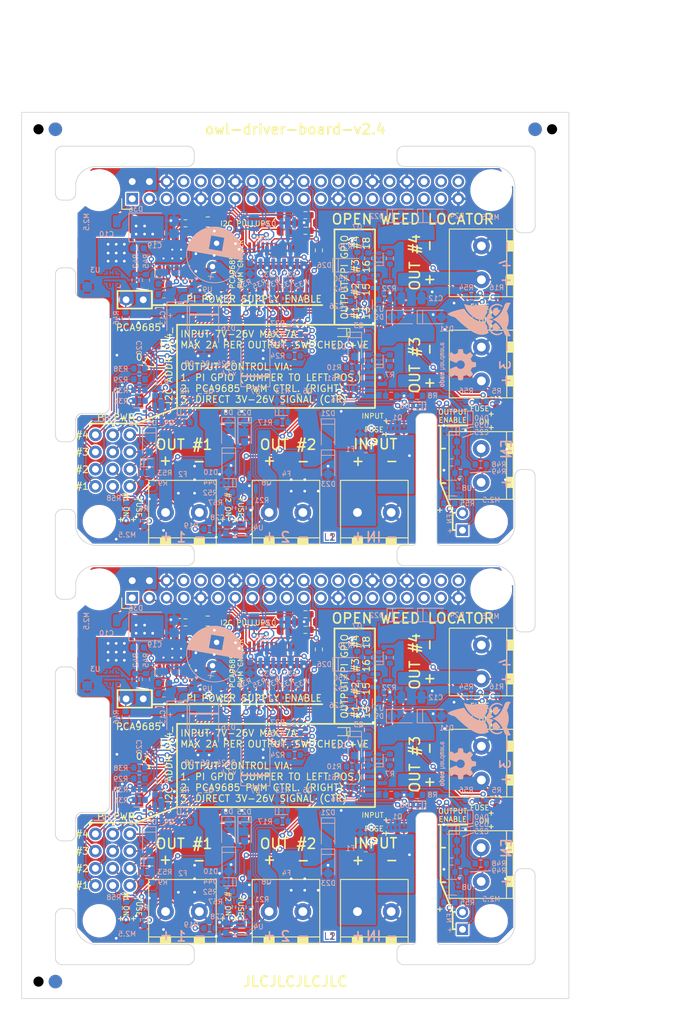
<source format=kicad_pcb>
(kicad_pcb (version 20240108) (generator "pcbnew") (generator_version "8.0")
  (layers (0 "F.Cu" signal) (31 "B.Cu" signal) (34 "B.Paste" user) (35 "F.Paste" user) (36 "B.SilkS" user "B.Silkscreen") (37 "F.SilkS" user "F.Silkscreen") (38 "B.Mask" user) (39 "F.Mask" user) (44 "Edge.Cuts" user))
  (net 0 "")
  (net 1 "Board_0-+3V3")
  (net 2 "Board_0-+5V")
  (net 3 "Board_0-/BOOT")
  (net 4 "Board_0-/COMP")
  (net 5 "Board_0-/EN")
  (net 6 "Board_0-/M1_D")
  (net 7 "Board_0-/M1_G")
  (net 8 "Board_0-/M2_D")
  (net 9 "Board_0-/M2_G")
  (net 10 "Board_0-/M3_D")
  (net 11 "Board_0-/M3_G")
  (net 12 "Board_0-/M4_D")
  (net 13 "Board_0-/M4_G")
  (net 14 "Board_0-/PI_5V0_P")
  (net 15 "Board_0-/SS")
  (net 16 "Board_0-/SW")
  (net 17 "Board_0-/VSENSE")
  (net 18 "Board_0-ENABLE")
  (net 19 "Board_0-GND")
  (net 20 "Board_0-I2C_SCL")
  (net 21 "Board_0-I2C_SDA")
  (net 22 "Board_0-INPUT1")
  (net 23 "Board_0-INPUT2")
  (net 24 "Board_0-INPUT3")
  (net 25 "Board_0-INPUT4")
  (net 26 "Board_0-MOSFET1")
  (net 27 "Board_0-MOSFET2")
  (net 28 "Board_0-MOSFET3")
  (net 29 "Board_0-MOSFET4")
  (net 30 "Board_0-Net-(C23-Pad1)")
  (net 31 "Board_0-Net-(D1-A)")
  (net 32 "Board_0-Net-(D1-K)")
  (net 33 "Board_0-Net-(D12-A)")
  (net 34 "Board_0-Net-(D13-A)")
  (net 35 "Board_0-Net-(D19-A)")
  (net 36 "Board_0-Net-(D20-A)")
  (net 37 "Board_0-Net-(D25-A)")
  (net 38 "Board_0-Net-(D26-A)")
  (net 39 "Board_0-Net-(D29-A)")
  (net 40 "Board_0-Net-(D30-A)")
  (net 41 "Board_0-Net-(D31-A)")
  (net 42 "Board_0-Net-(D37-A)")
  (net 43 "Board_0-Net-(D38-A)")
  (net 44 "Board_0-Net-(D4-A)")
  (net 45 "Board_0-Net-(D41-A)")
  (net 46 "Board_0-Net-(D5-A)")
  (net 47 "Board_0-Net-(D6-A)")
  (net 48 "Board_0-Net-(J10-Pin_1)")
  (net 49 "Board_0-Net-(J10-Pin_2)")
  (net 50 "Board_0-Net-(J2-GP22)")
  (net 51 "Board_0-Net-(J2-GP23)")
  (net 52 "Board_0-Net-(J2-GP24)")
  (net 53 "Board_0-Net-(J2-GP27)")
  (net 54 "Board_0-Net-(JP7-B)")
  (net 55 "Board_0-Net-(JP8-B)")
  (net 56 "Board_0-Net-(Q4-D)")
  (net 57 "Board_0-Net-(Q4-G)")
  (net 58 "Board_0-Net-(Q5-D)")
  (net 59 "Board_0-Net-(Q5-G)")
  (net 60 "Board_0-Net-(Q8-D)")
  (net 61 "Board_0-Net-(Q8-G)")
  (net 62 "Board_0-Net-(Q9-D)")
  (net 63 "Board_0-Net-(Q9-G)")
  (net 64 "Board_0-Net-(R55-Pad2)")
  (net 65 "Board_0-Net-(U2-A0)")
  (net 66 "Board_0-Net-(U2-A1)")
  (net 67 "Board_0-Net-(U2-A2)")
  (net 68 "Board_0-Net-(U2-A3)")
  (net 69 "Board_0-Net-(U2-A4)")
  (net 70 "Board_0-Net-(U2-A5)")
  (net 71 "Board_0-Net-(U2-LED0)")
  (net 72 "Board_0-Net-(U2-LED1)")
  (net 73 "Board_0-Net-(U2-LED2)")
  (net 74 "Board_0-Net-(U2-LED3)")
  (net 75 "Board_0-Net-(U3-EN)")
  (net 76 "Board_0-OE")
  (net 77 "Board_0-OUT1")
  (net 78 "Board_0-OUT2")
  (net 79 "Board_0-OUT3")
  (net 80 "Board_0-OUT4")
  (net 81 "Board_0-PI1")
  (net 82 "Board_0-PI2")
  (net 83 "Board_0-PI3")
  (net 84 "Board_0-PI4")
  (net 85 "Board_0-PI_5V0")
  (net 86 "Board_0-VCC")
  (net 87 "Board_0-VIN")
  (net 88 "Board_0-unconnected-(J2-3.3V-Pad1)")
  (net 89 "Board_0-unconnected-(J2-3.3V-Pad17)")
  (net 90 "Board_0-unconnected-(J2-CE0-Pad24)")
  (net 91 "Board_0-unconnected-(J2-CE1-Pad26)")
  (net 92 "Board_0-unconnected-(J2-GP12-Pad32)")
  (net 93 "Board_0-unconnected-(J2-GP13-Pad33)")
  (net 94 "Board_0-unconnected-(J2-GP16-Pad36)")
  (net 95 "Board_0-unconnected-(J2-GP17-Pad11)")
  (net 96 "Board_0-unconnected-(J2-GP18#-Pad12)")
  (net 97 "Board_0-unconnected-(J2-GP19-Pad35)")
  (net 98 "Board_0-unconnected-(J2-GP20-Pad38)")
  (net 99 "Board_0-unconnected-(J2-GP21-Pad40)")
  (net 100 "Board_0-unconnected-(J2-GP26-Pad37)")
  (net 101 "Board_0-unconnected-(J2-GP4-Pad7)")
  (net 102 "Board_0-unconnected-(J2-GP5-Pad29)")
  (net 103 "Board_0-unconnected-(J2-GP6-Pad31)")
  (net 104 "Board_0-unconnected-(J2-ID_SC-Pad28)")
  (net 105 "Board_0-unconnected-(J2-ID_SD-Pad27)")
  (net 106 "Board_0-unconnected-(J2-MISO-Pad21)")
  (net 107 "Board_0-unconnected-(J2-MOSI-Pad19)")
  (net 108 "Board_0-unconnected-(J2-RXI-Pad10)")
  (net 109 "Board_0-unconnected-(J2-SCLK-Pad23)")
  (net 110 "Board_0-unconnected-(J2-TXO-Pad8)")
  (net 111 "Board_0-unconnected-(U2-EXTCLK-Pad25)")
  (net 112 "Board_0-unconnected-(U2-LED10-Pad17)")
  (net 113 "Board_0-unconnected-(U2-LED11-Pad18)")
  (net 114 "Board_0-unconnected-(U2-LED12-Pad19)")
  (net 115 "Board_0-unconnected-(U2-LED13-Pad20)")
  (net 116 "Board_0-unconnected-(U2-LED14-Pad21)")
  (net 117 "Board_0-unconnected-(U2-LED15-Pad22)")
  (net 118 "Board_0-unconnected-(U2-LED4-Pad10)")
  (net 119 "Board_0-unconnected-(U2-LED5-Pad11)")
  (net 120 "Board_0-unconnected-(U2-LED6-Pad12)")
  (net 121 "Board_0-unconnected-(U2-LED7-Pad13)")
  (net 122 "Board_0-unconnected-(U2-LED8-Pad15)")
  (net 123 "Board_0-unconnected-(U2-LED9-Pad16)")
  (net 124 "Board_0-unconnected-(U3-DNC-Pad10)")
  (net 125 "Board_0-unconnected-(U3-DVDT-Pad7)")
  (net 126 "Board_0-unconnected-(U3-PG-Pad3)")
  (net 127 "Board_1-+3V3")
  (net 128 "Board_1-+5V")
  (net 129 "Board_1-/BOOT")
  (net 130 "Board_1-/COMP")
  (net 131 "Board_1-/EN")
  (net 132 "Board_1-/M1_D")
  (net 133 "Board_1-/M1_G")
  (net 134 "Board_1-/M2_D")
  (net 135 "Board_1-/M2_G")
  (net 136 "Board_1-/M3_D")
  (net 137 "Board_1-/M3_G")
  (net 138 "Board_1-/M4_D")
  (net 139 "Board_1-/M4_G")
  (net 140 "Board_1-/PI_5V0_P")
  (net 141 "Board_1-/SS")
  (net 142 "Board_1-/SW")
  (net 143 "Board_1-/VSENSE")
  (net 144 "Board_1-ENABLE")
  (net 145 "Board_1-GND")
  (net 146 "Board_1-I2C_SCL")
  (net 147 "Board_1-I2C_SDA")
  (net 148 "Board_1-INPUT1")
  (net 149 "Board_1-INPUT2")
  (net 150 "Board_1-INPUT3")
  (net 151 "Board_1-INPUT4")
  (net 152 "Board_1-MOSFET1")
  (net 153 "Board_1-MOSFET2")
  (net 154 "Board_1-MOSFET3")
  (net 155 "Board_1-MOSFET4")
  (net 156 "Board_1-Net-(C23-Pad1)")
  (net 157 "Board_1-Net-(D1-A)")
  (net 158 "Board_1-Net-(D1-K)")
  (net 159 "Board_1-Net-(D12-A)")
  (net 160 "Board_1-Net-(D13-A)")
  (net 161 "Board_1-Net-(D19-A)")
  (net 162 "Board_1-Net-(D20-A)")
  (net 163 "Board_1-Net-(D25-A)")
  (net 164 "Board_1-Net-(D26-A)")
  (net 165 "Board_1-Net-(D29-A)")
  (net 166 "Board_1-Net-(D30-A)")
  (net 167 "Board_1-Net-(D31-A)")
  (net 168 "Board_1-Net-(D37-A)")
  (net 169 "Board_1-Net-(D38-A)")
  (net 170 "Board_1-Net-(D4-A)")
  (net 171 "Board_1-Net-(D41-A)")
  (net 172 "Board_1-Net-(D5-A)")
  (net 173 "Board_1-Net-(D6-A)")
  (net 174 "Board_1-Net-(J10-Pin_1)")
  (net 175 "Board_1-Net-(J10-Pin_2)")
  (net 176 "Board_1-Net-(J2-GP22)")
  (net 177 "Board_1-Net-(J2-GP23)")
  (net 178 "Board_1-Net-(J2-GP24)")
  (net 179 "Board_1-Net-(J2-GP27)")
  (net 180 "Board_1-Net-(JP7-B)")
  (net 181 "Board_1-Net-(JP8-B)")
  (net 182 "Board_1-Net-(Q4-D)")
  (net 183 "Board_1-Net-(Q4-G)")
  (net 184 "Board_1-Net-(Q5-D)")
  (net 185 "Board_1-Net-(Q5-G)")
  (net 186 "Board_1-Net-(Q8-D)")
  (net 187 "Board_1-Net-(Q8-G)")
  (net 188 "Board_1-Net-(Q9-D)")
  (net 189 "Board_1-Net-(Q9-G)")
  (net 190 "Board_1-Net-(R55-Pad2)")
  (net 191 "Board_1-Net-(U2-A0)")
  (net 192 "Board_1-Net-(U2-A1)")
  (net 193 "Board_1-Net-(U2-A2)")
  (net 194 "Board_1-Net-(U2-A3)")
  (net 195 "Board_1-Net-(U2-A4)")
  (net 196 "Board_1-Net-(U2-A5)")
  (net 197 "Board_1-Net-(U2-LED0)")
  (net 198 "Board_1-Net-(U2-LED1)")
  (net 199 "Board_1-Net-(U2-LED2)")
  (net 200 "Board_1-Net-(U2-LED3)")
  (net 201 "Board_1-Net-(U3-EN)")
  (net 202 "Board_1-OE")
  (net 203 "Board_1-OUT1")
  (net 204 "Board_1-OUT2")
  (net 205 "Board_1-OUT3")
  (net 206 "Board_1-OUT4")
  (net 207 "Board_1-PI1")
  (net 208 "Board_1-PI2")
  (net 209 "Board_1-PI3")
  (net 210 "Board_1-PI4")
  (net 211 "Board_1-PI_5V0")
  (net 212 "Board_1-VCC")
  (net 213 "Board_1-VIN")
  (net 214 "Board_1-unconnected-(J2-3.3V-Pad1)")
  (net 215 "Board_1-unconnected-(J2-3.3V-Pad17)")
  (net 216 "Board_1-unconnected-(J2-CE0-Pad24)")
  (net 217 "Board_1-unconnected-(J2-CE1-Pad26)")
  (net 218 "Board_1-unconnected-(J2-GP12-Pad32)")
  (net 219 "Board_1-unconnected-(J2-GP13-Pad33)")
  (net 220 "Board_1-unconnected-(J2-GP16-Pad36)")
  (net 221 "Board_1-unconnected-(J2-GP17-Pad11)")
  (net 222 "Board_1-unconnected-(J2-GP18#-Pad12)")
  (net 223 "Board_1-unconnected-(J2-GP19-Pad35)")
  (net 224 "Board_1-unconnected-(J2-GP20-Pad38)")
  (net 225 "Board_1-unconnected-(J2-GP21-Pad40)")
  (net 226 "Board_1-unconnected-(J2-GP26-Pad37)")
  (net 227 "Board_1-unconnected-(J2-GP4-Pad7)")
  (net 228 "Board_1-unconnected-(J2-GP5-Pad29)")
  (net 229 "Board_1-unconnected-(J2-GP6-Pad31)")
  (net 230 "Board_1-unconnected-(J2-ID_SC-Pad28)")
  (net 231 "Board_1-unconnected-(J2-ID_SD-Pad27)")
  (net 232 "Board_1-unconnected-(J2-MISO-Pad21)")
  (net 233 "Board_1-unconnected-(J2-MOSI-Pad19)")
  (net 234 "Board_1-unconnected-(J2-RXI-Pad10)")
  (net 235 "Board_1-unconnected-(J2-SCLK-Pad23)")
  (net 236 "Board_1-unconnected-(J2-TXO-Pad8)")
  (net 237 "Board_1-unconnected-(U2-EXTCLK-Pad25)")
  (net 238 "Board_1-unconnected-(U2-LED10-Pad17)")
  (net 239 "Board_1-unconnected-(U2-LED11-Pad18)")
  (net 240 "Board_1-unconnected-(U2-LED12-Pad19)")
  (net 241 "Board_1-unconnected-(U2-LED13-Pad20)")
  (net 242 "Board_1-unconnected-(U2-LED14-Pad21)")
  (net 243 "Board_1-unconnected-(U2-LED15-Pad22)")
  (net 244 "Board_1-unconnected-(U2-LED4-Pad10)")
  (net 245 "Board_1-unconnected-(U2-LED5-Pad11)")
  (net 246 "Board_1-unconnected-(U2-LED6-Pad12)")
  (net 247 "Board_1-unconnected-(U2-LED7-Pad13)")
  (net 248 "Board_1-unconnected-(U2-LED8-Pad15)")
  (net 249 "Board_1-unconnected-(U2-LED9-Pad16)")
  (net 250 "Board_1-unconnected-(U3-DNC-Pad10)")
  (net 251 "Board_1-unconnected-(U3-DVDT-Pad7)")
  (net 252 "Board_1-unconnected-(U3-PG-Pad3)")
  (footprint "misc:C_1206_3216Metric_nosilk" (layer "F.Cu") (at 138.2 66.9 -90)
    (property "Reference" "C3" (hide yes))
    (property "Value" "47uF" (hide yes))
  )
  (footprint "misc:Connector_Phoenix-Contact_MKDSN_1890963_P5.0_2x" (layer "F.Cu") (at 180.8 42.25 90)
    (property "Reference" "J8" (hide yes))
    (property "Value" "1890963")
  )
  (footprint "Fiducial" (layer "F.Cu") (at 184 22.5)
    (property "Reference" "KiKit_FID_T_2" (hide yes))
    (property "Value" "Fiducial" (hide yes))
  )
  (footprint "Sparkfun-Connectors:1X04_NO_SILK" (layer "F.Cu") (at 118.92 126.67 -90)
    (property "Reference" "J1" (hide yes))
    (property "Value" "CONN_04" (hide yes))
  )
  (footprint "misc:C_1206_3216Metric_nosilk" (layer "F.Cu") (at 155.3 125.9 -90)
    (property "Reference" "C1" (hide yes))
    (property "Value" "47uF")
  )
  (footprint "Inductor_SMD:L_10.4x10.4_H4.8" (layer "F.Cu") (at 122 40.4 -90)
    (property "Reference" "L1" (hide yes))
    (property "Value" "10uH" (hide yes))
  )
  (footprint "RPi_Hat:RPi_Hat_Mounting_Hole" (layer "F.Cu") (at 177.5 80.5)
    (property "Reference" "PI2" (hide yes))
    (property "Value" "" (hide yes))
  )
  (footprint "misc:C_0603_1608Metric_nosilk" (layer "F.Cu") (at 136.9 45.95 180)
    (property "Reference" "C30" (hide yes))
    (property "Value" "0.1uF")
  )
  (footprint "Resistor_SMD:R_0603_1608Metric" (layer "F.Cu") (at 152 40.4 90)
    (property "Reference" "R28" (hide yes))
    (property "Value" "10k" (hide yes))
  )
  (footprint "misc:PinHeader_1x02_P2.54mm_Vertical_nosilk" (layer "F.Cu") (at 173.25 81.775 180)
    (property "Reference" "J11" (hide yes))
    (property "Value" "ENABLE")
  )
  (footprint "Package_SO:TSSOP-28_4.4x9.7mm_P0.65mm" (layer "F.Cu") (at 145.975 42.825 90)
    (property "Reference" "U2" (hide yes))
    (property "Value" "PCA9685PW" (hide yes))
  )
  (footprint "misc:Diptronics-Rotary-Switch-R7M3-16RA-V" (layer "F.Cu") (at 125.4 117.3)
    (property "Reference" "SW1" (hide yes))
    (property "Value" "SW_Coded_SH-7050")
  )
  (footprint "Fiducial" (layer "F.Cu") (at 113 22.5)
    (property "Reference" "KiKit_FID_T_1" (hide yes))
    (property "Value" "Fiducial" (hide yes))
  )
  (footprint "RPi_Hat:RPi_Hat_Mounting_Hole" (layer "F.Cu") (at 177.5 139.5)
    (property "Reference" "PI2" (hide yes))
    (property "Value" "" (hide yes))
  )
  (footprint "misc:LED_0805_2012Metric" (layer "F.Cu") (at 179.2 107.75 180)
    (property "Reference" "D20" (hide yes))
    (property "Value" "SZYY0805R" (hide yes))
  )
  (footprint "misc:C_1206_3216Metric_nosilk" (layer "F.Cu") (at 163.7 51.2)
    (property "Reference" "C16" (hide yes))
    (property "Value" "47uF" (hide yes))
  )
  (footprint "misc:C_1206_3216Metric_nosilk" (layer "F.Cu") (at 134.2 43.5 90)
    (property "Reference" "C5" (hide yes))
    (property "Value" "47uF")
  )
  (footprint "misc:LED_0805_2012Metric" (layer "F.Cu") (at 179.2 122.8 180)
    (property "Reference" "D5" (hide yes))
    (property "Value" "SZYY0805R" (hide yes))
  )
  (footprint "misc:PinHeader_1x02_P2.54mm_Vertical_nosilk" (layer "F.Cu") (at 173.25 140.775 180)
    (property "Reference" "J11" (hide yes))
    (property "Value" "ENABLE")
  )
  (footprint "misc:Connector_Phoenix-Contact_MKDSN_1890963_P5.0_2x" (layer "F.Cu") (at 147.125 142.9)
    (property "Reference" "J5" (hide yes))
    (property "Value" "1890963")
  )
  (footprint "Resistor_SMD:R_0603_1608Metric" (layer "F.Cu") (at 150 96.5)
    (property "Reference" "R39" (hide yes))
    (property "Value" "1k" (hide yes))
  )
  (footprint "misc:LED_0805_2012Metric" (layer "F.Cu") (at 123.45 140.9 90)
    (property "Reference" "D29" (hide yes))
    (property "Value" "SZYY0805YG" (hide yes))
  )
  (footprint "Capacitor_SMD:C_0805_2012Metric" (layer "F.Cu") (at 135.55 36.2)
    (property "Reference" "C22" (hide yes))
    (property "Value" "10p")
  )
  (footprint "misc:LED_0805_2012Metric" (layer "F.Cu") (at 125.35 81.9 90)
    (property "Reference" "D4" (hide yes))
    (property "Value" "SZYY0805R" (hide yes))
  )
  (footprint "RPi_Hat:RPi_Hat_Mounting_Hole" (layer "F.Cu") (at 119.5 31.5)
    (property "Reference" "PI3" (hide yes))
    (property "Value" "" (hide yes))
  )
  (footprint "misc:D_SOD-523_silkpolarity" (layer "F.Cu") (at 155.45 111.55 180)
    (property "Reference" "D43" (hide yes))
    (property "Value" "BZT52C5V1T")
  )
  (footprint "Resistor_SMD:R_0603_1608Metric" (layer "F.Cu") (at 132.25 36.4)
    (property "Reference" "R44" (hide yes))
    (property "Value" "14k")
  )
  (footprint "misc:C_1206_3216Metric_nosilk" (layer "F.Cu") (at 129.9 106.3 180)
    (property "Reference" "C18" (hide yes))
    (property "Value" "47uF")
  )
  (footprint "misc:C_1206_3216Metric_nosilk" (layer "F.Cu") (at 129.9 108.8)
    (property "Reference" "C14" (hide yes))
    (property "Value" "47uF")
  )
  (footprint "RPi_Hat:RPi_Hat_Mounting_Hole" (layer "F.Cu") (at 119.5 80.5)
    (property "Reference" "PI4" (hide yes))
    (property "Value" "" (hide yes))
  )
  (footprint "misc:LED_0805_2012Metric" (layer "F.Cu") (at 163.635 66.8 180)
    (property "Reference" "D1" (hide yes))
    (property "Value" "SZYY0805R" (hide yes))
  )
  (footprint "misc:LED_0805_2012Metric" (layer "F.Cu") (at 163.635 125.8 180)
    (property "Reference" "D1" (hide yes))
    (property "Value" "SZYY0805R" (hide yes))
  )
  (footprint "misc:LED_0805_2012Metric" (layer "F.Cu") (at 179.2 50.75 180)
    (property "Reference" "D37" (hide yes))
    (property "Value" "SZYY0805YG" (hide yes))
  )
  (footprint "misc:LED_0805_2012Metric" (layer "F.Cu") (at 125.35 140.9 90)
    (property "Reference" "D4" (hide yes))
    (property "Value" "SZYY0805R" (hide yes))
  )
  (footprint "misc:LED_0805_2012Metric" (layer "F.Cu") (at 179.2 48.75 180)
    (property "Reference" "D20" (hide yes))
    (property "Value" "SZYY0805R" (hide yes))
  )
  (footprint "Resistor_SMD:R_0603_1608Metric" (layer "F.Cu") (at 132.25 95.4)
    (property "Reference" "R44" (hide yes))
    (property "Value" "14k")
  )
  (footprint "misc:LED_0805_2012Metric" (layer "F.Cu") (at 179.2 65.8 180)
    (property "Reference" "D30" (hide yes))
    (property "Value" "SZYY0805YG" (hide yes))
  )
  (footprint "misc:C_1206_3216Metric_nosilk" (layer "F.Cu") (at 129.9 47.3 180)
    (property "Reference" "C18" (hide yes))
    (property "Value" "47uF")
  )
  (footprint "NPTH" (layer "F.Cu") (at 186.5 22.5)
    (property "Reference" "KiKit_TO_2" (hide yes))
    (property "Value" "NPTH" (hide yes))
  )
  (footprint "misc:Connector_Phoenix-Contact_MKDSN_1890963_P5.0_2x" (layer "F.Cu") (at 147.125 83.9)
    (property "Reference" "J5" (hide yes))
    (property "Value" "1890963")
  )
  (footprint "misc:C_1206_3216Metric_nosilk" (layer "F.Cu") (at 138.2 125.9 -90)
    (property "Reference" "C3" (hide yes))
    (property "Value" "47uF" (hide yes))
  )
  (footprint "misc:PinHeader_1x02_P2.54mm_Vertical_nosilk" (layer "F.Cu") (at 126 47.7 -90)
    (property "Reference" "J9" (hide yes))
    (property "Value" "PI 5V")
  )
  (footprint "misc:LED_0805_2012Metric" (layer "F.Cu") (at 179.2 63.8 180)
    (property "Reference" "D5" (hide yes))
    (property "Value" "SZYY0805R" (hide yes))
  )
  (footprint "misc:LED_0805_2012Metric" (layer "F.Cu") (at 123.45 81.9 90)
    (property "Reference" "D29" (hide yes))
    (property "Value" "SZYY0805YG" (hide yes))
  )
  (footprint "misc:LED_0805_2012Metric" (layer "F.Cu") (at 170.7 80.5 90)
    (property "Reference" "D41" (hide yes))
    (property "Value" "SZYY0805R")
  )
  (footprint "Fiducial" (layer "F.Cu") (at 113 148.500046)
    (property "Reference" "KiKit_FID_T_3" (hide yes))
    (property "Value" "Fiducial" (hide yes))
  )
  (footprint "misc:C_0603_1608Metric_nosilk" (layer "F.Cu") (at 133.8 97.95 -90)
    (property "Reference" "C23" (hide yes))
    (property "Value" "2n")
  )
  (footprint "Package_SO:Texas_R-PDSO-G8_EP2.95x4.9mm_Mask2.4x3.1mm_ThermalVias" (layer "F.Cu") (at 130.3 40.95 90)
    (property "Reference" "U1" (hide yes))
    (property "Value" "TPS54531DDA" (hide yes))
  )
  (footprint "misc:PinHeader_1x02_P2.54mm_Vertical_nosilk" (layer "F.Cu") (at 126 106.7 -90)
    (property "Reference" "J9" (hide yes))
    (property "Value" "PI 5V")
  )
  (footprint "Package_SO:TSSOP-28_4.4x9.7mm_P0.65mm" (layer "F.Cu") (at 145.975 101.825 90)
    (property "Reference" "U2" (hide yes))
    (property "Value" "PCA9685PW" (hide yes))
  )
  (footprint "NPTH" (layer "F.Cu") (at 110.5 148.500046)
    (property "Reference" "KiKit_TO_3" (hide yes))
    (property "Value" "NPTH" (hide yes))
  )
  (footprint "misc:C_0603_1608Metric_nosilk" (layer "F.Cu") (at 156.7 61.05 90)
    (property "Reference" "C27" (hide yes))
    (property "Value" "0.1uF")
  )
  (footprint "Capacitor_SMD:C_0805_2012Metric" (layer "F.Cu") (at 135.55 95.2)
    (property "Reference" "C22" (hide yes))
    (property "Value" "10p")
  )
  (footprint "misc:SolderJumper-2_P1.3mm_Open_RoundedPad1.0x1.5mm_nosilk" (layer "F.Cu") (at 146.9 94.2)
    (property "Reference" "JP8" (hide yes))
    (property "Value" "A0")
  )
  (footprint "misc:C_0603_1608Metric_nosilk" (layer "F.Cu") (at 156.7 120.05 90)
    (property "Reference" "C27" (hide yes))
    (property "Value" "0.1uF")
  )
  (footprint "misc:Connector_Phoenix-Contact_MKDSN_1890963_P5.0_2x" (layer "F.Cu") (at 160.2 83.9)
    (property "Reference" "J3" (hide yes))
    (property "Value" "1890963")
  )
  (footprint "misc:C_1206_3216Metric_nosilk" (layer "F.Cu") (at 134.2 102.5 90)
    (property "Reference" "C5" (hide yes))
    (property "Value" "47uF")
  )
  (footprint "misc:D_SOD-523_silkpolarity" (layer "F.Cu") (at 155.45 52.55 180)
    (property "Reference" "D43" (hide yes))
    (property "Value" "BZT52C5V1T")
  )
  (footprint "misc:LED_0805_2012Metric" (layer "F.Cu") (at 140.45 140.9 90)
    (property "Reference" "D19" (hide yes))
    (property "Value" "SZYY0805R" (hide yes))
  )
  (footprint "misc:Diptronics-Rotary-Switch-R7M3-16RA-V" (layer "F.Cu") (at 125.4 58.3)
    (property "Reference" "SW1" (hide yes))
    (property "Value" "SW_Coded_SH-7050")
  )
  (footprint "RPi_Hat:RPi_Hat_Mounting_Hole" (layer "F.Cu") (at 177.5 31.5)
    (property "Reference" "PI1" (hide yes))
    (property "Value" "" (hide yes))
  )
  (footprint "misc:C_1206_3216Metric_nosilk" (layer "F.Cu") (at 140.6 125.9 -90)
    (property "Reference" "C11" (hide yes))
    (property "Value" "47uF" (hide yes))
  )
  (footprint "misc:C_0603_1608Metric_nosilk" (layer "F.Cu") (at 136.9 104.95 180)
    (property "Reference" "C30" (hide yes))
    (property "Value" "0.1uF")
  )
  (footprint "misc:SolderJumper-2_P1.3mm_Open_RoundedPad1.0x1.5mm_nosilk" (layer "F.Cu") (at 146.9 35.2)
    (property "Reference" "JP8" (hide yes))
    (property "Value" "A0")
  )
  (footprint "misc:C_1206_3216Metric_nosilk" (layer "F.Cu") (at 163.7 110.2)
    (property "Reference" "C16" (hide yes))
    (property "Value" "47uF" (hide yes))
  )
  (footprint "misc:Connector_Phoenix-Contact_MKDSN_1890963_P5.0_2x" (layer "F.Cu") (at 180.7625 72.2 90)
    (property "Reference" "J10" (hide yes))
    (property "Value" "1890963")
  )
  (footprint "Resistor_SMD:R_0603_1608Metric" (layer "F.Cu") (at 150 35.2)
    (property "Reference" "R40" (hide yes))
    (property "Value" "1k" (hide yes))
  )
  (footprint "misc:C_1206_3216Metric_nosilk" (layer "F.Cu") (at 129.9 49.8)
    (property "Reference" "C14" (hide yes))
    (property "Value" "47uF")
  )
  (footprint "misc:C_0603_1608Metric_nosilk" (layer "F.Cu") (at 129 104.4 180)
    (property "Reference" "C6" (hide yes))
    (property "Value" "0.1uF")
  )
  (footprint "misc:LED_0805_2012Metric" (layer "F.Cu") (at 138.55 81.9 90)
    (property "Reference" "D31" (hide yes))
    (property "Value" "SZYY0805YG" (hide yes))
  )
  (footprint "RPI_Hat:Pin_Header_Straight_2x20" (layer "F.Cu") (at 148.5 31.5 90)
    (property "Reference" "J2" (hide yes))
    (property "Value" "RASPBERRYPI-40-PIN-GPIO" (hide yes))
  )
  (footprint "misc:LED_0805_2012Metric" (layer "F.Cu") (at 179.2 109.75 180)
    (property "Reference" "D37" (hide yes))
    (property "Value" "SZYY0805YG" (hide yes))
  )
  (footprint "misc:Connector_Phoenix-Contact_MKDSN_1890963_P5.0_2x" (layer "F.Cu") (at 131.8 142.9)
    (property "Reference" "J4" (hide yes))
    (property "Value" "1890963")
  )
  (footprint "misc:LED_0805_2012Metric" (layer "F.Cu") (at 138.55 140.9 90)
    (property "Reference" "D31" (hide yes))
    (property "Value" "SZYY0805YG" (hide yes))
  )
  (footprint "Package_SO:Texas_R-PDSO-G8_EP2.95x4.9mm_Mask2.4x3.1mm_ThermalVias" (layer "F.Cu") (at 130.3 99.95 90)
    (property "Reference" "U1" (hide yes))
    (property "Value" "TPS54531DDA" (hide yes))
  )
  (footprint "Inductor_SMD:L_10.4x10.4_H4.8" (layer "F.Cu") (at 122 99.4 -90)
    (property "Reference" "L1" (hide yes))
    (property "Value" "10uH" (hide yes))
  )
  (footprint "misc:C_0603_1608Metric_nosilk" (layer "F.Cu") (at 129 45.4 180)
    (property "Reference" "C6" (hide yes))
    (property "Value" "0.1uF")
  )
  (footprint "NPTH" (layer "F.Cu") (at 110.5 22.5)
    (property "Reference" "KiKit_TO_1" (hide yes))
    (property "Value" "NPTH" (hide yes))
  )
  (footprint "misc:C_0603_1608Metric_nosilk" (layer "F.Cu") (at 133.8 38.95 -90)
    (property "Reference" "C23" (hide yes))
    (property "Value" "2n")
  )
  (footprint "Resistor_SMD:R_0603_1608Metric" (layer "F.Cu") (at 152 99.4 90)
    (property "Reference" "R28" (hide yes))
    (property "Value" "10k" (hide yes))
  )
  (footprint "misc:LED_0805_2012Metric" (layer "F.Cu") (at 140.45 81.9 90)
    (property "Reference" "D19" (hide yes))
    (property "Value" "SZYY0805R" (hide yes))
  )
  (footprint "Resistor_SMD:R_0603_1608Metric" (layer "F.Cu") (at 150 94.2)
    (property "Reference" "R40" (hide yes))
    (property "Value" "1k" (hide yes))
  )
  (footprint "misc:Connector_Phoenix-Contact_MKDSN_1890963_P5.0_2x" (layer "F.Cu") (at 131.8 83.9)
    (property "Reference" "J4" (hide yes))
    (property "Value" "1890963")
  )
  (footprint "misc:C_1206_3216Metric_nosilk" (layer "F.Cu") (at 155.3 66.9 -90)
    (property "Reference" "C1" (hide yes))
    (property "Value" "47uF")
  )
  (footprint "misc:Connector_Phoenix-Contact_MKDSN_1890963_P5.0_2x" (layer "F.Cu") (at 180.8 57.2 90)
    (property "Reference" "J7" (hide yes))
    (property "Value" "1890963")
  )
  (footprint "misc:LED_0805_2012Metric" (layer "F.Cu") (at 179.2 124.8 180)
    (property "Reference" "D30" (hide yes))
    (property "Value" "SZYY0805YG" (hide yes))
  )
  (footprint "Resistor_SMD:R_0603_1608Metric" (layer "F.Cu") (at 150 37.5)
    (property "Reference" "R39" (hide yes))
    (property "Value" "1k" (hide yes))
  )
  (footprint "Sparkfun-Connectors:1X04_NO_SILK" (layer "F.Cu") (at 118.92 67.67 -90)
    (property "Reference" "J1" (hide yes))
    (property "Value" "CONN_04" (hide yes))
  )
  (footprint "misc:Connector_Phoenix-Contact_MKDSN_1890963_P5.0_2x" (layer "F.Cu") (at 180.8 101.25 90)
    (property "Reference" "J8" (hide yes))
    (property "Value" "1890963")
  )
  (footprint "Sparkfun-Connectors:2X4" (layer "F.Cu") (at 122.75 130.48 90)
    (property "Reference" "J6" (hide yes))
    (property "Value" "CONN_04X2" (hide yes))
  )
  (footprint "Sparkfun-Connectors:2X4" (layer "F.Cu") (at 122.75 71.48 90)
    (property "Reference" "J6" (hide yes))
    (property "Value" "CONN_04X2" (hide yes))
  )
  (footprint "misc:C_1206_3216Metric_nosilk" (layer "F.Cu") (at 163.7 107.8)
    (property "Reference" "C15" (hide yes))
    (property "Value" "47uF" (hide yes))
  )
  (footprint "RPI_Hat:Pin_Header_Straight_2x20" (layer "F.Cu") (at 148.5 90.5 90)
    (property "Reference" "J2" (hide yes))
    (property "Value" "RASPBERRYPI-40-PIN-GPIO" (hide yes))
  )
  (footprint "misc:Connector_Phoenix-Contact_MKDSN_1890963_P5.0_2x" (layer "F.Cu") (at 180.7625 131.2 90)
    (property "Reference" "J10" (hide yes))
    (property "Value" "1890963")
  )
  (footprint "RPi_Hat:RPi_Hat_Mounting_Hole" (layer "F.Cu") (at 119.5 90.5)
    (property "Reference" "PI3" (hide yes))
    (property "Value" "" (hide yes))
  )
  (footprint "misc:C_1206_3216Metric_nosilk" (layer "F.Cu") (at 163.7 48.8)
    (property "Reference" "C15" (hide yes))
    (property "Value" "47uF" (hide yes))
  )
  (footprint "misc:LED_0805_2012Metric" (layer "F.Cu") (at 163.635 123.8 180)
    (property "Reference" "D38" (hide yes))
    (property "Value" "SZYY0805YG" (hide yes))
  )
  (footprint "misc:C_1206_3216Metric_nosilk" (layer "F.Cu") (at 140.6 66.9 -90)
    (property "Reference" "C11" (hide yes))
    (property "Value" "47uF" (hide yes))
  )
  (footprint "misc:SolderJumper-2_P1.3mm_Open_RoundedPad1.0x1.5mm_nosilk" (layer "F.Cu") (at 146.9 37.5)
    (property "Reference" "JP7" (hide yes))
    (property "Value" "A0")
  )
  (footprint "misc:LED_0805_2012Metric" (layer "F.Cu") (at 163.635 64.8 180)
    (property "Reference" "D38" (hide yes))
    (property "Value" "SZYY0805YG" (hide yes))
  )
  (footprint "misc:Connector_Phoenix-Contact_MKDSN_1890963_P5.0_2x" (layer "F.Cu") (at 160.2 142.9)
    (property "Reference" "J3" (hide yes))
    (property "Value" "1890963")
  )
  (footprint "RPi_Hat:RPi_Hat_Mounting_Hole" (layer "F.Cu") (at 119.5 139.5)
    (property "Reference" "PI4" (hide yes))
    (property "Value" "" (hide yes))
  )
  (footprint "misc:LED_0805_2012Metric" (layer "F.Cu") (at 170.7 139.5 90)
    (property "Reference" "D41" (hide yes))
    (property "Value" "SZYY0805R")
  )
  (footprint "RPi_Hat:RPi_Hat_Mounting_Hole" (layer "F.Cu") (at 177.5 90.5)
    (property "Reference" "PI1" (hide yes))
    (property "Value" "" (hide yes))
  )
  (footprint "misc:SolderJumper-2_P1.3mm_Open_RoundedPad1.0x1.5mm_nosilk" (layer "F.Cu") (at 146.9 96.5)
    (property "Reference" "JP7" (hide yes))
    (property "Value" "A0")
  )
  (footprint "misc:Connector_Phoenix-Contact_MKDSN_1890963_P5.0_2x" (layer "F.Cu") (at 180.8 116.2 90)
    (property "Reference" "J7" (hide yes))
    (property "Value" "1890963")
  )
  (footprint "Resistor_SMD:R_0603_1608Metric" (layer "B.Cu") (at 148.4 56)
    (property "Reference" "R24")
    (property "Value" "470")
  )
  (footprint "Capacitor_THT:CP_Radial_D8.0mm_P3.50mm" (layer "B.Cu") (at 136.25 42.8 80)
    (property "Reference" "C8" (hide yes))
    (property "Value" "220uF 25V")
  )
  (footprint "Package_TO_SOT_SMD:SOT-353_SC-70-5" (layer "B.Cu") (at 156.85 120.45)
    (property "Reference" "U6")
    (property "Value" "74LVC1G08")
  )
  (footprint "misc:C_0603_1608Metric_nosilk" (layer "B.Cu") (at 141.8 102.1 -90)
    (property "Reference" "C7" (hide yes))
    (property "Value" "0.1uF")
  )
  (footprint "misc:D_SMB_silkpolarity" (layer "B.Cu") (at 142.6 57 90)
    (property "Reference" "D7")
    (property "Value" "SMBJ26A")
  )
  (footprint "Capacitor_THT:CP_Radial_D8.0mm_P3.50mm" (layer "B.Cu") (at 136.25 101.8 80)
    (property "Reference" "C8" (hide yes))
    (property "Value" "220uF 25V")
  )
  (footprint "misc:SOT-23_nosilk" (layer "B.Cu") (at 128.7 64.6 -90)
    (property "Reference" "Q4")
    (property "Value" "2N7002")
  )
  (footprint "Resistor_SMD:R_0603_1608Metric" (layer "B.Cu") (at 172.95 73.3 180)
    (property "Reference" "R49")
    (property "Value" "1k")
  )
  (footprint "Resistor_SMD:R_0603_1608Metric" (layer "B.Cu") (at 125.425 57.875 180)
    (property "Reference" "R38")
    (property "Value" "470")
  )
  (footprint "Resistor_SMD:R_0603_1608Metric" (layer "B.Cu") (at 159.3 41.6 -90)
    (property "Reference" "R14" (hide yes))
    (property "Value" "1k")
  )
  (footprint "misc:C_1206_3216Metric_nosilk" (layer "B.Cu") (at 165.7 47.5)
    (property "Reference" "C12")
    (property "Value" "47uF")
  )
  (footprint "misc:C_0603_1608Metric_nosilk" (layer "B.Cu") (at 171.65 70.2 180)
    (property "Reference" "C21" (hide yes))
    (property "Value" "0.1uF")
  )
  (footprint "misc:D_SOD-123F_silkpolarity" (layer "B.Cu") (at 156.25 101.6)
    (property "Reference" "D26")
    (property "Value" "DSK34")
  )
  (footprint "Resistor_SMD:R_0603_1608Metric" (layer "B.Cu") (at 138.1 106.7 -90)
    (property "Reference" "R37" (hide yes))
    (property "Value" "10k")
  )
  (footprint "misc:D_SOD-123F_silkpolarity" (layer "B.Cu") (at 138.6 67.3 -90)
    (property "Reference" "D8")
    (property "Value" "DSK34")
  )
  (footprint "Capacitor_Tantalum_SMD:CP_EIA-3528-21_Kemet-B" (layer "B.Cu") (at 131 109.5 -90)
    (property "Reference" "C13")
    (property "Value" "100uF 6.3V")
  )
  (footprint "misc:D_SOD-523_silkpolarity" (layer "B.Cu") (at 132.2 64.2)
    (property "Reference" "D2" (hide yes))
    (property "Value" "BZT52C5V1T")
  )
  (footprint "Resistor_SMD:R_0603_1608Metric" (layer "B.Cu") (at 162.7 120.9 180)
    (property "Reference" "R12" (hide yes))
    (property "Value" "10k")
  )
  (footprint "Resistor_SMD:R_0603_1608Metric" (layer "B.Cu") (at 143.3 47.5 -90)
    (property "Reference" "R35")
    (property "Value" "10k")
  )
  (footprint "misc:C_0603_1608Metric_nosilk" (layer "B.Cu") (at 131.5 43.75)
    (property "Reference" "C24" (hide yes))
    (property "Value" "10n")
  )
  (footprint "Resistor_SMD:R_0603_1608Metric" (layer "B.Cu") (at 162.5 56.7 90)
    (property "Reference" "R7")
    (property "Value" "470")
  )
  (footprint "Package_TO_SOT_SMD:SOT-353_SC-70-5" (layer "B.Cu") (at 171.7 134.55 180)
    (property "Reference" "U8")
    (property "Value" "74LVC1G08")
  )
  (footprint "misc:C_1206_3216Metric_nosilk" (layer "B.Cu") (at 125.4 51.2 -90)
    (property "Reference" "C20")
    (property "Value" "47uF")
  )
  (footprint "Resistor_SMD:R_0603_1608Metric" (layer "B.Cu") (at 135.8 81.6 180)
    (property "Reference" "R19")
    (property "Value" "1k")
  )
  (footprint "Fiducial" (layer "B.Cu") (at 113 148.500046)
    (property "Reference" "KiKit_FID_B_3" (hide yes))
    (property "Value" "Fiducial" (hide yes))
  )
  (footprint "misc:C_1206_3216Metric_nosilk" (layer "B.Cu") (at 125.4 110.2 -90)
    (property "Reference" "C20")
    (property "Value" "47uF")
  )
  (footprint "Resistor_SMD:R_0603_1608Metric" (layer "B.Cu") (at 148.4 51.2)
    (property "Reference" "R27")
    (property "Value" "470")
  )
  (footprint "Resistor_SMD:R_0603_1608Metric" (layer "B.Cu") (at 174.55 121.6 180)
    (property "Reference" "R56")
    (property "Value" "470")
  )
  (footprint "Resistor_SMD:R_0603_1608Metric" (layer "B.Cu") (at 157.7 98.85 90)
    (property "Reference" "R20")
    (property "Value" "1k")
  )
  (footprint "Resistor_SMD:R_0603_1608Metric" (layer "B.Cu") (at 126.55 132.3 180)
    (property "Reference" "R53")
    (property "Value" "10k")
  )
  (footprint "Resistor_SMD:R_0603_1608Metric" (layer "B.Cu") (at 171.3 136.8 180)
    (property "Reference" "R55")
    (property "Value" "470")
  )
  (footprint "misc:C_0603_1608Metric_nosilk" (layer "B.Cu") (at 125.3 40.1 180)
    (property "Reference" "C17" (hide yes))
    (property "Value" "0.1uF")
  )
  (footprint "Resistor_SMD:R_0603_1608Metric" (layer "B.Cu") (at 125.425 120.05 180)
    (property "Reference" "R30")
    (property "Value" "470")
  )
  (footprint "misc:D_SMB_silkpolarity" (layer "B.Cu") (at 142.6 116 90)
    (property "Reference" "D7")
    (property "Value" "SMBJ26A")
  )
  (footprint "misc:SOT-23_nosilk" (layer "B.Cu") (at 128.7 123.6 -90)
    (property "Reference" "Q4")
    (property "Value" "2N7002")
  )
  (footprint "misc:Fuse_2920_7451Metric_nosilk" (layer "B.Cu") (at 160.2 132.7)
    (property "Reference" "F1")
    (property "Value" "2920L700/12")
  )
  (footprint "misc:C_0603_1608Metric_nosilk" (layer "B.Cu") (at 125.3 99.1 180)
    (property "Reference" "C17" (hide yes))
    (property "Value" "0.1uF")
  )
  (footprint "Resistor_SMD:R_0603_1608Metric" (layer "B.Cu") (at 161.7 47.7 180)
    (property "Reference" "R22")
    (property "Value" "10k")
  )
  (footprint "Package_TO_SOT_SMD:SOT-353_SC-70-5" (layer "B.Cu") (at 140.7 140.45)
    (property "Reference" "U4")
    (property "Value" "74LVC1G08")
  )
  (footprint "Resistor_SMD:R_0603_1608Metric" (layer "B.Cu") (at 148.4 115)
    (property "Reference" "R24")
    (property "Value" "470")
  )
  (footprint "misc:SOT-23_nosilk" (layer "B.Cu") (at 144.3 41.4 90)
    (property "Reference" "D33")
    (property "Value" "AZ23C3V3")
  )
  (footprint "Resistor_SMD:R_0603_1608Metric" (layer "B.Cu") (at 135.8 140.6 180)
    (property "Reference" "R19")
    (property "Value" "1k")
  )
  (footprint "misc:C_1206_3216Metric_nosilk" (layer "B.Cu") (at 151.6 38 180)
    (property "Reference" "C2" (hide yes))
    (property "Value" "47uF")
  )
  (footprint "Resistor_SMD:R_0603_1608Metric" (layer "B.Cu") (at 171.3 77.8 180)
    (property "Reference" "R55")
    (property "Value" "470")
  )
  (footprint "Resistor_SMD:R_0603_1608Metric" (layer "B.Cu") (at 177.6 47.2)
    (property "Reference" "R16")
    (property "Value" "1k")
  )
  (footprint "misc:Fuse_2920_7451Metric_nosilk" (layer "B.Cu") (at 147.25 69.7 180)
    (property "Reference" "F4")
    (property "Value" "2920L200DR")
  )
  (footprint "Resistor_SMD:R_0603_1608Metric" (layer "B.Cu") (at 156.9 116.7 180)
    (property "Reference" "R10")
    (property "Value" "1k")
  )
  (footprint "Resistor_SMD:R_0603_1608Metric" (layer "B.Cu") (at 123.45 78.6 90)
    (property "Reference" "R58")
    (property "Value" "470")
  )
  (footprint "misc:C_0603_1608Metric_nosilk" (layer "B.Cu") (at 171.65 129.2 180)
    (property "Reference" "C21" (hide yes))
    (property "Value" "0.1uF")
  )
  (footprint "misc:D_SOD-123F_silkpolarity" (layer "B.Cu") (at 138.6 126.3 -90)
    (property "Reference" "D8")
    (property "Value" "DSK34")
  )
  (footprint "misc:D_SOD-523_silkpolarity" (layer "B.Cu") (at 146.7 64.2)
    (property "Reference" "D17" (hide yes))
    (property "Value" "BZT52C5V1T")
  )
  (footprint "misc:D_SOD-523_silkpolarity" (layer "B.Cu") (at 160.9 100.5 90)
    (property "Reference" "D18" (hide yes))
    (property "Value" "BZT52C5V1T")
  )
  (footprint "Resistor_SMD:R_0603_1608Metric" (layer "B.Cu") (at 125.425 116.875 180)
    (property "Reference" "R38")
    (property "Value" "470")
  )
  (footprint "misc:D_SOD-123F_silkpolarity" (layer "B.Cu") (at 164.3 35.3)
    (property "Reference" "D22")
    (property "Value" "DSK34")
  )
  (footprint "Resistor_SMD:R_0603_1608Metric" (layer "B.Cu") (at 140.2 137.5 90)
    (property "Reference" "R15" (hide yes))
    (property "Value" "1k")
  )
  (footprint "misc:PDFN-8-3.3x3.3" (layer "B.Cu") (at 132.8 125.05 180)
    (property "Reference" "Q2")
    (property "Value" "AGM60P85AP")
  )
  (footprint "misc:D_SOD-523_silkpolarity" (layer "B.Cu") (at 166.65 122.4 180)
    (property "Reference" "D6")
    (property "Value" "BZT52C5V1T")
  )
  (footprint "Symbol:OSHW-Logo2_7.3x6mm_SilkScreen" (layer "B.Cu") (at 172.5 116.3 90)
    (property "Reference" "LOGO1" (hide yes))
    (property "Value" "OSHW-Logo2_7.3x6mm_SilkScreen" (hide yes))
  )
  (footprint "misc:D_SOD-123F_silkpolarity" (layer "B.Cu") (at 164.3 94.3)
    (property "Reference" "D22")
    (property "Value" "DSK34")
  )
  (footprint "misc:D_SOD-523_silkpolarity" (layer "B.Cu") (at 160.9 115.6 90)
    (property "Reference" "D3" (hide yes))
    (property "Value" "BZT52C5V1T")
  )
  (footprint "misc:TestPoint_Pad_D1.5mm_NoSilk" (layer "B.Cu") (at 117.7 104.8 180)
    (property "Reference" "TP1" (hide yes))
    (property "Value" "TestPoint" (hide yes))
  )
  (footprint "misc:Fuse_2920_7451Metric_nosilk" (layer "B.Cu") (at 166.4 41.3 -90)
    (property "Reference" "F5" (hide yes))
    (property "Value" "2920L200DR")
  )
  (footprint "Resistor_SMD:R_0603_1608Metric" (layer "B.Cu") (at 145.2 106.5125 -90)
    (property "Reference" "R34")
    (property "Value" "10k")
  )
  (footprint "misc:D_SOD-523_silkpolarity" (layer "B.Cu") (at 171.65 126.1 180)
    (property "Reference" "D39")
    (property "Value" "BZT52C5V1T")
  )
  (footprint "Fiducial" (layer "B.Cu") (at 184 22.5)
    (property "Reference" "KiKit_FID_B_2" (hide yes))
    (property "Value" "Fiducial" (hide yes))
  )
  (footprint "misc:D_SOD-523_silkpolarity" (layer "B.Cu") (at 132.2 123.2)
    (property "Reference" "D2" (hide yes))
    (property "Value" "BZT52C5V1T")
  )
  (footprint "misc:D_SOD-123F_silkpolarity" (layer "B.Cu") (at 153.35 72.1 -90)
    (property "Reference" "D23")
    (property "Value" "DSK34")
  )
  (footprint "Resistor_SMD:R_0603_1608Metric" (layer "B.Cu") (at 126.1 80.4 90)
    (property "Reference" "R4")
    (property "Value" "1k")
  )
  (footprint "Package_TO_SOT_SMD:SOT-353_SC-70-5" (layer "B.Cu") (at 140.7 81.45)
    (property "Reference" "U4")
    (property "Value" "74LVC1G08")
  )
  (footprint "Resistor_SMD:R_0603_1608Metric" (layer "B.Cu") (at 141.75 78.5 90)
    (property "Reference" "R21")
    (property "Value" "10k")
  )
  (footprint "Resistor_SMD:R_0603_1608Metric" (layer "B.Cu") (at 159.3 115.7 -90)
    (property "Reference" "R3" (hide yes))
    (property "Value" "1k")
  )
  (footprint "Resistor_SMD:R_0603_1608Metric" (layer "B.Cu") (at 158.95 69.8 180)
    (property "Reference" "R1" (hide yes))
    (property "Value" "1k")
  )
  (footprint "misc:C_0603_1608Metric_nosilk" (layer "B.Cu") (at 122.95 65.025 90)
    (property "Reference" "C29")
    (property "Value" "0.1uF")
  )
  (footprint "Resistor_SMD:R_0603_1608Metric" (layer "B.Cu") (at 146.6 121.6 180)
    (property "Reference" "R13")
    (property "Value" "1k")
  )
  (footprint "Resistor_SMD:R_0603_1608Metric" (layer "B.Cu") (at 148.4 110.2)
    (property "Reference" "R27")
    (property "Value" "470")
  )
  (footprint "Resistor_SMD:R_0603_1608Metric" (layer "B.Cu") (at 158.95 67.6 180)
    (property "Reference" "R23" (hide yes))
    (property "Value" "1k")
  )
  (footprint "misc:SOT-23_nosilk" (layer "B.Cu") (at 160.45 60.15)
    (property "Reference" "Q5" (hide yes))
    (property "Value" "2N7002")
  )
  (footprint "misc:D_SOD-523_silkpolarity" (layer "B.Cu") (at 158.1 46.05)
    (property "Reference" "D42")
    (property "Value" "BZT52C5V1T")
  )
  (footprint "Resistor_SMD:R_0603_1608Metric" (layer "B.Cu") (at 166.525 120.9)
    (property "Reference" "R8")
    (property "Value" "10k")
  )
  (footprint "misc:D_SOD-523_silkpolarity" (layer "B.Cu") (at 126.75 71.8)
    (property "Reference" "D45" (hide yes))
    (property "Value" "BZT52C5V1T")
  )
  (footprint "Resistor_SMD:R_0603_1608Metric" (layer "B.Cu") (at 174.55 106.2 180)
    (property "Reference" "R54")
    (property "Value" "470")
  )
  (footprint "misc:PDFN-8-3.3x3.3" (layer "B.Cu") (at 160.775 129.0425 180)
    (property "Reference" "Q1")
    (property "Value" "AGM60P85AP")
  )
  (footprint "Resistor_SMD:R_0603_1608Metric" (layer "B.Cu") (at 146.6 65.8)
    (property "Reference" "R17")
    (property "Value" "470")
  )
  (footprint "misc:SOT-23_nosilk" (layer "B.Cu") (at 147.8 100.4 90)
    (property "Reference" "D32")
    (property "Value" "AZ23C3V3")
  )
  (footprint "Resistor_SMD:R_0603_1608Metric" (layer "B.Cu") (at 148.4 111.8)
    (property "Reference" "R26")
    (property "Value" "470")
  )
  (footprint "Resistor_SMD:R_0603_1608Metric" (layer "B.Cu") (at 162.5 100.6 90)
    (property "Reference" "R18" (hide yes))
    (property "Value" "470")
  )
  (footprint "Package_TO_SOT_SMD:SOT-353_SC-70-5" (layer "B.Cu") (at 156.85 61.45)
    (property "Reference" "U6")
    (property "Value" "74LVC1G08")
  )
  (footprint "misc:SOT-23_nosilk" (layer "B.Cu") (at 147.4 37.3 -90)
    (property "Reference" "D34")
    (property "Value" "AZ23C3V3")
  )
  (footprint "misc:D_SOD-123F_silkpolarity" (layer "B.Cu") (at 156.25 42.6)
    (property "Reference" "D26")
    (property "Value" "DSK34")
  )
  (footprint "misc:D_SOD-123F_silkpolarity" (layer "B.Cu") (at 172.6 65.15 180)
    (property "Reference" "D40")
    (property "Value" "DSK34")
  )
  (footprint "misc:Fuse_2920_7451Metric_nosilk" (layer "B.Cu") (at 147.25 128.7 180)
    (property "Reference" "F4")
    (property "Value" "2920L200DR")
  )
  (footprint "Resistor_SMD:R_0603_1608Metric" (layer "B.Cu") (at 129.05 104.35 180)
    (property "Reference" "R41" (hide yes))
    (property "Value" "165k")
  )
  (footprint "Resistor_SMD:R_0603_1608Metric" (layer "B.Cu") (at 146.6 124.8)
    (property "Reference" "R17")
    (property "Value" "470")
  )
  (footprint "misc:Fuse_2920_7451Metric_nosilk" (layer "B.Cu") (at 132.7 128.7 180)
    (property "Reference" "F2")
    (property "Value" "2920L200DR")
  )
  (footprint "misc:C_1206_3216Metric_nosilk" (layer "B.Cu") (at 128.8 42.2 90)
    (property "Reference" "C19")
    (property "Value" "47uF")
  )
  (footprint "Resistor_SMD:R_0603_1608Metric" (layer "B.Cu") (at 123.4 50.4 90)
    (property "Reference" "R46")
    (property "Value" "360k")
  )
  (footprint "Resistor_SMD:R_0603_1608Metric" (layer "B.Cu") (at 162.7 61.9 180)
    (property "Reference" "R12" (hide yes))
    (property "Value" "10k")
  )
  (footprint "misc:D_SOD-123F_silkpolarity" (layer "B.Cu") (at 153.35 67.5 -90)
    (property "Reference" "D21")
    (property "Value" "DSK34")
  )
  (footprint "misc:Fuse_2920_7451Metric_nosilk" (layer "B.Cu") (at 166.4 115.3 -90)
    (property "Reference" "F3" (hide yes))
    (property "Value" "2920L200DR")
  )
  (footprint "Resistor_SMD:R_0603_1608Metric" (layer "B.Cu") (at 138.4 76.2)
    (property "Reference" "R52")
    (property "Value" "10k")
  )
  (footprint "misc:D_SOD-123F_silkpolarity" (layer "B.Cu") (at 153.35 131.1 -90)
    (property "Reference" "D23")
    (property "Value" "DSK34")
  )
  (footprint "misc:SOT-23_nosilk" (layer "B.Cu") (at 141.7 74.7 90)
    (property "Reference" "Q8")
    (property "Value" "2N7002")
  )
  (footprint "Resistor_SMD:R_0603_1608Metric" (layer "B.Cu") (at 140.2 78.5 90)
    (property "Reference" "R15" (hide yes))
    (property "Value" "1k")
  )
  (footprint "misc:D_SOD-123F_silkpolarity" (layer "B.Cu") (at 157.3 113.7 -90)
    (property "Reference" "D13")
    (property "Value" "DSK34")
  )
  (footprint "misc:D_SMB_silkpolarity" (layer "B.Cu") (at 135 51.9 -90)
    (property "Reference" "D16")
    (property "Value" "SMBJ5.0A")
  )
  (footprint "Resistor_SMD:R_0603_1608Metric" (layer "B.Cu") (at 126.4 44.8 90)
    (property "Reference" "R45")
    (property "Value" "1.87k")
  )
  (footprint "misc:PDFN-8-3.3x3.3" (layer "B.Cu") (at 147.475 66.1 180)
    (property "Reference" "Q6")
    (property "Value" "AGM60P85AP")
  )
  (footprint "Resistor_SMD:R_0603_1608Metric" (layer "B.Cu") (at 174.55 47.2 180)
    (property "Reference" "R54")
    (property "Value" "470")
  )
  (footprint "misc:C_1206_3216Metric_nosilk" (layer "B.Cu") (at 151.6 97 180)
    (property "Reference" "C2" (hide yes))
    (property "Value" "47uF")
  )
  (footprint "Resistor_SMD:R_0603_1608Metric" (layer "B.Cu") (at 132.1 121.6 180)
    (property "Reference" "R2")
    (property "Value" "1k")
  )
  (footprint "Diode_SMD:D_PowerDI-5" (layer "B.Cu") (at 127.7 37)
    (property "Reference" "D36")
    (property "Value" "PDS1040L-13")
  )
  (footprint "misc:C_0603_1608Metric_nosilk" (layer "B.Cu") (at 122.95 124.025 90)
    (property "Reference" "C29")
    (property "Value" "0.1uF")
  )
  (footprint "Resistor_SMD:R_0603_1608Metric" (layer "B.Cu") (at 123.45 137.6 90)
    (property "Reference" "R58")
    (property "Value" "470")
  )
  (footprint "misc:LM73100-QFN10" (layer "B.Cu") (at 121.3 44.6 90)
    (property "Reference" "U3")
    (property "Value" "LM73100" (hide yes))
  )
  (footprint "misc:D_SOD-123F_silkpolarity" (layer "B.Cu") (at 138.65 130.8 -90)
    (property "Reference" "D10")
    (property "Value" "DSK34")
  )
  (footprint "Resistor_SMD:R_0603_1608Metric" (layer "B.Cu") (at 148.4 54.4)
    (property "Reference" "R25")
    (property "Value" "470")
  )
  (footprint "misc:D_SOD-123F_silkpolarity" (layer "B.Cu") (at 157.3 54.7 -90)
    (property "Reference" "D13")
    (property "Value" "DSK34")
  )
  (footprint "Resistor_SMD:R_0603_1608Metric" (layer "B.Cu") (at 128.6 61.8 180)
    (property "Reference" "R11")
    (property "Value" "10k")
  )
  (footprint "Package_TO_SOT_SMD:SOT-353_SC-70-5" (layer "B.Cu") (at 171.7 75.55 180)
    (property "Reference" "U8")
    (property "Value" "74LVC1G08")
  )
  (footprint "misc:D_SOD-523_silkpolarity" (layer "B.Cu") (at 138.6 133.75 180)
    (property "Reference" "D44")
    (property "Value" "BZT52C5V1T")
  )
  (footprint "misc:C_0603_1608Metric_nosilk" (layer "B.Cu") (at 171.65 68.65 180)
    (property "Reference" "C25")
    (property "Value" "0.1uF")
  )
  (footprint "misc:D_SOD-123F_silkpolarity" (layer "B.Cu") (at 164.2 50.25)
    (property "Reference" "D9")
    (property "Value" "DSK34")
  )
  (footprint "Resistor_SMD:R_0603_1608Metric" (layer "B.Cu") (at 138.4 135.2)
    (property "Reference" "R52")
    (property "Value" "10k")
  )
  (footprint "misc:D_SOD-523_silkpolarity" (layer "B.Cu") (at 138.6 74.75 180)
    (property "Reference" "D44")
    (property "Value" "BZT52C5V1T")
  )
  (footprint "Resistor_SMD:R_0603_1608Metric" (layer "B.Cu") (at 171.65 71.75 180)
    (property "Reference" "R47" (hide yes))
    (property "Value" "10k")
  )
  (footprint "Resistor_SMD:R_0603_1608Metric" (layer "B.Cu") (at 175.95 72.05)
    (property "Reference" "R48")
    (property "Value" "1k")
  )
  (footprint "misc:D_SOD-123F_silkpolarity" (layer "B.Cu") (at 168.8 94.3)
    (property "Reference" "D24")
    (property "Value" "DSK34")
  )
  (footprint "Resistor_SMD:R_0603_1608Metric" (layer "B.Cu") (at 138.65 78.5 90)
    (property "Reference" "R57")
    (property "Value" "470")
  )
  (footprint "Resistor_SMD:R_0603_1608Metric" (layer "B.Cu") (at 147.2 106.5125 -90)
    (property "Reference" "R33")
    (property "Value" "10k")
  )
  (footprint "Resistor_SMD:R_0603_1608Metric" (layer "B.Cu") (at 177.6 121.6 180)
    (property "Reference" "R5")
    (property "Value" "1k")
  )
  (footprint "misc:C_1206_3216Metric_nosilk" (layer "B.Cu") (at 128.8 101.2 90)
    (property "Reference" "C19")
    (property "Value" "47uF")
  )
  (footprint "misc:D_SOD-123F_silkpolarity" (layer "B.Cu") (at 126.9 127.8 -90)
    (property "Reference" "D12" (hide yes))
    (property "Value" "DSK34" (hide yes))
  )
  (footprint "Package_TO_SOT_SMD:SOT-353_SC-70-5" (layer "B.Cu") (at 158.75 107.4 -90)
    (property "Reference" "U7")
    (property "Value" "74LVC1G08")
  )
  (footprint "misc:Fuse_2920_7451Metric_nosilk" (layer "B.Cu") (at 160.2 73.7)
    (property "Reference" "F1")
    (property "Value" "2920L700/12")
  )
  (footprint "misc:SOT-23_nosilk" (layer "B.Cu") (at 161.3 45)
    (property "Reference" "Q9" (hide yes))
    (property "Value" "2N7002")
  )
  (footprint "misc:D_SOD-123F_silkpolarity" (layer "B.Cu") (at 126.9 68.8 -90)
    (property "Reference" "D12" (hide yes))
    (property "Value" "DSK34" (hide yes))
  )
  (footprint "misc:D_SOD-123F_silkpolarity" (layer "B.Cu") (at 138.65 71.8 -90)
    (property "Reference" "D10")
    (property "Value" "DSK34")
  )
  (footprint "misc:C_1206_3216Metric_nosilk" (layer "B.Cu") (at 120.6 36.125)
    (property "Reference" "C10")
    (property "Value" "47uF")
  )
  (footprint "Resistor_SMD:R_0603_1608Metric" (layer "B.Cu") (at 125.45 62.625 180)
    (property "Reference" "R31")
    (property "Value" "470")
  )
  (footprint "misc:C_0603_1608Metric_nosilk" (layer "B.Cu") (at 127.4 50.3 -90)
    (property "Reference" "C9" (hide yes))
    (property "Value" "0.1uF")
  )
  (footprint "Resistor_SMD:R_0603_1608Metric" (layer "B.Cu") (at 126.55 74.8 180)
    (property "Reference" "R9")
    (property "Value" "1k")
  )
  (footprint "Resistor_SMD:R_0603_1608Metric" (layer "B.Cu") (at 171.65 130.75 180)
    (property "Reference" "R47" (hide yes))
    (property "Value" "10k")
  )
  (footprint "Resistor_SMD:R_0603_1608Metric" (layer "B.Cu") (at 147.2 47.5125 -90)
    (property "Reference" "R33")
    (property "Value" "10k")
  )
  (footprint "misc:D_SOD-523_silkpolarity" (layer "B.Cu") (at 126.75 130.8)
    (property "Reference" "D45" (hide yes))
    (property "Value" "BZT52C5V1T")
  )
  (footprint "misc:D_SOD-123F_silkpolarity" (layer "B.Cu") (at 168.75 50.25)
    (property "Reference" "D11")
    (property "Value" "DSK34")
  )
  (footprint "Resistor_SMD:R_0603_1608Metric" (layer "B.Cu") (at 125.425 118.475 180)
    (property "Reference" "R29")
    (property "Value" "470")
  )
  (footprint "Resistor_SMD:R_0603_1608Metric" (layer "B.Cu") (at 138.65 137.5 90)
    (property "Reference" "R57")
    (property "Value" "470")
  )
  (footprint "misc:D_SOD-523_silkpolarity" (layer "B.Cu") (at 171.65 67.1 180)
    (property "Reference" "D39")
    (property "Value" "BZT52C5V1T")
  )
  (footprint "misc:PDFN-8-3.3x3.3" (layer "B.Cu") (at 147.475 125.1 180)
    (property "Reference" "Q6")
    (property "Value" "AGM60P85AP")
  )
  (footprint "Resistor_SMD:R_0603_1608Metric" (layer "B.Cu") (at 159.3 100.6 -90)
    (property "Reference" "R14" (hide yes))
    (property "Value" "1k")
  )
  (footprint "Package_TO_SOT_SMD:SOT-353_SC-70-5" (layer "B.Cu") (at 125.3 64.85)
    (property "Reference" "U5")
    (property "Value" "74LVC1G08")
  )
  (footprint "misc:PDFN-8-3.3x3.3" (layer "B.Cu") (at 163 100.1 -90)
    (property "Reference" "Q7")
    (property "Value" "AGM60P85AP")
  )
  (footprint "misc:TestPoint_Pad_D1.5mm_NoSilk" (layer "B.Cu") (at 117.7 45.8 180)
    (property "Reference" "TP1" (hide yes))
    (property "Value" "TestPoint" (hide yes))
  )
  (footprint "Resistor_SMD:R_0603_1608Metric" (layer "B.Cu") (at 157.85 44.55 180)
    (property "Reference" "R50")
    (property "Value" "10k")
  )
  (footprint "misc:C_0603_1608Metric_nosilk" (layer "B.Cu") (at 131.5 102.75)
    (property "Reference" "C24" (hide yes))
    (property "Value" "10n")
  )
  (footprint "Resistor_SMD:R_0603_1608Metric" (layer "B.Cu") (at 125.425 61.05 180)
    (property "Reference" "R30")
    (property "Value" "470")
  )
  (footprint "Resistor_SMD:R_0603_1608Metric" (layer "B.Cu") (at 158.95 128.8 180)
    (property "Reference" "R1" (hide yes))
    (property "Value" "1k")
  )
  (footprint "misc:D_SMB_silkpolarity" (layer "B.Cu") (at 135 110.9 -90)
    (property "Reference" "D16")
    (property "Value" "SMBJ5.0A")
  )
  (footprint "misc:C_0603_1608Metric_nosilk" (layer "B.Cu") (at 156.6 48.65 90)
    (property "Reference" "C26")
    (property "Value" "0.1uF")
  )
  (footprint "Resistor_SMD:R_0603_1608Metric" (layer "B.Cu") (at 132.1 65.8)
    (property "Reference" "R6" (hide yes))
    (property "Value" "470")
  )
  (footprint "misc:D_SOD-123F_silkpolarity" (layer "B.Cu") (at 141 126.3 -90)
    (property "Reference" "D25")
    (property "Value" "DSK34")
  )
  (footprint "misc:C_0603_1608Metric_nosilk" (layer "B.Cu") (at 138.2 140.5 90)
    (property "Reference" "C28")
    (property "Value" "0.1uF")
  )
  (footprint "Resistor_SMD:R_0603_1608Metric" (layer "B.Cu") (at 174.55 62.6 180)
    (property "Reference" "R56")
    (property "Value" "470")
  )
  (footprint "misc:SOT-23_nosilk" (layer "B.Cu") (at 141.7 133.7 90)
    (property "Reference" "Q8")
    (property "Value" "2N7002")
  )
  (footprint "Resistor_SMD:R_0603_1608Metric" (layer "B.Cu") (at 125.425 59.475 180)
    (property "Reference" "R29")
    (property "Value" "470")
  )
  (footprint "Resistor_SMD:R_0603_1608Metric" (layer "B.Cu") (at 143.3 106.5 -90)
    (property "Reference" "R35")
    (property "Value" "10k")
  )
  (footprint "Resistor_SMD:R_0603_1608Metric" (layer "B.Cu") (at 146.6 62.6 180)
    (property "Reference" "R13")
    (property "Value" "1k")
  )
  (footprint "misc:Fuse_2920_7451Metric_nosilk" (layer "B.Cu") (at 166.4 56.3 -90)
    (property "Reference" "F3" (hide yes))
    (property "Value" "2920L200DR")
  )
  (footprint "misc:C_1206_3216Metric_nosilk" (layer "B.Cu") (at 151.6 94.5 180)
    (property "Reference" "C4" (hide yes))
    (property "Value" "47uF")
  )
  (footprint "Package_TO_SOT_SMD:SOT-353_SC-70-5" (layer "B.Cu") (at 125.3 123.85)
    (property "Reference" "U5")
    (property "Value" "74LVC1G08")
  )
  (footprint "Resistor_SMD:R_0603_1608Metric" (layer "B.Cu") (at 138.1 47.7 -90)
    (property "Reference" "R37" (hide yes))
    (property "Value" "10k")
  )
  (footprint "misc:C_0603_1608Metric_nosilk" (layer "B.Cu") (at 171.65 127.65 180)
    (property "Reference" "C25")
    (property "Value" "0.1uF")
  )
  (footprint "misc:D_SOD-523_silkpolarity" (layer "B.Cu") (at 166.65 63.4 180)
    (property "Reference" "D6")
    (property "Value" "BZT52C5V1T")
  )
  (footprint "Resistor_SMD:R_0603_1608Metric" (layer "B.Cu") (at 156.9 118.25)
    (property "Reference" "R51")
    (property "Value" "10k")
  )
  (footprint "Resistor_SMD:R_0603_1608Metric" (layer "B.Cu") (at 129.05 46.9 180)
    (property "Reference" "R43" (hide yes))
    (property "Value" "43k")
  )
  (footprint "Resistor_SMD:R_0603_1608Metric" (layer "B.Cu") (at 159.3 56.7 -90)
    (property "Reference" "R3" (hide yes))
    (property "Value" "1k")
  )
  (footprint "misc:C_0603_1608Metric_nosilk" (layer "B.Cu") (at 156.6 107.65 90)
    (property "Reference" "C26")
    (property "Value" "0.1uF")
  )
  (footprint "Resistor_SMD:R_0603_1608Metric" (layer "B.Cu") (at 161.7 106.7 180)
    (property "Reference" "R22")
    (property "Value" "10k")
  )
  (footprint "misc:SOT-23_nosilk" (layer "B.Cu") (at 141.5 36.3 180)
    (property "Reference" "D35")
    (property "Value" "AZ23C3V3")
  )
  (footprint "misc:D_SOD-123F_silkpolarity" (layer "B.Cu") (at 153.35 126.5 -90)
    (property "Reference" "D21")
    (property "Value" "DSK34")
  )
  (footprint "Resistor_SMD:R_0603_1608Metric" (layer "B.Cu") (at 128.6 120.8 180)
    (property "Reference" "R11")
    (property "Value" "10k")
  )
  (footprint "Fiducial" (layer "B.Cu") (at 113 22.5)
    (property "Reference" "KiKit_FID_B_1" (hide yes))
    (property "Value" "Fiducial" (hide yes))
  )
  (footprint "Resistor_SMD:R_0603_1608Metric" (layer "B.Cu") (at 148.4 52.8)
    (property "Reference" "R26")
    (property "Value" "470")
  )
  (footprint "Resistor_SMD:R_0603_1608Metric" (layer "B.Cu") (at 149.2 47.5 -90)
    (property "Reference" "R32")
    (property "Value" "10k")
  )
  (footprint "Resistor_SMD:R_0603_1608Metric" (layer "B.Cu") (at 126.55 133.8 180)
    (property "Reference" "R9")
    (property "Value" "1k")
  )
  (footprint "misc:C_0603_1608Metric_nosilk" (layer "B.Cu") (at 138.2 81.5 90)
    (property "Reference" "C28")
    (property "Value" "0.1uF")
  )
  (footprint "misc:C_1206_3216Metric_nosilk" (layer "B.Cu") (at 165.7 106.5)
    (property "Reference" "C12")
    (property "Value" "47uF")
  )
  (footprint "Resistor_SMD:R_0603_1608Metric" (layer "B.Cu") (at 124.85 103.8 -90)
    (property "Reference" "R42")
    (property "Value" "10.2k")
  )
  (footprint "Resistor_SMD:R_0603_1608Metric" (layer "B.Cu") (at 145.2 47.5125 -90)
    (property "Reference" "R34")
    (property "Value" "10k")
  )
  (footprint "misc:PDFN-8-3.3x3.3" (layer "B.Cu") (at 132.8 66.05 180)
    (property "Reference" "Q2")
    (property "Value" "AGM60P85AP")
  )
  (footprint "Resistor_SMD:R_0603_1608Metric" (layer "B.Cu") (at 123.4 109.4 90)
    (property "Reference" "R46")
    (property "Value" "360k")
  )
  (footprint "misc:D_SOD-123F_silkpolarity" (layer "B.Cu") (at 141 67.3 -90)
    (property "Reference" "D25")
    (property "Value" "DSK34")
  )
  (footprint "Resistor_SMD:R_0603_1608Metric" (layer "B.Cu") (at 177.6 62.6 180)
    (property "Reference" "R5")
    (property "Value" "1k")
  )
  (footprint "Resistor_SMD:R_0603_1608Metric" (layer "B.Cu") (at 162.5 41.6 90)
    (property "Reference" "R18" (hide yes))
    (property "Value" "470")
  )
  (footprint "Resistor_SMD:R_0603_1608Metric" (layer "B.Cu") (at 158.95 126.6 180)
    (property "Reference" "R23" (hide yes))
    (property "Value" "1k")
  )
  (footprint "Resistor_SMD:R_0603_1608Metric" (layer "B.Cu") (at 162.5 115.7 90)
    (property "Reference" "R7")
    (property "Value" "470")
  )
  (footprint "Capacitor_Tantalum_SMD:CP_EIA-3528-21_Kemet-B" (layer "B.Cu") (at 131 50.5 -90)
    (property "Reference" "C13")
    (property "Value" "100uF 6.3V")
  )
  (footprint "misc:Fuse_2920_7451Metric_nosilk" (layer "B.Cu") (at 166.4 100.3 -90)
    (property "Reference" "F5" (hide yes))
    (property "Value" "2920L200DR")
  )
  (footprint "Resistor_SMD:R_0603_1608Metric" (layer "B.Cu") (at 124.85 44.8 -90)
    (property "Reference" "R42")
    (property "Value" "10.2k")
  )
  (footprint "misc:PDFN-8-3.3x3.3" (layer "B.Cu") (at 163 41.1 -90)
    (property "Reference" "Q7")
    (property "Value" "AGM60P85AP")
  )
  (footprint "Resistor_SMD:R_0603_1608Metric" (layer "B.Cu") (at 177.6 106.2)
    (property "Reference" "R16")
    (property "Value" "1k")
  )
  (footprint "misc:SOT-23_nosilk" (layer "B.Cu") (at 160.45 119.15)
    (property "Reference" "Q5" (hide yes))
    (property "Value" "2N7002")
  )
  (footprint "misc:LM73100-QFN10" (layer "B.Cu") (at 121.3 103.6 90)
    (property "Reference" "U3")
    (property "Value" "LM73100" (hide yes))
  )
  (footprint "misc:SOT-23_nosilk" (layer "B.Cu") (at 147.8 41.4 90)
    (property "Reference" "D32")
    (property "Value" "AZ23C3V3")
  )
  (footprint "Resistor_SMD:R_0603_1608Metric" (layer "B.Cu") (at 126.4 103.8 90)
    (property "Reference" "R45")
    (property "Value" "1.87k")
  )
  (footprint "Resistor_SMD:R_0603_1608Metric" (layer "B.Cu") (at 148.4 113.4)
    (property "Reference" "R25")
    (property "Value" "470")
  )
  (footprint "misc:C_0603_1608Metric_nosilk" (layer "B.Cu") (at 127.4 109.3 -90)
    (property "Reference" "C9" (hide yes))
    (property "Value" "0.1uF")
  )
  (footprint "misc:PDFN-8-3.3x3.3" (layer "B.Cu") (at 163 56.1 -90)
    (property "Reference" "Q3")
    (property "Value" "AGM60P85AP")
  )
  (footprint "misc:D_SOD-523_silkpolarity" (layer "B.Cu") (at 146.7 123.2)
    (property "Reference" "D17" (hide yes))
    (property "Value" "BZT52C5V1T")
  )
  (footprint "Resistor_SMD:R_0603_1608Metric" (layer "B.Cu") (at 175.95 131.05)
    (property "Reference" "R48")
    (property "Value" "1k")
  )
  (footprint "Resistor_SMD:R_0603_1608Metric" (layer "B.Cu") (at 126.55 73.3 180)
    (property "Reference" "R53")
    (property "Value" "10k")
  )
  (footprint "misc:SOT-23_nosilk" (layer "B.Cu") (at 144.3 100.4 90)
    (property "Reference" "D33")
    (property "Value" "AZ23C3V3")
  )
  (footprint "misc:D_SOD-523_silkpolarity" (layer "B.Cu") (at 158.1 105.05)
    (property "Reference" "D42")
    (property "Value" "BZT52C5V1T")
  )
  (footprint "misc:PDFN-8-3.3x3.3" (layer "B.Cu") (at 163 115.1 -90)
    (property "Reference" "Q3")
    (property "Value" "AGM60P85AP")
  )
  (footprint "Resistor_SMD:R_0603_1608Metric" (layer "B.Cu") (at 166.525 61.9)
    (property "Reference" "R8")
    (property "Value" "10k")
  )
  (footprint "Resistor_SMD:R_0603_1608Metric" (layer "B.Cu") (at 126.1 139.4 90)
    (property "Reference" "R4")
    (property "Value" "1k")
  )
  (footprint "Resistor_SMD:R_0603_1608Metric" (layer "B.Cu") (at 132.1 124.8)
    (property "Reference" "R6" (hide yes))
    (property "Value" "470")
  )
  (footprint "misc:C_0603_1608Metric_nosilk" (layer "B.Cu") (at 141.8 43.1 -90)
    (property "Reference" "C7" (hide yes))
    (property "Value" "0.1uF")
  )
  (footprint "misc:C_1206_3216Metric_nosilk" (layer "B.Cu") (at 151.6 35.5 180)
    (property "Reference" "C4" (hide yes))
    (property "Value" "47uF")
  )
  (footprint "Package_TO_SOT_SMD:SOT-353_SC-70-5" (layer "B.Cu") (at 158.75 48.4 -90)
    (property "Reference" "U7")
    (property "Value" "74LVC1G08")
  )
  (footprint "misc:Fuse_2920_7451Metric_nosilk" (layer "B.Cu") (at 132.7 69.7 180)
    (property "Reference" "F2")
    (property "Value" "2920L200DR")
  )
  (footprint "misc:C_1206_3216Metric_nosilk" (layer "B.Cu") (at 120.6 95.125)
    (property "Reference" "C10")
    (property "Value" "47uF")
  )
  (footprint "misc:PDFN-8-3.3x3.3" (layer "B.Cu") (at 160.775 70.0425 180)
    (property "Reference" "Q1")
    (property "Value" "AGM60P85AP")
  )
  (footprint "misc:SOT-23_nosilk" (layer "B.Cu") (at 147.4 96.3 -90)
    (property "Reference" "D34")
    (property "Value" "AZ23C3V3")
  )
  (footprint "Resistor_SMD:R_0603_1608Metric" (layer "B.Cu") (at 172.95 132.3 180)
    (property "Reference" "R49")
    (property "Value" "1k")
  )
  (footprint "misc:D_SOD-123F_silkpolarity" (layer "B.Cu") (at 168.75 109.25)
    (property "Reference" "D11")
    (property "Value" "DSK34")
  )
  (footprint "Diode_SMD:D_PowerDI-5" (layer "B.Cu") (at 127.7 96)
    (property "Reference" "D36")
    (property "Value" "PDS1040L-13")
  )
  (footprint "Resistor_SMD:R_0603_1608Metric" (layer "B.Cu") (at 157.85 103.55 180)
    (property "Reference" "R50")
    (property "Value" "10k")
  )
  (footprint "Package_TO_SOT_SMD:SOT-23" (layer "B.Cu") (at 132.7375 105.3 180)
    (property "Reference" "U9")
    (property "Value" "AZ1117-3.3")
  )
  (footprint "Resistor_SMD:R_0603_1608Metric" (layer "B.Cu") (at 129.05 105.9 180)
    (property "Reference" "R43" (hide yes))
    (property "Value" "43k")
  )
  (footprint "Resistor_SMD:R_0603_1608Metric" (layer "B.Cu") (at 141.2 106.5125 -90)
    (property "Reference" "R36")
    (property "Value" "10k")
  )
  (footprint "misc:D_SOD-123F_silkpolarity" (layer "B.Cu") (at 168.8 35.3)
    (property "Reference" "D24")
    (property "Value" "DSK34")
  )
  (footprint "misc:D_SOD-123F_silkpolarity" (layer "B.Cu") (at 172.6 124.15 180)
    (property "Reference" "D40")
    (property "Value" "DSK34")
  )
  (footprint "misc:SOT-23_nosilk" (layer "B.Cu") (at 141.5 95.3 180)
    (property "Reference" "D35")
    (property "Value" "AZ23C3V3")
  )
  (footprint "Package_TO_SOT_SMD:SOT-23" (layer "B.Cu") (at 132.7375 46.3 180)
    (property "Reference" "U9")
    (property "Value" "AZ1117-3.3")
  )
  (footprint "Resistor_SMD:R_0603_1608Metric" (layer "B.Cu") (at 141.2 47.5125 -90)
    (property "Reference" "R36")
    (property "Value" "10k")
  )
  (footprint "Resistor_SMD:R_0603_1608Metric" (layer "B.Cu") (at 149.2 106.5 -90)
    (property "Reference" "R32")
    (property "Value" "10k")
  )
  (footprint "misc:D_SOD-523_silkpolarity" (layer "B.Cu") (at 160.9 56.6 90)
    (property "Reference" "D3" (hide yes))
    (property "Value" "BZT52C5V1T")
  )
  (footprint "Resistor_SMD:R_0603_1608Metric" (layer "B.Cu") (at 132.1 62.6 180)
    (property "Reference" "R2")
    (property "Value" "1k")
  )
  (footprint "misc:D_SOD-123F_silkpolarity" (layer "B.Cu") (at 164.2 109.25)
    (property "Reference" "D9")
    (property "Value" "DSK34")
  )
  (footprint "Resistor_SMD:R_0603_1608Metric" (layer "B.Cu") (at 129.05 45.35 180)
    (property "Reference" "R41" (hide yes))
    (property "Value" "165k")
  )
  (footprint "Resistor_SMD:R_0603_1608Metric" (layer "B.Cu") (at 157.7 39.85 90)
    (property "Reference" "R20")
    (property "Value" "1k")
  )
  (footprint "Resistor_SMD:R_0603_1608Metric" (layer "B.Cu") (at 141.75 137.5 90)
    (property "Reference" "R21")
    (property "Value" "10k")
  )
  (footprint "misc:SOT-23_nosilk" (layer "B.Cu") (at 161.3 104)
    (property "Reference" "Q9" (hide yes))
    (property "Value" "2N7002")
  )
  (footprint "Resistor_SMD:R_0603_1608Metric" (layer "B.Cu") (at 156.9 57.7 180)
    (property "Reference" "R10")
    (property "Value" "1k")
  )
  (footprint "Resistor_SMD:R_0603_1608Metric" (layer "B.Cu") (at 156.9 59.25)
    (property "Reference" "R51")
    (property "Value" "10k")
  )
  (footprint "Resistor_SMD:R_0603_1608Metric" (layer "B.Cu") (at 125.45 121.625 180)
    (property "Reference" "R31")
    (property "Value" "470")
  )
  (footprint "Symbol:OSHW-Logo2_7.3x6mm_SilkScreen" (layer "B.Cu") (at 172.5 57.3 90)
    (property "Reference" "LOGO1" (hide yes))
    (property "Value" "OSHW-Logo2_7.3x6mm_SilkScreen" (hide yes))
  )
  (footprint "misc:D_SOD-523_silkpolarity" (layer "B.Cu") (at 160.9 41.5 90)
    (property "Reference" "D18" (hide yes))
    (property "Value" "BZT52C5V1T")
  )
  (gr_poly (pts (xy 178.803575 51.834671) (xy 178.747939 51.745851) (xy 178.691141 51.660972) (xy 178.633032 51.579845) (xy 178.573462 51.502282) (xy 178.512282 51.428096) (xy 178.449341 51.357097) (xy 178.384491 51.289098) (xy 178.317581 51.223911) (xy 178.212339 51.125082) (xy 178.149369 51.142532) (xy 178.110256 51.15473) (xy 178.072316 51.169277) (xy 178.03564 51.186084) (xy 178.00032 51.20506) (xy 177.966446 51.226116) (xy 177.934111 51.249162) (xy 177.903405 51.274109) (xy 177.87442 51.300866) (xy 177.847246 51.329344) (xy 177.821977 51.359452) (xy 177.798701 51.391102) (xy 177.777513 51.424202) (xy 177.758501 51.458664) (xy 177.741758 51.494398) (xy 177.727375 51.531313) (xy 177.715444 51.569321) (xy 177.711046 51.586129) (xy 177.707108 51.603137) (xy 177.703631 51.620306) (xy 177.700618 51.637599) (xy 177.698071 51.654978) (xy 177.695992 51.672408) (xy 177.694382 51.689849) (xy 177.693244 51.707265) (xy 177.692579 51.724619) (xy 177.69239 51.741874) (xy 177.692677 51.758991) (xy 177.693444 51.775934) (xy 177.694693 51.792665) (xy 177.696424 51.809147) (xy 177.698641 51.825343) (xy 177.701344 51.841215) (xy 177.701349 51.841226) (xy 177.70863 51.874776) (xy 177.717679 51.90748) (xy 177.728435 51.939301) (xy 177.740833 51.970202) (xy 177.754812 52.000146) (xy 177.77031 52.029097) (xy 177.787263 52.057017) (xy 177.805609 52.08387) (xy 177.825285 52.109619) (xy 177.84623 52.134227) (xy 177.868379 52.157657) (xy 177.891672 52.179872) (xy 177.916044 52.200836) (xy 177.941435 52.220512) (xy 177.96778 52.238862) (xy 177.995018 52.25585) (xy 178.023085 52.271439) (xy 178.05192 52.285593) (xy 178.08146 52.298274) (xy 178.111642 52.309445) (xy 178.142404 52.31907) (xy 178.173682 52.327112) (xy 178.205416 52.333533) (xy 178.237541 52.338298) (xy 178.269995 52.341369) (xy 178.302717 52.34271) (xy 178.335642 52.342283) (xy 178.368709 52.340051) (xy 178.401856 52.335979) (xy 178.435019 52.330028) (xy 178.468136 52.322163) (xy 178.501144 52.312345) (xy 178.526808 52.303912) (xy 178.537028 52.300453) (xy 178.545619 52.29738) (xy 178.552662 52.294606) (xy 178.558242 52.292044) (xy 178.562442 52.289603) (xy 178.56405 52.288402) (xy 178.565344 52.287198) (xy 178.566335 52.28598) (xy 178.567032 52.284738) (xy 178.567447 52.283461) (xy 178.567589 52.282137) (xy 178.567469 52.280756) (xy 178.567098 52.279306) (xy 178.566486 52.277777) (xy 178.565643 52.276157) (xy 178.563306 52.272601) (xy 178.560171 52.268551) (xy 178.551839 52.258615) (xy 178.548133 52.253893) (xy 178.54443 52.248568) (xy 178.540764 52.242723) (xy 178.537165 52.236437) (xy 178.533667 52.229793) (xy 178.530302 52.222871) (xy 178.527102 52.215752) (xy 178.524099 52.208516) (xy 178.521325 52.201246) (xy 178.518813 52.194021) (xy 178.516595 52.186923) (xy 178.514703 52.180033) (xy 178.51317 52.173432) (xy 178.512027 52.1672) (xy 178.511308 52.161419) (xy 178.511043 52.15617) (xy 178.511156 52.154971) (xy 178.511496 52.153343) (xy 178.512053 52.151314) (xy 178.512814 52.148912) (xy 178.513768 52.146165) (xy 178.514903 52.143101) (xy 178.517671 52.136135) (xy 178.521025 52.128239) (xy 178.524872 52.119638) (xy 178.52912 52.110557) (xy 178.533676 52.101219) (xy 178.53867 52.091864) (xy 178.544143 52.08286) (xy 178.550072 52.074227) (xy 178.556434 52.065983) (xy 178.563203 52.058146) (xy 178.570358 52.050734) (xy 178.577875 52.043766) (xy 178.585729 52.03726) (xy 178.593899 52.031235) (xy 178.602359 52.025709) (xy 178.611087 52.0207) (xy 178.620058 52.016227) (xy 178.629251 52.012307) (xy 178.63864 52.008961) (xy 178.648203 52.006205) (xy 178.657916 52.004059) (xy 178.666145 52.002921) (xy 178.674748 52.002487) (xy 178.683648 52.00273) (xy 178.692772 52.003621) (xy 178.702043 52.005133) (xy 178.711387 52.007236) (xy 178.720729 52.009904) (xy 178.729992 52.013106) (xy 178.739102 52.016817) (xy 178.747984 52.021006) (xy 178.756563 52.025647) (xy 178.764763 52.03071) (xy 178.772509 52.036168) (xy 178.779726 52.041992) (xy 178.786339 52.048155) (xy 178.792272 52.054628) (xy 178.814537 52.081089) (xy 178.830248 52.051748) (xy 178.837569 52.037717) (xy 178.845889 52.021208) (xy 178.854184 52.004279) (xy 178.861432 51.988989) (xy 178.876904 51.955568)) (stroke (width 0.01)) (fill solid) (layer "B.SilkS"))
  (gr_line (start 174.85 125.5) (end 173.2 125.8) (stroke (width 0.15)) (layer "B.SilkS"))
  (gr_poly (pts (xy 178.803575 110.834671) (xy 178.747939 110.745851) (xy 178.691141 110.660972) (xy 178.633032 110.579845) (xy 178.573462 110.502282) (xy 178.512282 110.428096) (xy 178.449341 110.357097) (xy 178.384491 110.289098) (xy 178.317581 110.223911) (xy 178.212339 110.125082) (xy 178.149369 110.142532) (xy 178.110256 110.15473) (xy 178.072316 110.169277) (xy 178.03564 110.186084) (xy 178.00032 110.20506) (xy 177.966446 110.226116) (xy 177.934111 110.249162) (xy 177.903405 110.274109) (xy 177.87442 110.300866) (xy 177.847246 110.329344) (xy 177.821977 110.359452) (xy 177.798701 110.391102) (xy 177.777513 110.424202) (xy 177.758501 110.458664) (xy 177.741758 110.494398) (xy 177.727375 110.531313) (xy 177.715444 110.569321) (xy 177.711046 110.586129) (xy 177.707108 110.603137) (xy 177.703631 110.620306) (xy 177.700618 110.637599) (xy 177.698071 110.654978) (xy 177.695992 110.672408) (xy 177.694382 110.689849) (xy 177.693244 110.707265) (xy 177.692579 110.724619) (xy 177.69239 110.741874) (xy 177.692677 110.758991) (xy 177.693444 110.775934) (xy 177.694693 110.792665) (xy 177.696424 110.809147) (xy 177.698641 110.825343) (xy 177.701344 110.841215) (xy 177.701349 110.841226) (xy 177.70863 110.874776) (xy 177.717679 110.90748) (xy 177.728435 110.939301) (xy 177.740833 110.970202) (xy 177.754812 111.000146) (xy 177.77031 111.029097) (xy 177.787263 111.057017) (xy 177.805609 111.08387) (xy 177.825285 111.109619) (xy 177.84623 111.134227) (xy 177.868379 111.157657) (xy 177.891672 111.179872) (xy 177.916044 111.200836) (xy 177.941435 111.220512) (xy 177.96778 111.238862) (xy 177.995018 111.25585) (xy 178.023085 111.271439) (xy 178.05192 111.285593) (xy 178.08146 111.298274) (xy 178.111642 111.309445) (xy 178.142404 111.31907) (xy 178.173682 111.327112) (xy 178.205416 111.333533) (xy 178.237541 111.338298) (xy 178.269995 111.341369) (xy 178.302717 111.34271) (xy 178.335642 111.342283) (xy 178.368709 111.340051) (xy 178.401856 111.335979) (xy 178.435019 111.330028) (xy 178.468136 111.322163) (xy 178.501144 111.312345) (xy 178.526808 111.303912) (xy 178.537028 111.300453) (xy 178.545619 111.29738) (xy 178.552662 111.294606) (xy 178.558242 111.292044) (xy 178.562442 111.289603) (xy 178.56405 111.288402) (xy 178.565344 111.287198) (xy 178.566335 111.28598) (xy 178.567032 111.284738) (xy 178.567447 111.283461) (xy 178.567589 111.282137) (xy 178.567469 111.280756) (xy 178.567098 111.279306) (xy 178.566486 111.277777) (xy 178.565643 111.276157) (xy 178.563306 111.272601) (xy 178.560171 111.268551) (xy 178.551839 111.258615) (xy 178.548133 111.253893) (xy 178.54443 111.248568) (xy 178.540764 111.242723) (xy 178.537165 111.236437) (xy 178.533667 111.229793) (xy 178.530302 111.222871) (xy 178.527102 111.215752) (xy 178.524099 111.208516) (xy 178.521325 111.201246) (xy 178.518813 111.194021) (xy 178.516595 111.186923) (xy 178.514703 111.180033) (xy 178.51317 111.173432) (xy 178.512027 111.1672) (xy 178.511308 111.161419) (xy 178.511043 111.15617) (xy 178.511156 111.154971) (xy 178.511496 111.153343) (xy 178.512053 111.151314) (xy 178.512814 111.148912) (xy 178.513768 111.146165) (xy 178.514903 111.143101) (xy 178.517671 111.136135) (xy 178.521025 111.128239) (xy 178.524872 111.119638) (xy 178.52912 111.110557) (xy 178.533676 111.101219) (xy 178.53867 111.091864) (xy 178.544143 111.08286) (xy 178.550072 111.074227) (xy 178.556434 111.065983) (xy 178.563203 111.058146) (xy 178.570358 111.050734) (xy 178.577875 111.043766) (xy 178.585729 111.03726) (xy 178.593899 111.031235) (xy 178.602359 111.025709) (xy 178.611087 111.0207) (xy 178.620058 111.016227) (xy 178.629251 111.012307) (xy 178.63864 111.008961) (xy 178.648203 111.006205) (xy 178.657916 111.004059) (xy 178.666145 111.002921) (xy 178.674748 111.002487) (xy 178.683648 111.00273) (xy 178.692772 111.003621) (xy 178.702043 111.005133) (xy 178.711387 111.007236) (xy 178.720729 111.009904) (xy 178.729992 111.013106) (xy 178.739102 111.016817) (xy 178.747984 111.021006) (xy 178.756563 111.025647) (xy 178.764763 111.03071) (xy 178.772509 111.036168) (xy 178.779726 111.041992) (xy 178.786339 111.048155) (xy 178.792272 111.054628) (xy 178.814537 111.081089) (xy 178.830248 111.051748) (xy 178.837569 111.037717) (xy 178.845889 111.021208) (xy 178.854184 111.004279) (xy 178.861432 110.988989) (xy 178.876904 110.955568)) (stroke (width 0.01)) (fill solid) (layer "B.SilkS"))
  (gr_line (start 177.4 132.1) (end 174.45 132.3) (stroke (width 0.15)) (layer "B.SilkS"))
  (gr_poly (pts (xy 177.141168 48.677327) (xy 177.139182 48.675173) (xy 177.131514 48.669777) (xy 177.119313 48.663077) (xy 177.103051 48.655249) (xy 177.083201 48.646472) (xy 177.060237 48.63692) (xy 177.006859 48.616203) (xy 176.946701 48.59451) (xy 176.883547 48.573257) (xy 176.821184 48.553856) (xy 176.791481 48.545292) (xy 176.763395 48.537721) (xy 176.698032 48.521677) (xy 176.632815 48.50749) (xy 176.567125 48.495141) (xy 176.50034 48.484609) (xy 176.431841 48.475874) (xy 176.361007 48.468914) (xy 176.287219 48.463711) (xy 176.209856 48.460243) (xy 176.128297 48.45849) (xy 176.041923 48.458432) (xy 175.950114 48.460048) (xy 175.852248 48.463319) (xy 175.635869 48.474739) (xy 175.387825 48.492531) (xy 175.145456 48.510845) (xy 174.96918 48.521587) (xy 174.893489 48.524718) (xy 174.819514 48.526675) (xy 174.656972 48.52803) (xy 174.538504 48.527076) (xy 174.430221 48.523899) (xy 174.33026 48.518303) (xy 174.236754 48.510092) (xy 174.14784 48.49907) (xy 174.061652 48.485042) (xy 173.976325 48.46781) (xy 173.889995 48.44718) (xy 173.847905 48.435585) (xy 173.800227 48.421085) (xy 173.749437 48.404555) (xy 173.698013 48.38687) (xy 173.648434 48.368904) (xy 173.603177 48.351531) (xy 173.564719 48.335626) (xy 173.535539 48.322063) (xy 173.528359 48.318448) (xy 173.521469 48.315076) (xy 173.515035 48.312021) (xy 173.50922 48.309356) (xy 173.50419 48.307155) (xy 173.500109 48.305492) (xy 173.49714 48.30444) (xy 173.496125 48.304166) (xy 173.49545 48.304073) (xy 173.494664 48.304137) (xy 173.493959 48.304337) (xy 173.493637 48.304492) (xy 173.493336 48.304685) (xy 173.493057 48.304917) (xy 173.492799 48.305191) (xy 173.492563 48.305507) (xy 173.492349 48.305867) (xy 173.491989 48.306725) (xy 173.491721 48.307776) (xy 173.491548 48.309031) (xy 173.491473 48.310502) (xy 173.491496 48.3122) (xy 173.491622 48.314136) (xy 173.491852 48.316323) (xy 173.492189 48.31877) (xy 173.492635 48.321491) (xy 173.493192 48.324496) (xy 173.493863 48.327796) (xy 173.494651 48.331404) (xy 173.495558 48.33533) (xy 173.497736 48.344182) (xy 173.500419 48.354445) (xy 173.503624 48.366209) (xy 173.507372 48.379567) (xy 173.511681 48.394608) (xy 173.51657 48.411425) (xy 173.52206 48.430109) (xy 173.521998 48.430132) (xy 173.543341 48.499546) (xy 173.566156 48.567986) (xy 173.590407 48.635361) (xy 173.616056 48.701581) (xy 173.643068 48.766553) (xy 173.671404 48.830188) (xy 173.70103 48.892393) (xy 173.731908 48.953077) (xy 173.799292 49.075395) (xy 173.871405 49.195165) (xy 173.948007 49.312149) (xy 174.02886 49.426106) (xy 174.113723 49.536796) (xy 174.202359 49.643979) (xy 174.294528 49.747415) (xy 174.389991 49.846865) (xy 174.488509 49.942089) (xy 174.589842 50.032845) (xy 174.693752 50.118896) (xy 174.8 50.2) (xy 174.908347 50.275918) (xy 175.018553 50.346409) (xy 175.130379 50.411234) (xy 175.243587 50.470154) (xy 175.29411 50.494393) (xy 175.343546 50.516947) (xy 175.392007 50.537847) (xy 175.439606 50.557124) (xy 175.486454 50.574807) (xy 175.532664 50.590928) (xy 175.578348 50.605518) (xy 175.623618 50.618607) (xy 175.668587 50.630225) (xy 175.713367 50.640405) (xy 175.758069 50.649175) (xy 175.802806 50.656568) (xy 175.84769 50.662613) (xy 175.892834 50.667342) (xy 175.93835 50.670785) (xy 175.984349 50.672973) (xy 176.037811 50.674256) (xy 176.08693 50.67423) (xy 176.132543 50.672828) (xy 176.175488 50.669978) (xy 176.216603 50.665612) (xy 176.256724 50.659659) (xy 176.29669 50.652049) (xy 176.337337 50.642713) (xy 176.396477 50.628054) (xy 176.412687 50.582464) (xy 176.429296 50.538584) (xy 176.452075 50.482462) (xy 176.479505 50.417551) (xy 176.510064 50.347302) (xy 176.574484 50.204603) (xy 176.605303 50.139058) (xy 176.633167 50.081987) (xy 176.664946 50.019601) (xy 176.695757 49.961326) (xy 176.725689 49.907016) (xy 176.754826 49.856524) (xy 176.783257 49.809703) (xy 176.811068 49.766407) (xy 176.838345 49.726487) (xy 176.865176 49.689798) (xy 176.917136 49.621288) (xy 176.907636 49.560037) (xy 176.905085 49.540699) (xy 176.903132 49.519469) (xy 176.901763 49.496603) (xy 176.900964 49.472353) (xy 176.901016 49.420712) (xy 176.903174 49.36657) (xy 176.907319 49.311953) (xy 176.913337 49.258883) (xy 176.917012 49.233561) (xy 176.921111 49.209386) (xy 176.925621 49.186609) (xy 176.930526 49.165485) (xy 176.937977 49.137494) (xy 176.9465 49.10834) (xy 176.966345 49.047539) (xy 176.989221 48.985071) (xy 177.014288 48.922927) (xy 177.040706 48.863094) (xy 177.067636 48.807562) (xy 177.094239 48.758321) (xy 177.107154 48.736681) (xy 177.119673 48.717359) (xy 177.124126 48.710692) (xy 177.12828 48.704248) (xy 177.132045 48.698186) (xy 177.135329 48.692663) (xy 177.138043 48.687834) (xy 177.140093 48.683858) (xy 177.140842 48.682238) (xy 177.141391 48.68089) (xy 177.141728 48.679834) (xy 177.141843 48.679088)) (stroke (width 0.01)) (fill solid) (layer "B.SilkS"))
  (gr_poly (pts (xy 177.137181 111.573247) (xy 177.137073 111.57201) (xy 177.136861 111.570691) (xy 177.136544 111.569285) (xy 177.136119 111.567788) (xy 177.135586 111.566194) (xy 177.134943 111.564499) (xy 177.134188 111.562698) (xy 177.133319 111.560786) (xy 177.132334 111.558758) (xy 177.131232 111.556611) (xy 177.130012 111.554338) (xy 177.128671 111.551935) (xy 177.127207 111.549397) (xy 177.123907 111.543898) (xy 177.120097 111.537802) (xy 177.115765 111.531072) (xy 177.110897 111.523668) (xy 177.102659 111.510712) (xy 177.093662 111.495576) (xy 177.073937 111.459908) (xy 177.052807 111.418952) (xy 177.031359 111.374993) (xy 177.010679 111.330318) (xy 176.991855 111.287213) (xy 176.975973 111.247964) (xy 176.969475 111.2305) (xy 176.964119 111.214857) (xy 176.952909 111.178525) (xy 176.942727 111.142011) (xy 176.933583 111.105396) (xy 176.925482 111.068763) (xy 176.918434 111.032196) (xy 176.912446 110.995777) (xy 176.907524 110.95959) (xy 176.903678 110.923716) (xy 176.900915 110.88824) (xy 176.899242 110.853243) (xy 176.898666 110.818809) (xy 176.899197 110.78502) (xy 176.900841 110.75196) (xy 176.903606 110.719712) (xy 176.9075 110.688357) (xy 176.912529 110.65798) (xy 176.913365 110.653068) (xy 176.91393 110.648476) (xy 176.914097 110.646271) (xy 176.914179 110.644112) (xy 176.914171 110.641985) (xy 176.914068 110.639881) (xy 176.913863 110.637787) (xy 176.913552 110.635691) (xy 176.913128 110.633581) (xy 176.912586 110.631447) (xy 176.911921 110.629276) (xy 176.911126 110.627057) (xy 176.910197 110.624777) (xy 176.909127 110.622426) (xy 176.907912 110.619992) (xy 176.906545 110.617462) (xy 176.905021 110.614826) (xy 176.903335 110.612071) (xy 176.899451 110.606159) (xy 176.89485 110.599633) (xy 176.889487 110.592399) (xy 176.883318 110.584365) (xy 176.876296 110.575436) (xy 176.868379 110.565519) (xy 176.850661 110.542739) (xy 176.832409 110.517906) (xy 176.813676 110.491112) (xy 176.794516 110.462451) (xy 176.755124 110.399898) (xy 176.714657 110.330992) (xy 176.673538 110.256478) (xy 176.63219 110.177101) (xy 176.591038 110.093605) (xy 176.550504 110.006735) (xy 176.51687 109.933244) (xy 176.506139 109.910259) (xy 176.501605 109.901071) (xy 176.501366 109.900951) (xy 176.500878 109.90087) (xy 176.499183 109.900824) (xy 176.496569 109.900928) (xy 176.493088 109.901174) (xy 176.483729 109.90207) (xy 176.471513 109.903462) (xy 176.456848 109.905301) (xy 176.440141 109.907535) (xy 176.421801 109.910116) (xy 176.402235 109.912992) (xy 176.336208 109.921281) (xy 176.268868 109.926432) (xy 176.200274 109.928455) (xy 176.130488 109.927364) (xy 176.059571 109.923171) (xy 175.987582 109.915887) (xy 175.914584 109.905526) (xy 175.840638 109.8921) (xy 175.765803 109.87562) (xy 175.690141 109.856099) (xy 175.613713 109.833549) (xy 175.53658 109.807983) (xy 175.458803 109.779412) (xy 175.380442 109.747849) (xy 175.301559 109.713307) (xy 175.222214 109.675796) (xy 175.124405 109.625997) (xy 175.028177 109.573236) (xy 174.933469 109.517459) (xy 174.840218 109.458616) (xy 174.748362 109.396653) (xy 174.657839 109.331519) (xy 174.568588 109.263162) (xy 174.480545 109.191529) (xy 174.393649 109.116569) (xy 174.307837 109.03823) (xy 174.223047 108.956459) (xy 174.139218 108.871204) (xy 174.056287 108.782414) (xy 173.974192 108.690035) (xy 173.89287 108.594017) (xy 173.81226 108.494306) (xy 173.78255 108.455371) (xy 173.748789 108.408774) (xy 173.711985 108.356027) (xy 173.673148 108.29864) (xy 173.633286 108.238125) (xy 173.593406 108.175993) (xy 173.554518 108.113755) (xy 173.51763 108.052921) (xy 173.514734 108.048164) (xy 173.511986 108.04386) (xy 173.509366 108.039996) (xy 173.506854 108.036556) (xy 173.504432 108.033527) (xy 173.502081 108.030894) (xy 173.499781 108.028643) (xy 173.497514 108.026759) (xy 173.496386 108.02595) (xy 173.495259 108.025228) (xy 173.494131 108.02459) (xy 173.492998 108.024034) (xy 173.49186 108.02356) (xy 173.490712 108.023165) (xy 173.489553 108.022847) (xy 173.488381 108.022605) (xy 173.487193 108.022437) (xy 173.485987 108.02234) (xy 173.48476 108.022314) (xy 173.48351 108.022356) (xy 173.48093 108.022637) (xy 173.47823 108.02317) (xy 173.453912 108.028207) (xy 173.401732 108.038565) (xy 173.244468 108.069231) (xy 172.961696 108.127489) (xy 172.664127 108.194856) (xy 172.380426 108.264571) (xy 172.252733 108.298195) (xy 172.139257 108.329872) (xy 171.908952 108.399843) (xy 171.705048 108.468755) (xy 171.613326 108.502656) (xy 171.528598 108.536102) (xy 171.450998 108.56903) (xy 171.380657 108.601378) (xy 171.317705 108.633081) (xy 171.262276 108.664076) (xy 171.2145 108.694301) (xy 171.174509 108.723692) (xy 171.142435 108.752185) (xy 171.118409 108.779717) (xy 171.102563 108.806226) (xy 171.095029 108.831648) (xy 171.094272 108.837564) (xy 171.093718 108.842888) (xy 171.093415 108.847709) (xy 171.093371 108.849959) (xy 171.093408 108.852116) (xy 171.09353 108.854191) (xy 171.093744 108.856196) (xy 171.094056 108.858142) (xy 171.094471 108.860039) (xy 171.094995 108.8619) (xy 171.095634 108.863734) (xy 171.096394 108.865554) (xy 171.097281 108.86737) (xy 171.0983 108.869193) (xy 171.099457 108.871034) (xy 171.100758 108.872905) (xy 171.10221 108.874817) (xy 171.103817 108.87678) (xy 171.105585 108.878806) (xy 171.10963 108.883091) (xy 171.114392 108.887759) (xy 171.119916 108.892901) (xy 171.12625 108.898605) (xy 171.13344 108.904959) (xy 171.133426 108.904945) (xy 171.152252 108.920327) (xy 171.174336 108.936209) (xy 171.199641 108.952574) (xy 171.228126 108.969405) (xy 171.259752 108.986684) (xy 171.294479 109.004394) (xy 171.332269 109.022517) (xy 171.373081 109.041036) (xy 171.416876 109.059934) (xy 171.463615 109.079193) (xy 171.513259 109.098795) (xy 171.565767 109.118724) (xy 171.6211 109.138962) (xy 171.67922 109.159491) (xy 171.803659 109.201353) (xy 171.966819 109.255024) (xy 172.082628 109.293854) (xy 172.164718 109.322113) (xy 172.454017 109.603226) (xy 172.65361 109.795859) (xy 172.824134 109.956807) (xy 172.994906 110.11334) (xy 173.19524 110.292726) (xy 173.303334 110.387944) (xy 173.410502 110.480042) (xy 173.537552 110.586677) (xy 173.705292 110.725504) (xy 173.764118 110.772579) (xy 173.840097 110.831244) (xy 174.022259 110.967676) (xy 174.20927 111.103454) (xy 174.291309 111.161302) (xy 174.358619 111.207233) (xy 174.46409 111.27612) (xy 174.567123 111.340932) (xy 174.667863 111.401734) (xy 174.766456 111.458589) (xy 174.863048 111.511562) (xy 174.957785 111.560716) (xy 175.050813 111.606117) (xy 175.142278 111.647828) (xy 175.232325 111.685913) (xy 175.321101 111.720436) (xy 175.408751 111.751461) (xy 175.49542 111.779053) (xy 175.581256 111.803276) (xy 175.666403 111.824193) (xy 175.751009 111.84187) (xy 175.835217 111.856369) (xy 175.86572 111.860542) (xy 175.898721 111.864102) (xy 175.970768 111.869392) (xy 176.04845 111.872266) (xy 176.128862 111.872749) (xy 176.209098 111.870865) (xy 176.286251 111.86664) (xy 176.357415 111.8601) (xy 176.389844 111.855969) (xy 176.419685 111.851269) (xy 176.474411 111.841035) (xy 176.527128 111.829854) (xy 176.578257 111.817604) (xy 176.628219 111.804166) (xy 176.677435 111.78942) (xy 176.726327 111.773246) (xy 176.775316 111.755525) (xy 176.824824 111.736137) (xy 176.86148 111.720563) (xy 176.903165 111.701701) (xy 176.947615 111.680681) (xy 176.992562 111.658635) (xy 177.035741 111.636693) (xy 177.074887 111.615987) (xy 177.107734 111.597648) (xy 177.132017 111.582807) (xy 177.132937 111.582157) (xy 177.133771 111.581477) (xy 177.13452 111.580763) (xy 177.135179 111.58001) (xy 177.135749 111.579213) (xy 177.136227 111.578368) (xy 177.136612 111.57747) (xy 177.136901 111.576513) (xy 177.137093 111.575494) (xy 177.137187 111.574406)) (stroke (width 0.01)) (fill solid) (layer "B.SilkS"))
  (gr_line (start 174.85 66.5) (end 173.2 66.8) (stroke (width 0.15)) (layer "B.SilkS"))
  (gr_poly (pts (xy 177.137181 52.573247) (xy 177.137073 52.57201) (xy 177.136861 52.570691) (xy 177.136544 52.569285) (xy 177.136119 52.567788) (xy 177.135586 52.566194) (xy 177.134943 52.564499) (xy 177.134188 52.562698) (xy 177.133319 52.560786) (xy 177.132334 52.558758) (xy 177.131232 52.556611) (xy 177.130012 52.554338) (xy 177.128671 52.551935) (xy 177.127207 52.549397) (xy 177.123907 52.543898) (xy 177.120097 52.537802) (xy 177.115765 52.531072) (xy 177.110897 52.523668) (xy 177.102659 52.510712) (xy 177.093662 52.495576) (xy 177.073937 52.459908) (xy 177.052807 52.418952) (xy 177.031359 52.374993) (xy 177.010679 52.330318) (xy 176.991855 52.287213) (xy 176.975973 52.247964) (xy 176.969475 52.2305) (xy 176.964119 52.214857) (xy 176.952909 52.178525) (xy 176.942727 52.142011) (xy 176.933583 52.105396) (xy 176.925482 52.068763) (xy 176.918434 52.032196) (xy 176.912446 51.995777) (xy 176.907524 51.95959) (xy 176.903678 51.923716) (xy 176.900915 51.88824) (xy 176.899242 51.853243) (xy 176.898666 51.818809) (xy 176.899197 51.78502) (xy 176.900841 51.75196) (xy 176.903606 51.719712) (xy 176.9075 51.688357) (xy 176.912529 51.65798) (xy 176.913365 51.653068) (xy 176.91393 51.648476) (xy 176.914097 51.646271) (xy 176.914179 51.644112) (xy 176.914171 51.641985) (xy 176.914068 51.639881) (xy 176.913863 51.637787) (xy 176.913552 51.635691) (xy 176.913128 51.633581) (xy 176.912586 51.631447) (xy 176.911921 51.629276) (xy 176.911126 51.627057) (xy 176.910197 51.624777) (xy 176.909127 51.622426) (xy 176.907912 51.619992) (xy 176.906545 51.617462) (xy 176.905021 51.614826) (xy 176.903335 51.612071) (xy 176.899451 51.606159) (xy 176.89485 51.599633) (xy 176.889487 51.592399) (xy 176.883318 51.584365) (xy 176.876296 51.575436) (xy 176.868379 51.565519) (xy 176.850661 51.542739) (xy 176.832409 51.517906) (xy 176.813676 51.491112) (xy 176.794516 51.462451) (xy 176.755124 51.399898) (xy 176.714657 51.330992) (xy 176.673538 51.256478) (xy 176.63219 51.177101) (xy 176.591038 51.093605) (xy 176.550504 51.006735) (xy 176.51687 50.933244) (xy 176.506139 50.910259) (xy 176.501605 50.901071) (xy 176.501366 50.900951) (xy 176.500878 50.90087) (xy 176.499183 50.900824) (xy 176.496569 50.900928) (xy 176.493088 50.901174) (xy 176.483729 50.90207) (xy 176.471513 50.903462) (xy 176.456848 50.905301) (xy 176.440141 50.907535) (xy 176.421801 50.910116) (xy 176.402235 50.912992) (xy 176.336208 50.921281) (xy 176.268868 50.926432) (xy 176.200274 50.928455) (xy 176.130488 50.927364) (xy 176.059571 50.923171) (xy 175.987582 50.915887) (xy 175.914584 50.905526) (xy 175.840638 50.8921) (xy 175.765803 50.87562) (xy 175.690141 50.856099) (xy 175.613713 50.833549) (xy 175.53658 50.807983) (xy 175.458803 50.779412) (xy 175.380442 50.747849) (xy 175.301559 50.713307) (xy 175.222214 50.675796) (xy 175.124405 50.625997) (xy 175.028177 50.573236) (xy 174.933469 50.517459) (xy 174.840218 50.458616) (xy 174.748362 50.396653) (xy 174.657839 50.331519) (xy 174.568588 50.263162) (xy 174.480545 50.191529) (xy 174.393649 50.116569) (xy 174.307837 50.03823) (xy 174.223047 49.956459) (xy 174.139218 49.871204) (xy 174.056287 49.782414) (xy 173.974192 49.690035) (xy 173.89287 49.594017) (xy 173.81226 49.494306) (xy 173.78255 49.455371) (xy 173.748789 49.408774) (xy 173.711985 49.356027) (xy 173.673148 49.29864) (xy 173.633286 49.238125) (xy 173.593406 49.175993) (xy 173.554518 49.113755) (xy 173.51763 49.052921) (xy 173.514734 49.048164) (xy 173.511986 49.04386) (xy 173.509366 49.039996) (xy 173.506854 49.036556) (xy 173.504432 49.033527) (xy 173.502081 49.030894) (xy 173.499781 49.028643) (xy 173.497514 49.026759) (xy 173.496386 49.02595) (xy 173.495259 49.025228) (xy 173.494131 49.02459) (xy 173.492998 49.024034) (xy 173.49186 49.02356) (xy 173.490712 49.023165) (xy 173.489553 49.022847) (xy 173.488381 49.022605) (xy 173.487193 49.022437) (xy 173.485987 49.02234) (xy 173.48476 49.022314) (xy 173.48351 49.022356) (xy 173.48093 49.022637) (xy 173.47823 49.02317) (xy 173.453912 49.028207) (xy 173.401732 49.038565) (xy 173.244468 49.069231) (xy 172.961696 49.127489) (xy 172.664127 49.194856) (xy 172.380426 49.264571) (xy 172.252733 49.298195) (xy 172.139257 49.329872) (xy 171.908952 49.399843) (xy 171.705048 49.468755) (xy 171.613326 49.502656) (xy 171.528598 49.536102) (xy 171.450998 49.56903) (xy 171.380657 49.601378) (xy 171.317705 49.633081) (xy 171.262276 49.664076) (xy 171.2145 49.694301) (xy 171.174509 49.723692) (xy 171.142435 49.752185) (xy 171.118409 49.779717) (xy 171.102563 49.806226) (xy 171.095029 49.831648) (xy 171.094272 49.837564) (xy 171.093718 49.842888) (xy 171.093415 49.847709) (xy 171.093371 49.849959) (xy 171.093408 49.852116) (xy 171.09353 49.854191) (xy 171.093744 49.856196) (xy 171.094056 49.858142) (xy 171.094471 49.860039) (xy 171.094995 49.8619) (xy 171.095634 49.863734) (xy 171.096394 49.865554) (xy 171.097281 49.86737) (xy 171.0983 49.869193) (xy 171.099457 49.871034) (xy 171.100758 49.872905) (xy 171.10221 49.874817) (xy 171.103817 49.87678) (xy 171.105585 49.878806) (xy 171.10963 49.883091) (xy 171.114392 49.887759) (xy 171.119916 49.892901) (xy 171.12625 49.898605) (xy 171.13344 49.904959) (xy 171.133426 49.904945) (xy 171.152252 49.920327) (xy 171.174336 49.936209) (xy 171.199641 49.952574) (xy 171.228126 49.969405) (xy 171.259752 49.986684) (xy 171.294479 50.004394) (xy 171.332269 50.022517) (xy 171.373081 50.041036) (xy 171.416876 50.059934) (xy 171.463615 50.079193) (xy 171.513259 50.098795) (xy 171.565767 50.118724) (xy 171.6211 50.138962) (xy 171.67922 50.159491) (xy 171.803659 50.201353) (xy 171.966819 50.255024) (xy 172.082628 50.293854) (xy 172.164718 50.322113) (xy 172.454017 50.603226) (xy 172.65361 50.795859) (xy 172.824134 50.956807) (xy 172.994906 51.11334) (xy 173.19524 51.292726) (xy 173.303334 51.387944) (xy 173.410502 51.480042) (xy 173.537552 51.586677) (xy 173.705292 51.725504) (xy 173.764118 51.772579) (xy 173.840097 51.831244) (xy 174.022259 51.967676) (xy 174.20927 52.103454) (xy 174.291309 52.161302) (xy 174.358619 52.207233) (xy 174.46409 52.27612) (xy 174.567123 52.340932) (xy 174.667863 52.401734) (xy 174.766456 52.458589) (xy 174.863048 52.511562) (xy 174.957785 52.560716) (xy 175.050813 52.606117) (xy 175.142278 52.647828) (xy 175.232325 52.685913) (xy 175.321101 52.720436) (xy 175.408751 52.751461) (xy 175.49542 52.779053) (xy 175.581256 52.803276) (xy 175.666403 52.824193) (xy 175.751009 52.84187) (xy 175.835217 52.856369) (xy 175.86572 52.860542) (xy 175.898721 52.864102) (xy 175.970768 52.869392) (xy 176.04845 52.872266) (xy 176.128862 52.872749) (xy 176.209098 52.870865) (xy 176.286251 52.86664) (xy 176.357415 52.8601) (xy 176.389844 52.855969) (xy 176.419685 52.851269) (xy 176.474411 52.841035) (xy 176.527128 52.829854) (xy 176.578257 52.817604) (xy 176.628219 52.804166) (xy 176.677435 52.78942) (xy 176.726327 52.773246) (xy 176.775316 52.755525) (xy 176.824824 52.736137) (xy 176.86148 52.720563) (xy 176.903165 52.701701) (xy 176.947615 52.680681) (xy 176.992562 52.658635) (xy 177.035741 52.636693) (xy 177.074887 52.615987) (xy 177.107734 52.597648) (xy 177.132017 52.582807) (xy 177.132937 52.582157) (xy 177.133771 52.581477) (xy 177.13452 52.580763) (xy 177.135179 52.58001) (xy 177.135749 52.579213) (xy 177.136227 52.578368) (xy 177.136612 52.57747) (xy 177.136901 52.576513) (xy 177.137093 52.575494) (xy 177.137187 52.574406)) (stroke (width 0.01)) (fill solid) (layer "B.SilkS"))
  (gr_line (start 174.85 67.5) (end 173.3 68.05) (stroke (width 0.15)) (layer "B.SilkS"))
  (gr_poly (pts (xy 178.850069 108.214538) (xy 178.838964 108.1926) (xy 178.829412 108.17413) (xy 178.822432 108.161069) (xy 178.820224 108.157174) (xy 178.819042 108.155359) (xy 178.818857 108.155226) (xy 178.818617 108.155161) (xy 178.818324 108.155165) (xy 178.817979 108.155236) (xy 178.817583 108.155371) (xy 178.817139 108.15557) (xy 178.816648 108.155832) (xy 178.816112 108.156154) (xy 178.814909 108.156975) (xy 178.813544 108.158021) (xy 178.81203 108.159282) (xy 178.810379 108.160745) (xy 178.808605 108.162399) (xy 178.806721 108.164232) (xy 178.804739 108.166233) (xy 178.802673 108.16839) (xy 178.800535 108.170692) (xy 178.798339 108.173126) (xy 178.796097 108.175683) (xy 178.793823 108.178348) (xy 178.789437 108.18324) (xy 178.784745 108.187865) (xy 178.779765 108.192221) (xy 178.774512 108.196309) (xy 178.769003 108.200126) (xy 178.763255 108.203671) (xy 178.757285 108.206942) (xy 178.751108 108.209939) (xy 178.744743 108.212659) (xy 178.738205 108.215101) (xy 178.731512 108.217265) (xy 178.724679 108.219148) (xy 178.717724 108.22075) (xy 178.710662 108.222068) (xy 178.703512 108.223102) (xy 178.696289 108.22385) (xy 178.681691 108.224482) (xy 178.67435 108.224364) (xy 178.667003 108.223954) (xy 178.659667 108.223252) (xy 178.652358 108.222255) (xy 178.645093 108.220963) (xy 178.637888 108.219373) (xy 178.630761 108.217485) (xy 178.623728 108.215298) (xy 178.616805 108.212809) (xy 178.610009 108.210017) (xy 178.603357 108.206922) (xy 178.596866 108.203521) (xy 178.590552 108.199814) (xy 178.584431 108.195799) (xy 178.575979 108.189659) (xy 178.56814 108.183369) (xy 178.560903 108.176909) (xy 178.554257 108.170257) (xy 178.551152 108.166854) (xy 178.548192 108.163396) (xy 178.545373 108.15988) (xy 178.542696 108.156303) (xy 178.540159 108.152664) (xy 178.53776 108.14896) (xy 178.535498 108.145188) (xy 178.533372 108.141346) (xy 178.531381 108.137432) (xy 178.529523 108.133441) (xy 178.527796 108.129374) (xy 178.5262 108.125226) (xy 178.524733 108.120995) (xy 178.523394 108.116679) (xy 178.522182 108.112275) (xy 178.521095 108.107781) (xy 178.51929 108.098512) (xy 178.51797 108.088852) (xy 178.517123 108.07878) (xy 178.51674 108.068277) (xy 178.516697 108.061139) (xy 178.516795 108.054519) (xy 178.517054 108.048353) (xy 178.517494 108.042579) (xy 178.518135 108.037134) (xy 178.518995 108.031955) (xy 178.520095 108.026979) (xy 178.521454 108.022143) (xy 178.523092 108.017385) (xy 178.525028 108.012642) (xy 178.527283 108.00785) (xy 178.529875 108.002947) (xy 178.532825 107.99787) (xy 178.536152 107.992556) (xy 178.539876 107.986943) (xy 178.544016 107.980966) (xy 178.57198 107.941295) (xy 178.498977 107.917045) (xy 178.480062 107.911179) (xy 178.460514 107.905917) (xy 178.440437 107.901265) (xy 178.419933 107.89723) (xy 178.399105 107.893817) (xy 178.378055 107.891031) (xy 178.356885 107.888879) (xy 178.335699 107.887365) (xy 178.314597 107.886497) (xy 178.293684 107.88628) (xy 178.273062 107.886719) (xy 178.252832 107.887821) (xy 178.233098 107.889591) (xy 178.213962 107.892034) (xy 178.195526 107.895157) (xy 178.177893 107.898966) (xy 178.143082 107.90832) (xy 178.109232 107.91932) (xy 178.07638 107.931937) (xy 178.044562 107.946143) (xy 178.013813 107.961911) (xy 177.98417 107.979211) (xy 177.955668 107.998016) (xy 177.928344 108.018297) (xy 177.902232 108.040027) (xy 177.87737 108.063177) (xy 177.853792 108.087718) (xy 177.831535 108.113623) (xy 177.810634 108.140864) (xy 177.791126 108.169412) (xy 177.773047 108.199238) (xy 177.756431 108.230316) (xy 177.745918 108.252394) (xy 177.736311 108.274811) (xy 177.727615 108.297524) (xy 177.719838 108.32049) (xy 177.712986 108.343664) (xy 177.707065 108.367003) (xy 177.702083 108.390464) (xy 177.698046 108.414003) (xy 177.694961 108.437577) (xy 177.692833 108.461141) (xy 177.69167 108.484652) (xy 177.691479 108.508067) (xy 177.692266 108.531342) (xy 177.694038 108.554433) (xy 177.6968 108.577297) (xy 177.700561 108.59989) (xy 177.70056 108.599874) (xy 177.705753 108.624866) (xy 177.711728 108.649216) (xy 177.718498 108.67295) (xy 177.72608 108.696097) (xy 177.734488 108.718684) (xy 177.743736 108.740737) (xy 177.75384 108.762284) (xy 177.764815 108.783352) (xy 177.776676 108.803968) (xy 177.789436 108.824159) (xy 177.803113 108.843953) (xy 177.817719 108.863377) (xy 177.83327 108.882458) (xy 177.849782 108.901223) (xy 177.867268 108.919699) (xy 177.885744 108.937914) (xy 177.898077 108.949356) (xy 177.910781 108.960524) (xy 177.923817 108.971394) (xy 177.937148 108.981944) (xy 177.950739 108.99215) (xy 177.964552 109.001989) (xy 177.97855 109.01144) (xy 177.992696 109.020478) (xy 178.006954 109.029082) (xy 178.021287 109.037227) (xy 178.035658 109.044892) (xy 178.050029 109.052054) (xy 178.064366 109.058689) (xy 178.078629 109.064775) (xy 178.092783 109.070288) (xy 178.106791 109.075207) (xy 178.141454 109.086813) (xy 178.155491 109.091222) (xy 178.167839 109.09452) (xy 178.173498 109.09571) (xy 178.178878 109.096572) (xy 178.184025 109.097088) (xy 178.188987 109.097241) (xy 178.193811 109.097014) (xy 178.198546 109.09639) (xy 178.203239 109.095353) (xy 178.207936 109.093885) (xy 178.212686 109.091969) (xy 178.217537 109.089589) (xy 178.222534 109.086726) (xy 178.227727 109.083365) (xy 178.233163 109.079487) (xy 178.238888 109.075077) (xy 178.251399 109.064591) (xy 178.265641 109.051768) (xy 178.281992 109.036474) (xy 178.322546 108.997927) (xy 178.357567 108.96414) (xy 178.391943 108.929791) (xy 178.425683 108.894867) (xy 178.458799 108.859354) (xy 178.491301 108.823239) (xy 178.523199 108.786509) (xy 178.554504 108.74915) (xy 178.585227 108.711148) (xy 178.615378 108.672491) (xy 178.644969 108.633165) (xy 178.674009 108.593156) (xy 178.702509 108.552452) (xy 178.73048 108.511038) (xy 178.757932 108.468903) (xy 178.784877 108.426031) (xy 178.811325 108.38241) (xy 178.878051 108.270359)) (stroke (width 0.01)) (fill solid) (layer "B.SilkS"))
  (gr_poly (pts (xy 179.154776 48.600508) (xy 179.153381 48.598216) (xy 179.148019 48.59223) (xy 179.139502 48.584558) (xy 179.128159 48.575414) (xy 179.114318 48.565015) (xy 179.098309 48.553575) (xy 179.080462 48.54131) (xy 179.061103 48.528435) (xy 179.019171 48.50172) (xy 178.975143 48.475153) (xy 178.953166 48.462464) (xy 178.931652 48.450458) (xy 178.91093 48.439351) (xy 178.891328 48.429359) (xy 178.858596 48.413685) (xy 178.826008 48.399121) (xy 178.793505 48.385654) (xy 178.761027 48.37327) (xy 178.728514 48.361954) (xy 178.695908 48.351694) (xy 178.663149 48.342475) (xy 178.630177 48.334283) (xy 178.596934 48.327106) (xy 178.563359 48.320929) (xy 178.529393 48.315737) (xy 178.494977 48.311519) (xy 178.460052 48.308259) (xy 178.424557 48.305944) (xy 178.388434 48.30456) (xy 178.351623 48.304094) (xy 178.315364 48.304524) (xy 178.279856 48.305853) (xy 178.245015 48.308098) (xy 178.210763 48.311279) (xy 178.177015 48.315416) (xy 178.143693 48.320526) (xy 178.110713 48.32663) (xy 178.077995 48.333746) (xy 178.045457 48.341893) (xy 178.013017 48.35109) (xy 177.980596 48.361357) (xy 177.94811 48.372712) (xy 177.915479 48.385174) (xy 177.882621 48.398763) (xy 177.849456 48.413497) (xy 177.8159 48.429396) (xy 177.76272 48.456995) (xy 177.711241 48.487022) (xy 177.661526 48.519404) (xy 177.613638 48.554073) (xy 177.567637 48.590958) (xy 177.523587 48.629989) (xy 177.481549 48.671095) (xy 177.441584 48.714207) (xy 177.403756 48.759253) (xy 177.368126 48.806164) (xy 177.334755 48.854869) (xy 177.303707 48.905299) (xy 177.275043 48.957382) (xy 177.248824 49.01105) (xy 177.225114 49.06623) (xy 177.203973 49.122854) (xy 177.188317 49.169915) (xy 177.181683 49.191632) (xy 177.175778 49.212572) (xy 177.170556 49.233058) (xy 177.165968 49.253414) (xy 177.161965 49.273964) (xy 177.158498 49.295031) (xy 177.155519 49.316938) (xy 177.15298 49.34001) (xy 177.150832 49.364569) (xy 177.149025 49.39094) (xy 177.146246 49.450409) (xy 177.144253 49.521007) (xy 177.139953 49.713289) (xy 177.115453 49.744739) (xy 177.099475 49.765869) (xy 177.082822 49.789088) (xy 177.047837 49.841183) (xy 177.0112 49.899801) (xy 176.973608 49.963721) (xy 176.935762 50.031718) (xy 176.898359 50.102571) (xy 176.8621 50.175057) (xy 176.827683 50.247953) (xy 176.778589 50.358791) (xy 176.726158 50.482057) (xy 176.684595 50.583751) (xy 176.672328 50.615884) (xy 176.668105 50.629873) (xy 176.66821 50.630521) (xy 176.668393 50.631333) (xy 176.668649 50.632296) (xy 176.668975 50.633399) (xy 176.669817 50.635975) (xy 176.670884 50.638968) (xy 176.672141 50.642281) (xy 176.673553 50.645819) (xy 176.675086 50.649488) (xy 176.676705 50.653192) (xy 176.676715 50.653229) (xy 176.702487 50.713169) (xy 176.753195 50.83221) (xy 176.796895 50.932571) (xy 176.840398 51.027578) (xy 176.883555 51.116943) (xy 176.926212 51.20038) (xy 176.96822 51.277602) (xy 177.009427 51.348321) (xy 177.049682 51.412251) (xy 177.088833 51.469105) (xy 177.141783 51.542204) (xy 177.141783 51.704845) (xy 177.142436 51.767131) (xy 177.144551 51.823106) (xy 177.148367 51.87442) (xy 177.150986 51.898845) (xy 177.154119 51.922724) (xy 177.157796 51.946263) (xy 177.162045 51.969668) (xy 177.166897 51.993146) (xy 177.172382 52.016903) (xy 177.185365 52.066078) (xy 177.201233 52.118845) (xy 177.219627 52.171632) (xy 177.241337 52.224155) (xy 177.266182 52.276202) (xy 177.293982 52.327562) (xy 177.324557 52.378023) (xy 177.357727 52.427373) (xy 177.393311 52.475401) (xy 177.43113 52.521894) (xy 177.471003 52.566642) (xy 177.512749 52.609433) (xy 177.55619 52.650055) (xy 177.601144 52.688297) (xy 177.647431 52.723947) (xy 177.694871 52.756793) (xy 177.743285 52.786623) (xy 177.79249 52.813227) (xy 177.846943 52.839024) (xy 177.902318 52.862139) (xy 177.95849 52.882558) (xy 178.015331 52.900271) (xy 178.072715 52.915264) (xy 178.130514 52.927528) (xy 178.188601 52.937049) (xy 178.246849 52.943816) (xy 178.305132 52.947818) (xy 178.363322 52.949042) (xy 178.421291 52.947478) (xy 178.478914 52.943112) (xy 178.536063 52.935934) (xy 178.592611 52.925932) (xy 178.648431 52.913094) (xy 178.703396 52.897407) (xy 178.729753 52.888677) (xy 178.756564 52.878919) (xy 178.783702 52.868203) (xy 178.811044 52.856599) (xy 178.838461 52.844175) (xy 178.86583 52.831002) (xy 178.893024 52.817148) (xy 178.919918 52.802684) (xy 178.946386 52.787678) (xy 178.972302 52.772199) (xy 178.99754 52.756318) (xy 179.021975 52.740104) (xy 179.045482 52.723626) (xy 179.067934 52.706953) (xy 179.089206 52.690155) (xy 179.109171 52.673302) (xy 179.148035 52.639301) (xy 179.11887 52.554592) (xy 179.107304 52.521399) (xy 179.097369 52.493643) (xy 179.090124 52.474229) (xy 179.08784 52.468558) (xy 179.086627 52.466062) (xy 179.086437 52.465897) (xy 179.086186 52.465792) (xy 179.085876 52.465748) (xy 179.085509 52.465764) (xy 179.085085 52.465837) (xy 179.084608 52.465966) (xy 179.084078 52.466151) (xy 179.083498 52.466391) (xy 179.082193 52.467027) (xy 179.080707 52.467867) (xy 179.079055 52.468899) (xy 179.077251 52.470114) (xy 179.075308 52.471503) (xy 179.073241 52.473055) (xy 179.071064 52.474762) (xy 179.068792 52.476614) (xy 179.066438 52.4786) (xy 179.064017 52.480712) (xy 179.061543 52.48294) (xy 179.059029 52.485273) (xy 179.050179 52.493084) (xy 179.039321 52.501821) (xy 179.026691 52.511339) (xy 179.012524 52.521494) (xy 178.980514 52.543132) (xy 178.945169 52.565576) (xy 178.908368 52.587668) (xy 178.871989 52.608248) (xy 178.837908 52.626157) (xy 178.822316 52.633748) (xy 178.808004 52.640236) (xy 178.756868 52.66089) (xy 178.70513 52.678847) (xy 178.652906 52.694106) (xy 178.600315 52.706665) (xy 178.547471 52.716525) (xy 178.494493 52.723684) (xy 178.441497 52.728141) (xy 178.3886 52.729895) (xy 178.335918 52.728946) (xy 178.283569 52.725293) (xy 178.231669 52.718935) (xy 178.180335 52.70987) (xy 178.129684 52.698099) (xy 178.079833 52.68362) (xy 178.030898 52.666433) (xy 177.982996 52.646536) (xy 177.920476 52.616003) (xy 177.860779 52.581876) (xy 177.804016 52.544306) (xy 177.750293 52.503443) (xy 177.699719 52.459437) (xy 177.652403 52.41244) (xy 177.608453 52.362601) (xy 177.567976 52.310072) (xy 177.531082 52.255003) (xy 177.497878 52.197544) (xy 177.468472 52.137847) (xy 177.442974 52.07606) (xy 177.421491 52.012336) (xy 177.404131 51.946825) (xy 177.391003 51.879677) (xy 177.38606 51.845536) (xy 177.382215 51.811043) (xy 177.379865 51.780436) (xy 177.378568 51.749385) (xy 177.378311 51.71798) (xy 177.379079 51.686308) (xy 177.380858 51.654458) (xy 177.383632 51.622518) (xy 177.387388 51.590577) (xy 177.392111 51.558723) (xy 177.397787 51.527044) (xy 177.404401 51.49563) (xy 177.411938 51.464568) (xy 177.420385 51.433947) (xy 177.429726 51.403855) (xy 177.439948 51.37438) (xy 177.451036 51.345612) (xy 177.462975 51.317638) (xy 177.475916 51.290606) (xy 177.490864 51.262594) (xy 177.507621 51.233842) (xy 177.525993 51.204592) (xy 177.545783 51.175084) (xy 177.566794 51.14556) (xy 177.58883 51.116261) (xy 177.611696 51.087428) (xy 177.635195 51.059302) (xy 177.659131 51.032123) (xy 177.683308 51.006133) (xy 177.707528 50.981573) (xy 177.731598 50.958684) (xy 177.755319 50.937707) (xy 177.778496 50.918883) (xy 177.800933 50.902452) (xy 177.811254 50.895346) (xy 177.820124 50.889084) (xy 177.82398 50.886219) (xy 177.827429 50.883505) (xy 177.830459 50.880923) (xy 177.833055 50.878452) (xy 177.835202 50.876072) (xy 177.836887 50.873763) (xy 177.838094 50.871506) (xy 177.83881 50.869281) (xy 177.83898 50.868174) (xy 177.839021 50.867067) (xy 177.838932 50.865958) (xy 177.838712 50.864845) (xy 177.838357 50.863725) (xy 177.837868 50.862595) (xy 177.836476 50.860297) (xy 177.834521 50.857931) (xy 177.831989 50.855477) (xy 177.828866 50.852915) (xy 177.825137 50.850226) (xy 177.820788 50.847389) (xy 177.815804 50.844384) (xy 177.810173 50.841192) (xy 177.803878 50.837792) (xy 177.789243 50.830292) (xy 177.771785 50.821722) (xy 177.727943 50.800741) (xy 177.697756 50.786893) (xy 177.665174 50.772967) (xy 177.594154 50.74528) (xy 177.517543 50.718476) (xy 177.438001 50.693354) (xy 177.358188 50.67071) (xy 177.280763 50.651341) (xy 177.208386 50.636046) (xy 177.174922 50.630175) (xy 177.143717 50.625622) (xy 177.134273 50.624333) (xy 177.125561 50.62304) (xy 177.117766 50.621775) (xy 177.111072 50.620571) (xy 177.105663 50.619461) (xy 177.101721 50.618478) (xy 177.100358 50.618044) (xy 177.099432 50.617653) (xy 177.098964 50.617311) (xy 177.098909 50.61716) (xy 177.098978 50.617021) (xy 177.099678 50.616704) (xy 177.101223 50.616245) (xy 177.106672 50.614941) (xy 177.114965 50.613177) (xy 177.125742 50.611027) (xy 177.138646 50.60856) (xy 177.153318 50.605848) (xy 177.186528 50.599972) (xy 177.228026 50.592503) (xy 177.268682 50.58448) (xy 177.308561 50.575886) (xy 177.347729 50.566705) (xy 177.38625 50.556922) (xy 177.424192 50.546521) (xy 177.461618 50.535486) (xy 177.498595 50.523802) (xy 177.53527 50.51085) (xy 177.579477 50.493734) (xy 177.628034 50.473844) (xy 177.677762 50.452566) (xy 177.725478 50.431292) (xy 177.768003 50.411411) (xy 177.802154 50.39431) (xy 177.815096 50.387237) (xy 177.824752 50.38138) (xy 177.849963 50.364771) (xy 177.793433 50.324371) (xy 177.779547 50.313988) (xy 177.76455 50.301929) (xy 177.748633 50.288393) (xy 177.731987 50.273579) (xy 177.714805 50.257683) (xy 177.697278 50.240904) (xy 177.661956 50.205489) (xy 177.627556 50.168917) (xy 177.611181 50.150693) (xy 177.595612 50.132774) (xy 177.58104 50.115357) (xy 177.567657 50.098642) (xy 177.555656 50.082825) (xy 177.545227 50.068106) (xy 177.518624 50.026709) (xy 177.494367 49.98439) (xy 177.472441 49.941234) (xy 177.452831 49.897322) (xy 177.435523 49.85274) (xy 177.420502 49.807569) (xy 177.407754 49.761895) (xy 177.397263 49.715799) (xy 177.389016 49.669366) (xy 177.382997 49.622679) (xy 177.379191 49.575822) (xy 177.377586 49.528877) (xy 177.378165 49.481929) (xy 177.380914 49.435061) (xy 177.385819 49.388357) (xy 177.392864 49.341899) (xy 177.402036 49.295771) (xy 177.413319 49.250058) (xy 177.426699 49.204841) (xy 177.442162 49.160205) (xy 177.459692 49.116234) (xy 177.479276 49.07301) (xy 177.500898 49.030617) (xy 177.524544 48.989139) (xy 177.550199 48.948658) (xy 177.577849 48.90926) (xy 177.607479 48.871026) (xy 177.639075 48.83404) (xy 177.672621 48.798387) (xy 177.708103 48.764149) (xy 177.745507 48.731409) (xy 177.784818 48.700252) (xy 177.799683 48.689384) (xy 177.8156 48.678369) (xy 177.832438 48.667276) (xy 177.850064 48.656175) (xy 177.887155 48.634225) (xy 177.925819 48.613073) (xy 177.965003 48.593275) (xy 178.003651 48.575385) (xy 178.022445 48.567328) (xy 178.04071 48.559957) (xy 178.058315 48.55334) (xy 178.075126 48.547546) (xy 178.107203 48.537852) (xy 178.140636 48.52929) (xy 178.175246 48.521865) (xy 178.21085 48.515582) (xy 178.247267 48.510446) (xy 178.284316 48.506463) (xy 178.321817 48.503637) (xy 178.359587 48.501974) (xy 178.397445 48.501479) (xy 178.435211 48.502157) (xy 178.472702 48.504013) (xy 178.509738 48.507052) (xy 178.546137 48.51128) (xy 178.581719 48.516702) (xy 178.616301 48.523322) (xy 178.649703 48.531147) (xy 178.67106 48.537052) (xy 178.693272 48.543971) (xy 178.716191 48.551833) (xy 178.739668 48.560565) (xy 178.763555 48.570095) (xy 178.787704 48.58035) (xy 178.811965 48.591258) (xy 178.836191 48.602747) (xy 178.860233 48.614745) (xy 178.883942 48.62718) (xy 178.90717 48.639979) (xy 178.929769 48.65307) (xy 178.95159 48.666381) (xy 178.972484 48.679839) (xy 178.992303 48.693372) (xy 179.010899 48.706909) (xy 179.038831 48.7277) (xy 179.06235 48.744728) (xy 179.071682 48.751281) (xy 179.078984 48.756234) (xy 179.083946 48.759367) (xy 179.085454 48.760182) (xy 179.08626 48.76046) (xy 179.086895 48.760038) (xy 179.087854 48.758806) (xy 179.090653 48.75412) (xy 179.099148 48.737312) (xy 179.110298 48.713351) (xy 179.122658 48.685553) (xy 179.13478 48.657233) (xy 179.145218 48.631706) (xy 179.152527 48.61229) (xy 179.154556 48.605909) (xy 179.15526 48.602299)) (stroke (width 0.01)) (fill solid) (layer "B.SilkS"))
  (gr_poly (pts (xy 178.850069 49.214538) (xy 178.838964 49.1926) (xy 178.829412 49.17413) (xy 178.822432 49.161069) (xy 178.820224 49.157174) (xy 178.819042 49.155359) (xy 178.818857 49.155226) (xy 178.818617 49.155161) (xy 178.818324 49.155165) (xy 178.817979 49.155236) (xy 178.817583 49.155371) (xy 178.817139 49.15557) (xy 178.816648 49.155832) (xy 178.816112 49.156154) (xy 178.814909 49.156975) (xy 178.813544 49.158021) (xy 178.81203 49.159282) (xy 178.810379 49.160745) (xy 178.808605 49.162399) (xy 178.806721 49.164232) (xy 178.804739 49.166233) (xy 178.802673 49.16839) (xy 178.800535 49.170692) (xy 178.798339 49.173126) (xy 178.796097 49.175683) (xy 178.793823 49.178348) (xy 178.789437 49.18324) (xy 178.784745 49.187865) (xy 178.779765 49.192221) (xy 178.774512 49.196309) (xy 178.769003 49.200126) (xy 178.763255 49.203671) (xy 178.757285 49.206942) (xy 178.751108 49.209939) (xy 178.744743 49.212659) (xy 178.738205 49.215101) (xy 178.731512 49.217265) (xy 178.724679 49.219148) (xy 178.717724 49.22075) (xy 178.710662 49.222068) (xy 178.703512 49.223102) (xy 178.696289 49.22385) (xy 178.681691 49.224482) (xy 178.67435 49.224364) (xy 178.667003 49.223954) (xy 178.659667 49.223252) (xy 178.652358 49.222255) (xy 178.645093 49.220963) (xy 178.637888 49.219373) (xy 178.630761 49.217485) (xy 178.623728 49.215298) (xy 178.616805 49.212809) (xy 178.610009 49.210017) (xy 178.603357 49.206922) (xy 178.596866 49.203521) (xy 178.590552 49.199814) (xy 178.584431 49.195799) (xy 178.575979 49.189659) (xy 178.56814 49.183369) (xy 178.560903 49.176909) (xy 178.554257 49.170257) (xy 178.551152 49.166854) (xy 178.548192 49.163396) (xy 178.545373 49.15988) (xy 178.542696 49.156303) (xy 178.540159 49.152664) (xy 178.53776 49.14896) (xy 178.535498 49.145188) (xy 178.533372 49.141346) (xy 178.531381 49.137432) (xy 178.529523 49.133441) (xy 178.527796 49.129374) (xy 178.5262 49.125226) (xy 178.524733 49.120995) (xy 178.523394 49.116679) (xy 178.522182 49.112275) (xy 178.521095 49.107781) (xy 178.51929 49.098512) (xy 178.51797 49.088852) (xy 178.517123 49.07878) (xy 178.51674 49.068277) (xy 178.516697 49.061139) (xy 178.516795 49.054519) (xy 178.517054 49.048353) (xy 178.517494 49.042579) (xy 178.518135 49.037134) (xy 178.518995 49.031955) (xy 178.520095 49.026979) (xy 178.521454 49.022143) (xy 178.523092 49.017385) (xy 178.525028 49.012642) (xy 178.527283 49.00785) (xy 178.529875 49.002947) (xy 178.532825 48.99787) (xy 178.536152 48.992556) (xy 178.539876 48.986943) (xy 178.544016 48.980966) (xy 178.57198 48.941295) (xy 178.498977 48.917045) (xy 178.480062 48.911179) (xy 178.460514 48.905917) (xy 178.440437 48.901265) (xy 178.419933 48.89723) (xy 178.399105 48.893817) (xy 178.378055 48.891031) (xy 178.356885 48.888879) (xy 178.335699 48.887365) (xy 178.314597 48.886497) (xy 178.293684 48.88628) (xy 178.273062 48.886719) (xy 178.252832 48.887821) (xy 178.233098 48.889591) (xy 178.213962 48.892034) (xy 178.195526 48.895157) (xy 178.177893 48.898966) (xy 178.143082 48.90832) (xy 178.109232 48.91932) (xy 178.07638 48.931937) (xy 178.044562 48.946143) (xy 178.013813 48.961911) (xy 177.98417 48.979211) (xy 177.955668 48.998016) (xy 177.928344 49.018297) (xy 177.902232 49.040027) (xy 177.87737 49.063177) (xy 177.853792 49.087718) (xy 177.831535 49.113623) (xy 177.810634 49.140864) (xy 177.791126 49.169412) (xy 177.773047 49.199238) (xy 177.756431 49.230316) (xy 177.745918 49.252394) (xy 177.736311 49.274811) (xy 177.727615 49.297524) (xy 177.719838 49.32049) (xy 177.712986 49.343664) (xy 177.707065 49.367003) (xy 177.702083 49.390464) (xy 177.698046 49.414003) (xy 177.694961 49.437577) (xy 177.692833 49.461141) (xy 177.69167 49.484652) (xy 177.691479 49.508067) (xy 177.692266 49.531342) (xy 177.694038 49.554433) (xy 177.6968 49.577297) (xy 177.700561 49.59989) (xy 177.70056 49.599874) (xy 177.705753 49.624866) (xy 177.711728 49.649216) (xy 177.718498 49.67295) (xy 177.72608 49.696097) (xy 177.734488 49.718684) (xy 177.743736 49.740737) (xy 177.75384 49.762284) (xy 177.764815 49.783352) (xy 177.776676 49.803968) (xy 177.789436 49.824159) (xy 177.803113 49.843953) (xy 177.817719 49.863377) (xy 177.83327 49.882458) (xy 177.849782 49.901223) (xy 177.867268 49.919699) (xy 177.885744 49.937914) (xy 177.898077 49.949356) (xy 177.910781 49.960524) (xy 177.923817 49.971394) (xy 177.937148 49.981944) (xy 177.950739 49.99215) (xy 177.964552 50.001989) (xy 177.97855 50.01144) (xy 177.992696 50.020478) (xy 178.006954 50.029082) (xy 178.021287 50.037227) (xy 178.035658 50.044892) (xy 178.050029 50.052054) (xy 178.064366 50.058689) (xy 178.078629 50.064775) (xy 178.092783 50.070288) (xy 178.106791 50.075207) (xy 178.141454 50.086813) (xy 178.155491 50.091222) (xy 178.167839 50.09452) (xy 178.173498 50.09571) (xy 178.178878 50.096572) (xy 178.184025 50.097088) (xy 178.188987 50.097241) (xy 178.193811 50.097014) (xy 178.198546 50.09639) (xy 178.203239 50.095353) (xy 178.207936 50.093885) (xy 178.212686 50.091969) (xy 178.217537 50.089589) (xy 178.222534 50.086726) (xy 178.227727 50.083365) (xy 178.233163 50.079487) (xy 178.238888 50.075077) (xy 178.251399 50.064591) (xy 178.265641 50.051768) (xy 178.281992 50.036474) (xy 178.322546 49.997927) (xy 178.357567 49.96414) (xy 178.391943 49.929791) (xy 178.425683 49.894867) (xy 178.458799 49.859354) (xy 178.491301 49.823239) (xy 178.523199 49.786509) (xy 178.554504 49.74915) (xy 178.585227 49.711148) (xy 178.615378 49.672491) (xy 178.644969 49.633165) (xy 178.674009 49.593156) (xy 178.702509 49.552452) (xy 178.73048 49.511038) (xy 178.757932 49.468903) (xy 178.784877 49.426031) (xy 178.811325 49.38241) (xy 178.878051 49.270359)) (stroke (width 0.01)) (fill solid) (layer "B.SilkS"))
  (gr_poly (pts (xy 180.370477 112.001518) (xy 180.347345 111.97301) (xy 180.325539 111.944942) (xy 180.304942 111.917093) (xy 180.285439 111.889242) (xy 180.266915 111.861167) (xy 180.249253 111.832648) (xy 180.232338 111.803463) (xy 180.216054 111.773391) (xy 180.200285 111.742212) (xy 180.184917 111.709703) (xy 180.169832 111.675644) (xy 180.154915 111.639813) (xy 180.140052 111.60199) (xy 180.125125 111.561954) (xy 180.110019 111.519483) (xy 180.094618 111.474356) (xy 180.069952 111.402657) (xy 180.043788 111.329827) (xy 180.01925 111.26438) (xy 179.999461 111.214832) (xy 179.981285 111.17367) (xy 179.958928 111.125903) (xy 179.933952 111.074591) (xy 179.907917 111.022793) (xy 179.882386 110.973569) (xy 179.85892 110.929978) (xy 179.839082 110.89508) (xy 179.824433 110.871935) (xy 179.806542 110.846735) (xy 179.851483 110.750925) (xy 179.8915 110.660188) (xy 179.927858 110.566535) (xy 179.960527 110.470218) (xy 179.989481 110.371486) (xy 180.01469 110.27059) (xy 180.036128 110.167779) (xy 180.053766 110.063305) (xy 180.067577 109.957416) (xy 180.077532 109.850364) (xy 180.083604 109.742398) (xy 180.085764 109.633769) (xy 180.083985 109.524728) (xy 180.078239 109.415523) (xy 180.068497 109.306405) (xy 180.054733 109.197626) (xy 180.036917 109.089434) (xy 180.021971 109.01376) (xy 180.005319 108.940105) (xy 179.986771 108.867848) (xy 179.966139 108.796368) (xy 179.943233 108.725043) (xy 179.917863 108.653253) (xy 179.889841 108.580375) (xy 179.858976 108.505789) (xy 179.808391 108.387497) (xy 179.866648 108.286535) (xy 179.894716 108.236224) (xy 179.922104 108.183758) (xy 179.9488 108.129167) (xy 179.974788 108.072483) (xy 180.000056 108.013736) (xy 180.02459 107.952958) (xy 180.048376 107.890178) (xy 180.0714 107.825428) (xy 180.109054 107.718702) (xy 180.143372 107.627651) (xy 180.175702 107.549588) (xy 180.191542 107.514588) (xy 180.20739 107.481826) (xy 180.223413 107.450968) (xy 180.239781 107.421677) (xy 180.256662 107.393617) (xy 180.274223 107.366453) (xy 180.292634 107.339848) (xy 180.312062 107.313467) (xy 180.354643 107.260033) (xy 180.371374 107.239937) (xy 180.377835 107.231822) (xy 180.380557 107.228183) (xy 180.382928 107.224798) (xy 180.384937 107.221648) (xy 180.386575 107.218715) (xy 180.387833 107.21598) (xy 180.388702 107.213424) (xy 180.389171 107.211028) (xy 180.389233 107.208775) (xy 180.388876 107.206645) (xy 180.388093 107.20462) (xy 180.386872 107.202681) (xy 180.385206 107.200809) (xy 180.383084 107.198986) (xy 180.380497 107.197193) (xy 180.377435 107.195412) (xy 180.37389 107.193624) (xy 180.369852 107.191809) (xy 180.365311 107.18995) (xy 180.354683 107.186025) (xy 180.341932 107.181698) (xy 180.309756 107.171242) (xy 180.25353 107.154498) (xy 180.198179 107.141065) (xy 180.143843 107.13092) (xy 180.090662 107.124041) (xy 180.038775 107.120404) (xy 179.98832 107.119988) (xy 179.939437 107.122769) (xy 179.892266 107.128724) (xy 179.846946 107.137832) (xy 179.803616 107.150069) (xy 179.762415 107.165413) (xy 179.723483 107.183841) (xy 179.686959 107.20533) (xy 179.652982 107.229858) (xy 179.621692 107.257402) (xy 179.593227 107.287939) (xy 179.582456 107.300986) (xy 179.572243 107.313942) (xy 179.562537 107.326898) (xy 179.553289 107.339951) (xy 179.544448 107.353193) (xy 179.535965 107.366719) (xy 179.527788 107.380622) (xy 179.519869 107.394997) (xy 179.512156 107.409937) (xy 179.5046 107.425537) (xy 179.497151 107.441891) (xy 179.489759 107.459092) (xy 179.482373 107.477234) (xy 179.474944 107.496412) (xy 179.46742 107.516719) (xy 179.459753 107.53825) (xy 179.398852 107.704415) (xy 179.334114 107.865816) (xy 179.265874 108.021781) (xy 179.194465 108.171641) (xy 179.120221 108.314725) (xy 179.043474 108.450362) (xy 178.964558 108.577882) (xy 178.883808 108.696615) (xy 178.822166 108.780208) (xy 178.759399 108.860055) (xy 178.695488 108.936171) (xy 178.630411 109.008573) (xy 178.564147 109.077278) (xy 178.496676 109.142301) (xy 178.427978 109.20366) (xy 178.358031 109.261369) (xy 178.286816 109.315447) (xy 178.214311 109.365908) (xy 178.140496 109.412769) (xy 178.06535 109.456047) (xy 177.988854 109.495758) (xy 177.910985 109.531919) (xy 177.831724 109.564545) (xy 177.751049 109.593653) (xy 177.653019 109.626602) (xy 177.759539 109.661129) (xy 177.850596 109.693585) (xy 177.940539 109.731487) (xy 178.029295 109.774768) (xy 178.11679 109.823364) (xy 178.202951 109.877211) (xy 178.287705 109.936242) (xy 178.370978 110.000395) (xy 178.452699 110.069603) (xy 178.532792 110.143802) (xy 178.611186 110.222926) (xy 178.687806 110.306912) (xy 178.76258 110.395694) (xy 178.835434 110.489208) (xy 178.906296 110.587387) (xy 178.975091 110.690169) (xy 179.041748 110.797487) (xy 179.099912 110.898177) (xy 179.156656 111.003423) (xy 179.211854 111.112951) (xy 179.265381 111.226487) (xy 179.317114 111.343759) (xy 179.366926 111.464492) (xy 179.414694 111.588412) (xy 179.460291 111.715246) (xy 179.479364 111.766139) (xy 179.500042 111.81339) (xy 179.522389 111.857049) (xy 179.534209 111.877546) (xy 179.54647 111.897163) (xy 179.559181 111.915906) (xy 179.572349 111.933781) (xy 179.585982 111.950794) (xy 179.600089 111.966952) (xy 179.614677 111.98226) (xy 179.629755 111.996724) (xy 179.645331 112.010351) (xy 179.661411 112.023147) (xy 179.678006 112.035117) (xy 179.695122 112.046268) (xy 179.712768 112.056606) (xy 179.730951 112.066137) (xy 179.749681 112.074867) (xy 179.768963 112.082802) (xy 179.788808 112.089948) (xy 179.809222 112.096311) (xy 179.830214 112.101898) (xy 179.851792 112.106714) (xy 179.873963 112.110765) (xy 179.896737 112.114058) (xy 179.944121 112.118394) (xy 179.994009 112.119768) (xy 180.036675 112.119182) (xy 180.056384 112.118461) (xy 180.075254 112.117412) (xy 180.093471 112.116006) (xy 180.111219 112.114213) (xy 180.128681 112.112) (xy 180.146041 112.109338) (xy 180.163484 112.106196) (xy 180.181194 112.102543) (xy 180.199355 112.098349) (xy 180.21815 112.093583) (xy 180.25838 112.082213) (xy 180.303359 112.068188) (xy 180.399878 112.037048)) (stroke (width 0.01)) (fill solid) (layer "B.SilkS"))
  (gr_poly (pts (xy 177.141168 107.677327) (xy 177.139182 107.675173) (xy 177.131514 107.669777) (xy 177.119313 107.663077) (xy 177.103051 107.655249) (xy 177.083201 107.646472) (xy 177.060237 107.63692) (xy 177.006859 107.616203) (xy 176.946701 107.59451) (xy 176.883547 107.573257) (xy 176.821184 107.553856) (xy 176.791481 107.545292) (xy 176.763395 107.537721) (xy 176.698032 107.521677) (xy 176.632815 107.50749) (xy 176.567125 107.495141) (xy 176.50034 107.484609) (xy 176.431841 107.475874) (xy 176.361007 107.468914) (xy 176.287219 107.463711) (xy 176.209856 107.460243) (xy 176.128297 107.45849) (xy 176.041923 107.458432) (xy 175.950114 107.460048) (xy 175.852248 107.463319) (xy 175.635869 107.474739) (xy 175.387825 107.492531) (xy 175.145456 107.510845) (xy 174.96918 107.521587) (xy 174.893489 107.524718) (xy 174.819514 107.526675) (xy 174.656972 107.52803) (xy 174.538504 107.527076) (xy 174.430221 107.523899) (xy 174.33026 107.518303) (xy 174.236754 107.510092) (xy 174.14784 107.49907) (xy 174.061652 107.485042) (xy 173.976325 107.46781) (xy 173.889995 107.44718) (xy 173.847905 107.435585) (xy 173.800227 107.421085) (xy 173.749437 107.404555) (xy 173.698013 107.38687) (xy 173.648434 107.368904) (xy 173.603177 107.351531) (xy 173.564719 107.335626) (xy 173.535539 107.322063) (xy 173.528359 107.318448) (xy 173.521469 107.315076) (xy 173.515035 107.312021) (xy 173.50922 107.309356) (xy 173.50419 107.307155) (xy 173.500109 107.305492) (xy 173.49714 107.30444) (xy 173.496125 107.304166) (xy 173.49545 107.304073) (xy 173.494664 107.304137) (xy 173.493959 107.304337) (xy 173.493637 107.304492) (xy 173.493336 107.304685) (xy 173.493057 107.304917) (xy 173.492799 107.305191) (xy 173.492563 107.305507) (xy 173.492349 107.305867) (xy 173.491989 107.306725) (xy 173.491721 107.307776) (xy 173.491548 107.309031) (xy 173.491473 107.310502) (xy 173.491496 107.3122) (xy 173.491622 107.314136) (xy 173.491852 107.316323) (xy 173.492189 107.31877) (xy 173.492635 107.321491) (xy 173.493192 107.324496) (xy 173.493863 107.327796) (xy 173.494651 107.331404) (xy 173.495558 107.33533) (xy 173.497736 107.344182) (xy 173.500419 107.354445) (xy 173.503624 107.366209) (xy 173.507372 107.379567) (xy 173.511681 107.394608) (xy 173.51657 107.411425) (xy 173.52206 107.430109) (xy 173.521998 107.430132) (xy 173.543341 107.499546) (xy 173.566156 107.567986) (xy 173.590407 107.635361) (xy 173.616056 107.701581) (xy 173.643068 107.766553) (xy 173.671404 107.830188) (xy 173.70103 107.892393) (xy 173.731908 107.953077) (xy 173.799292 108.075395) (xy 173.871405 108.195165) (xy 173.948007 108.312149) (xy 174.02886 108.426106) (xy 174.113723 108.536796) (xy 174.202359 108.643979) (xy 174.294528 108.747415) (xy 174.389991 108.846865) (xy 174.488509 108.942089) (xy 174.589842 109.032845) (xy 174.693752 109.118896) (xy 174.8 109.2) (xy 174.908347 109.275918) (xy 175.018553 109.346409) (xy 175.130379 109.411234) (xy 175.243587 109.470154) (xy 175.29411 109.494393) (xy 175.343546 109.516947) (xy 175.392007 109.537847) (xy 175.439606 109.557124) (xy 175.486454 109.574807) (xy 175.532664 109.590928) (xy 175.578348 109.605518) (xy 175.623618 109.618607) (xy 175.668587 109.630225) (xy 175.713367 109.640405) (xy 175.758069 109.649175) (xy 175.802806 109.656568) (xy 175.84769 109.662613) (xy 175.892834 109.667342) (xy 175.93835 109.670785) (xy 175.984349 109.672973) (xy 176.037811 109.674256) (xy 176.08693 109.67423) (xy 176.132543 109.672828) (xy 176.175488 109.669978) (xy 176.216603 109.665612) (xy 176.256724 109.659659) (xy 176.29669 109.652049) (xy 176.337337 109.642713) (xy 176.396477 109.628054) (xy 176.412687 109.582464) (xy 176.429296 109.538584) (xy 176.452075 109.482462) (xy 176.479505 109.417551) (xy 176.510064 109.347302) (xy 176.574484 109.204603) (xy 176.605303 109.139058) (xy 176.633167 109.081987) (xy 176.664946 109.019601) (xy 176.695757 108.961326) (xy 176.725689 108.907016) (xy 176.754826 108.856524) (xy 176.783257 108.809703) (xy 176.811068 108.766407) (xy 176.838345 108.726487) (xy 176.865176 108.689798) (xy 176.917136 108.621288) (xy 176.907636 108.560037) (xy 176.905085 108.540699) (xy 176.903132 108.519469) (xy 176.901763 108.496603) (xy 176.900964 108.472353) (xy 176.901016 108.420712) (xy 176.903174 108.36657) (xy 176.907319 108.311953) (xy 176.913337 108.258883) (xy 176.917012 108.233561) (xy 176.921111 108.209386) (xy 176.925621 108.186609) (xy 176.930526 108.165485) (xy 176.937977 108.137494) (xy 176.9465 108.10834) (xy 176.966345 108.047539) (xy 176.989221 107.985071) (xy 177.014288 107.922927) (xy 177.040706 107.863094) (xy 177.067636 107.807562) (xy 177.094239 107.758321) (xy 177.107154 107.736681) (xy 177.119673 107.717359) (xy 177.124126 107.710692) (xy 177.12828 107.704248) (xy 177.132045 107.698186) (xy 177.135329 107.692663) (xy 177.138043 107.687834) (xy 177.140093 107.683858) (xy 177.140842 107.682238) (xy 177.141391 107.68089) (xy 177.141728 107.679834) (xy 177.141843 107.679088)) (stroke (width 0.01)) (fill solid) (layer "B.SilkS"))
  (gr_line (start 177.4 73.1) (end 174.45 73.3) (stroke (width 0.15)) (layer "B.SilkS"))
  (gr_poly (pts (xy 180.370477 53.001518) (xy 180.347345 52.97301) (xy 180.325539 52.944942) (xy 180.304942 52.917093) (xy 180.285439 52.889242) (xy 180.266915 52.861167) (xy 180.249253 52.832648) (xy 180.232338 52.803463) (xy 180.216054 52.773391) (xy 180.200285 52.742212) (xy 180.184917 52.709703) (xy 180.169832 52.675644) (xy 180.154915 52.639813) (xy 180.140052 52.60199) (xy 180.125125 52.561954) (xy 180.110019 52.519483) (xy 180.094618 52.474356) (xy 180.069952 52.402657) (xy 180.043788 52.329827) (xy 180.01925 52.26438) (xy 179.999461 52.214832) (xy 179.981285 52.17367) (xy 179.958928 52.125903) (xy 179.933952 52.074591) (xy 179.907917 52.022793) (xy 179.882386 51.973569) (xy 179.85892 51.929978) (xy 179.839082 51.89508) (xy 179.824433 51.871935) (xy 179.806542 51.846735) (xy 179.851483 51.750925) (xy 179.8915 51.660188) (xy 179.927858 51.566535) (xy 179.960527 51.470218) (xy 179.989481 51.371486) (xy 180.01469 51.27059) (xy 180.036128 51.167779) (xy 180.053766 51.063305) (xy 180.067577 50.957416) (xy 180.077532 50.850364) (xy 180.083604 50.742398) (xy 180.085764 50.633769) (xy 180.083985 50.524728) (xy 180.078239 50.415523) (xy 180.068497 50.306405) (xy 180.054733 50.197626) (xy 180.036917 50.089434) (xy 180.021971 50.01376) (xy 180.005319 49.940105) (xy 179.986771 49.867848) (xy 179.966139 49.796368) (xy 179.943233 49.725043) (xy 179.917863 49.653253) (xy 179.889841 49.580375) (xy 179.858976 49.505789) (xy 179.808391 49.387497) (xy 179.866648 49.286535) (xy 179.894716 49.236224) (xy 179.922104 49.183758) (xy 179.9488 49.129167) (xy 179.974788 49.072483) (xy 180.000056 49.013736) (xy 180.02459 48.952958) (xy 180.048376 48.890178) (xy 180.0714 48.825428) (xy 180.109054 48.718702) (xy 180.143372 48.627651) (xy 180.175702 48.549588) (xy 180.191542 48.514588) (xy 180.20739 48.481826) (xy 180.223413 48.450968) (xy 180.239781 48.421677) (xy 180.256662 48.393617) (xy 180.274223 48.366453) (xy 180.292634 48.339848) (xy 180.312062 48.313467) (xy 180.354643 48.260033) (xy 180.371374 48.239937) (xy 180.377835 48.231822) (xy 180.380557 48.228183) (xy 180.382928 48.224798) (xy 180.384937 48.221648) (xy 180.386575 48.218715) (xy 180.387833 48.21598) (xy 180.388702 48.213424) (xy 180.389171 48.211028) (xy 180.389233 48.208775) (xy 180.388876 48.206645) (xy 180.388093 48.20462) (xy 180.386872 48.202681) (xy 180.385206 48.200809) (xy 180.383084 48.198986) (xy 180.380497 48.197193) (xy 180.377435 48.195412) (xy 180.37389 48.193624) (xy 180.369852 48.191809) (xy 180.365311 48.18995) (xy 180.354683 48.186025) (xy 180.341932 48.181698) (xy 180.309756 48.171242) (xy 180.25353 48.154498) (xy 180.198179 48.141065) (xy 180.143843 48.13092) (xy 180.090662 48.124041) (xy 180.038775 48.120404) (xy 179.98832 48.119988) (xy 179.939437 48.122769) (xy 179.892266 48.128724) (xy 179.846946 48.137832) (xy 179.803616 48.150069) (xy 179.762415 48.165413) (xy 179.723483 48.183841) (xy 179.686959 48.20533) (xy 179.652982 48.229858) (xy 179.621692 48.257402) (xy 179.593227 48.287939) (xy 179.582456 48.300986) (xy 179.572243 48.313942) (xy 179.562537 48.326898) (xy 179.553289 48.339951) (xy 179.544448 48.353193) (xy 179.535965 48.366719) (xy 179.527788 48.380622) (xy 179.519869 48.394997) (xy 179.512156 48.409937) (xy 179.5046 48.425537) (xy 179.497151 48.441891) (xy 179.489759 48.459092) (xy 179.482373 48.477234) (xy 179.474944 48.496412) (xy 179.46742 48.516719) (xy 179.459753 48.53825) (xy 179.398852 48.704415) (xy 179.334114 48.865816) (xy 179.265874 49.021781) (xy 179.194465 49.171641) (xy 179.120221 49.314725) (xy 179.043474 49.450362) (xy 178.964558 49.577882) (xy 178.883808 49.696615) (xy 178.822166 49.780208) (xy 178.759399 49.860055) (xy 178.695488 49.936171) (xy 178.630411 50.008573) (xy 178.564147 50.077278) (xy 178.496676 50.142301) (xy 178.427978 50.20366) (xy 178.358031 50.261369) (xy 178.286816 50.315447) (xy 178.214311 50.365908) (xy 178.140496 50.412769) (xy 178.06535 50.456047) (xy 177.988854 50.495758) (xy 177.910985 50.531919) (xy 177.831724 50.564545) (xy 177.751049 50.593653) (xy 177.653019 50.626602) (xy 177.759539 50.661129) (xy 177.850596 50.693585) (xy 177.940539 50.731487) (xy 178.029295 50.774768) (xy 178.11679 50.823364) (xy 178.202951 50.877211) (xy 178.287705 50.936242) (xy 178.370978 51.000395) (xy 178.452699 51.069603) (xy 178.532792 51.143802) (xy 178.611186 51.222926) (xy 178.687806 51.306912) (xy 178.76258 51.395694) (xy 178.835434 51.489208) (xy 178.906296 51.587387) (xy 178.975091 51.690169) (xy 179.041748 51.797487) (xy 179.099912 51.898177) (xy 179.156656 52.003423) (xy 179.211854 52.112951) (xy 179.265381 52.226487) (xy 179.317114 52.343759) (xy 179.366926 52.464492) (xy 179.414694 52.588412) (xy 179.460291 52.715246) (xy 179.479364 52.766139) (xy 179.500042 52.81339) (xy 179.522389 52.857049) (xy 179.534209 52.877546) (xy 179.54647 52.897163) (xy 179.559181 52.915906) (xy 179.572349 52.933781) (xy 179.585982 52.950794) (xy 179.600089 52.966952) (xy 179.614677 52.98226) (xy 179.629755 52.996724) (xy 179.645331 53.010351) (xy 179.661411 53.023147) (xy 179.678006 53.035117) (xy 179.695122 53.046268) (xy 179.712768 53.056606) (xy 179.730951 53.066137) (xy 179.749681 53.074867) (xy 179.768963 53.082802) (xy 179.788808 53.089948) (xy 179.809222 53.096311) (xy 179.830214 53.101898) (xy 179.851792 53.106714) (xy 179.873963 53.110765) (xy 179.896737 53.114058) (xy 179.944121 53.118394) (xy 179.994009 53.119768) (xy 180.036675 53.119182) (xy 180.056384 53.118461) (xy 180.075254 53.117412) (xy 180.093471 53.116006) (xy 180.111219 53.114213) (xy 180.128681 53.112) (xy 180.146041 53.109338) (xy 180.163484 53.106196) (xy 180.181194 53.102543) (xy 180.199355 53.098349) (xy 180.21815 53.093583) (xy 180.25838 53.082213) (xy 180.303359 53.068188) (xy 180.399878 53.037048)) (stroke (width 0.01)) (fill solid) (layer "B.SilkS"))
  (gr_line (start 174.85 126.5) (end 173.3 127.05) (stroke (width 0.15)) (layer "B.SilkS"))
  (gr_poly (pts (xy 179.154776 107.600508) (xy 179.153381 107.598216) (xy 179.148019 107.59223) (xy 179.139502 107.584558) (xy 179.128159 107.575414) (xy 179.114318 107.565015) (xy 179.098309 107.553575) (xy 179.080462 107.54131) (xy 179.061103 107.528435) (xy 179.019171 107.50172) (xy 178.975143 107.475153) (xy 178.953166 107.462464) (xy 178.931652 107.450458) (xy 178.91093 107.439351) (xy 178.891328 107.429359) (xy 178.858596 107.413685) (xy 178.826008 107.399121) (xy 178.793505 107.385654) (xy 178.761027 107.37327) (xy 178.728514 107.361954) (xy 178.695908 107.351694) (xy 178.663149 107.342475) (xy 178.630177 107.334283) (xy 178.596934 107.327106) (xy 178.563359 107.320929) (xy 178.529393 107.315737) (xy 178.494977 107.311519) (xy 178.460052 107.308259) (xy 178.424557 107.305944) (xy 178.388434 107.30456) (xy 178.351623 107.304094) (xy 178.315364 107.304524) (xy 178.279856 107.305853) (xy 178.245015 107.308098) (xy 178.210763 107.311279) (xy 178.177015 107.315416) (xy 178.143693 107.320526) (xy 178.110713 107.32663) (xy 178.077995 107.333746) (xy 178.045457 107.341893) (xy 178.013017 107.35109) (xy 177.980596 107.361357) (xy 177.94811 107.372712) (xy 177.915479 107.385174) (xy 177.882621 107.398763) (xy 177.849456 107.413497) (xy 177.8159 107.429396) (xy 177.76272 107.456995) (xy 177.711241 107.487022) (xy 177.661526 107.519404) (xy 177.613638 107.554073) (xy 177.567637 107.590958) (xy 177.523587 107.629989) (xy 177.481549 107.671095) (xy 177.441584 107.714207) (xy 177.403756 107.759253) (xy 177.368126 107.806164) (xy 177.334755 107.854869) (xy 177.303707 107.905299) (xy 177.275043 107.957382) (xy 177.248824 108.01105) (xy 177.225114 108.06623) (xy 177.203973 108.122854) (xy 177.188317 108.169915) (xy 177.181683 108.191632) (xy 177.175778 108.212572) (xy 177.170556 108.233058) (xy 177.165968 108.253414) (xy 177.161965 108.273964) (xy 177.158498 108.295031) (xy 177.155519 108.316938) (xy 177.15298 108.34001) (xy 177.150832 108.364569) (xy 177.149025 108.39094) (xy 177.146246 108.450409) (xy 177.144253 108.521007) (xy 177.139953 108.713289) (xy 177.115453 108.744739) (xy 177.099475 108.765869) (xy 177.082822 108.789088) (xy 177.047837 108.841183) (xy 177.0112 108.899801) (xy 176.973608 108.963721) (xy 176.935762 109.031718) (xy 176.898359 109.102571) (xy 176.8621 109.175057) (xy 176.827683 109.247953) (xy 176.778589 109.358791) (xy 176.726158 109.482057) (xy 176.684595 109.583751) (xy 176.672328 109.615884) (xy 176.668105 109.629873) (xy 176.66821 109.630521) (xy 176.668393 109.631333) (xy 176.668649 109.632296) (xy 176.668975 109.633399) (xy 176.669817 109.635975) (xy 176.670884 109.638968) (xy 176.672141 109.642281) (xy 176.673553 109.645819) (xy 176.675086 109.649488) (xy 176.676705 109.653192) (xy 176.676715 109.653229) (xy 176.702487 109.713169) (xy 176.753195 109.83221) (xy 176.796895 109.932571) (xy 176.840398 110.027578) (xy 176.883555 110.116943) (xy 176.926212 110.20038) (xy 176.96822 110.277602) (xy 177.009427 110.348321) (xy 177.049682 110.412251) (xy 177.088833 110.469105) (xy 177.141783 110.542204) (xy 177.141783 110.704845) (xy 177.142436 110.767131) (xy 177.144551 110.823106) (xy 177.148367 110.87442) (xy 177.150986 110.898845) (xy 177.154119 110.922724) (xy 177.157796 110.946263) (xy 177.162045 110.969668) (xy 177.166897 110.993146) (xy 177.172382 111.016903) (xy 177.185365 111.066078) (xy 177.201233 111.118845) (xy 177.219627 111.171632) (xy 177.241337 111.224155) (xy 177.266182 111.276202) (xy 177.293982 111.327562) (xy 177.324557 111.378023) (xy 177.357727 111.427373) (xy 177.393311 111.475401) (xy 177.43113 111.521894) (xy 177.471003 111.566642) (xy 177.512749 111.609433) (xy 177.55619 111.650055) (xy 177.601144 111.688297) (xy 177.647431 111.723947) (xy 177.694871 111.756793) (xy 177.743285 111.786623) (xy 177.79249 111.813227) (xy 177.846943 111.839024) (xy 177.902318 111.862139) (xy 177.95849 111.882558) (xy 178.015331 111.900271) (xy 178.072715 111.915264) (xy 178.130514 111.927528) (xy 178.188601 111.937049) (xy 178.246849 111.943816) (xy 178.305132 111.947818) (xy 178.363322 111.949042) (xy 178.421291 111.947478) (xy 178.478914 111.943112) (xy 178.536063 111.935934) (xy 178.592611 111.925932) (xy 178.648431 111.913094) (xy 178.703396 111.897407) (xy 178.729753 111.888677) (xy 178.756564 111.878919) (xy 178.783702 111.868203) (xy 178.811044 111.856599) (xy 178.838461 111.844175) (xy 178.86583 111.831002) (xy 178.893024 111.817148) (xy 178.919918 111.802684) (xy 178.946386 111.787678) (xy 178.972302 111.772199) (xy 178.99754 111.756318) (xy 179.021975 111.740104) (xy 179.045482 111.723626) (xy 179.067934 111.706953) (xy 179.089206 111.690155) (xy 179.109171 111.673302) (xy 179.148035 111.639301) (xy 179.11887 111.554592) (xy 179.107304 111.521399) (xy 179.097369 111.493643) (xy 179.090124 111.474229) (xy 179.08784 111.468558) (xy 179.086627 111.466062) (xy 179.086437 111.465897) (xy 179.086186 111.465792) (xy 179.085876 111.465748) (xy 179.085509 111.465764) (xy 179.085085 111.465837) (xy 179.084608 111.465966) (xy 179.084078 111.466151) (xy 179.083498 111.466391) (xy 179.082193 111.467027) (xy 179.080707 111.467867) (xy 179.079055 111.468899) (xy 179.077251 111.470114) (xy 179.075308 111.471503) (xy 179.073241 111.473055) (xy 179.071064 111.474762) (xy 179.068792 111.476614) (xy 179.066438 111.4786) (xy 179.064017 111.480712) (xy 179.061543 111.48294) (xy 179.059029 111.485273) (xy 179.050179 111.493084) (xy 179.039321 111.501821) (xy 179.026691 111.511339) (xy 179.012524 111.521494) (xy 178.980514 111.543132) (xy 178.945169 111.565576) (xy 178.908368 111.587668) (xy 178.871989 111.608248) (xy 178.837908 111.626157) (xy 178.822316 111.633748) (xy 178.808004 111.640236) (xy 178.756868 111.66089) (xy 178.70513 111.678847) (xy 178.652906 111.694106) (xy 178.600315 111.706665) (xy 178.547471 111.716525) (xy 178.494493 111.723684) (xy 178.441497 111.728141) (xy 178.3886 111.729895) (xy 178.335918 111.728946) (xy 178.283569 111.725293) (xy 178.231669 111.718935) (xy 178.180335 111.70987) (xy 178.129684 111.698099) (xy 178.079833 111.68362) (xy 178.030898 111.666433) (xy 177.982996 111.646536) (xy 177.920476 111.616003) (xy 177.860779 111.581876) (xy 177.804016 111.544306) (xy 177.750293 111.503443) (xy 177.699719 111.459437) (xy 177.652403 111.41244) (xy 177.608453 111.362601) (xy 177.567976 111.310072) (xy 177.531082 111.255003) (xy 177.497878 111.197544) (xy 177.468472 111.137847) (xy 177.442974 111.07606) (xy 177.421491 111.012336) (xy 177.404131 110.946825) (xy 177.391003 110.879677) (xy 177.38606 110.845536) (xy 177.382215 110.811043) (xy 177.379865 110.780436) (xy 177.378568 110.749385) (xy 177.378311 110.71798) (xy 177.379079 110.686308) (xy 177.380858 110.654458) (xy 177.383632 110.622518) (xy 177.387388 110.590577) (xy 177.392111 110.558723) (xy 177.397787 110.527044) (xy 177.404401 110.49563) (xy 177.411938 110.464568) (xy 177.420385 110.433947) (xy 177.429726 110.403855) (xy 177.439948 110.37438) (xy 177.451036 110.345612) (xy 177.462975 110.317638) (xy 177.475916 110.290606) (xy 177.490864 110.262594) (xy 177.507621 110.233842) (xy 177.525993 110.204592) (xy 177.545783 110.175084) (xy 177.566794 110.14556) (xy 177.58883 110.116261) (xy 177.611696 110.087428) (xy 177.635195 110.059302) (xy 177.659131 110.032123) (xy 177.683308 110.006133) (xy 177.707528 109.981573) (xy 177.731598 109.958684) (xy 177.755319 109.937707) (xy 177.778496 109.918883) (xy 177.800933 109.902452) (xy 177.811254 109.895346) (xy 177.820124 109.889084) (xy 177.82398 109.886219) (xy 177.827429 109.883505) (xy 177.830459 109.880923) (xy 177.833055 109.878452) (xy 177.835202 109.876072) (xy 177.836887 109.873763) (xy 177.838094 109.871506) (xy 177.83881 109.869281) (xy 177.83898 109.868174) (xy 177.839021 109.867067) (xy 177.838932 109.865958) (xy 177.838712 109.864845) (xy 177.838357 109.863725) (xy 177.837868 109.862595) (xy 177.836476 109.860297) (xy 177.834521 109.857931) (xy 177.831989 109.855477) (xy 177.828866 109.852915) (xy 177.825137 109.850226) (xy 177.820788 109.847389) (xy 177.815804 109.844384) (xy 177.810173 109.841192) (xy 177.803878 109.837792) (xy 177.789243 109.830292) (xy 177.771785 109.821722) (xy 177.727943 109.800741) (xy 177.697756 109.786893) (xy 177.665174 109.772967) (xy 177.594154 109.74528) (xy 177.517543 109.718476) (xy 177.438001 109.693354) (xy 177.358188 109.67071) (xy 177.280763 109.651341) (xy 177.208386 109.636046) (xy 177.174922 109.630175) (xy 177.143717 109.625622) (xy 177.134273 109.624333) (xy 177.125561 109.62304) (xy 177.117766 109.621775) (xy 177.111072 109.620571) (xy 177.105663 109.619461) (xy 177.101721 109.618478) (xy 177.100358 109.618044) (xy 177.099432 109.617653) (xy 177.098964 109.617311) (xy 177.098909 109.61716) (xy 177.098978 109.617021) (xy 177.099678 109.616704) (xy 177.101223 109.616245) (xy 177.106672 109.614941) (xy 177.114965 109.613177) (xy 177.125742 109.611027) (xy 177.138646 109.60856) (xy 177.153318 109.605848) (xy 177.186528 109.599972) (xy 177.228026 109.592503) (xy 177.268682 109.58448) (xy 177.308561 109.575886) (xy 177.347729 109.566705) (xy 177.38625 109.556922) (xy 177.424192 109.546521) (xy 177.461618 109.535486) (xy 177.498595 109.523802) (xy 177.53527 109.51085) (xy 177.579477 109.493734) (xy 177.628034 109.473844) (xy 177.677762 109.452566) (xy 177.725478 109.431292) (xy 177.768003 109.411411) (xy 177.802154 109.39431) (xy 177.815096 109.387237) (xy 177.824752 109.38138) (xy 177.849963 109.364771) (xy 177.793433 109.324371) (xy 177.779547 109.313988) (xy 177.76455 109.301929) (xy 177.748633 109.288393) (xy 177.731987 109.273579) (xy 177.714805 109.257683) (xy 177.697278 109.240904) (xy 177.661956 109.205489) (xy 177.627556 109.168917) (xy 177.611181 109.150693) (xy 177.595612 109.132774) (xy 177.58104 109.115357) (xy 177.567657 109.098642) (xy 177.555656 109.082825) (xy 177.545227 109.068106) (xy 177.518624 109.026709) (xy 177.494367 108.98439) (xy 177.472441 108.941234) (xy 177.452831 108.897322) (xy 177.435523 108.85274) (xy 177.420502 108.807569) (xy 177.407754 108.761895) (xy 177.397263 108.715799) (xy 177.389016 108.669366) (xy 177.382997 108.622679) (xy 177.379191 108.575822) (xy 177.377586 108.528877) (xy 177.378165 108.481929) (xy 177.380914 108.435061) (xy 177.385819 108.388357) (xy 177.392864 108.341899) (xy 177.402036 108.295771) (xy 177.413319 108.250058) (xy 177.426699 108.204841) (xy 177.442162 108.160205) (xy 177.459692 108.116234) (xy 177.479276 108.07301) (xy 177.500898 108.030617) (xy 177.524544 107.989139) (xy 177.550199 107.948658) (xy 177.577849 107.90926) (xy 177.607479 107.871026) (xy 177.639075 107.83404) (xy 177.672621 107.798387) (xy 177.708103 107.764149) (xy 177.745507 107.731409) (xy 177.784818 107.700252) (xy 177.799683 107.689384) (xy 177.8156 107.678369) (xy 177.832438 107.667276) (xy 177.850064 107.656175) (xy 177.887155 107.634225) (xy 177.925819 107.613073) (xy 177.965003 107.593275) (xy 178.003651 107.575385) (xy 178.022445 107.567328) (xy 178.04071 107.559957) (xy 178.058315 107.55334) (xy 178.075126 107.547546) (xy 178.107203 107.537852) (xy 178.140636 107.52929) (xy 178.175246 107.521865) (xy 178.21085 107.515582) (xy 178.247267 107.510446) (xy 178.284316 107.506463) (xy 178.321817 107.503637) (xy 178.359587 107.501974) (xy 178.397445 107.501479) (xy 178.435211 107.502157) (xy 178.472702 107.504013) (xy 178.509738 107.507052) (xy 178.546137 107.51128) (xy 178.581719 107.516702) (xy 178.616301 107.523322) (xy 178.649703 107.531147) (xy 178.67106 107.537052) (xy 178.693272 107.543971) (xy 178.716191 107.551833) (xy 178.739668 107.560565) (xy 178.763555 107.570095) (xy 178.787704 107.58035) (xy 178.811965 107.591258) (xy 178.836191 107.602747) (xy 178.860233 107.614745) (xy 178.883942 107.62718) (xy 178.90717 107.639979) (xy 178.929769 107.65307) (xy 178.95159 107.666381) (xy 178.972484 107.679839) (xy 178.992303 107.693372) (xy 179.010899 107.706909) (xy 179.038831 107.7277) (xy 179.06235 107.744728) (xy 179.071682 107.751281) (xy 179.078984 107.756234) (xy 179.083946 107.759367) (xy 179.085454 107.760182) (xy 179.08626 107.76046) (xy 179.086895 107.760038) (xy 179.087854 107.758806) (xy 179.090653 107.75412) (xy 179.099148 107.737312) (xy 179.110298 107.713351) (xy 179.122658 107.685553) (xy 179.13478 107.657233) (xy 179.145218 107.631706) (xy 179.152527 107.61229) (xy 179.154556 107.605909) (xy 179.15526 107.602299)) (stroke (width 0.01)) (fill solid) (layer "B.SilkS"))
  (gr_line (start 131 63.7) (end 124.897469 66) (stroke (width 0.25)) (layer "F.SilkS"))
  (gr_line (start 172.1 79.2) (end 171.8 79.2) (stroke (width 0.25)) (layer "F.SilkS"))
  (gr_line (start 127.4 107.5) (end 152.5 107.5) (stroke (width 0.25)) (layer "F.SilkS"))
  (gr_line (start 118.097469 66) (end 118.1 66.347641) (stroke (width 0.25)) (layer "F.SilkS"))
  (gr_line (start 170 125.3) (end 169.999973 128.700003) (stroke (width 0.25)) (layer "F.SilkS"))
  (gr_line (start 174 125.3) (end 169.7 125.3) (stroke (width 0.25)) (layer "F.SilkS"))
  (gr_line (start 171.8 138.2) (end 171.8 140.75) (stroke (width 0.25)) (layer "F.SilkS"))
  (gr_line (start 170 69.7) (end 170.7 69.7) (stroke (width 0.25)) (layer "F.SilkS"))
  (gr_rect (start 154.3 96.3) (end 160.3 110.4) (stroke (width 0.25)) (fill none) (layer "F.SilkS"))
  (gr_line (start 127.4 48.5) (end 152.5 48.5) (stroke (width 0.25)) (layer "F.SilkS"))
  (gr_line (start 121.497469 66) (end 121.5 66.347641) (stroke (width 0.25)) (layer "F.SilkS"))
  (gr_line (start 170 133.8) (end 170.7 133.8) (stroke (width 0.25)) (layer "F.SilkS"))
  (gr_line (start 170 74.8) (end 170.7 74.8) (stroke (width 0.25)) (layer "F.SilkS"))
  (gr_line (start 145.5 96.1) (end 145.1 95.6) (stroke (width 0.15)) (layer "F.SilkS"))
  (gr_rect (start 131 51.4) (end 160.3 63.7) (stroke (width 0.25)) (fill none) (layer "F.SilkS"))
  (gr_line (start 174 66.3) (end 169.7 66.3) (stroke (width 0.25)) (layer "F.SilkS"))
  (gr_line (start 145.1 95.2) (end 145.5 94.7) (stroke (width 0.15)) (layer "F.SilkS"))
  (gr_line (start 170 133.8) (end 171.8 138.2) (stroke (width 0.25)) (layer "F.SilkS"))
  (gr_line (start 172.1 138.2) (end 171.8 138.2) (stroke (width 0.25)) (layer "F.SilkS"))
  (gr_line (start 124.897469 125) (end 124.9 125.347641) (stroke (width 0.25)) (layer "F.SilkS"))
  (gr_rect (start 154.3 37.3) (end 160.3 51.4) (stroke (width 0.25)) (fill none) (layer "F.SilkS"))
  (gr_line (start 118.122469 125) (end 124.872469 125) (stroke (width 0.25)) (layer "F.SilkS"))
  (gr_line (start 170 69.7) (end 170 74.8) (stroke (width 0.25)) (layer "F.SilkS"))
  (gr_rect (start 122.2 46.4) (end 127.3 49) (stroke (width 0.25)) (fill none) (layer "F.SilkS"))
  (gr_line (start 145.5 37.1) (end 145.1 36.6) (stroke (width 0.15)) (layer "F.SilkS"))
  (gr_line (start 118.122469 66) (end 124.872469 66) (stroke (width 0.25)) (layer "F.SilkS"))
  (gr_line (start 170 128.7) (end 170 133.8) (stroke (width 0.25)) (layer "F.SilkS"))
  (gr_line (start 121.497469 125) (end 121.5 125.347641) (stroke (width 0.25)) (layer "F.SilkS"))
  (gr_line (start 170 66.3) (end 169.999973 69.700003) (stroke (width 0.25)) (layer "F.SilkS"))
  (gr_line (start 171.8 140.75) (end 172.1 140.75) (stroke (width 0.25)) (layer "F.SilkS"))
  (gr_line (start 171.8 81.75) (end 172.1 81.75) (stroke (width 0.25)) (layer "F.SilkS"))
  (gr_rect (start 131 110.4) (end 160.3 122.7) (stroke (width 0.25)) (fill none) (layer "F.SilkS"))
  (gr_line (start 131 122.7) (end 124.897469 125) (stroke (width 0.25)) (layer "F.SilkS"))
  (gr_line (start 171.8 79.2) (end 171.8 81.75) (stroke (width 0.25)) (layer "F.SilkS"))
  (gr_rect (start 122.2 105.4) (end 127.3 108) (stroke (width 0.25)) (fill none) (layer "F.SilkS"))
  (gr_line (start 170 128.7) (end 170.7 128.7) (stroke (width 0.25)) (layer "F.SilkS"))
  (gr_line (start 118.097469 125) (end 118.1 125.347641) (stroke (width 0.25)) (layer "F.SilkS"))
  (gr_line (start 124.897469 66) (end 124.9 66.347641) (stroke (width 0.25)) (layer "F.SilkS"))
  (gr_line (start 145.1 36.2) (end 145.5 35.7) (stroke (width 0.15)) (layer "F.SilkS"))
  (gr_line (start 170 74.8) (end 171.8 79.2) (stroke (width 0.25)) (layer "F.SilkS"))
  (gr_line (start 116.119787 46.974073) (end 116.132079 46.996219) (stroke (width 0.1)) (layer "Edge.Cuts"))
  (gr_line (start 164.354909 143.01926) (end 164.403269 143.010869) (stroke (width 0.1)) (layer "Edge.Cuts"))
  (gr_line (start 113.292892 78.992892) (end 113.32844 78.959048) (stroke (width 0.1)) (layer "Edge.Cuts"))
  (gr_line (start 164.122444 145.904035) (end 164.078602 145.881967) (stroke (width 0.1)) (layer "Edge.Cuts"))
  (gr_line (start 115.707107 43.267892) (end 115.740951 43.30344) (stroke (width 0.1)) (layer "Edge.Cuts"))
  (gr_line (start 120.02502 64.499365) (end 120.012664 64.499679) (stroke (width 0.1)) (layer "Edge.Cuts"))
  (gr_line (start 183.995184 95.898018) (end 183.989176 95.946731) (stroke (width 0.1)) (layer "Edge.Cuts"))
  (gr_line (start 179.703226 142.469261) (end 179.724015 142.454792) (stroke (width 0.1)) (layer "Edge.Cuts"))
  (gr_line (start 179.944299 83.28428) (end 179.963517 83.267781) (stroke (width 0.1)) (layer "Edge.Cuts"))
  (gr_line (start 167.203812 123.51082) (end 167.252518 123.504813) (stroke (width 0.1)) (layer "Edge.Cuts"))
  (gr_line (start 133.021397 27.881921) (end 132.977555 27.903989) (stroke (width 0.1)) (layer "Edge.Cuts"))
  (gr_line (start 183.95694 132.509714) (end 183.970031 132.557019) (stroke (width 0.1)) (layer "Edge.Cuts"))
  (gr_line (start 166.795022 123.668483) (end 166.836486 123.642231) (stroke (width 0.1)) (layer "Edge.Cuts"))
  (gr_line (start 183.098018 72.804815) (end 183.146731 72.810823) (stroke (width 0.1)) (layer "Edge.Cuts"))
  (gr_line (start 163.593059 25.709714) (end 163.608455 25.663109) (stroke (width 0.1)) (layer "Edge.Cuts"))
  (gr_line (start 116.761687 106.47094) (end 116.78636 106.476666) (stroke (width 0.1)) (layer "Edge.Cuts"))
  (gr_line (start 115 137.7) (end 115.049068 137.701204) (stroke (width 0.1)) (layer "Edge.Cuts"))
  (gr_line (start 116.754456 87.986463) (end 116.667774 88.084962) (stroke (width 0.1)) (layer "Edge.Cuts"))
  (gr_line (start 113.09601 102.547444) (end 113.118078 102.503602) (stroke (width 0.1)) (layer "Edge.Cuts"))
  (gr_line (start 178.910076 28.141679) (end 178.885909 28.134097) (stroke (width 0.1)) (layer "Edge.Cuts"))
  (gr_line (start 166.468674 124.028465) (end 166.49287 123.985769) (stroke (width 0.1)) (layer "Edge.Cuts"))
  (gr_line (start 113.365606 137.926989) (end 113.4043 137.896792) (stroke (width 0.1)) (layer "Edge.Cuts"))
  (gr_line (start 183.290285 25.043059) (end 183.33689 25.058455) (stroke (width 0.1)) (layer "Edge.Cuts"))
  (gr_line (start 169.635541 83.884755) (end 169.645916 83.892715) (stroke (width 0.1)) (layer "Edge.Cuts"))
  (gr_line (start 115.989176 138.553268) (end 115.995184 138.601981) (stroke (width 0.1)) (layer "Edge.Cuts"))
  (gr_line (start 180.364321 29.153863) (end 180.28428 29.0557) (stroke (width 0.1)) (layer "Edge.Cuts"))
  (gr_line (start 133.55 145.000046) (end 133.548795 145.049114) (stroke (width 0.1)) (layer "Edge.Cuts"))
  (gr_line (start 113.444429 78.86853) (end 113.485896 78.842271) (stroke (width 0.1)) (layer "Edge.Cuts"))
  (gr_line (start 183.195091 96.780785) (end 183.146731 96.789176) (stroke (width 0.1)) (layer "Edge.Cuts"))
  (gr_line (start 164.259714 27.95694) (end 164.213109 27.941544) (stroke (width 0.1)) (layer "Edge.Cuts"))
  (gr_line (start 113.4043 91.778207) (end 113.365606 91.74801) (stroke (width 0.1)) (layer "Edge.Cuts"))
  (gr_line (start 113.901981 137.704815) (end 113.950931 137.701204) (stroke (width 0.1)) (layer "Edge.Cuts"))
  (gr_line (start 117.006333 123.5) (end 116.993668 123.50016) (stroke (width 0.1)) (layer "Edge.Cuts"))
  (gr_line (start 181.226989 73.165606) (end 181.259048 73.12844) (stroke (width 0.1)) (layer "Edge.Cuts"))
  (gr_line (start 119.006333 143) (end 132.550001 143.000013) (stroke (width 0.1)) (layer "Edge.Cuts"))
  (gr_line (start 115.740951 32.646559) (end 115.707107 32.682107) (stroke (width 0.1)) (layer "Edge.Cuts"))
  (gr_line (start 183.098018 145.99523) (end 183.049068 145.998841) (stroke (width 0.1)) (layer "Edge.Cuts"))
  (gr_line (start 169.450382 83.512802) (end 169.450833 83.522603) (stroke (width 0.1)) (layer "Edge.Cuts"))
  (gr_line (start 164.354908 25.019214) (end 164.403268 25.010823) (stroke (width 0.1)) (layer "Edge.Cuts"))
  (gr_line (start 115.998795 79.650931) (end 116 79.699999) (stroke (width 0.1)) (layer "Edge.Cuts"))
  (gr_line (start 116.244492 88.743161) (end 116.233567 88.76645) (stroke (width 0.1)) (layer "Edge.Cuts"))
  (gr_line (start 163.692271 84.485942) (end 163.71853 84.444474) (stroke (width 0.1)) (layer "Edge.Cuts"))
  (gr_line (start 113.4043 127.503207) (end 113.365606 127.47301) (stroke (width 0.1)) (layer "Edge.Cuts"))
  (gr_line (start 132.55 25) (end 132.599068 25.001204) (stroke (width 0.1)) (layer "Edge.Cuts"))
  (gr_line (start 166.217767 142.834351) (end 166.226259 142.824407) (stroke (width 0.1)) (layer "Edge.Cuts"))
  (gr_line (start 113.663109 91.916544) (end 113.617315 91.898879) (stroke (width 0.1)) (layer "Edge.Cuts"))
  (gr_line (start 117.555322 142.628905) (end 117.667588 142.687548) (stroke (width 0.1)) (layer "Edge.Cuts"))
  (gr_line (start 180.379825 82.826106) (end 180.454792 82.724015) (stroke (width 0.1)) (layer "Edge.Cuts"))
  (gr_line (start 164.259714 86.95694) (end 164.213109 86.941544) (stroke (width 0.1)) (layer "Edge.Cuts"))
  (gr_line (start 181.292892 96.507107) (end 181.259048 96.471559) (stroke (width 0.1)) (layer "Edge.Cuts"))
  (gr_line (start 183.941544 37.13689) (end 183.923879 37.182684) (stroke (width 0.1)) (layer "Edge.Cuts"))
  (gr_line (start 116.50378 47.36792) (end 116.525926 47.380212) (stroke (width 0.1)) (layer "Edge.Cuts"))
  (gr_line (start 113.029968 145.243026) (end 113.019214 145.195137) (stroke (width 0.1)) (layer "Edge.Cuts"))
  (gr_line (start 169.403437 65.209567) (end 169.416534 65.256863) (stroke (width 0.1)) (layer "Edge.Cuts"))
  (gr_line (start 116.217229 47.121924) (end 116.233236 47.141554) (stroke (width 0.1)) (layer "Edge.Cuts"))
  (gr_line (start 164.078602 86.881921) (end 164.035896 86.857728) (stroke (width 0.1)) (layer "Edge.Cuts"))
  (gr_line (start 113.999999 42.975) (end 115 42.975) (stroke (width 0.1)) (layer "Edge.Cuts"))
  (gr_line (start 113.528602 91.856921) (end 113.485896 91.832728) (stroke (width 0.1)) (layer "Edge.Cuts"))
  (gr_line (start 113.32844 78.959048) (end 113.365606 78.926989) (stroke (width 0.1)) (layer "Edge.Cuts"))
  (gr_line (start 117.937046 87.191542) (end 117.912974 87.20061) (stroke (width 0.1)) (layer "Edge.Cuts"))
  (gr_line (start 133.381469 145.555616) (end 133.353207 145.595745) (stroke (width 0.1)) (layer "Edge.Cuts"))
  (gr_line (start 163.62612 86.382684) (end 163.608455 86.33689) (stroke (width 0.1)) (layer "Edge.Cuts"))
  (gr_line (start 180.628905 141.444677) (end 180.687548 141.332411) (stroke (width 0.1)) (layer "Edge.Cuts"))
  (gr_line (start 115 91.975) (end 113.999999 91.975) (stroke (width 0.1)) (layer "Edge.Cuts"))
  (gr_line (start 163.551204 25.950931) (end 163.554815 25.901981) (stroke (width 0.1)) (layer "Edge.Cuts"))
  (gr_line (start 183.831469 145.555616) (end 183.803207 145.595745) (stroke (width 0.1)) (layer "Edge.Cuts"))
  (gr_line (start 132.599068 145.998841) (end 132.55 146.000046) (stroke (width 0.1)) (layer "Edge.Cuts"))
  (gr_line (start 113.196792 32.570699) (end 113.16853 32.53057) (stroke (width 0.1)) (layer "Edge.Cuts"))
  (gr_line (start 115.382684 32.898879) (end 115.33689 32.916544) (stroke (width 0.1)) (layer "Edge.Cuts"))
  (gr_line (start 181.32844 73.059048) (end 181.365606 73.026989) (stroke (width 0.1)) (layer "Edge.Cuts"))
  (gr_line (start 166.355358 65.40177) (end 166.361376 65.353065) (stroke (width 0.1)) (layer "Edge.Cuts"))
  (gr_line (start 116.158327 64.960458) (end 116.144929 64.981953) (stroke (width 0.1)) (layer "Edge.Cuts"))
  (gr_line (start 179.466823 28.383386) (end 179.444677 28.371094) (stroke (width 0.1)) (layer "Edge.Cuts"))
  (gr_line (start 163.842892 86.707107) (end 163.809048 86.671559) (stroke (width 0.1)) (layer "Edge.Cuts"))
  (gr_line (start 164.354908 86.980785) (end 164.307019 86.970031) (stroke (width 0.1)) (layer "Edge.Cuts"))
  (gr_line (start 164.354909 84.01926) (end 164.403269 84.010869) (stroke (width 0.1)) (layer "Edge.Cuts"))
  (gr_line (start 116.069095 89.207121) (end 116.035552 89.333971) (stroke (width 0.1)) (layer "Edge.Cuts"))
  (gr_line (start 132.79298 86.970031) (end 132.745091 86.980785) (stroke (width 0.1)) (layer "Edge.Cuts"))
  (gr_line (start 113.004815 32.073018) (end 113.001204 32.024068) (stroke (width 0.1)) (layer "Edge.Cuts"))
  (gr_line (start 183.989176 132.653268) (end 183.995184 132.701981) (stroke (width 0.1)) (layer "Edge.Cuts"))
  (gr_line (start 166.180786 142.871335) (end 166.19027 142.862334) (stroke (width 0.1)) (layer "Edge.Cuts"))
  (gr_line (start 181.16853 73.244429) (end 181.196792 73.2043) (stroke (width 0.1)) (layer "Edge.Cuts"))
  (gr_line (start 133.491544 84.663123) (end 133.50694 84.709728) (stroke (width 0.1)) (layer "Edge.Cuts"))
  (gr_line (start 113.004815 43.876981) (end 113.010823 43.828268) (stroke (width 0.1)) (layer "Edge.Cuts"))
  (gr_line (start 163.809048 143.328486) (end 163.842893 143.292938) (stroke (width 0.1)) (layer "Edge.Cuts"))
  (gr_line (start 183.290285 131.843059) (end 183.33689 131.858455) (stroke (width 0.1)) (layer "Edge.Cuts"))
  (gr_line (start 133.473879 27.382684) (end 133.453989 27.427555) (stroke (width 0.1)) (layer "Edge.Cuts"))
  (gr_line (start 181.019214 95.995091) (end 181.010823 95.946731) (stroke (width 0.1)) (layer "Edge.Cuts"))
  (gr_line (start 115.970031 138.457019) (end 115.980785 138.504908) (stroke (width 0.1)) (layer "Edge.Cuts"))
  (gr_line (start 113.757019 145.970077) (end 113.709714 145.956986) (stroke (width 0.1)) (layer "Edge.Cuts"))
  (gr_line (start 113.001204 126.749068) (end 113 126.7) (stroke (width 0.1)) (layer "Edge.Cuts"))
  (gr_line (start 115.671559 78.959048) (end 115.707107 78.992892) (stroke (width 0.1)) (layer "Edge.Cuts"))
  (gr_line (start 113.950931 68.698795) (end 113.901981 68.695184) (stroke (width 0.1)) (layer "Edge.Cuts"))
  (gr_line (start 166.716205 123.726926) (end 166.754897 123.696737) (stroke (width 0.1)) (layer "Edge.Cuts"))
  (gr_line (start 116.886264 123.506731) (end 116.861139 123.509931) (stroke (width 0.1)) (layer "Edge.Cuts"))
  (gr_line (start 117.0557 83.28428) (end 117.153863 83.364321) (stroke (width 0.1)) (layer "Edge.Cuts"))
  (gr_line (start 180.96317 81.466752) (end 180.967005 81.441716) (stroke (width 0.1)) (layer "Edge.Cuts"))
  (gr_line (start 119.987331 123.5) (end 117.006333 123.5) (stroke (width 0.1)) (layer "Edge.Cuts"))
  (gr_line (start 115.595699 78.896792) (end 115.634393 78.926989) (stroke (width 0.1)) (layer "Edge.Cuts"))
  (gr_line (start 183.146731 25.010823) (end 183.195091 25.019214) (stroke (width 0.1)) (layer "Edge.Cuts"))
  (gr_line (start 116.018235 105.688828) (end 116.023333 105.713638) (stroke (width 0.1)) (layer "Edge.Cuts"))
  (gr_line (start 132.79298 27.970031) (end 132.745091 27.980785) (stroke (width 0.1)) (layer "Edge.Cuts"))
  (gr_line (start 163.569214 145.195137) (end 163.560823 145.146777) (stroke (width 0.1)) (layer "Edge.Cuts"))
  (gr_line (start 133.407728 86.514103) (end 133.381469 86.55557) (stroke (width 0.1)) (layer "Edge.Cuts"))
  (gr_line (start 164.500932 84.00125) (end 164.55 84.000045) (stroke (width 0.1)) (layer "Edge.Cuts"))
  (gr_line (start 166.346449 83.486966) (end 166.350522 65.499772) (stroke (width 0.1)) (layer "Edge.Cuts"))
  (gr_line (start 116.525926 64.619787) (end 116.50378 64.632079) (stroke (width 0.1)) (layer "Edge.Cuts"))
  (gr_line (start 181.950931 37.798795) (end 181.901981 37.795184) (stroke (width 0.1)) (layer "Edge.Cuts"))
  (gr_line (start 115.55557 68.531469) (end 115.514103 68.557728) (stroke (width 0.1)) (layer "Edge.Cuts"))
  (gr_line (start 163.560823 27.146731) (end 163.554815 27.098018) (stroke (width 0.1)) (layer "Edge.Cuts"))
  (gr_line (start 166.226259 142.824407) (end 166.24272 142.804078) (stroke (width 0.1)) (layer "Edge.Cuts"))
  (gr_line (start 116.371094 141.444677) (end 116.383386 141.466823) (stroke (width 0.1)) (layer "Edge.Cuts"))
  (gr_line (start 169.888 83.992426) (end 169.897751 83.993516) (stroke (width 0.1)) (layer "Edge.Cuts"))
  (gr_line (start 169.76184 142.959245) (end 169.77088 142.963058) (stroke (width 0.1)) (layer "Edge.Cuts"))
  (gr_line (start 183.831469 96.35557) (end 183.803207 96.395699) (stroke (width 0.1)) (layer "Edge.Cuts"))
  (gr_line (start 133.453989 84.572458) (end 133.473879 84.617329) (stroke (width 0.1)) (layer "Edge.Cuts"))
  (gr_line (start 167.155459 123.519209) (end 167.203812 123.51082) (stroke (width 0.1)) (layer "Edge.Cuts"))
  (gr_line (start 179.05368 142.808557) (end 179.171303 142.761572) (stroke (width 0.1)) (layer "Edge.Cuts"))
  (gr_line (start 163.560823 143.853314) (end 163.569214 143.804954) (stroke (width 0.1)) (layer "Edge.Cuts"))
  (gr_line (start 183.671559 132.059048) (end 183.707107 132.092892) (stroke (width 0.1)) (layer "Edge.Cuts"))
  (gr_line (start 115.989176 32.121731) (end 115.980785 32.170091) (stroke (width 0.1)) (layer "Edge.Cuts"))
  (gr_line (start 169.471049 83.638315) (end 169.474764 83.650852) (stroke (width 0.1)) (layer "Edge.Cuts"))
  (gr_line (start 117.296773 142.469261) (end 117.40253 142.538961) (stroke (width 0.1)) (layer "Edge.Cuts"))
  (gr_line (start 120.266917 106.53668) (end 120.31383 106.550937) (stroke (width 0.1)) (layer "Edge.Cuts"))
  (gr_line (start 116.00016 140.006331) (end 116.003529 140.139283) (stroke (width 0.1)) (layer "Edge.Cuts"))
  (gr_line (start 178.616236 87.064273) (end 178.591425 87.059175) (stroke (width 0.1)) (layer "Edge.Cuts"))
  (gr_line (start 180.538961 29.40253) (end 180.469261 29.296773) (stroke (width 0.1)) (layer "Edge.Cuts"))
  (gr_line (start 115.290285 32.93194) (end 115.24298 32.945031) (stroke (width 0.1)) (layer "Edge.Cuts"))
  (gr_line (start 164.078603 84.118123) (end 164.122444 84.096055) (stroke (width 0.1)) (layer "Edge.Cuts"))
  (gr_line (start 118.518332 87.038581) (end 118.389245 87.062086) (stroke (width 0.1)) (layer "Edge.Cuts"))
  (gr_line (start 113.572444 78.79601) (end 113.617315 78.77612) (stroke (width 0.1)) (layer "Edge.Cuts"))
  (gr_line (start 181.07612 132.417315) (end 181.09601 132.372444) (stroke (width 0.1)) (layer "Edge.Cuts"))
  (gr_line (start 113.485896 91.832728) (end 113.444429 91.806469) (stroke (width 0.1)) (layer "Edge.Cuts"))
  (gr_line (start 163.560823 86.146731) (end 163.554815 86.098018) (stroke (width 0.1)) (layer "Edge.Cuts"))
  (gr_line (start 115.857728 43.460896) (end 115.881921 43.503602) (stroke (width 0.1)) (layer "Edge.Cuts"))
  (gr_line (start 113.142271 79.185896) (end 113.16853 79.144429) (stroke (width 0.1)) (layer "Edge.Cuts"))
  (gr_line (start 181.16853 132.244429) (end 181.196792 132.2043) (stroke (width 0.1)) (layer "Edge.Cuts"))
  (gr_line (start 116.158327 123.960458) (end 116.144929 123.981953) (stroke (width 0.1)) (layer "Edge.Cuts"))
  (gr_line (start 180.182871 142.0575) (end 180.267781 141.963517) (stroke (width 0.1)) (layer "Edge.Cuts"))
  (gr_line (start 116.172265 123.939309) (end 116.158327 123.960458) (stroke (width 0.1)) (layer "Edge.Cuts"))
  (gr_line (start 117.946319 142.808557) (end 117.970071 142.817353) (stroke (width 0.1)) (layer "Edge.Cuts"))
  (gr_line (start 166.609652 64.828351) (end 166.643495 64.792812) (stroke (width 0.1)) (layer "Edge.Cuts"))
  (gr_line (start 169.962979 83.996452) (end 177.993555 83.999997) (stroke (width 0.1)) (layer "Edge.Cuts"))
  (gr_line (start 169.493375 83.699742) (end 169.497425 83.708679) (stroke (width 0.1)) (layer "Edge.Cuts"))
  (gr_line (start 183.881921 73.328602) (end 183.903989 73.372444) (stroke (width 0.1)) (layer "Edge.Cuts"))
  (gr_line (start 169.783258 83.967282) (end 169.808136 83.975365) (stroke (width 0.1)) (layer "Edge.Cuts"))
  (gr_line (start 116.05815 46.835317) (end 116.066947 46.859069) (stroke (width 0.1)) (layer "Edge.Cuts"))
  (gr_line (start 169.450124 83.502965) (end 169.450382 83.512801) (stroke (width 0.1)) (layer "Edge.Cuts"))
  (gr_line (start 183.980785 25.804908) (end 183.989176 25.853268) (stroke (width 0.1)) (layer "Edge.Cuts"))
  (gr_line (start 115.803207 102.3793) (end 115.831469 102.419429) (stroke (width 0.1)) (layer "Edge.Cuts"))
  (gr_line (start 169.457905 83.584319) (end 169.459098 83.590752) (stroke (width 0.1)) (layer "Edge.Cuts"))
  (gr_line (start 115.980785 91.170091) (end 115.970031 91.21798) (stroke (width 0.1)) (layer "Edge.Cuts"))
  (gr_line (start 119.006333 84) (end 132.550001 84.000013) (stroke (width 0.1)) (layer "Edge.Cuts"))
  (gr_line (start 115.77301 79.065606) (end 115.803207 79.1043) (stroke (width 0.1)) (layer "Edge.Cuts"))
  (gr_line (start 116.667774 29.084962) (end 116.651282 29.104704) (stroke (width 0.1)) (layer "Edge.Cuts"))
  (gr_line (start 117.173893 142.379825) (end 117.275984 142.454792) (stroke (width 0.1)) (layer "Edge.Cuts"))
  (gr_line (start 120.219362 47.524739) (end 120.266917 47.53668) (stroke (width 0.1)) (layer "Edge.Cuts"))
  (gr_line (start 181.663109 37.741544) (end 181.617315 37.723879) (stroke (width 0.1)) (layer "Edge.Cuts"))
  (gr_line (start 116.023333 65.286361) (end 116.018235 65.311171) (stroke (width 0.1)) (layer "Edge.Cuts"))
  (gr_line (start 169.615648 142.867767) (end 169.625592 142.876259) (stroke (width 0.1)) (layer "Edge.Cuts"))
  (gr_line (start 183.740951 145.671605) (end 183.707107 145.707153) (stroke (width 0.1)) (layer "Edge.Cuts"))
  (gr_line (start 113 138.699999) (end 113.001204 138.650931) (stroke (width 0.1)) (layer "Edge.Cuts"))
  (gr_line (start 113.259048 68.371559) (end 113.226989 68.334393) (stroke (width 0.1)) (layer "Edge.Cuts"))
  (gr_line (start 116.096906 105.928882) (end 116.10806 105.951622) (stroke (width 0.1)) (layer "Edge.Cuts"))
  (gr_line (start 165.950334 83.988776) (end 165.963049 83.985722) (stroke (width 0.1)) (layer "Edge.Cuts"))
  (gr_line (start 179.332411 87.312451) (end 179.309671 87.301297) (stroke (width 0.1)) (layer "Edge.Cuts"))
  (gr_line (start 169.042179 123.696746) (end 169.080871 123.726936) (stroke (width 0.1)) (layer "Edge.Cuts"))
  (gr_line (start 115.857728 102.460896) (end 115.881921 102.503602) (stroke (width 0.1)) (layer "Edge.Cuts"))
  (gr_line (start 115.382684 78.77612) (end 115.427555 78.79601) (stroke (width 0.1)) (layer "Edge.Cuts"))
  (gr_line (start 181.4043 96.603207) (end 181.365606 96.57301) (stroke (width 0.1)) (layer "Edge.Cuts"))
  (gr_line (start 166.110268 142.924267) (end 166.118667 142.919195) (stroke (width 0.1)) (layer "Edge.Cuts"))
  (gr_line (start 116.882009 87.855743) (end 116.863576 87.873686) (stroke (width 0.1)) (layer "Edge.Cuts"))
  (gr_line (start 120.817168 64.075641) (end 120.787954 64.115019) (stroke (width 0.1)) (layer "Edge.Cuts"))
  (gr_line (start 164.213109 27.941544) (end 164.167315 27.923879) (stroke (width 0.1)) (layer "Edge.Cuts"))
  (gr_line (start 113.485896 137.842271) (end 113.528602 137.818078) (stroke (width 0.1)) (layer "Edge.Cuts"))
  (gr_line (start 113.365606 78.926989) (end 113.4043 78.896792) (stroke (width 0.1)) (layer "Edge.Cuts"))
  (gr_line (start 164.500931 145.998841) (end 164.451981 145.99523) (stroke (width 0.1)) (layer "Edge.Cuts"))
  (gr_line (start 183.471397 131.918078) (end 183.514103 131.942271) (stroke (width 0.1)) (layer "Edge.Cuts"))
  (gr_line (start 116.191442 82.05368) (end 116.238427 82.171303) (stroke (width 0.1)) (layer "Edge.Cuts"))
  (gr_line (start 164.035896 25.142271) (end 164.078602 25.118078) (stroke (width 0.1)) (layer "Edge.Cuts"))
  (gr_line (start 183.77301 145.634439) (end 183.740951 145.671605) (stroke (width 0.1)) (layer "Edge.Cuts"))
  (gr_line (start 113.09601 43.547444) (end 113.118078 43.503602) (stroke (width 0.1)) (layer "Edge.Cuts"))
  (gr_line (start 118.54375 87.034625) (end 118.518332 87.038581) (stroke (width 0.1)) (layer "Edge.Cuts"))
  (gr_line (start 178.591425 142.940824) (end 178.616236 142.935726) (stroke (width 0.1)) (layer "Edge.Cuts"))
  (gr_line (start 116.320433 64.766714) (end 116.302075 64.784165) (stroke (width 0.1)) (layer "Edge.Cuts"))
  (gr_line (start 132.648018 27.995184) (end 132.599068 27.998795) (stroke (width 0.1)) (layer "Edge.Cuts"))
  (gr_line (start 178.290873 142.985569) (end 178.316071 142.983007) (stroke (width 0.1)) (layer "Edge.Cuts"))
  (gr_line (start 163.842893 84.292938) (end 163.878441 84.259093) (stroke (width 0.1)) (layer "Edge.Cuts"))
  (gr_line (start 116.732218 141.963517) (end 116.817128 142.0575) (stroke (width 0.1)) (layer "Edge.Cuts"))
  (gr_line (start 116.01443 140.290873) (end 116.016992 140.316071) (stroke (width 0.1)) (layer "Edge.Cuts"))
  (gr_line (start 120.07399 64.496922) (end 120.02502 64.499365) (stroke (width 0.1)) (layer "Edge.Cuts"))
  (gr_line (start 180.985569 89.709126) (end 180.983007 89.683928) (stroke (width 0.1)) (layer "Edge.Cuts"))
  (gr_line (start 113.07612 43.592315) (end 113.09601 43.547444) (stroke (width 0.1)) (layer "Edge.Cuts"))
  (gr_line (start 166.643495 64.792812) (end 166.679042 64.758977) (stroke (width 0.1)) (layer "Edge.Cuts"))
  (gr_line (start 181.528602 96.681921) (end 181.485896 96.657728) (stroke (width 0.1)) (layer "Edge.Cuts"))
  (gr_line (start 113.142271 68.214103) (end 113.118078 68.171397) (stroke (width 0.1)) (layer "Edge.Cuts"))
  (gr_line (start 168.495604 123.501204) (end 168.544548 123.504814) (stroke (width 0.1)) (layer "Edge.Cuts"))
  (gr_line (start 116.10806 124.048377) (end 116.096906 124.071117) (stroke (width 0.1)) (layer "Edge.Cuts"))
  (gr_line (start 116.312451 82.332411) (end 116.371094 82.444677) (stroke (width 0.1)) (layer "Edge.Cuts"))
  (gr_line (start 163.551204 145.049114) (end 163.55 145.000046) (stroke (width 0.1)) (layer "Edge.Cuts"))
  (gr_line (start 133.55 144.000012) (end 133.55 145.000046) (stroke (width 0.1)) (layer "Edge.Cuts"))
  (gr_line (start 115.881921 138.228602) (end 115.903989 138.272444) (stroke (width 0.1)) (layer "Edge.Cuts"))
  (gr_line (start 163.608455 84.663154) (end 163.62612 84.617361) (stroke (width 0.1)) (layer "Edge.Cuts"))
  (gr_line (start 163.692271 143.485942) (end 163.71853 143.444474) (stroke (width 0.1)) (layer "Edge.Cuts"))
  (gr_line (start 132.648018 25.004815) (end 132.696731 25.010823) (stroke (width 0.1)) (layer "Edge.Cuts"))
  (gr_line (start 166.350522 124.499772) (end 166.351738 124.450712) (stroke (width 0.1)) (layer "Edge.Cuts"))
  (gr_line (start 166.577592 64.865507) (end 166.609652 64.828351) (stroke (width 0.1)) (layer "Edge.Cuts"))
  (gr_line (start 163.608455 86.33689) (end 163.593059 86.290285) (stroke (width 0.1)) (layer "Edge.Cuts"))
  (gr_line (start 115.146731 101.985823) (end 115.195091 101.994214) (stroke (width 0.1)) (layer "Edge.Cuts"))
  (gr_line (start 115.24298 127.670031) (end 115.195091 127.680785) (stroke (width 0.1)) (layer "Edge.Cuts"))
  (gr_line (start 183.24298 72.829968) (end 183.290285 72.843059) (stroke (width 0.1)) (layer "Edge.Cuts"))
  (gr_line (start 164.078602 25.118078) (end 164.122444 25.09601) (stroke (width 0.1)) (layer "Edge.Cuts"))
  (gr_line (start 183.471397 37.681921) (end 183.427555 37.703989) (stroke (width 0.1)) (layer "Edge.Cuts"))
  (gr_line (start 178.885909 142.865902) (end 178.910076 142.85832) (stroke (width 0.1)) (layer "Edge.Cuts"))
  (gr_line (start 167.107576 64.52996) (end 167.155459 64.519209) (stroke (width 0.1)) (layer "Edge.Cuts"))
  (gr_line (start 113.4043 102.171792) (end 113.444429 102.14353) (stroke (width 0.1)) (layer "Edge.Cuts"))
  (gr_line (start 116.664682 106.441849) (end 116.688649 106.450041) (stroke (width 0.1)) (layer "Edge.Cuts"))
  (gr_line (start 115.195091 32.955785) (end 115.146731 32.964176) (stroke (width 0.1)) (layer "Edge.Cuts"))
  (gr_line (start 180.28428 82.944299) (end 180.364321 82.846136) (stroke (width 0.1)) (layer "Edge.Cuts"))
  (gr_line (start 116.302075 123.784165) (end 116.284165 123.802075) (stroke (width 0.1)) (layer "Edge.Cuts"))
  (gr_line (start 167.060278 123.543047) (end 167.107576 123.52996) (stroke (width 0.1)) (layer "Edge.Cuts"))
  (gr_line (start 113.901981 68.695184) (end 113.853268 68.689176) (stroke (width 0.1)) (layer "Edge.Cuts"))
  (gr_line (start 113.058455 25.663109) (end 113.07612 25.617315) (stroke (width 0.1)) (layer "Edge.Cuts"))
  (gr_line (start 116.029059 65.261687) (end 116.023333 65.28636) (stroke (width 0.1)) (layer "Edge.Cuts"))
  (gr_line (start 132.840285 27.95694) (end 132.79298 27.970031) (stroke (width 0.1)) (layer "Edge.Cuts"))
  (gr_line (start 188.999705 150.99975) (end 188.999999 150.987773) (stroke (width 0.1)) (layer "Edge.Cuts"))
  (gr_line (start 180.628905 29.555322) (end 180.616613 29.533176) (stroke (width 0.1)) (layer "Edge.Cuts"))
  (gr_line (start 132.792981 84.029982) (end 132.840286 84.043073) (stroke (width 0.1)) (layer "Edge.Cuts"))
  (gr_line (start 116.41852 47.313265) (end 116.439309 47.327734) (stroke (width 0.1)) (layer "Edge.Cuts"))
  (gr_line (start 120.689246 106.776083) (end 120.723916 106.810753) (stroke (width 0.1)) (layer "Edge.Cuts"))
  (gr_line (start 169.723081 142.941778) (end 169.731964 142.945944) (stroke (width 0.1)) (layer "Edge.Cuts"))
  (gr_line (start 180.698702 82.309671) (end 180.751584 82.194578) (stroke (width 0.1)) (layer "Edge.Cuts"))
  (gr_line (start 115.970031 91.21798) (end 115.95694 91.265285) (stroke (width 0.1)) (layer "Edge.Cuts"))
  (gr_line (start 113.32844 137.959048) (end 113.365606 137.926989) (stroke (width 0.1)) (layer "Edge.Cuts"))
  (gr_line (start 116 65.506333) (end 116 67.7) (stroke (width 0.1)) (layer "Edge.Cuts"))
  (gr_line (start 116.64093 123.566947) (end 116.617408 123.576342) (stroke (width 0.1)) (layer "Edge.Cuts"))
  (gr_line (start 183.382684 25.07612) (end 183.427555 25.09601) (stroke (width 0.1)) (layer "Edge.Cuts"))
  (gr_line (start 116.158327 47.039541) (end 116.172265 47.06069) (stroke (width 0.1)) (layer "Edge.Cuts"))
  (gr_line (start 183.195091 145.980831) (end 183.146731 145.989222) (stroke (width 0.1)) (layer "Edge.Cuts"))
  (gr_line (start 132.696732 143.010837) (end 132.745091 143.019228) (stroke (width 0.1)) (layer "Edge.Cuts"))
  (gr_line (start 165.963049 83.985722) (end 165.988315 83.97895) (stroke (width 0.1)) (layer "Edge.Cuts"))
  (gr_line (start 113.853268 25.010823) (end 113.901981 25.004815) (stroke (width 0.1)) (layer "Edge.Cuts"))
  (gr_line (start 120.49283 47.630364) (end 120.534879 47.655582) (stroke (width 0.1)) (layer "Edge.Cuts"))
  (gr_line (start 166.061488 142.950855) (end 166.07329 142.945224) (stroke (width 0.1)) (layer "Edge.Cuts"))
  (gr_line (start 133.021397 143.118092) (end 133.064103 143.142285) (stroke (width 0.1)) (layer "Edge.Cuts"))
  (gr_line (start 183.049068 72.801204) (end 183.098018 72.804815) (stroke (width 0.1)) (layer "Edge.Cuts"))
  (gr_line (start 181.226989 37.434393) (end 181.196792 37.395699) (stroke (width 0.1)) (layer "Edge.Cuts"))
  (gr_line (start 116.132079 124.00378) (end 116.119787 124.025926) (stroke (width 0.1)) (layer "Edge.Cuts"))
  (gr_line (start 117.173893 83.379825) (end 117.275984 83.454792) (stroke (width 0.1)) (layer "Edge.Cuts"))
  (gr_line (start 116.41852 123.686734) (end 116.398105 123.701726) (stroke (width 0.1)) (layer "Edge.Cuts"))
  (gr_line (start 164.078602 145.881967) (end 164.035896 145.857774) (stroke (width 0.1)) (layer "Edge.Cuts"))
  (gr_line (start 117.828696 142.761572) (end 117.946319 142.808557) (stroke (width 0.1)) (layer "Edge.Cuts"))
  (gr_line (start 113.019214 102.779908) (end 113.029968 102.732019) (stroke (width 0.1)) (layer "Edge.Cuts"))
  (gr_line (start 180.907095 89.260382) (end 180.900746 89.235862) (stroke (width 0.1)) (layer "Edge.Cuts"))
  (gr_line (start 115.903989 127.127555) (end 115.881921 127.171397) (stroke (width 0.1)) (layer "Edge.Cuts"))
  (gr_line (start 169.786231 142.968699) (end 169.795543 142.971791) (stroke (width 0.1)) (layer "Edge.Cuts"))
  (gr_line (start 166.345764 83.513015) (end 166.346449 83.486966) (stroke (width 0.1)) (layer "Edge.Cuts"))
  (gr_line (start 115.980785 126.895091) (end 115.970031 126.94298) (stroke (width 0.1)) (layer "Edge.Cuts"))
  (gr_line (start 180.075858 142.16542) (end 180.16542 142.075858) (stroke (width 0.1)) (layer "Edge.Cuts"))
  (gr_line (start 181.118078 132.328602) (end 181.142271 132.285896) (stroke (width 0.1)) (layer "Edge.Cuts"))
  (gr_line (start 113.572444 145.904035) (end 113.528602 145.881967) (stroke (width 0.1)) (layer "Edge.Cuts"))
  (gr_line (start 181.004815 95.898018) (end 181.001204 95.849068) (stroke (width 0.1)) (layer "Edge.Cuts"))
  (gr_line (start 180.761572 82.171303) (end 180.808557 82.05368) (stroke (width 0.1)) (layer "Edge.Cuts"))
  (gr_line (start 183.740951 96.471559) (end 183.707107 96.507107) (stroke (width 0.1)) (layer "Edge.Cuts"))
  (gr_line (start 113.853268 145.989222) (end 113.804908 145.980831) (stroke (width 0.1)) (layer "Edge.Cuts"))
  (gr_line (start 115.595699 102.171792) (end 115.634393 102.201989) (stroke (width 0.1)) (layer "Edge.Cuts"))
  (gr_line (start 118.673875 28.017791) (end 118.54375 28.034625) (stroke (width 0.1)) (layer "Edge.Cuts"))
  (gr_line (start 120.012664 123.499679) (end 119.987331 123.5) (stroke (width 0.1)) (layer "Edge.Cuts"))
  (gr_line (start 113.365606 127.47301) (end 113.32844 127.440951) (stroke (width 0.1)) (layer "Edge.Cuts"))
  (gr_line (start 116.461038 82.597469) (end 116.530738 82.703226) (stroke (width 0.1)) (layer "Edge.Cuts"))
  (gr_line (start 166.380537 65.256833) (end 166.393635 65.209538) (stroke (width 0.1)) (layer "Edge.Cuts"))
  (gr_line (start 120.932523 122.859987) (end 120.913741 122.905278) (stroke (width 0.1)) (layer "Edge.Cuts"))
  (gr_line (start 179.194578 87.248415) (end 179.171303 87.238427) (stroke (width 0.1)) (layer "Edge.Cuts"))
  (gr_line (start 113.804908 137.719214) (end 113.853268 137.710823) (stroke (width 0.1)) (layer "Edge.Cuts"))
  (gr_line (start 113.999999 91.975) (end 113.950931 91.973795) (stroke (width 0.1)) (layer "Edge.Cuts"))
  (gr_line (start 166.285705 83.738507) (end 166.297586 83.715189) (stroke (width 0.1)) (layer "Edge.Cuts"))
  (gr_line (start 183.995184 73.701981) (end 183.998795 73.750931) (stroke (width 0.1)) (layer "Edge.Cuts"))
  (gr_line (start 183.831469 132.244429) (end 183.857728 132.285896) (stroke (width 0.1)) (layer "Edge.Cuts"))
  (gr_line (start 116.439309 123.672265) (end 116.41852 123.686734) (stroke (width 0.1)) (layer "Edge.Cuts"))
  (gr_line (start 116.186734 47.081479) (end 116.201726 47.101894) (stroke (width 0.1)) (layer "Edge.Cuts"))
  (gr_line (start 167.013678 64.558439) (end 167.060278 64.543047) (stroke (width 0.1)) (layer "Edge.Cuts"))
  (gr_line (start 115.95694 32.265285) (end 115.941544 32.31189) (stroke (width 0.1)) (layer "Edge.Cuts"))
  (gr_line (start 115.995184 138.601981) (end 115.998795 138.650931) (stroke (width 0.1)) (layer "Edge.Cuts"))
  (gr_line (start 116.732218 82.963517) (end 116.817128 83.0575) (stroke (width 0.1)) (layer "Edge.Cuts"))
  (gr_line (start 116.320433 47.233285) (end 116.339227 47.250265) (stroke (width 0.1)) (layer "Edge.Cuts"))
  (gr_line (start 113.001204 25.950931) (end 113.004815 25.901981) (stroke (width 0.1)) (layer "Edge.Cuts"))
  (gr_line (start 183.989176 36.946731) (end 183.980785 36.995091) (stroke (width 0.1)) (layer "Edge.Cuts"))
  (gr_line (start 116.715719 141.944299) (end 116.732218 141.963517) (stroke (width 0.1)) (layer "Edge.Cuts"))
  (gr_line (start 115.146731 78.710823) (end 115.195091 78.719214) (stroke (width 0.1)) (layer "Edge.Cuts"))
  (gr_line (start 133.184394 84.227003) (end 133.221559 84.259062) (stroke (width 0.1)) (layer "Edge.Cuts"))
  (gr_line (start 163.62612 143.617361) (end 163.64601 143.572489) (stroke (width 0.1)) (layer "Edge.Cuts"))
  (gr_line (start 113.043059 126.990285) (end 113.029968 126.94298) (stroke (width 0.1)) (layer "Edge.Cuts"))
  (gr_line (start 116.249734 106.160772) (end 116.266714 106.179566) (stroke (width 0.1)) (layer "Edge.Cuts"))
  (gr_line (start 115.098018 101.979815) (end 115.146731 101.985823) (stroke (width 0.1)) (layer "Edge.Cuts"))
  (gr_line (start 180.698702 29.690328) (end 180.687548 29.667588) (stroke (width 0.1)) (layer "Edge.Cuts"))
  (gr_line (start 113.029968 138.457019) (end 113.043059 138.409714) (stroke (width 0.1)) (layer "Edge.Cuts"))
  (gr_line (start 116.320433 106.233285) (end 116.339227 106.250265) (stroke (width 0.1)) (layer "Edge.Cuts"))
  (gr_line (start 179.171303 87.238427) (end 179.05368 87.191442) (stroke (width 0.1)) (layer "Edge.Cuts"))
  (gr_line (start 163.579968 143.757064) (end 163.593059 143.70976) (stroke (width 0.1)) (layer "Edge.Cuts"))
  (gr_line (start 113.118078 43.503602) (end 113.142271 43.460896) (stroke (width 0.1)) (layer "Edge.Cuts"))
  (gr_line (start 116.000962 124.462015) (end 116.00016 124.493668) (stroke (width 0.1)) (layer "Edge.Cuts"))
  (gr_line (start 166.329223 83.629366) (end 166.331451 83.619811) (stroke (width 0.1)) (layer "Edge.Cuts"))
  (gr_line (start 168.829182 64.576102) (end 168.874049 64.595987) (stroke (width 0.1)) (layer "Edge.Cuts"))
  (gr_line (start 113.999999 127.7) (end 113.950931 127.698795) (stroke (width 0.1)) (layer "Edge.Cuts"))
  (gr_line (start 132.599068 25.001204) (end 132.648018 25.004815) (stroke (width 0.1)) (layer "Edge.Cuts"))
  (gr_line (start 183.941544 73.463109) (end 183.95694 73.509714) (stroke (width 0.1)) (layer "Edge.Cuts"))
  (gr_line (start 113.292892 102.267892) (end 113.32844 102.234048) (stroke (width 0.1)) (layer "Edge.Cuts"))
  (gr_line (start 133.545184 86.098018) (end 133.539176 86.146731) (stroke (width 0.1)) (layer "Edge.Cuts"))
  (gr_line (start 116.066947 46.859069) (end 116.076342 46.882591) (stroke (width 0.1)) (layer "Edge.Cuts"))
  (gr_line (start 181.001204 36.849068) (end 181 36.8) (stroke (width 0.1)) (layer "Edge.Cuts"))
  (gr_line (start 166.346449 142.486966) (end 166.350522 124.499772) (stroke (width 0.1)) (layer "Edge.Cuts"))
  (gr_line (start 132.886891 143.058469) (end 132.932684 143.076134) (stroke (width 0.1)) (layer "Edge.Cuts"))
  (gr_line (start 133.221559 25.259048) (end 133.257107 25.292892) (stroke (width 0.1)) (layer "Edge.Cuts"))
  (gr_line (start 120.999365 122.52502) (end 120.996922 122.57399) (stroke (width 0.1)) (layer "Edge.Cuts"))
  (gr_line (start 115.634393 91.74801) (end 115.595699 91.778207) (stroke (width 0.1)) (layer "Edge.Cuts"))
  (gr_line (start 183.941544 145.336936) (end 183.923879 145.38273) (stroke (width 0.1)) (layer "Edge.Cuts"))
  (gr_line (start 181.365606 96.57301) (end 181.32844 96.540951) (stroke (width 0.1)) (layer "Edge.Cuts"))
  (gr_line (start 113.226989 68.334393) (end 113.196792 68.295699) (stroke (width 0.1)) (layer "Edge.Cuts"))
  (gr_line (start 163.62612 84.617361) (end 163.64601 84.572489) (stroke (width 0.1)) (layer "Edge.Cuts"))
  (gr_line (start 133.530785 27.195091) (end 133.520031 27.24298) (stroke (width 0.1)) (layer "Edge.Cuts"))
  (gr_line (start 133.290951 143.328454) (end 133.32301 143.36562) (stroke (width 0.1)) (layer "Edge.Cuts"))
  (gr_line (start 180.99647 30.860716) (end 180.995187 30.83542) (stroke (width 0.1)) (layer "Edge.Cuts"))
  (gr_line (start 117.006333 47.5) (end 119.987331 47.5) (stroke (width 0.1)) (layer "Edge.Cuts"))
  (gr_line (start 116.00016 105.506331) (end 116.000962 105.537984) (stroke (width 0.1)) (layer "Edge.Cuts"))
  (gr_line (start 180.999839 140.006331) (end 180.999999 139.993666) (stroke (width 0.1)) (layer "Edge.Cuts"))
  (gr_line (start 133.32301 86.634393) (end 133.290951 86.671559) (stroke (width 0.1)) (layer "Edge.Cuts"))
  (gr_line (start 116.000334 30.500034) (end 116 30.512941) (stroke (width 0.1)) (layer "Edge.Cuts"))
  (gr_line (start 181.043059 37.090285) (end 181.029968 37.04298) (stroke (width 0.1)) (layer "Edge.Cuts"))
  (gr_line (start 180.538961 141.597469) (end 180.552359 141.575974) (stroke (width 0.1)) (layer "Edge.Cuts"))
  (gr_line (start 116.003529 81.139283) (end 116.004812 81.164579) (stroke (width 0.1)) (layer "Edge.Cuts"))
  (gr_line (start 179.194578 83.751584) (end 179.309671 83.698702) (stroke (width 0.1)) (layer "Edge.Cuts"))
  (gr_line (start 113.226989 79.065606) (end 113.259048 79.02844) (stroke (width 0.1)) (layer "Edge.Cuts"))
  (gr_line (start 116.688649 64.549958) (end 116.664682 64.55815) (stroke (width 0.1)) (layer "Edge.Cuts"))
  (gr_line (start 179.466823 83.616613) (end 179.575974 83.552359) (stroke (width 0.1)) (layer "Edge.Cuts"))
  (gr_line (start 120.266917 123.463319) (end 120.219362 123.47526) (stroke (width 0.1)) (layer "Edge.Cuts"))
  (gr_line (start 179.846136 87.635678) (end 179.826106 87.620174) (stroke (width 0.1)) (layer "Edge.Cuts"))
  (gr_line (start 166.468674 65.028465) (end 166.49287 64.985769) (stroke (width 0.1)) (layer "Edge.Cuts"))
  (gr_line (start 169.539909 142.782252) (end 169.545624 142.790227) (stroke (width 0.1)) (layer "Edge.Cuts"))
  (gr_line (start 132.745091 86.980785) (end 132.696731 86.989176) (stroke (width 0.1)) (layer "Edge.Cuts"))
  (gr_line (start 166.426708 65.117159) (end 166.446603 65.072297) (stroke (width 0.1)) (layer "Edge.Cuts"))
  (gr_line (start 180.935726 140.616236) (end 180.940824 140.591425) (stroke (width 0.1)) (layer "Edge.Cuts"))
  (gr_line (start 169.118035 64.758988) (end 169.153581 64.792825) (stroke (width 0.1)) (layer "Edge.Cuts"))
  (gr_line (start 113.950931 32.973795) (end 113.901981 32.970184) (stroke (width 0.1)) (layer "Edge.Cuts"))
  (gr_line (start 116.617408 106.423657) (end 116.64093 106.433052) (stroke (width 0.1)) (layer "Edge.Cuts"))
  (gr_line (start 133.145699 145.803253) (end 133.10557 145.831515) (stroke (width 0.1)) (layer "Edge.Cuts"))
  (gr_line (start 116.548377 106.391939) (end 116.571117 106.403093) (stroke (width 0.1)) (layer "Edge.Cuts"))
  (gr_line (start 116.811171 106.481764) (end 116.836102 106.486233) (stroke (width 0.1)) (layer "Edge.Cuts"))
  (gr_line (start 179.309671 28.301297) (end 179.194578 28.248415) (stroke (width 0.1)) (layer "Edge.Cuts"))
  (gr_line (start 120.97526 122.719362) (end 120.963319 122.766917) (stroke (width 0.1)) (layer "Edge.Cuts"))
  (gr_line (start 120.999365 107.474979) (end 120.999679 107.487335) (stroke (width 0.1)) (layer "Edge.Cuts"))
  (gr_line (start 166.326622 83.638827) (end 166.329223 83.629366) (stroke (width 0.1)) (layer "Edge.Cuts"))
  (gr_line (start 120.984855 122.671278) (end 120.97526 122.719362) (stroke (width 0.1)) (layer "Edge.Cuts"))
  (gr_line (start 113.09601 91.402555) (end 113.07612 91.357684) (stroke (width 0.1)) (layer "Edge.Cuts"))
  (gr_line (start 133.290951 27.671559) (end 133.257107 27.707107) (stroke (width 0.1)) (layer "Edge.Cuts"))
  (gr_line (start 116.886264 64.506731) (end 116.861139 64.509931) (stroke (width 0.1)) (layer "Edge.Cuts"))
  (gr_line (start 180.995187 89.83542) (end 180.985569 89.709126) (stroke (width 0.1)) (layer "Edge.Cuts"))
  (gr_line (start 115.881921 102.503602) (end 115.903989 102.547444) (stroke (width 0.1)) (layer "Edge.Cuts"))
  (gr_line (start 113.010823 126.846731) (end 113.004815 126.798018) (stroke (width 0.1)) (layer "Edge.Cuts"))
  (gr_line (start 179.703226 83.469261) (end 179.724015 83.454792) (stroke (width 0.1)) (layer "Edge.Cuts"))
  (gr_line (start 181 95.8) (end 181 90.006333) (stroke (width 0.1)) (layer "Edge.Cuts"))
  (gr_line (start 133.55 25.999999) (end 133.55 27) (stroke (width 0.1)) (layer "Edge.Cuts"))
  (gr_line (start 116.863576 28.873686) (end 116.771942 28.967596) (stroke (width 0.1)) (layer "Edge.Cuts"))
  (gr_line (start 179.029928 83.817353) (end 179.05368 83.808557) (stroke (width 0.1)) (layer "Edge.Cuts"))
  (gr_line (start 120.984855 48.328721) (end 120.992081 48.377217) (stroke (width 0.1)) (layer "Edge.Cuts"))
  (gr_line (start 115.55557 43.14353) (end 115.595699 43.171792) (stroke (width 0.1)) (layer "Edge.Cuts"))
  (gr_line (start 181.950931 131.801204) (end 181.999999 131.8) (stroke (width 0.1)) (layer "Edge.Cuts"))
  (gr_line (start 183 37.8) (end 181.999999 37.8) (stroke (width 0.1)) (layer "Edge.Cuts"))
  (gr_line (start 132.648018 143.004828) (end 132.696732 143.010837) (stroke (width 0.1)) (layer "Edge.Cuts"))
  (gr_line (start 169.461076 83.600362) (end 169.46343 83.609887) (stroke (width 0.1)) (layer "Edge.Cuts"))
  (gr_line (start 116.993668 123.50016) (end 116.962015 123.500962) (stroke (width 0.1)) (layer "Edge.Cuts"))
  (gr_line (start 113.32844 43.234048) (end 113.365606 43.201989) (stroke (width 0.1)) (layer "Edge.Cuts"))
  (gr_line (start 183.595699 145.803253) (end 183.55557 145.831515) (stroke (width 0.1)) (layer "Edge.Cuts"))
  (gr_line (start 181.142271 132.285896) (end 181.16853 132.244429) (stroke (width 0.1)) (layer "Edge.Cuts"))
  (gr_line (start 169.459098 142.590752) (end 169.461076 142.600362) (stroke (width 0.1)) (layer "Edge.Cuts"))
  (gr_line (start 116.248415 82.194578) (end 116.301297 82.309671) (stroke (width 0.1)) (layer "Edge.Cuts"))
  (gr_line (start 113.617315 68.623879) (end 113.572444 68.603989) (stroke (width 0.1)) (layer "Edge.Cuts"))
  (gr_line (start 181.365606 132.026989) (end 181.4043 131.996792) (stroke (width 0.1)) (layer "Edge.Cuts"))
  (gr_line (start 117.946319 83.808557) (end 117.970071 83.817353) (stroke (width 0.1)) (layer "Edge.Cuts"))
  (gr_line (start 164.403268 25.010823) (end 164.451981 25.004815) (stroke (width 0.1)) (layer "Edge.Cuts"))
  (gr_line (start 169.47913 142.663178) (end 169.489679 142.690654) (stroke (width 0.1)) (layer "Edge.Cuts"))
  (gr_line (start 115.671559 102.234048) (end 115.707107 102.267892) (stroke (width 0.1)) (layer "Edge.Cuts"))
  (gr_line (start 181.058455 73.463109) (end 181.07612 73.417315) (stroke (width 0.1)) (layer "Edge.Cuts"))
  (gr_line (start 118.533247 142.96317) (end 118.558283 142.967005) (stroke (width 0.1)) (layer "Edge.Cuts"))
  (gr_line (start 113.572444 43.07101) (end 113.617315 43.05112) (stroke (width 0.1)) (layer "Edge.Cuts"))
  (gr_line (start 132.648018 86.995184) (end 132.599068 86.998795) (stroke (width 0.1)) (layer "Edge.Cuts"))
  (gr_line (start 116.569781 88.207532) (end 116.554327 88.228096) (stroke (width 0.1)) (layer "Edge.Cuts"))
  (gr_line (start 118.709126 83.985569) (end 118.83542 83.995187) (stroke (width 0.1)) (layer "Edge.Cuts"))
  (gr_line (start 113.709714 68.65694) (end 113.663109 68.641544) (stroke (width 0.1)) (layer "Edge.Cuts"))
  (gr_line (start 116.006731 65.386264) (end 116.004168 65.411463) (stroke (width 0.1)) (layer "Edge.Cuts"))
  (gr_line (start 117.036482 83.267781) (end 117.0557 83.28428) (stroke (width 0.1)) (layer "Edge.Cuts"))
  (gr_line (start 113.226989 32.609393) (end 113.196792 32.570699) (stroke (width 0.1)) (layer "Edge.Cuts"))
  (gr_line (start 118.699463 28.015148) (end 118.673875 28.017791) (stroke (width 0.1)) (layer "Edge.Cuts"))
  (gr_line (start 113.259048 43.30344) (end 113.292892 43.267892) (stroke (width 0.1)) (layer "Edge.Cuts"))
  (gr_line (start 179.05368 83.808557) (end 179.171303 83.761572) (stroke (width 0.1)) (layer "Edge.Cuts"))
  (gr_line (start 115.998795 32.024068) (end 115.995184 32.073018) (stroke (width 0.1)) (layer "Edge.Cuts"))
  (gr_line (start 115.941544 138.363109) (end 115.95694 138.409714) (stroke (width 0.1)) (layer "Edge.Cuts"))
  (gr_line (start 183.382684 131.87612) (end 183.427555 131.89601) (stroke (width 0.1)) (layer "Edge.Cuts"))
  (gr_line (start 181.019214 73.604908) (end 181.029968 73.557019) (stroke (width 0.1)) (layer "Edge.Cuts"))
  (gr_line (start 113.853268 137.710823) (end 113.901981 137.704815) (stroke (width 0.1)) (layer "Edge.Cuts"))
  (gr_line (start 116.548377 64.60806) (end 116.525926 64.619787) (stroke (width 0.1)) (layer "Edge.Cuts"))
  (gr_line (start 115.998795 67.749068) (end 115.995184 67.798018) (stroke (width 0.1)) (layer "Edge.Cuts"))
  (gr_line (start 113.019214 91.170091) (end 113.010823 91.121731) (stroke (width 0.1)) (layer "Edge.Cuts"))
  (gr_line (start 178.139283 87.003529) (end 178.006331 87.00016) (stroke (width 0.1)) (layer "Edge.Cuts"))
  (gr_line (start 113.901981 42.979815) (end 113.950931 42.976204) (stroke (width 0.1)) (layer "Edge.Cuts"))
  (gr_line (start 163.71853 25.444429) (end 163.746792 25.4043) (stroke (width 0.1)) (layer "Edge.Cuts"))
  (gr_line (start 184 36.8) (end 183.998795 36.849068) (stroke (width 0.1)) (layer "Edge.Cuts"))
  (gr_line (start 180.698702 141.309671) (end 180.751584 141.194578) (stroke (width 0.1)) (layer "Edge.Cuts"))
  (gr_line (start 180.96317 140.466752) (end 180.967005 140.441716) (stroke (width 0.1)) (layer "Edge.Cuts"))
  (gr_line (start 113.617315 145.923925) (end 113.572444 145.904035) (stroke (width 0.1)) (layer "Edge.Cuts"))
  (gr_line (start 120.689246 47.776083) (end 120.723916 47.810753) (stroke (width 0.1)) (layer "Edge.Cuts"))
  (gr_line (start 116.186734 123.91852) (end 116.172265 123.939309) (stroke (width 0.1)) (layer "Edge.Cuts"))
  (gr_line (start 169.219484 64.865523) (end 169.249682 64.904209) (stroke (width 0.1)) (layer "Edge.Cuts"))
  (gr_line (start 165.988315 83.97895) (end 166.000852 83.975235) (stroke (width 0.1)) (layer "Edge.Cuts"))
  (gr_line (start 116.099253 81.764137) (end 116.134097 81.885909) (stroke (width 0.1)) (layer "Edge.Cuts"))
  (gr_line (start 115.989176 91.121731) (end 115.980785 91.170091) (stroke (width 0.1)) (layer "Edge.Cuts"))
  (gr_line (start 181.07612 73.417315) (end 181.09601 73.372444) (stroke (width 0.1)) (layer "Edge.Cuts"))
  (gr_line (start 120.49283 123.369635) (end 120.449595 123.392761) (stroke (width 0.1)) (layer "Edge.Cuts"))
  (gr_line (start 164.035896 145.857774) (end 163.994429 145.831515) (stroke (width 0.1)) (layer "Edge.Cuts"))
  (gr_line (start 113.853268 91.964176) (end 113.804908 91.955785) (stroke (width 0.1)) (layer "Edge.Cuts"))
  (gr_line (start 166.446603 124.072297) (end 166.468674 124.028465) (stroke (width 0.1)) (layer "Edge.Cuts"))
  (gr_line (start 116.439309 64.672265) (end 116.41852 64.686734) (stroke (width 0.1)) (layer "Edge.Cuts"))
  (gr_line (start 117.098482 87.665701) (end 116.997684 87.749699) (stroke (width 0.1)) (layer "Edge.Cuts"))
  (gr_line (start 116.023333 46.713639) (end 116.029059 46.738312) (stroke (width 0.1)) (layer "Edge.Cuts"))
  (gr_line (start 116.378075 64.717229) (end 116.358445 64.733236) (stroke (width 0.1)) (layer "Edge.Cuts"))
  (gr_line (start 178.466753 142.96317) (end 178.591425 142.940824) (stroke (width 0.1)) (layer "Edge.Cuts"))
  (gr_line (start 117.690328 142.698702) (end 117.805421 142.751584) (stroke (width 0.1)) (layer "Edge.Cuts"))
  (gr_line (start 133.491544 145.336936) (end 133.473879 145.38273) (stroke (width 0.1)) (layer "Edge.Cuts"))
  (gr_line (start 115.95694 43.684714) (end 115.970031 43.732019) (stroke (width 0.1)) (layer "Edge.Cuts"))
  (gr_line (start 113.528602 68.581921) (end 113.485896 68.557728) (stroke (width 0.1)) (layer "Edge.Cuts"))
  (gr_line (start 116.035407 124.237167) (end 116.029059 124.261687) (stroke (width 0.1)) (layer "Edge.Cuts"))
  (gr_line (start 169.509378 83.731947) (end 169.524095 83.757434) (stroke (width 0.1)) (layer "Edge.Cuts"))
  (gr_line (start 118.683928 142.983007) (end 118.709126 142.985569) (stroke (width 0.1)) (layer "Edge.Cuts"))
  (gr_line (start 116.092904 81.739617) (end 116.099253 81.764137) (stroke (width 0.1)) (layer "Edge.Cuts"))
  (gr_line (start 113.804908 127.680785) (end 113.757019 127.670031) (stroke (width 0.1)) (layer "Edge.Cuts"))
  (gr_line (start 169.820674 83.979079) (end 169.833389 83.982131) (stroke (width 0.1)) (layer "Edge.Cuts"))
  (gr_line (start 166.234874 83.81455) (end 166.240998 83.806885) (stroke (width 0.1)) (layer "Edge.Cuts"))
  (gr_line (start 181.444429 72.96853) (end 181.485896 72.942271) (stroke (width 0.1)) (layer "Edge.Cuts"))
  (gr_line (start 115.923879 68.082684) (end 115.903989 68.127555) (stroke (width 0.1)) (layer "Edge.Cuts"))
  (gr_line (start 116.301297 141.309671) (end 116.312451 141.332411) (stroke (width 0.1)) (layer "Edge.Cuts"))
  (gr_line (start 113.663109 78.758455) (end 113.709714 78.743059) (stroke (width 0.1)) (layer "Edge.Cuts"))
  (gr_line (start 113.853268 68.689176) (end 113.804908 68.680785) (stroke (width 0.1)) (layer "Edge.Cuts"))
  (gr_line (start 133.539176 143.853282) (end 133.545184 143.901995) (stroke (width 0.1)) (layer "Edge.Cuts"))
  (gr_line (start 120.219362 106.524739) (end 120.266917 106.53668) (stroke (width 0.1)) (layer "Edge.Cuts"))
  (gr_line (start 183.382684 37.723879) (end 183.33689 37.741544) (stroke (width 0.1)) (layer "Edge.Cuts"))
  (gr_line (start 115.95694 102.684714) (end 115.970031 102.732019) (stroke (width 0.1)) (layer "Edge.Cuts"))
  (gr_line (start 183.998795 132.750931) (end 184 132.799999) (stroke (width 0.1)) (layer "Edge.Cuts"))
  (gr_line (start 133.221559 27.740951) (end 133.184393 27.77301) (stroke (width 0.1)) (layer "Edge.Cuts"))
  (gr_line (start 164.035897 143.142316) (end 164.078603 143.118123) (stroke (width 0.1)) (layer "Edge.Cuts"))
  (gr_line (start 179.703226 28.530738) (end 179.597469 28.461038) (stroke (width 0.1)) (layer "Edge.Cuts"))
  (gr_line (start 181.226989 132.165606) (end 181.259048 132.12844) (stroke (width 0.1)) (layer "Edge.Cuts"))
  (gr_line (start 180.900746 81.764137) (end 180.907095 81.739617) (stroke (width 0.1)) (layer "Edge.Cuts"))
  (gr_line (start 115.55557 91.806469) (end 115.514103 91.832728) (stroke (width 0.1)) (layer "Edge.Cuts"))
  (gr_line (start 169.449951 142.489926) (end 169.450124 142.502965) (stroke (width 0.1)) (layer "Edge.Cuts"))
  (gr_line (start 115.980785 43.779908) (end 115.989176 43.828268) (stroke (width 0.1)) (layer "Edge.Cuts"))
  (gr_line (start 113.999999 25) (end 132.55 25) (stroke (width 0.1)) (layer "Edge.Cuts"))
  (gr_line (start 116.10806 46.951622) (end 116.119787 46.974073) (stroke (width 0.1)) (layer "Edge.Cuts"))
  (gr_line (start 115.33689 68.641544) (end 115.290285 68.65694) (stroke (width 0.1)) (layer "Edge.Cuts"))
  (gr_line (start 183.290285 145.956986) (end 183.24298 145.970077) (stroke (width 0.1)) (layer "Edge.Cuts"))
  (gr_line (start 181.709714 72.843059) (end 181.757019 72.829968) (stroke (width 0.1)) (layer "Edge.Cuts"))
  (gr_line (start 116.44764 141.575974) (end 116.461038 141.597469) (stroke (width 0.1)) (layer "Edge.Cuts"))
  (gr_line (start 113.09601 127.127555) (end 113.07612 127.082684) (stroke (width 0.1)) (layer "Edge.Cuts"))
  (gr_line (start 113.019214 145.195137) (end 113.010823 145.146777) (stroke (width 0.1)) (layer "Edge.Cuts"))
  (gr_line (start 133.453989 25.572444) (end 133.473879 25.617315) (stroke (width 0.1)) (layer "Edge.Cuts"))
  (gr_line (start 113.196792 79.1043) (end 113.226989 79.065606) (stroke (width 0.1)) (layer "Edge.Cuts"))
  (gr_line (start 113.853268 78.710823) (end 113.901981 78.704815) (stroke (width 0.1)) (layer "Edge.Cuts"))
  (gr_line (start 178.290873 87.01443) (end 178.164579 87.004812) (stroke (width 0.1)) (layer "Edge.Cuts"))
  (gr_line (start 163.593059 27.290285) (end 163.579968 27.24298) (stroke (width 0.1)) (layer "Edge.Cuts"))
  (gr_line (start 116.05815 105.835317) (end 116.066947 105.859069) (stroke (width 0.1)) (layer "Edge.Cuts"))
  (gr_line (start 115.740951 127.371559) (end 115.707107 127.407107) (stroke (width 0.1)) (layer "Edge.Cuts"))
  (gr_line (start 166.306738 83.69421) (end 166.318457 83.663679) (stroke (width 0.1)) (layer "Edge.Cuts"))
  (gr_line (start 116.064273 81.616236) (end 116.092904 81.739617) (stroke (width 0.1)) (layer "Edge.Cuts"))
  (gr_line (start 115.049068 137.701204) (end 115.098018 137.704815) (stroke (width 0.1)) (layer "Edge.Cuts"))
  (gr_line (start 183.55557 72.96853) (end 183.595699 72.996792) (stroke (width 0.1)) (layer "Edge.Cuts"))
  (gr_line (start 179.944299 142.28428) (end 179.963517 142.267781) (stroke (width 0.1)) (layer "Edge.Cuts"))
  (gr_line (start 183.95694 145.290331) (end 183.941544 145.336936) (stroke (width 0.1)) (layer "Edge.Cuts"))
  (gr_line (start 169.804968 142.974516) (end 169.833396 142.982133) (stroke (width 0.1)) (layer "Edge.Cuts"))
  (gr_line (start 163.668078 25.528602) (end 163.692271 25.485896) (stroke (width 0.1)) (layer "Edge.Cuts"))
  (gr_line (start 120.844417 123.034879) (end 120.817168 123.075641) (stroke (width 0.1)) (layer "Edge.Cuts"))
  (gr_line (start 117.555322 83.628905) (end 117.667588 83.687548) (stroke (width 0.1)) (layer "Edge.Cuts"))
  (gr_line (start 116.911463 106.495831) (end 116.936719 106.497754) (stroke (width 0.1)) (layer "Edge.Cuts"))
  (gr_line (start 115.471397 68.581921) (end 115.427555 68.603989) (stroke (width 0.1)) (layer "Edge.Cuts"))
  (gr_line (start 180.85832 30.089923) (end 180.817353 29.970071) (stroke (width 0.1)) (layer "Edge.Cuts"))
  (gr_line (start 180.940824 30.408574) (end 180.935726 30.383763) (stroke (width 0.1)) (layer "Edge.Cuts"))
  (gr_line (start 116.119787 124.025926) (end 116.10806 124.048377) (stroke (width 0.1)) (layer "Edge.Cuts"))
  (gr_line (start 183.857728 25.485896) (end 183.881921 25.528602) (stroke (width 0.1)) (layer "Edge.Cuts"))
  (gr_line (start 183.970031 73.557019) (end 183.980785 73.604908) (stroke (width 0.1)) (layer "Edge.Cuts"))
  (gr_line (start 164.167316 143.076165) (end 164.21311 143.058501) (stroke (width 0.1)) (layer "Edge.Cuts"))
  (gr_line (start 183.707107 73.092892) (end 183.740951 73.12844) (stroke (width 0.1)) (layer "Edge.Cuts"))
  (gr_line (start 164.167315 145.923925) (end 164.122444 145.904035) (stroke (width 0.1)) (layer "Edge.Cuts"))
  (gr_line (start 116.066947 124.14093) (end 116.05815 124.164682) (stroke (width 0.1)) (layer "Edge.Cuts"))
  (gr_line (start 115.049068 78.701204) (end 115.098018 78.704815) (stroke (width 0.1)) (layer "Edge.Cuts"))
  (gr_line (start 116.119787 105.974073) (end 116.132079 105.996219) (stroke (width 0.1)) (layer "Edge.Cuts"))
  (gr_line (start 120.171278 64.484855) (end 120.122782 64.492081) (stroke (width 0.1)) (layer "Edge.Cuts"))
  (gr_line (start 115.923879 138.317315) (end 115.941544 138.363109) (stroke (width 0.1)) (layer "Edge.Cuts"))
  (gr_line (start 113.444429 145.831515) (end 113.4043 145.803253) (stroke (width 0.1)) (layer "Edge.Cuts"))
  (gr_line (start 133.520031 27.24298) (end 133.50694 27.290285) (stroke (width 0.1)) (layer "Edge.Cuts"))
  (gr_line (start 118.389245 87.062086) (end 118.364064 87.067344) (stroke (width 0.1)) (layer "Edge.Cuts"))
  (gr_line (start 183.290285 96.75694) (end 183.24298 96.770031) (stroke (width 0.1)) (layer "Edge.Cuts"))
  (gr_line (start 118.673875 87.017791) (end 118.54375 87.034625) (stroke (width 0.1)) (layer "Edge.Cuts"))
  (gr_line (start 180.538961 88.40253) (end 180.469261 88.296773) (stroke (width 0.1)) (layer "Edge.Cuts"))
  (gr_line (start 180.817353 82.029928) (end 180.85832 81.910076) (stroke (width 0.1)) (layer "Edge.Cuts"))
  (gr_line (start 115.881921 127.171397) (end 115.857728 127.214103) (stroke (width 0.1)) (layer "Edge.Cuts"))
  (gr_line (start 181.485896 72.942271) (end 181.528602 72.918078) (stroke (width 0.1)) (layer "Edge.Cuts"))
  (gr_line (start 169.328401 124.028487) (end 169.350472 124.072321) (stroke (width 0.1)) (layer "Edge.Cuts"))
  (gr_line (start 121 48.512668) (end 121 63.487331) (stroke (width 0.1)) (layer "Edge.Cuts"))
  (gr_line (start 181.058455 96.13689) (end 181.043059 96.090285) (stroke (width 0.1)) (layer "Edge.Cuts"))
  (gr_line (start 169.862177 83.98825) (end 169.871812 83.990101) (stroke (width 0.1)) (layer "Edge.Cuts"))
  (gr_line (start 116.009931 46.63886) (end 116.013766 46.663897) (stroke (width 0.1)) (layer "Edge.Cuts"))
  (gr_line (start 116.339227 106.250265) (end 116.358445 106.266763) (stroke (width 0.1)) (layer "Edge.Cuts"))
  (gr_line (start 115.671559 91.715951) (end 115.634393 91.74801) (stroke (width 0.1)) (layer "Edge.Cuts"))
  (gr_line (start 178.591425 83.940824) (end 178.616236 83.935726) (stroke (width 0.1)) (layer "Edge.Cuts"))
  (gr_line (start 116.302075 64.784165) (end 116.284165 64.802075) (stroke (width 0.1)) (layer "Edge.Cuts"))
  (gr_line (start 180.454792 88.275984) (end 180.379825 88.173893) (stroke (width 0.1)) (layer "Edge.Cuts"))
  (gr_line (start 116.737167 123.535407) (end 116.712816 123.542375) (stroke (width 0.1)) (layer "Edge.Cuts"))
  (gr_line (start 116.302075 47.215834) (end 116.320433 47.233285) (stroke (width 0.1)) (layer "Edge.Cuts"))
  (gr_line (start 113.019214 25.804908) (end 113.029968 25.757019) (stroke (width 0.1)) (layer "Edge.Cuts"))
  (gr_line (start 115.941544 79.363109) (end 115.95694 79.409714) (stroke (width 0.1)) (layer "Edge.Cuts"))
  (gr_line (start 183.55557 131.96853) (end 183.595699 131.996792) (stroke (width 0.1)) (layer "Edge.Cuts"))
  (gr_line (start 115.634393 43.201989) (end 115.671559 43.234048) (stroke (width 0.1)) (layer "Edge.Cuts"))
  (gr_line (start 179.194578 28.248415) (end 179.171303 28.238427) (stroke (width 0.1)) (layer "Edge.Cuts"))
  (gr_line (start 169.388035 124.16297) (end 169.403437 124.209567) (stroke (width 0.1)) (layer "Edge.Cuts"))
  (gr_line (start 164.500931 86.998795) (end 164.451981 86.995184) (stroke (width 0.1)) (layer "Edge.Cuts"))
  (gr_line (start 115.803207 138.1043) (end 115.831469 138.144429) (stroke (width 0.1)) (layer "Edge.Cuts"))
  (gr_line (start 116.688649 123.549958) (end 116.664682 123.55815) (stroke (width 0.1)) (layer "Edge.Cuts"))
  (gr_line (start 165.88564 83.997989) (end 165.898676 83.996962) (stroke (width 0.1)) (layer "Edge.Cuts"))
  (gr_line (start 113.010823 91.121731) (end 113.004815 91.073018) (stroke (width 0.1)) (layer "Edge.Cuts"))
  (gr_line (start 115.831469 102.419429) (end 115.857728 102.460896) (stroke (width 0.1)) (layer "Edge.Cuts"))
  (gr_line (start 108 20.012272) (end 108 150.987773) (stroke (width 0.1)) (layer "Edge.Cuts"))
  (gr_line (start 180.865902 30.11409) (end 180.85832 30.089923) (stroke (width 0.1)) (layer "Edge.Cuts"))
  (gr_line (start 166.132252 142.91009) (end 166.140227 142.904375) (stroke (width 0.1)) (layer "Edge.Cuts"))
  (gr_line (start 113.004815 102.876981) (end 113.010823 102.828268) (stroke (width 0.1)) (layer "Edge.Cuts"))
  (gr_line (start 115.740951 138.02844) (end 115.77301 138.065606) (stroke (width 0.1)) (layer "Edge.Cuts"))
  (gr_line (start 113.16853 68.25557) (end 113.142271 68.214103) (stroke (width 0.1)) (layer "Edge.Cuts"))
  (gr_line (start 133.520031 145.243026) (end 133.50694 145.290331) (stroke (width 0.1)) (layer "Edge.Cuts"))
  (gr_line (start 132.88689 25.058455) (end 132.932684 25.07612) (stroke (width 0.1)) (layer "Edge.Cuts"))
  (gr_line (start 166.361376 124.353065) (end 166.369776 124.304714) (stroke (width 0.1)) (layer "Edge.Cuts"))
  (gr_line (start 169.471049 142.638315) (end 169.474764 142.650852) (stroke (width 0.1)) (layer "Edge.Cuts"))
  (gr_line (start 133.184393 86.77301) (end 133.145699 86.803207) (stroke (width 0.1)) (layer "Edge.Cuts"))
  (gr_line (start 166.256304 83.785671) (end 166.274114 83.758243) (stroke (width 0.1)) (layer "Edge.Cuts"))
  (gr_line (start 178.441716 83.967005) (end 178.466752 83.96317) (stroke (width 0.1)) (layer "Edge.Cuts"))
  (gr_line (start 113.617315 137.77612) (end 113.663109 137.758455) (stroke (width 0.1)) (layer "Edge.Cuts"))
  (gr_line (start 113 31.975) (end 113 25.999999) (stroke (width 0.1)) (layer "Edge.Cuts"))
  (gr_line (start 163.746792 145.595745) (end 163.71853 145.555616) (stroke (width 0.1)) (layer "Edge.Cuts"))
  (gr_line (start 116.134097 140.885909) (end 116.141679 140.910076) (stroke (width 0.1)) (layer "Edge.Cuts"))
  (gr_line (start 164.307019 27.970031) (end 164.259714 27.95694) (stroke (width 0.1)) (layer "Edge.Cuts"))
  (gr_line (start 115.95694 138.409714) (end 115.970031 138.457019) (stroke (width 0.1)) (layer "Edge.Cuts"))
  (gr_line (start 133.407728 143.48591) (end 133.431921 143.528616) (stroke (width 0.1)) (layer "Edge.Cuts"))
  (gr_line (start 113.001204 79.650931) (end 113.004815 79.601981) (stroke (width 0.1)) (layer "Edge.Cuts"))
  (gr_line (start 169.445328 124.450747) (end 169.446541 124.499809) (stroke (width 0.1)) (layer "Edge.Cuts"))
  (gr_line (start 180.0575 87.817128) (end 179.963517 87.732218) (stroke (width 0.1)) (layer "Edge.Cuts"))
  (gr_line (start 113.118078 138.228602) (end 113.142271 138.185896) (stroke (width 0.1)) (layer "Edge.Cuts"))
  (gr_line (start 181.010823 73.653268) (end 181.019214 73.604908) (stroke (width 0.1)) (layer "Edge.Cuts"))
  (gr_line (start 116.180917 88.886633) (end 116.171205 88.910453) (stroke (width 0.1)) (layer "Edge.Cuts"))
  (gr_line (start 120.359987 47.567476) (end 120.405278 47.586258) (stroke (width 0.1)) (layer "Edge.Cuts"))
  (gr_line (start 166.087703 83.937495) (end 166.096356 83.932869) (stroke (width 0.1)) (layer "Edge.Cuts"))
  (gr_line (start 183.634393 73.026989) (end 183.671559 73.059048) (stroke (width 0.1)) (layer "Edge.Cuts"))
  (gr_line (start 169.667079 83.90809) (end 169.677855 83.915496) (stroke (width 0.1)) (layer "Edge.Cuts"))
  (gr_line (start 180.817353 88.970071) (end 180.808557 88.946319) (stroke (width 0.1)) (layer "Edge.Cuts"))
  (gr_line (start 181.757019 131.829968) (end 181.804908 131.819214) (stroke (width 0.1)) (layer "Edge.Cuts"))
  (gr_line (start 183.595699 96.603207) (end 183.55557 96.631469) (stroke (width 0.1)) (layer "Edge.Cuts"))
  (gr_line (start 115.382684 102.05112) (end 115.427555 102.07101) (stroke (width 0.1)) (layer "Edge.Cuts"))
  (gr_line (start 183.098018 131.804815) (end 183.146731 131.810823) (stroke (width 0.1)) (layer "Edge.Cuts"))
  (gr_line (start 164.549999 87) (end 164.500931 86.998795) (stroke (width 0.1)) (layer "Edge.Cuts"))
  (gr_line (start 115.903989 79.272444) (end 115.923879 79.317315) (stroke (width 0.1)) (layer "Edge.Cuts"))
  (gr_line (start 178.739617 142.907095) (end 178.764137 142.900746) (stroke (width 0.1)) (layer "Edge.Cuts"))
  (gr_line (start 183.998795 95.849068) (end 183.995184 95.898018) (stroke (width 0.1)) (layer "Edge.Cuts"))
  (gr_line (start 181.058455 132.463109) (end 181.07612 132.417315) (stroke (width 0.1)) (layer "Edge.Cuts"))
  (gr_line (start 115.55557 32.806469) (end 115.514103 32.832728) (stroke (width 0.1)) (layer "Edge.Cuts"))
  (gr_line (start 133.32301 145.634439) (end 133.290951 145.671605) (stroke (width 0.1)) (layer "Edge.Cuts"))
  (gr_line (start 116.461038 141.597469) (end 116.530738 141.703226) (stroke (width 0.1)) (layer "Edge.Cuts"))
  (gr_line (start 115.941544 43.638109) (end 115.95694 43.684714) (stroke (width 0.1)) (layer "Edge.Cuts"))
  (gr_line (start 116.339227 47.250265) (end 116.358445 47.266763) (stroke (width 0.1)) (layer "Edge.Cuts"))
  (gr_line (start 183.803207 37.395699) (end 183.77301 37.434393) (stroke (width 0.1)) (layer "Edge.Cuts"))
  (gr_line (start 113.757019 91.945031) (end 113.709714 91.93194) (stroke (width 0.1)) (layer "Edge.Cuts"))
  (gr_line (start 178.885909 83.865902) (end 178.910076 83.85832) (stroke (width 0.1)) (layer "Edge.Cuts"))
  (gr_line (start 113.572444 91.878989) (end 113.528602 91.856921) (stroke (width 0.1)) (layer "Edge.Cuts"))
  (gr_line (start 120.575641 47.682831) (end 120.615019 47.712045) (stroke (width 0.1)) (layer "Edge.Cuts"))
  (gr_line (start 164.259715 143.043105) (end 164.307019 143.030014) (stroke (width 0.1)) (layer "Edge.Cuts"))
  (gr_line (start 166.577592 123.865507) (end 166.609652 123.828351) (stroke (width 0.1)) (layer "Edge.Cuts"))
  (gr_line (start 118.060983 87.148466) (end 117.937046 87.191542) (stroke (width 0.1)) (layer "Edge.Cuts"))
  (gr_line (start 120.984855 107.328721) (end 120.992081 107.377217) (stroke (width 0.1)) (layer "Edge.Cuts"))
  (gr_line (start 181.853268 96.789176) (end 181.804908 96.780785) (stroke (width 0.1)) (layer "Edge.Cuts"))
  (gr_line (start 163.994429 145.831515) (end 163.9543 145.803253) (stroke (width 0.1)) (layer "Edge.Cuts"))
  (gr_line (start 163.608455 143.663154) (end 163.62612 143.617361) (stroke (width 0.1)) (layer "Edge.Cuts"))
  (gr_line (start 180.85832 89.089923) (end 180.817353 88.970071) (stroke (width 0.1)) (layer "Edge.Cuts"))
  (gr_line (start 116.978353 28.76667) (end 116.882009 28.855743) (stroke (width 0.1)) (layer "Edge.Cuts"))
  (gr_line (start 168.960589 123.642237) (end 169.002053 123.66849) (stroke (width 0.1)) (layer "Edge.Cuts"))
  (gr_line (start 166.324763 142.645101) (end 166.326622 142.638827) (stroke (width 0.1)) (layer "Edge.Cuts"))
  (gr_line (start 120.652918 106.743154) (end 120.689246 106.776083) (stroke (width 0.1)) (layer "Edge.Cuts"))
  (gr_line (start 163.608455 25.663109) (end 163.62612 25.617315) (stroke (width 0.1)) (layer "Edge.Cuts"))
  (gr_line (start 179.944299 28.715719) (end 179.846136 28.635678) (stroke (width 0.1)) (layer "Edge.Cuts"))
  (gr_line (start 133.530785 84.804922) (end 133.539176 84.853282) (stroke (width 0.1)) (layer "Edge.Cuts"))
  (gr_line (start 115.980785 138.504908) (end 115.989176 138.553268) (stroke (width 0.1)) (layer "Edge.Cuts"))
  (gr_line (start 113.001204 102.925931) (end 113.004815 102.876981) (stroke (width 0.1)) (layer "Edge.Cuts"))
  (gr_line (start 169.455088 83.564903) (end 169.456306 83.574638) (stroke (width 0.1)) (layer "Edge.Cuts"))
  (gr_line (start 168.593255 64.51082) (end 168.641609 64.51921) (stroke (width 0.1)) (layer "Edge.Cuts"))
  (gr_line (start 116.302075 106.215834) (end 116.320433 106.233285) (stroke (width 0.1)) (layer "Edge.Cuts"))
  (gr_line (start 166.07329 142.945224) (end 166.084781 142.938984) (stroke (width 0.1)) (layer "Edge.Cuts"))
  (gr_line (start 116 102.974999) (end 116 105.493666) (stroke (width 0.1)) (layer "Edge.Cuts"))
  (gr_line (start 166.33825 142.587822) (end 166.340101 142.578187) (stroke (width 0.1)) (layer "Edge.Cuts"))
  (gr_line (start 178.441716 28.032994) (end 178.316071 28.016992) (stroke (width 0.1)) (layer "Edge.Cuts"))
  (gr_line (start 178.466752 28.036829) (end 178.441716 28.032994) (stroke (width 0.1)) (layer "Edge.Cuts"))
  (gr_line (start 115.831469 43.419429) (end 115.857728 43.460896) (stroke (width 0.1)) (layer "Edge.Cuts"))
  (gr_line (start 121 107.512668) (end 121 122.487331) (stroke (width 0.1)) (layer "Edge.Cuts"))
  (gr_line (start 113.804908 78.719214) (end 113.853268 78.710823) (stroke (width 0.1)) (layer "Edge.Cuts"))
  (gr_line (start 168.736793 64.543049) (end 168.783393 64.558441) (stroke (width 0.1)) (layer "Edge.Cuts"))
  (gr_line (start 116.962015 64.500962) (end 116.936719 64.502245) (stroke (width 0.1)) (layer "Edge.Cuts"))
  (gr_line (start 181.09601 73.372444) (end 181.118078 73.328602) (stroke (width 0.1)) (layer "Edge.Cuts"))
  (gr_line (start 183.881921 37.271397) (end 183.857728 37.314103) (stroke (width 0.1)) (layer "Edge.Cuts"))
  (gr_line (start 183.634393 37.57301) (end 183.595699 37.603207) (stroke (width 0.1)) (layer "Edge.Cuts"))
  (gr_line (start 113.709714 145.956986) (end 113.663109 145.94159) (stroke (width 0.1)) (layer "Edge.Cuts"))
  (gr_line (start 116.013766 65.336102) (end 116.009931 65.361139) (stroke (width 0.1)) (layer "Edge.Cuts"))
  (gr_line (start 164.403268 27.989176) (end 164.354908 27.980785) (stroke (width 0.1)) (layer "Edge.Cuts"))
  (gr_line (start 115.290285 127.65694) (end 115.24298 127.670031) (stroke (width 0.1)) (layer "Edge.Cuts"))
  (gr_line (start 118.408574 83.940824) (end 118.533246 83.96317) (stroke (width 0.1)) (layer "Edge.Cuts"))
  (gr_line (start 163.554815 27.098018) (end 163.551204 27.049068) (stroke (width 0.1)) (layer "Edge.Cuts"))
  (gr_line (start 116.594132 123.586331) (end 116.571117 123.596906) (stroke (width 0.1)) (layer "Edge.Cuts"))
  (gr_line (start 116 139.993666) (end 116.00016 140.006331) (stroke (width 0.1)) (layer "Edge.Cuts"))
  (gr_line (start 113.663109 43.033455) (end 113.709714 43.018059) (stroke (width 0.1)) (layer "Edge.Cuts"))
  (gr_line (start 133.530785 143.804922) (end 133.539176 143.853282) (stroke (width 0.1)) (layer "Edge.Cuts"))
  (gr_line (start 120.999679 63.512664) (end 120.999365 63.52502) (stroke (width 0.1)) (layer "Edge.Cuts"))
  (gr_line (start 119.987331 64.5) (end 117.006333 64.5) (stroke (width 0.1)) (layer "Edge.Cuts"))
  (gr_line (start 132.977555 86.903989) (end 132.932684 86.923879) (stroke (width 0.1)) (layer "Edge.Cuts"))
  (gr_line (start 179.309671 142.698702) (end 179.332411 142.687548) (stroke (width 0.1)) (layer "Edge.Cuts"))
  (gr_line (start 188.987727 20) (end 108.012272 20) (stroke (width 0.1)) (layer "Edge.Cuts"))
  (gr_line (start 115.803207 79.1043) (end 115.831469 79.144429) (stroke (width 0.1)) (layer "Edge.Cuts"))
  (gr_line (start 116.233567 29.76645) (end 116.180917 29.886633) (stroke (width 0.1)) (layer "Edge.Cuts"))
  (gr_line (start 108 150.987773) (end 108.000294 150.99975) (stroke (width 0.1)) (layer "Edge.Cuts"))
  (gr_line (start 113.196792 68.295699) (end 113.16853 68.25557) (stroke (width 0.1)) (layer "Edge.Cuts"))
  (gr_line (start 120.219362 64.47526) (end 120.171278 64.484855) (stroke (width 0.1)) (layer "Edge.Cuts"))
  (gr_line (start 113.16853 25.444429) (end 113.196792 25.4043) (stroke (width 0.1)) (layer "Edge.Cuts"))
  (gr_line (start 183.970031 25.757019) (end 183.980785 25.804908) (stroke (width 0.1)) (layer "Edge.Cuts"))
  (gr_line (start 183.857728 37.314103) (end 183.831469 37.35557) (stroke (width 0.1)) (layer "Edge.Cuts"))
  (gr_line (start 133.381469 86.55557) (end 133.353207 86.595699) (stroke (width 0.1)) (layer "Edge.Cuts"))
  (gr_line (start 120.992081 63.622782) (end 120.984855 63.671278) (stroke (width 0.1)) (layer "Edge.Cuts"))
  (gr_line (start 115.941544 32.31189) (end 115.923879 32.357684) (stroke (width 0.1)) (layer "Edge.Cuts"))
  (gr_line (start 113.485896 145.857774) (end 113.444429 145.831515) (stroke (width 0.1)) (layer "Edge.Cuts"))
  (gr_line (start 133.431921 25.528602) (end 133.453989 25.572444) (stroke (width 0.1)) (layer "Edge.Cuts"))
  (gr_line (start 116.018235 124.311171) (end 116.013766 124.336102) (stroke (width 0.1)) (layer "Edge.Cuts"))
  (gr_line (start 169.881513 83.991572) (end 169.888 83.992426) (stroke (width 0.1)) (layer "Edge.Cuts"))
  (gr_line (start 133.548795 84.950944) (end 133.55 85.000012) (stroke (width 0.1)) (layer "Edge.Cuts"))
  (gr_line (start 115.707107 68.407107) (end 115.671559 68.440951) (stroke (width 0.1)) (layer "Edge.Cuts"))
  (gr_line (start 178.290873 83.985569) (end 178.316071 83.983007) (stroke (width 0.1)) (layer "Edge.Cuts"))
  (gr_line (start 133.548795 27.049068) (end 133.545184 27.098018) (stroke (width 0.1)) (layer "Edge.Cuts"))
  (gr_line (start 179.944299 87.715719) (end 179.846136 87.635678) (stroke (width 0.1)) (layer "Edge.Cuts"))
  (gr_line (start 181.32844 37.540951) (end 181.292892 37.507107) (stroke (width 0.1)) (layer "Edge.Cuts"))
  (gr_line (start 133.353207 143.404314) (end 133.381469 143.444443) (stroke (width 0.1)) (layer "Edge.Cuts"))
  (gr_line (start 163.776989 143.365651) (end 163.809048 143.328486) (stroke (width 0.1)) (layer "Edge.Cuts"))
  (gr_line (start 166.49287 64.985769) (end 166.519131 64.944311) (stroke (width 0.1)) (layer "Edge.Cuts"))
  (gr_line (start 169.219484 123.865523) (end 169.249682 123.904209) (stroke (width 0.1)) (layer "Edge.Cuts"))
  (gr_line (start 183.970031 132.557019) (end 183.980785 132.604908) (stroke (width 0.1)) (layer "Edge.Cuts"))
  (gr_line (start 115.740951 43.30344) (end 115.77301 43.340606) (stroke (width 0.1)) (layer "Edge.Cuts"))
  (gr_line (start 166.025511 142.966501) (end 166.037592 142.961496) (stroke (width 0.1)) (layer "Edge.Cuts"))
  (gr_line (start 117.625973 28.327373) (end 117.510133 28.388995) (stroke (width 0.1)) (layer "Edge.Cuts"))
  (gr_line (start 120.963319 63.766917) (end 120.949062 63.81383) (stroke (width 0.1)) (layer "Edge.Cuts"))
  (gr_line (start 116.029059 46.738312) (end 116.035407 46.762832) (stroke (width 0.1)) (layer "Edge.Cuts"))
  (gr_line (start 169.524095 83.757434) (end 169.530928 83.768583) (stroke (width 0.1)) (layer "Edge.Cuts"))
  (gr_line (start 132.840286 84.043073) (end 132.886891 84.058469) (stroke (width 0.1)) (layer "Edge.Cuts"))
  (gr_line (start 164.307019 143.030014) (end 164.354909 143.01926) (stroke (width 0.1)) (layer "Edge.Cuts"))
  (gr_line (start 116.554327 29.228096) (end 116.478223 29.33498) (stroke (width 0.1)) (layer "Edge.Cuts"))
  (gr_line (start 133.353207 25.4043) (end 133.381469 25.444429) (stroke (width 0.1)) (layer "Edge.Cuts"))
  (gr_line (start 180.698702 88.690328) (end 180.687548 88.667588) (stroke (width 0.1)) (layer "Edge.Cuts"))
  (gr_line (start 115.881921 91.446397) (end 115.857728 91.489103) (stroke (width 0.1)) (layer "Edge.Cuts"))
  (gr_line (start 183.195091 72.819214) (end 183.24298 72.829968) (stroke (width 0.1)) (layer "Edge.Cuts"))
  (gr_line (start 166.19027 142.862334) (end 166.208766 142.843836) (stroke (width 0.1)) (layer "Edge.Cuts"))
  (gr_line (start 116.266714 47.179566) (end 116.284165 47.197924) (stroke (width 0.1)) (layer "Edge.Cuts"))
  (gr_line (start 163.55 25.999999) (end 163.551204 25.950931) (stroke (width 0.1)) (layer "Edge.Cuts"))
  (gr_line (start 115.671559 43.234048) (end 115.707107 43.267892) (stroke (width 0.1)) (layer "Edge.Cuts"))
  (gr_line (start 115.995184 43.876981) (end 115.998795 43.925931) (stroke (width 0.1)) (layer "Edge.Cuts"))
  (gr_line (start 132.977555 25.09601) (end 133.021397 25.118078) (stroke (width 0.1)) (layer "Edge.Cuts"))
  (gr_line (start 179.444677 142.628905) (end 179.466823 142.616613) (stroke (width 0.1)) (layer "Edge.Cuts"))
  (gr_line (start 179.724015 142.454792) (end 179.826106 142.379825) (stroke (width 0.1)) (layer "Edge.Cuts"))
  (gr_line (start 116.249734 47.160772) (end 116.266714 47.179566) (stroke (width 0.1)) (layer "Edge.Cuts"))
  (gr_line (start 116.248415 141.194578) (end 116.301297 141.309671) (stroke (width 0.1)) (layer "Edge.Cuts"))
  (gr_line (start 117.223647 28.571045) (end 117.118661 28.649747) (stroke (width 0.1)) (layer "Edge.Cuts"))
  (gr_line (start 113.617315 127.623879) (end 113.572444 127.603989) (stroke (width 0.1)) (layer "Edge.Cuts"))
  (gr_line (start 169.606163 142.858766) (end 169.615648 142.867767) (stroke (width 0.1)) (layer "Edge.Cuts"))
  (gr_line (start 183.514103 25.142271) (end 183.55557 25.16853) (stroke (width 0.1)) (layer "Edge.Cuts"))
  (gr_line (start 169.937038 142.995767) (end 169.962979 142.996452) (stroke (width 0.1)) (layer "Edge.Cuts"))
  (gr_line (start 113.292892 25.292892) (end 113.32844 25.259048) (stroke (width 0.1)) (layer "Edge.Cuts"))
  (gr_line (start 166.426708 124.117159) (end 166.446603 124.072297) (stroke (width 0.1)) (layer "Edge.Cuts"))
  (gr_line (start 180.0575 142.182871) (end 180.075858 142.16542) (stroke (width 0.1)) (layer "Edge.Cuts"))
  (gr_line (start 116.383386 82.466823) (end 116.44764 82.575974) (stroke (width 0.1)) (layer "Edge.Cuts"))
  (gr_line (start 163.842893 143.292938) (end 163.878441 143.259093) (stroke (width 0.1)) (layer "Edge.Cuts"))
  (gr_line (start 116.463847 88.356312) (end 116.393342 88.466969) (stroke (width 0.1)) (layer "Edge.Cuts"))
  (gr_line (start 133.381469 84.444443) (end 133.407728 84.48591) (stroke (width 0.1)) (layer "Edge.Cuts"))
  (gr_line (start 120.449595 47.607238) (end 120.49283 47.630364) (stroke (width 0.1)) (layer "Edge.Cuts"))
  (gr_line (start 169.474764 83.650852) (end 169.47913 83.663178) (stroke (width 0.1)) (layer "Edge.Cuts"))
  (gr_line (start 115.970031 79.457019) (end 115.980785 79.504908) (stroke (width 0.1)) (layer "Edge.Cuts"))
  (gr_line (start 116.035552 89.333971) (end 116.029618 89.359001) (stroke (width 0.1)) (layer "Edge.Cuts"))
  (gr_line (start 181.617315 131.87612) (end 181.663109 131.858455) (stroke (width 0.1)) (layer "Edge.Cuts"))
  (gr_line (start 167.060278 64.543047) (end 167.107576 64.52996) (stroke (width 0.1)) (layer "Edge.Cuts"))
  (gr_line (start 113.999999 146.000046) (end 113.950931 145.998841) (stroke (width 0.1)) (layer "Edge.Cuts"))
  (gr_line (start 180.935726 81.616236) (end 180.940824 81.591425) (stroke (width 0.1)) (layer "Edge.Cuts"))
  (gr_line (start 181.010823 95.946731) (end 181.004815 95.898018) (stroke (width 0.1)) (layer "Edge.Cuts"))
  (gr_line (start 166.285403 142.738346) (end 166.297278 142.715039) (stroke (width 0.1)) (layer "Edge.Cuts"))
  (gr_line (start 183.427555 72.89601) (end 183.471397 72.918078) (stroke (width 0.1)) (layer "Edge.Cuts"))
  (gr_line (start 178.316071 83.983007) (end 178.441716 83.967005) (stroke (width 0.1)) (layer "Edge.Cuts"))
  (gr_line (start 183.998795 36.849068) (end 183.995184 36.898018) (stroke (width 0.1)) (layer "Edge.Cuts"))
  (gr_line (start 116.004168 65.411463) (end 116.002245 65.436719) (stroke (width 0.1)) (layer "Edge.Cuts"))
  (gr_line (start 120.999679 107.487335) (end 121 107.512668) (stroke (width 0.1)) (layer "Edge.Cuts"))
  (gr_line (start 113.196792 138.1043) (end 113.226989 138.065606) (stroke (width 0.1)) (layer "Edge.Cuts"))
  (gr_line (start 120.405278 64.413741) (end 120.359987 64.432523) (stroke (width 0.1)) (layer "Edge.Cuts"))
  (gr_line (start 166.2508 83.793793) (end 166.256304 83.785671) (stroke (width 0.1)) (layer "Edge.Cuts"))
  (gr_line (start 133.381469 25.444429) (end 133.407728 25.485896) (stroke (width 0.1)) (layer "Edge.Cuts"))
  (gr_line (start 116.284165 47.197924) (end 116.302075 47.215834) (stroke (width 0.1)) (layer "Edge.Cuts"))
  (gr_line (start 113.029968 43.732019) (end 113.043059 43.684714) (stroke (width 0.1)) (layer "Edge.Cuts"))
  (gr_line (start 115.290285 102.018059) (end 115.33689 102.033455) (stroke (width 0.1)) (layer "Edge.Cuts"))
  (gr_line (start 181.853268 72.810823) (end 181.901981 72.804815) (stroke (width 0.1)) (layer "Edge.Cuts"))
  (gr_line (start 116.000962 105.537984) (end 116.002245 105.56328) (stroke (width 0.1)) (layer "Edge.Cuts"))
  (gr_line (start 116.834579 83.075858) (end 116.924141 83.16542) (stroke (width 0.1)) (layer "Edge.Cuts"))
  (gr_line (start 180.985569 140.290873) (end 180.995187 140.164579) (stroke (width 0.1)) (layer "Edge.Cuts"))
  (gr_line (start 183.33689 72.858455) (end 183.382684 72.87612) (stroke (width 0.1)) (layer "Edge.Cuts"))
  (gr_line (start 113.804908 101.994214) (end 113.853268 101.985823) (stroke (width 0.1)) (layer "Edge.Cuts"))
  (gr_line (start 163.915606 86.77301) (end 163.87844 86.740951) (stroke (width 0.1)) (layer "Edge.Cuts"))
  (gr_line (start 180.364321 141.846136) (end 180.379825 141.826106) (stroke (width 0.1)) (layer "Edge.Cuts"))
  (gr_line (start 116.393342 29.466969) (end 116.380082 29.489012) (stroke (width 0.1)) (layer "Edge.Cuts"))
  (gr_line (start 113.804908 145.980831) (end 113.757019 145.970077) (stroke (width 0.1)) (layer "Edge.Cuts"))
  (gr_line (start 165.859542 142.999359) (end 165.88564 142.997989) (stroke (width 0.1)) (layer "Edge.Cuts"))
  (gr_line (start 132.599069 143.001218) (end 132.648018 143.004828) (stroke (width 0.1)) (layer "Edge.Cuts"))
  (gr_line (start 133.548795 86.049068) (end 133.545184 86.098018) (stroke (width 0.1)) (layer "Edge.Cuts"))
  (gr_line (start 116.525926 123.619787) (end 116.50378 123.632079) (stroke (width 0.1)) (layer "Edge.Cuts"))
  (gr_line (start 169.153581 64.792825) (end 169.187425 64.828366) (stroke (width 0.1)) (layer "Edge.Cuts"))
  (gr_line (start 115.923879 127.082684) (end 115.903989 127.127555) (stroke (width 0.1)) (layer "Edge.Cuts"))
  (gr_line (start 113.32844 127.440951) (end 113.292892 127.407107) (stroke (width 0.1)) (layer "Edge.Cuts"))
  (gr_line (start 113.226989 43.340606) (end 113.259048 43.30344) (stroke (width 0.1)) (layer "Edge.Cuts"))
  (gr_line (start 116.006731 46.613735) (end 116.009931 46.63886) (stroke (width 0.1)) (layer "Edge.Cuts"))
  (gr_line (start 166.240998 83.806885) (end 166.244981 83.801693) (stroke (width 0.1)) (layer "Edge.Cuts"))
  (gr_line (start 116.635678 141.846136) (end 116.715719 141.944299) (stroke (width 0.1)) (layer "Edge.Cuts"))
  (gr_line (start 116.761687 123.529059) (end 116.737167 123.535407) (stroke (width 0.1)) (layer "Edge.Cuts"))
  (gr_line (start 166.321793 83.654452) (end 166.324763 83.645101) (stroke (width 0.1)) (layer "Edge.Cuts"))
  (gr_line (start 163.776989 27.634393) (end 163.746792 27.595699) (stroke (width 0.1)) (layer "Edge.Cuts"))
  (gr_line (start 178.006331 28.00016) (end 177.993666 28) (stroke (width 0.1)) (layer "Edge.Cuts"))
  (gr_line (start 178.910076 87.141679) (end 178.885909 87.134097) (stroke (width 0.1)) (layer "Edge.Cuts"))
  (gr_line (start 113.663109 68.641544) (end 113.617315 68.623879) (stroke (width 0.1)) (layer "Edge.Cuts"))
  (gr_line (start 115.903989 91.402555) (end 115.881921 91.446397) (stroke (width 0.1)) (layer "Edge.Cuts"))
  (gr_line (start 117.424025 142.552359) (end 117.533176 142.616613) (stroke (width 0.1)) (layer "Edge.Cuts"))
  (gr_line (start 166.126712 83.913587) (end 166.15052 83.896287) (stroke (width 0.1)) (layer "Edge.Cuts"))
  (gr_line (start 117.510133 87.388995) (end 117.487741 87.401656) (stroke (width 0.1)) (layer "Edge.Cuts"))
  (gr_line (start 180.469261 88.296773) (end 180.454792 88.275984) (stroke (width 0.1)) (layer "Edge.Cuts"))
  (gr_line (start 113.999999 68.7) (end 113.950931 68.698795) (stroke (width 0.1)) (layer "Edge.Cuts"))
  (gr_line (start 118.860716 83.99647) (end 118.993668 83.999839) (stroke (width 0.1)) (layer "Edge.Cuts"))
  (gr_line (start 169.489679 142.690654) (end 169.493375 142.699742) (stroke (width 0.1)) (layer "Edge.Cuts"))
  (gr_line (start 181.196792 73.2043) (end 181.226989 73.165606) (stroke (width 0.1)) (layer "Edge.Cuts"))
  (gr_line (start 163.560823 25.853268) (end 163.569214 25.804908) (stroke (width 0.1)) (layer "Edge.Cuts"))
  (gr_line (start 180.075858 87.834579) (end 180.0575 87.817128) (stroke (width 0.1)) (layer "Edge.Cuts"))
  (gr_line (start 115.382684 91.898879) (end 115.33689 91.916544) (stroke (width 0.1)) (layer "Edge.Cuts"))
  (gr_line (start 133.381469 143.444443) (end 133.407728 143.48591) (stroke (width 0.1)) (layer "Edge.Cuts"))
  (gr_line (start 113.001204 91.024068) (end 113 90.975) (stroke (width 0.1)) (layer "Edge.Cuts"))
  (gr_line (start 163.71853 86.55557) (end 163.692271 86.514103) (stroke (width 0.1)) (layer "Edge.Cuts"))
  (gr_line (start 163.809048 84.328486) (end 163.842893 84.292938) (stroke (width 0.1)) (layer "Edge.Cuts"))
  (gr_line (start 166.084781 142.938984) (end 166.110268 142.924267) (stroke (width 0.1)) (layer "Edge.Cuts"))
  (gr_line (start 116.754456 28.986463) (end 116.667774 29.084962) (stroke (width 0.1)) (layer "Edge.Cuts"))
  (gr_line (start 116 105.493666) (end 116.00016 105.506331) (stroke (width 0.1)) (layer "Edge.Cuts"))
  (gr_line (start 133.10557 27.831469) (end 133.064103 27.857728) (stroke (width 0.1)) (layer "Edge.Cuts"))
  (gr_line (start 116.554327 88.228096) (end 116.478223 88.33498) (stroke (width 0.1)) (layer "Edge.Cuts"))
  (gr_line (start 181.09601 37.227555) (end 181.07612 37.182684) (stroke (width 0.1)) (layer "Edge.Cuts"))
  (gr_line (start 179.171303 142.761572) (end 179.194578 142.751584) (stroke (width 0.1)) (layer "Edge.Cuts"))
  (gr_line (start 183.471397 96.681921) (end 183.427555 96.703989) (stroke (width 0.1)) (layer "Edge.Cuts"))
  (gr_line (start 113.118078 68.171397) (end 113.09601 68.127555) (stroke (width 0.1)) (layer "Edge.Cuts"))
  (gr_line (start 183.77301 73.165606) (end 183.803207 73.2043) (stroke (width 0.1)) (layer "Edge.Cuts"))
  (gr_line (start 183.857728 73.285896) (end 183.881921 73.328602) (stroke (width 0.1)) (layer "Edge.Cuts"))
  (gr_line (start 133.431921 86.471397) (end 133.407728 86.514103) (stroke (width 0.1)) (layer "Edge.Cuts"))
  (gr_line (start 117.118661 28.649747) (end 117.098482 28.665701) (stroke (width 0.1)) (layer "Edge.Cuts"))
  (gr_line (start 116.042375 65.212816) (end 116.035407 65.237167) (stroke (width 0.1)) (layer "Edge.Cuts"))
  (gr_line (start 120.756845 64.152918) (end 120.723916 64.189246) (stroke (width 0.1)) (layer "Edge.Cuts"))
  (gr_line (start 116 90.975) (end 115.998795 91.024068) (stroke (width 0.1)) (layer "Edge.Cuts"))
  (gr_line (start 116.006731 124.386264) (end 116.004168 124.411463) (stroke (width 0.1)) (layer "Edge.Cuts"))
  (gr_line (start 180.817353 141.029928) (end 180.85832 140.910076) (stroke (width 0.1)) (layer "Edge.Cuts"))
  (gr_line (start 116.861139 123.509931) (end 116.836102 123.513766) (stroke (width 0.1)) (layer "Edge.Cuts"))
  (gr_line (start 115.146731 68.689176) (end 115.098018 68.695184) (stroke (width 0.1)) (layer "Edge.Cuts"))
  (gr_line (start 117.791416 87.250004) (end 117.767842 87.260298) (stroke (width 0.1)) (layer "Edge.Cuts"))
  (gr_line (start 183.707107 96.507107) (end 183.671559 96.540951) (stroke (width 0.1)) (layer "Edge.Cuts"))
  (gr_line (start 181.572444 131.89601) (end 181.617315 131.87612) (stroke (width 0.1)) (layer "Edge.Cuts"))
  (gr_line (start 178.466752 87.036829) (end 178.441716 87.032994) (stroke (width 0.1)) (layer "Edge.Cuts"))
  (gr_line (start 168.689493 123.529961) (end 168.736793 123.543049) (stroke (width 0.1)) (layer "Edge.Cuts"))
  (gr_line (start 169.497425 83.708679) (end 169.500242 83.714585) (stroke (width 0.1)) (layer "Edge.Cuts"))
  (gr_line (start 115.857728 79.185896) (end 115.881921 79.228602) (stroke (width 0.1)) (layer "Edge.Cuts"))
  (gr_line (start 180.687548 29.667588) (end 180.628905 29.555322) (stroke (width 0.1)) (layer "Edge.Cuts"))
  (gr_line (start 113.901981 101.979815) (end 113.950931 101.976204) (stroke (width 0.1)) (layer "Edge.Cuts"))
  (gr_line (start 180.983007 81.316071) (end 180.985569 81.290873) (stroke (width 0.1)) (layer "Edge.Cuts"))
  (gr_line (start 115.471397 91.856921) (end 115.427555 91.878989) (stroke (width 0.1)) (layer "Edge.Cuts"))
  (gr_line (start 113.32844 32.715951) (end 113.292892 32.682107) (stroke (width 0.1)) (layer "Edge.Cuts"))
  (gr_line (start 115.95694 67.990285) (end 115.941544 68.03689) (stroke (width 0.1)) (layer "Edge.Cuts"))
  (gr_line (start 169.456306 83.574638) (end 169.457905 83.584319) (stroke (width 0.1)) (layer "Edge.Cuts"))
  (gr_line (start 113.950931 78.701204) (end 113.999999 78.7) (stroke (width 0.1)) (layer "Edge.Cuts"))
  (gr_line (start 115.77301 32.609393) (end 115.740951 32.646559) (stroke (width 0.1)) (layer "Edge.Cuts"))
  (gr_line (start 163.842892 25.292892) (end 163.87844 25.259048) (stroke (width 0.1)) (layer "Edge.Cuts"))
  (gr_line (start 167.155459 64.519209) (end 167.203812 64.51082) (stroke (width 0.1)) (layer "Edge.Cuts"))
  (gr_line (start 116.481953 64.644929) (end 116.460458 64.658327) (stroke (width 0.1)) (layer "Edge.Cuts"))
  (gr_line (start 116.481953 106.35507) (end 116.50378 106.367919) (stroke (width 0.1)) (layer "Edge.Cuts"))
  (gr_line (start 183.195091 37.780785) (end 183.146731 37.789176) (stroke (width 0.1)) (layer "Edge.Cuts"))
  (gr_line (start 133.530785 145.195137) (end 133.520031 145.243026) (stroke (width 0.1)) (layer "Edge.Cuts"))
  (gr_line (start 133.257107 86.707107) (end 133.221559 86.740951) (stroke (width 0.1)) (layer "Edge.Cuts"))
  (gr_line (start 117.510133 28.388995) (end 117.487741 28.401656) (stroke (width 0.1)) (layer "Edge.Cuts"))
  (gr_line (start 166.15052 83.896287) (end 166.160894 83.888326) (stroke (width 0.1)) (layer "Edge.Cuts"))
  (gr_line (start 178.910076 83.85832) (end 179.029928 83.817353) (stroke (width 0.1)) (layer "Edge.Cuts"))
  (gr_line (start 116.712816 64.542375) (end 116.688649 64.549958) (stroke (width 0.1)) (layer "Edge.Cuts"))
  (gr_line (start 180.995187 140.164579) (end 180.99647 140.139283) (stroke (width 0.1)) (layer "Edge.Cuts"))
  (gr_line (start 166.342426 83.561999) (end 166.343516 83.552248) (stroke (width 0.1)) (layer "Edge.Cuts"))
  (gr_line (start 181.292892 73.092892) (end 181.32844 73.059048) (stroke (width 0.1)) (layer "Edge.Cuts"))
  (gr_line (start 120.02502 47.500634) (end 120.07399 47.503077) (stroke (width 0.1)) (layer "Edge.Cuts"))
  (gr_line (start 168.544548 64.504814) (end 168.593255 64.51082) (stroke (width 0.1)) (layer "Edge.Cuts"))
  (gr_line (start 168.917886 123.61805) (end 168.960589 123.642237) (stroke (width 0.1)) (layer "Edge.Cuts"))
  (gr_line (start 166.879187 123.618045) (end 166.923024 123.595983) (stroke (width 0.1)) (layer "Edge.Cuts"))
  (gr_line (start 180.28428 141.944299) (end 180.364321 141.846136) (stroke (width 0.1)) (layer "Edge.Cuts"))
  (gr_line (start 113.950931 145.998841) (end 113.901981 145.99523) (stroke (width 0.1)) (layer "Edge.Cuts"))
  (gr_line (start 180.761572 141.171303) (end 180.808557 141.05368) (stroke (width 0.1)) (layer "Edge.Cuts"))
  (gr_line (start 115.881921 68.171397) (end 115.857728 68.214103) (stroke (width 0.1)) (layer "Edge.Cuts"))
  (gr_line (start 169.042179 64.696746) (end 169.080871 64.726936) (stroke (width 0.1)) (layer "Edge.Cuts"))
  (gr_line (start 116.936719 47.497754) (end 116.962015 47.499037) (stroke (width 0.1)) (layer "Edge.Cuts"))
  (gr_line (start 116.439309 106.327734) (end 116.460458 106.341672) (stroke (width 0.1)) (layer "Edge.Cuts"))
  (gr_line (start 116.004168 105.588536) (end 116.006731 105.613735) (stroke (width 0.1)) (layer "Edge.Cuts"))
  (gr_line (start 116.023333 124.286361) (end 116.018235 124.311171) (stroke (width 0.1)) (layer "Edge.Cuts"))
  (gr_line (start 132.932684 84.076134) (end 132.977556 84.096024) (stroke (width 0.1)) (layer "Edge.Cuts"))
  (gr_line (start 133.021397 86.881921) (end 132.977555 86.903989) (stroke (width 0.1)) (layer "Edge.Cuts"))
  (gr_line (start 181.196792 132.2043) (end 181.226989 132.165606) (stroke (width 0.1)) (layer "Edge.Cuts"))
  (gr_line (start 116.924141 83.16542) (end 116.942499 83.182871) (stroke (width 0.1)) (layer "Edge.Cuts"))
  (gr_line (start 169.451667 83.532379) (end 169.455088 83.564903) (stroke (width 0.1)) (layer "Edge.Cuts"))
  (gr_line (start 120.817168 47.924358) (end 120.844417 47.96512) (stroke (width 0.1)) (layer "Edge.Cuts"))
  (gr_line (start 181.617315 72.87612) (end 181.663109 72.858455) (stroke (width 0.1)) (layer "Edge.Cuts"))
  (gr_line (start 183.923879 145.38273) (end 183.903989 145.427601) (stroke (width 0.1)) (layer "Edge.Cuts"))
  (gr_line (start 181.901981 131.804815) (end 181.950931 131.801204) (stroke (width 0.1)) (layer "Edge.Cuts"))
  (gr_line (start 169.435693 65.353098) (end 169.441709 65.401805) (stroke (width 0.1)) (layer "Edge.Cuts"))
  (gr_line (start 116.01443 81.290873) (end 116.016992 81.316071) (stroke (width 0.1)) (layer "Edge.Cuts"))
  (gr_line (start 181.999999 131.8) (end 183 131.8) (stroke (width 0.1)) (layer "Edge.Cuts"))
  (gr_line (start 180.85832 81.910076) (end 180.865902 81.885909) (stroke (width 0.1)) (layer "Edge.Cuts"))
  (gr_line (start 113.292892 137.992892) (end 113.32844 137.959048) (stroke (width 0.1)) (layer "Edge.Cuts"))
  (gr_line (start 179.826106 142.379825) (end 179.846136 142.364321) (stroke (width 0.1)) (layer "Edge.Cuts"))
  (gr_line (start 113.292892 145.707153) (end 113.259048 145.671605) (stroke (width 0.1)) (layer "Edge.Cuts"))
  (gr_line (start 166.342426 142.561999) (end 166.343516 142.552248) (stroke (width 0.1)) (layer "Edge.Cuts"))
  (gr_line (start 179.597469 87.461038) (end 179.575974 87.44764) (stroke (width 0.1)) (layer "Edge.Cuts"))
  (gr_line (start 113.528602 145.881967) (end 113.485896 145.857774) (stroke (width 0.1)) (layer "Edge.Cuts"))
  (gr_line (start 113.16853 32.53057) (end 113.142271 32.489103) (stroke (width 0.1)) (layer "Edge.Cuts"))
  (gr_line (start 113.029968 25.757019) (end 113.043059 25.709714) (stroke (width 0.1)) (layer "Edge.Cuts"))
  (gr_line (start 113.757019 68.670031) (end 113.709714 68.65694) (stroke (width 0.1)) (layer "Edge.Cuts"))
  (gr_line (start 115.970031 32.21798) (end 115.95694 32.265285) (stroke (width 0.1)) (layer "Edge.Cuts"))
  (gr_line (start 116.035552 30.333971) (end 116.029618 30.359001) (stroke (width 0.1)) (layer "Edge.Cuts"))
  (gr_line (start 164.403268 145.989222) (end 164.354908 145.980831) (stroke (width 0.1)) (layer "Edge.Cuts"))
  (gr_line (start 116.737167 106.464592) (end 116.761687 106.47094) (stroke (width 0.1)) (layer "Edge.Cuts"))
  (gr_line (start 188.999704 20.000294) (end 188.987727 20) (stroke (width 0.1)) (layer "Edge.Cuts"))
  (gr_line (start 116.076342 46.882591) (end 116.086331 46.905867) (stroke (width 0.1)) (layer "Edge.Cuts"))
  (gr_line (start 166.795022 64.668483) (end 166.836486 64.642231) (stroke (width 0.1)) (layer "Edge.Cuts"))
  (gr_line (start 117.244619 87.55615) (end 117.223647 87.571045) (stroke (width 0.1)) (layer "Edge.Cuts"))
  (gr_line (start 120.122782 47.507918) (end 120.171278 47.515144) (stroke (width 0.1)) (layer "Edge.Cuts"))
  (gr_line (start 118.236357 28.097459) (end 118.21148 28.104005) (stroke (width 0.1)) (layer "Edge.Cuts"))
  (gr_line (start 181.09601 132.372444) (end 181.118078 132.328602) (stroke (width 0.1)) (layer "Edge.Cuts"))
  (gr_line (start 183.77301 132.165606) (end 183.803207 132.2043) (stroke (width 0.1)) (layer "Edge.Cuts"))
  (gr_line (start 179.846136 28.635678) (end 179.826106 28.620174) (stroke (width 0.1)) (layer "Edge.Cuts"))
  (gr_line (start 164.403269 143.010869) (end 164.451982 143.00486) (stroke (width 0.1)) (layer "Edge.Cuts"))
  (gr_line (start 164.122444 84.096055) (end 164.167316 84.076165) (stroke (width 0.1)) (layer "Edge.Cuts"))
  (gr_line (start 133.021397 145.881967) (end 132.977555 145.904035) (stroke (width 0.1)) (layer "Edge.Cuts"))
  (gr_line (start 166.272332 142.760988) (end 166.279164 142.749838) (stroke (width 0.1)) (layer "Edge.Cuts"))
  (gr_line (start 116.383386 141.466823) (end 116.44764 141.575974) (stroke (width 0.1)) (layer "Edge.Cuts"))
  (gr_line (start 183 131.8) (end 183.049068 131.801204) (stroke (width 0.1)) (layer "Edge.Cuts"))
  (gr_line (start 116.594132 64.586331) (end 116.571117 64.596906) (stroke (width 0.1)) (layer "Edge.Cuts"))
  (gr_line (start 180.995187 81.164579) (end 180.99647 81.139283) (stroke (width 0.1)) (layer "Edge.Cuts"))
  (gr_line (start 133.105571 143.168544) (end 133.1457 143.196806) (stroke (width 0.1)) (layer "Edge.Cuts"))
  (gr_line (start 133.431921 84.528616) (end 133.453989 84.572458) (stroke (width 0.1)) (layer "Edge.Cuts"))
  (gr_line (start 115.803207 43.3793) (end 115.831469 43.419429) (stroke (width 0.1)) (layer "Edge.Cuts"))
  (gr_line (start 113.196792 91.570699) (end 113.16853 91.53057) (stroke (width 0.1)) (layer "Edge.Cuts"))
  (gr_line (start 165.911641 142.995254) (end 165.940709 142.990647) (stroke (width 0.1)) (layer "Edge.Cuts"))
  (gr_line (start 133.221559 86.740951) (end 133.184393 86.77301) (stroke (width 0.1)) (layer "Edge.Cuts"))
  (gr_line (start 180.364321 88.153863) (end 180.28428 88.0557) (stroke (width 0.1)) (layer "Edge.Cuts"))
  (gr_line (start 117.40253 83.538961) (end 117.424025 83.552359) (stroke (width 0.1)) (layer "Edge.Cuts"))
  (gr_line (start 113.07612 79.317315) (end 113.09601 79.272444) (stroke (width 0.1)) (layer "Edge.Cuts"))
  (gr_line (start 113.485896 127.557728) (end 113.444429 127.531469) (stroke (width 0.1)) (layer "Edge.Cuts"))
  (gr_line (start 132.840286 143.043073) (end 132.886891 143.058469) (stroke (width 0.1)) (layer "Edge.Cuts"))
  (gr_line (start 113.226989 91.609393) (end 113.196792 91.570699) (stroke (width 0.1)) (layer "Edge.Cuts"))
  (gr_line (start 183.671559 96.540951) (end 183.634393 96.57301) (stroke (width 0.1)) (layer "Edge.Cuts"))
  (gr_line (start 113.043059 43.684714) (end 113.058455 43.638109) (stroke (width 0.1)) (layer "Edge.Cuts"))
  (gr_line (start 169.691756 142.924114) (end 169.700088 142.929295) (stroke (width 0.1)) (layer "Edge.Cuts"))
  (gr_line (start 183.595699 37.603207) (end 183.55557 37.631469) (stroke (width 0.1)) (layer "Edge.Cuts"))
  (gr_line (start 115.595699 91.778207) (end 115.55557 91.806469) (stroke (width 0.1)) (layer "Edge.Cuts"))
  (gr_line (start 116.124807 89.033185) (end 116.116332 89.057473) (stroke (width 0.1)) (layer "Edge.Cuts"))
  (gr_line (start 169.731964 142.945944) (end 169.76184 142.959245) (stroke (width 0.1)) (layer "Edge.Cuts"))
  (gr_line (start 118.830281 87.00503) (end 118.699463 87.015148) (stroke (width 0.1)) (layer "Edge.Cuts"))
  (gr_line (start 116.64093 47.433052) (end 116.664682 47.441849) (stroke (width 0.1)) (layer "Edge.Cuts"))
  (gr_line (start 181.4043 131.996792) (end 181.444429 131.96853) (stroke (width 0.1)) (layer "Edge.Cuts"))
  (gr_line (start 133.473879 145.38273) (end 133.453989 145.427601) (stroke (width 0.1)) (layer "Edge.Cuts"))
  (gr_line (start 180.940824 89.408574) (end 180.935726 89.383763) (stroke (width 0.1)) (layer "Edge.Cuts"))
  (gr_line (start 179.309671 87.301297) (end 179.194578 87.248415) (stroke (width 0.1)) (layer "Edge.Cuts"))
  (gr_line (start 169.758851 83.957914) (end 169.770932 83.962918) (stroke (width 0.1)) (layer "Edge.Cuts"))
  (gr_line (start 163.62612 145.38273) (end 163.608455 145.336936) (stroke (width 0.1)) (layer "Edge.Cuts"))
  (gr_line (start 120.49283 106.630364) (end 120.534879 106.655582) (stroke (width 0.1)) (layer "Edge.Cuts"))
  (gr_line (start 133.545184 84.901995) (end 133.548795 84.950944) (stroke (width 0.1)) (layer "Edge.Cuts"))
  (gr_line (start 132.550001 143.000013) (end 132.599069 143.001218) (stroke (width 0.1)) (layer "Edge.Cuts"))
  (gr_line (start 115.970031 43.732019) (end 115.980785 43.779908) (stroke (width 0.1)) (layer "Edge.Cuts"))
  (gr_line (start 115.634393 102.201989) (end 115.671559 102.234048) (stroke (width 0.1)) (layer "Edge.Cuts"))
  (gr_line (start 183.049068 145.998841) (end 183 146.000046) (stroke (width 0.1)) (layer "Edge.Cuts"))
  (gr_line (start 181.950931 72.801204) (end 181.999999 72.8) (stroke (width 0.1)) (layer "Edge.Cuts"))
  (gr_line (start 166.344221 142.542462) (end 166.345764 142.513015) (stroke (width 0.1)) (layer "Edge.Cuts"))
  (gr_line (start 116.481953 47.35507) (end 116.50378 47.367919) (stroke (width 0.1)) (layer "Edge.Cuts"))
  (gr_line (start 132.599068 86.998795) (end 132.55 87) (stroke (width 0.1)) (layer "Edge.Cuts"))
  (gr_line (start 120.02502 123.499365) (end 120.012664 123.499679) (stroke (width 0.1)) (layer "Edge.Cuts"))
  (gr_line (start 180.999839 89.993668) (end 180.99647 89.860716) (stroke (width 0.1)) (layer "Edge.Cuts"))
  (gr_line (start 183.634393 132.026989) (end 183.671559 132.059048) (stroke (width 0.1)) (layer "Edge.Cuts"))
  (gr_line (start 133.145699 25.196792) (end 133.184393 25.226989) (stroke (width 0.1)) (layer "Edge.Cuts"))
  (gr_line (start 183 25) (end 183.049068 25.001204) (stroke (width 0.1)) (layer "Edge.Cuts"))
  (gr_line (start 183.903989 25.572444) (end 183.923879 25.617315) (stroke (width 0.1)) (layer "Edge.Cuts"))
  (gr_line (start 115.77301 43.340606) (end 115.803207 43.3793) (stroke (width 0.1)) (layer "Edge.Cuts"))
  (gr_line (start 169.002053 64.66849) (end 169.042179 64.696746) (stroke (width 0.1)) (layer "Edge.Cuts"))
  (gr_line (start 116.571117 47.403093) (end 116.594132 47.413668) (stroke (width 0.1)) (layer "Edge.Cuts"))
  (gr_line (start 113.043059 91.265285) (end 113.029968 91.21798) (stroke (width 0.1)) (layer "Edge.Cuts"))
  (gr_line (start 113.32844 145.740997) (end 113.292892 145.707153) (stroke (width 0.1)) (layer "Edge.Cuts"))
  (gr_line (start 116.249734 123.839227) (end 116.233236 123.858445) (stroke (width 0.1)) (layer "Edge.Cuts"))
  (gr_line (start 180.865902 81.885909) (end 180.900746 81.764137) (stroke (width 0.1)) (layer "Edge.Cuts"))
  (gr_line (start 166.329223 142.629366) (end 166.331451 142.619811) (stroke (width 0.1)) (layer "Edge.Cuts"))
  (gr_line (start 169.708617 142.934145) (end 169.714368 142.937267) (stroke (width 0.1)) (layer "Edge.Cuts"))
  (gr_line (start 133.491544 25.663109) (end 133.50694 25.709714) (stroke (width 0.1)) (layer "Edge.Cuts"))
  (gr_line (start 166.679042 64.758977) (end 166.716205 64.726926) (stroke (width 0.1)) (layer "Edge.Cuts"))
  (gr_line (start 116.545207 82.724015) (end 116.620174 82.826106) (stroke (width 0.1)) (layer "Edge.Cuts"))
  (gr_line (start 115.290285 68.65694) (end 115.24298 68.670031) (stroke (width 0.1)) (layer "Edge.Cuts"))
  (gr_line (start 133.221559 143.259062) (end 133.257107 143.292906) (stroke (width 0.1)) (layer "Edge.Cuts"))
  (gr_line (start 133.064103 25.142271) (end 133.10557 25.16853) (stroke (width 0.1)) (layer "Edge.Cuts"))
  (gr_line (start 163.878441 143.259093) (end 163.915606 143.227034) (stroke (width 0.1)) (layer "Edge.Cuts"))
  (gr_line (start 113.572444 68.603989) (end 113.528602 68.581921) (stroke (width 0.1)) (layer "Edge.Cuts"))
  (gr_line (start 120.932523 48.140012) (end 120.949062 48.186169) (stroke (width 0.1)) (layer "Edge.Cuts"))
  (gr_line (start 115.471397 127.581921) (end 115.427555 127.603989) (stroke (width 0.1)) (layer "Edge.Cuts"))
  (gr_line (start 116.086331 46.905867) (end 116.096906 46.928882) (stroke (width 0.1)) (layer "Edge.Cuts"))
  (gr_line (start 133.545184 25.901981) (end 133.548795 25.950931) (stroke (width 0.1)) (layer "Edge.Cuts"))
  (gr_line (start 132.79298 145.970077) (end 132.745091 145.980831) (stroke (width 0.1)) (layer "Edge.Cuts"))
  (gr_line (start 169.441709 124.401805) (end 169.445328 124.450747) (stroke (width 0.1)) (layer "Edge.Cuts"))
  (gr_line (start 181.804908 37.780785) (end 181.757019 37.770031) (stroke (width 0.1)) (layer "Edge.Cuts"))
  (gr_line (start 120.756845 123.152918) (end 120.723916 123.189246) (stroke (width 0.1)) (layer "Edge.Cuts"))
  (gr_line (start 116.942499 83.182871) (end 117.036482 83.267781) (stroke (width 0.1)) (layer "Edge.Cuts"))
  (gr_line (start 164.451981 145.99523) (end 164.403268 145.989222) (stroke (width 0.1)) (layer "Edge.Cuts"))
  (gr_line (start 118.389245 28.062086) (end 118.364064 28.067344) (stroke (width 0.1)) (layer "Edge.Cuts"))
  (gr_line (start 180.96317 89.533246) (end 180.940824 89.408574) (stroke (width 0.1)) (layer "Edge.Cuts"))
  (gr_line (start 118.089923 142.85832) (end 118.11409 142.865902) (stroke (width 0.1)) (layer "Edge.Cuts"))
  (gr_line (start 116.786361 47.476666) (end 116.811171 47.481764) (stroke (width 0.1)) (layer "Edge.Cuts"))
  (gr_line (start 181.444429 131.96853) (end 181.485896 131.942271) (stroke (width 0.1)) (layer "Edge.Cuts"))
  (gr_line (start 183.382684 145.923925) (end 183.33689 145.94159) (stroke (width 0.1)) (layer "Edge.Cuts"))
  (gr_line (start 169.47913 83.663178) (end 169.489679 83.690654) (stroke (width 0.1)) (layer "Edge.Cuts"))
  (gr_line (start 115 127.7) (end 113.999999 127.7) (stroke (width 0.1)) (layer "Edge.Cuts"))
  (gr_line (start 181.485896 96.657728) (end 181.444429 96.631469) (stroke (width 0.1)) (layer "Edge.Cuts"))
  (gr_line (start 116.000334 89.500034) (end 116 89.512941) (stroke (width 0.1)) (layer "Edge.Cuts"))
  (gr_line (start 179.029928 142.817353) (end 179.05368 142.808557) (stroke (width 0.1)) (layer "Edge.Cuts"))
  (gr_line (start 183.970031 145.243026) (end 183.95694 145.290331) (stroke (width 0.1)) (layer "Edge.Cuts"))
  (gr_line (start 180.808557 88.946319) (end 180.761572 88.828696) (stroke (width 0.1)) (layer "Edge.Cuts"))
  (gr_line (start 180.16542 142.075858) (end 180.182871 142.0575) (stroke (width 0.1)) (layer "Edge.Cuts"))
  (gr_line (start 163.569214 84.804954) (end 163.579968 84.757064) (stroke (width 0.1)) (layer "Edge.Cuts"))
  (gr_line (start 163.579968 84.757064) (end 163.593059 84.70976) (stroke (width 0.1)) (layer "Edge.Cuts"))
  (gr_line (start 163.809048 27.671559) (end 163.776989 27.634393) (stroke (width 0.1)) (layer "Edge.Cuts"))
  (gr_line (start 183.903989 145.427601) (end 183.881921 145.471443) (stroke (width 0.1)) (layer "Edge.Cuts"))
  (gr_line (start 183.989176 145.146777) (end 183.980785 145.195137) (stroke (width 0.1)) (layer "Edge.Cuts"))
  (gr_line (start 115.595699 127.503207) (end 115.55557 127.531469) (stroke (width 0.1)) (layer "Edge.Cuts"))
  (gr_line (start 117.667588 142.687548) (end 117.690328 142.698702) (stroke (width 0.1)) (layer "Edge.Cuts"))
  (gr_line (start 181.528602 131.918078) (end 181.572444 131.89601) (stroke (width 0.1)) (layer "Edge.Cuts"))
  (gr_line (start 117.828696 83.761572) (end 117.946319 83.808557) (stroke (width 0.1)) (layer "Edge.Cuts"))
  (gr_line (start 133.407728 145.514149) (end 133.381469 145.555616) (stroke (width 0.1)) (layer "Edge.Cuts"))
  (gr_line (start 183.857728 96.314103) (end 183.831469 96.35557) (stroke (width 0.1)) (layer "Edge.Cuts"))
  (gr_line (start 164.403268 86.989176) (end 164.354908 86.980785) (stroke (width 0.1)) (layer "Edge.Cuts"))
  (gr_line (start 116.978353 87.76667) (end 116.882009 87.855743) (stroke (width 0.1)) (layer "Edge.Cuts"))
  (gr_line (start 132.745091 25.019214) (end 132.79298 25.029968) (stroke (width 0.1)) (layer "Edge.Cuts"))
  (gr_line (start 115.049068 32.973795) (end 115 32.975) (stroke (width 0.1)) (layer "Edge.Cuts"))
  (gr_line (start 120.949062 48.186169) (end 120.963319 48.233082) (stroke (width 0.1)) (layer "Edge.Cuts"))
  (gr_line (start 115.290285 78.743059) (end 115.33689 78.758455) (stroke (width 0.1)) (layer "Edge.Cuts"))
  (gr_line (start 116.069095 30.207121) (end 116.035552 30.333971) (stroke (width 0.1)) (layer "Edge.Cuts"))
  (gr_line (start 163.64601 27.427555) (end 163.62612 27.382684) (stroke (width 0.1)) (layer "Edge.Cuts"))
  (gr_line (start 164.21311 143.058501) (end 164.259715 143.043105) (stroke (width 0.1)) (layer "Edge.Cuts"))
  (gr_line (start 163.776989 86.634393) (end 163.746792 86.595699) (stroke (width 0.1)) (layer "Edge.Cuts"))
  (gr_line (start 116 138.699999) (end 116 139.993666) (stroke (width 0.1)) (layer "Edge.Cuts"))
  (gr_line (start 113.999999 101.975) (end 115 101.975) (stroke (width 0.1)) (layer "Edge.Cuts"))
  (gr_line (start 116.761687 64.529059) (end 116.737167 64.535407) (stroke (width 0.1)) (layer "Edge.Cuts"))
  (gr_line (start 133.353207 86.595699) (end 133.32301 86.634393) (stroke (width 0.1)) (layer "Edge.Cuts"))
  (gr_line (start 183.707107 132.092892) (end 183.740951 132.12844) (stroke (width 0.1)) (layer "Edge.Cuts"))
  (gr_line (start 168.446542 123.5) (end 168.495604 123.501204) (stroke (width 0.1)) (layer "Edge.Cuts"))
  (gr_line (start 117.375225 28.469156) (end 117.353514 28.482952) (stroke (width 0.1)) (layer "Edge.Cuts"))
  (gr_line (start 132.696731 145.989222) (end 132.648018 145.99523) (stroke (width 0.1)) (layer "Edge.Cuts"))
  (gr_line (start 120.07399 123.496922) (end 120.02502 123.499365) (stroke (width 0.1)) (layer "Edge.Cuts"))
  (gr_line (start 169.450124 142.502965) (end 169.450382 142.512801) (stroke (width 0.1)) (layer "Edge.Cuts"))
  (gr_line (start 181.901981 72.804815) (end 181.950931 72.801204) (stroke (width 0.1)) (layer "Edge.Cuts"))
  (gr_line (start 115.55557 127.531469) (end 115.514103 127.557728) (stroke (width 0.1)) (layer "Edge.Cuts"))
  (gr_line (start 166.037598 83.961493) (end 166.049679 83.956488) (stroke (width 0.1)) (layer "Edge.Cuts"))
  (gr_line (start 166.10482 83.927907) (end 166.110399 83.924488) (stroke (width 0.1)) (layer "Edge.Cuts"))
  (gr_line (start 113.709714 91.93194) (end 113.663109 91.916544) (stroke (width 0.1)) (layer "Edge.Cuts"))
  (gr_line (start 169.445328 65.450747) (end 169.446541 65.499809) (stroke (width 0.1)) (layer "Edge.Cuts"))
  (gr_line (start 164.167315 86.923879) (end 164.122444 86.903989) (stroke (width 0.1)) (layer "Edge.Cuts"))
  (gr_line (start 166.923024 123.595983) (end 166.967891 123.576098) (stroke (width 0.1)) (layer "Edge.Cuts"))
  (gr_line (start 116.571117 106.403093) (end 116.594132 106.413668) (stroke (width 0.1)) (layer "Edge.Cuts"))
  (gr_line (start 181.804908 96.780785) (end 181.757019 96.770031) (stroke (width 0.1)) (layer "Edge.Cuts"))
  (gr_line (start 169.500242 142.714585) (end 169.50464 142.723356) (stroke (width 0.1)) (layer "Edge.Cuts"))
  (gr_line (start 118.085491 87.140649) (end 118.060984 87.148466) (stroke (width 0.1)) (layer "Edge.Cuts"))
  (gr_line (start 169.493375 142.699742) (end 169.497425 142.708679) (stroke (width 0.1)) (layer "Edge.Cuts"))
  (gr_line (start 178.591425 28.059175) (end 178.466753 28.036829) (stroke (width 0.1)) (layer "Edge.Cuts"))
  (gr_line (start 179.724015 87.545207) (end 179.703226 87.530738) (stroke (width 0.1)) (layer "Edge.Cuts"))
  (gr_line (start 133.064103 27.857728) (end 133.021397 27.881921) (stroke (width 0.1)) (layer "Edge.Cuts"))
  (gr_line (start 180.865902 89.11409) (end 180.85832 89.089923) (stroke (width 0.1)) (layer "Edge.Cuts"))
  (gr_line (start 115.427555 102.07101) (end 115.471397 102.093078) (stroke (width 0.1)) (layer "Edge.Cuts"))
  (gr_line (start 116.000962 46.537984) (end 116.002245 46.56328) (stroke (width 0.1)) (layer "Edge.Cuts"))
  (gr_line (start 163.692271 25.485896) (end 163.71853 25.444429) (stroke (width 0.1)) (layer "Edge.Cuts"))
  (gr_line (start 120.999679 48.487335) (end 121 48.512668) (stroke (width 0.1)) (layer "Edge.Cuts"))
  (gr_line (start 116.525926 106.380212) (end 116.548377 106.391939) (stroke (width 0.1)) (layer "Edge.Cuts"))
  (gr_line (start 169.456306 142.574638) (end 169.457905 142.584319) (stroke (width 0.1)) (layer "Edge.Cuts"))
  (gr_line (start 117.375225 87.469156) (end 117.353514 87.482952) (stroke (width 0.1)) (layer "Edge.Cuts"))
  (gr_line (start 183.146731 131.810823) (end 183.195091 131.819214) (stroke (width 0.1)) (layer "Edge.Cuts"))
  (gr_line (start 183.803207 96.395699) (end 183.77301 96.434393) (stroke (width 0.1)) (layer "Edge.Cuts"))
  (gr_line (start 113.4043 137.896792) (end 113.444429 137.86853) (stroke (width 0.1)) (layer "Edge.Cuts"))
  (gr_line (start 166.279295 83.749911) (end 166.284145 83.741382) (stroke (width 0.1)) (layer "Edge.Cuts"))
  (gr_line (start 180.28428 29.0557) (end 180.267781 29.036482) (stroke (width 0.1)) (layer "Edge.Cuts"))
  (gr_line (start 183.707107 25.292892) (end 183.740951 25.32844) (stroke (width 0.1)) (layer "Edge.Cuts"))
  (gr_line (start 115.707107 78.992892) (end 115.740951 79.02844) (stroke (width 0.1)) (layer "Edge.Cuts"))
  (gr_line (start 115.77301 68.334393) (end 115.740951 68.371559) (stroke (width 0.1)) (layer "Edge.Cuts"))
  (gr_line (start 116.096906 46.928882) (end 116.10806 46.951622) (stroke (width 0.1)) (layer "Edge.Cuts"))
  (gr_line (start 113.999999 137.7) (end 115 137.7) (stroke (width 0.1)) (layer "Edge.Cuts"))
  (gr_line (start 115.098018 42.979815) (end 115.146731 42.985823) (stroke (width 0.1)) (layer "Edge.Cuts"))
  (gr_line (start 120.913741 107.094721) (end 120.932523 107.140012) (stroke (width 0.1)) (layer "Edge.Cuts"))
  (gr_line (start 113.444429 137.86853) (end 113.485896 137.842271) (stroke (width 0.1)) (layer "Edge.Cuts"))
  (gr_line (start 133.539176 84.853282) (end 133.545184 84.901995) (stroke (width 0.1)) (layer "Edge.Cuts"))
  (gr_line (start 179.332411 142.687548) (end 179.444677 142.628905) (stroke (width 0.1)) (layer "Edge.Cuts"))
  (gr_line (start 116 89.512941) (end 116 90.975) (stroke (width 0.1)) (layer "Edge.Cuts"))
  (gr_line (start 179.575974 83.552359) (end 179.597469 83.538961) (stroke (width 0.1)) (layer "Edge.Cuts"))
  (gr_line (start 181.043059 132.509714) (end 181.058455 132.463109) (stroke (width 0.1)) (layer "Edge.Cuts"))
  (gr_line (start 180.907095 81.739617) (end 180.935726 81.616236) (stroke (width 0.1)) (layer "Edge.Cuts"))
  (gr_line (start 115.980785 32.170091) (end 115.970031 32.21798) (stroke (width 0.1)) (layer "Edge.Cuts"))
  (gr_line (start 133.221559 145.740997) (end 133.184393 145.773056) (stroke (width 0.1)) (layer "Edge.Cuts"))
  (gr_line (start 115.970031 67.94298) (end 115.95694 67.990285) (stroke (width 0.1)) (layer "Edge.Cuts"))
  (gr_line (start 113.804908 32.955785) (end 113.757019 32.945031) (stroke (width 0.1)) (layer "Edge.Cuts"))
  (gr_line (start 181.010823 132.653268) (end 181.019214 132.604908) (stroke (width 0.1)) (layer "Edge.Cuts"))
  (gr_line (start 116.076309 89.182429) (end 116.069095 89.207121) (stroke (width 0.1)) (layer "Edge.Cuts"))
  (gr_line (start 180.182871 83.0575) (end 180.267781 82.963517) (stroke (width 0.1)) (layer "Edge.Cuts"))
  (gr_line (start 183.146731 96.789176) (end 183.098018 96.795184) (stroke (width 0.1)) (layer "Edge.Cuts"))
  (gr_line (start 113.118078 79.228602) (end 113.142271 79.185896) (stroke (width 0.1)) (layer "Edge.Cuts"))
  (gr_line (start 115.803207 32.570699) (end 115.77301 32.609393) (stroke (width 0.1)) (layer "Edge.Cuts"))
  (gr_line (start 177.993555 142.999997) (end 178.006442 142.999836) (stroke (width 0.1)) (layer "Edge.Cuts"))
  (gr_line (start 113.617315 78.77612) (end 113.663109 78.758455) (stroke (width 0.1)) (layer "Edge.Cuts"))
  (gr_line (start 115.634393 68.47301) (end 115.595699 68.503207) (stroke (width 0.1)) (layer "Edge.Cuts"))
  (gr_line (start 113.757019 25.029968) (end 113.804908 25.019214) (stroke (width 0.1)) (layer "Edge.Cuts"))
  (gr_line (start 113.029968 102.732019) (end 113.043059 102.684714) (stroke (width 0.1)) (layer "Edge.Cuts"))
  (gr_line (start 181.010823 36.946731) (end 181.004815 36.898018) (stroke (width 0.1)) (layer "Edge.Cuts"))
  (gr_line (start 115.707107 137.992892) (end 115.740951 138.02844) (stroke (width 0.1)) (layer "Edge.Cuts"))
  (gr_line (start 132.792981 143.029982) (end 132.840286 143.043073) (stroke (width 0.1)) (layer "Edge.Cuts"))
  (gr_line (start 166.519131 64.944311) (end 166.547395 64.904192) (stroke (width 0.1)) (layer "Edge.Cuts"))
  (gr_line (start 166.110399 83.924488) (end 166.118662 83.919198) (stroke (width 0.1)) (layer "Edge.Cuts"))
  (gr_line (start 181.853268 131.810823) (end 181.901981 131.804815) (stroke (width 0.1)) (layer "Edge.Cuts"))
  (gr_line (start 163.554815 84.902027) (end 163.560823 84.853314) (stroke (width 0.1)) (layer "Edge.Cuts"))
  (gr_line (start 113.901981 78.704815) (end 113.950931 78.701204) (stroke (width 0.1)) (layer "Edge.Cuts"))
  (gr_line (start 116.05815 124.164682) (end 116.049958 124.188649) (stroke (width 0.1)) (layer "Edge.Cuts"))
  (gr_line (start 116.715719 82.944299) (end 116.732218 82.963517) (stroke (width 0.1)) (layer "Edge.Cuts"))
  (gr_line (start 183.881921 96.271397) (end 183.857728 96.314103) (stroke (width 0.1)) (layer "Edge.Cuts"))
  (gr_line (start 163.62612 25.617315) (end 163.64601 25.572444) (stroke (width 0.1)) (layer "Edge.Cuts"))
  (gr_line (start 180.538961 82.597469) (end 180.552359 82.575974) (stroke (width 0.1)) (layer "Edge.Cuts"))
  (gr_line (start 179.826106 83.379825) (end 179.846136 83.364321) (stroke (width 0.1)) (layer "Edge.Cuts"))
  (gr_line (start 116.096906 124.071117) (end 116.086331 124.094132) (stroke (width 0.1)) (layer "Edge.Cuts"))
  (gr_line (start 118.993569 87.000165) (end 118.855971 87.003706) (stroke (width 0.1)) (layer "Edge.Cuts"))
  (gr_line (start 116.186734 106.081479) (end 116.201726 106.101894) (stroke (width 0.1)) (layer "Edge.Cuts"))
  (gr_line (start 113.16853 43.419429) (end 113.196792 43.3793) (stroke (width 0.1)) (layer "Edge.Cuts"))
  (gr_line (start 169.277945 123.94433) (end 169.304206 123.98579) (stroke (width 0.1)) (layer "Edge.Cuts"))
  (gr_line (start 113.950931 91.973795) (end 113.901981 91.970184) (stroke (width 0.1)) (layer "Edge.Cuts"))
  (gr_line (start 120.97526 63.719362) (end 120.963319 63.766917) (stroke (width 0.1)) (layer "Edge.Cuts"))
  (gr_line (start 183 96.8) (end 181.999999 96.8) (stroke (width 0.1)) (layer "Edge.Cuts"))
  (gr_line (start 116.312451 141.332411) (end 116.371094 141.444677) (stroke (width 0.1)) (layer "Edge.Cuts"))
  (gr_line (start 183.671559 73.059048) (end 183.707107 73.092892) (stroke (width 0.1)) (layer "Edge.Cuts"))
  (gr_line (start 113.950931 25.001204) (end 113.999999 25) (stroke (width 0.1)) (layer "Edge.Cuts"))
  (gr_line (start 116.233567 88.76645) (end 116.180917 88.886633) (stroke (width 0.1)) (layer "Edge.Cuts"))
  (gr_line (start 116.042375 105.787183) (end 116.049958 105.81135) (stroke (width 0.1)) (layer "Edge.Cuts"))
  (gr_line (start 117.118661 87.649747) (end 117.098482 87.665701) (stroke (width 0.1)) (layer "Edge.Cuts"))
  (gr_line (start 181.118078 37.271397) (end 181.09601 37.227555) (stroke (width 0.1)) (layer "Edge.Cuts"))
  (gr_line (start 169.388035 65.16297) (end 169.403437 65.209567) (stroke (width 0.1)) (layer "Edge.Cuts"))
  (gr_line (start 113.07612 25.617315) (end 113.09601 25.572444) (stroke (width 0.1)) (layer "Edge.Cuts"))
  (gr_line (start 115.55557 78.86853) (end 115.595699 78.896792) (stroke (width 0.1)) (layer "Edge.Cuts"))
  (gr_line (start 116.315363 29.60315) (end 116.303255 29.625846) (stroke (width 0.1)) (layer "Edge.Cuts"))
  (gr_line (start 117.006333 64.5) (end 116.993668 64.50016) (stroke (width 0.1)) (layer "Edge.Cuts"))
  (gr_line (start 117.424025 83.552359) (end 117.533176 83.616613) (stroke (width 0.1)) (layer "Edge.Cuts"))
  (gr_line (start 115.24298 102.004968) (end 115.290285 102.018059) (stroke (width 0.1)) (layer "Edge.Cuts"))
  (gr_line (start 180.075858 28.834579) (end 180.0575 28.817128) (stroke (width 0.1)) (layer "Edge.Cuts"))
  (gr_line (start 116.032994 140.441716) (end 116.036829 140.466752) (stroke (width 0.1)) (layer "Edge.Cuts"))
  (gr_line (start 116.761687 47.47094) (end 116.78636 47.476666) (stroke (width 0.1)) (layer "Edge.Cuts"))
  (gr_line (start 116.00016 124.493668) (end 116 124.506333) (stroke (width 0.1)) (layer "Edge.Cuts"))
  (gr_line (start 115.831469 32.53057) (end 115.803207 32.570699) (stroke (width 0.1)) (layer "Edge.Cuts"))
  (gr_line (start 113.617315 25.07612) (end 113.663109 25.058455) (stroke (width 0.1)) (layer "Edge.Cuts"))
  (gr_line (start 181.019214 132.604908) (end 181.029968 132.557019) (stroke (width 0.1)) (layer "Edge.Cuts"))
  (gr_line (start 169.304206 123.98579) (end 169.328401 124.028487) (stroke (width 0.1)) (layer "Edge.Cuts"))
  (gr_line (start 108.000295 150.999751) (end 108.012272 151.000045) (stroke (width 0.1)) (layer "Edge.Cuts"))
  (gr_line (start 116.358445 64.733236) (end 116.339227 64.749734) (stroke (width 0.1)) (layer "Edge.Cuts"))
  (gr_line (start 115.634393 137.926989) (end 115.671559 137.959048) (stroke (width 0.1)) (layer "Edge.Cuts"))
  (gr_line (start 116.530738 82.703226) (end 116.545207 82.724015) (stroke (width 0.1)) (layer "Edge.Cuts"))
  (gr_line (start 116.530738 141.703226) (end 116.545207 141.724015) (stroke (width 0.1)) (layer "Edge.Cuts"))
  (gr_line (start 169.328401 65.028487) (end 169.350472 65.072321) (stroke (width 0.1)) (layer "Edge.Cuts"))
  (gr_line (start 117.970071 142.817353) (end 118.089923 142.85832) (stroke (width 0.1)) (layer "Edge.Cuts"))
  (gr_line (start 183.995184 132.701981) (end 183.998795 132.750931) (stroke (width 0.1)) (layer "Edge.Cuts"))
  (gr_line (start 115.941544 102.638109) (end 115.95694 102.684714) (stroke (width 0.1)) (layer "Edge.Cuts"))
  (gr_line (start 166.24272 142.804078) (end 166.25068 142.793703) (stroke (width 0.1)) (layer "Edge.Cuts"))
  (gr_line (start 113.485896 102.117271) (end 113.528602 102.093078) (stroke (width 0.1)) (layer "Edge.Cuts"))
  (gr_line (start 166.096356 83.932869) (end 166.10482 83.927907) (stroke (width 0.1)) (layer "Edge.Cuts"))
  (gr_line (start 169.350472 65.072321) (end 169.370366 65.117184) (stroke (width 0.1)) (layer "Edge.Cuts"))
  (gr_line (start 183.998795 73.750931) (end 184 73.799999) (stroke (width 0.1)) (layer "Edge.Cuts"))
  (gr_line (start 166.836486 64.642231) (end 166.879187 64.618045) (stroke (width 0.1)) (layer "Edge.Cuts"))
  (gr_line (start 116.036829 140.466753) (end 116.059175 140.591425) (stroke (width 0.1)) (layer "Edge.Cuts"))
  (gr_line (start 169.962979 142.996452) (end 177.993555 142.999997) (stroke (width 0.1)) (layer "Edge.Cuts"))
  (gr_line (start 133.539176 86.146731) (end 133.530785 86.195091) (stroke (width 0.1)) (layer "Edge.Cuts"))
  (gr_line (start 183.671559 145.740997) (end 183.634393 145.773056) (stroke (width 0.1)) (layer "Edge.Cuts"))
  (gr_line (start 165.898676 142.996962) (end 165.911641 142.995254) (stroke (width 0.1)) (layer "Edge.Cuts"))
  (gr_line (start 169.249682 123.904209) (end 169.277945 123.94433) (stroke (width 0.1)) (layer "Edge.Cuts"))
  (gr_line (start 108.012272 151.000046) (end 188.987727 151.000046) (stroke (width 0.1)) (layer "Edge.Cuts"))
  (gr_line (start 116.244492 29.743161) (end 116.233567 29.76645) (stroke (width 0.1)) (layer "Edge.Cuts"))
  (gr_line (start 181.292892 37.507107) (end 181.259048 37.471559) (stroke (width 0.1)) (layer "Edge.Cuts"))
  (gr_line (start 168.446542 64.5) (end 168.495604 64.501204) (stroke (width 0.1)) (layer "Edge.Cuts"))
  (gr_line (start 115.195091 42.994214) (end 115.24298 43.004968) (stroke (width 0.1)) (layer "Edge.Cuts"))
  (gr_line (start 116.358445 106.266763) (end 116.378075 106.28277) (stroke (width 0.1)) (layer "Edge.Cuts"))
  (gr_line (start 183.831469 25.444429) (end 183.857728 25.485896) (stroke (width 0.1)) (layer "Edge.Cuts"))
  (gr_line (start 166.160894 83.888326) (end 166.170837 83.879833) (stroke (width 0.1)) (layer "Edge.Cuts"))
  (gr_line (start 116.284165 64.802075) (end 116.266714 64.820433) (stroke (width 0.1)) (layer "Edge.Cuts"))
  (gr_line (start 164.259714 25.043059) (end 164.307019 25.029968) (stroke (width 0.1)) (layer "Edge.Cuts"))
  (gr_line (start 116.398105 106.298273) (end 116.41852 106.313265) (stroke (width 0.1)) (layer "Edge.Cuts"))
  (gr_line (start 133.105571 84.168544) (end 133.1457 84.196806) (stroke (width 0.1)) (layer "Edge.Cuts"))
  (gr_line (start 163.55 145.000046) (end 163.55 144.000044) (stroke (width 0.1)) (layer "Edge.Cuts"))
  (gr_line (start 163.9543 86.803207) (end 163.915606 86.77301) (stroke (width 0.1)) (layer "Edge.Cuts"))
  (gr_line (start 169.187425 64.828366) (end 169.219484 64.865523) (stroke (width 0.1)) (layer "Edge.Cuts"))
  (gr_line (start 181.4043 72.996792) (end 181.444429 72.96853) (stroke (width 0.1)) (layer "Edge.Cuts"))
  (gr_line (start 163.746792 25.4043) (end 163.776989 25.365606) (stroke (width 0.1)) (layer "Edge.Cuts"))
  (gr_line (start 184 95.8) (end 183.998795 95.849068) (stroke (width 0.1)) (layer "Edge.Cuts"))
  (gr_line (start 168.641609 123.51921) (end 168.689493 123.529961) (stroke (width 0.1)) (layer "Edge.Cuts"))
  (gr_line (start 183.707107 37.507107) (end 183.671559 37.540951) (stroke (width 0.1)) (layer "Edge.Cuts"))
  (gr_line (start 181.001204 95.849068) (end 181 95.8) (stroke (width 0.1)) (layer "Edge.Cuts"))
  (gr_line (start 116.076342 105.882591) (end 116.086331 105.905867) (stroke (width 0.1)) (layer "Edge.Cuts"))
  (gr_line (start 132.648018 84.004828) (end 132.696732 84.010837) (stroke (width 0.1)) (layer "Edge.Cuts"))
  (gr_line (start 116.651282 29.104704) (end 116.569781 29.207532) (stroke (width 0.1)) (layer "Edge.Cuts"))
  (gr_line (start 183.803207 25.4043) (end 183.831469 25.444429) (stroke (width 0.1)) (layer "Edge.Cuts"))
  (gr_line (start 113.663109 127.641544) (end 113.617315 127.623879) (stroke (width 0.1)) (layer "Edge.Cuts"))
  (gr_line (start 163.554815 86.098018) (end 163.551204 86.049068) (stroke (width 0.1)) (layer "Edge.Cuts"))
  (gr_line (start 113.196792 102.3793) (end 113.226989 102.340606) (stroke (width 0.1)) (layer "Edge.Cuts"))
  (gr_line (start 179.846136 142.364321) (end 179.944299 142.28428) (stroke (width 0.1)) (layer "Edge.Cuts"))
  (gr_line (start 180.808557 29.946319) (end 180.761572 29.828696) (stroke (width 0.1)) (layer "Edge.Cuts"))
  (gr_line (start 113.259048 102.30344) (end 113.292892 102.267892) (stroke (width 0.1)) (layer "Edge.Cuts"))
  (gr_line (start 113.010823 79.553268) (end 113.019214 79.504908) (stroke (width 0.1)) (layer "Edge.Cuts"))
  (gr_line (start 116.086331 65.094132) (end 116.076342 65.117408) (stroke (width 0.1)) (layer "Edge.Cuts"))
  (gr_line (start 118.54375 28.034625) (end 118.518332 28.038581) (stroke (width 0.1)) (layer "Edge.Cuts"))
  (gr_line (start 167.252518 64.504813) (end 167.301461 64.501204) (stroke (width 0.1)) (layer "Edge.Cuts"))
  (gr_line (start 116.911463 47.495831) (end 116.936719 47.497754) (stroke (width 0.1)) (layer "Edge.Cuts"))
  (gr_line (start 115.514103 68.557728) (end 115.471397 68.581921) (stroke (width 0.1)) (layer "Edge.Cuts"))
  (gr_line (start 181.709714 96.75694) (end 181.663109 96.741544) (stroke (width 0.1)) (layer "Edge.Cuts"))
  (gr_line (start 113.32844 25.259048) (end 113.365606 25.226989) (stroke (width 0.1)) (layer "Edge.Cuts"))
  (gr_line (start 179.309671 83.698702) (end 179.332411 83.687548) (stroke (width 0.1)) (layer "Edge.Cuts"))
  (gr_line (start 180.364321 82.846136) (end 180.379825 82.826106) (stroke (width 0.1)) (layer "Edge.Cuts"))
  (gr_line (start 115.740951 102.30344) (end 115.77301 102.340606) (stroke (width 0.1)) (layer "Edge.Cuts"))
  (gr_line (start 115.049068 91.973795) (end 115 91.975) (stroke (width 0.1)) (layer "Edge.Cuts"))
  (gr_line (start 180.379825 141.826106) (end 180.454792 141.724015) (stroke (width 0.1)) (layer "Edge.Cuts"))
  (gr_line (start 116.00016 65.493668) (end 116 65.506333) (stroke (width 0.1)) (layer "Edge.Cuts"))
  (gr_line (start 118.855971 28.003706) (end 118.830281 28.00503) (stroke (width 0.1)) (layer "Edge.Cuts"))
  (gr_line (start 183.098018 96.795184) (end 183.049068 96.798795) (stroke (width 0.1)) (layer "Edge.Cuts"))
  (gr_line (start 113.950931 127.698795) (end 113.901981 127.695184) (stroke (width 0.1)) (layer "Edge.Cuts"))
  (gr_line (start 183 146.000046) (end 164.549999 146.000046) (stroke (width 0.1)) (layer "Edge.Cuts"))
  (gr_line (start 120.575641 123.317168) (end 120.534879 123.344417) (stroke (width 0.1)) (layer "Edge.Cuts"))
  (gr_line (start 113 102.974999) (end 113.001204 102.925931) (stroke (width 0.1)) (layer "Edge.Cuts"))
  (gr_line (start 183.55557 145.831515) (end 183.514103 145.857774) (stroke (width 0.1)) (layer "Edge.Cuts"))
  (gr_line (start 116.201726 123.898105) (end 116.186734 123.91852) (stroke (width 0.1)) (layer "Edge.Cuts"))
  (gr_line (start 168.495604 64.501204) (end 168.544548 64.504814) (stroke (width 0.1)) (layer "Edge.Cuts"))
  (gr_line (start 183.77301 37.434393) (end 183.740951 37.471559) (stroke (width 0.1)) (layer "Edge.Cuts"))
  (gr_line (start 183.33689 131.858455) (end 183.382684 131.87612) (stroke (width 0.1)) (layer "Edge.Cuts"))
  (gr_line (start 183.671559 25.259048) (end 183.707107 25.292892) (stroke (width 0.1)) (layer "Edge.Cuts"))
  (gr_line (start 120.817168 123.075641) (end 120.787954 123.115019) (stroke (width 0.1)) (layer "Edge.Cuts"))
  (gr_line (start 180.751584 29.805421) (end 180.698702 29.690328) (stroke (width 0.1)) (layer "Edge.Cuts"))
  (gr_line (start 113.572444 127.603989) (end 113.528602 127.581921) (stroke (width 0.1)) (layer "Edge.Cuts"))
  (gr_line (start 120.534879 106.655582) (end 120.575641 106.682831) (stroke (width 0.1)) (layer "Edge.Cuts"))
  (gr_line (start 113.444429 91.806469) (end 113.4043 91.778207) (stroke (width 0.1)) (layer "Edge.Cuts"))
  (gr_line (start 180.182871 87.942499) (end 180.16542 87.924141) (stroke (width 0.1)) (layer "Edge.Cuts"))
  (gr_line (start 181.019214 36.995091) (end 181.010823 36.946731) (stroke (width 0.1)) (layer "Edge.Cuts"))
  (gr_line (start 180.751584 141.194578) (end 180.761572 141.171303) (stroke (width 0.1)) (layer "Edge.Cuts"))
  (gr_line (start 116.836102 123.513766) (end 116.811171 123.518235) (stroke (width 0.1)) (layer "Edge.Cuts"))
  (gr_line (start 183.146731 72.810823) (end 183.195091 72.819214) (stroke (width 0.1)) (layer "Edge.Cuts"))
  (gr_line (start 183.24298 25.029968) (end 183.290285 25.043059) (stroke (width 0.1)) (layer "Edge.Cuts"))
  (gr_line (start 164.307019 84.030014) (end 164.354909 84.01926) (stroke (width 0.1)) (layer "Edge.Cuts"))
  (gr_line (start 116.993668 106.499839) (end 117.006333 106.499999) (stroke (width 0.1)) (layer "Edge.Cuts"))
  (gr_line (start 183.995184 145.098064) (end 183.989176 145.146777) (stroke (width 0.1)) (layer "Edge.Cuts"))
  (gr_line (start 115.195091 78.719214) (end 115.24298 78.729968) (stroke (width 0.1)) (layer "Edge.Cuts"))
  (gr_line (start 166.409038 124.162942) (end 166.426708 124.117159) (stroke (width 0.1)) (layer "Edge.Cuts"))
  (gr_line (start 115.33689 32.916544) (end 115.290285 32.93194) (stroke (width 0.1)) (layer "Edge.Cuts"))
  (gr_line (start 181.043059 96.090285) (end 181.029968 96.04298) (stroke (width 0.1)) (layer "Edge.Cuts"))
  (gr_line (start 120.449595 64.392761) (end 120.405278 64.413741) (stroke (width 0.1)) (layer "Edge.Cuts"))
  (gr_line (start 116.993668 47.499839) (end 117.006333 47.499999) (stroke (width 0.1)) (layer "Edge.Cuts"))
  (gr_line (start 116.78636 64.523333) (end 116.761687 64.529059) (stroke (width 0.1)) (layer "Edge.Cuts"))
  (gr_line (start 118.558283 83.967005) (end 118.683928 83.983007) (stroke (width 0.1)) (layer "Edge.Cuts"))
  (gr_line (start 116.617408 64.576342) (end 116.594132 64.586331) (stroke (width 0.1)) (layer "Edge.Cuts"))
  (gr_line (start 167.301461 64.501204) (end 167.350521 64.5) (stroke (width 0.1)) (layer "Edge.Cuts"))
  (gr_line (start 113.999999 32.975) (end 113.950931 32.973795) (stroke (width 0.1)) (layer "Edge.Cuts"))
  (gr_line (start 163.593059 145.290331) (end 163.579968 145.243026) (stroke (width 0.1)) (layer "Edge.Cuts"))
  (gr_line (start 113.365606 102.201989) (end 113.4043 102.171792) (stroke (width 0.1)) (layer "Edge.Cuts"))
  (gr_line (start 180.751584 88.805421) (end 180.698702 88.690328) (stroke (width 0.1)) (layer "Edge.Cuts"))
  (gr_line (start 113.226989 102.340606) (end 113.259048 102.30344) (stroke (width 0.1)) (layer "Edge.Cuts"))
  (gr_line (start 169.667073 142.908086) (end 169.691756 142.924114) (stroke (width 0.1)) (layer "Edge.Cuts"))
  (gr_line (start 116.936719 106.497754) (end 116.962015 106.499037) (stroke (width 0.1)) (layer "Edge.Cuts"))
  (gr_line (start 113.07612 145.38273) (end 113.058455 145.336936) (stroke (width 0.1)) (layer "Edge.Cuts"))
  (gr_line (start 178.616236 142.935726) (end 178.739617 142.907095) (stroke (width 0.1)) (layer "Edge.Cuts"))
  (gr_line (start 183.95694 37.090285) (end 183.941544 37.13689) (stroke (width 0.1)) (layer "Edge.Cuts"))
  (gr_line (start 115.740951 79.02844) (end 115.77301 79.065606) (stroke (width 0.1)) (layer "Edge.Cuts"))
  (gr_line (start 118.060983 28.148466) (end 117.937046 28.191542) (stroke (width 0.1)) (layer "Edge.Cuts"))
  (gr_line (start 133.50694 143.709728) (end 133.520031 143.757032) (stroke (width 0.1)) (layer "Edge.Cuts"))
  (gr_line (start 113.196792 43.3793) (end 113.226989 43.340606) (stroke (width 0.1)) (layer "Edge.Cuts"))
  (gr_line (start 120.31383 123.449062) (end 120.266917 123.463319) (stroke (width 0.1)) (layer "Edge.Cuts"))
  (gr_line (start 120.405278 123.413741) (end 120.359987 123.432523) (stroke (width 0.1)) (layer "Edge.Cuts"))
  (gr_line (start 180.469261 141.703226) (end 180.538961 141.597469) (stroke (width 0.1)) (layer "Edge.Cuts"))
  (gr_line (start 166.307911 142.691155) (end 166.318457 142.663679) (stroke (width 0.1)) (layer "Edge.Cuts"))
  (gr_line (start 120.844417 47.96512) (end 120.869635 48.007169) (stroke (width 0.1)) (layer "Edge.Cuts"))
  (gr_line (start 115.595699 137.896792) (end 115.634393 137.926989) (stroke (width 0.1)) (layer "Edge.Cuts"))
  (gr_line (start 178.006442 83.999836) (end 178.139283 83.99647) (stroke (width 0.1)) (layer "Edge.Cuts"))
  (gr_line (start 183.923879 73.417315) (end 183.941544 73.463109) (stroke (width 0.1)) (layer "Edge.Cuts"))
  (gr_line (start 118.860716 142.99647) (end 118.993668 142.999839) (stroke (width 0.1)) (layer "Edge.Cuts"))
  (gr_line (start 164.307019 145.970077) (end 164.259714 145.956986) (stroke (width 0.1)) (layer "Edge.Cuts"))
  (gr_line (start 133.548795 145.049114) (end 133.545184 145.098064) (stroke (width 0.1)) (layer "Edge.Cuts"))
  (gr_line (start 179.332411 28.312451) (end 179.309671 28.301297) (stroke (width 0.1)) (layer "Edge.Cuts"))
  (gr_line (start 165.937476 83.99116) (end 165.950334 83.988776) (stroke (width 0.1)) (layer "Edge.Cuts"))
  (gr_line (start 181.757019 96.770031) (end 181.709714 96.75694) (stroke (width 0.1)) (layer "Edge.Cuts"))
  (gr_line (start 113.528602 25.118078) (end 113.572444 25.09601) (stroke (width 0.1)) (layer "Edge.Cuts"))
  (gr_line (start 120.122782 64.492081) (end 120.07399 64.496922) (stroke (width 0.1)) (layer "Edge.Cuts"))
  (gr_line (start 179.597469 83.538961) (end 179.703226 83.469261) (stroke (width 0.1)) (layer "Edge.Cuts"))
  (gr_line (start 181.004815 36.898018) (end 181.001204 36.849068) (stroke (width 0.1)) (layer "Edge.Cuts"))
  (gr_line (start 116.141679 140.910076) (end 116.182646 141.029928) (stroke (width 0.1)) (layer "Edge.Cuts"))
  (gr_line (start 113.07612 68.082684) (end 113.058455 68.03689) (stroke (width 0.1)) (layer "Edge.Cuts"))
  (gr_line (start 133.064103 145.857774) (end 133.021397 145.881967) (stroke (width 0.1)) (layer "Edge.Cuts"))
  (gr_line (start 179.826106 28.620174) (end 179.724015 28.545207) (stroke (width 0.1)) (layer "Edge.Cuts"))
  (gr_line (start 120.689246 64.223916) (end 120.652918 64.256845) (stroke (width 0.1)) (layer "Edge.Cuts"))
  (gr_line (start 164.213109 86.941544) (end 164.167315 86.923879) (stroke (width 0.1)) (layer "Edge.Cuts"))
  (gr_line (start 169.937038 83.995767) (end 169.962979 83.996452) (stroke (width 0.1)) (layer "Edge.Cuts"))
  (gr_line (start 116.00016 46.506331) (end 116.000962 46.537984) (stroke (width 0.1)) (layer "Edge.Cuts"))
  (gr_line (start 115.514103 102.117271) (end 115.55557 102.14353) (stroke (width 0.1)) (layer "Edge.Cuts"))
  (gr_line (start 115.195091 101.994214) (end 115.24298 102.004968) (stroke (width 0.1)) (layer "Edge.Cuts"))
  (gr_line (start 115.77301 91.609393) (end 115.740951 91.646559) (stroke (width 0.1)) (layer "Edge.Cuts"))
  (gr_line (start 181.804908 131.819214) (end 181.853268 131.810823) (stroke (width 0.1)) (layer "Edge.Cuts"))
  (gr_line (start 133.473879 86.382684) (end 133.453989 86.427555) (stroke (width 0.1)) (layer "Edge.Cuts"))
  (gr_line (start 181.001204 73.750931) (end 181.004815 73.701981) (stroke (width 0.1)) (layer "Edge.Cuts"))
  (gr_line (start 132.977556 84.096024) (end 133.021397 84.118092) (stroke (width 0.1)) (layer "Edge.Cuts"))
  (gr_line (start 183.980785 145.195137) (end 183.970031 145.243026) (stroke (width 0.1)) (layer "Edge.Cuts"))
  (gr_line (start 133.257107 143.292906) (end 133.290951 143.328454) (stroke (width 0.1)) (layer "Edge.Cuts"))
  (gr_line (start 163.9543 25.196792) (end 163.994429 25.16853) (stroke (width 0.1)) (layer "Edge.Cuts"))
  (gr_line (start 181.757019 72.829968) (end 181.804908 72.819214) (stroke (width 0.1)) (layer "Edge.Cuts"))
  (gr_line (start 163.994429 27.831469) (end 163.9543 27.803207) (stroke (width 0.1)) (layer "Edge.Cuts"))
  (gr_line (start 183.55557 37.631469) (end 183.514103 37.657728) (stroke (width 0.1)) (layer "Edge.Cuts"))
  (gr_line (start 180.267781 29.036482) (end 180.182871 28.942499) (stroke (width 0.1)) (layer "Edge.Cuts"))
  (gr_line (start 163.593059 86.290285) (end 163.579968 86.24298) (stroke (width 0.1)) (layer "Edge.Cuts"))
  (gr_line (start 116.013766 46.663897) (end 116.018235 46.688828) (stroke (width 0.1)) (layer "Edge.Cuts"))
  (gr_line (start 118.558283 142.967005) (end 118.683928 142.983007) (stroke (width 0.1)) (layer "Edge.Cuts"))
  (gr_line (start 116.737167 47.464592) (end 116.761687 47.47094) (stroke (width 0.1)) (layer "Edge.Cuts"))
  (gr_line (start 116.398105 64.701726) (end 116.378075 64.717229) (stroke (width 0.1)) (layer "Edge.Cuts"))
  (gr_line (start 113.292892 68.407107) (end 113.259048 68.371559) (stroke (width 0.1)) (layer "Edge.Cuts"))
  (gr_line (start 113.09601 68.127555) (end 113.07612 68.082684) (stroke (width 0.1)) (layer "Edge.Cuts"))
  (gr_line (start 108.000294 20.000295) (end 108 20.012272) (stroke (width 0.1)) (layer "Edge.Cuts"))
  (gr_line (start 181.950931 96.798795) (end 181.901981 96.795184) (stroke (width 0.1)) (layer "Edge.Cuts"))
  (gr_line (start 181.853268 37.789176) (end 181.804908 37.780785) (stroke (width 0.1)) (layer "Edge.Cuts"))
  (gr_line (start 115.195091 127.680785) (end 115.146731 127.689176) (stroke (width 0.1)) (layer "Edge.Cuts"))
  (gr_line (start 120.992081 107.377217) (end 120.996922 107.426009) (stroke (width 0.1)) (layer "Edge.Cuts"))
  (gr_line (start 132.745091 84.019228) (end 132.792981 84.029982) (stroke (width 0.1)) (layer "Edge.Cuts"))
  (gr_line (start 179.444677 28.371094) (end 179.332411 28.312451) (stroke (width 0.1)) (layer "Edge.Cuts"))
  (gr_line (start 113.16853 79.144429) (end 113.196792 79.1043) (stroke (width 0.1)) (layer "Edge.Cuts"))
  (gr_line (start 120.012664 64.499679) (end 119.987331 64.5) (stroke (width 0.1)) (layer "Edge.Cuts"))
  (gr_line (start 116.029059 124.261687) (end 116.023333 124.28636) (stroke (width 0.1)) (layer "Edge.Cuts"))
  (gr_line (start 163.9543 84.196837) (end 163.994429 84.168575) (stroke (width 0.1)) (layer "Edge.Cuts"))
  (gr_line (start 116.863576 87.873686) (end 116.771942 87.967596) (stroke (width 0.1)) (layer "Edge.Cuts"))
  (gr_line (start 115.989176 102.828268) (end 115.995184 102.876981) (stroke (width 0.1)) (layer "Edge.Cuts"))
  (gr_line (start 113.029968 91.21798) (end 113.019214 91.170091) (stroke (width 0.1)) (layer "Edge.Cuts"))
  (gr_line (start 163.554815 145.098064) (end 163.551204 145.049114) (stroke (width 0.1)) (layer "Edge.Cuts"))
  (gr_line (start 166.244981 83.801693) (end 166.2508 83.793793) (stroke (width 0.1)) (layer "Edge.Cuts"))
  (gr_line (start 183.881921 25.528602) (end 183.903989 25.572444) (stroke (width 0.1)) (layer "Edge.Cuts"))
  (gr_line (start 180.808557 141.05368) (end 180.817353 141.029928) (stroke (width 0.1)) (layer "Edge.Cuts"))
  (gr_line (start 115.33689 137.758455) (end 115.382684 137.77612) (stroke (width 0.1)) (layer "Edge.Cuts"))
  (gr_line (start 166.351738 65.450712) (end 166.355358 65.40177) (stroke (width 0.1)) (layer "Edge.Cuts"))
  (gr_line (start 166.318457 83.663679) (end 166.321793 83.654452) (stroke (width 0.1)) (layer "Edge.Cuts"))
  (gr_line (start 183.382684 72.87612) (end 183.427555 72.89601) (stroke (width 0.1)) (layer "Edge.Cuts"))
  (gr_line (start 165.940709 142.990647) (end 165.950367 142.988922) (stroke (width 0.1)) (layer "Edge.Cuts"))
  (gr_line (start 115.195091 137.719214) (end 115.24298 137.729968) (stroke (width 0.1)) (layer "Edge.Cuts"))
  (gr_line (start 116.339227 123.749734) (end 116.320433 123.766714) (stroke (width 0.1)) (layer "Edge.Cuts"))
  (gr_line (start 118.260382 83.907095) (end 118.383763 83.935726) (stroke (width 0.1)) (layer "Edge.Cuts"))
  (gr_line (start 116.380082 88.489012) (end 116.315363 88.60315) (stroke (width 0.1)) (layer "Edge.Cuts"))
  (gr_line (start 166.361376 65.353065) (end 166.369776 65.304714) (stroke (width 0.1)) (layer "Edge.Cuts"))
  (gr_line (start 116.171205 29.910453) (end 116.124807 30.033185) (stroke (width 0.1)) (layer "Edge.Cuts"))
  (gr_line (start 163.994429 25.16853) (end 164.035896 25.142271) (stroke (width 0.1)) (layer "Edge.Cuts"))
  (gr_line (start 116.018235 65.311171) (end 116.013766 65.336102) (stroke (width 0.1)) (layer "Edge.Cuts"))
  (gr_line (start 120.171278 106.515144) (end 120.219362 106.524739) (stroke (width 0.1)) (layer "Edge.Cuts"))
  (gr_line (start 166.208766 142.843836) (end 166.217767 142.834351) (stroke (width 0.1)) (layer "Edge.Cuts"))
  (gr_line (start 181.118078 73.328602) (end 181.142271 73.285896) (stroke (width 0.1)) (layer "Edge.Cuts"))
  (gr_line (start 113 25.999999) (end 113.001204 25.950931) (stroke (width 0.1)) (layer "Edge.Cuts"))
  (gr_line (start 183.195091 25.019214) (end 183.24298 25.029968) (stroke (width 0.1)) (layer "Edge.Cuts"))
  (gr_line (start 113.757019 137.729968) (end 113.804908 137.719214) (stroke (width 0.1)) (layer "Edge.Cuts"))
  (gr_line (start 180.552359 29.424025) (end 180.538961 29.40253) (stroke (width 0.1)) (layer "Edge.Cuts"))
  (gr_line (start 117.805421 83.751584) (end 117.828696 83.761572) (stroke (width 0.1)) (layer "Edge.Cuts"))
  (gr_line (start 133.431921 145.471443) (end 133.407728 145.514149) (stroke (width 0.1)) (layer "Edge.Cuts"))
  (gr_line (start 113.226989 138.065606) (end 113.259048 138.02844) (stroke (width 0.1)) (layer "Edge.Cuts"))
  (gr_line (start 181.365606 37.57301) (end 181.32844 37.540951) (stroke (width 0.1)) (layer "Edge.Cuts"))
  (gr_line (start 179.575974 142.552359) (end 179.597469 142.538961) (stroke (width 0.1)) (layer "Edge.Cuts"))
  (gr_line (start 116.076342 124.117408) (end 116.066947 124.14093) (stroke (width 0.1)) (layer "Edge.Cuts"))
  (gr_line (start 169.734954 83.947275) (end 169.758851 83.957914) (stroke (width 0.1)) (layer "Edge.Cuts"))
  (gr_line (start 117.912974 87.20061) (end 117.791416 87.250004) (stroke (width 0.1)) (layer "Edge.Cuts"))
  (gr_line (start 118.364064 87.067344) (end 118.236357 87.097459) (stroke (width 0.1)) (layer "Edge.Cuts"))
  (gr_line (start 118.683928 83.983007) (end 118.709126 83.985569) (stroke (width 0.1)) (layer "Edge.Cuts"))
  (gr_line (start 113.292892 32.682107) (end 113.259048 32.646559) (stroke (width 0.1)) (layer "Edge.Cuts"))
  (gr_line (start 166.609652 123.828351) (end 166.643495 123.792812) (stroke (width 0.1)) (layer "Edge.Cuts"))
  (gr_line (start 113.853268 42.985823) (end 113.901981 42.979815) (stroke (width 0.1)) (layer "Edge.Cuts"))
  (gr_line (start 115.471397 102.093078) (end 115.514103 102.117271) (stroke (width 0.1)) (layer "Edge.Cuts"))
  (gr_line (start 178.316071 87.016992) (end 178.290873 87.01443) (stroke (width 0.1)) (layer "Edge.Cuts"))
  (gr_line (start 120.122782 123.492081) (end 120.07399 123.496922) (stroke (width 0.1)) (layer "Edge.Cuts"))
  (gr_line (start 166.303043 83.703299) (end 166.306738 83.69421) (stroke (width 0.1)) (layer "Edge.Cuts"))
  (gr_line (start 133.221559 84.259062) (end 133.257107 84.292906) (stroke (width 0.1)) (layer "Edge.Cuts"))
  (gr_line (start 115.098018 32.970184) (end 115.049068 32.973795) (stroke (width 0.1)) (layer "Edge.Cuts"))
  (gr_line (start 113.004815 145.098064) (end 113.001204 145.049114) (stroke (width 0.1)) (layer "Edge.Cuts"))
  (gr_line (start 164.451981 27.995184) (end 164.403268 27.989176) (stroke (width 0.1)) (layer "Edge.Cuts"))
  (gr_line (start 116.378075 47.28277) (end 116.398105 47.298273) (stroke (width 0.1)) (layer "Edge.Cuts"))
  (gr_line (start 115 101.975) (end 115.049068 101.976204) (stroke (width 0.1)) (layer "Edge.Cuts"))
  (gr_line (start 178.739617 28.092904) (end 178.616236 28.064273) (stroke (width 0.1)) (layer "Edge.Cuts"))
  (gr_line (start 116.004168 124.411463) (end 116.002245 124.436719) (stroke (width 0.1)) (layer "Edge.Cuts"))
  (gr_line (start 118.518332 28.038581) (end 118.389245 28.062086) (stroke (width 0.1)) (layer "Edge.Cuts"))
  (gr_line (start 116.936719 64.502245) (end 116.911463 64.504168) (stroke (width 0.1)) (layer "Edge.Cuts"))
  (gr_line (start 166.350522 65.499772) (end 166.351738 65.450712) (stroke (width 0.1)) (layer "Edge.Cuts"))
  (gr_line (start 179.963517 87.732218) (end 179.944299 87.715719) (stroke (width 0.1)) (layer "Edge.Cuts"))
  (gr_line (start 169.46343 142.609887) (end 169.471049 142.638315) (stroke (width 0.1)) (layer "Edge.Cuts"))
  (gr_line (start 113.043059 67.990285) (end 113.029968 67.94298) (stroke (width 0.1)) (layer "Edge.Cuts"))
  (gr_line (start 133.290951 84.328454) (end 133.32301 84.36562) (stroke (width 0.1)) (layer "Edge.Cuts"))
  (gr_line (start 166.679042 123.758977) (end 166.716205 123.726926) (stroke (width 0.1)) (layer "Edge.Cuts"))
  (gr_line (start 120.913741 122.905278) (end 120.892761 122.949595) (stroke (width 0.1)) (layer "Edge.Cuts"))
  (gr_line (start 115.857728 138.185896) (end 115.881921 138.228602) (stroke (width 0.1)) (layer "Edge.Cuts"))
  (gr_line (start 181.485896 131.942271) (end 181.528602 131.918078) (stroke (width 0.1)) (layer "Edge.Cuts"))
  (gr_line (start 120.615019 64.287954) (end 120.575641 64.317168) (stroke (width 0.1)) (layer "Edge.Cuts"))
  (gr_line (start 133.407728 25.485896) (end 133.431921 25.528602) (stroke (width 0.1)) (layer "Edge.Cuts"))
  (gr_line (start 163.579968 25.757019) (end 163.593059 25.709714) (stroke (width 0.1)) (layer "Edge.Cuts"))
  (gr_line (start 116.059175 81.591425) (end 116.064273 81.616236) (stroke (width 0.1)) (layer "Edge.Cuts"))
  (gr_line (start 120.892761 63.949595) (end 120.869635 63.99283) (stroke (width 0.1)) (layer "Edge.Cuts"))
  (gr_line (start 120.405278 106.586258) (end 120.449595 106.607238) (stroke (width 0.1)) (layer "Edge.Cuts"))
  (gr_line (start 166.380537 124.256833) (end 166.393635 124.209538) (stroke (width 0.1)) (layer "Edge.Cuts"))
  (gr_line (start 118.235862 142.900746) (end 118.260382 142.907095) (stroke (width 0.1)) (layer "Edge.Cuts"))
  (gr_line (start 116.023333 105.713639) (end 116.029059 105.738312) (stroke (width 0.1)) (layer "Edge.Cuts"))
  (gr_line (start 180.99647 89.860716) (end 180.995187 89.83542) (stroke (width 0.1)) (layer "Edge.Cuts"))
  (gr_line (start 113.142271 138.185896) (end 113.16853 138.144429) (stroke (width 0.1)) (layer "Edge.Cuts"))
  (gr_line (start 121 122.487331) (end 120.999679 122.512664) (stroke (width 0.1)) (layer "Edge.Cuts"))
  (gr_line (start 169.416534 124.256863) (end 169.427294 124.304746) (stroke (width 0.1)) (layer "Edge.Cuts"))
  (gr_line (start 133.145699 86.803207) (end 133.10557 86.831469) (stroke (width 0.1)) (layer "Edge.Cuts"))
  (gr_line (start 117.153863 83.364321) (end 117.173893 83.379825) (stroke (width 0.1)) (layer "Edge.Cuts"))
  (gr_line (start 115 42.975) (end 115.049068 42.976204) (stroke (width 0.1)) (layer "Edge.Cuts"))
  (gr_line (start 164.307019 25.029968) (end 164.354908 25.019214) (stroke (width 0.1)) (layer "Edge.Cuts"))
  (gr_line (start 180.967005 140.441716) (end 180.983007 140.316071) (stroke (width 0.1)) (layer "Edge.Cuts"))
  (gr_line (start 169.153581 123.792825) (end 169.187425 123.828366) (stroke (width 0.1)) (layer "Edge.Cuts"))
  (gr_line (start 115.098018 78.704815) (end 115.146731 78.710823) (stroke (width 0.1)) (layer "Edge.Cuts"))
  (gr_line (start 113.16853 102.419429) (end 113.196792 102.3793) (stroke (width 0.1)) (layer "Edge.Cuts"))
  (gr_line (start 113.444429 102.14353) (end 113.485896 102.117271) (stroke (width 0.1)) (layer "Edge.Cuts"))
  (gr_line (start 164.500932 143.00125) (end 164.55 143.000045) (stroke (width 0.1)) (layer "Edge.Cuts"))
  (gr_line (start 120.405278 47.586258) (end 120.449595 47.607238) (stroke (width 0.1)) (layer "Edge.Cuts"))
  (gr_line (start 132.79298 25.029968) (end 132.840285 25.043059) (stroke (width 0.1)) (layer "Edge.Cuts"))
  (gr_line (start 181.709714 37.75694) (end 181.663109 37.741544) (stroke (width 0.1)) (layer "Edge.Cuts"))
  (gr_line (start 113.259048 25.32844) (end 113.292892 25.292892) (stroke (width 0.1)) (layer "Edge.Cuts"))
  (gr_line (start 115.95694 91.265285) (end 115.941544 91.31189) (stroke (width 0.1)) (layer "Edge.Cuts"))
  (gr_line (start 180.983007 30.683928) (end 180.967005 30.558283) (stroke (width 0.1)) (layer "Edge.Cuts"))
  (gr_line (start 169.530804 142.768667) (end 169.536202 142.77686) (stroke (width 0.1)) (layer "Edge.Cuts"))
  (gr_line (start 169.645921 142.89272) (end 169.656296 142.90068) (stroke (width 0.1)) (layer "Edge.Cuts"))
  (gr_line (start 183.941544 96.13689) (end 183.923879 96.182684) (stroke (width 0.1)) (layer "Edge.Cuts"))
  (gr_line (start 113.226989 25.365606) (end 113.259048 25.32844) (stroke (width 0.1)) (layer "Edge.Cuts"))
  (gr_line (start 169.50464 142.723356) (end 169.509378 142.731947) (stroke (width 0.1)) (layer "Edge.Cuts"))
  (gr_line (start 180.075858 83.16542) (end 180.16542 83.075858) (stroke (width 0.1)) (layer "Edge.Cuts"))
  (gr_line (start 179.575974 87.44764) (end 179.466823 87.383386) (stroke (width 0.1)) (layer "Edge.Cuts"))
  (gr_line (start 120.575641 64.317168) (end 120.534879 64.344417) (stroke (width 0.1)) (layer "Edge.Cuts"))
  (gr_line (start 120.869635 107.007169) (end 120.892761 107.050404) (stroke (width 0.1)) (layer "Edge.Cuts"))
  (gr_line (start 163.554815 25.901981) (end 163.560823 25.853268) (stroke (width 0.1)) (layer "Edge.Cuts"))
  (gr_line (start 180.985569 81.290873) (end 180.995187 81.164579) (stroke (width 0.1)) (layer "Edge.Cuts"))
  (gr_line (start 113.118078 91.446397) (end 113.09601 91.402555) (stroke (width 0.1)) (layer "Edge.Cuts"))
  (gr_line (start 178.764137 87.099253) (end 178.739617 87.092904) (stroke (width 0.1)) (layer "Edge.Cuts"))
  (gr_line (start 179.846136 83.364321) (end 179.944299 83.28428) (stroke (width 0.1)) (layer "Edge.Cuts"))
  (gr_line (start 169.370366 124.117184) (end 169.388035 124.16297) (stroke (width 0.1)) (layer "Edge.Cuts"))
  (gr_line (start 113.09601 25.572444) (end 113.118078 25.528602) (stroke (width 0.1)) (layer "Edge.Cuts"))
  (gr_line (start 113.709714 78.743059) (end 113.757019 78.729968) (stroke (width 0.1)) (layer "Edge.Cuts"))
  (gr_line (start 116.548377 47.391939) (end 116.571117 47.403093) (stroke (width 0.1)) (layer "Edge.Cuts"))
  (gr_line (start 115.514103 78.842271) (end 115.55557 78.86853) (stroke (width 0.1)) (layer "Edge.Cuts"))
  (gr_line (start 113 67.7) (end 113 43.974999) (stroke (width 0.1)) (layer "Edge.Cuts"))
  (gr_line (start 116.049958 105.81135) (end 116.05815 105.835317) (stroke (width 0.1)) (layer "Edge.Cuts"))
  (gr_line (start 113.663109 137.758455) (end 113.709714 137.743059) (stroke (width 0.1)) (layer "Edge.Cuts"))
  (gr_line (start 133.473879 25.617315) (end 133.491544 25.663109) (stroke (width 0.1)) (layer "Edge.Cuts"))
  (gr_line (start 115.595699 68.503207) (end 115.55557 68.531469) (stroke (width 0.1)) (layer "Edge.Cuts"))
  (gr_line (start 116.004812 140.164579) (end 116.01443 140.290873) (stroke (width 0.1)) (layer "Edge.Cuts"))
  (gr_line (start 183.33689 96.741544) (end 183.290285 96.75694) (stroke (width 0.1)) (layer "Edge.Cuts"))
  (gr_line (start 113.292892 127.407107) (end 113.259048 127.371559) (stroke (width 0.1)) (layer "Edge.Cuts"))
  (gr_line (start 116.233236 47.141554) (end 116.249734 47.160772) (stroke (width 0.1)) (layer "Edge.Cuts"))
  (gr_line (start 118.408574 142.940824) (end 118.533246 142.96317) (stroke (width 0.1)) (layer "Edge.Cuts"))
  (gr_line (start 133.257107 145.707153) (end 133.221559 145.740997) (stroke (width 0.1)) (layer "Edge.Cuts"))
  (gr_line (start 133.473879 143.617329) (end 133.491544 143.663123) (stroke (width 0.1)) (layer "Edge.Cuts"))
  (gr_line (start 184 73.799999) (end 184 95.8) (stroke (width 0.1)) (layer "Edge.Cuts"))
  (gr_line (start 116.886264 47.493268) (end 116.911463 47.495831) (stroke (width 0.1)) (layer "Edge.Cuts"))
  (gr_line (start 178.316071 28.016992) (end 178.290873 28.01443) (stroke (width 0.1)) (layer "Edge.Cuts"))
  (gr_line (start 166.754897 123.696737) (end 166.795022 123.668483) (stroke (width 0.1)) (layer "Edge.Cuts"))
  (gr_line (start 183.995184 25.901981) (end 183.998795 25.950931) (stroke (width 0.1)) (layer "Edge.Cuts"))
  (gr_line (start 132.696731 27.989176) (end 132.648018 27.995184) (stroke (width 0.1)) (layer "Edge.Cuts"))
  (gr_line (start 181.043059 73.509714) (end 181.058455 73.463109) (stroke (width 0.1)) (layer "Edge.Cuts"))
  (gr_line (start 115.55557 102.14353) (end 115.595699 102.171792) (stroke (width 0.1)) (layer "Edge.Cuts"))
  (gr_line (start 181.16853 37.35557) (end 181.142271 37.314103) (stroke (width 0.1)) (layer "Edge.Cuts"))
  (gr_line (start 166.33825 83.587822) (end 166.340101 83.578187) (stroke (width 0.1)) (layer "Edge.Cuts"))
  (gr_line (start 116.962015 47.499037) (end 116.993668 47.499839) (stroke (width 0.1)) (layer "Edge.Cuts"))
  (gr_line (start 169.457905 142.584319) (end 169.459098 142.590752) (stroke (width 0.1)) (layer "Edge.Cuts"))
  (gr_line (start 120.122782 106.507918) (end 120.171278 106.515144) (stroke (width 0.1)) (layer "Edge.Cuts"))
  (gr_line (start 181.999999 96.8) (end 181.950931 96.798795) (stroke (width 0.1)) (layer "Edge.Cuts"))
  (gr_line (start 108.012272 20) (end 108.000295 20.000294) (stroke (width 0.1)) (layer "Edge.Cuts"))
  (gr_line (start 113.617315 91.898879) (end 113.572444 91.878989) (stroke (width 0.1)) (layer "Edge.Cuts"))
  (gr_line (start 178.441716 142.967005) (end 178.466752 142.96317) (stroke (width 0.1)) (layer "Edge.Cuts"))
  (gr_line (start 183.049068 37.798795) (end 183 37.8) (stroke (width 0.1)) (layer "Edge.Cuts"))
  (gr_line (start 119.006432 28) (end 118.993569 28.000165) (stroke (width 0.1)) (layer "Edge.Cuts"))
  (gr_line (start 132.840285 145.956986) (end 132.79298 145.970077) (stroke (width 0.1)) (layer "Edge.Cuts"))
  (gr_line (start 120.756845 106.847081) (end 120.787954 106.88498) (stroke (width 0.1)) (layer "Edge.Cuts"))
  (gr_line (start 115.923879 79.317315) (end 115.941544 79.363109) (stroke (width 0.1)) (layer "Edge.Cuts"))
  (gr_line (start 180.552359 88.424025) (end 180.538961 88.40253) (stroke (width 0.1)) (layer "Edge.Cuts"))
  (gr_line (start 180.999999 90.006333) (end 180.999839 89.993668) (stroke (width 0.1)) (layer "Edge.Cuts"))
  (gr_line (start 115.980785 79.504908) (end 115.989176 79.553268) (stroke (width 0.1)) (layer "Edge.Cuts"))
  (gr_line (start 183.471397 25.118078) (end 183.514103 25.142271) (stroke (width 0.1)) (layer "Edge.Cuts"))
  (gr_line (start 115.471397 137.818078) (end 115.514103 137.842271) (stroke (width 0.1)) (layer "Edge.Cuts"))
  (gr_line (start 169.596672 83.84976) (end 169.606158 83.858761) (stroke (width 0.1)) (layer "Edge.Cuts"))
  (gr_line (start 116.836102 106.486233) (end 116.861139 106.490068) (stroke (width 0.1)) (layer "Edge.Cuts"))
  (gr_line (start 183.290285 37.75694) (end 183.24298 37.770031) (stroke (width 0.1)) (layer "Edge.Cuts"))
  (gr_line (start 116.962015 123.500962) (end 116.936719 123.502245) (stroke (width 0.1)) (layer "Edge.Cuts"))
  (gr_line (start 116.378075 123.717229) (end 116.358445 123.733236) (stroke (width 0.1)) (layer "Edge.Cuts"))
  (gr_line (start 183.471397 145.881967) (end 183.427555 145.904035) (stroke (width 0.1)) (layer "Edge.Cuts"))
  (gr_line (start 116.478223 29.33498) (end 116.463847 29.356312) (stroke (width 0.1)) (layer "Edge.Cuts"))
  (gr_line (start 183.740951 25.32844) (end 183.77301 25.365606) (stroke (width 0.1)) (layer "Edge.Cuts"))
  (gr_line (start 169.714368 142.937267) (end 169.723081 142.941778) (stroke (width 0.1)) (layer "Edge.Cuts"))
  (gr_line (start 116.132079 65.00378) (end 116.119787 65.025926) (stroke (width 0.1)) (layer "Edge.Cuts"))
  (gr_line (start 118.83542 142.995187) (end 118.860716 142.99647) (stroke (width 0.1)) (layer "Edge.Cuts"))
  (gr_line (start 133.520031 86.24298) (end 133.50694 86.290285) (stroke (width 0.1)) (layer "Edge.Cuts"))
  (gr_line (start 183.595699 131.996792) (end 183.634393 132.026989) (stroke (width 0.1)) (layer "Edge.Cuts"))
  (gr_line (start 115 68.7) (end 113.999999 68.7) (stroke (width 0.1)) (layer "Edge.Cuts"))
  (gr_line (start 183.290285 72.843059) (end 183.33689 72.858455) (stroke (width 0.1)) (layer "Edge.Cuts"))
  (gr_line (start 116.712816 123.542375) (end 116.688649 123.549958) (stroke (width 0.1)) (layer "Edge.Cuts"))
  (gr_line (start 120.449595 106.607238) (end 120.49283 106.630364) (stroke (width 0.1)) (layer "Edge.Cuts"))
  (gr_line (start 120.723916 106.810753) (end 120.756845 106.847081) (stroke (width 0.1)) (layer "Edge.Cuts"))
  (gr_line (start 181.485896 37.657728) (end 181.444429 37.631469) (stroke (width 0.1)) (layer "Edge.Cuts"))
  (gr_line (start 113.709714 137.743059) (end 113.757019 137.729968) (stroke (width 0.1)) (layer "Edge.Cuts"))
  (gr_line (start 116.911463 123.504168) (end 116.886264 123.506731) (stroke (width 0.1)) (layer "Edge.Cuts"))
  (gr_line (start 178.739617 83.907095) (end 178.764137 83.900746) (stroke (width 0.1)) (layer "Edge.Cuts"))
  (gr_line (start 113.4043 145.803253) (end 113.365606 145.773056) (stroke (width 0.1)) (layer "Edge.Cuts"))
  (gr_line (start 181.029968 132.557019) (end 181.043059 132.509714) (stroke (width 0.1)) (layer "Edge.Cuts"))
  (gr_line (start 183.803207 145.595745) (end 183.77301 145.634439) (stroke (width 0.1)) (layer "Edge.Cuts"))
  (gr_line (start 183.903989 73.372444) (end 183.923879 73.417315) (stroke (width 0.1)) (layer "Edge.Cuts"))
  (gr_line (start 180.454792 141.724015) (end 180.469261 141.703226) (stroke (width 0.1)) (layer "Edge.Cuts"))
  (gr_line (start 118.260382 142.907095) (end 118.383763 142.935726) (stroke (width 0.1)) (layer "Edge.Cuts"))
  (gr_line (start 164.167315 25.07612) (end 164.213109 25.058455) (stroke (width 0.1)) (layer "Edge.Cuts"))
  (gr_line (start 181 139.993666) (end 181 132.799999) (stroke (width 0.1)) (layer "Edge.Cuts"))
  (gr_line (start 180.0575 83.182871) (end 180.075858 83.16542) (stroke (width 0.1)) (layer "Edge.Cuts"))
  (gr_line (start 113.901981 127.695184) (end 113.853268 127.689176) (stroke (width 0.1)) (layer "Edge.Cuts"))
  (gr_line (start 165.975807 142.982812) (end 165.985195 142.979963) (stroke (width 0.1)) (layer "Edge.Cuts"))
  (gr_line (start 164.167316 84.076165) (end 164.21311 84.058501) (stroke (width 0.1)) (layer "Edge.Cuts"))
  (gr_line (start 120.999679 122.512664) (end 120.999365 122.52502) (stroke (width 0.1)) (layer "Edge.Cuts"))
  (gr_line (start 178.139283 83.99647) (end 178.164579 83.995187) (stroke (width 0.1)) (layer "Edge.Cuts"))
  (gr_line (start 179.05368 87.191442) (end 179.029928 87.182646) (stroke (width 0.1)) (layer "Edge.Cuts"))
  (gr_line (start 167.203812 64.51082) (end 167.252518 64.504813) (stroke (width 0.1)) (layer "Edge.Cuts"))
  (gr_line (start 165.985196 142.979963) (end 166.013185 142.970867) (stroke (width 0.1)) (layer "Edge.Cuts"))
  (gr_line (start 166.297278 142.715039) (end 166.302907 142.703236) (stroke (width 0.1)) (layer "Edge.Cuts"))
  (gr_line (start 180.935726 30.383763) (end 180.907095 30.260382) (stroke (width 0.1)) (layer "Edge.Cuts"))
  (gr_line (start 163.746792 143.404345) (end 163.776989 143.365651) (stroke (width 0.1)) (layer "Edge.Cuts"))
  (gr_line (start 120.787954 64.115019) (end 120.756845 64.152918) (stroke (width 0.1)) (layer "Edge.Cuts"))
  (gr_line (start 181 132.799999) (end 181.001204 132.750931) (stroke (width 0.1)) (layer "Edge.Cuts"))
  (gr_line (start 116.635678 82.846136) (end 116.715719 82.944299) (stroke (width 0.1)) (layer "Edge.Cuts"))
  (gr_line (start 183.33689 145.94159) (end 183.290285 145.956986) (stroke (width 0.1)) (layer "Edge.Cuts"))
  (gr_line (start 178.885909 28.134097) (end 178.764137 28.099253) (stroke (width 0.1)) (layer "Edge.Cuts"))
  (gr_line (start 183.740951 37.471559) (end 183.707107 37.507107) (stroke (width 0.1)) (layer "Edge.Cuts"))
  (gr_line (start 113 90.975) (end 113 79.699999) (stroke (width 0.1)) (layer "Edge.Cuts"))
  (gr_line (start 120.31383 64.449062) (end 120.266917 64.463319) (stroke (width 0.1)) (layer "Edge.Cuts"))
  (gr_line (start 166.302907 142.703236) (end 166.307911 142.691155) (stroke (width 0.1)) (layer "Edge.Cuts"))
  (gr_line (start 133.431921 143.528616) (end 133.453989 143.572458) (stroke (width 0.1)) (layer "Edge.Cuts"))
  (gr_line (start 113.663109 102.033455) (end 113.709714 102.018059) (stroke (width 0.1)) (layer "Edge.Cuts"))
  (gr_line (start 133.453989 145.427601) (end 133.431921 145.471443) (stroke (width 0.1)) (layer "Edge.Cuts"))
  (gr_line (start 116.201726 64.898105) (end 116.186734 64.91852) (stroke (width 0.1)) (layer "Edge.Cuts"))
  (gr_line (start 116.064273 140.616236) (end 116.092904 140.739617) (stroke (width 0.1)) (layer "Edge.Cuts"))
  (gr_line (start 181.004815 73.701981) (end 181.010823 73.653268) (stroke (width 0.1)) (layer "Edge.Cuts"))
  (gr_line (start 113.901981 145.99523) (end 113.853268 145.989222) (stroke (width 0.1)) (layer "Edge.Cuts"))
  (gr_line (start 181.901981 37.795184) (end 181.853268 37.789176) (stroke (width 0.1)) (layer "Edge.Cuts"))
  (gr_line (start 163.915606 25.226989) (end 163.9543 25.196792) (stroke (width 0.1)) (layer "Edge.Cuts"))
  (gr_line (start 115.471397 78.818078) (end 115.514103 78.842271) (stroke (width 0.1)) (layer "Edge.Cuts"))
  (gr_line (start 166.19976 83.853327) (end 166.208761 83.843841) (stroke (width 0.1)) (layer "Edge.Cuts"))
  (gr_line (start 133.520031 84.757032) (end 133.530785 84.804922) (stroke (width 0.1)) (layer "Edge.Cuts"))
  (gr_line (start 116.303255 88.625846) (end 116.244492 88.743161) (stroke (width 0.1)) (layer "Edge.Cuts"))
  (gr_line (start 116.786361 106.476666) (end 116.811171 106.481764) (stroke (width 0.1)) (layer "Edge.Cuts"))
  (gr_line (start 163.71853 143.444474) (end 163.746792 143.404345) (stroke (width 0.1)) (layer "Edge.Cuts"))
  (gr_line (start 113.001204 145.049114) (end 113 145.000046) (stroke (width 0.1)) (layer "Edge.Cuts"))
  (gr_line (start 133.32301 25.365606) (end 133.353207 25.4043) (stroke (width 0.1)) (layer "Edge.Cuts"))
  (gr_line (start 166.446603 65.072297) (end 166.468674 65.028465) (stroke (width 0.1)) (layer "Edge.Cuts"))
  (gr_line (start 113.09601 32.402555) (end 113.07612 32.357684) (stroke (width 0.1)) (layer "Edge.Cuts"))
  (gr_line (start 116.144929 123.981953) (end 116.13208 124.00378) (stroke (width 0.1)) (layer "Edge.Cuts"))
  (gr_line (start 116.911463 64.504168) (end 116.886264 64.506731) (stroke (width 0.1)) (layer "Edge.Cuts"))
  (gr_line (start 179.444677 83.628905) (end 179.466823 83.616613) (stroke (width 0.1)) (layer "Edge.Cuts"))
  (gr_line (start 166.170843 142.879828) (end 166.180786 142.871335) (stroke (width 0.1)) (layer "Edge.Cuts"))
  (gr_line (start 113.07612 138.317315) (end 113.09601 138.272444) (stroke (width 0.1)) (layer "Edge.Cuts"))
  (gr_line (start 120.844417 106.96512) (end 120.869635 107.007169) (stroke (width 0.1)) (layer "Edge.Cuts"))
  (gr_line (start 183.595699 72.996792) (end 183.634393 73.026989) (stroke (width 0.1)) (layer "Edge.Cuts"))
  (gr_line (start 166.343516 142.552248) (end 166.344221 142.542462) (stroke (width 0.1)) (layer "Edge.Cuts"))
  (gr_line (start 116.086331 105.905867) (end 116.096906 105.928882) (stroke (width 0.1)) (layer "Edge.Cuts"))
  (gr_line (start 115.995184 126.798018) (end 115.989176 126.846731) (stroke (width 0.1)) (layer "Edge.Cuts"))
  (gr_line (start 113.617315 43.05112) (end 113.663109 43.033455) (stroke (width 0.1)) (layer "Edge.Cuts"))
  (gr_line (start 118.364064 28.067344) (end 118.236357 28.097459) (stroke (width 0.1)) (layer "Edge.Cuts"))
  (gr_line (start 116.303255 29.625846) (end 116.244492 29.743161) (stroke (width 0.1)) (layer "Edge.Cuts"))
  (gr_line (start 113.259048 127.371559) (end 113.226989 127.334393) (stroke (width 0.1)) (layer "Edge.Cuts"))
  (gr_line (start 169.500242 83.714585) (end 169.50464 83.723356) (stroke (width 0.1)) (layer "Edge.Cuts"))
  (gr_line (start 115.857728 127.214103) (end 115.831469 127.25557) (stroke (width 0.1)) (layer "Edge.Cuts"))
  (gr_line (start 116.398105 123.701726) (end 116.378075 123.717229) (stroke (width 0.1)) (layer "Edge.Cuts"))
  (gr_line (start 178.764137 83.900746) (end 178.885909 83.865902) (stroke (width 0.1)) (layer "Edge.Cuts"))
  (gr_line (start 181.528602 37.681921) (end 181.485896 37.657728) (stroke (width 0.1)) (layer "Edge.Cuts"))
  (gr_line (start 113.853268 101.985823) (end 113.901981 101.979815) (stroke (width 0.1)) (layer "Edge.Cuts"))
  (gr_line (start 115.24298 43.004968) (end 115.290285 43.018059) (stroke (width 0.1)) (layer "Edge.Cuts"))
  (gr_line (start 113.663109 32.916544) (end 113.617315 32.898879) (stroke (width 0.1)) (layer "Edge.Cuts"))
  (gr_line (start 166.716205 64.726926) (end 166.754897 64.696737) (stroke (width 0.1)) (layer "Edge.Cuts"))
  (gr_line (start 164.307019 86.970031) (end 164.259714 86.95694) (stroke (width 0.1)) (layer "Edge.Cuts"))
  (gr_line (start 118.235862 83.900746) (end 118.260382 83.907095) (stroke (width 0.1)) (layer "Edge.Cuts"))
  (gr_line (start 117.690328 83.698702) (end 117.805421 83.751584) (stroke (width 0.1)) (layer "Edge.Cuts"))
  (gr_line (start 113.950931 137.701204) (end 113.999999 137.7) (stroke (width 0.1)) (layer "Edge.Cuts"))
  (gr_line (start 169.570171 142.820843) (end 169.578664 142.830786) (stroke (width 0.1)) (layer "Edge.Cuts"))
  (gr_line (start 166.879187 64.618045) (end 166.923024 64.595983) (stroke (width 0.1)) (layer "Edge.Cuts"))
  (gr_line (start 169.002053 123.66849) (end 169.042179 123.696746) (stroke (width 0.1)) (layer "Edge.Cuts"))
  (gr_line (start 120.817168 106.924358) (end 120.844417 106.96512) (stroke (width 0.1)) (layer "Edge.Cuts"))
  (gr_line (start 120.31383 47.550937) (end 120.359987 47.567476) (stroke (width 0.1)) (layer "Edge.Cuts"))
  (gr_line (start 115.634393 78.926989) (end 115.671559 78.959048) (stroke (width 0.1)) (layer "Edge.Cuts"))
  (gr_line (start 183.989176 25.853268) (end 183.995184 25.901981) (stroke (width 0.1)) (layer "Edge.Cuts"))
  (gr_line (start 183.24298 37.770031) (end 183.195091 37.780785) (stroke (width 0.1)) (layer "Edge.Cuts"))
  (gr_line (start 133.491544 143.663123) (end 133.50694 143.709728) (stroke (width 0.1)) (layer "Edge.Cuts"))
  (gr_line (start 120.652918 123.256845) (end 120.615019 123.287954) (stroke (width 0.1)) (layer "Edge.Cuts"))
  (gr_line (start 117.275984 142.454792) (end 117.296773 142.469261) (stroke (width 0.1)) (layer "Edge.Cuts"))
  (gr_line (start 116.41852 106.313265) (end 116.439309 106.327734) (stroke (width 0.1)) (layer "Edge.Cuts"))
  (gr_line (start 165.859542 83.999359) (end 165.88564 83.997989) (stroke (width 0.1)) (layer "Edge.Cuts"))
  (gr_line (start 116.180917 29.886633) (end 116.171205 29.910453) (stroke (width 0.1)) (layer "Edge.Cuts"))
  (gr_line (start 120.534879 123.344417) (end 120.49283 123.369635) (stroke (width 0.1)) (layer "Edge.Cuts"))
  (gr_line (start 164.451981 25.004815) (end 164.500931 25.001204) (stroke (width 0.1)) (layer "Edge.Cuts"))
  (gr_line (start 178.591425 87.059175) (end 178.466753 87.036829) (stroke (width 0.1)) (layer "Edge.Cuts"))
  (gr_line (start 116.029618 30.359001) (end 116.00266 30.487335) (stroke (width 0.1)) (layer "Edge.Cuts"))
  (gr_line (start 116.525926 47.380212) (end 116.548377 47.391939) (stroke (width 0.1)) (layer "Edge.Cuts"))
  (gr_line (start 163.87844 25.259048) (end 163.915606 25.226989) (stroke (width 0.1)) (layer "Edge.Cuts"))
  (gr_line (start 169.656296 142.90068) (end 169.667073 142.908086) (stroke (width 0.1)) (layer "Edge.Cuts"))
  (gr_line (start 120.012664 106.50032) (end 120.02502 106.500634) (stroke (width 0.1)) (layer "Edge.Cuts"))
  (gr_line (start 169.446541 124.499809) (end 169.449951 142.489926) (stroke (width 0.1)) (layer "Edge.Cuts"))
  (gr_line (start 133.539176 145.146777) (end 133.530785 145.195137) (stroke (width 0.1)) (layer "Edge.Cuts"))
  (gr_line (start 116.116332 30.057473) (end 116.076309 30.182429) (stroke (width 0.1)) (layer "Edge.Cuts"))
  (gr_line (start 132.648018 145.99523) (end 132.599068 145.998841) (stroke (width 0.1)) (layer "Edge.Cuts"))
  (gr_line (start 116.00266 89.487335) (end 116.000334 89.500034) (stroke (width 0.1)) (layer "Edge.Cuts"))
  (gr_line (start 178.764137 142.900746) (end 178.885909 142.865902) (stroke (width 0.1)) (layer "Edge.Cuts"))
  (gr_line (start 183.427555 96.703989) (end 183.382684 96.723879) (stroke (width 0.1)) (layer "Edge.Cuts"))
  (gr_line (start 113.058455 43.638109) (end 113.07612 43.592315) (stroke (width 0.1)) (layer "Edge.Cuts"))
  (gr_line (start 116.049958 46.81135) (end 116.05815 46.835317) (stroke (width 0.1)) (layer "Edge.Cuts"))
  (gr_line (start 115.707107 32.682107) (end 115.671559 32.715951) (stroke (width 0.1)) (layer "Edge.Cuts"))
  (gr_line (start 164.549999 25) (end 183 25) (stroke (width 0.1)) (layer "Edge.Cuts"))
  (gr_line (start 180.900746 30.235862) (end 180.865902 30.11409) (stroke (width 0.1)) (layer "Edge.Cuts"))
  (gr_line (start 113.019214 79.504908) (end 113.029968 79.457019) (stroke (width 0.1)) (layer "Edge.Cuts"))
  (gr_line (start 113.444429 68.531469) (end 113.4043 68.503207) (stroke (width 0.1)) (layer "Edge.Cuts"))
  (gr_line (start 115.707107 102.267892) (end 115.740951 102.30344) (stroke (width 0.1)) (layer "Edge.Cuts"))
  (gr_line (start 132.88689 86.941544) (end 132.840285 86.95694) (stroke (width 0.1)) (layer "Edge.Cuts"))
  (gr_line (start 118.11409 83.865902) (end 118.235862 83.900746) (stroke (width 0.1)) (layer "Edge.Cuts"))
  (gr_line (start 113.142271 91.489103) (end 113.118078 91.446397) (stroke (width 0.1)) (layer "Edge.Cuts"))
  (gr_line (start 116.924141 142.16542) (end 116.942499 142.182871) (stroke (width 0.1)) (layer "Edge.Cuts"))
  (gr_line (start 166.12686 142.913797) (end 166.132252 142.91009) (stroke (width 0.1)) (layer "Edge.Cuts"))
  (gr_line (start 133.32301 143.36562) (end 133.353207 143.404314) (stroke (width 0.1)) (layer "Edge.Cuts"))
  (gr_line (start 116.144929 64.981953) (end 116.13208 65.00378) (stroke (width 0.1)) (layer "Edge.Cuts"))
  (gr_line (start 178.006331 87.00016) (end 177.993666 87) (stroke (width 0.1)) (layer "Edge.Cuts"))
  (gr_line (start 166.409038 65.162942) (end 166.426708 65.117159) (stroke (width 0.1)) (layer "Edge.Cuts"))
  (gr_line (start 115.998795 43.925931) (end 116 43.974999) (stroke (width 0.1)) (layer "Edge.Cuts"))
  (gr_line (start 116.617408 47.423657) (end 116.64093 47.433052) (stroke (width 0.1)) (layer "Edge.Cuts"))
  (gr_line (start 115.998795 91.024068) (end 115.995184 91.073018) (stroke (width 0.1)) (layer "Edge.Cuts"))
  (gr_line (start 183.740951 132.12844) (end 183.77301 132.165606) (stroke (width 0.1)) (layer "Edge.Cuts"))
  (gr_line (start 113.365606 91.74801) (end 113.32844 91.715951) (stroke (width 0.1)) (layer "Edge.Cuts"))
  (gr_line (start 113.019214 32.170091) (end 113.010823 32.121731) (stroke (width 0.1)) (layer "Edge.Cuts"))
  (gr_line (start 113.142271 25.485896) (end 113.16853 25.444429) (stroke (width 0.1)) (layer "Edge.Cuts"))
  (gr_line (start 116.817128 142.0575) (end 116.834579 142.075858) (stroke (width 0.1)) (layer "Edge.Cuts"))
  (gr_line (start 133.290951 25.32844) (end 133.32301 25.365606) (stroke (width 0.1)) (layer "Edge.Cuts"))
  (gr_line (start 183.382684 96.723879) (end 183.33689 96.741544) (stroke (width 0.1)) (layer "Edge.Cuts"))
  (gr_line (start 183.146731 145.989222) (end 183.098018 145.99523) (stroke (width 0.1)) (layer "Edge.Cuts"))
  (gr_line (start 113.019214 138.504908) (end 113.029968 138.457019) (stroke (width 0.1)) (layer "Edge.Cuts"))
  (gr_line (start 116.393342 88.466969) (end 116.380082 88.489012) (stroke (width 0.1)) (layer "Edge.Cuts"))
  (gr_line (start 180.16542 28.924141) (end 180.075858 28.834579) (stroke (width 0.1)) (layer "Edge.Cuts"))
  (gr_line (start 113.226989 145.634439) (end 113.196792 145.595745) (stroke (width 0.1)) (layer "Edge.Cuts"))
  (gr_line (start 132.932684 25.07612) (end 132.977555 25.09601) (stroke (width 0.1)) (layer "Edge.Cuts"))
  (gr_line (start 115.634393 127.47301) (end 115.595699 127.503207) (stroke (width 0.1)) (layer "Edge.Cuts"))
  (gr_line (start 183.980785 132.604908) (end 183.989176 132.653268) (stroke (width 0.1)) (layer "Edge.Cuts"))
  (gr_line (start 169.570166 83.820837) (end 169.58767 83.840275) (stroke (width 0.1)) (layer "Edge.Cuts"))
  (gr_line (start 120.844417 64.034879) (end 120.817168 64.075641) (stroke (width 0.1)) (layer "Edge.Cuts"))
  (gr_line (start 168.960589 64.642237) (end 169.002053 64.66849) (stroke (width 0.1)) (layer "Edge.Cuts"))
  (gr_line (start 133.539176 25.853268) (end 133.545184 25.901981) (stroke (width 0.1)) (layer "Edge.Cuts"))
  (gr_line (start 113.07612 91.357684) (end 113.058455 91.31189) (stroke (width 0.1)) (layer "Edge.Cuts"))
  (gr_line (start 117.353514 28.482952) (end 117.244619 28.55615) (stroke (width 0.1)) (layer "Edge.Cuts"))
  (gr_line (start 169.450833 142.522603) (end 169.451667 142.532379) (stroke (width 0.1)) (layer "Edge.Cuts"))
  (gr_line (start 116.035407 105.762832) (end 116.042375 105.787183) (stroke (width 0.1)) (layer "Edge.Cuts"))
  (gr_line (start 183.634393 96.57301) (end 183.595699 96.603207) (stroke (width 0.1)) (layer "Edge.Cuts"))
  (gr_line (start 179.466823 142.616613) (end 179.575974 142.552359) (stroke (width 0.1)) (layer "Edge.Cuts"))
  (gr_line (start 113.142271 127.214103) (end 113.118078 127.171397) (stroke (width 0.1)) (layer "Edge.Cuts"))
  (gr_line (start 181 80.993666) (end 181 73.799999) (stroke (width 0.1)) (layer "Edge.Cuts"))
  (gr_line (start 116.882009 28.855743) (end 116.863576 28.873686) (stroke (width 0.1)) (layer "Edge.Cuts"))
  (gr_line (start 168.829182 123.576102) (end 168.874049 123.595987) (stroke (width 0.1)) (layer "Edge.Cuts"))
  (gr_line (start 164.122444 86.903989) (end 164.078602 86.881921) (stroke (width 0.1)) (layer "Edge.Cuts"))
  (gr_line (start 113.118078 32.446397) (end 113.09601 32.402555) (stroke (width 0.1)) (layer "Edge.Cuts"))
  (gr_line (start 116.571117 64.596906) (end 116.548377 64.60806) (stroke (width 0.1)) (layer "Edge.Cuts"))
  (gr_line (start 115.55557 137.86853) (end 115.595699 137.896792) (stroke (width 0.1)) (layer "Edge.Cuts"))
  (gr_line (start 188.987727 151.000045) (end 188.999704 150.999751) (stroke (width 0.1)) (layer "Edge.Cuts"))
  (gr_line (start 132.599069 84.001218) (end 132.648018 84.004828) (stroke (width 0.1)) (layer "Edge.Cuts"))
  (gr_line (start 118.236357 87.097459) (end 118.21148 87.104005) (stroke (width 0.1)) (layer "Edge.Cuts"))
  (gr_line (start 115.77301 102.340606) (end 115.803207 102.3793) (stroke (width 0.1)) (layer "Edge.Cuts"))
  (gr_line (start 133.32301 84.36562) (end 133.353207 84.404314) (stroke (width 0.1)) (layer "Edge.Cuts"))
  (gr_line (start 132.88689 27.941544) (end 132.840285 27.95694) (stroke (width 0.1)) (layer "Edge.Cuts"))
  (gr_line (start 189 150.987773) (end 189 20.012272) (stroke (width 0.1)) (layer "Edge.Cuts"))
  (gr_line (start 169.249682 64.904209) (end 169.277945 64.94433) (stroke (width 0.1)) (layer "Edge.Cuts"))
  (gr_line (start 132.840285 25.043059) (end 132.88689 25.058455) (stroke (width 0.1)) (layer "Edge.Cuts"))
  (gr_line (start 116.339227 64.749734) (end 116.320433 64.766714) (stroke (width 0.1)) (layer "Edge.Cuts"))
  (gr_line (start 115.995184 91.073018) (end 115.989176 91.121731) (stroke (width 0.1)) (layer "Edge.Cuts"))
  (gr_line (start 169.677856 83.915496) (end 169.689005 83.922328) (stroke (width 0.1)) (layer "Edge.Cuts"))
  (gr_line (start 163.9543 143.196837) (end 163.994429 143.168575) (stroke (width 0.1)) (layer "Edge.Cuts"))
  (gr_line (start 113.004815 25.901981) (end 113.010823 25.853268) (stroke (width 0.1)) (layer "Edge.Cuts"))
  (gr_line (start 166.49287 123.985769) (end 166.519131 123.944311) (stroke (width 0.1)) (layer "Edge.Cuts"))
  (gr_line (start 113.010823 138.553268) (end 113.019214 138.504908) (stroke (width 0.1)) (layer "Edge.Cuts"))
  (gr_line (start 116.886264 106.493268) (end 116.911463 106.495831) (stroke (width 0.1)) (layer "Edge.Cuts"))
  (gr_line (start 116.10806 105.951622) (end 116.119787 105.974073) (stroke (width 0.1)) (layer "Edge.Cuts"))
  (gr_line (start 115.803207 91.570699) (end 115.77301 91.609393) (stroke (width 0.1)) (layer "Edge.Cuts"))
  (gr_line (start 169.441709 65.401805) (end 169.445328 65.450747) (stroke (width 0.1)) (layer "Edge.Cuts"))
  (gr_line (start 183.989176 73.653268) (end 183.995184 73.701981) (stroke (width 0.1)) (layer "Edge.Cuts"))
  (gr_line (start 163.569214 143.804954) (end 163.579968 143.757064) (stroke (width 0.1)) (layer "Edge.Cuts"))
  (gr_line (start 133.1457 143.196806) (end 133.184394 143.227003) (stroke (width 0.1)) (layer "Edge.Cuts"))
  (gr_line (start 179.029928 28.182646) (end 178.910076 28.141679) (stroke (width 0.1)) (layer "Edge.Cuts"))
  (gr_line (start 115.427555 68.603989) (end 115.382684 68.623879) (stroke (width 0.1)) (layer "Edge.Cuts"))
  (gr_line (start 164.078603 143.118123) (end 164.122444 143.096055) (stroke (width 0.1)) (layer "Edge.Cuts"))
  (gr_line (start 183.049068 25.001204) (end 183.098018 25.004815) (stroke (width 0.1)) (layer "Edge.Cuts"))
  (gr_line (start 133.353207 84.404314) (end 133.381469 84.444443) (stroke (width 0.1)) (layer "Edge.Cuts"))
  (gr_line (start 184 145.000046) (end 183.998795 145.049114) (stroke (width 0.1)) (layer "Edge.Cuts"))
  (gr_line (start 116.092904 140.739617) (end 116.099253 140.764137) (stroke (width 0.1)) (layer "Edge.Cuts"))
  (gr_line (start 120.02502 106.500634) (end 120.07399 106.503077) (stroke (width 0.1)) (layer "Edge.Cuts"))
  (gr_line (start 115.903989 43.547444) (end 115.923879 43.592315) (stroke (width 0.1)) (layer "Edge.Cuts"))
  (gr_line (start 116.481953 123.644929) (end 116.460458 123.658327) (stroke (width 0.1)) (layer "Edge.Cuts"))
  (gr_line (start 163.9543 27.803207) (end 163.915606 27.77301) (stroke (width 0.1)) (layer "Edge.Cuts"))
  (gr_line (start 169.451667 142.532379) (end 169.455088 142.564903) (stroke (width 0.1)) (layer "Edge.Cuts"))
  (gr_line (start 181.09601 96.227555) (end 181.07612 96.182684) (stroke (width 0.1)) (layer "Edge.Cuts"))
  (gr_line (start 117.805421 142.751584) (end 117.828696 142.761572) (stroke (width 0.1)) (layer "Edge.Cuts"))
  (gr_line (start 132.745091 143.019228) (end 132.792981 143.029982) (stroke (width 0.1)) (layer "Edge.Cuts"))
  (gr_line (start 115.831469 79.144429) (end 115.857728 79.185896) (stroke (width 0.1)) (layer "Edge.Cuts"))
  (gr_line (start 166.341572 83.568486) (end 166.342426 83.561999) (stroke (width 0.1)) (layer "Edge.Cuts"))
  (gr_line (start 118.383763 142.935726) (end 118.408574 142.940824) (stroke (width 0.1)) (layer "Edge.Cuts"))
  (gr_line (start 116.284165 123.802075) (end 116.266714 123.820433) (stroke (width 0.1)) (layer "Edge.Cuts"))
  (gr_line (start 163.842892 27.707107) (end 163.809048 27.671559) (stroke (width 0.1)) (layer "Edge.Cuts"))
  (gr_line (start 115.95694 126.990285) (end 115.941544 127.03689) (stroke (width 0.1)) (layer "Edge.Cuts"))
  (gr_line (start 115.427555 91.878989) (end 115.382684 91.898879) (stroke (width 0.1)) (layer "Edge.Cuts"))
  (gr_line (start 179.332411 83.687548) (end 179.444677 83.628905) (stroke (width 0.1)) (layer "Edge.Cuts"))
  (gr_line (start 163.915606 143.227034) (end 163.9543 143.196837) (stroke (width 0.1)) (layer "Edge.Cuts"))
  (gr_line (start 117.153863 142.364321) (end 117.173893 142.379825) (stroke (width 0.1)) (layer "Edge.Cuts"))
  (gr_line (start 168.783393 123.558441) (end 168.829182 123.576102) (stroke (width 0.1)) (layer "Edge.Cuts"))
  (gr_line (start 169.450382 142.512802) (end 169.450833 142.522603) (stroke (width 0.1)) (layer "Edge.Cuts"))
  (gr_line (start 169.446541 65.499809) (end 169.449951 83.489926) (stroke (width 0.1)) (layer "Edge.Cuts"))
  (gr_line (start 181.196792 96.395699) (end 181.16853 96.35557) (stroke (width 0.1)) (layer "Edge.Cuts"))
  (gr_line (start 118.993668 142.999839) (end 119.006333 143) (stroke (width 0.1)) (layer "Edge.Cuts"))
  (gr_line (start 183.634393 145.773056) (end 183.595699 145.803253) (stroke (width 0.1)) (layer "Edge.Cuts"))
  (gr_line (start 113.058455 102.638109) (end 113.07612 102.592315) (stroke (width 0.1)) (layer "Edge.Cuts"))
  (gr_line (start 115.427555 43.07101) (end 115.471397 43.093078) (stroke (width 0.1)) (layer "Edge.Cuts"))
  (gr_line (start 115.098018 137.704815) (end 115.146731 137.710823) (stroke (width 0.1)) (layer "Edge.Cuts"))
  (gr_line (start 166.061481 83.950858) (end 166.087703 83.937495) (stroke (width 0.1)) (layer "Edge.Cuts"))
  (gr_line (start 179.466823 87.383386) (end 179.444677 87.371094) (stroke (width 0.1)) (layer "Edge.Cuts"))
  (gr_line (start 183.857728 145.514149) (end 183.831469 145.555616) (stroke (width 0.1)) (layer "Edge.Cuts"))
  (gr_line (start 132.745091 145.980831) (end 132.696731 145.989222) (stroke (width 0.1)) (layer "Edge.Cuts"))
  (gr_line (start 179.194578 142.751584) (end 179.309671 142.698702) (stroke (width 0.1)) (layer "Edge.Cuts"))
  (gr_line (start 181.07612 37.182684) (end 181.058455 37.13689) (stroke (width 0.1)) (layer "Edge.Cuts"))
  (gr_line (start 183.55557 96.631469) (end 183.514103 96.657728) (stroke (width 0.1)) (layer "Edge.Cuts"))
  (gr_line (start 118.085491 28.140649) (end 118.060984 28.148466) (stroke (width 0.1)) (layer "Edge.Cuts"))
  (gr_line (start 115.77301 127.334393) (end 115.740951 127.371559) (stroke (width 0.1)) (layer "Edge.Cuts"))
  (gr_line (start 116.811171 64.518235) (end 116.786361 64.523333) (stroke (width 0.1)) (layer "Edge.Cuts"))
  (gr_line (start 163.64601 143.572489) (end 163.668078 143.528648) (stroke (width 0.1)) (layer "Edge.Cuts"))
  (gr_line (start 164.035896 86.857728) (end 163.994429 86.831469) (stroke (width 0.1)) (layer "Edge.Cuts"))
  (gr_line (start 115.923879 91.357684) (end 115.903989 91.402555) (stroke (width 0.1)) (layer "Edge.Cuts"))
  (gr_line (start 183.24298 145.970077) (end 183.195091 145.980831) (stroke (width 0.1)) (layer "Edge.Cuts"))
  (gr_line (start 116.002245 46.56328) (end 116.004168 46.588536) (stroke (width 0.1)) (layer "Edge.Cuts"))
  (gr_line (start 116.667774 88.084962) (end 116.651282 88.104704) (stroke (width 0.1)) (layer "Edge.Cuts"))
  (gr_line (start 163.569214 25.804908) (end 163.579968 25.757019) (stroke (width 0.1)) (layer "Edge.Cuts"))
  (gr_line (start 113.07612 102.592315) (end 113.09601 102.547444) (stroke (width 0.1)) (layer "Edge.Cuts"))
  (gr_line (start 116.861139 106.490068) (end 116.886264 106.493268) (stroke (width 0.1)) (layer "Edge.Cuts"))
  (gr_line (start 183.95694 73.509714) (end 183.970031 73.557019) (stroke (width 0.1)) (layer "Edge.Cuts"))
  (gr_line (start 169.871812 83.990101) (end 169.881513 83.991572) (stroke (width 0.1)) (layer "Edge.Cuts"))
  (gr_line (start 133.530785 86.195091) (end 133.520031 86.24298) (stroke (width 0.1)) (layer "Edge.Cuts"))
  (gr_line (start 117.0557 142.28428) (end 117.153863 142.364321) (stroke (width 0.1)) (layer "Edge.Cuts"))
  (gr_line (start 113.058455 32.31189) (end 113.043059 32.265285) (stroke (width 0.1)) (layer "Edge.Cuts"))
  (gr_line (start 113.043059 25.709714) (end 113.058455 25.663109) (stroke (width 0.1)) (layer "Edge.Cuts"))
  (gr_line (start 115.24298 68.670031) (end 115.195091 68.680785) (stroke (width 0.1)) (layer "Edge.Cuts"))
  (gr_line (start 133.145699 27.803207) (end 133.10557 27.831469) (stroke (width 0.1)) (layer "Edge.Cuts"))
  (gr_line (start 183.970031 37.04298) (end 183.95694 37.090285) (stroke (width 0.1)) (layer "Edge.Cuts"))
  (gr_line (start 163.71853 145.555616) (end 163.692271 145.514149) (stroke (width 0.1)) (layer "Edge.Cuts"))
  (gr_line (start 115.923879 102.592315) (end 115.941544 102.638109) (stroke (width 0.1)) (layer "Edge.Cuts"))
  (gr_line (start 113.226989 127.334393) (end 113.196792 127.295699) (stroke (width 0.1)) (layer "Edge.Cuts"))
  (gr_line (start 180.99647 81.139283) (end 180.999839 81.006331) (stroke (width 0.1)) (layer "Edge.Cuts"))
  (gr_line (start 166.967891 64.576098) (end 167.013678 64.558439) (stroke (width 0.1)) (layer "Edge.Cuts"))
  (gr_line (start 183.33689 25.058455) (end 183.382684 25.07612) (stroke (width 0.1)) (layer "Edge.Cuts"))
  (gr_line (start 113.485896 78.842271) (end 113.528602 78.818078) (stroke (width 0.1)) (layer "Edge.Cuts"))
  (gr_line (start 169.770932 83.962918) (end 169.783258 83.967282) (stroke (width 0.1)) (layer "Edge.Cuts"))
  (gr_line (start 164.167315 27.923879) (end 164.122444 27.903989) (stroke (width 0.1)) (layer "Edge.Cuts"))
  (gr_line (start 117.275984 83.454792) (end 117.296773 83.469261) (stroke (width 0.1)) (layer "Edge.Cuts"))
  (gr_line (start 116.000962 65.462015) (end 116.00016 65.493668) (stroke (width 0.1)) (layer "Edge.Cuts"))
  (gr_line (start 120.171278 47.515144) (end 120.219362 47.524739) (stroke (width 0.1)) (layer "Edge.Cuts"))
  (gr_line (start 120.07399 106.503077) (end 120.122782 106.507918) (stroke (width 0.1)) (layer "Edge.Cuts"))
  (gr_line (start 118.089923 83.85832) (end 118.11409 83.865902) (stroke (width 0.1)) (layer "Edge.Cuts"))
  (gr_line (start 115.740951 91.646559) (end 115.707107 91.682107) (stroke (width 0.1)) (layer "Edge.Cuts"))
  (gr_line (start 180.85832 140.910076) (end 180.865902 140.885909) (stroke (width 0.1)) (layer "Edge.Cuts"))
  (gr_line (start 163.776989 145.634439) (end 163.746792 145.595745) (stroke (width 0.1)) (layer "Edge.Cuts"))
  (gr_line (start 116.049958 65.188649) (end 116.042375 65.212816) (stroke (width 0.1)) (layer "Edge.Cuts"))
  (gr_line (start 183.707107 145.707153) (end 183.671559 145.740997) (stroke (width 0.1)) (layer "Edge.Cuts"))
  (gr_line (start 163.692271 86.514103) (end 163.668078 86.471397) (stroke (width 0.1)) (layer "Edge.Cuts"))
  (gr_line (start 133.520031 143.757032) (end 133.530785 143.804922) (stroke (width 0.1)) (layer "Edge.Cuts"))
  (gr_line (start 181.444429 37.631469) (end 181.4043 37.603207) (stroke (width 0.1)) (layer "Edge.Cuts"))
  (gr_line (start 116.13208 105.996219) (end 116.144929 106.018046) (stroke (width 0.1)) (layer "Edge.Cuts"))
  (gr_line (start 183.970031 96.04298) (end 183.95694 96.090285) (stroke (width 0.1)) (layer "Edge.Cuts"))
  (gr_line (start 180.967005 30.558283) (end 180.96317 30.533247) (stroke (width 0.1)) (layer "Edge.Cuts"))
  (gr_line (start 113.118078 127.171397) (end 113.09601 127.127555) (stroke (width 0.1)) (layer "Edge.Cuts"))
  (gr_line (start 183.049068 131.801204) (end 183.098018 131.804815) (stroke (width 0.1)) (layer "Edge.Cuts"))
  (gr_line (start 183.903989 37.227555) (end 183.881921 37.271397) (stroke (width 0.1)) (layer "Edge.Cuts"))
  (gr_line (start 116.378075 106.28277) (end 116.398105 106.298273) (stroke (width 0.1)) (layer "Edge.Cuts"))
  (gr_line (start 115.923879 32.357684) (end 115.903989 32.402555) (stroke (width 0.1)) (layer "Edge.Cuts"))
  (gr_line (start 120.359987 123.432523) (end 120.31383 123.449062) (stroke (width 0.1)) (layer "Edge.Cuts"))
  (gr_line (start 116.076342 65.117408) (end 116.066947 65.14093) (stroke (width 0.1)) (layer "Edge.Cuts"))
  (gr_line (start 181.07612 96.182684) (end 181.058455 96.13689) (stroke (width 0.1)) (layer "Edge.Cuts"))
  (gr_line (start 132.977555 27.903989) (end 132.932684 27.923879) (stroke (width 0.1)) (layer "Edge.Cuts"))
  (gr_line (start 115.195091 91.955785) (end 115.146731 91.964176) (stroke (width 0.1)) (layer "Edge.Cuts"))
  (gr_line (start 181.572444 96.703989) (end 181.528602 96.681921) (stroke (width 0.1)) (layer "Edge.Cuts"))
  (gr_line (start 181.999999 72.8) (end 183 72.8) (stroke (width 0.1)) (layer "Edge.Cuts"))
  (gr_line (start 163.608455 145.336936) (end 163.593059 145.290331) (stroke (width 0.1)) (layer "Edge.Cuts"))
  (gr_line (start 180.999839 30.993668) (end 180.99647 30.860716) (stroke (width 0.1)) (layer "Edge.Cuts"))
  (gr_line (start 169.846111 142.985185) (end 169.858969 142.987568) (stroke (width 0.1)) (layer "Edge.Cuts"))
  (gr_line (start 113.292892 91.682107) (end 113.259048 91.646559) (stroke (width 0.1)) (layer "Edge.Cuts"))
  (gr_line (start 116.158327 106.039541) (end 116.172265 106.06069) (stroke (width 0.1)) (layer "Edge.Cuts"))
  (gr_line (start 115.24298 78.729968) (end 115.290285 78.743059) (stroke (width 0.1)) (layer "Edge.Cuts"))
  (gr_line (start 120.723916 123.189246) (end 120.689246 123.223916) (stroke (width 0.1)) (layer "Edge.Cuts"))
  (gr_line (start 113.901981 32.970184) (end 113.853268 32.964176) (stroke (width 0.1)) (layer "Edge.Cuts"))
  (gr_line (start 115.146731 127.689176) (end 115.098018 127.695184) (stroke (width 0.1)) (layer "Edge.Cuts"))
  (gr_line (start 133.064103 86.857728) (end 133.021397 86.881921) (stroke (width 0.1)) (layer "Edge.Cuts"))
  (gr_line (start 166.013178 83.970869) (end 166.037598 83.961493) (stroke (width 0.1)) (layer "Edge.Cuts"))
  (gr_line (start 115.146731 32.964176) (end 115.098018 32.970184) (stroke (width 0.1)) (layer "Edge.Cuts"))
  (gr_line (start 116.664682 47.441849) (end 116.688649 47.450041) (stroke (width 0.1)) (layer "Edge.Cuts"))
  (gr_line (start 113.142271 102.460896) (end 113.16853 102.419429) (stroke (width 0.1)) (layer "Edge.Cuts"))
  (gr_line (start 180.616613 141.466823) (end 180.628905 141.444677) (stroke (width 0.1)) (layer "Edge.Cuts"))
  (gr_line (start 183.881921 145.471443) (end 183.857728 145.514149) (stroke (width 0.1)) (layer "Edge.Cuts"))
  (gr_line (start 132.88689 145.94159) (end 132.840285 145.956986) (stroke (width 0.1)) (layer "Edge.Cuts"))
  (gr_line (start 120.932523 107.140012) (end 120.949062 107.186169) (stroke (width 0.1)) (layer "Edge.Cuts"))
  (gr_line (start 115.24298 32.945031) (end 115.195091 32.955785) (stroke (width 0.1)) (layer "Edge.Cuts"))
  (gr_line (start 165.966313 142.98529) (end 165.975807 142.982812) (stroke (width 0.1)) (layer "Edge.Cuts"))
  (gr_line (start 180.935726 89.383763) (end 180.907095 89.260382) (stroke (width 0.1)) (layer "Edge.Cuts"))
  (gr_line (start 180.999999 31.006333) (end 180.999839 30.993668) (stroke (width 0.1)) (layer "Edge.Cuts"))
  (gr_line (start 113.09601 79.272444) (end 113.118078 79.228602) (stroke (width 0.1)) (layer "Edge.Cuts"))
  (gr_line (start 116.371094 82.444677) (end 116.383386 82.466823) (stroke (width 0.1)) (layer "Edge.Cuts"))
  (gr_line (start 116.50378 64.63208) (end 116.481953 64.644929) (stroke (width 0.1)) (layer "Edge.Cuts"))
  (gr_line (start 169.450833 83.522603) (end 169.451667 83.532379) (stroke (width 0.1)) (layer "Edge.Cuts"))
  (gr_line (start 115.980785 102.779908) (end 115.989176 102.828268) (stroke (width 0.1)) (layer "Edge.Cuts"))
  (gr_line (start 163.64601 84.572489) (end 163.668078 84.528648) (stroke (width 0.1)) (layer "Edge.Cuts"))
  (gr_line (start 116.004168 46.588536) (end 116.006731 46.613735) (stroke (width 0.1)) (layer "Edge.Cuts"))
  (gr_line (start 167.107576 123.52996) (end 167.155459 123.519209) (stroke (width 0.1)) (layer "Edge.Cuts"))
  (gr_line (start 168.874049 123.595987) (end 168.917886 123.61805) (stroke (width 0.1)) (layer "Edge.Cuts"))
  (gr_line (start 115.707107 127.407107) (end 115.671559 127.440951) (stroke (width 0.1)) (layer "Edge.Cuts"))
  (gr_line (start 113.142271 32.489103) (end 113.118078 32.446397) (stroke (width 0.1)) (layer "Edge.Cuts"))
  (gr_line (start 180.628905 88.555322) (end 180.616613 88.533176) (stroke (width 0.1)) (layer "Edge.Cuts"))
  (gr_line (start 113.804908 25.019214) (end 113.853268 25.010823) (stroke (width 0.1)) (layer "Edge.Cuts"))
  (gr_line (start 163.551204 143.950977) (end 163.554815 143.902027) (stroke (width 0.1)) (layer "Edge.Cuts"))
  (gr_line (start 164.549999 28) (end 164.500931 27.998795) (stroke (width 0.1)) (layer "Edge.Cuts"))
  (gr_line (start 180.16542 83.075858) (end 180.182871 83.0575) (stroke (width 0.1)) (layer "Edge.Cuts"))
  (gr_line (start 133.473879 84.617329) (end 133.491544 84.663123) (stroke (width 0.1)) (layer "Edge.Cuts"))
  (gr_line (start 166.344221 83.542462) (end 166.345764 83.513015) (stroke (width 0.1)) (layer "Edge.Cuts"))
  (gr_line (start 163.809048 145.671605) (end 163.776989 145.634439) (stroke (width 0.1)) (layer "Edge.Cuts"))
  (gr_line (start 183.989176 95.946731) (end 183.980785 95.995091) (stroke (width 0.1)) (layer "Edge.Cuts"))
  (gr_line (start 116.358445 123.733236) (end 116.339227 123.749734) (stroke (width 0.1)) (layer "Edge.Cuts"))
  (gr_line (start 115.941544 68.03689) (end 115.923879 68.082684) (stroke (width 0.1)) (layer "Edge.Cuts"))
  (gr_line (start 169.625592 142.876259) (end 169.645921 142.89272) (stroke (width 0.1)) (layer "Edge.Cuts"))
  (gr_line (start 133.545184 27.098018) (end 133.539176 27.146731) (stroke (width 0.1)) (layer "Edge.Cuts"))
  (gr_line (start 116.997684 87.749699) (end 116.978353 87.76667) (stroke (width 0.1)) (layer "Edge.Cuts"))
  (gr_line (start 133.407728 84.48591) (end 133.431921 84.528616) (stroke (width 0.1)) (layer "Edge.Cuts"))
  (gr_line (start 166.013185 142.970867) (end 166.025511 142.966501) (stroke (width 0.1)) (layer "Edge.Cuts"))
  (gr_line (start 183.941544 25.663109) (end 183.95694 25.709714) (stroke (width 0.1)) (layer "Edge.Cuts"))
  (gr_line (start 181.663109 131.858455) (end 181.709714 131.843059) (stroke (width 0.1)) (layer "Edge.Cuts"))
  (gr_line (start 181.259048 73.12844) (end 181.292892 73.092892) (stroke (width 0.1)) (layer "Edge.Cuts"))
  (gr_line (start 178.616236 83.935726) (end 178.739617 83.907095) (stroke (width 0.1)) (layer "Edge.Cuts"))
  (gr_line (start 169.780063 142.966514) (end 169.786231 142.968699) (stroke (width 0.1)) (layer "Edge.Cuts"))
  (gr_line (start 164.078602 27.881921) (end 164.035896 27.857728) (stroke (width 0.1)) (layer "Edge.Cuts"))
  (gr_line (start 167.350521 64.5) (end 168.446542 64.5) (stroke (width 0.1)) (layer "Edge.Cuts"))
  (gr_line (start 113.444429 43.14353) (end 113.485896 43.117271) (stroke (width 0.1)) (layer "Edge.Cuts"))
  (gr_line (start 115.998795 102.925931) (end 116 102.974999) (stroke (width 0.1)) (layer "Edge.Cuts"))
  (gr_line (start 116.016992 140.316071) (end 116.032994 140.441716) (stroke (width 0.1)) (layer "Edge.Cuts"))
  (gr_line (start 113.259048 145.671605) (end 113.226989 145.634439) (stroke (width 0.1)) (layer "Edge.Cuts"))
  (gr_line (start 113.709714 102.018059) (end 113.757019 102.004968) (stroke (width 0.1)) (layer "Edge.Cuts"))
  (gr_line (start 120.869635 63.99283) (end 120.844417 64.034879) (stroke (width 0.1)) (layer "Edge.Cuts"))
  (gr_line (start 115.803207 127.295699) (end 115.77301 127.334393) (stroke (width 0.1)) (layer "Edge.Cuts"))
  (gr_line (start 163.746792 86.595699) (end 163.71853 86.55557) (stroke (width 0.1)) (layer "Edge.Cuts"))
  (gr_line (start 120.949062 63.81383) (end 120.932523 63.859987) (stroke (width 0.1)) (layer "Edge.Cuts"))
  (gr_line (start 116.712816 47.457624) (end 116.737167 47.464592) (stroke (width 0.1)) (layer "Edge.Cuts"))
  (gr_line (start 183.95694 25.709714) (end 183.970031 25.757019) (stroke (width 0.1)) (layer "Edge.Cuts"))
  (gr_line (start 169.58767 83.840275) (end 169.596672 83.84976) (stroke (width 0.1)) (layer "Edge.Cuts"))
  (gr_line (start 115.290285 91.93194) (end 115.24298 91.945031) (stroke (width 0.1)) (layer "Edge.Cuts"))
  (gr_line (start 113.001204 138.650931) (end 113.004815 138.601981) (stroke (width 0.1)) (layer "Edge.Cuts"))
  (gr_line (start 120.787954 47.88498) (end 120.817168 47.924358) (stroke (width 0.1)) (layer "Edge.Cuts"))
  (gr_line (start 115.049068 42.976204) (end 115.098018 42.979815) (stroke (width 0.1)) (layer "Edge.Cuts"))
  (gr_line (start 116 30.512941) (end 116 31.975) (stroke (width 0.1)) (layer "Edge.Cuts"))
  (gr_line (start 183.595699 25.196792) (end 183.634393 25.226989) (stroke (width 0.1)) (layer "Edge.Cuts"))
  (gr_line (start 115.514103 32.832728) (end 115.471397 32.856921) (stroke (width 0.1)) (layer "Edge.Cuts"))
  (gr_line (start 116 126.7) (end 115.998795 126.749068) (stroke (width 0.1)) (layer "Edge.Cuts"))
  (gr_line (start 164.403269 84.010869) (end 164.451982 84.00486) (stroke (width 0.1)) (layer "Edge.Cuts"))
  (gr_line (start 133.257107 25.292892) (end 133.290951 25.32844) (stroke (width 0.1)) (layer "Edge.Cuts"))
  (gr_line (start 180.907095 30.260382) (end 180.900746 30.235862) (stroke (width 0.1)) (layer "Edge.Cuts"))
  (gr_line (start 115.831469 68.25557) (end 115.803207 68.295699) (stroke (width 0.1)) (layer "Edge.Cuts"))
  (gr_line (start 116.144929 106.018046) (end 116.158327 106.039541) (stroke (width 0.1)) (layer "Edge.Cuts"))
  (gr_line (start 120.012664 47.50032) (end 120.02502 47.500634) (stroke (width 0.1)) (layer "Edge.Cuts"))
  (gr_line (start 113.010823 32.121731) (end 113.004815 32.073018) (stroke (width 0.1)) (layer "Edge.Cuts"))
  (gr_line (start 163.62612 27.382684) (end 163.608455 27.33689) (stroke (width 0.1)) (layer "Edge.Cuts"))
  (gr_line (start 183.634393 25.226989) (end 183.671559 25.259048) (stroke (width 0.1)) (layer "Edge.Cuts"))
  (gr_line (start 116.002245 65.436719) (end 116.000962 65.462015) (stroke (width 0.1)) (layer "Edge.Cuts"))
  (gr_line (start 163.692271 145.514149) (end 163.668078 145.471443) (stroke (width 0.1)) (layer "Edge.Cuts"))
  (gr_line (start 116.993668 64.50016) (end 116.962015 64.500962) (stroke (width 0.1)) (layer "Edge.Cuts"))
  (gr_line (start 116.191442 141.05368) (end 116.238427 141.171303) (stroke (width 0.1)) (layer "Edge.Cuts"))
  (gr_line (start 113.010823 102.828268) (end 113.019214 102.779908) (stroke (width 0.1)) (layer "Edge.Cuts"))
  (gr_line (start 120.992081 122.622782) (end 120.984855 122.671278) (stroke (width 0.1)) (layer "Edge.Cuts"))
  (gr_line (start 115.803207 68.295699) (end 115.77301 68.334393) (stroke (width 0.1)) (layer "Edge.Cuts"))
  (gr_line (start 118.21148 28.104005) (end 118.085491 28.140649) (stroke (width 0.1)) (layer "Edge.Cuts"))
  (gr_line (start 116.315363 88.60315) (end 116.303255 88.625846) (stroke (width 0.1)) (layer "Edge.Cuts"))
  (gr_line (start 120.869635 48.007169) (end 120.892761 48.050404) (stroke (width 0.1)) (layer "Edge.Cuts"))
  (gr_line (start 113.029968 126.94298) (end 113.019214 126.895091) (stroke (width 0.1)) (layer "Edge.Cuts"))
  (gr_line (start 133.431921 27.471397) (end 133.407728 27.514103) (stroke (width 0.1)) (layer "Edge.Cuts"))
  (gr_line (start 183.980785 95.995091) (end 183.970031 96.04298) (stroke (width 0.1)) (layer "Edge.Cuts"))
  (gr_line (start 113.572444 137.79601) (end 113.617315 137.77612) (stroke (width 0.1)) (layer "Edge.Cuts"))
  (gr_line (start 113.259048 32.646559) (end 113.226989 32.609393) (stroke (width 0.1)) (layer "Edge.Cuts"))
  (gr_line (start 133.50694 25.709714) (end 133.520031 25.757019) (stroke (width 0.1)) (layer "Edge.Cuts"))
  (gr_line (start 113.004815 138.601981) (end 113.010823 138.553268) (stroke (width 0.1)) (layer "Edge.Cuts"))
  (gr_line (start 180.469261 29.296773) (end 180.454792 29.275984) (stroke (width 0.1)) (layer "Edge.Cuts"))
  (gr_line (start 113.029968 32.21798) (end 113.019214 32.170091) (stroke (width 0.1)) (layer "Edge.Cuts"))
  (gr_line (start 163.809048 25.32844) (end 163.842892 25.292892) (stroke (width 0.1)) (layer "Edge.Cuts"))
  (gr_line (start 116.50378 106.36792) (end 116.525926 106.380212) (stroke (width 0.1)) (layer "Edge.Cuts"))
  (gr_line (start 120.756845 47.847081) (end 120.787954 47.88498) (stroke (width 0.1)) (layer "Edge.Cuts"))
  (gr_line (start 164.035897 84.142316) (end 164.078603 84.118123) (stroke (width 0.1)) (layer "Edge.Cuts"))
  (gr_line (start 118.383763 83.935726) (end 118.408574 83.940824) (stroke (width 0.1)) (layer "Edge.Cuts"))
  (gr_line (start 183.195091 131.819214) (end 183.24298 131.829968) (stroke (width 0.1)) (layer "Edge.Cuts"))
  (gr_line (start 132.932684 143.076134) (end 132.977556 143.096024) (stroke (width 0.1)) (layer "Edge.Cuts"))
  (gr_line (start 113.118078 102.503602) (end 113.142271 102.460896) (stroke (width 0.1)) (layer "Edge.Cuts"))
  (gr_line (start 115.382684 43.05112) (end 115.427555 43.07101) (stroke (width 0.1)) (layer "Edge.Cuts"))
  (gr_line (start 117.767842 28.260298) (end 117.648986 28.31588) (stroke (width 0.1)) (layer "Edge.Cuts"))
  (gr_line (start 169.545624 142.790227) (end 169.551648 142.797972) (stroke (width 0.1)) (layer "Edge.Cuts"))
  (gr_line (start 116.688649 47.450041) (end 116.712816 47.457624) (stroke (width 0.1)) (layer "Edge.Cuts"))
  (gr_line (start 180.182871 28.942499) (end 180.16542 28.924141) (stroke (width 0.1)) (layer "Edge.Cuts"))
  (gr_line (start 180.967005 89.558283) (end 180.96317 89.533247) (stroke (width 0.1)) (layer "Edge.Cuts"))
  (gr_line (start 180.865902 140.885909) (end 180.900746 140.764137) (stroke (width 0.1)) (layer "Edge.Cuts"))
  (gr_line (start 117.296773 83.469261) (end 117.40253 83.538961) (stroke (width 0.1)) (layer "Edge.Cuts"))
  (gr_line (start 113.32844 68.440951) (end 113.292892 68.407107) (stroke (width 0.1)) (layer "Edge.Cuts"))
  (gr_line (start 113.757019 32.945031) (end 113.709714 32.93194) (stroke (width 0.1)) (layer "Edge.Cuts"))
  (gr_line (start 166.340101 142.578187) (end 166.341572 142.568486) (stroke (width 0.1)) (layer "Edge.Cuts"))
  (gr_line (start 183.514103 131.942271) (end 183.55557 131.96853) (stroke (width 0.1)) (layer "Edge.Cuts"))
  (gr_line (start 181.029968 73.557019) (end 181.043059 73.509714) (stroke (width 0.1)) (layer "Edge.Cuts"))
  (gr_line (start 116.44764 82.575974) (end 116.461038 82.597469) (stroke (width 0.1)) (layer "Edge.Cuts"))
  (gr_line (start 133.545184 143.901995) (end 133.548795 143.950944) (stroke (width 0.1)) (layer "Edge.Cuts"))
  (gr_line (start 120.689246 123.223916) (end 120.652918 123.256845) (stroke (width 0.1)) (layer "Edge.Cuts"))
  (gr_line (start 181.804908 72.819214) (end 181.853268 72.810823) (stroke (width 0.1)) (layer "Edge.Cuts"))
  (gr_line (start 180.616613 29.533176) (end 180.552359 29.424025) (stroke (width 0.1)) (layer "Edge.Cuts"))
  (gr_line (start 183.427555 131.89601) (end 183.471397 131.918078) (stroke (width 0.1)) (layer "Edge.Cuts"))
  (gr_line (start 120.652918 47.743154) (end 120.689246 47.776083) (stroke (width 0.1)) (layer "Edge.Cuts"))
  (gr_line (start 163.579968 86.24298) (end 163.569214 86.195091) (stroke (width 0.1)) (layer "Edge.Cuts"))
  (gr_line (start 163.569214 86.195091) (end 163.560823 86.146731) (stroke (width 0.1)) (layer "Edge.Cuts"))
  (gr_line (start 117.244619 28.55615) (end 117.223647 28.571045) (stroke (width 0.1)) (layer "Edge.Cuts"))
  (gr_line (start 163.746792 84.404345) (end 163.776989 84.365651) (stroke (width 0.1)) (layer "Edge.Cuts"))
  (gr_line (start 115.881921 32.446397) (end 115.857728 32.489103) (stroke (width 0.1)) (layer "Edge.Cuts"))
  (gr_line (start 120.615019 123.287954) (end 120.575641 123.317168) (stroke (width 0.1)) (layer "Edge.Cuts"))
  (gr_line (start 113.804908 91.955785) (end 113.757019 91.945031) (stroke (width 0.1)) (layer "Edge.Cuts"))
  (gr_line (start 113.485896 32.832728) (end 113.444429 32.806469) (stroke (width 0.1)) (layer "Edge.Cuts"))
  (gr_line (start 116.594132 47.413668) (end 116.617408 47.423657) (stroke (width 0.1)) (layer "Edge.Cuts"))
  (gr_line (start 113.010823 67.846731) (end 113.004815 67.798018) (stroke (width 0.1)) (layer "Edge.Cuts"))
  (gr_line (start 116.861139 47.490068) (end 116.886264 47.493268) (stroke (width 0.1)) (layer "Edge.Cuts"))
  (gr_line (start 115.049068 101.976204) (end 115.098018 101.979815) (stroke (width 0.1)) (layer "Edge.Cuts"))
  (gr_line (start 115.427555 32.878989) (end 115.382684 32.898879) (stroke (width 0.1)) (layer "Edge.Cuts"))
  (gr_line (start 133.453989 86.427555) (end 133.431921 86.471397) (stroke (width 0.1)) (layer "Edge.Cuts"))
  (gr_line (start 133.55 27) (end 133.548795 27.049068) (stroke (width 0.1)) (layer "Edge.Cuts"))
  (gr_line (start 132.696731 86.989176) (end 132.648018 86.995184) (stroke (width 0.1)) (layer "Edge.Cuts"))
  (gr_line (start 181.292892 132.092892) (end 181.32844 132.059048) (stroke (width 0.1)) (layer "Edge.Cuts"))
  (gr_line (start 120.534879 47.655582) (end 120.575641 47.682831) (stroke (width 0.1)) (layer "Edge.Cuts"))
  (gr_line (start 180.985569 30.709126) (end 180.983007 30.683928) (stroke (width 0.1)) (layer "Edge.Cuts"))
  (gr_line (start 120.359987 106.567476) (end 120.405278 106.586258) (stroke (width 0.1)) (layer "Edge.Cuts"))
  (gr_line (start 178.164579 83.995187) (end 178.290873 83.985569) (stroke (width 0.1)) (layer "Edge.Cuts"))
  (gr_line (start 163.554815 143.902027) (end 163.560823 143.853314) (stroke (width 0.1)) (layer "Edge.Cuts"))
  (gr_line (start 181.32844 96.540951) (end 181.292892 96.507107) (stroke (width 0.1)) (layer "Edge.Cuts"))
  (gr_line (start 116.186734 64.91852) (end 116.172265 64.939309) (stroke (width 0.1)) (layer "Edge.Cuts"))
  (gr_line (start 165.88564 142.997989) (end 165.898676 142.996962) (stroke (width 0.1)) (layer "Edge.Cuts"))
  (gr_line (start 183.098018 37.795184) (end 183.049068 37.798795) (stroke (width 0.1)) (layer "Edge.Cuts"))
  (gr_line (start 166.000852 83.975235) (end 166.013178 83.970869) (stroke (width 0.1)) (layer "Edge.Cuts"))
  (gr_line (start 169.561673 83.810894) (end 169.570166 83.820837) (stroke (width 0.1)) (layer "Edge.Cuts"))
  (gr_line (start 181.058455 37.13689) (end 181.043059 37.090285) (stroke (width 0.1)) (layer "Edge.Cuts"))
  (gr_line (start 116.201726 47.101894) (end 116.217229 47.121924) (stroke (width 0.1)) (layer "Edge.Cuts"))
  (gr_line (start 113.259048 138.02844) (end 113.292892 137.992892) (stroke (width 0.1)) (layer "Edge.Cuts"))
  (gr_line (start 120.31383 106.550937) (end 120.359987 106.567476) (stroke (width 0.1)) (layer "Edge.Cuts"))
  (gr_line (start 113.019214 67.895091) (end 113.010823 67.846731) (stroke (width 0.1)) (layer "Edge.Cuts"))
  (gr_line (start 168.689493 64.529961) (end 168.736793 64.543049) (stroke (width 0.1)) (layer "Edge.Cuts"))
  (gr_line (start 116.002245 105.56328) (end 116.004168 105.588536) (stroke (width 0.1)) (layer "Edge.Cuts"))
  (gr_line (start 180.379825 29.173893) (end 180.364321 29.153863) (stroke (width 0.1)) (layer "Edge.Cuts"))
  (gr_line (start 113.010823 43.828268) (end 113.019214 43.779908) (stroke (width 0.1)) (layer "Edge.Cuts"))
  (gr_line (start 167.252518 123.504813) (end 167.301461 123.501204) (stroke (width 0.1)) (layer "Edge.Cuts"))
  (gr_line (start 113.4043 43.171792) (end 113.444429 43.14353) (stroke (width 0.1)) (layer "Edge.Cuts"))
  (gr_line (start 163.593059 143.70976) (end 163.608455 143.663154) (stroke (width 0.1)) (layer "Edge.Cuts"))
  (gr_line (start 116.003529 140.139283) (end 116.004812 140.164579) (stroke (width 0.1)) (layer "Edge.Cuts"))
  (gr_line (start 132.886891 84.058469) (end 132.932684 84.076134) (stroke (width 0.1)) (layer "Edge.Cuts"))
  (gr_line (start 169.080871 64.726936) (end 169.118035 64.758988) (stroke (width 0.1)) (layer "Edge.Cuts"))
  (gr_line (start 184 132.799999) (end 184 145.000046) (stroke (width 0.1)) (layer "Edge.Cuts"))
  (gr_line (start 183.857728 132.285896) (end 183.881921 132.328602) (stroke (width 0.1)) (layer "Edge.Cuts"))
  (gr_line (start 116.029618 89.359001) (end 116.00266 89.487335) (stroke (width 0.1)) (layer "Edge.Cuts"))
  (gr_line (start 179.724015 28.545207) (end 179.703226 28.530738) (stroke (width 0.1)) (layer "Edge.Cuts"))
  (gr_line (start 116.066947 65.14093) (end 116.05815 65.164682) (stroke (width 0.1)) (layer "Edge.Cuts"))
  (gr_line (start 166.547395 123.904192) (end 166.577592 123.865507) (stroke (width 0.1)) (layer "Edge.Cuts"))
  (gr_line (start 179.029928 87.182646) (end 178.910076 87.141679) (stroke (width 0.1)) (layer "Edge.Cuts"))
  (gr_line (start 113.4043 78.896792) (end 113.444429 78.86853) (stroke (width 0.1)) (layer "Edge.Cuts"))
  (gr_line (start 115.989176 43.828268) (end 115.995184 43.876981) (stroke (width 0.1)) (layer "Edge.Cuts"))
  (gr_line (start 183.923879 37.182684) (end 183.903989 37.227555) (stroke (width 0.1)) (layer "Edge.Cuts"))
  (gr_line (start 115.989176 126.846731) (end 115.980785 126.895091) (stroke (width 0.1)) (layer "Edge.Cuts"))
  (gr_line (start 116.13208 46.996219) (end 116.144929 47.018046) (stroke (width 0.1)) (layer "Edge.Cuts"))
  (gr_line (start 180.687548 141.332411) (end 180.698702 141.309671) (stroke (width 0.1)) (layer "Edge.Cuts"))
  (gr_line (start 116.380082 29.489012) (end 116.315363 29.60315) (stroke (width 0.1)) (layer "Edge.Cuts"))
  (gr_line (start 179.171303 28.238427) (end 179.05368 28.191442) (stroke (width 0.1)) (layer "Edge.Cuts"))
  (gr_line (start 113.16853 127.25557) (end 113.142271 127.214103) (stroke (width 0.1)) (layer "Edge.Cuts"))
  (gr_line (start 113.043059 32.265285) (end 113.029968 32.21798) (stroke (width 0.1)) (layer "Edge.Cuts"))
  (gr_line (start 163.593059 84.70976) (end 163.608455 84.663154) (stroke (width 0.1)) (layer "Edge.Cuts"))
  (gr_line (start 115.671559 68.440951) (end 115.634393 68.47301) (stroke (width 0.1)) (layer "Edge.Cuts"))
  (gr_line (start 163.579968 145.243026) (end 163.569214 145.195137) (stroke (width 0.1)) (layer "Edge.Cuts"))
  (gr_line (start 179.171303 83.761572) (end 179.194578 83.751584) (stroke (width 0.1)) (layer "Edge.Cuts"))
  (gr_line (start 180.900746 89.235862) (end 180.865902 89.11409) (stroke (width 0.1)) (layer "Edge.Cuts"))
  (gr_line (start 178.006442 142.999836) (end 178.139283 142.99647) (stroke (width 0.1)) (layer "Edge.Cuts"))
  (gr_line (start 115.514103 91.832728) (end 115.471397 91.856921) (stroke (width 0.1)) (layer "Edge.Cuts"))
  (gr_line (start 133.50694 84.709728) (end 133.520031 84.757032) (stroke (width 0.1)) (layer "Edge.Cuts"))
  (gr_line (start 181.029968 37.04298) (end 181.019214 36.995091) (stroke (width 0.1)) (layer "Edge.Cuts"))
  (gr_line (start 180.761572 88.828696) (end 180.751584 88.805421) (stroke (width 0.1)) (layer "Edge.Cuts"))
  (gr_line (start 113.196792 127.295699) (end 113.16853 127.25557) (stroke (width 0.1)) (layer "Edge.Cuts"))
  (gr_line (start 133.353207 27.595699) (end 133.32301 27.634393) (stroke (width 0.1)) (layer "Edge.Cuts"))
  (gr_line (start 181.663109 72.858455) (end 181.709714 72.843059) (stroke (width 0.1)) (layer "Edge.Cuts"))
  (gr_line (start 113.709714 32.93194) (end 113.663109 32.916544) (stroke (width 0.1)) (layer "Edge.Cuts"))
  (gr_line (start 181.226989 96.434393) (end 181.196792 96.395699) (stroke (width 0.1)) (layer "Edge.Cuts"))
  (gr_line (start 115.998795 138.650931) (end 116 138.699999) (stroke (width 0.1)) (layer "Edge.Cuts"))
  (gr_line (start 164.259715 84.043105) (end 164.307019 84.030014) (stroke (width 0.1)) (layer "Edge.Cuts"))
  (gr_line (start 115.382684 68.623879) (end 115.33689 68.641544) (stroke (width 0.1)) (layer "Edge.Cuts"))
  (gr_line (start 115.831469 91.53057) (end 115.803207 91.570699) (stroke (width 0.1)) (layer "Edge.Cuts"))
  (gr_line (start 115.995184 67.798018) (end 115.989176 67.846731) (stroke (width 0.1)) (layer "Edge.Cuts"))
  (gr_line (start 183.831469 37.35557) (end 183.803207 37.395699) (stroke (width 0.1)) (layer "Edge.Cuts"))
  (gr_line (start 120.49283 64.369635) (end 120.449595 64.392761) (stroke (width 0.1)) (layer "Edge.Cuts"))
  (gr_line (start 116.548377 123.60806) (end 116.525926 123.619787) (stroke (width 0.1)) (layer "Edge.Cuts"))
  (gr_line (start 166.519131 123.944311) (end 166.547395 123.904192) (stroke (width 0.1)) (layer "Edge.Cuts"))
  (gr_line (start 120.949062 122.81383) (end 120.932523 122.859987) (stroke (width 0.1)) (layer "Edge.Cuts"))
  (gr_line (start 133.184393 145.773056) (end 133.145699 145.803253) (stroke (width 0.1)) (layer "Edge.Cuts"))
  (gr_line (start 116.997684 28.749699) (end 116.978353 28.76667) (stroke (width 0.1)) (layer "Edge.Cuts"))
  (gr_line (start 183.923879 132.417315) (end 183.941544 132.463109) (stroke (width 0.1)) (layer "Edge.Cuts"))
  (gr_line (start 117.40253 142.538961) (end 117.424025 142.552359) (stroke (width 0.1)) (layer "Edge.Cuts"))
  (gr_line (start 169.645916 83.892715) (end 169.667079 83.90809) (stroke (width 0.1)) (layer "Edge.Cuts"))
  (gr_line (start 180.687548 88.667588) (end 180.628905 88.555322) (stroke (width 0.1)) (layer "Edge.Cuts"))
  (gr_line (start 169.350472 124.072321) (end 169.370366 124.117184) (stroke (width 0.1)) (layer "Edge.Cuts"))
  (gr_line (start 167.013678 123.558439) (end 167.060278 123.543047) (stroke (width 0.1)) (layer "Edge.Cuts"))
  (gr_line (start 118.993569 28.000165) (end 118.855971 28.003706) (stroke (width 0.1)) (layer "Edge.Cuts"))
  (gr_line (start 115.903989 138.272444) (end 115.923879 138.317315) (stroke (width 0.1)) (layer "Edge.Cuts"))
  (gr_line (start 180.469261 82.703226) (end 180.538961 82.597469) (stroke (width 0.1)) (layer "Edge.Cuts"))
  (gr_line (start 113.485896 25.142271) (end 113.528602 25.118078) (stroke (width 0.1)) (layer "Edge.Cuts"))
  (gr_line (start 166.25068 142.793703) (end 166.258086 142.782926) (stroke (width 0.1)) (layer "Edge.Cuts"))
  (gr_line (start 115.634393 32.74801) (end 115.595699 32.778207) (stroke (width 0.1)) (layer "Edge.Cuts"))
  (gr_line (start 169.46343 83.609887) (end 169.471049 83.638315) (stroke (width 0.1)) (layer "Edge.Cuts"))
  (gr_line (start 113.142271 145.514149) (end 113.118078 145.471443) (stroke (width 0.1)) (layer "Edge.Cuts"))
  (gr_line (start 163.569214 27.195091) (end 163.560823 27.146731) (stroke (width 0.1)) (layer "Edge.Cuts"))
  (gr_line (start 115.427555 137.79601) (end 115.471397 137.818078) (stroke (width 0.1)) (layer "Edge.Cuts"))
  (gr_line (start 169.509378 142.731947) (end 169.525732 142.760268) (stroke (width 0.1)) (layer "Edge.Cuts"))
  (gr_line (start 132.932684 145.923925) (end 132.88689 145.94159) (stroke (width 0.1)) (layer "Edge.Cuts"))
  (gr_line (start 183.980785 36.995091) (end 183.970031 37.04298) (stroke (width 0.1)) (layer "Edge.Cuts"))
  (gr_line (start 169.689005 83.922328) (end 169.711659 83.935406) (stroke (width 0.1)) (layer "Edge.Cuts"))
  (gr_line (start 115.595699 43.171792) (end 115.634393 43.201989) (stroke (width 0.1)) (layer "Edge.Cuts"))
  (gr_line (start 113.365606 145.773056) (end 113.32844 145.740997) (stroke (width 0.1)) (layer "Edge.Cuts"))
  (gr_line (start 113.001204 43.925931) (end 113.004815 43.876981) (stroke (width 0.1)) (layer "Edge.Cuts"))
  (gr_line (start 183.24298 131.829968) (end 183.290285 131.843059) (stroke (width 0.1)) (layer "Edge.Cuts"))
  (gr_line (start 116.78636 123.523333) (end 116.761687 123.529059) (stroke (width 0.1)) (layer "Edge.Cuts"))
  (gr_line (start 120.652918 64.256845) (end 120.615019 64.287954) (stroke (width 0.1)) (layer "Edge.Cuts"))
  (gr_line (start 116.233236 123.858445) (end 116.217229 123.878075) (stroke (width 0.1)) (layer "Edge.Cuts"))
  (gr_line (start 120.892761 48.050404) (end 120.913741 48.094721) (stroke (width 0.1)) (layer "Edge.Cuts"))
  (gr_line (start 164.451982 143.00486) (end 164.500932 143.00125) (stroke (width 0.1)) (layer "Edge.Cuts"))
  (gr_line (start 179.826106 87.620174) (end 179.724015 87.545207) (stroke (width 0.1)) (layer "Edge.Cuts"))
  (gr_line (start 183.427555 145.904035) (end 183.382684 145.923925) (stroke (width 0.1)) (layer "Edge.Cuts"))
  (gr_line (start 180.900746 140.764137) (end 180.907095 140.739617) (stroke (width 0.1)) (layer "Edge.Cuts"))
  (gr_line (start 183.980785 73.604908) (end 183.989176 73.653268) (stroke (width 0.1)) (layer "Edge.Cuts"))
  (gr_line (start 169.497425 142.708679) (end 169.500242 142.714585) (stroke (width 0.1)) (layer "Edge.Cuts"))
  (gr_line (start 113.058455 68.03689) (end 113.043059 67.990285) (stroke (width 0.1)) (layer "Edge.Cuts"))
  (gr_line (start 116.238427 141.171303) (end 116.248415 141.194578) (stroke (width 0.1)) (layer "Edge.Cuts"))
  (gr_line (start 115.941544 91.31189) (end 115.923879 91.357684) (stroke (width 0.1)) (layer "Edge.Cuts"))
  (gr_line (start 120.999365 63.52502) (end 120.996922 63.57399) (stroke (width 0.1)) (layer "Edge.Cuts"))
  (gr_line (start 169.907537 83.994221) (end 169.937038 83.995767) (stroke (width 0.1)) (layer "Edge.Cuts"))
  (gr_line (start 163.994429 84.168575) (end 164.035897 84.142316) (stroke (width 0.1)) (layer "Edge.Cuts"))
  (gr_line (start 166.274114 83.758243) (end 166.279295 83.749911) (stroke (width 0.1)) (layer "Edge.Cuts"))
  (gr_line (start 117.648986 28.31588) (end 117.625973 28.327373) (stroke (width 0.1)) (layer "Edge.Cuts"))
  (gr_line (start 180.616613 82.466823) (end 180.628905 82.444677) (stroke (width 0.1)) (layer "Edge.Cuts"))
  (gr_line (start 133.257107 84.292906) (end 133.290951 84.328454) (stroke (width 0.1)) (layer "Edge.Cuts"))
  (gr_line (start 181.142271 96.314103) (end 181.118078 96.271397) (stroke (width 0.1)) (layer "Edge.Cuts"))
  (gr_line (start 163.560823 84.853314) (end 163.569214 84.804954) (stroke (width 0.1)) (layer "Edge.Cuts"))
  (gr_line (start 113.029968 67.94298) (end 113.019214 67.895091) (stroke (width 0.1)) (layer "Edge.Cuts"))
  (gr_line (start 169.50464 83.723356) (end 169.509378 83.731947) (stroke (width 0.1)) (layer "Edge.Cuts"))
  (gr_line (start 120.992081 48.377217) (end 120.996922 48.426009) (stroke (width 0.1)) (layer "Edge.Cuts"))
  (gr_line (start 113.804908 42.994214) (end 113.853268 42.985823) (stroke (width 0.1)) (layer "Edge.Cuts"))
  (gr_line (start 178.139283 142.99647) (end 178.164579 142.995187) (stroke (width 0.1)) (layer "Edge.Cuts"))
  (gr_line (start 116.861139 64.509931) (end 116.836102 64.513766) (stroke (width 0.1)) (layer "Edge.Cuts"))
  (gr_line (start 117.487741 28.401656) (end 117.375225 28.469156) (stroke (width 0.1)) (layer "Edge.Cuts"))
  (gr_line (start 181.663109 96.741544) (end 181.617315 96.723879) (stroke (width 0.1)) (layer "Edge.Cuts"))
  (gr_line (start 115.970031 126.94298) (end 115.95694 126.990285) (stroke (width 0.1)) (layer "Edge.Cuts"))
  (gr_line (start 166.324763 83.645101) (end 166.326622 83.638827) (stroke (width 0.1)) (layer "Edge.Cuts"))
  (gr_line (start 183.671559 37.540951) (end 183.634393 37.57301) (stroke (width 0.1)) (layer "Edge.Cuts"))
  (gr_line (start 115.427555 78.79601) (end 115.471397 78.818078) (stroke (width 0.1)) (layer "Edge.Cuts"))
  (gr_line (start 133.064103 84.142285) (end 133.105571 84.168544) (stroke (width 0.1)) (layer "Edge.Cuts"))
  (gr_line (start 113.010823 145.146777) (end 113.004815 145.098064) (stroke (width 0.1)) (layer "Edge.Cuts"))
  (gr_line (start 181.617315 96.723879) (end 181.572444 96.703989) (stroke (width 0.1)) (layer "Edge.Cuts"))
  (gr_line (start 115.970031 102.732019) (end 115.980785 102.779908) (stroke (width 0.1)) (layer "Edge.Cuts"))
  (gr_line (start 178.466753 83.96317) (end 178.591425 83.940824) (stroke (width 0.1)) (layer "Edge.Cuts"))
  (gr_line (start 166.754897 64.696737) (end 166.795022 64.668483) (stroke (width 0.1)) (layer "Edge.Cuts"))
  (gr_line (start 116.942499 142.182871) (end 117.036482 142.267781) (stroke (width 0.1)) (layer "Edge.Cuts"))
  (gr_line (start 116.811171 47.481764) (end 116.836102 47.486233) (stroke (width 0.1)) (layer "Edge.Cuts"))
  (gr_line (start 163.878441 84.259093) (end 163.915606 84.227034) (stroke (width 0.1)) (layer "Edge.Cuts"))
  (gr_line (start 113.528602 102.093078) (end 113.572444 102.07101) (stroke (width 0.1)) (layer "Edge.Cuts"))
  (gr_line (start 115.995184 32.073018) (end 115.989176 32.121731) (stroke (width 0.1)) (layer "Edge.Cuts"))
  (gr_line (start 113.709714 127.65694) (end 113.663109 127.641544) (stroke (width 0.1)) (layer "Edge.Cuts"))
  (gr_line (start 163.551204 86.049068) (end 163.55 86) (stroke (width 0.1)) (layer "Edge.Cuts"))
  (gr_line (start 113.444429 25.16853) (end 113.485896 25.142271) (stroke (width 0.1)) (layer "Edge.Cuts"))
  (gr_line (start 118.855971 87.003706) (end 118.830281 87.00503) (stroke (width 0.1)) (layer "Edge.Cuts"))
  (gr_line (start 166.037592 142.961496) (end 166.061488 142.950855) (stroke (width 0.1)) (layer "Edge.Cuts"))
  (gr_line (start 132.599068 27.998795) (end 132.55 28) (stroke (width 0.1)) (layer "Edge.Cuts"))
  (gr_line (start 165.898676 83.996962) (end 165.911641 83.995254) (stroke (width 0.1)) (layer "Edge.Cuts"))
  (gr_line (start 113.528602 43.093078) (end 113.572444 43.07101) (stroke (width 0.1)) (layer "Edge.Cuts"))
  (gr_line (start 180.761572 29.828696) (end 180.751584 29.805421) (stroke (width 0.1)) (layer "Edge.Cuts"))
  (gr_line (start 115.857728 32.489103) (end 115.831469 32.53057) (stroke (width 0.1)) (layer "Edge.Cuts"))
  (gr_line (start 116.05815 65.164682) (end 116.049958 65.188649) (stroke (width 0.1)) (layer "Edge.Cuts"))
  (gr_line (start 178.164579 142.995187) (end 178.290873 142.985569) (stroke (width 0.1)) (layer "Edge.Cuts"))
  (gr_line (start 180.751584 82.194578) (end 180.761572 82.171303) (stroke (width 0.1)) (layer "Edge.Cuts"))
  (gr_line (start 116.836102 64.513766) (end 116.811171 64.518235) (stroke (width 0.1)) (layer "Edge.Cuts"))
  (gr_line (start 115.290285 43.018059) (end 115.33689 43.033455) (stroke (width 0.1)) (layer "Edge.Cuts"))
  (gr_line (start 116.124807 30.033185) (end 116.116332 30.057473) (stroke (width 0.1)) (layer "Edge.Cuts"))
  (gr_line (start 183.941544 132.463109) (end 183.95694 132.509714) (stroke (width 0.1)) (layer "Edge.Cuts"))
  (gr_line (start 180.983007 140.316071) (end 180.985569 140.290873) (stroke (width 0.1)) (layer "Edge.Cuts"))
  (gr_line (start 115.098018 127.695184) (end 115.049068 127.698795) (stroke (width 0.1)) (layer "Edge.Cuts"))
  (gr_line (start 183.831469 73.244429) (end 183.857728 73.285896) (stroke (width 0.1)) (layer "Edge.Cuts"))
  (gr_line (start 113.259048 91.646559) (end 113.226989 91.609393) (stroke (width 0.1)) (layer "Edge.Cuts"))
  (gr_line (start 113.058455 91.31189) (end 113.043059 91.265285) (stroke (width 0.1)) (layer "Edge.Cuts"))
  (gr_line (start 179.703226 87.530738) (end 179.597469 87.461038) (stroke (width 0.1)) (layer "Edge.Cuts"))
  (gr_line (start 116.594132 106.413668) (end 116.617408 106.423657) (stroke (width 0.1)) (layer "Edge.Cuts"))
  (gr_line (start 181.572444 72.89601) (end 181.617315 72.87612) (stroke (width 0.1)) (layer "Edge.Cuts"))
  (gr_line (start 133.10557 86.831469) (end 133.064103 86.857728) (stroke (width 0.1)) (layer "Edge.Cuts"))
  (gr_line (start 163.915606 27.77301) (end 163.87844 27.740951) (stroke (width 0.1)) (layer "Edge.Cuts"))
  (gr_line (start 163.994429 86.831469) (end 163.9543 86.803207) (stroke (width 0.1)) (layer "Edge.Cuts"))
  (gr_line (start 116.233236 64.858445) (end 116.217229 64.878075) (stroke (width 0.1)) (layer "Edge.Cuts"))
  (gr_line (start 179.575974 28.44764) (end 179.466823 28.383386) (stroke (width 0.1)) (layer "Edge.Cuts"))
  (gr_line (start 181.142271 73.285896) (end 181.16853 73.244429) (stroke (width 0.1)) (layer "Edge.Cuts"))
  (gr_line (start 169.858969 142.987568) (end 169.884805 142.99166) (stroke (width 0.1)) (layer "Edge.Cuts"))
  (gr_line (start 115.707107 91.682107) (end 115.671559 91.715951) (stroke (width 0.1)) (layer "Edge.Cuts"))
  (gr_line (start 113.853268 127.689176) (end 113.804908 127.680785) (stroke (width 0.1)) (layer "Edge.Cuts"))
  (gr_line (start 166.147972 142.898351) (end 166.170843 142.879828) (stroke (width 0.1)) (layer "Edge.Cuts"))
  (gr_line (start 180.817353 29.970071) (end 180.808557 29.946319) (stroke (width 0.1)) (layer "Edge.Cuts"))
  (gr_line (start 116.029059 105.738312) (end 116.035407 105.762832) (stroke (width 0.1)) (layer "Edge.Cuts"))
  (gr_line (start 177.993666 28) (end 164.549999 28) (stroke (width 0.1)) (layer "Edge.Cuts"))
  (gr_line (start 116.217229 106.121924) (end 116.233236 106.141554) (stroke (width 0.1)) (layer "Edge.Cuts"))
  (gr_line (start 169.551648 142.797972) (end 169.570171 142.820843) (stroke (width 0.1)) (layer "Edge.Cuts"))
  (gr_line (start 179.963517 28.732218) (end 179.944299 28.715719) (stroke (width 0.1)) (layer "Edge.Cuts"))
  (gr_line (start 120.615019 47.712045) (end 120.652918 47.743154) (stroke (width 0.1)) (layer "Edge.Cuts"))
  (gr_line (start 178.739617 87.092904) (end 178.616236 87.064273) (stroke (width 0.1)) (layer "Edge.Cuts"))
  (gr_line (start 116.266714 64.820433) (end 116.249734 64.839227) (stroke (width 0.1)) (layer "Edge.Cuts"))
  (gr_line (start 183.77301 96.434393) (end 183.740951 96.471559) (stroke (width 0.1)) (layer "Edge.Cuts"))
  (gr_line (start 120.97526 48.280637) (end 120.984855 48.328721) (stroke (width 0.1)) (layer "Edge.Cuts"))
  (gr_line (start 116.771942 87.967596) (end 116.754456 87.986463) (stroke (width 0.1)) (layer "Edge.Cuts"))
  (gr_line (start 169.808136 83.975365) (end 169.820674 83.979079) (stroke (width 0.1)) (layer "Edge.Cuts"))
  (gr_line (start 166.547395 64.904192) (end 166.577592 64.865507) (stroke (width 0.1)) (layer "Edge.Cuts"))
  (gr_line (start 183.923879 25.617315) (end 183.941544 25.663109) (stroke (width 0.1)) (layer "Edge.Cuts"))
  (gr_line (start 120.171278 123.484855) (end 120.122782 123.492081) (stroke (width 0.1)) (layer "Edge.Cuts"))
  (gr_line (start 116.099253 140.764137) (end 116.134097 140.885909) (stroke (width 0.1)) (layer "Edge.Cuts"))
  (gr_line (start 116.013766 124.336102) (end 116.009931 124.361139) (stroke (width 0.1)) (layer "Edge.Cuts"))
  (gr_line (start 183 72.8) (end 183.049068 72.801204) (stroke (width 0.1)) (layer "Edge.Cuts"))
  (gr_line (start 163.915606 145.773056) (end 163.87844 145.740997) (stroke (width 0.1)) (layer "Edge.Cuts"))
  (gr_line (start 183.77301 25.365606) (end 183.803207 25.4043) (stroke (width 0.1)) (layer "Edge.Cuts"))
  (gr_line (start 115.881921 79.228602) (end 115.903989 79.272444) (stroke (width 0.1)) (layer "Edge.Cuts"))
  (gr_line (start 133.290951 145.671605) (end 133.257107 145.707153) (stroke (width 0.1)) (layer "Edge.Cuts"))
  (gr_line (start 115.998795 126.749068) (end 115.995184 126.798018) (stroke (width 0.1)) (layer "Edge.Cuts"))
  (gr_line (start 132.977555 145.904035) (end 132.932684 145.923925) (stroke (width 0.1)) (layer "Edge.Cuts"))
  (gr_line (start 169.080871 123.726936) (end 169.118035 123.758988) (stroke (width 0.1)) (layer "Edge.Cuts"))
  (gr_line (start 166.643495 123.792812) (end 166.679042 123.758977) (stroke (width 0.1)) (layer "Edge.Cuts"))
  (gr_line (start 116.172265 47.06069) (end 116.186734 47.081479) (stroke (width 0.1)) (layer "Edge.Cuts"))
  (gr_line (start 133.407728 27.514103) (end 133.381469 27.55557) (stroke (width 0.1)) (layer "Edge.Cuts"))
  (gr_line (start 132.977556 143.096024) (end 133.021397 143.118092) (stroke (width 0.1)) (layer "Edge.Cuts"))
  (gr_line (start 180.379825 88.173893) (end 180.364321 88.153863) (stroke (width 0.1)) (layer "Edge.Cuts"))
  (gr_line (start 116.036829 81.466753) (end 116.059175 81.591425) (stroke (width 0.1)) (layer "Edge.Cuts"))
  (gr_line (start 113.058455 138.363109) (end 113.07612 138.317315) (stroke (width 0.1)) (layer "Edge.Cuts"))
  (gr_line (start 166.298994 83.712236) (end 166.303043 83.703299) (stroke (width 0.1)) (layer "Edge.Cuts"))
  (gr_line (start 120.984855 63.671278) (end 120.97526 63.719362) (stroke (width 0.1)) (layer "Edge.Cuts"))
  (gr_line (start 183.903989 132.372444) (end 183.923879 132.417315) (stroke (width 0.1)) (layer "Edge.Cuts"))
  (gr_line (start 169.538336 83.779359) (end 169.553712 83.80052) (stroke (width 0.1)) (layer "Edge.Cuts"))
  (gr_line (start 181.004815 132.701981) (end 181.010823 132.653268) (stroke (width 0.1)) (layer "Edge.Cuts"))
  (gr_line (start 169.187425 123.828366) (end 169.219484 123.865523) (stroke (width 0.1)) (layer "Edge.Cuts"))
  (gr_line (start 183.471397 72.918078) (end 183.514103 72.942271) (stroke (width 0.1)) (layer "Edge.Cuts"))
  (gr_line (start 116.066947 105.859069) (end 116.076342 105.882591) (stroke (width 0.1)) (layer "Edge.Cuts"))
  (gr_line (start 115.857728 91.489103) (end 115.831469 91.53057) (stroke (width 0.1)) (layer "Edge.Cuts"))
  (gr_line (start 164.259714 145.956986) (end 164.213109 145.94159) (stroke (width 0.1)) (layer "Edge.Cuts"))
  (gr_line (start 133.021397 84.118092) (end 133.064103 84.142285) (stroke (width 0.1)) (layer "Edge.Cuts"))
  (gr_line (start 117.487741 87.401656) (end 117.375225 87.469156) (stroke (width 0.1)) (layer "Edge.Cuts"))
  (gr_line (start 166.923024 64.595983) (end 166.967891 64.576098) (stroke (width 0.1)) (layer "Edge.Cuts"))
  (gr_line (start 115.989176 79.553268) (end 115.995184 79.601981) (stroke (width 0.1)) (layer "Edge.Cuts"))
  (gr_line (start 180.96317 30.533246) (end 180.940824 30.408574) (stroke (width 0.1)) (layer "Edge.Cuts"))
  (gr_line (start 116 43.974999) (end 116 46.493666) (stroke (width 0.1)) (layer "Edge.Cuts"))
  (gr_line (start 169.910805 142.994393) (end 169.937038 142.995767) (stroke (width 0.1)) (layer "Edge.Cuts"))
  (gr_line (start 178.316071 142.983007) (end 178.441716 142.967005) (stroke (width 0.1)) (layer "Edge.Cuts"))
  (gr_line (start 163.55 85.000044) (end 163.551204 84.950977) (stroke (width 0.1)) (layer "Edge.Cuts"))
  (gr_line (start 117.648986 87.31588) (end 117.625973 87.327373) (stroke (width 0.1)) (layer "Edge.Cuts"))
  (gr_line (start 180.628905 82.444677) (end 180.687548 82.332411) (stroke (width 0.1)) (layer "Edge.Cuts"))
  (gr_line (start 179.963517 83.267781) (end 180.0575 83.182871) (stroke (width 0.1)) (layer "Edge.Cuts"))
  (gr_line (start 113.444429 32.806469) (end 113.4043 32.778207) (stroke (width 0.1)) (layer "Edge.Cuts"))
  (gr_line (start 113.757019 127.670031) (end 113.709714 127.65694) (stroke (width 0.1)) (layer "Edge.Cuts"))
  (gr_line (start 113.004815 126.798018) (end 113.001204 126.749068) (stroke (width 0.1)) (layer "Edge.Cuts"))
  (gr_line (start 181.16853 96.35557) (end 181.142271 96.314103) (stroke (width 0.1)) (layer "Edge.Cuts"))
  (gr_line (start 165.959951 142.986818) (end 165.966313 142.98529) (stroke (width 0.1)) (layer "Edge.Cuts"))
  (gr_line (start 113.16853 138.144429) (end 113.196792 138.1043) (stroke (width 0.1)) (layer "Edge.Cuts"))
  (gr_line (start 116.035407 46.762832) (end 116.042375 46.787183) (stroke (width 0.1)) (layer "Edge.Cuts"))
  (gr_line (start 116.284165 106.197924) (end 116.302075 106.215834) (stroke (width 0.1)) (layer "Edge.Cuts"))
  (gr_line (start 116.545207 141.724015) (end 116.620174 141.826106) (stroke (width 0.1)) (layer "Edge.Cuts"))
  (gr_line (start 118.21148 87.104005) (end 118.085491 87.140649) (stroke (width 0.1)) (layer "Edge.Cuts"))
  (gr_line (start 164.55 143.000045) (end 165.833333 143.000046) (stroke (width 0.1)) (layer "Edge.Cuts"))
  (gr_line (start 116.64093 106.433052) (end 116.664682 106.441849) (stroke (width 0.1)) (layer "Edge.Cuts"))
  (gr_line (start 119.987331 106.5) (end 120.012664 106.50032) (stroke (width 0.1)) (layer "Edge.Cuts"))
  (gr_line (start 133.50694 86.290285) (end 133.491544 86.33689) (stroke (width 0.1)) (layer "Edge.Cuts"))
  (gr_line (start 116.042375 46.787183) (end 116.049958 46.81135) (stroke (width 0.1)) (layer "Edge.Cuts"))
  (gr_line (start 115.980785 67.895091) (end 115.970031 67.94298) (stroke (width 0.1)) (layer "Edge.Cuts"))
  (gr_line (start 169.277945 64.94433) (end 169.304206 64.98579) (stroke (width 0.1)) (layer "Edge.Cuts"))
  (gr_line (start 113.617315 102.05112) (end 113.663109 102.033455) (stroke (width 0.1)) (layer "Edge.Cuts"))
  (gr_line (start 181.709714 131.843059) (end 181.757019 131.829968) (stroke (width 0.1)) (layer "Edge.Cuts"))
  (gr_line (start 113.901981 91.970184) (end 113.853268 91.964176) (stroke (width 0.1)) (layer "Edge.Cuts"))
  (gr_line (start 164.21311 84.058501) (end 164.259715 84.043105) (stroke (width 0.1)) (layer "Edge.Cuts"))
  (gr_line (start 117.625973 87.327373) (end 117.510133 87.388995) (stroke (width 0.1)) (layer "Edge.Cuts"))
  (gr_line (start 181.999999 37.8) (end 181.950931 37.798795) (stroke (width 0.1)) (layer "Edge.Cuts"))
  (gr_line (start 169.77088 142.963058) (end 169.780063 142.966514) (stroke (width 0.1)) (layer "Edge.Cuts"))
  (gr_line (start 116.266714 123.820433) (end 116.249734 123.839227) (stroke (width 0.1)) (layer "Edge.Cuts"))
  (gr_line (start 113.196792 25.4043) (end 113.226989 25.365606) (stroke (width 0.1)) (layer "Edge.Cuts"))
  (gr_line (start 118.83542 83.995187) (end 118.860716 83.99647) (stroke (width 0.1)) (layer "Edge.Cuts"))
  (gr_line (start 163.692271 27.514103) (end 163.668078 27.471397) (stroke (width 0.1)) (layer "Edge.Cuts"))
  (gr_line (start 113.528602 137.818078) (end 113.572444 137.79601) (stroke (width 0.1)) (layer "Edge.Cuts"))
  (gr_line (start 183.803207 73.2043) (end 183.831469 73.244429) (stroke (width 0.1)) (layer "Edge.Cuts"))
  (gr_line (start 164.500931 25.001204) (end 164.549999 25) (stroke (width 0.1)) (layer "Edge.Cuts"))
  (gr_line (start 118.993668 83.999839) (end 119.006333 84) (stroke (width 0.1)) (layer "Edge.Cuts"))
  (gr_line (start 113.757019 102.004968) (end 113.804908 101.994214) (stroke (width 0.1)) (layer "Edge.Cuts"))
  (gr_line (start 116.172265 106.06069) (end 116.186734 106.081479) (stroke (width 0.1)) (layer "Edge.Cuts"))
  (gr_line (start 115.671559 127.440951) (end 115.634393 127.47301) (stroke (width 0.1)) (layer "Edge.Cuts"))
  (gr_line (start 166.170837 83.879833) (end 166.190275 83.862329) (stroke (width 0.1)) (layer "Edge.Cuts"))
  (gr_line (start 188.999999 20.012272) (end 188.999705 20.000295) (stroke (width 0.1)) (layer "Edge.Cuts"))
  (gr_line (start 116.141679 81.910076) (end 116.182646 82.029928) (stroke (width 0.1)) (layer "Edge.Cuts"))
  (gr_line (start 115.740951 68.371559) (end 115.707107 68.407107) (stroke (width 0.1)) (layer "Edge.Cuts"))
  (gr_line (start 113.019214 126.895091) (end 113.010823 126.846731) (stroke (width 0.1)) (layer "Edge.Cuts"))
  (gr_line (start 178.441716 87.032994) (end 178.316071 87.016992) (stroke (width 0.1)) (layer "Edge.Cuts"))
  (gr_line (start 119.006432 87) (end 118.993569 87.000165) (stroke (width 0.1)) (layer "Edge.Cuts"))
  (gr_line (start 133.520031 25.757019) (end 133.530785 25.804908) (stroke (width 0.1)) (layer "Edge.Cuts"))
  (gr_line (start 163.776989 84.365651) (end 163.809048 84.328486) (stroke (width 0.1)) (layer "Edge.Cuts"))
  (gr_line (start 115.24298 137.729968) (end 115.290285 137.743059) (stroke (width 0.1)) (layer "Edge.Cuts"))
  (gr_line (start 164.213109 25.058455) (end 164.259714 25.043059) (stroke (width 0.1)) (layer "Edge.Cuts"))
  (gr_line (start 117.667588 83.687548) (end 117.690328 83.698702) (stroke (width 0.1)) (layer "Edge.Cuts"))
  (gr_line (start 113.043059 79.409714) (end 113.058455 79.363109) (stroke (width 0.1)) (layer "Edge.Cuts"))
  (gr_line (start 183.923879 96.182684) (end 183.903989 96.227555) (stroke (width 0.1)) (layer "Edge.Cuts"))
  (gr_line (start 113.16853 145.555616) (end 113.142271 145.514149) (stroke (width 0.1)) (layer "Edge.Cuts"))
  (gr_line (start 181.365606 73.026989) (end 181.4043 72.996792) (stroke (width 0.1)) (layer "Edge.Cuts"))
  (gr_line (start 113.365606 68.47301) (end 113.32844 68.440951) (stroke (width 0.1)) (layer "Edge.Cuts"))
  (gr_line (start 116.076309 30.182429) (end 116.069095 30.207121) (stroke (width 0.1)) (layer "Edge.Cuts"))
  (gr_line (start 169.884805 142.99166) (end 169.897769 142.993367) (stroke (width 0.1)) (layer "Edge.Cuts"))
  (gr_line (start 113.029968 79.457019) (end 113.043059 79.409714) (stroke (width 0.1)) (layer "Edge.Cuts"))
  (gr_line (start 181.757019 37.770031) (end 181.709714 37.75694) (stroke (width 0.1)) (layer "Edge.Cuts"))
  (gr_line (start 180.99647 140.139283) (end 180.999839 140.006331) (stroke (width 0.1)) (layer "Edge.Cuts"))
  (gr_line (start 116.042375 124.212816) (end 116.035407 124.237167) (stroke (width 0.1)) (layer "Edge.Cuts"))
  (gr_line (start 133.1457 84.196806) (end 133.184394 84.227003) (stroke (width 0.1)) (layer "Edge.Cuts"))
  (gr_line (start 169.530928 83.768583) (end 169.538336 83.779359) (stroke (width 0.1)) (layer "Edge.Cuts"))
  (gr_line (start 166.140227 142.904375) (end 166.147972 142.898351) (stroke (width 0.1)) (layer "Edge.Cuts"))
  (gr_line (start 120.949062 107.186169) (end 120.963319 107.233082) (stroke (width 0.1)) (layer "Edge.Cuts"))
  (gr_line (start 117.912974 28.20061) (end 117.791416 28.250004) (stroke (width 0.1)) (layer "Edge.Cuts"))
  (gr_line (start 183.803207 132.2043) (end 183.831469 132.244429) (stroke (width 0.1)) (layer "Edge.Cuts"))
  (gr_line (start 163.9543 145.803253) (end 163.915606 145.773056) (stroke (width 0.1)) (layer "Edge.Cuts"))
  (gr_line (start 115.33689 127.641544) (end 115.290285 127.65694) (stroke (width 0.1)) (layer "Edge.Cuts"))
  (gr_line (start 116.002245 124.436719) (end 116.000962 124.462015) (stroke (width 0.1)) (layer "Edge.Cuts"))
  (gr_line (start 120.932523 63.859987) (end 120.913741 63.905278) (stroke (width 0.1)) (layer "Edge.Cuts"))
  (gr_line (start 115.989176 67.846731) (end 115.980785 67.895091) (stroke (width 0.1)) (layer "Edge.Cuts"))
  (gr_line (start 116.836102 47.486233) (end 116.861139 47.490068) (stroke (width 0.1)) (layer "Edge.Cuts"))
  (gr_line (start 115 32.975) (end 113.999999 32.975) (stroke (width 0.1)) (layer "Edge.Cuts"))
  (gr_line (start 115 78.7) (end 115.049068 78.701204) (stroke (width 0.1)) (layer "Edge.Cuts"))
  (gr_line (start 120.996922 122.57399) (end 120.992081 122.622782) (stroke (width 0.1)) (layer "Edge.Cuts"))
  (gr_line (start 120.963319 107.233082) (end 120.97526 107.280637) (stroke (width 0.1)) (layer "Edge.Cuts"))
  (gr_line (start 115.471397 43.093078) (end 115.514103 43.117271) (stroke (width 0.1)) (layer "Edge.Cuts"))
  (gr_line (start 166.369776 124.304714) (end 166.380537 124.256833) (stroke (width 0.1)) (layer "Edge.Cuts"))
  (gr_line (start 179.963517 142.267781) (end 180.0575 142.182871) (stroke (width 0.1)) (layer "Edge.Cuts"))
  (gr_line (start 169.370366 65.117184) (end 169.388035 65.16297) (stroke (width 0.1)) (layer "Edge.Cuts"))
  (gr_line (start 181.4043 37.603207) (end 181.365606 37.57301) (stroke (width 0.1)) (layer "Edge.Cuts"))
  (gr_line (start 113.019214 43.779908) (end 113.029968 43.732019) (stroke (width 0.1)) (layer "Edge.Cuts"))
  (gr_line (start 113.004815 67.798018) (end 113.001204 67.749068) (stroke (width 0.1)) (layer "Edge.Cuts"))
  (gr_line (start 116.032994 81.441716) (end 116.036829 81.466752) (stroke (width 0.1)) (layer "Edge.Cuts"))
  (gr_line (start 133.545184 145.098064) (end 133.539176 145.146777) (stroke (width 0.1)) (layer "Edge.Cuts"))
  (gr_line (start 164.500931 27.998795) (end 164.451981 27.995184) (stroke (width 0.1)) (layer "Edge.Cuts"))
  (gr_line (start 166.345764 142.513015) (end 166.346449 142.486966) (stroke (width 0.1)) (layer "Edge.Cuts"))
  (gr_line (start 118.830281 28.00503) (end 118.699463 28.015148) (stroke (width 0.1)) (layer "Edge.Cuts"))
  (gr_line (start 116.172265 64.939309) (end 116.158327 64.960458) (stroke (width 0.1)) (layer "Edge.Cuts"))
  (gr_line (start 113.4043 25.196792) (end 113.444429 25.16853) (stroke (width 0.1)) (layer "Edge.Cuts"))
  (gr_line (start 169.606158 83.858761) (end 169.625597 83.876263) (stroke (width 0.1)) (layer "Edge.Cuts"))
  (gr_line (start 178.885909 87.134097) (end 178.764137 87.099253) (stroke (width 0.1)) (layer "Edge.Cuts"))
  (gr_line (start 113.32844 91.715951) (end 113.292892 91.682107) (stroke (width 0.1)) (layer "Edge.Cuts"))
  (gr_line (start 164.549999 146.000046) (end 164.500931 145.998841) (stroke (width 0.1)) (layer "Edge.Cuts"))
  (gr_line (start 113.043059 138.409714) (end 113.058455 138.363109) (stroke (width 0.1)) (layer "Edge.Cuts"))
  (gr_line (start 167.301461 123.501204) (end 167.350521 123.5) (stroke (width 0.1)) (layer "Edge.Cuts"))
  (gr_line (start 116.018235 46.688828) (end 116.023333 46.713638) (stroke (width 0.1)) (layer "Edge.Cuts"))
  (gr_line (start 163.64601 145.427601) (end 163.62612 145.38273) (stroke (width 0.1)) (layer "Edge.Cuts"))
  (gr_line (start 180.552359 141.575974) (end 180.616613 141.466823) (stroke (width 0.1)) (layer "Edge.Cuts"))
  (gr_line (start 164.122444 25.09601) (end 164.167315 25.07612) (stroke (width 0.1)) (layer "Edge.Cuts"))
  (gr_line (start 180.28428 88.0557) (end 180.267781 88.036482) (stroke (width 0.1)) (layer "Edge.Cuts"))
  (gr_line (start 163.668078 86.471397) (end 163.64601 86.427555) (stroke (width 0.1)) (layer "Edge.Cuts"))
  (gr_line (start 169.897769 142.993367) (end 169.910805 142.994393) (stroke (width 0.1)) (layer "Edge.Cuts"))
  (gr_line (start 132.696731 25.010823) (end 132.745091 25.019214) (stroke (width 0.1)) (layer "Edge.Cuts"))
  (gr_line (start 166.190275 83.862329) (end 166.19976 83.853327) (stroke (width 0.1)) (layer "Edge.Cuts"))
  (gr_line (start 181.259048 96.471559) (end 181.226989 96.434393) (stroke (width 0.1)) (layer "Edge.Cuts"))
  (gr_line (start 113.001204 67.749068) (end 113 67.7) (stroke (width 0.1)) (layer "Edge.Cuts"))
  (gr_line (start 163.560823 145.146777) (end 163.554815 145.098064) (stroke (width 0.1)) (layer "Edge.Cuts"))
  (gr_line (start 113.043059 145.290331) (end 113.029968 145.243026) (stroke (width 0.1)) (layer "Edge.Cuts"))
  (gr_line (start 163.668078 27.471397) (end 163.64601 27.427555) (stroke (width 0.1)) (layer "Edge.Cuts"))
  (gr_line (start 113.950931 101.976204) (end 113.999999 101.975) (stroke (width 0.1)) (layer "Edge.Cuts"))
  (gr_line (start 120.999365 48.474979) (end 120.999679 48.487335) (stroke (width 0.1)) (layer "Edge.Cuts"))
  (gr_line (start 116.936719 123.502245) (end 116.911463 123.504168) (stroke (width 0.1)) (layer "Edge.Cuts"))
  (gr_line (start 169.578664 142.830786) (end 169.587665 142.84027) (stroke (width 0.1)) (layer "Edge.Cuts"))
  (gr_line (start 113.757019 78.729968) (end 113.804908 78.719214) (stroke (width 0.1)) (layer "Edge.Cuts"))
  (gr_line (start 133.10557 25.16853) (end 133.145699 25.196792) (stroke (width 0.1)) (layer "Edge.Cuts"))
  (gr_line (start 116.737167 64.535407) (end 116.712816 64.542375) (stroke (width 0.1)) (layer "Edge.Cuts"))
  (gr_line (start 113.043059 102.684714) (end 113.058455 102.638109) (stroke (width 0.1)) (layer "Edge.Cuts"))
  (gr_line (start 181.444429 96.631469) (end 181.4043 96.603207) (stroke (width 0.1)) (layer "Edge.Cuts"))
  (gr_line (start 118.709126 142.985569) (end 118.83542 142.995187) (stroke (width 0.1)) (layer "Edge.Cuts"))
  (gr_line (start 180.16542 87.924141) (end 180.075858 87.834579) (stroke (width 0.1)) (layer "Edge.Cuts"))
  (gr_line (start 133.491544 86.33689) (end 133.473879 86.382684) (stroke (width 0.1)) (layer "Edge.Cuts"))
  (gr_line (start 169.625597 83.876263) (end 169.635541 83.884755) (stroke (width 0.1)) (layer "Edge.Cuts"))
  (gr_line (start 113.709714 43.018059) (end 113.757019 43.004968) (stroke (width 0.1)) (layer "Edge.Cuts"))
  (gr_line (start 120.963319 48.233082) (end 120.97526 48.280637) (stroke (width 0.1)) (layer "Edge.Cuts"))
  (gr_line (start 116 46.493666) (end 116.00016 46.506331) (stroke (width 0.1)) (layer "Edge.Cuts"))
  (gr_line (start 133.530785 25.804908) (end 133.539176 25.853268) (stroke (width 0.1)) (layer "Edge.Cuts"))
  (gr_line (start 120.963319 122.766917) (end 120.949062 122.81383) (stroke (width 0.1)) (layer "Edge.Cuts"))
  (gr_line (start 163.608455 27.33689) (end 163.593059 27.290285) (stroke (width 0.1)) (layer "Edge.Cuts"))
  (gr_line (start 118.533247 83.96317) (end 118.558283 83.967005) (stroke (width 0.1)) (layer "Edge.Cuts"))
  (gr_line (start 165.911641 83.995254) (end 165.937476 83.99116) (stroke (width 0.1)) (layer "Edge.Cuts"))
  (gr_line (start 183.998795 25.950931) (end 184 25.999999) (stroke (width 0.1)) (layer "Edge.Cuts"))
  (gr_line (start 117.791416 28.250004) (end 117.767842 28.260298) (stroke (width 0.1)) (layer "Edge.Cuts"))
  (gr_line (start 113.09601 145.427601) (end 113.07612 145.38273) (stroke (width 0.1)) (layer "Edge.Cuts"))
  (gr_line (start 113.058455 79.363109) (end 113.07612 79.317315) (stroke (width 0.1)) (layer "Edge.Cuts"))
  (gr_line (start 168.874049 64.595987) (end 168.917886 64.61805) (stroke (width 0.1)) (layer "Edge.Cuts"))
  (gr_line (start 116.620174 82.826106) (end 116.635678 82.846136) (stroke (width 0.1)) (layer "Edge.Cuts"))
  (gr_line (start 183.427555 25.09601) (end 183.471397 25.118078) (stroke (width 0.1)) (layer "Edge.Cuts"))
  (gr_line (start 169.536202 142.77686) (end 169.539909 142.782252) (stroke (width 0.1)) (layer "Edge.Cuts"))
  (gr_line (start 113.901981 25.004815) (end 113.950931 25.001204) (stroke (width 0.1)) (layer "Edge.Cuts"))
  (gr_line (start 133.539176 27.146731) (end 133.530785 27.195091) (stroke (width 0.1)) (layer "Edge.Cuts"))
  (gr_line (start 116.217229 64.878075) (end 116.201726 64.898105) (stroke (width 0.1)) (layer "Edge.Cuts"))
  (gr_line (start 163.55 86) (end 163.55 85.000044) (stroke (width 0.1)) (layer "Edge.Cuts"))
  (gr_line (start 183.427555 37.703989) (end 183.382684 37.723879) (stroke (width 0.1)) (layer "Edge.Cuts"))
  (gr_line (start 169.795543 142.971791) (end 169.804968 142.974516) (stroke (width 0.1)) (layer "Edge.Cuts"))
  (gr_line (start 116.116332 89.057473) (end 116.076309 89.182429) (stroke (width 0.1)) (layer "Edge.Cuts"))
  (gr_line (start 120.219362 123.47526) (end 120.171278 123.484855) (stroke (width 0.1)) (layer "Edge.Cuts"))
  (gr_line (start 115.049068 127.698795) (end 115 127.7) (stroke (width 0.1)) (layer "Edge.Cuts"))
  (gr_line (start 113.617315 32.898879) (end 113.572444 32.878989) (stroke (width 0.1)) (layer "Edge.Cuts"))
  (gr_line (start 180.454792 29.275984) (end 180.379825 29.173893) (stroke (width 0.1)) (layer "Edge.Cuts"))
  (gr_line (start 116.004812 81.164579) (end 116.01443 81.290873) (stroke (width 0.1)) (layer "Edge.Cuts"))
  (gr_line (start 116.962015 106.499037) (end 116.993668 106.499839) (stroke (width 0.1)) (layer "Edge.Cuts"))
  (gr_line (start 180.267781 82.963517) (end 180.28428 82.944299) (stroke (width 0.1)) (layer "Edge.Cuts"))
  (gr_line (start 183.514103 37.657728) (end 183.471397 37.681921) (stroke (width 0.1)) (layer "Edge.Cuts"))
  (gr_line (start 113.16853 91.53057) (end 113.142271 91.489103) (stroke (width 0.1)) (layer "Edge.Cuts"))
  (gr_line (start 115.903989 102.547444) (end 115.923879 102.592315) (stroke (width 0.1)) (layer "Edge.Cuts"))
  (gr_line (start 113 43.974999) (end 113.001204 43.925931) (stroke (width 0.1)) (layer "Edge.Cuts"))
  (gr_line (start 132.932684 86.923879) (end 132.88689 86.941544) (stroke (width 0.1)) (layer "Edge.Cuts"))
  (gr_line (start 113.142271 43.460896) (end 113.16853 43.419429) (stroke (width 0.1)) (layer "Edge.Cuts"))
  (gr_line (start 132.932684 27.923879) (end 132.88689 27.941544) (stroke (width 0.1)) (layer "Edge.Cuts"))
  (gr_line (start 166.258086 142.782926) (end 166.272332 142.760988) (stroke (width 0.1)) (layer "Edge.Cuts"))
  (gr_line (start 116.712816 106.457624) (end 116.737167 106.464592) (stroke (width 0.1)) (layer "Edge.Cuts"))
  (gr_line (start 169.455088 142.564903) (end 169.456306 142.574638) (stroke (width 0.1)) (layer "Edge.Cuts"))
  (gr_line (start 132.55 146.000046) (end 113.999999 146.000046) (stroke (width 0.1)) (layer "Edge.Cuts"))
  (gr_line (start 120.996922 63.57399) (end 120.992081 63.622782) (stroke (width 0.1)) (layer "Edge.Cuts"))
  (gr_line (start 115.903989 32.402555) (end 115.881921 32.446397) (stroke (width 0.1)) (layer "Edge.Cuts"))
  (gr_line (start 166.321793 142.654452) (end 166.324763 142.645101) (stroke (width 0.1)) (layer "Edge.Cuts"))
  (gr_line (start 132.745091 27.980785) (end 132.696731 27.989176) (stroke (width 0.1)) (layer "Edge.Cuts"))
  (gr_line (start 120.787954 106.88498) (end 120.817168 106.924358) (stroke (width 0.1)) (layer "Edge.Cuts"))
  (gr_line (start 166.331451 83.619811) (end 166.33825 83.587822) (stroke (width 0.1)) (layer "Edge.Cuts"))
  (gr_line (start 115.995184 102.876981) (end 115.998795 102.925931) (stroke (width 0.1)) (layer "Edge.Cuts"))
  (gr_line (start 115.049068 68.698795) (end 115 68.7) (stroke (width 0.1)) (layer "Edge.Cuts"))
  (gr_line (start 179.597469 28.461038) (end 179.575974 28.44764) (stroke (width 0.1)) (layer "Edge.Cuts"))
  (gr_line (start 178.164579 87.004812) (end 178.139283 87.003529) (stroke (width 0.1)) (layer "Edge.Cuts"))
  (gr_line (start 116.006731 105.613735) (end 116.009931 105.63886) (stroke (width 0.1)) (layer "Edge.Cuts"))
  (gr_line (start 116.439309 47.327734) (end 116.460458 47.341672) (stroke (width 0.1)) (layer "Edge.Cuts"))
  (gr_line (start 181.32844 132.059048) (end 181.365606 132.026989) (stroke (width 0.1)) (layer "Edge.Cuts"))
  (gr_line (start 120.449595 123.392761) (end 120.405278 123.413741) (stroke (width 0.1)) (layer "Edge.Cuts"))
  (gr_line (start 113.572444 25.09601) (end 113.617315 25.07612) (stroke (width 0.1)) (layer "Edge.Cuts"))
  (gr_line (start 115.923879 43.592315) (end 115.941544 43.638109) (stroke (width 0.1)) (layer "Edge.Cuts"))
  (gr_line (start 133.453989 27.427555) (end 133.431921 27.471397) (stroke (width 0.1)) (layer "Edge.Cuts"))
  (gr_line (start 163.668078 143.528648) (end 163.692271 143.485942) (stroke (width 0.1)) (layer "Edge.Cuts"))
  (gr_line (start 120.07399 47.503077) (end 120.122782 47.507918) (stroke (width 0.1)) (layer "Edge.Cuts"))
  (gr_line (start 183.881921 132.328602) (end 183.903989 132.372444) (stroke (width 0.1)) (layer "Edge.Cuts"))
  (gr_line (start 113.07612 32.357684) (end 113.058455 32.31189) (stroke (width 0.1)) (layer "Edge.Cuts"))
  (gr_line (start 168.544548 123.504814) (end 168.593255 123.51082) (stroke (width 0.1)) (layer "Edge.Cuts"))
  (gr_line (start 117.036482 142.267781) (end 117.0557 142.28428) (stroke (width 0.1)) (layer "Edge.Cuts"))
  (gr_line (start 120.534879 64.344417) (end 120.49283 64.369635) (stroke (width 0.1)) (layer "Edge.Cuts"))
  (gr_line (start 181.001204 132.750931) (end 181.004815 132.701981) (stroke (width 0.1)) (layer "Edge.Cuts"))
  (gr_line (start 181.029968 96.04298) (end 181.019214 95.995091) (stroke (width 0.1)) (layer "Edge.Cuts"))
  (gr_line (start 113.004815 79.601981) (end 113.010823 79.553268) (stroke (width 0.1)) (layer "Edge.Cuts"))
  (gr_line (start 116.688649 106.450041) (end 116.712816 106.457624) (stroke (width 0.1)) (layer "Edge.Cuts"))
  (gr_line (start 180.983007 89.683928) (end 180.967005 89.558283) (stroke (width 0.1)) (layer "Edge.Cuts"))
  (gr_line (start 163.579968 27.24298) (end 163.569214 27.195091) (stroke (width 0.1)) (layer "Edge.Cuts"))
  (gr_line (start 113.853268 32.964176) (end 113.804908 32.955785) (stroke (width 0.1)) (layer "Edge.Cuts"))
  (gr_line (start 163.87844 27.740951) (end 163.842892 27.707107) (stroke (width 0.1)) (layer "Edge.Cuts"))
  (gr_line (start 169.474764 142.650852) (end 169.47913 142.663178) (stroke (width 0.1)) (layer "Edge.Cuts"))
  (gr_line (start 120.359987 64.432523) (end 120.31383 64.449062) (stroke (width 0.1)) (layer "Edge.Cuts"))
  (gr_line (start 115.427555 127.603989) (end 115.382684 127.623879) (stroke (width 0.1)) (layer "Edge.Cuts"))
  (gr_line (start 178.290873 28.01443) (end 178.164579 28.004812) (stroke (width 0.1)) (layer "Edge.Cuts"))
  (gr_line (start 116.478223 88.33498) (end 116.463847 88.356312) (stroke (width 0.1)) (layer "Edge.Cuts"))
  (gr_line (start 113.365606 25.226989) (end 113.4043 25.196792) (stroke (width 0.1)) (layer "Edge.Cuts"))
  (gr_line (start 163.809048 86.671559) (end 163.776989 86.634393) (stroke (width 0.1)) (layer "Edge.Cuts"))
  (gr_line (start 117.533176 83.616613) (end 117.555322 83.628905) (stroke (width 0.1)) (layer "Edge.Cuts"))
  (gr_line (start 132.550001 84.000013) (end 132.599069 84.001218) (stroke (width 0.1)) (layer "Edge.Cuts"))
  (gr_line (start 119.987331 47.5) (end 120.012664 47.50032) (stroke (width 0.1)) (layer "Edge.Cuts"))
  (gr_line (start 169.897751 83.993516) (end 169.907537 83.994221) (stroke (width 0.1)) (layer "Edge.Cuts"))
  (gr_line (start 113.444429 127.531469) (end 113.4043 127.503207) (stroke (width 0.1)) (layer "Edge.Cuts"))
  (gr_line (start 116 79.699999) (end 116 80.993666) (stroke (width 0.1)) (layer "Edge.Cuts"))
  (gr_line (start 116.249734 64.839227) (end 116.233236 64.858445) (stroke (width 0.1)) (layer "Edge.Cuts"))
  (gr_line (start 163.994429 143.168575) (end 164.035897 143.142316) (stroke (width 0.1)) (layer "Edge.Cuts"))
  (gr_line (start 180.940824 140.591425) (end 180.96317 140.466753) (stroke (width 0.1)) (layer "Edge.Cuts"))
  (gr_line (start 115.514103 127.557728) (end 115.471397 127.581921) (stroke (width 0.1)) (layer "Edge.Cuts"))
  (gr_line (start 120.869635 122.99283) (end 120.844417 123.034879) (stroke (width 0.1)) (layer "Edge.Cuts"))
  (gr_line (start 169.304206 64.98579) (end 169.328401 65.028487) (stroke (width 0.1)) (layer "Edge.Cuts"))
  (gr_line (start 169.587665 142.84027) (end 169.606163 142.858766) (stroke (width 0.1)) (layer "Edge.Cuts"))
  (gr_line (start 133.50694 27.290285) (end 133.491544 27.33689) (stroke (width 0.1)) (layer "Edge.Cuts"))
  (gr_line (start 116.569781 29.207532) (end 116.554327 29.228096) (stroke (width 0.1)) (layer "Edge.Cuts"))
  (gr_line (start 166.393635 65.209538) (end 166.409038 65.162942) (stroke (width 0.1)) (layer "Edge.Cuts"))
  (gr_line (start 120.97526 107.280637) (end 120.984855 107.328721) (stroke (width 0.1)) (layer "Edge.Cuts"))
  (gr_line (start 168.641609 64.51921) (end 168.689493 64.529961) (stroke (width 0.1)) (layer "Edge.Cuts"))
  (gr_line (start 113.365606 43.201989) (end 113.4043 43.171792) (stroke (width 0.1)) (layer "Edge.Cuts"))
  (gr_line (start 166.351738 124.450712) (end 166.355358 124.40177) (stroke (width 0.1)) (layer "Edge.Cuts"))
  (gr_line (start 116.41852 64.686734) (end 116.398105 64.701726) (stroke (width 0.1)) (layer "Edge.Cuts"))
  (gr_line (start 118.11409 142.865902) (end 118.235862 142.900746) (stroke (width 0.1)) (layer "Edge.Cuts"))
  (gr_line (start 116.571117 123.596906) (end 116.548377 123.60806) (stroke (width 0.1)) (layer "Edge.Cuts"))
  (gr_line (start 166.118667 142.919195) (end 166.12686 142.913797) (stroke (width 0.1)) (layer "Edge.Cuts"))
  (gr_line (start 180.940824 81.591425) (end 180.96317 81.466753) (stroke (width 0.1)) (layer "Edge.Cuts"))
  (gr_line (start 116.460458 106.341672) (end 116.481953 106.35507) (stroke (width 0.1)) (layer "Edge.Cuts"))
  (gr_line (start 113.663109 145.94159) (end 113.617315 145.923925) (stroke (width 0.1)) (layer "Edge.Cuts"))
  (gr_line (start 183.24298 96.770031) (end 183.195091 96.780785) (stroke (width 0.1)) (layer "Edge.Cuts"))
  (gr_line (start 115.831469 138.144429) (end 115.857728 138.185896) (stroke (width 0.1)) (layer "Edge.Cuts"))
  (gr_line (start 169.427294 65.304746) (end 169.435693 65.353098) (stroke (width 0.1)) (layer "Edge.Cuts"))
  (gr_line (start 180.907095 140.739617) (end 180.935726 140.616236) (stroke (width 0.1)) (layer "Edge.Cuts"))
  (gr_line (start 169.833389 83.982131) (end 169.862177 83.98825) (stroke (width 0.1)) (layer "Edge.Cuts"))
  (gr_line (start 180.995187 30.83542) (end 180.985569 30.709126) (stroke (width 0.1)) (layer "Edge.Cuts"))
  (gr_line (start 116.134097 81.885909) (end 116.141679 81.910076) (stroke (width 0.1)) (layer "Edge.Cuts"))
  (gr_line (start 169.449951 83.489926) (end 169.450124 83.502965) (stroke (width 0.1)) (layer "Edge.Cuts"))
  (gr_line (start 178.139283 28.003529) (end 178.006331 28.00016) (stroke (width 0.1)) (layer "Edge.Cuts"))
  (gr_line (start 115.857728 68.214103) (end 115.831469 68.25557) (stroke (width 0.1)) (layer "Edge.Cuts"))
  (gr_line (start 116.10806 65.048377) (end 116.096906 65.071117) (stroke (width 0.1)) (layer "Edge.Cuts"))
  (gr_line (start 116.463847 29.356312) (end 116.393342 29.466969) (stroke (width 0.1)) (layer "Edge.Cuts"))
  (gr_line (start 117.353514 87.482952) (end 117.244619 87.55615) (stroke (width 0.1)) (layer "Edge.Cuts"))
  (gr_line (start 113.572444 102.07101) (end 113.617315 102.05112) (stroke (width 0.1)) (layer "Edge.Cuts"))
  (gr_line (start 118.699463 87.015148) (end 118.673875 87.017791) (stroke (width 0.1)) (layer "Edge.Cuts"))
  (gr_line (start 183.903989 96.227555) (end 183.881921 96.271397) (stroke (width 0.1)) (layer "Edge.Cuts"))
  (gr_line (start 116.059175 140.591425) (end 116.064273 140.616236) (stroke (width 0.1)) (layer "Edge.Cuts"))
  (gr_line (start 180.616613 88.533176) (end 180.552359 88.424025) (stroke (width 0.1)) (layer "Edge.Cuts"))
  (gr_line (start 115.995184 79.601981) (end 115.998795 79.650931) (stroke (width 0.1)) (layer "Edge.Cuts"))
  (gr_line (start 113.32844 102.234048) (end 113.365606 102.201989) (stroke (width 0.1)) (layer "Edge.Cuts"))
  (gr_line (start 120.996922 48.426009) (end 120.999365 48.474979) (stroke (width 0.1)) (layer "Edge.Cuts"))
  (gr_line (start 115.33689 43.033455) (end 115.382684 43.05112) (stroke (width 0.1)) (layer "Edge.Cuts"))
  (gr_line (start 120.892761 122.949595) (end 120.869635 122.99283) (stroke (width 0.1)) (layer "Edge.Cuts"))
  (gr_line (start 116 31.975) (end 115.998795 32.024068) (stroke (width 0.1)) (layer "Edge.Cuts"))
  (gr_line (start 113.804908 68.680785) (end 113.757019 68.670031) (stroke (width 0.1)) (layer "Edge.Cuts"))
  (gr_line (start 181.901981 96.795184) (end 181.853268 96.789176) (stroke (width 0.1)) (layer "Edge.Cuts"))
  (gr_line (start 113.09601 138.272444) (end 113.118078 138.228602) (stroke (width 0.1)) (layer "Edge.Cuts"))
  (gr_line (start 183.514103 145.857774) (end 183.471397 145.881967) (stroke (width 0.1)) (layer "Edge.Cuts"))
  (gr_line (start 179.444677 87.371094) (end 179.332411 87.312451) (stroke (width 0.1)) (layer "Edge.Cuts"))
  (gr_line (start 169.118035 123.758988) (end 169.153581 123.792825) (stroke (width 0.1)) (layer "Edge.Cuts"))
  (gr_line (start 133.548795 143.950944) (end 133.55 144.000012) (stroke (width 0.1)) (layer "Edge.Cuts"))
  (gr_line (start 116.50378 123.63208) (end 116.481953 123.644929) (stroke (width 0.1)) (layer "Edge.Cuts"))
  (gr_line (start 163.87844 86.740951) (end 163.842892 86.707107) (stroke (width 0.1)) (layer "Edge.Cuts"))
  (gr_line (start 133.064103 143.142285) (end 133.105571 143.168544) (stroke (width 0.1)) (layer "Edge.Cuts"))
  (gr_line (start 133.184394 143.227003) (end 133.221559 143.259062) (stroke (width 0.1)) (layer "Edge.Cuts"))
  (gr_line (start 133.50694 145.290331) (end 133.491544 145.336936) (stroke (width 0.1)) (layer "Edge.Cuts"))
  (gr_line (start 178.164579 28.004812) (end 178.139283 28.003529) (stroke (width 0.1)) (layer "Edge.Cuts"))
  (gr_line (start 169.427294 124.304746) (end 169.435693 124.353098) (stroke (width 0.1)) (layer "Edge.Cuts"))
  (gr_line (start 115.671559 137.959048) (end 115.707107 137.992892) (stroke (width 0.1)) (layer "Edge.Cuts"))
  (gr_line (start 113.4043 32.778207) (end 113.365606 32.74801) (stroke (width 0.1)) (layer "Edge.Cuts"))
  (gr_line (start 115.33689 91.916544) (end 115.290285 91.93194) (stroke (width 0.1)) (layer "Edge.Cuts"))
  (gr_line (start 132.696732 84.010837) (end 132.745091 84.019228) (stroke (width 0.1)) (layer "Edge.Cuts"))
  (gr_line (start 116.035407 65.237167) (end 116.029059 65.261687) (stroke (width 0.1)) (layer "Edge.Cuts"))
  (gr_line (start 163.71853 84.444474) (end 163.746792 84.404345) (stroke (width 0.1)) (layer "Edge.Cuts"))
  (gr_line (start 133.55 85.000012) (end 133.55 86) (stroke (width 0.1)) (layer "Edge.Cuts"))
  (gr_line (start 115.514103 43.117271) (end 115.55557 43.14353) (stroke (width 0.1)) (layer "Edge.Cuts"))
  (gr_line (start 165.950367 142.988922) (end 165.959951 142.986818) (stroke (width 0.1)) (layer "Edge.Cuts"))
  (gr_line (start 113.118078 145.471443) (end 113.09601 145.427601) (stroke (width 0.1)) (layer "Edge.Cuts"))
  (gr_line (start 115.146731 137.710823) (end 115.195091 137.719214) (stroke (width 0.1)) (layer "Edge.Cuts"))
  (gr_line (start 120.723916 64.189246) (end 120.689246 64.223916) (stroke (width 0.1)) (layer "Edge.Cuts"))
  (gr_line (start 183.514103 72.942271) (end 183.55557 72.96853) (stroke (width 0.1)) (layer "Edge.Cuts"))
  (gr_line (start 116.651282 88.104704) (end 116.569781 88.207532) (stroke (width 0.1)) (layer "Edge.Cuts"))
  (gr_line (start 115.382684 137.77612) (end 115.427555 137.79601) (stroke (width 0.1)) (layer "Edge.Cuts"))
  (gr_line (start 168.917886 64.61805) (end 168.960589 64.642237) (stroke (width 0.1)) (layer "Edge.Cuts"))
  (gr_line (start 179.05368 28.191442) (end 179.029928 28.182646) (stroke (width 0.1)) (layer "Edge.Cuts"))
  (gr_line (start 120.787954 123.115019) (end 120.756845 123.152918) (stroke (width 0.1)) (layer "Edge.Cuts"))
  (gr_line (start 166.967891 123.576098) (end 167.013678 123.558439) (stroke (width 0.1)) (layer "Edge.Cuts"))
  (gr_line (start 169.459098 83.590752) (end 169.461076 83.600362) (stroke (width 0.1)) (layer "Edge.Cuts"))
  (gr_line (start 183.514103 96.657728) (end 183.471397 96.681921) (stroke (width 0.1)) (layer "Edge.Cuts"))
  (gr_line (start 183.995184 36.898018) (end 183.989176 36.946731) (stroke (width 0.1)) (layer "Edge.Cuts"))
  (gr_line (start 113.528602 127.581921) (end 113.485896 127.557728) (stroke (width 0.1)) (layer "Edge.Cuts"))
  (gr_line (start 180.967005 81.441716) (end 180.983007 81.316071) (stroke (width 0.1)) (layer "Edge.Cuts"))
  (gr_line (start 116.009931 124.361139) (end 116.006731 124.386264) (stroke (width 0.1)) (layer "Edge.Cuts"))
  (gr_line (start 116.771942 28.967596) (end 116.754456 28.986463) (stroke (width 0.1)) (layer "Edge.Cuts"))
  (gr_line (start 168.736793 123.543049) (end 168.783393 123.558441) (stroke (width 0.1)) (layer "Edge.Cuts"))
  (gr_line (start 116.664682 64.55815) (end 116.64093 64.566947) (stroke (width 0.1)) (layer "Edge.Cuts"))
  (gr_line (start 113.001204 32.024068) (end 113 31.975) (stroke (width 0.1)) (layer "Edge.Cuts"))
  (gr_line (start 116.460458 47.341672) (end 116.481953 47.35507) (stroke (width 0.1)) (layer "Edge.Cuts"))
  (gr_line (start 113.709714 25.043059) (end 113.757019 25.029968) (stroke (width 0.1)) (layer "Edge.Cuts"))
  (gr_line (start 163.87844 145.740997) (end 163.842892 145.707153) (stroke (width 0.1)) (layer "Edge.Cuts"))
  (gr_line (start 120.913741 48.094721) (end 120.932523 48.140012) (stroke (width 0.1)) (layer "Edge.Cuts"))
  (gr_line (start 183.95694 96.090285) (end 183.941544 96.13689) (stroke (width 0.1)) (layer "Edge.Cuts"))
  (gr_line (start 178.616236 28.064273) (end 178.591425 28.059175) (stroke (width 0.1)) (layer "Edge.Cuts"))
  (gr_line (start 115.941544 127.03689) (end 115.923879 127.082684) (stroke (width 0.1)) (layer "Edge.Cuts"))
  (gr_line (start 113.485896 43.117271) (end 113.528602 43.093078) (stroke (width 0.1)) (layer "Edge.Cuts"))
  (gr_line (start 184 25.999999) (end 184 36.8) (stroke (width 0.1)) (layer "Edge.Cuts"))
  (gr_line (start 116.64093 64.566947) (end 116.617408 64.576342) (stroke (width 0.1)) (layer "Edge.Cuts"))
  (gr_line (start 169.525732 142.760268) (end 169.530804 142.768667) (stroke (width 0.1)) (layer "Edge.Cuts"))
  (gr_line (start 163.55 27) (end 163.55 25.999999) (stroke (width 0.1)) (layer "Edge.Cuts"))
  (gr_line (start 121 63.487331) (end 120.999679 63.512664) (stroke (width 0.1)) (layer "Edge.Cuts"))
  (gr_line (start 113.259048 79.02844) (end 113.292892 78.992892) (stroke (width 0.1)) (layer "Edge.Cuts"))
  (gr_line (start 115.77301 138.065606) (end 115.803207 138.1043) (stroke (width 0.1)) (layer "Edge.Cuts"))
  (gr_line (start 116.009931 105.63886) (end 116.013766 105.663897) (stroke (width 0.1)) (layer "Edge.Cuts"))
  (gr_line (start 163.551204 84.950977) (end 163.554815 84.902027) (stroke (width 0.1)) (layer "Edge.Cuts"))
  (gr_line (start 115.95694 79.409714) (end 115.970031 79.457019) (stroke (width 0.1)) (layer "Edge.Cuts"))
  (gr_line (start 133.184393 25.226989) (end 133.221559 25.259048) (stroke (width 0.1)) (layer "Edge.Cuts"))
  (gr_line (start 113.950931 42.976204) (end 113.999999 42.975) (stroke (width 0.1)) (layer "Edge.Cuts"))
  (gr_line (start 116.009931 65.361139) (end 116.006731 65.386264) (stroke (width 0.1)) (layer "Edge.Cuts"))
  (gr_line (start 166.228453 83.821969) (end 166.234874 83.81455) (stroke (width 0.1)) (layer "Edge.Cuts"))
  (gr_line (start 115.24298 91.945031) (end 115.195091 91.955785) (stroke (width 0.1)) (layer "Edge.Cuts"))
  (gr_line (start 167.350521 123.5) (end 168.446542 123.5) (stroke (width 0.1)) (layer "Edge.Cuts"))
  (gr_line (start 132.840285 86.95694) (end 132.79298 86.970031) (stroke (width 0.1)) (layer "Edge.Cuts"))
  (gr_line (start 120.266917 47.53668) (end 120.31383 47.550937) (stroke (width 0.1)) (layer "Edge.Cuts"))
  (gr_line (start 116.049958 124.188649) (end 116.042375 124.212816) (stroke (width 0.1)) (layer "Edge.Cuts"))
  (gr_line (start 120.892761 107.050404) (end 120.913741 107.094721) (stroke (width 0.1)) (layer "Edge.Cuts"))
  (gr_line (start 116.144929 47.018046) (end 116.158327 47.039541) (stroke (width 0.1)) (layer "Edge.Cuts"))
  (gr_line (start 166.340101 83.578187) (end 166.341572 83.568486) (stroke (width 0.1)) (layer "Edge.Cuts"))
  (gr_line (start 117.970071 83.817353) (end 118.089923 83.85832) (stroke (width 0.1)) (layer "Edge.Cuts"))
  (gr_line (start 169.833396 142.982133) (end 169.846111 142.985185) (stroke (width 0.1)) (layer "Edge.Cuts"))
  (gr_line (start 115.098018 68.695184) (end 115.049068 68.698795) (stroke (width 0.1)) (layer "Edge.Cuts"))
  (gr_line (start 113.485896 68.557728) (end 113.444429 68.531469) (stroke (width 0.1)) (layer "Edge.Cuts"))
  (gr_line (start 113.528602 78.818078) (end 113.572444 78.79601) (stroke (width 0.1)) (layer "Edge.Cuts"))
  (gr_line (start 133.381469 27.55557) (end 133.353207 27.595699) (stroke (width 0.1)) (layer "Edge.Cuts"))
  (gr_line (start 169.403437 124.209567) (end 169.416534 124.256863) (stroke (width 0.1)) (layer "Edge.Cuts"))
  (gr_line (start 120.615019 106.712045) (end 120.652918 106.743154) (stroke (width 0.1)) (layer "Edge.Cuts"))
  (gr_line (start 181.259048 132.12844) (end 181.292892 132.092892) (stroke (width 0.1)) (layer "Edge.Cuts"))
  (gr_line (start 113 126.7) (end 113 102.974999) (stroke (width 0.1)) (layer "Edge.Cuts"))
  (gr_line (start 116.301297 82.309671) (end 116.312451 82.332411) (stroke (width 0.1)) (layer "Edge.Cuts"))
  (gr_line (start 115.290285 137.743059) (end 115.33689 137.758455) (stroke (width 0.1)) (layer "Edge.Cuts"))
  (gr_line (start 163.776989 25.365606) (end 163.809048 25.32844) (stroke (width 0.1)) (layer "Edge.Cuts"))
  (gr_line (start 166.331451 142.619811) (end 166.33825 142.587822) (stroke (width 0.1)) (layer "Edge.Cuts"))
  (gr_line (start 116.086331 124.094132) (end 116.076342 124.117408) (stroke (width 0.1)) (layer "Edge.Cuts"))
  (gr_line (start 169.700088 142.929295) (end 169.708617 142.934145) (stroke (width 0.1)) (layer "Edge.Cuts"))
  (gr_line (start 115.471397 32.856921) (end 115.427555 32.878989) (stroke (width 0.1)) (layer "Edge.Cuts"))
  (gr_line (start 115.33689 102.033455) (end 115.382684 102.05112) (stroke (width 0.1)) (layer "Edge.Cuts"))
  (gr_line (start 181.118078 96.271397) (end 181.09601 96.227555) (stroke (width 0.1)) (layer "Edge.Cuts"))
  (gr_line (start 177.993666 87) (end 164.549999 87) (stroke (width 0.1)) (layer "Edge.Cuts"))
  (gr_line (start 116.320433 123.766714) (end 116.302075 123.784165) (stroke (width 0.1)) (layer "Edge.Cuts"))
  (gr_line (start 164.213109 145.94159) (end 164.167315 145.923925) (stroke (width 0.1)) (layer "Edge.Cuts"))
  (gr_line (start 166.318457 142.663679) (end 166.321793 142.654452) (stroke (width 0.1)) (layer "Edge.Cuts"))
  (gr_line (start 116.171205 88.910453) (end 116.124807 89.033185) (stroke (width 0.1)) (layer "Edge.Cuts"))
  (gr_line (start 166.343516 83.552248) (end 166.344221 83.542462) (stroke (width 0.1)) (layer "Edge.Cuts"))
  (gr_line (start 180.999839 81.006331) (end 180.999999 80.993666) (stroke (width 0.1)) (layer "Edge.Cuts"))
  (gr_line (start 132.55 87) (end 119.006432 87) (stroke (width 0.1)) (layer "Edge.Cuts"))
  (gr_line (start 181.572444 37.703989) (end 181.528602 37.681921) (stroke (width 0.1)) (layer "Edge.Cuts"))
  (gr_line (start 116.617408 123.576342) (end 116.594132 123.586331) (stroke (width 0.1)) (layer "Edge.Cuts"))
  (gr_line (start 166.118662 83.919198) (end 166.126712 83.913587) (stroke (width 0.1)) (layer "Edge.Cuts"))
  (gr_line (start 166.355358 124.40177) (end 166.361376 124.353065) (stroke (width 0.1)) (layer "Edge.Cuts"))
  (gr_line (start 164.451982 84.00486) (end 164.500932 84.00125) (stroke (width 0.1)) (layer "Edge.Cuts"))
  (gr_line (start 164.451981 86.995184) (end 164.403268 86.989176) (stroke (width 0.1)) (layer "Edge.Cuts"))
  (gr_line (start 133.184393 27.77301) (end 133.145699 27.803207) (stroke (width 0.1)) (layer "Edge.Cuts"))
  (gr_line (start 113 79.699999) (end 113.001204 79.650931) (stroke (width 0.1)) (layer "Edge.Cuts"))
  (gr_line (start 116.811171 123.518235) (end 116.786361 123.523333) (stroke (width 0.1)) (layer "Edge.Cuts"))
  (gr_line (start 166.326622 142.638827) (end 166.329223 142.629366) (stroke (width 0.1)) (layer "Edge.Cuts"))
  (gr_line (start 180.267781 141.963517) (end 180.28428 141.944299) (stroke (width 0.1)) (layer "Edge.Cuts"))
  (gr_line (start 180.687548 82.332411) (end 180.698702 82.309671) (stroke (width 0.1)) (layer "Edge.Cuts"))
  (gr_line (start 133.32301 27.634393) (end 133.290951 27.671559) (stroke (width 0.1)) (layer "Edge.Cuts"))
  (gr_line (start 164.035896 27.857728) (end 163.994429 27.831469) (stroke (width 0.1)) (layer "Edge.Cuts"))
  (gr_line (start 181 73.799999) (end 181.001204 73.750931) (stroke (width 0.1)) (layer "Edge.Cuts"))
  (gr_line (start 113.528602 32.856921) (end 113.485896 32.832728) (stroke (width 0.1)) (layer "Edge.Cuts"))
  (gr_line (start 166.836486 123.642231) (end 166.879187 123.618045) (stroke (width 0.1)) (layer "Edge.Cuts"))
  (gr_line (start 116.217229 123.878075) (end 116.201726 123.898105) (stroke (width 0.1)) (layer "Edge.Cuts"))
  (gr_line (start 115.146731 91.964176) (end 115.098018 91.970184) (stroke (width 0.1)) (layer "Edge.Cuts"))
  (gr_line (start 179.724015 83.454792) (end 179.826106 83.379825) (stroke (width 0.1)) (layer "Edge.Cuts"))
  (gr_line (start 116.00266 30.487335) (end 116.000334 30.500034) (stroke (width 0.1)) (layer "Edge.Cuts"))
  (gr_line (start 168.783393 64.558441) (end 168.829182 64.576102) (stroke (width 0.1)) (layer "Edge.Cuts"))
  (gr_line (start 183.33689 37.741544) (end 183.290285 37.75694) (stroke (width 0.1)) (layer "Edge.Cuts"))
  (gr_line (start 164.122444 27.903989) (end 164.078602 27.881921) (stroke (width 0.1)) (layer "Edge.Cuts"))
  (gr_line (start 113.365606 32.74801) (end 113.32844 32.715951) (stroke (width 0.1)) (layer "Edge.Cuts"))
  (gr_line (start 116.119787 65.025926) (end 116.10806 65.048377) (stroke (width 0.1)) (layer "Edge.Cuts"))
  (gr_line (start 163.915606 84.227034) (end 163.9543 84.196837) (stroke (width 0.1)) (layer "Edge.Cuts"))
  (gr_line (start 115.098018 91.970184) (end 115.049068 91.973795) (stroke (width 0.1)) (layer "Edge.Cuts"))
  (gr_line (start 163.668078 145.471443) (end 163.64601 145.427601) (stroke (width 0.1)) (layer "Edge.Cuts"))
  (gr_line (start 169.489679 83.690654) (end 169.493375 83.699742) (stroke (width 0.1)) (layer "Edge.Cuts"))
  (gr_line (start 113.4043 68.503207) (end 113.365606 68.47301) (stroke (width 0.1)) (layer "Edge.Cuts"))
  (gr_line (start 181.259048 37.471559) (end 181.226989 37.434393) (stroke (width 0.1)) (layer "Edge.Cuts"))
  (gr_line (start 132.55 28) (end 119.006432 28) (stroke (width 0.1)) (layer "Edge.Cuts"))
  (gr_line (start 164.122444 143.096055) (end 164.167316 143.076165) (stroke (width 0.1)) (layer "Edge.Cuts"))
  (gr_line (start 183.740951 73.12844) (end 183.77301 73.165606) (stroke (width 0.1)) (layer "Edge.Cuts"))
  (gr_line (start 116.460458 123.658327) (end 116.439309 123.672265) (stroke (width 0.1)) (layer "Edge.Cuts"))
  (gr_line (start 113.292892 43.267892) (end 113.32844 43.234048) (stroke (width 0.1)) (layer "Edge.Cuts"))
  (gr_line (start 116.620174 141.826106) (end 116.635678 141.846136) (stroke (width 0.1)) (layer "Edge.Cuts"))
  (gr_line (start 113.004815 91.073018) (end 113.001204 91.024068) (stroke (width 0.1)) (layer "Edge.Cuts"))
  (gr_line (start 113.663109 25.058455) (end 113.709714 25.043059) (stroke (width 0.1)) (layer "Edge.Cuts"))
  (gr_line (start 180.454792 82.724015) (end 180.469261 82.703226) (stroke (width 0.1)) (layer "Edge.Cuts"))
  (gr_line (start 116 124.506333) (end 116 126.7) (stroke (width 0.1)) (layer "Edge.Cuts"))
  (gr_line (start 120.723916 47.810753) (end 120.756845 47.847081) (stroke (width 0.1)) (layer "Edge.Cuts"))
  (gr_line (start 166.279164 142.749838) (end 166.285403 142.738346) (stroke (width 0.1)) (layer "Edge.Cuts"))
  (gr_line (start 116.00016 81.006331) (end 116.003529 81.139283) (stroke (width 0.1)) (layer "Edge.Cuts"))
  (gr_line (start 116.201726 106.101894) (end 116.217229 106.121924) (stroke (width 0.1)) (layer "Edge.Cuts"))
  (gr_line (start 116 80.993666) (end 116.00016 81.006331) (stroke (width 0.1)) (layer "Edge.Cuts"))
  (gr_line (start 133.453989 143.572458) (end 133.473879 143.617329) (stroke (width 0.1)) (layer "Edge.Cuts"))
  (gr_line (start 169.553712 83.80052) (end 169.561673 83.810894) (stroke (width 0.1)) (layer "Edge.Cuts"))
  (gr_line (start 116.266714 106.179566) (end 116.284165 106.197924) (stroke (width 0.1)) (layer "Edge.Cuts"))
  (gr_line (start 115.595699 32.778207) (end 115.55557 32.806469) (stroke (width 0.1)) (layer "Edge.Cuts"))
  (gr_line (start 166.049679 83.956488) (end 166.061481 83.950858) (stroke (width 0.1)) (layer "Edge.Cuts"))
  (gr_line (start 181.617315 37.723879) (end 181.572444 37.703989) (stroke (width 0.1)) (layer "Edge.Cuts"))
  (gr_line (start 169.711659 83.935406) (end 169.723151 83.941646) (stroke (width 0.1)) (layer "Edge.Cuts"))
  (gr_line (start 116.182646 141.029928) (end 116.191442 141.05368) (stroke (width 0.1)) (layer "Edge.Cuts"))
  (gr_line (start 113.196792 145.595745) (end 113.16853 145.555616) (stroke (width 0.1)) (layer "Edge.Cuts"))
  (gr_line (start 115.881921 43.503602) (end 115.903989 43.547444) (stroke (width 0.1)) (layer "Edge.Cuts"))
  (gr_line (start 180.267781 88.036482) (end 180.182871 87.942499) (stroke (width 0.1)) (layer "Edge.Cuts"))
  (gr_line (start 115.831469 127.25557) (end 115.803207 127.295699) (stroke (width 0.1)) (layer "Edge.Cuts"))
  (gr_line (start 133.353207 145.595745) (end 133.32301 145.634439) (stroke (width 0.1)) (layer "Edge.Cuts"))
  (gr_line (start 133.290951 86.671559) (end 133.257107 86.707107) (stroke (width 0.1)) (layer "Edge.Cuts"))
  (gr_line (start 117.223647 87.571045) (end 117.118661 87.649747) (stroke (width 0.1)) (layer "Edge.Cuts"))
  (gr_line (start 117.937046 28.191542) (end 117.912974 28.20061) (stroke (width 0.1)) (layer "Edge.Cuts"))
  (gr_line (start 165.833333 84.000046) (end 165.859542 83.999359) (stroke (width 0.1)) (layer "Edge.Cuts"))
  (gr_line (start 178.910076 142.85832) (end 179.029928 142.817353) (stroke (width 0.1)) (layer "Edge.Cuts"))
  (gr_line (start 116.834579 142.075858) (end 116.924141 142.16542) (stroke (width 0.1)) (layer "Edge.Cuts"))
  (gr_line (start 113.07612 127.082684) (end 113.058455 127.03689) (stroke (width 0.1)) (layer "Edge.Cuts"))
  (gr_line (start 180.552359 82.575974) (end 180.616613 82.466823) (stroke (width 0.1)) (layer "Edge.Cuts"))
  (gr_line (start 113 145.000046) (end 113 138.699999) (stroke (width 0.1)) (layer "Edge.Cuts"))
  (gr_line (start 165.833333 143.000046) (end 165.859542 142.999359) (stroke (width 0.1)) (layer "Edge.Cuts"))
  (gr_line (start 116.817128 83.0575) (end 116.834579 83.075858) (stroke (width 0.1)) (layer "Edge.Cuts"))
  (gr_line (start 166.341572 142.568486) (end 166.342426 142.561999) (stroke (width 0.1)) (layer "Edge.Cuts"))
  (gr_line (start 117.767842 87.260298) (end 117.648986 87.31588) (stroke (width 0.1)) (layer "Edge.Cuts"))
  (gr_line (start 113.757019 43.004968) (end 113.804908 42.994214) (stroke (width 0.1)) (layer "Edge.Cuts"))
  (gr_line (start 181.528602 72.918078) (end 181.572444 72.89601) (stroke (width 0.1)) (layer "Edge.Cuts"))
  (gr_line (start 163.64601 86.427555) (end 163.62612 86.382684) (stroke (width 0.1)) (layer "Edge.Cuts"))
  (gr_line (start 113.999999 78.7) (end 115 78.7) (stroke (width 0.1)) (layer "Edge.Cuts"))
  (gr_line (start 179.597469 142.538961) (end 179.703226 142.469261) (stroke (width 0.1)) (layer "Edge.Cuts"))
  (gr_line (start 166.208761 83.843841) (end 166.228453 83.821969) (stroke (width 0.1)) (layer "Edge.Cuts"))
  (gr_line (start 117.533176 142.616613) (end 117.555322 142.628905) (stroke (width 0.1)) (layer "Edge.Cuts"))
  (gr_line (start 169.723151 83.941646) (end 169.734954 83.947275) (stroke (width 0.1)) (layer "Edge.Cuts"))
  (gr_line (start 116.096906 65.071117) (end 116.086331 65.094132) (stroke (width 0.1)) (layer "Edge.Cuts"))
  (gr_line (start 113.058455 145.336936) (end 113.043059 145.290331) (stroke (width 0.1)) (layer "Edge.Cuts"))
  (gr_line (start 163.746792 27.595699) (end 163.71853 27.55557) (stroke (width 0.1)) (layer "Edge.Cuts"))
  (gr_line (start 116.238427 82.171303) (end 116.248415 82.194578) (stroke (width 0.1)) (layer "Edge.Cuts"))
  (gr_line (start 113.058455 127.03689) (end 113.043059 126.990285) (stroke (width 0.1)) (layer "Edge.Cuts"))
  (gr_line (start 133.021397 25.118078) (end 133.064103 25.142271) (stroke (width 0.1)) (layer "Edge.Cuts"))
  (gr_line (start 115.195091 68.680785) (end 115.146731 68.689176) (stroke (width 0.1)) (layer "Edge.Cuts"))
  (gr_line (start 116 67.7) (end 115.998795 67.749068) (stroke (width 0.1)) (layer "Edge.Cuts"))
  (gr_line (start 163.64601 25.572444) (end 163.668078 25.528602) (stroke (width 0.1)) (layer "Edge.Cuts"))
  (gr_line (start 116.398105 47.298273) (end 116.41852 47.313265) (stroke (width 0.1)) (layer "Edge.Cuts"))
  (gr_line (start 166.284145 83.741382) (end 166.285705 83.738507) (stroke (width 0.1)) (layer "Edge.Cuts"))
  (gr_line (start 116.460458 64.658327) (end 116.439309 64.672265) (stroke (width 0.1)) (layer "Edge.Cuts"))
  (gr_line (start 180.0575 28.817128) (end 179.963517 28.732218) (stroke (width 0.1)) (layer "Edge.Cuts"))
  (gr_line (start 178.764137 28.099253) (end 178.739617 28.092904) (stroke (width 0.1)) (layer "Edge.Cuts"))
  (gr_line (start 177.993555 83.999997) (end 178.006442 83.999836) (stroke (width 0.1)) (layer "Edge.Cuts"))
  (gr_line (start 133.491544 27.33689) (end 133.473879 27.382684) (stroke (width 0.1)) (layer "Edge.Cuts"))
  (gr_line (start 115.382684 127.623879) (end 115.33689 127.641544) (stroke (width 0.1)) (layer "Edge.Cuts"))
  (gr_line (start 133.548795 25.950931) (end 133.55 25.999999) (stroke (width 0.1)) (layer "Edge.Cuts"))
  (gr_line (start 166.369776 65.304714) (end 166.380537 65.256833) (stroke (width 0.1)) (layer "Edge.Cuts"))
  (gr_line (start 183.55557 25.16853) (end 183.595699 25.196792) (stroke (width 0.1)) (layer "Edge.Cuts"))
  (gr_line (start 168.593255 123.51082) (end 168.641609 123.51921) (stroke (width 0.1)) (layer "Edge.Cuts"))
  (gr_line (start 117.006333 106.5) (end 119.987331 106.5) (stroke (width 0.1)) (layer "Edge.Cuts"))
  (gr_line (start 169.461076 142.600362) (end 169.46343 142.609887) (stroke (width 0.1)) (layer "Edge.Cuts"))
  (gr_line (start 163.55 144.000044) (end 163.551204 143.950977) (stroke (width 0.1)) (layer "Edge.Cuts"))
  (gr_line (start 115.514103 137.842271) (end 115.55557 137.86853) (stroke (width 0.1)) (layer "Edge.Cuts"))
  (gr_line (start 166.393635 124.209538) (end 166.409038 124.162942) (stroke (width 0.1)) (layer "Edge.Cuts"))
  (gr_line (start 115.671559 32.715951) (end 115.634393 32.74801) (stroke (width 0.1)) (layer "Edge.Cuts"))
  (gr_line (start 115.33689 78.758455) (end 115.382684 78.77612) (stroke (width 0.1)) (layer "Edge.Cuts"))
  (gr_line (start 164.354908 27.980785) (end 164.307019 27.970031) (stroke (width 0.1)) (layer "Edge.Cuts"))
  (gr_line (start 120.266917 64.463319) (end 120.219362 64.47526) (stroke (width 0.1)) (layer "Edge.Cuts"))
  (gr_line (start 116.233236 106.141554) (end 116.249734 106.160772) (stroke (width 0.1)) (layer "Edge.Cuts"))
  (gr_line (start 163.842892 145.707153) (end 163.809048 145.671605) (stroke (width 0.1)) (layer "Edge.Cuts"))
  (gr_line (start 115.903989 68.127555) (end 115.881921 68.171397) (stroke (width 0.1)) (layer "Edge.Cuts"))
  (gr_line (start 113.118078 25.528602) (end 113.142271 25.485896) (stroke (width 0.1)) (layer "Edge.Cuts"))
  (gr_line (start 180.808557 82.05368) (end 180.817353 82.029928) (stroke (width 0.1)) (layer "Edge.Cuts"))
  (gr_line (start 169.416534 65.256863) (end 169.427294 65.304746) (stroke (width 0.1)) (layer "Edge.Cuts"))
  (gr_line (start 133.55 86) (end 133.548795 86.049068) (stroke (width 0.1)) (layer "Edge.Cuts"))
  (gr_line (start 164.354908 145.980831) (end 164.307019 145.970077) (stroke (width 0.1)) (layer "Edge.Cuts"))
  (gr_line (start 116.016992 81.316071) (end 116.032994 81.441716) (stroke (width 0.1)) (layer "Edge.Cuts"))
  (gr_line (start 113.572444 32.878989) (end 113.528602 32.856921) (stroke (width 0.1)) (layer "Edge.Cuts"))
  (gr_line (start 181 36.8) (end 181 31.006333) (stroke (width 0.1)) (layer "Edge.Cuts"))
  (gr_line (start 181.142271 37.314103) (end 181.118078 37.271397) (stroke (width 0.1)) (layer "Edge.Cuts"))
  (gr_line (start 116.664682 123.55815) (end 116.64093 123.566947) (stroke (width 0.1)) (layer "Edge.Cuts"))
  (gr_line (start 117.098482 28.665701) (end 116.997684 28.749699) (stroke (width 0.1)) (layer "Edge.Cuts"))
  (gr_line (start 120.996922 107.426009) (end 120.999365 107.474979) (stroke (width 0.1)) (layer "Edge.Cuts"))
  (gr_line (start 164.55 84.000045) (end 165.833333 84.000046) (stroke (width 0.1)) (layer "Edge.Cuts"))
  (gr_line (start 116.182646 82.029928) (end 116.191442 82.05368) (stroke (width 0.1)) (layer "Edge.Cuts"))
  (gr_line (start 115.146731 42.985823) (end 115.195091 42.994214) (stroke (width 0.1)) (layer "Edge.Cuts"))
  (gr_line (start 133.257107 27.707107) (end 133.221559 27.740951) (stroke (width 0.1)) (layer "Edge.Cuts"))
  (gr_line (start 183.049068 96.798795) (end 183 96.8) (stroke (width 0.1)) (layer "Edge.Cuts"))
  (gr_line (start 163.71853 27.55557) (end 163.692271 27.514103) (stroke (width 0.1)) (layer "Edge.Cuts"))
  (gr_line (start 120.913741 63.905278) (end 120.892761 63.949595) (stroke (width 0.1)) (layer "Edge.Cuts"))
  (gr_line (start 113.010823 25.853268) (end 113.019214 25.804908) (stroke (width 0.1)) (layer "Edge.Cuts"))
  (gr_line (start 133.10557 145.831515) (end 133.064103 145.857774) (stroke (width 0.1)) (layer "Edge.Cuts"))
  (gr_line (start 166.297586 83.715189) (end 166.298994 83.712236) (stroke (width 0.1)) (layer "Edge.Cuts"))
  (gr_line (start 183.146731 37.789176) (end 183.098018 37.795184) (stroke (width 0.1)) (layer "Edge.Cuts"))
  (gr_line (start 163.551204 27.049068) (end 163.55 27) (stroke (width 0.1)) (layer "Edge.Cuts"))
  (gr_line (start 183.998795 145.049114) (end 183.995184 145.098064) (stroke (width 0.1)) (layer "Edge.Cuts"))
  (gr_line (start 169.435693 124.353098) (end 169.441709 124.401805) (stroke (width 0.1)) (layer "Edge.Cuts"))
  (gr_line (start 163.668078 84.528648) (end 163.692271 84.485942) (stroke (width 0.1)) (layer "Edge.Cuts"))
  (gr_line (start 120.575641 106.682831) (end 120.615019 106.712045) (stroke (width 0.1)) (layer "Edge.Cuts"))
  (gr_line (start 181.196792 37.395699) (end 181.16853 37.35557) (stroke (width 0.1)) (layer "Edge.Cuts"))
  (gr_line (start 116.358445 47.266763) (end 116.378075 47.28277) (stroke (width 0.1)) (layer "Edge.Cuts"))
  (gr_line (start 183.098018 25.004815) (end 183.146731 25.010823) (stroke (width 0.1)) (layer "Edge.Cuts"))
  (gr_line (start 116.013766 105.663897) (end 116.018235 105.688828) (stroke (width 0.1)) (layer "Edge.Cuts"))
  (gr_text "L1" (at 153.6 82.8 0) (layer "F.Cu") (effects (font (size 1 1))))
  (gr_text "L1" (at 153.6 141.8 0) (layer "F.Cu") (effects (font (size 1 1))))
  (gr_text "L2" (at 153.6 82.8 0) (layer "B.Cu") (effects (font (size 1 1))))
  (gr_text "L2" (at 153.6 141.8 0) (layer "B.Cu") (effects (font (size 1 1))))
  (gr_text "2" (at 147.9 141.8 0) (layer "B.SilkS") (effects (font (size 1.5 1.5) (thickness 0.24)) (justify left mirror)))
  (gr_text "2" (at 147.9 82.8 0) (layer "B.SilkS") (effects (font (size 1.5 1.5) (thickness 0.24)) (justify left mirror)))
  (gr_text "M2.5" (at 177.5 77.3 0) (layer "B.SilkS") (effects (font (size 0.75 0.75) (thickness 0.12)) (justify mirror)))
  (gr_text "IN" (at 161.4 141.8 0) (layer "B.SilkS") (effects (font (size 1.5 1.5) (thickness 0.24)) (justify left mirror)))
  (gr_text "M2.5" (at 123.6 82.45 0) (layer "B.SilkS") (effects (font (size 0.75 0.75) (thickness 0.12)) (justify mirror)))
  (gr_text "2024-06-08" (at 135.9 116.15 0) (layer "B.SilkS") (effects (font (size 0.75 0.75) (thickness 0.12)) (justify mirror)))
  (gr_text "-" (at 133.3 141.7 0) (layer "B.SilkS") (effects (font (size 1.5 1.5) (thickness 0.24)) (justify left)))
  (gr_text "2024-06-08" (at 135.9 57.15 0) (layer "B.SilkS") (effects (font (size 0.75 0.75) (thickness 0.12)) (justify mirror)))
  (gr_text "-" (at 179.7 40.9 90) (layer "B.SilkS") (effects (font (size 1.5 1.5) (thickness 0.24)) (justify left)))
  (gr_text "M2.5" (at 117.6 95.2 90) (layer "B.SilkS") (effects (font (size 0.75 0.75) (thickness 0.12)) (justify mirror)))
  (gr_text "1" (at 132.5 141.8 0) (layer "B.SilkS") (effects (font (size 1.5 1.5) (thickness 0.24)) (justify left mirror)))
  (gr_text "-" (at 133.3 82.7 0) (layer "B.SilkS") (effects (font (size 1.5 1.5) (thickness 0.24)) (justify left)))
  (gr_text "v2.4" (at 138.6 58.55 0) (layer "B.SilkS") (effects (font (size 0.75 0.75) (thickness 0.12)) (justify mirror)))
  (gr_text "+" (at 179.6 75.8 90) (layer "B.SilkS") (effects (font (size 1.5 1.5) (thickness 0.24)) (justify left)))
  (gr_text "+" (at 156.7 141.6 0) (layer "B.SilkS") (effects (font (size 1.5 1.5) (thickness 0.24)) (justify left)))
  (gr_text "+" (at 179.6 104.9 90) (layer "B.SilkS") (effects (font (size 1.5 1.5) (thickness 0.24)) (justify left)))
  (gr_text "+" (at 143.6 82.6 0) (layer "B.SilkS") (effects (font (size 1.5 1.5) (thickness 0.24)) (justify left)))
  (gr_text "-" (at 179.7 55.7 90) (layer "B.SilkS") (effects (font (size 1.5 1.5) (thickness 0.24)) (justify left)))
  (gr_text "3" (at 179.6 115.5 90) (layer "B.SilkS") (effects (font (size 1.5 1.5) (thickness 0.24)) (justify left mirror)))
  (gr_text "M2.5" (at 123.6 141.45 0) (layer "B.SilkS") (effects (font (size 0.75 0.75) (thickness 0.12)) (justify mirror)))
  (gr_text "+" (at 179.6 119.7 90) (layer "B.SilkS") (effects (font (size 1.5 1.5) (thickness 0.24)) (justify left)))
  (gr_text "+" (at 179.6 45.9 90) (layer "B.SilkS") (effects (font (size 1.5 1.5) (thickness 0.24)) (justify left)))
  (gr_text "+" (at 128.3 141.6 0) (layer "B.SilkS") (effects (font (size 1.5 1.5) (thickness 0.24)) (justify left)))
  (gr_text "+" (at 143.6 141.6 0) (layer "B.SilkS") (effects (font (size 1.5 1.5) (thickness 0.24)) (justify left)))
  (gr_text "M2.5" (at 117.6 36.2 90) (layer "B.SilkS") (effects (font (size 0.75 0.75) (thickness 0.12)) (justify mirror)))
  (gr_text "M2.5" (at 177.5 136.3 0) (layer "B.SilkS") (effects (font (size 0.75 0.75) (thickness 0.12)) (justify mirror)))
  (gr_text "v2.4" (at 138.6 117.55 0) (layer "B.SilkS") (effects (font (size 0.75 0.75) (thickness 0.12)) (justify mirror)))
  (gr_text "4" (at 179.6 100.5 90) (layer "B.SilkS") (effects (font (size 1.5 1.5) (thickness 0.24)) (justify left mirror)))
  (gr_text "-" (at 179.7 99.9 90) (layer "B.SilkS") (effects (font (size 1.5 1.5) (thickness 0.24)) (justify left)))
  (gr_text "M2.5" (at 177.4 94.5 0) (layer "B.SilkS") (effects (font (size 0.75 0.75) (thickness 0.12)) (justify mirror)))
  (gr_text "M2.5" (at 177.4 35.5 0) (layer "B.SilkS") (effects (font (size 0.75 0.75) (thickness 0.12)) (justify mirror)))
  (gr_text "+" (at 130 109 0) (layer "B.SilkS") (effects (font (size 0.75 0.75) (thickness 0.12)) (justify mirror)))
  (gr_text "+" (at 130 50 0) (layer "B.SilkS") (effects (font (size 0.75 0.75) (thickness 0.12)) (justify mirror)))
  (gr_text "IN" (at 161.4 82.8 0) (layer "B.SilkS") (effects (font (size 1.5 1.5) (thickness 0.24)) (justify left mirror)))
  (gr_text "EN +" (at 171.35 139.85 90) (layer "B.SilkS") (effects (font (size 0.75 0.75) (thickness 0.12)) (justify mirror)))
  (gr_text "-" (at 179.7 114.7 90) (layer "B.SilkS") (effects (font (size 1.5 1.5) (thickness 0.24)) (justify left)))
  (gr_text "-" (at 148.6 141.7 0) (layer "B.SilkS") (effects (font (size 1.5 1.5) (thickness 0.24)) (justify left)))
  (gr_text "EN" (at 179.75 127.15 90) (layer "B.SilkS") (effects (font (size 1.5 1.5) (thickness 0.24)) (justify left mirror)))
  (gr_text "+" (at 128.3 82.6 0) (layer "B.SilkS") (effects (font (size 1.5 1.5) (thickness 0.24)) (justify left)))
  (gr_text "+" (at 179.6 134.8 90) (layer "B.SilkS") (effects (font (size 1.5 1.5) (thickness 0.24)) (justify left)))
  (gr_text "4" (at 179.6 41.5 90) (layer "B.SilkS") (effects (font (size 1.5 1.5) (thickness 0.24)) (justify left mirror)))
  (gr_text "-" (at 161.7 141.7 0) (layer "B.SilkS") (effects (font (size 1.5 1.5) (thickness 0.24)) (justify left)))
  (gr_text "EN" (at 179.75 68.15 90) (layer "B.SilkS") (effects (font (size 1.5 1.5) (thickness 0.24)) (justify left mirror)))
  (gr_text "-" (at 148.6 82.7 0) (layer "B.SilkS") (effects (font (size 1.5 1.5) (thickness 0.24)) (justify left)))
  (gr_text "1" (at 132.5 82.8 0) (layer "B.SilkS") (effects (font (size 1.5 1.5) (thickness 0.24)) (justify left mirror)))
  (gr_text "+" (at 179.6 60.7 90) (layer "B.SilkS") (effects (font (size 1.5 1.5) (thickness 0.24)) (justify left)))
  (gr_text "+" (at 156.7 82.6 0) (layer "B.SilkS") (effects (font (size 1.5 1.5) (thickness 0.24)) (justify left)))
  (gr_text "3" (at 179.6 56.5 90) (layer "B.SilkS") (effects (font (size 1.5 1.5) (thickness 0.24)) (justify left mirror)))
  (gr_text "EN +" (at 171.35 80.85 90) (layer "B.SilkS") (effects (font (size 0.75 0.75) (thickness 0.12)) (justify mirror)))
  (gr_text "-" (at 161.7 82.7 0) (layer "B.SilkS") (effects (font (size 1.5 1.5) (thickness 0.24)) (justify left)))
  (gr_text "OUT #1" (at 127.7 128.125 0) (layer "F.SilkS") (effects (font (size 1.5 1.5) (thickness 0.24)) (justify left)))
  (gr_text "OUT #3" (at 166.2 120.7 90) (layer "F.SilkS") (effects (font (size 1.5 1.5) (thickness 0.24)) (justify left)))
  (gr_text "ON" (at 175.6 65.75 0) (layer "F.SilkS") (effects (font (size 0.75 0.75) (thickness 0.12)) (justify left)))
  (gr_text "-" (at 161.7 130.5 0) (layer "F.SilkS") (effects (font (size 1.5 1.5) (thickness 0.24)) (justify left)))
  (gr_text "FUSE" (at 125.35 138.9 -90) (layer "F.SilkS") (effects (font (size 0.75 0.75) (thickness 0.12)) (justify right)))
  (gr_text "#2" (at 116.95 131.8 0) (layer "F.SilkS") (effects (font (size 1 1))))
  (gr_text "-" (at 148.6 71.525 0) (layer "F.SilkS") (effects (font (size 1.5 1.5) (thickness 0.24)) (justify left)))
  (gr_text "I2C ADDR 0x4_" (at 129.8 57.5 90) (layer "F.SilkS") (effects (font (size 1 1))))
  (gr_text "FUSE" (at 174.3 122.8 0) (layer "F.SilkS") (effects (font (size 0.75 0.75) (thickness 0.12)) (justify left)))
  (gr_text "#1" (at 116.95 134.275 0) (layer "F.SilkS") (effects (font (size 1 1))))
  (gr_text "INPUT" (at 156.942767 69.05 0) (layer "F.SilkS") (effects (font (size 1.5 1.5) (thickness 0.24)) (justify left)))
  (gr_text "FUSE" (at 140.45 79.9 -90) (layer "F.SilkS") (effects (font (size 0.75 0.75) (thickness 0.12)) (justify right)))
  (gr_text "owl-driver-board-v2.4" (at 148.5 22.5 0) (layer "F.SilkS") (effects (font (size 1.5 1.5) (thickness 0.3))))
  (gr_text "+" (at 143.6 130.425 0) (layer "F.SilkS") (effects (font (size 1.5 1.5) (thickness 0.24)) (justify left)))
  (gr_text "OPEN WEED LOCATOR" (at 165.9 35.8 0) (layer "F.SilkS") (effects (font (size 1.5 1.5) (thickness 0.24))))
  (gr_text "OUTPUT/PI GPIO\n#1  #2  #3  #4\n13  15  16  18" (at 157.4 50.7 90) (layer "F.SilkS") (effects (font (size 1 1)) (justify left)))
  (gr_text "+" (at 128.2 71.425 0) (layer "F.SilkS") (effects (font (size 1.5 1.5) (thickness 0.24)) (justify left)))
  (gr_text "-" (at 148.6 130.525 0) (layer "F.SilkS") (effects (font (size 1.5 1.5) (thickness 0.24)) (justify left)))
  (gr_text "FUSE" (at 177.3 107.75 0) (layer "F.SilkS") (effects (font (size 0.75 0.75) (thickness 0.12)) (justify right)))
  (gr_text "-" (at 133.2 130.525 0) (layer "F.SilkS") (effects (font (size 1.5 1.5) (thickness 0.24)) (justify left)))
  (gr_text "INPUT" (at 156.942767 128.05 0) (layer "F.SilkS") (effects (font (size 1.5 1.5) (thickness 0.24)) (justify left)))
  (gr_text "INPUT" (at 161.65 123.9 0) (layer "F.SilkS") (effects (font (size 0.75 0.75) (thickness 0.12)) (justify right)))
  (gr_text "+" (at 168.3 45.8 90) (layer "F.SilkS") (effects (font (size 1.5 1.5) (thickness 0.24)) (justify left)))
  (gr_text "#1 ON" (at 123.45 138.9 -90) (layer "F.SilkS") (effects (font (size 0.75 0.75) (thickness 0.12)) (justify right)))
  (gr_text "INPUT 7V-26V MAX 7A\nMAX 2A PER OUTPUT, SWITCHED +VE\n\nOUTPUT CONTROL VIA:\n1. PI GPIO (JUMPER TO LEFT POS.)\n2. PCA9685 PWM CTRL. (RIGHT)\n3. DIRECT 3V-26V SIGNAL (CTR)" (at 131.4 57.6 0) (layer "F.SilkS") (effects (font (size 1 1)) (justify left)))
  (gr_text "+" (at 168.3 61.1 90) (layer "F.SilkS") (effects (font (size 1.5 1.5) (thickness 0.24)) (justify left)))
  (gr_text "-" (at 161.7 71.5 0) (layer "F.SilkS") (effects (font (size 1.5 1.5) (thickness 0.24)) (justify left)))
  (gr_text "+" (at 143.6 71.425 0) (layer "F.SilkS") (effects (font (size 1.5 1.5) (thickness 0.24)) (justify left)))
  (gr_text "PWM" (at 123.2 124.1 0) (layer "F.SilkS") (effects (font (size 1 1))))
  (gr_text "PCA9685" (at 125.3 110.8 0) (layer "F.SilkS") (effects (font (size 1 1))))
  (gr_text "OUT #1" (at 127.7 69.125 0) (layer "F.SilkS") (effects (font (size 1.5 1.5) (thickness 0.24)) (justify left)))
  (gr_text "#2" (at 116.95 72.8 0) (layer "F.SilkS") (effects (font (size 1 1))))
  (gr_text "-" (at 168.3 40.8 90) (layer "F.SilkS") (effects (font (size 1.5 1.5) (thickness 0.24)) (justify left)))
  (gr_text "OUTPUT/PI GPIO\n#1  #2  #3  #4\n13  15  16  18" (at 157.4 109.7 90) (layer "F.SilkS") (effects (font (size 1 1)) (justify left)))
  (gr_text "+" (at 128.2 130.425 0) (layer "F.SilkS") (effects (font (size 1.5 1.5) (thickness 0.24)) (justify left)))
  (gr_text "FUSE" (at 140.45 138.9 -90) (layer "F.SilkS") (effects (font (size 0.75 0.75) (thickness 0.12)) (justify right)))
  (gr_text "-" (at 168.3 56.1 90) (layer "F.SilkS") (effects (font (size 1.5 1.5) (thickness 0.24)) (justify left)))
  (gr_text "ON" (at 175.6 124.75 0) (layer "F.SilkS") (effects (font (size 0.75 0.75) (thickness 0.12)) (justify left)))
  (gr_text "+" (at 156.7 130.5 0) (layer "F.SilkS") (effects (font (size 1.5 1.5) (thickness 0.24)) (justify left)))
  (gr_text "PI POWER SUPPLY ENABLE" (at 142.4 47.6 0) (layer "F.SilkS") (effects (font (size 1 1))))
  (gr_text "PCA9685 I2C\nPWM CNTRLR" (at 139.8 42.4 90) (layer "F.SilkS") (effects (font (size 0.75 0.75) (thickness 0.12))))
  (gr_text "OUT #4" (at 166.2 46.5 90) (layer "F.SilkS") (effects (font (size 1.5 1.5) (thickness 0.24)) (justify left)))
  (gr_text "FUSE" (at 174.3 63.8 0) (layer "F.SilkS") (effects (font (size 0.75 0.75) (thickness 0.12)) (justify left)))
  (gr_text "PWM" (at 123.2 65.1 0) (layer "F.SilkS") (effects (font (size 1 1))))
  (gr_text "-" (at 133.2 71.525 0) (layer "F.SilkS") (effects (font (size 1.5 1.5) (thickness 0.24)) (justify left)))
  (gr_text "OPEN WEED LOCATOR" (at 165.9 94.8 0) (layer "F.SilkS") (effects (font (size 1.5 1.5) (thickness 0.24))))
  (gr_text "PI POWER SUPPLY ENABLE" (at 142.4 106.6 0) (layer "F.SilkS") (effects (font (size 1 1))))
  (gr_text "I2C PULLUPS" (at 141.1 95.45 0) (layer "F.SilkS") (effects (font (size 0.75 0.75) (thickness 0.12))))
  (gr_text "PCA9685 I2C\nPWM CNTRLR" (at 139.8 101.4 90) (layer "F.SilkS") (effects (font (size 0.75 0.75) (thickness 0.12))))
  (gr_text "#3" (at 116.95 70.225 0) (layer "F.SilkS") (effects (font (size 1 1))))
  (gr_text "FUSE" (at 177.3 48.75 0) (layer "F.SilkS") (effects (font (size 0.75 0.75) (thickness 0.12)) (justify right)))
  (gr_text "PI" (at 119.9 65.1 0) (layer "F.SilkS") (effects (font (size 1 1))))
  (gr_text "#1" (at 116.95 75.275 0) (layer "F.SilkS") (effects (font (size 1 1))))
  (gr_text "INPUT" (at 161.65 64.9 0) (layer "F.SilkS") (effects (font (size 0.75 0.75) (thickness 0.12)) (justify right)))
  (gr_text "OUT #2\n" (at 143.1 69.125 0) (layer "F.SilkS") (effects (font (size 1.5 1.5) (thickness 0.24)) (justify left)))
  (gr_text "FUSE" (at 161.65 125.9 0) (layer "F.SilkS") (effects (font (size 0.75 0.75) (thickness 0.12)) (justify right)))
  (gr_text "#2 ON" (at 138.55 138.9 -90) (layer "F.SilkS") (effects (font (size 0.75 0.75) (thickness 0.12)) (justify right)))
  (gr_text "#4 ON" (at 177.3 50.7 0) (layer "F.SilkS") (effects (font (size 0.75 0.75) (thickness 0.12)) (justify right)))
  (gr_text "FUSE" (at 125.35 79.9 -90) (layer "F.SilkS") (effects (font (size 0.75 0.75) (thickness 0.12)) (justify right)))
  (gr_text "#4" (at 116.95 126.7 0) (layer "F.SilkS") (effects (font (size 1 1))))
  (gr_text "+" (at 168.3 120.1 90) (layer "F.SilkS") (effects (font (size 1.5 1.5) (thickness 0.24)) (justify left)))
  (gr_text "#4" (at 116.95 67.7 0) (layer "F.SilkS") (effects (font (size 1 1))))
  (gr_text "+" (at 168.3 104.8 90) (layer "F.SilkS") (effects (font (size 1.5 1.5) (thickness 0.24)) (justify left)))
  (gr_text "OUTPUT\nENABLE" (at 171.8 123.9 0) (layer "F.SilkS") (effects (font (size 0.75 0.75) (thickness 0.12))))
  (gr_text "#1 ON" (at 123.45 79.9 -90) (layer "F.SilkS") (effects (font (size 0.75 0.75) (thickness 0.12)) (justify right)))
  (gr_text "-" (at 168.3 115.1 90) (layer "F.SilkS") (effects (font (size 1.5 1.5) (thickness 0.24)) (justify left)))
  (gr_text "OUT #2\n" (at 143.1 128.125 0) (layer "F.SilkS") (effects (font (size 1.5 1.5) (thickness 0.24)) (justify left)))
  (gr_text "-" (at 168.3 99.8 90) (layer "F.SilkS") (effects (font (size 1.5 1.5) (thickness 0.24)) (justify left)))
  (gr_text "I2C PULLUPS" (at 141.1 36.45 0) (layer "F.SilkS") (effects (font (size 0.75 0.75) (thickness 0.12))))
  (gr_text "OUTPUT\nENABLE" (at 171.8 64.9 0) (layer "F.SilkS") (effects (font (size 0.75 0.75) (thickness 0.12))))
  (gr_text "FUSE" (at 161.65 66.9 0) (layer "F.SilkS") (effects (font (size 0.75 0.75) (thickness 0.12)) (justify right)))
  (gr_text "#4 ON" (at 177.3 109.7 0) (layer "F.SilkS") (effects (font (size 0.75 0.75) (thickness 0.12)) (justify right)))
  (gr_text "#2 ON" (at 138.55 79.9 -90) (layer "F.SilkS") (effects (font (size 0.75 0.75) (thickness 0.12)) (justify right)))
  (gr_text "OUT #3" (at 166.2 61.7 90) (layer "F.SilkS") (effects (font (size 1.5 1.5) (thickness 0.24)) (justify left)))
  (gr_text "+" (at 156.7 71.5 0) (layer "F.SilkS") (effects (font (size 1.5 1.5) (thickness 0.24)) (justify left)))
  (gr_text "JLCJLCJLCJLC" (at 148.5 148.500046 0) (layer "F.SilkS") (effects (font (size 1.5 1.5) (thickness 0.3))))
  (gr_text "OUT #4" (at 166.2 105.5 90) (layer "F.SilkS") (effects (font (size 1.5 1.5) (thickness 0.24)) (justify left)))
  (gr_text "#3" (at 116.95 129.225 0) (layer "F.SilkS") (effects (font (size 1 1))))
  (gr_text "I2C ADDR 0x4_" (at 129.8 116.5 90) (layer "F.SilkS") (effects (font (size 1 1))))
  (gr_text "INPUT 7V-26V MAX 7A\nMAX 2A PER OUTPUT, SWITCHED +VE\n\nOUTPUT CONTROL VIA:\n1. PI GPIO (JUMPER TO LEFT POS.)\n2. PCA9685 PWM CTRL. (RIGHT)\n3. DIRECT 3V-26V SIGNAL (CTR)" (at 131.4 116.6 0) (layer "F.SilkS") (effects (font (size 1 1)) (justify left)))
  (gr_text "PI" (at 119.9 124.1 0) (layer "F.SilkS") (effects (font (size 1 1))))
  (gr_text "PCA9685" (at 125.3 51.8 0) (layer "F.SilkS") (effects (font (size 1 1))))
  (segment (start 156.435661 61.825) (end 156.7 61.825) (width 0.2) (layer "F.Cu") (net 1))
  (segment (start 128.765 53.1) (end 131.2 53.1) (width 0.2) (layer "F.Cu") (net 1))
  (segment (start 164.8 63) (end 164.65 62.85) (width 0.2) (layer "F.Cu") (net 1))
  (segment (start 141.8 40.0125) (end 141.8 41.330512) (width 0.2) (layer "F.Cu") (net 1))
  (segment (start 151.7 37.5) (end 153 38.8) (width 0.2) (layer "F.Cu") (net 1))
  (segment (start 127.74 62.21) (end 129.275 60.675) (width 0.2) (layer "F.Cu") (net 1))
  (segment (start 153.675 60.7) (end 155.310661 60.7) (width 0.2) (layer "F.Cu") (net 1))
  (segment (start 127.1 65.4) (end 126.5 65.4) (width 0.2) (layer "F.Cu") (net 1))
  (segment (start 158.15 49.900002) (end 158.149998 49.9) (width 0.2) (layer "F.Cu") (net 1))
  (segment (start 135.77 47.13) (end 135.7 47.2) (width 0.2) (layer "F.Cu") (net 1))
  (segment (start 169.8 63) (end 164.8 63) (width 0.2) (layer "F.Cu") (net 1))
  (segment (start 157.525 61.825) (end 158.15 61.2) (width 0.2) (layer "F.Cu") (net 1))
  (segment (start 139.17054 34.9005) (end 141.199501 36.929461) (width 0.2) (layer "F.Cu") (net 1))
  (segment (start 137.675 45.95) (end 138.25 45.95) (width 0.2) (layer "F.Cu") (net 1))
  (segment (start 126.5 65.4) (end 126.450876 65.350876) (width 0.2) (layer "F.Cu") (net 1))
  (segment (start 146.6 67.775) (end 153.675 60.7) (width 0.2) (layer "F.Cu") (net 1))
  (segment (start 146.6 67.9) (end 146.6 67.775) (width 0.2) (layer "F.Cu") (net 1))
  (segment (start 125.40962 65.3) (end 125.30962 65.4) (width 0.2) (layer "F.Cu") (net 1))
  (segment (start 141.199501 36.929461) (end 141.199501 39.412001) (width 0.2) (layer "F.Cu") (net 1))
  (segment (start 141.8 41.330512) (end 141.8995 41.430012) (width 0.2) (layer "F.Cu") (net 1))
  (segment (start 122.85 65.4) (end 122.2 66.05) (width 0.2) (layer "F.Cu") (net 1))
  (segment (start 135.7 48.6) (end 135.7 47.2) (width 0.2) (layer "F.Cu") (net 1))
  (segment (start 127.94 53.925) (end 127.94 55.95088) (width 0.2) (layer "F.Cu") (net 1))
  (segment (start 127.94 53.925) (end 128.765 53.1) (width 0.2) (layer "F.Cu") (net 1))
  (segment (start 156.7 61.825) (end 156.775 61.9) (width 0.2) (layer "F.Cu") (net 1))
  (segment (start 136.425 47.2) (end 135.7 47.2) (width 0.2) (layer "F.Cu") (net 1))
  (segment (start 157.899998 49.65) (end 158.149998 49.9) (width 0.2) (layer "F.Cu") (net 1))
  (segment (start 138.25 45.95) (end 139.101996 45.098004) (width 0.2) (layer "F.Cu") (net 1))
  (segment (start 150.825 37.5) (end 150.825 35.2) (width 0.2) (layer "F.Cu") (net 1))
  (segment (start 125.40962 65.3) (end 125.50962 65.4) (width 0.2) (layer "F.Cu") (net 1))
  (segment (start 153 40.1) (end 152.7 40.4) (width 0.2) (layer "F.Cu") (net 1))
  (segment (start 125.30962 65.4) (end 122.85 65.4) (width 0.2) (layer "F.Cu") (net 1))
  (segment (start 128.6 65.4) (end 142.15 51.85) (width 0.2) (layer "F.Cu") (net 1))
  (segment (start 142.669488 42.2) (end 141.8995 41.430012) (width 0.2) (layer "F.Cu") (net 1))
  (segment (start 147.95 51.85) (end 150.15 49.65) (width 0.2) (layer "F.Cu") (net 1))
  (segment (start 150.9 40.9) (end 150.9 41.6) (width 0.2) (layer "F.Cu") (net 1))
  (segment (start 152.7 40.4) (end 151.4 40.4) (width 0.2) (layer "F.Cu") (net 1))
  (segment (start 127.94 55.95088) (end 128.68762 56.6985) (width 0.2) (layer "F.Cu") (net 1))
  (segment (start 127.1 65.4) (end 128.6 65.4) (width 0.2) (layer "F.Cu") (net 1))
  (segment (start 139.101996 41.851996) (end 138.05 40.8) (width 0.2) (layer "F.Cu") (net 1))
  (segment (start 127.225 62.675) (end 127.94 62.675) (width 0.2) (layer "F.Cu") (net 1))
  (segment (start 138.05 40.8) (end 138.05 34.9005) (width 0.2) (layer "F.Cu") (net 1))
  (segment (start 137.675 45.95) (end 136.425 47.2) (width 0.2) (layer "F.Cu") (net 1))
  (segment (start 142.15 51.85) (end 147.95 51.85) (width 0.2) (layer "F.Cu") (net 1))
  (segment (start 158.15 61.2) (end 158.15 49.900002) (width 0.2) (layer "F.Cu") (net 1))
  (segment (start 150.825 37.5) (end 151.7 37.5) (width 0.2) (layer "F.Cu") (net 1))
  (segment (start 141.199501 39.412001) (end 141.75 39.9625) (width 0.2) (layer "F.Cu") (net 1))
  (segment (start 150.15 49.65) (end 157.899998 49.65) (width 0.2) (layer "F.Cu") (net 1))
  (segment (start 151.4 40.4) (end 150.9 40.9) (width 0.2) (layer "F.Cu") (net 1))
  (segment (start 156.775 61.9) (end 157.134637 61.9) (width 0.2) (layer "F.Cu") (net 1))
  (segment (start 125.50962 65.4) (end 127.1 65.4) (width 0.2) (layer "F.Cu") (net 1))
  (segment (start 131.2 53.1) (end 135.7 48.6) (width 0.2) (layer "F.Cu") (net 1))
  (segment (start 139.101996 45.098004) (end 139.101996 41.851996) (width 0.2) (layer "F.Cu") (net 1))
  (segment (start 126.450876 63.449124) (end 127.225 62.675) (width 0.2) (layer "F.Cu") (net 1))
  (segment (start 138.05 34.9005) (end 139.17054 34.9005) (width 0.2) (layer "F.Cu") (net 1))
  (segment (start 155.310661 60.7) (end 156.435661 61.825) (width 0.2) (layer "F.Cu") (net 1))
  (segment (start 150.3 42.2) (end 142.669488 42.2) (width 0.2) (layer "F.Cu") (net 1))
  (segment (start 150.9 41.6) (end 150.3 42.2) (width 0.2) (layer "F.Cu") (net 1))
  (segment (start 156.7 61.825) (end 157.525 61.825) (width 0.2) (layer "F.Cu") (net 1))
  (segment (start 153 38.8) (end 153 40.1) (width 0.2) (layer "F.Cu") (net 1))
  (segment (start 126.450876 65.350876) (end 126.450876 63.449124) (width 0.2) (layer "F.Cu") (net 1))
  (via (at 125.40962 65.3) (size 0.8) (drill 0.4) (layers "F.Cu" "B.Cu") (net 1))
  (via (at 146.6 67.9) (size 0.8) (drill 0.4) (layers "F.Cu" "B.Cu") (net 1))
  (via (at 122.2 66.05) (size 0.8) (drill 0.4) (layers "F.Cu" "B.Cu") (net 1))
  (via (at 141.8995 41.430012) (size 0.8) (drill 0.4) (layers "F.Cu" "B.Cu") (net 1))
  (via (at 128.68762 56.6985) (size 0.8) (drill 0.4) (layers "F.Cu" "B.Cu") (net 1))
  (via (at 169.8 63) (size 0.8) (drill 0.4) (layers "F.Cu" "B.Cu") (net 1))
  (via (at 158.149998 49.9) (size 0.8) (drill 0.4) (layers "F.Cu" "B.Cu") (net 1))
  (via (at 129.275 60.675) (size 0.8) (drill 0.4) (layers "F.Cu" "B.Cu") (net 1))
  (via (at 135.7 47.2) (size 0.8) (drill 0.4) (layers "F.Cu" "B.Cu") (net 1))
  (via (at 164.65 62.85) (size 0.8) (drill 0.4) (layers "F.Cu" "B.Cu") (net 1))
  (via (at 157.134637 61.9) (size 0.8) (drill 0.4) (layers "F.Cu" "B.Cu") (net 1))
  (segment (start 157.8 62.425) (end 157.8 62.1) (width 0.2) (layer "B.Cu") (net 1))
  (segment (start 158.1 49.35) (end 158.1 49.9) (width 0.2) (layer "B.Cu") (net 1))
  (segment (start 141.7 82.1) (end 143 80.8) (width 0.2) (layer "B.Cu") (net 1))
  (segment (start 145.030026 66.725) (end 146.205026 67.9) (width 0.2) (layer "B.Cu") (net 1))
  (segment (start 129.275 57.28588) (end 128.68762 56.6985) (width 0.2) (layer "B.Cu") (net 1))
  (segment (start 143.55 77.05) (end 143.55 74.55) (width 0.2) (layer "B.Cu") (net 1))
  (segment (start 157.674998 49.425) (end 158.149998 49.9) (width 0.2) (layer "B.Cu") (net 1))
  (segment (start 164.65 62.85) (end 164.425 62.625) (width 0.2) (layer "B.Cu") (net 1))
  (segment (start 138.525 82.6) (end 141.15 82.6) (width 0.2) (layer "B.Cu") (net 1))
  (segment (start 133.675 47.25) (end 135.65 47.25) (width 0.2) (layer "B.Cu") (net 1))
  (segment (start 142.6 67.060966) (end 142.935966 66.725) (width 0.2) (layer "B.Cu") (net 1))
  (segment (start 158.1 49.9) (end 158.149998 49.9) (width 0.2) (layer "B.Cu") (net 1))
  (segment (start 143 80.8) (end 143 77.6) (width 0.2) (layer "B.Cu") (net 1))
  (segment (start 169.8 73.95) (end 169.8 63) (width 0.2) (layer "B.Cu") (net 1))
  (segment (start 141.15 82.6) (end 141.65 82.1) (width 0.2) (layer "B.Cu") (net 1))
  (segment (start 138.2 82.275) (end 138.525 82.6) (width 0.2) (layer "B.Cu") (net 1))
  (segment (start 156.6 49.425) (end 157.674998 49.425) (width 0.2) (layer "B.Cu") (net 1))
  (segment (start 146.205026 67.9) (end 146.6 67.9) (width 0.2) (layer "B.Cu") (net 1))
  (segment (start 143 77.6) (end 143.55 77.05) (width 0.2) (layer "B.Cu") (net 1))
  (segment (start 142.6 73.6) (end 142.6 67.060966) (width 0.2) (layer "B.Cu") (net 1))
  (segment (start 157.8 62.1) (end 157.334637 62.1) (width 0.2) (layer "B.Cu") (net 1))
  (segment (start 129.275 60.675) (end 129.275 57.28588) (width 0.2) (layer "B.Cu") (net 1))
  (segment (start 142.935966 66.725) (end 145.030026 66.725) (width 0.2) (layer "B.Cu") (net 1))
  (segment (start 125.40962 65.3) (end 125.60962 65.5) (width 0.2) (layer "B.Cu") (net 1))
  (segment (start 158 62.625) (end 157.8 62.425) (width 0.2) (layer "B.Cu") (net 1))
  (segment (start 143.55 74.55) (end 142.6 73.6) (width 0.2) (layer "B.Cu") (net 1))
  (segment (start 170.75 74.9) (end 169.8 73.95) (width 0.2) (layer "B.Cu") (net 1))
  (segment (start 164.425 62.625) (end 158 62.625) (width 0.2) (layer "B.Cu") (net 1))
  (segment (start 126.25 65.5) (end 126.35 65.5) (width 0.2) (layer "B.Cu") (net 1))
  (segment (start 157.334637 62.1) (end 157.134637 61.9) (width 0.2) (layer "B.Cu") (net 1))
  (segment (start 141.65 82.1) (end 141.7 82.1) (width 0.2) (layer "B.Cu") (net 1))
  (segment (start 135.65 47.25) (end 135.7 47.2) (width 0.2) (layer "B.Cu") (net 1))
  (segment (start 125.60962 65.5) (end 126.25 65.5) (width 0.2) (layer "B.Cu") (net 1))
  (segment (start 158.15 49.95) (end 158.1 49.9) (width 0.2) (layer "B.Cu") (net 1))
  (segment (start 141.8 41.529512) (end 141.8995 41.430012) (width 0.2) (layer "B.Cu") (net 1))
  (segment (start 141.8 42.325) (end 141.8 41.529512) (width 0.2) (layer "B.Cu") (net 1))
  (segment (start 128.375 49.75) (end 126.25 49.75) (width 1) (layer "F.Cu") (net 2))
  (segment (start 128.425 49.8) (end 128.375 49.75) (width 1) (layer "F.Cu") (net 2))
  (via (at 120.8 40.8) (size 0.8) (drill 0.4) (layers "F.Cu" "B.Cu") (net 2))
  (via (at 122 42) (size 0.8) (drill 0.4) (layers "F.Cu" "B.Cu") (net 2))
  (via (at 123.2 42) (size 0.8) (drill 0.4) (layers "F.Cu" "B.Cu") (net 2))
  (via (at 120.8 39.5) (size 0.8) (drill 0.4) (layers "F.Cu" "B.Cu") (net 2))
  (via (at 122 39.5) (size 0.8) (drill 0.4) (layers "F.Cu" "B.Cu") (net 2))
  (via (at 123.2 39.5) (size 0.8) (drill 0.4) (layers "F.Cu" "B.Cu") (net 2))
  (via (at 120.8 42) (size 0.8) (drill 0.4) (layers "F.Cu" "B.Cu") (net 2))
  (via (at 122 40.8) (size 0.8) (drill 0.4) (layers "F.Cu" "B.Cu") (net 2))
  (via (at 123.2 40.8) (size 0.8) (drill 0.4) (layers "F.Cu" "B.Cu") (net 2))
  (segment (start 131.0375 49) (end 131 48.9625) (width 1) (layer "B.Cu") (net 2))
  (segment (start 130.4375 49.525) (end 131 48.9625) (width 1) (layer "B.Cu") (net 2))
  (segment (start 127.4 49.525) (end 130.4375 49.525) (width 1) (layer "B.Cu") (net 2))
  (segment (start 131.8 46.3) (end 131 47.1) (width 0.2) (layer "B.Cu") (net 2))
  (segment (start 134.075 49) (end 131.0375 49) (width 1) (layer "B.Cu") (net 2))
  (segment (start 131 47.1) (end 131 48.9625) (width 0.2) (layer "B.Cu") (net 2))
  (segment (start 127.2 42.3175) (end 127.2 41.7) (width 0.2) (layer "F.Cu") (net 3))
  (segment (start 128.395 43.5125) (end 127.2 42.3175) (width 0.2) (layer "F.Cu") (net 3))
  (via (at 127.2 41.7) (size 0.8) (drill 0.4) (layers "F.Cu" "B.Cu") (net 3))
  (segment (start 127.2 41.225) (end 127.2 41.7) (width 0.2) (layer "B.Cu") (net 3))
  (segment (start 126.075 40.1) (end 127.2 41.225) (width 0.2) (layer "B.Cu") (net 3))
  (segment (start 132.325 35.5) (end 131.425 36.4) (width 0.2) (layer "F.Cu") (net 4))
  (segment (start 133.807107 35.5) (end 132.325 35.5) (width 0.2) (layer "F.Cu") (net 4))
  (segment (start 131.4 36.65) (end 131.4 36.225) (width 0.2) (layer "F.Cu") (net 4))
  (segment (start 134.507107 36.2) (end 133.807107 35.5) (width 0.2) (layer "F.Cu") (net 4))
  (segment (start 130.935 37.115) (end 131.4 36.65) (width 0.2) (layer "F.Cu") (net 4))
  (segment (start 130.935 38.3875) (end 130.935 37.115) (width 0.2) (layer "F.Cu") (net 4))
  (segment (start 130.935 43.5125) (end 130.935 45.29) (width 0.2) (layer "F.Cu") (net 5))
  (via (at 130.925 45) (size 0.8) (drill 0.4) (layers "F.Cu" "B.Cu") (net 5))
  (segment (start 128.325 46.9) (end 129.875 45.35) (width 0.2) (layer "B.Cu") (net 5))
  (segment (start 129.875 45.35) (end 130.575 45.35) (width 0.2) (layer "B.Cu") (net 5))
  (segment (start 130.575 45.35) (end 130.925 45) (width 0.2) (layer "B.Cu") (net 5))
  (segment (start 125.7 76.9) (end 125.755331 76.955331) (width 0.2) (layer "F.Cu") (net 6))
  (segment (start 131.1 70.9) (end 125.7 76.3) (width 0.2) (layer "F.Cu") (net 6))
  (segment (start 125.7 76.3) (end 125.7 76.9) (width 0.2) (layer "F.Cu") (net 6))
  (via (at 131.1 70.9) (size 0.8) (drill 0.4) (layers "F.Cu" "B.Cu") (net 6))
  (via (at 125.755331 76.955331) (size 0.8) (drill 0.4) (layers "F.Cu" "B.Cu") (net 6))
  (segment (start 131.1 70.9) (end 137.6 70.9) (width 0.2) (layer "B.Cu") (net 6))
  (segment (start 126.1 79.575) (end 126.1 77.3) (width 0.2) (layer "B.Cu") (net 6))
  (segment (start 126.1 77.3) (end 125.755331 76.955331) (width 0.2) (layer "B.Cu") (net 6))
  (segment (start 136.3 63.1) (end 133.425 63.1) (width 0.2) (layer "B.Cu") (net 7))
  (segment (start 132.925 64.3) (end 132.925 62.7) (width 0.2) (layer "B.Cu") (net 7))
  (segment (start 132.9 65.9) (end 132.9 64.325) (width 0.2) (layer "B.Cu") (net 7))
  (segment (start 136.625 62.55) (end 136.625 62.775) (width 0.2) (layer "B.Cu") (net 7))
  (segment (start 136.625 62.775) (end 136.3 63.1) (width 0.2) (layer "B.Cu") (net 7))
  (segment (start 133.425 63.1) (end 132.925 62.6) (width 0.2) (layer "B.Cu") (net 7))
  (segment (start 146.2 69.9) (end 145.3 70.8) (width 0.2) (layer "F.Cu") (net 8))
  (segment (start 140.7 76.751258) (end 140.7 74.25) (width 0.2) (layer "F.Cu") (net 8))
  (segment (start 145.3 70.8) (end 141.25 70.8) (width 0.2) (layer "F.Cu") (net 8))
  (segment (start 140.894579 76.945837) (end 140.7 76.751258) (width 0.2) (layer "F.Cu") (net 8))
  (via (at 140.7 74.25) (size 0.8) (drill 0.4) (layers "F.Cu" "B.Cu") (net 8))
  (via (at 141.25 70.8) (size 0.8) (drill 0.4) (layers "F.Cu" "B.Cu") (net 8))
  (via (at 140.894579 76.945837) (size 0.8) (drill 0.4) (layers "F.Cu" "B.Cu") (net 8))
  (via (at 146.2 69.9) (size 0.8) (drill 0.4) (layers "F.Cu" "B.Cu") (net 8))
  (segment (start 140.2 77.640416) (end 140.2 77.675) (width 0.2) (layer "B.Cu") (net 8))
  (segment (start 140.95 71.1) (end 141.25 70.8) (width 0.2) (layer "B.Cu") (net 8))
  (segment (start 140.95 74) (end 140.95 71.1) (width 0.2) (layer "B.Cu") (net 8))
  (segment (start 146.3 69.8) (end 150.5375 69.8) (width 0.2) (layer "B.Cu") (net 8))
  (segment (start 140.7 74.25) (end 140.95 74) (width 0.2) (layer "B.Cu") (net 8))
  (segment (start 146.2 69.9) (end 146.3 69.8) (width 0.2) (layer "B.Cu") (net 8))
  (segment (start 140.894579 76.945837) (end 140.2 77.640416) (width 0.2) (layer "B.Cu") (net 8))
  (segment (start 147.425 65.8) (end 147.425 64.225) (width 0.2) (layer "B.Cu") (net 9))
  (segment (start 151.1 63.2) (end 151.325 62.975) (width 0.2) (layer "B.Cu") (net 9))
  (segment (start 151.325 62.975) (end 151.325 62.35) (width 0.2) (layer "B.Cu") (net 9))
  (segment (start 148.025 63.2) (end 151.1 63.2) (width 0.2) (layer "B.Cu") (net 9))
  (segment (start 147.425 62.6) (end 148.025 63.2) (width 0.2) (layer "B.Cu") (net 9))
  (segment (start 147.425 64.175) (end 147.425 62.6) (width 0.2) (layer "B.Cu") (net 9))
  (segment (start 176.3 61.8) (end 173 61.8) (width 0.2) (layer "F.Cu") (net 10))
  (segment (start 173 61.8) (end 168.9 57.7) (width 0.2) (layer "F.Cu") (net 10))
  (via (at 168.9 57.7) (size 0.8) (drill 0.4) (layers "F.Cu" "B.Cu") (net 10))
  (via (at 176.3 61.8) (size 0.8) (drill 0.4) (layers "F.Cu" "B.Cu") (net 10))
  (segment (start 166.4 55.2) (end 168.9 57.7) (width 0.2) (layer "B.Cu") (net 10))
  (segment (start 166.4 52.9125) (end 166.4 55.2) (width 0.2) (layer "B.Cu") (net 10))
  (segment (start 159.675 52.275) (end 160.1 52.7) (width 0.2) (layer "B.Cu") (net 11))
  (segment (start 160.9 55.9) (end 162.475 55.9) (width 0.2) (layer "B.Cu") (net 11))
  (segment (start 160.1 55.3) (end 159.525 55.875) (width 0.2) (layer "B.Cu") (net 11))
  (segment (start 159.25 52.275) (end 159.675 52.275) (width 0.2) (layer "B.Cu") (net 11))
  (segment (start 160.1 52.7) (end 160.1 55.3) (width 0.2) (layer "B.Cu") (net 11))
  (segment (start 159.325 55.9) (end 160.9 55.9) (width 0.2) (layer "B.Cu") (net 11))
  (segment (start 173.9 48) (end 176.15 48) (width 0.2) (layer "F.Cu") (net 12))
  (segment (start 168.9 43) (end 173.9 48) (width 0.2) (layer "F.Cu") (net 12))
  (via (at 176.15 48) (size 0.8) (drill 0.4) (layers "F.Cu" "B.Cu") (net 12))
  (via (at 168.9 43) (size 0.8) (drill 0.4) (layers "F.Cu" "B.Cu") (net 12))
  (segment (start 166.3864 40.4864) (end 168.9 43) (width 0.2) (layer "B.Cu") (net 12))
  (segment (start 166.3864 37.9261) (end 166.3864 40.4864) (width 0.2) (layer "B.Cu") (net 12))
  (segment (start 176.775 47.2) (end 176.15 47.825) (width 0.2) (layer "B.Cu") (net 12))
  (segment (start 176.15 47.825) (end 176.15 48) (width 0.2) (layer "B.Cu") (net 12))
  (segment (start 160.1 39.975) (end 159.3 40.775) (width 0.2) (layer "B.Cu") (net 13))
  (segment (start 160.1 37.7) (end 160.1 39.975) (width 0.2) (layer "B.Cu") (net 13))
  (segment (start 159.675 37.275) (end 160.1 37.7) (width 0.2) (layer "B.Cu") (net 13))
  (segment (start 159.25 37.275) (end 159.675 37.275) (width 0.2) (layer "B.Cu") (net 13))
  (segment (start 162.475 40.8) (end 160.9 40.8) (width 0.2) (layer "B.Cu") (net 13))
  (segment (start 160.9 40.8) (end 159.325 40.8) (width 0.2) (layer "B.Cu") (net 13))
  (segment (start 123.4 49.575) (end 123.4 47.76) (width 0.2) (layer "B.Cu") (net 14))
  (segment (start 123.4 47.76) (end 123.46 47.7) (width 0.2) (layer "B.Cu") (net 14))
  (segment (start 132.205 43.5125) (end 132.205 44.995) (width 0.2) (layer "F.Cu") (net 15))
  (segment (start 132.205 44.995) (end 132.2 45) (width 0.2) (layer "F.Cu") (net 15))
  (via (at 132.2 45.000002) (size 0.8) (drill 0.4) (layers "F.Cu" "B.Cu") (net 15))
  (segment (start 130.725 43.75) (end 131.975002 45.000002) (width 0.2) (layer "B.Cu") (net 15))
  (segment (start 131.975002 45.000002) (end 132.2 45.000002) (width 0.2) (layer "B.Cu") (net 15))
  (via (at 124.95 36.799998) (size 0.8) (drill 0.4) (layers "F.Cu" "B.Cu") (net 16))
  (via (at 126.2 36.8) (size 0.8) (drill 0.4) (layers "F.Cu" "B.Cu") (net 16))
  (via (at 124.95 38) (size 0.8) (drill 0.4) (layers "F.Cu" "B.Cu") (net 16))
  (via (at 127.4 38) (size 0.8) (drill 0.4) (layers "F.Cu" "B.Cu") (net 16))
  (via (at 126.2 38.000002) (size 0.8) (drill 0.4) (layers "F.Cu" "B.Cu") (net 16))
  (segment (start 124.5 39.825) (end 124.5 37.7) (width 0.2) (layer "B.Cu") (net 16))
  (segment (start 132.6675 38.85) (end 132.85 38.85) (width 0.2) (layer "F.Cu") (net 17))
  (segment (start 132.205 38.3875) (end 132.6675 38.85) (width 0.2) (layer "F.Cu") (net 17))
  (via (at 132.85 38.85) (size 0.8) (drill 0.4) (layers "F.Cu" "B.Cu") (net 17))
  (segment (start 131.75 42.5) (end 132.85 41.4) (width 0.2) (layer "B.Cu") (net 17))
  (segment (start 126.4 43.975) (end 127.875 42.5) (width 0.2) (layer "B.Cu") (net 17))
  (segment (start 132.85 41.4) (end 132.85 38.85) (width 0.2) (layer "B.Cu") (net 17))
  (segment (start 126.4 43.975) (end 124.85 43.975) (width 0.2) (layer "B.Cu") (net 17))
  (segment (start 127.875 42.5) (end 131.75 42.5) (width 0.2) (layer "B.Cu") (net 17))
  (segment (start 158.8 49.25) (end 158.85 49.2) (width 0.2) (layer "F.Cu") (net 18))
  (segment (start 128.705028 64.744972) (end 142 51.45) (width 0.2) (layer "F.Cu") (net 18))
  (segment (start 158.85 49.2) (end 158.85 48.35) (width 0.2) (layer "F.Cu") (net 18))
  (segment (start 158.5 50.75) (end 158.5 61.453876) (width 0.2) (layer "F.Cu") (net 18))
  (segment (start 158.5 61.453876) (end 157.403876 62.55) (width 0.2) (layer "F.Cu") (net 18))
  (segment (start 153.5 61.45) (end 155 61.45) (width 0.2) (layer "F.Cu") (net 18))
  (segment (start 147.7 67.25) (end 153.5 61.45) (width 0.2) (layer "F.Cu") (net 18))
  (segment (start 142 51.45) (end 147.7 51.45) (width 0.2) (layer "F.Cu") (net 18))
  (segment (start 156.1 62.55) (end 155 61.45) (width 0.2) (layer "F.Cu") (net 18))
  (segment (start 149.9 49.25) (end 158.8 49.25) (width 0.2) (layer "F.Cu") (net 18))
  (segment (start 163.95 63.65) (end 163.65 63.35) (width 0.2) (layer "F.Cu") (net 18))
  (segment (start 158.85 50.4) (end 158.5 50.75) (width 0.2) (layer "F.Cu") (net 18))
  (segment (start 157.403876 62.55) (end 156.1 62.55) (width 0.2) (layer "F.Cu") (net 18))
  (segment (start 170.25 63.65) (end 163.95 63.65) (width 0.2) (layer "F.Cu") (net 18))
  (segment (start 147.7 51.45) (end 149.9 49.25) (width 0.2) (layer "F.Cu") (net 18))
  (segment (start 127.100876 64.744972) (end 128.705028 64.744972) (width 0.2) (layer "F.Cu") (net 18))
  (segment (start 158.75 48.25) (end 158.85 48.35) (width 0.2) (layer "F.Cu") (net 18))
  (segment (start 170.9 63) (end 170.25 63.65) (width 0.2) (layer "F.Cu") (net 18))
  (segment (start 147.7 67.65) (end 147.7 67.25) (width 0.2) (layer "F.Cu") (net 18))
  (segment (start 158.85 48.35) (end 158.85 50.4) (width 0.2) (layer "F.Cu") (net 18))
  (via (at 147.7 67.65) (size 0.8) (drill 0.4) (layers "F.Cu" "B.Cu") (net 18))
  (via (at 155 61.45) (size 0.8) (drill 0.4) (layers "F.Cu" "B.Cu") (net 18))
  (via (at 170.9 63) (size 0.8) (drill 0.4) (layers "F.Cu" "B.Cu") (net 18))
  (via (at 163.65 63.35) (size 0.8) (drill 0.4) (layers "F.Cu" "B.Cu") (net 18))
  (via (at 127.100876 64.744972) (size 0.8) (drill 0.4) (layers "F.Cu" "B.Cu") (net 18))
  (via (at 158.75 48.25) (size 0.8) (drill 0.4) (layers "F.Cu" "B.Cu") (net 18))
  (segment (start 171.2 65.15) (end 171.2 63.3) (width 0.2) (layer "B.Cu") (net 18))
  (segment (start 125.65 64.55) (end 125.844972 64.744972) (width 0.2) (layer "B.Cu") (net 18))
  (segment (start 155.9 61.45) (end 155 61.45) (width 0.2) (layer "B.Cu") (net 18))
  (segment (start 172.425 68.65) (end 172.425 70.2) (width 0.2) (layer "B.Cu") (net 18))
  (segment (start 141.822746 81.45) (end 142.65 80.622746) (width 0.2) (layer "B.Cu") (net 18))
  (segment (start 145.6 66.8) (end 146.85 66.8) (width 0.2) (layer "B.Cu") (net 18))
  (segment (start 142.65 80.622746) (end 142.65 77.334987) (width 0.2) (layer "B.Cu") (net 18))
  (segment (start 155 62.022746) (end 155 61.45) (width 0.2) (layer "B.Cu") (net 18))
  (segment (start 172.475 71.75) (end 172.125 72.1) (width 0.2) (layer "B.Cu") (net 18))
  (segment (start 163.35 63.05) (end 157.8 63.05) (width 0.2) (layer "B.Cu") (net 18))
  (segment (start 172.125 72.1) (end 172.125 73.3) (width 0.2) (layer "B.Cu") (net 18))
  (segment (start 172.125 74.375) (end 172.125 73.3) (width 0.2) (layer "B.Cu") (net 18))
  (segment (start 145.1 66.3) (end 145.6 66.8) (width 0.2) (layer "B.Cu") (net 18))
  (segment (start 172.35 66.3) (end 171.2 65.15) (width 0.2) (layer "B.Cu") (net 18))
  (segment (start 124.674999 64.85) (end 124.974999 64.55) (width 0.2) (layer "B.Cu") (net 18))
  (segment (start 158.75 47.45) (end 158.75 48.25) (width 0.2) (layer "B.Cu") (net 18))
  (segment (start 155.577254 62.6) (end 155 62.022746) (width 0.2) (layer "B.Cu") (net 18))
  (segment (start 143.2 76.784987) (end 143.2 74.694975) (width 0.2) (layer "B.Cu") (net 18))
  (segment (start 172.65 74.9) (end 172.125 74.375) (width 0.2) (layer "B.Cu") (net 18))
  (segment (start 124.35 64.85) (end 124.674999 64.85) (width 0.2) (layer "B.Cu") (net 18))
  (segment (start 172.65 75.55) (end 172.65 74.9) (width 0.2) (layer "B.Cu") (net 18))
  (segment (start 163.65 63.35) (end 163.35 63.05) (width 0.2) (layer "B.Cu") (net 18))
  (segment (start 142.65 77.334987) (end 143.2 76.784987) (width 0.2) (layer "B.Cu") (net 18))
  (segment (start 142.25 73.744975) (end 142.25 66.85) (width 0.2) (layer "B.Cu") (net 18))
  (segment (start 125.844972 64.744972) (end 127.100876 64.744972) (width 0.2) (layer "B.Cu") (net 18))
  (segment (start 157.35 62.6) (end 155.577254 62.6) (width 0.2) (layer "B.Cu") (net 18))
  (segment (start 157.8 63.05) (end 157.35 62.6) (width 0.2) (layer "B.Cu") (net 18))
  (segment (start 142.8 66.3) (end 145.1 66.3) (width 0.2) (layer "B.Cu") (net 18))
  (segment (start 139.75 81.45) (end 141.822746 81.45) (width 0.2) (layer "B.Cu") (net 18))
  (segment (start 172.425 70.2) (end 172.425 71.7) (width 0.2) (layer "B.Cu") (net 18))
  (segment (start 142.25 66.85) (end 142.8 66.3) (width 0.2) (layer "B.Cu") (net 18))
  (segment (start 146.85 66.8) (end 147.7 67.65) (width 0.2) (layer "B.Cu") (net 18))
  (segment (start 124.974999 64.55) (end 125.65 64.55) (width 0.2) (layer "B.Cu") (net 18))
  (segment (start 172.425 71.7) (end 172.475 71.75) (width 0.2) (layer "B.Cu") (net 18))
  (segment (start 172.425 68.65) (end 172.35 68.575) (width 0.2) (layer "B.Cu") (net 18))
  (segment (start 172.35 67.1) (end 172.35 66.3) (width 0.2) (layer "B.Cu") (net 18))
  (segment (start 171.2 63.3) (end 170.9 63) (width 0.2) (layer "B.Cu") (net 18))
  (segment (start 143.2 74.694975) (end 142.25 73.744975) (width 0.2) (layer "B.Cu") (net 18))
  (segment (start 172.35 68.575) (end 172.35 67.1) (width 0.2) (layer "B.Cu") (net 18))
  (segment (start 129 44.75) (end 128.65 45.1) (width 0.2) (layer "F.Cu") (net 19))
  (segment (start 129 41.6) (end 129 44.75) (width 0.2) (layer "F.Cu") (net 19))
  (segment (start 140.155378 37.055378) (end 140.8 37.7) (width 0.2) (layer "F.Cu") (net 19))
  (segment (start 141.2 40.239569) (end 141.2 42.3) (width 0.2) (layer "F.Cu") (net 19))
  (segment (start 140.8 37.7) (end 140.8 39.839569) (width 0.2) (layer "F.Cu") (net 19))
  (segment (start 140.8 39.839569) (end 141.2 40.239569) (width 0.2) (layer "F.Cu") (net 19))
  (via (at 147.9 74.3) (size 0.8) (drill 0.4) (layers "F.Cu" "B.Cu") (net 19))
  (via (at 137.3 80.741416) (size 0.8) (drill 0.4) (layers "F.Cu" "B.Cu") (net 19))
  (via (at 136.5 41.152673) (size 0.8) (drill 0.4) (layers "F.Cu" "B.Cu") (net 19))
  (via (at 179.6 74.3) (size 0.8) (drill 0.4) (layers "F.Cu" "B.Cu") (net 19))
  (via (at 161 59.2) (size 0.8) (drill 0.4) (layers "F.Cu" "B.Cu") (net 19))
  (via (at 149.9 74.3) (size 0.8) (drill 0.4) (layers "F.Cu" "B.Cu") (net 19))
  (via (at 136.8 82.8) (size 0.8) (drill 0.4) (layers "F.Cu" "B.Cu") (net 19))
  (via (at 126.9 77.15) (size 0.8) (drill 0.4) (layers "F.Cu" "B.Cu") (net 19))
  (via (at 168.768527 46.536996) (size 0.8) (drill 0.4) (layers "F.Cu" "B.Cu") (net 19))
  (via (at 141.7 75.2) (size 0.8) (drill 0.4) (layers "F.Cu" "B.Cu") (net 19))
  (via (at 129 81.8) (size 0.8) (drill 0.4) (layers "F.Cu" "B.Cu") (net 19))
  (via (at 122.9 60.3) (size 0.8) (drill 0.4) (layers "F.Cu" "B.Cu") (net 19))
  (via (at 122 83.1) (size 0.8) (drill 0.4) (layers "F.Cu" "B.Cu") (net 19))
  (via (at 160.4 45) (size 0.8) (drill 0.4) (layers "F.Cu" "B.Cu") (net 19))
  (via (at 149.800999 42.9) (size 0.8) (drill 0.4) (layers "F.Cu" "B.Cu") (net 19))
  (via (at 130.1 36) (size 0.8) (drill 0.4) (layers "F.Cu" "B.Cu") (net 19))
  (via (at 136.523995 37.553673) (size 0.8) (drill 0.4) (layers "F.Cu" "B.Cu") (net 19))
  (via (at 140.155378 37.055378) (size 0.8) (drill 0.4) (layers "F.Cu" "B.Cu") (net 19))
  (via (at 170.6 52.1) (size 0.8) (drill 0.4) (layers "F.Cu" "B.Cu") (net 19))
  (via (at 153.35 72.3) (size 0.8) (drill 0.4) (layers "F.Cu" "B.Cu") (net 19))
  (via (at 141.9 78.8) (size 0.8) (drill 0.4) (layers "F.Cu" "B.Cu") (net 19))
  (via (at 130.6 61.4) (size 0.8) (drill 0.4) (layers "F.Cu" "B.Cu") (net 19))
  (via (at 137.3 73.5) (size 0.8) (drill 0.4) (layers "F.Cu" "B.Cu") (net 19))
  (via (at 144.3 43) (size 0.8) (drill 0.4) (layers "F.Cu" "B.Cu") (net 19))
  (via (at 129.150298 48.4255) (size 0.8) (drill 0.4) (layers "F.Cu" "B.Cu") (net 19))
  (via (at 149.8 36.3) (size 0.8) (drill 0.4) (layers "F.Cu" "B.Cu") (net 19))
  (via (at 133.78 40.9) (size 0.8) (drill 0.4) (layers "F.Cu" "B.Cu") (net 19))
  (via (at 179.8 69.8) (size 0.8) (drill 0.4) (layers "F.Cu" "B.Cu") (net 19))
  (via (at 135.749998 56) (size 0.8) (drill 0.4) (layers "F.Cu" "B.Cu") (net 19))
  (via (at 155.9 60.15) (size 0.8) (drill 0.4) (layers "F.Cu" "B.Cu") (net 19))
  (via (at 143.75 56.4) (size 0.8) (drill 0.4) (layers "F.Cu" "B.Cu") (net 19))
  (via (at 170.5 72.9) (size 0.8) (drill 0.4) (layers "F.Cu" "B.Cu") (net 19))
  (via (at 147.8 43) (size 0.8) (drill 0.4) (layers "F.Cu" "B.Cu") (net 19))
  (via (at 122.1 55.9) (size 0.8) (drill 0.4) (layers "F.Cu" "B.Cu") (net 19))
  (via (at 147.9 76) (size 0.8) (drill 0.4) (layers "F.Cu" "B.Cu") (net 19))
  (via (at 129 51.6) (size 0.8) (drill 0.4) (layers "F.Cu" "B.Cu") (net 19))
  (via (at 164.6 61.9) (size 0.8) (drill 0.4) (layers "F.Cu" "B.Cu") (net 19))
  (via (at 149.9 76) (size 0.8) (drill 0.4) (layers "F.Cu" "B.Cu") (net 19))
  (via (at 139 72.2) (size 0.8) (drill 0.4) (layers "F.Cu" "B.Cu") (net 19))
  (via (at 126.9 72.45) (size 0.8) (drill 0.4) (layers "F.Cu" "B.Cu") (net 19))
  (via (at 134.1 56) (size 0.8) (drill 0.4) (layers "F.Cu" "B.Cu") (net 19))
  (via (at 133.6 76.3) (size 0.8) (drill 0.4) (layers "F.Cu" "B.Cu") (net 19))
  (via (at 122.8 52.2) (size 0.8) (drill 0.4) (layers "F.Cu" "B.Cu") (net 19))
  (via (at 133.6 72.3) (size 0.8) (drill 0.4) (layers "F.Cu" "B.Cu") (net 19))
  (via (at 172 48.2) (size 0.8) (drill 0.4) (layers "F.Cu" "B.Cu") (net 19))
  (via (at 131.9 50.2) (size 0.8) (drill 0.4) (layers "F.Cu" "B.Cu") (net 19))
  (via (at 151.9 76) (size 0.8) (drill 0.4) (layers "F.Cu" "B.Cu") (net 19))
  (via (at 125.3 51.1) (size 0.8) (drill 0.4) (layers "F.Cu" "B.Cu") (net 19))
  (via (at 133.78 43.5) (size 0.8) (drill 0.4) (layers "F.Cu" "B.Cu") (net 19))
  (via (at 134.4 46.3) (size 0.8) (drill 0.4) (layers "F.Cu" "B.Cu") (net 19))
  (via (at 138.15 53.6) (size 0.8) (drill 0.4) (layers "F.Cu" "B.Cu") (net 19))
  (via (at 162.5 46.7) (size 0.8) (drill 0.4) (layers "F.Cu" "B.Cu") (net 19))
  (via (at 133.6 74.3) (size 0.8) (drill 0.4) (layers "F.Cu" "B.Cu") (net 19))
  (via (at 131.2 76.3) (size 0.8) (drill 0.4) (layers "F.Cu" "B.Cu") (net 19))
  (via (at 170.5 66.3) (size 0.8) (drill 0.4) (layers "F.Cu" "B.Cu") (net 19))
  (via (at 124.95 79.8) (size 0.8) (drill 0.4) (layers "F.Cu" "B.Cu") (net 19))
  (via (at 173.7 67) (size 0.8) (drill 0.4) (layers "F.Cu" "B.Cu") (net 19))
  (via (at 143.75 55.2) (size 0.8) (drill 0.4) (layers "F.Cu" "B.Cu") (net 19))
  (via (at 168.9 49.9) (size 0.8) (drill 0.4) (layers "F.Cu" "B.Cu") (net 19))
  (segment (start 156.6 47.875) (end 157.455761 47.875) (width 0.2) (layer "B.Cu") (net 19))
  (segment (start 127.525 46.75) (end 127.525 47.382107) (width 0.2) (layer "B.Cu") (net 19))
  (segment (start 121.525 43.400736) (end 121.525 43.7) (width 0.2) (layer "B.Cu") (net 19))
  (segment (start 126.4 45.625) (end 127.525 46.75) (width 0.2) (layer "B.Cu") (net 19))
  (segment (start 162.525 47.7) (end 162.525 46.725) (width 0.2) (layer "B.Cu") (net 19))
  (segment (start 163.525 61.9) (end 164.6 61.9) (width 0.2) (layer "B.Cu") (net 19))
  (segment (start 125.575 44.8) (end 123.9 44.8) (width 0.2) (layer "B.Cu") (net 19))
  (segment (start 121.274264 46.05) (end 120.875736 46.05) (width 0.2) (layer "B.Cu") (net 19))
  (segment (start 158.8 46.05) (end 158.8 44.675) (width 0.2) (layer "B.Cu") (net 19))
  (segment (start 120.6 45.774264) (end 120.6 45.5) (width 0.2) (layer "B.Cu") (net 19))
  (segment (start 155.9 59.425) (end 156.075 59.25) (width 0.2) (layer "B.Cu") (net 19))
  (segment (start 128.568393 48.4255) (end 129.150298 48.4255) (width 0.2) (layer "B.Cu") (net 19))
  (segment (start 165.7 61.9) (end 164.6 61.9) (width 0.2) (layer "B.Cu") (net 19))
  (segment (start 158.480761 48.9) (end 159.027254 48.9) (width 0.2) (layer "B.Cu") (net 19))
  (segment (start 158.8 46.05) (end 159.4 46.65) (width 0.2) (layer "B.Cu") (net 19))
  (segment (start 137.316416 80.725) (end 138.2 80.725) (width 0.2) (layer "B.Cu") (net 19))
  (segment (start 124.35 64.2) (end 123.45 64.2) (width 0.2) (layer "B.Cu") (net 19))
  (segment (start 130.2 61.4) (end 130.6 61.4) (width 0.5) (layer "B.Cu") (net 19))
  (segment (start 160.3625 44.9625) (end 160.4 45) (width 0.2) (layer "B.Cu") (net 19))
  (segment (start 122.25 43.15) (end 121.775736 43.15) (width 0.2) (layer "B.Cu") (net 19))
  (segment (start 159.95 44.55) (end 160.4 45) (width 0.2) (layer "B.Cu") (net 19))
  (segment (start 159.4 46.65) (end 159.4 47.45) (width 0.2) (layer "B.Cu") (net 19))
  (segment (start 123.5 34.67) (end 123.67 34.5) (width 1) (layer "B.Cu") (net 19))
  (segment (start 123.9 44.8) (end 122.25 43.15) (width 0.2) (layer "B.Cu") (net 19))
  (segment (start 121.525 45.799264) (end 121.274264 46.05) (width 0.2) (layer "B.Cu") (net 19))
  (segment (start 129.65 63.6625) (end 129.65 62.025) (width 0.5) (layer "B.Cu") (net 19))
  (segment (start 120.875736 46.05) (end 120.6 45.774264) (width 0.2) (layer "B.Cu") (net 19))
  (segment (start 123.45 64.2) (end 123.3 64.35) (width 0.2) (layer "B.Cu") (net 19))
  (segment (start 155.9 60.15) (end 155.9 59.425) (width 0.2) (layer "B.Cu") (net 19))
  (segment (start 158.8 44.675) (end 158.675 44.55) (width 0.2) (layer "B.Cu") (net 19))
  (segment (start 155.9 60.8) (end 155.9 60.15) (width 0.2) (layer "B.Cu") (net 19))
  (segment (start 159.027254 48.9) (end 159.4 48.527254) (width 0.2) (layer "B.Cu") (net 19))
  (segment (start 137.3 80.741416) (end 137.316416 80.725) (width 0.2) (layer "B.Cu") (net 19))
  (segment (start 159.4 48.527254) (end 159.4 47.45) (width 0.2) (layer "B.Cu") (net 19))
  (segment (start 121.525 45.5) (end 121.5 45.525) (width 0.2) (layer "B.Cu") (net 19))
  (segment (start 160.3625 44.05) (end 160.3625 44.9625) (width 0.2) (layer "B.Cu") (net 19))
  (segment (start 126.4 45.625) (end 125.575 44.8) (width 0.2) (layer "B.Cu") (net 19))
  (segment (start 141.9 78.8) (end 141.75 78.95) (width 0.2) (layer "B.Cu") (net 19))
  (segment (start 121.525 45.5) (end 121.525 45.799264) (width 0.2) (layer "B.Cu") (net 19))
  (segment (start 121.775736 43.15) (end 121.525 43.400736) (width 0.2) (layer "B.Cu") (net 19))
  (segment (start 162.525 46.725) (end 162.5 46.7) (width 0.2) (layer "B.Cu") (net 19))
  (segment (start 127.525 47.382107) (end 128.568393 48.4255) (width 0.2) (layer "B.Cu") (net 19))
  (segment (start 129.65 63.6625) (end 129.65 61.95) (width 0.5) (layer "B.Cu") (net 19))
  (segment (start 123.67 34.5) (end 128.3 34.5) (width 1) (layer "B.Cu") (net 19))
  (segment (start 158.675 44.55) (end 159.95 44.55) (width 0.2) (layer "B.Cu") (net 19))
  (segment (start 141.75 78.95) (end 141.75 79.325) (width 0.2) (layer "B.Cu") (net 19))
  (segment (start 123.5 34.7) (end 122.075 36.125) (width 1) (layer "B.Cu") (net 19))
  (segment (start 129.65 61.95) (end 130.2 61.4) (width 0.5) (layer "B.Cu") (net 19))
  (segment (start 157.455761 47.875) (end 158.480761 48.9) (width 0.2) (layer "B.Cu") (net 19))
  (segment (start 121.5 45.525) (end 121.5 51) (width 0.2) (layer "B.Cu") (net 19))
  (segment (start 123.5 34.67) (end 123.5 34.7) (width 1) (layer "B.Cu") (net 19))
  (segment (start 121.525 43.7) (end 121.075 43.7) (width 0.2) (layer "B.Cu") (net 19))
  (segment (start 159.5125 59.2) (end 161 59.2) (width 0.2) (layer "B.Cu") (net 19))
  (segment (start 140.7 35.2) (end 140.65 35.25) (width 0.2) (layer "F.Cu") (net 20))
  (segment (start 142.4 37) (end 142.4 38.299999) (width 0.2) (layer "F.Cu") (net 20))
  (segment (start 129.45 32.77) (end 130.781498 34.101498) (width 0.2) (layer "F.Cu") (net 20))
  (segment (start 143.05 39.9625) (end 143.05 39.25) (width 0.2) (layer "F.Cu") (net 20))
  (segment (start 143.05 39.25) (end 144.2 38.1) (width 0.2) (layer "F.Cu") (net 20))
  (segment (start 130.781498 34.101498) (end 139.501498 34.101498) (width 0.2) (layer "F.Cu") (net 20))
  (segment (start 146.25 35.2) (end 140.7 35.2) (width 0.2) (layer "F.Cu") (net 20))
  (segment (start 139.501498 34.101498) (end 140.65 35.25) (width 0.2) (layer "F.Cu") (net 20))
  (segment (start 140.65 35.25) (end 142.4 37) (width 0.2) (layer "F.Cu") (net 20))
  (via (at 144.2 38.1) (size 0.8) (drill 0.4) (layers "F.Cu" "B.Cu") (net 20))
  (via (at 142.4 38.299999) (size 0.8) (drill 0.4) (layers "F.Cu" "B.Cu") (net 20))
  (segment (start 142.599999 38.1) (end 142.4 38.299999) (width 0.2) (layer "B.Cu") (net 20))
  (segment (start 144.2 38.1) (end 142.599999 38.1) (width 0.2) (layer "B.Cu") (net 20))
  (segment (start 141.7 38.609315) (end 141.7 36.86498) (width 0.2) (layer "F.Cu") (net 21))
  (segment (start 142.4 39.9625) (end 142.4 39.289242) (width 0.2) (layer "F.Cu") (net 21))
  (segment (start 129.136689 34.500999) (end 127.40569 32.77) (width 0.2) (layer "F.Cu") (net 21))
  (segment (start 142.4 39.309315) (end 141.7 38.609315) (width 0.2) (layer "F.Cu") (net 21))
  (segment (start 141.7 36.86498) (end 139.336019 34.500999) (width 0.2) (layer "F.Cu") (net 21))
  (segment (start 143.6 37.3) (end 146.05 37.3) (width 0.2) (layer "F.Cu") (net 21))
  (segment (start 143.0995 38.589742) (end 143.0995 37.8005) (width 0.2) (layer "F.Cu") (net 21))
  (segment (start 142.4 39.289242) (end 143.0995 38.589742) (width 0.2) (layer "F.Cu") (net 21))
  (segment (start 139.336019 34.500999) (end 129.136689 34.500999) (width 0.2) (layer "F.Cu") (net 21))
  (segment (start 143.0995 37.8005) (end 143.6 37.3) (width 0.2) (layer "F.Cu") (net 21))
  (segment (start 142.4 39.9625) (end 142.4 39.309315) (width 0.2) (layer "F.Cu") (net 21))
  (segment (start 125.35 73.96) (end 125.35 72.0749) (width 0.2) (layer "F.Cu") (net 22))
  (segment (start 143.1749 54.25) (end 150 54.25) (width 0.2) (layer "F.Cu") (net 22))
  (segment (start 125.35 72.0749) (end 143.1749 54.25) (width 0.2) (layer "F.Cu") (net 22))
  (segment (start 150 54.25) (end 151 55.25) (width 0.2) (layer "F.Cu") (net 22))
  (segment (start 124.02 75.29) (end 125.35 73.96) (width 0.2) (layer "F.Cu") (net 22))
  (via (at 151 55.25) (size 0.8) (drill 0.4) (layers "F.Cu" "B.Cu") (net 22))
  (segment (start 150.25 56) (end 151 55.25) (width 0.2) (layer "B.Cu") (net 22))
  (segment (start 149.225 56) (end 150.25 56) (width 0.2) (layer "B.Cu") (net 22))
  (segment (start 150.600499 53.850499) (end 151 54.25) (width 0.2) (layer "F.Cu") (net 23))
  (segment (start 124.10992 72.75) (end 143.009421 53.850499) (width 0.2) (layer "F.Cu") (net 23))
  (segment (start 143.009421 53.850499) (end 150.600499 53.850499) (width 0.2) (layer "F.Cu") (net 23))
  (via (at 151 54.25) (size 0.8) (drill 0.4) (layers "F.Cu" "B.Cu") (net 23))
  (segment (start 149.225 54.4) (end 150.85 54.4) (width 0.2) (layer "B.Cu") (net 23))
  (segment (start 150.85 54.4) (end 151 54.25) (width 0.2) (layer "B.Cu") (net 23))
  (segment (start 124.03 70.2) (end 126.09494 70.2) (width 0.2) (layer "F.Cu") (net 24))
  (segment (start 150.799002 53.450998) (end 151 53.25) (width 0.2) (layer "F.Cu") (net 24))
  (segment (start 126.09494 70.2) (end 142.843942 53.450998) (width 0.2) (layer "F.Cu") (net 24))
  (segment (start 142.843942 53.450998) (end 150.799002 53.450998) (width 0.2) (layer "F.Cu") (net 24))
  (via (at 151 53.25) (size 0.8) (drill 0.4) (layers "F.Cu" "B.Cu") (net 24))
  (segment (start 150.55 52.8) (end 151 53.25) (width 0.2) (layer "B.Cu") (net 24))
  (segment (start 149.225 52.8) (end 150.55 52.8) (width 0.2) (layer "B.Cu") (net 24))
  (segment (start 142.680958 53.049002) (end 150.201495 53.049002) (width 0.2) (layer "F.Cu") (net 25))
  (segment (start 150.201495 53.049002) (end 151 52.250497) (width 0.2) (layer "F.Cu") (net 25))
  (segment (start 128.02996 67.7) (end 142.680958 53.049002) (width 0.2) (layer "F.Cu") (net 25))
  (segment (start 124.05 67.7) (end 128.02996 67.7) (width 0.2) (layer "F.Cu") (net 25))
  (via (at 151 52.250497) (size 0.8) (drill 0.4) (layers "F.Cu" "B.Cu") (net 25))
  (segment (start 149.225 51.2) (end 149.949503 51.2) (width 0.2) (layer "B.Cu") (net 25))
  (segment (start 149.949503 51.2) (end 151 52.250497) (width 0.2) (layer "B.Cu") (net 25))
  (segment (start 124.4 76.75) (end 125.725 75.425) (width 0.2) (layer "B.Cu") (net 26))
  (segment (start 125.725 75.425) (end 125.725 74.8) (width 0.2) (layer "B.Cu") (net 26))
  (segment (start 121.48 75.805) (end 122.425 76.75) (width 0.2) (layer "B.Cu") (net 26))
  (segment (start 122.425 76.75) (end 124.4 76.75) (width 0.2) (layer "B.Cu") (net 26))
  (segment (start 127.4 78.3) (end 128.3 77.4) (width 0.2) (layer "F.Cu") (net 27))
  (segment (start 133.7 81.1) (end 133.7 81.6) (width 0.2) (layer "F.Cu") (net 27))
  (segment (start 126.160661 78.3) (end 127.4 78.3) (width 0.2) (layer "F.Cu") (net 27))
  (segment (start 130 77.4) (end 133.7 81.1) (width 0.2) (layer "F.Cu") (net 27))
  (segment (start 124.610661 76.75) (end 126.160661 78.3) (width 0.2) (layer "F.Cu") (net 27))
  (segment (start 128.3 77.4) (end 130 77.4) (width 0.2) (layer "F.Cu") (net 27))
  (segment (start 121.48 72.75) (end 122.7198 73.9898) (width 0.2) (layer "F.Cu") (net 27))
  (segment (start 122.7198 76.2198) (end 123.25 76.75) (width 0.2) (layer "F.Cu") (net 27))
  (segment (start 123.25 76.75) (end 124.610661 76.75) (width 0.2) (layer "F.Cu") (net 27))
  (segment (start 122.7198 73.9898) (end 122.7198 76.2198) (width 0.2) (layer "F.Cu") (net 27))
  (via (at 133.7 81.6) (size 0.8) (drill 0.4) (layers "F.Cu" "B.Cu") (net 27))
  (segment (start 133.7 81.6) (end 134.975 81.6) (width 0.2) (layer "B.Cu") (net 27))
  (segment (start 152.05 50.05) (end 154.95 50.05) (width 0.2) (layer "F.Cu") (net 28))
  (segment (start 128.86498 66.3) (end 142.515479 52.649501) (width 0.2) (layer "F.Cu") (net 28))
  (segment (start 149.450499 52.649501) (end 152.05 50.05) (width 0.2) (layer "F.Cu") (net 28))
  (segment (start 155.5 56) (end 155.9 56.4) (width 0.2) (layer "F.Cu") (net 28))
  (segment (start 121.48 70.21) (end 122.75 68.94) (width 0.2) (layer "F.Cu") (net 28))
  (segment (start 123.56498 66.3) (end 128.86498 66.3) (width 0.2) (layer "F.Cu") (net 28))
  (segment (start 122.75 67.11498) (end 123.56498 66.3) (width 0.2) (layer "F.Cu") (net 28))
  (segment (start 142.515479 52.649501) (end 149.450499 52.649501) (width 0.2) (layer "F.Cu") (net 28))
  (segment (start 122.75 68.94) (end 122.75 67.11498) (width 0.2) (layer "F.Cu") (net 28))
  (segment (start 154.95 50.05) (end 155.5 50.6) (width 0.2) (layer "F.Cu") (net 28))
  (segment (start 155.5 50.6) (end 155.5 56) (width 0.2) (layer "F.Cu") (net 28))
  (via (at 155.9 56.4) (size 0.8) (drill 0.4) (layers "F.Cu" "B.Cu") (net 28))
  (segment (start 156.075 56.575) (end 155.9 56.4) (width 0.2) (layer "B.Cu") (net 28))
  (segment (start 156.075 57.7) (end 156.075 56.575) (width 0.2) (layer "B.Cu") (net 28))
  (segment (start 148.73234 52.25) (end 150.35343 50.62891) (width 0.2) (layer "F.Cu") (net 29))
  (segment (start 123.360661 65.95) (end 128.65 65.95) (width 0.2) (layer "F.Cu") (net 29))
  (segment (start 128.65 65.95) (end 142.35 52.25) (width 0.2) (layer "F.Cu") (net 29))
  (segment (start 156.9 39.05) (end 155.65 39.05) (width 0.2) (layer "F.Cu") (net 29))
  (segment (start 142.35 52.25) (end 148.73234 52.25) (width 0.2) (layer "F.Cu") (net 29))
  (segment (start 121.48 67.67) (end 121.640661 67.67) (width 0.2) (layer "F.Cu") (net 29))
  (segment (start 121.640661 67.67) (end 123.360661 65.95) (width 0.2) (layer "F.Cu") (net 29))
  (segment (start 155.65 39.05) (end 151.3 43.4) (width 0.2) (layer "F.Cu") (net 29))
  (via (at 151.3 43.4) (size 0.8) (drill 0.4) (layers "F.Cu" "B.Cu") (net 29))
  (via (at 156.9 39.05) (size 0.8) (drill 0.4) (layers "F.Cu" "B.Cu") (net 29))
  (via (at 150.35343 50.62891) (size 0.8) (drill 0.4) (layers "F.Cu" "B.Cu") (net 29))
  (segment (start 156.9 39.05) (end 157.675 39.05) (width 0.2) (layer "B.Cu") (net 29))
  (segment (start 150.6 44.1) (end 151.3 43.4) (width 0.2) (layer "B.Cu") (net 29))
  (segment (start 150.6 50.38234) (end 150.6 44.1) (width 0.2) (layer "B.Cu") (net 29))
  (segment (start 157.675 39.05) (end 157.7 39.025) (width 0.2) (layer "B.Cu") (net 29))
  (segment (start 150.35343 50.62891) (end 150.6 50.38234) (width 0.2) (layer "B.Cu") (net 29))
  (segment (start 133.075 36.4) (end 133.8 37.125) (width 0.2) (layer "F.Cu") (net 30))
  (segment (start 133.8 37.125) (end 133.8 38.175) (width 0.2) (layer "F.Cu") (net 30))
  (segment (start 160.4475 68.9) (end 162.5475 66.8) (width 0.2) (layer "F.Cu") (net 31))
  (segment (start 159.75 68.9) (end 160.4475 68.9) (width 0.2) (layer "F.Cu") (net 31))
  (segment (start 162.5475 66.8) (end 162.6975 66.8) (width 0.2) (layer "F.Cu") (net 31))
  (via (at 159.75 68.9) (size 0.8) (drill 0.4) (layers "F.Cu" "B.Cu") (net 31))
  (segment (start 159.75 68.9) (end 159.775 68.925) (width 0.2) (layer "B.Cu") (net 31))
  (segment (start 159.775 68.925) (end 159.775 69.8) (width 0.2) (layer "B.Cu") (net 31))
  (segment (start 164.5725 66.8) (end 164.5725 69.9225) (width 0.2) (layer "F.Cu") (net 32))
  (segment (start 164.5725 69.9225) (end 165.4 70.75) (width 0.2) (layer "F.Cu") (net 32))
  (via (at 165.4 70.75) (size 0.8) (drill 0.4) (layers "F.Cu" "B.Cu") (net 32))
  (segment (start 125.725 73.3) (end 126.05 72.975) (width 0.2) (layer "B.Cu") (net 33))
  (segment (start 126.05 71.8) (end 126.05 71.15) (width 0.2) (layer "B.Cu") (net 33))
  (segment (start 127.225 74.8) (end 125.725 73.3) (width 0.2) (layer "B.Cu") (net 33))
  (segment (start 126.05 71.15) (end 126.9 70.3) (width 0.2) (layer "B.Cu") (net 33))
  (segment (start 126.9 70.3) (end 126.9 70.2) (width 0.2) (layer "B.Cu") (net 33))
  (segment (start 125.5 68.6) (end 125.5 66.65) (width 0.2) (layer "B.Cu") (net 33))
  (segment (start 126.05 72.975) (end 126.05 71.8) (width 0.2) (layer "B.Cu") (net 33))
  (segment (start 126.9 70.2) (end 126.9 70) (width 0.2) (layer "B.Cu") (net 33))
  (segment (start 126.9 70) (end 125.5 68.6) (width 0.2) (layer "B.Cu") (net 33))
  (segment (start 127.375 74.8) (end 127.225 74.8) (width 0.2) (layer "B.Cu") (net 33))
  (segment (start 125.5 66.65) (end 124.35 65.5) (width 0.2) (layer "B.Cu") (net 33))
  (segment (start 156.4 52.8) (end 156.4 54.4) (width 0.2) (layer "F.Cu") (net 34))
  (segment (start 156.15 52.55) (end 156.4 52.8) (width 0.2) (layer "F.Cu") (net 34))
  (via (at 156.4 54.4) (size 0.8) (drill 0.4) (layers "F.Cu" "B.Cu") (net 34))
  (segment (start 157.3 56.1) (end 157.3 55.3) (width 0.2) (layer "B.Cu") (net 34))
  (segment (start 157.725 59.25) (end 157.725 57.7) (width 0.2) (layer "B.Cu") (net 34))
  (segment (start 156.224999 62.1) (end 156.475 61.849999) (width 0.2) (layer "B.Cu") (net 34))
  (segment (start 157.3 56.1) (end 157.3 57.275) (width 0.2) (layer "B.Cu") (net 34))
  (segment (start 157.3 57.275) (end 157.725 57.7) (width 0.2) (layer "B.Cu") (net 34))
  (segment (start 157.3 55.3) (end 156.4 54.4) (width 0.2) (layer "B.Cu") (net 34))
  (segment (start 156.475 60.5) (end 157.725 59.25) (width 0.2) (layer "B.Cu") (net 34))
  (segment (start 156.475 61.849999) (end 156.475 60.5) (width 0.2) (layer "B.Cu") (net 34))
  (segment (start 155.9 62.1) (end 156.224999 62.1) (width 0.2) (layer "B.Cu") (net 34))
  (segment (start 140.4 80.6625) (end 140.4 80.212379) (width 0.2) (layer "F.Cu") (net 35))
  (segment (start 140.4 80.212379) (end 140.360625 80.173004) (width 0.2) (layer "F.Cu") (net 35))
  (via (at 140.360625 80.173004) (size 0.8) (drill 0.4) (layers "F.Cu" "B.Cu") (net 35))
  (segment (start 140.4 79.275) (end 140.4 80.133629) (width 0.2) (layer "B.Cu") (net 35))
  (segment (start 140.4 80.133629) (end 140.360625 80.173004) (width 0.2) (layer "B.Cu") (net 35))
  (segment (start 178.2625 48.75) (end 178.2625 47.788) (width 0.2) (layer "F.Cu") (net 36))
  (segment (start 178.2625 47.788) (end 177.7745 47.3) (width 0.2) (layer "F.Cu") (net 36))
  (via (at 177.7745 47.3) (size 0.8) (drill 0.4) (layers "F.Cu" "B.Cu") (net 36))
  (segment (start 140.25 70.5) (end 140.25 73.7) (width 0.2) (layer "B.Cu") (net 37))
  (segment (start 141 69.75) (end 140.25 70.5) (width 0.2) (layer "B.Cu") (net 37))
  (segment (start 138.75 81.5) (end 139.35 82.1) (width 0.2) (layer "B.Cu") (net 37))
  (segment (start 139.3 76.125) (end 139.225 76.2) (width 0.2) (layer "B.Cu") (net 37))
  (segment (start 136.625 81.6) (end 136.625 78.375) (width 0.2) (layer "B.Cu") (net 37))
  (segment (start 139.3 74.65) (end 139.3 74.75) (width 0.2) (layer "B.Cu") (net 37))
  (segment (start 136.625 81.6) (end 136.725 81.5) (width 0.2) (layer "B.Cu") (net 37))
  (segment (start 136.725 81.5) (end 138.75 81.5) (width 0.2) (layer "B.Cu") (net 37))
  (segment (start 141 68.7) (end 141 69.75) (width 0.2) (layer "B.Cu") (net 37))
  (segment (start 139.475 75.8) (end 139.225 76.05) (width 0.2) (layer "B.Cu") (net 37))
  (segment (start 139.225 76.05) (end 139.225 76.2) (width 0.2) (layer "B.Cu") (net 37))
  (segment (start 139.35 82.1) (end 139.75 82.1) (width 0.2) (layer "B.Cu") (net 37))
  (segment (start 139.3 74.75) (end 139.3 76.125) (width 0.2) (layer "B.Cu") (net 37))
  (segment (start 136.625 78.375) (end 138.8 76.2) (width 0.2) (layer "B.Cu") (net 37))
  (segment (start 140.25 73.7) (end 139.3 74.65) (width 0.2) (layer "B.Cu") (net 37))
  (segment (start 138.8 76.2) (end 139.225 76.2) (width 0.2) (layer "B.Cu") (net 37))
  (segment (start 157.4 46.05) (end 157.4 45.55) (width 0.2) (layer "B.Cu") (net 38))
  (segment (start 157.65 43.35) (end 157.65 42.6) (width 0.2) (layer "B.Cu") (net 38))
  (segment (start 157.6 42.55) (end 157.65 42.6) (width 0.2) (layer "B.Cu") (net 38))
  (segment (start 157.025 44.55) (end 157.025 43.975) (width 0.2) (layer "B.Cu") (net 38))
  (segment (start 157.4 45.55) (end 157.025 45.175) (width 0.2) (layer "B.Cu") (net 38))
  (segment (start 158.1 47.45) (end 157.4 46.75) (width 0.2) (layer "B.Cu") (net 38))
  (segment (start 157.025 45.175) (end 157.025 44.55) (width 0.2) (layer "B.Cu") (net 38))
  (segment (start 157.025 43.975) (end 157.65 43.35) (width 0.2) (layer "B.Cu") (net 38))
  (segment (start 157.4 46.75) (end 157.4 46.05) (width 0.2) (layer "B.Cu") (net 38))
  (segment (start 157.6 41.125) (end 157.6 42.55) (width 0.2) (layer "B.Cu") (net 38))
  (via (at 123.45 80.35) (size 0.8) (drill 0.4) (layers "F.Cu" "B.Cu") (net 39))
  (segment (start 123.45 79.425) (end 123.45 80.35) (width 0.2) (layer "B.Cu") (net 39))
  (segment (start 174.674898 62.9053) (end 175.3678 62.9053) (width 0.2) (layer "F.Cu") (net 40))
  (segment (start 175.3678 62.9053) (end 178.2625 65.8) (width 0.2) (layer "F.Cu") (net 40))
  (via (at 174.674898 62.9053) (size 0.8) (drill 0.4) (layers "F.Cu" "B.Cu") (net 40))
  (segment (start 174.674898 62.9053) (end 175.0697 62.9053) (width 0.2) (layer "B.Cu") (net 40))
  (segment (start 175.0697 62.9053) (end 175.375 62.6) (width 0.2) (layer "B.Cu") (net 40))
  (segment (start 139.118446 80.394054) (end 138.55 80.9625) (width 0.2) (layer "F.Cu") (net 41))
  (segment (start 139.118446 80.105436) (end 139.118446 80.394054) (width 0.2) (layer "F.Cu") (net 41))
  (via (at 139.118446 80.105436) (size 0.8) (drill 0.4) (layers "F.Cu" "B.Cu") (net 41))
  (segment (start 138.65 79.325) (end 138.65 79.63699) (width 0.2) (layer "B.Cu") (net 41))
  (segment (start 138.65 79.63699) (end 139.118446 80.105436) (width 0.2) (layer "B.Cu") (net 41))
  (segment (start 177.3 49.7875) (end 178.2625 50.75) (width 0.2) (layer "F.Cu") (net 42))
  (segment (start 178.2625 50.75) (end 178.0125 51) (width 0.2) (layer "F.Cu") (net 42))
  (segment (start 175.847152 46.739761) (end 177.3 48.192609) (width 0.2) (layer "F.Cu") (net 42))
  (segment (start 177.3 48.192609) (end 177.3 49.7875) (width 0.2) (layer "F.Cu") (net 42))
  (via (at 175.847152 46.739761) (size 0.8) (drill 0.4) (layers "F.Cu" "B.Cu") (net 42))
  (segment (start 175.847152 46.739761) (end 175.835239 46.739761) (width 0.2) (layer "B.Cu") (net 42))
  (segment (start 175.835239 46.739761) (end 175.375 47.2) (width 0.2) (layer "B.Cu") (net 42))
  (segment (start 159.75 66.7) (end 160.4475 66.7) (width 0.2) (layer "F.Cu") (net 43))
  (segment (start 160.4475 66.7) (end 162.3475 64.8) (width 0.2) (layer "F.Cu") (net 43))
  (segment (start 162.3475 64.8) (end 162.6975 64.8) (width 0.2) (layer "F.Cu") (net 43))
  (via (at 159.75 66.7) (size 0.8) (drill 0.4) (layers "F.Cu" "B.Cu") (net 43))
  (segment (start 159.775 66.575) (end 159.775 67.45) (width 0.2) (layer "B.Cu") (net 43))
  (segment (start 159.75 66.55) (end 159.775 66.575) (width 0.2) (layer "B.Cu") (net 43))
  (segment (start 125.35 80.9625) (end 125.9125 80.4) (width 0.2) (layer "F.Cu") (net 44))
  (segment (start 125.9125 80.4) (end 126.9 80.4) (width 0.2) (layer "F.Cu") (net 44))
  (via (at 126.9 80.4) (size 0.8) (drill 0.4) (layers "F.Cu" "B.Cu") (net 44))
  (segment (start 126.2 81.1) (end 126.9 80.4) (width 0.2) (layer "B.Cu") (net 44))
  (segment (start 171.3 78.9625) (end 170.7 79.5625) (width 0.2) (layer "F.Cu") (net 45))
  (segment (start 171.3 78.6) (end 171.3 78.9625) (width 0.2) (layer "F.Cu") (net 45))
  (via (at 171.3 78.6) (size 0.8) (drill 0.4) (layers "F.Cu" "B.Cu") (net 45))
  (segment (start 172.125 77.8) (end 172.1 77.8) (width 0.2) (layer "B.Cu") (net 45))
  (segment (start 172.1 77.8) (end 171.3 78.6) (width 0.2) (layer "B.Cu") (net 45))
  (segment (start 177.691905 63.105281) (end 177.691905 63.229405) (width 0.2) (layer "F.Cu") (net 46))
  (segment (start 177.691905 63.229405) (end 178.2625 63.8) (width 0.2) (layer "F.Cu") (net 46))
  (via (at 177.691905 63.105281) (size 0.8) (drill 0.4) (layers "F.Cu" "B.Cu") (net 46))
  (segment (start 178.197186 62.6) (end 178.425 62.6) (width 0.2) (layer "B.Cu") (net 46))
  (segment (start 177.691905 63.105281) (end 178.197186 62.6) (width 0.2) (layer "B.Cu") (net 46))
  (segment (start 165.95 63.65) (end 164.6 65) (width 0.2) (layer "B.Cu") (net 47))
  (segment (start 164.6 65) (end 164.6 66.2925) (width 0.2) (layer "B.Cu") (net 47))
  (segment (start 165.95 63.4) (end 165.95 63.3) (width 0.2) (layer "B.Cu") (net 47))
  (segment (start 165.95 63.4) (end 165.95 63.65) (width 0.2) (layer "B.Cu") (net 47))
  (segment (start 165.95 63.3) (end 167.35 61.9) (width 0.2) (layer "B.Cu") (net 47))
  (segment (start 174.8 75.85) (end 175.95 74.7) (width 0.2) (layer "B.Cu") (net 48))
  (segment (start 175.95 74.7) (end 175.95 73.6) (width 0.2) (layer "B.Cu") (net 48))
  (segment (start 174.8 80.225) (end 174.8 75.85) (width 0.2) (layer "B.Cu") (net 48))
  (segment (start 176.775 72.775) (end 176.775 72.05) (width 0.2) (layer "B.Cu") (net 48))
  (segment (start 175.95 73.6) (end 176.775 72.775) (width 0.2) (layer "B.Cu") (net 48))
  (segment (start 173.25 81.775) (end 174.8 80.225) (width 0.2) (layer "B.Cu") (net 48))
  (segment (start 173.25 79.235) (end 173.75 78.735) (width 0.2) (layer "B.Cu") (net 49))
  (segment (start 173.25 79.235) (end 173.4 79.235) (width 0.2) (layer "B.Cu") (net 49))
  (segment (start 175.341938 73.2) (end 175.95 72.591938) (width 0.2) (layer "B.Cu") (net 49))
  (segment (start 173.775 73.3) (end 173.8 73.3) (width 0.2) (layer "B.Cu") (net 49))
  (segment (start 175.95 72.591938) (end 175.95 69.7) (width 0.2) (layer "B.Cu") (net 49))
  (segment (start 173.75 73.325) (end 173.875 73.2) (width 0.2) (layer "B.Cu") (net 49))
  (segment (start 173.875 73.2) (end 175.341938 73.2) (width 0.2) (layer "B.Cu") (net 49))
  (segment (start 173.75 78.735) (end 173.75 73.325) (width 0.2) (layer "B.Cu") (net 49))
  (segment (start 173.4 79.235) (end 173.9 78.735) (width 0.2) (layer "B.Cu") (net 49))
  (segment (start 139.900998 45.528962) (end 130.82996 54.6) (width 0.2) (layer "F.Cu") (net 50))
  (segment (start 130.82996 54.6) (end 129.5 54.6) (width 0.2) (layer "F.Cu") (net 50))
  (segment (start 139.900998 41.521038) (end 139.900998 45.528962) (width 0.2) (layer "F.Cu") (net 50))
  (segment (start 138.849002 38.550998) (end 138.849002 40.469042) (width 0.2) (layer "F.Cu") (net 50))
  (segment (start 138.849002 40.469042) (end 139.900998 41.521038) (width 0.2) (layer "F.Cu") (net 50))
  (segment (start 139.9 38.3) (end 139.1 38.3) (width 0.2) (layer "F.Cu") (net 50))
  (segment (start 139.1 38.3) (end 138.849002 38.550998) (width 0.2) (layer "F.Cu") (net 50))
  (via (at 139.9 38.3) (size 0.8) (drill 0.4) (layers "F.Cu" "B.Cu") (net 50))
  (via (at 129.5 54.6) (size 0.8) (drill 0.4) (layers "F.Cu" "B.Cu") (net 50))
  (segment (start 143.7 35.9875) (end 143.7 35.05) (width 0.2) (layer "B.Cu") (net 50))
  (segment (start 127.189118 55.810882) (end 128.4 54.6) (width 0.2) (layer "B.Cu") (net 50))
  (segment (start 126.25 59.475) (end 127.189118 58.535882) (width 0.2) (layer "B.Cu") (net 50))
  (segment (start 143.7 35.05) (end 142.15 33.5) (width 0.2) (layer "B.Cu") (net 50))
  (segment (start 128.4 54.6) (end 129.5 54.6) (width 0.2) (layer "B.Cu") (net 50))
  (segment (start 127.189118 58.535882) (end 127.189118 55.810882) (width 0.2) (layer "B.Cu") (net 50))
  (segment (start 142.4375 37.25) (end 140.95 37.25) (width 0.2) (layer "B.Cu") (net 50))
  (segment (start 140.95 37.25) (end 139.9 38.3) (width 0.2) (layer "B.Cu") (net 50))
  (segment (start 142.4375 37.25) (end 143.7 35.9875) (width 0.2) (layer "B.Cu") (net 50))
  (segment (start 130.283983 55.2995) (end 130.69544 55.2995) (width 0.2) (layer "F.Cu") (net 51))
  (segment (start 140.300499 45.694441) (end 140.300499 41.355559) (width 0.2) (layer "F.Cu") (net 51))
  (segment (start 139.248503 40.303563) (end 139.248503 39.801497) (width 0.2) (layer "F.Cu") (net 51))
  (segment (start 139.248503 39.801497) (end 139.65 39.4) (width 0.2) (layer "F.Cu") (net 51))
  (segment (start 140.300499 41.355559) (end 139.248503 40.303563) (width 0.2) (layer "F.Cu") (net 51))
  (segment (start 130.69544 55.2995) (end 140.300499 45.694441) (width 0.2) (layer "F.Cu") (net 51))
  (via (at 139.65 39.4) (size 0.8) (drill 0.4) (layers "F.Cu" "B.Cu") (net 51))
  (via (at 130.283983 55.2995) (size 0.8) (drill 0.4) (layers "F.Cu" "B.Cu") (net 51))
  (segment (start 139.2005 38.9505) (end 139.65 39.4) (width 0.2) (layer "B.Cu") (net 51))
  (segment (start 142.15 30.23) (end 140.868761 31.511239) (width 0.2) (layer "B.Cu") (net 51))
  (segment (start 139.2005 38.010257) (end 139.2005 38.9505) (width 0.2) (layer "B.Cu") (net 51))
  (segment (start 142.4375 35.35) (end 141.687522 35.35) (width 0.2) (layer "B.Cu") (net 51))
  (segment (start 141.687522 35.35) (end 140.868761 34.531239) (width 0.2) (layer "B.Cu") (net 51))
  (segment (start 128.26548 55.2995) (end 130.283983 55.2995) (width 0.2) (layer "B.Cu") (net 51))
  (segment (start 126.25 61.05) (end 127.588619 59.711381) (width 0.2) (layer "B.Cu") (net 51))
  (segment (start 139.449 37.761757) (end 139.2005 38.010257) (width 0.2) (layer "B.Cu") (net 51))
  (segment (start 140.868761 34.531239) (end 139.449 35.951) (width 0.2) (layer "B.Cu") (net 51))
  (segment (start 140.868761 31.511239) (end 140.868761 34.531239) (width 0.2) (layer "B.Cu") (net 51))
  (segment (start 127.588619 59.711381) (end 127.588619 55.976361) (width 0.2) (layer "B.Cu") (net 51))
  (segment (start 127.588619 55.976361) (end 128.26548 55.2995) (width 0.2) (layer "B.Cu") (net 51))
  (segment (start 139.449 35.951) (end 139.449 37.761757) (width 0.2) (layer "B.Cu") (net 51))
  (segment (start 140.7 40.755738) (end 140.187155 40.242893) (width 0.2) (layer "F.Cu") (net 52))
  (segment (start 129.530746 55.999) (end 130.573726 55.999) (width 0.2) (layer "F.Cu") (net 52))
  (segment (start 130.573726 55.999) (end 140.7 45.872726) (width 0.2) (layer "F.Cu") (net 52))
  (segment (start 140.7 45.872726) (end 140.7 40.755738) (width 0.2) (layer "F.Cu") (net 52))
  (via (at 129.530746 55.999) (size 0.8) (drill 0.4) (layers "F.Cu" "B.Cu") (net 52))
  (via (at 140.187155 40.242893) (size 0.8) (drill 0.4) (layers "F.Cu" "B.Cu") (net 52))
  (segment (start 144.1 34.6) (end 144.1 35.1) (width 0.2) (layer "B.Cu") (net 52))
  (segment (start 143.4 31.52) (end 143.4 33.9) (width 0.2) (layer "B.Cu") (net 52))
  (segment (start 145.3 38.3) (end 144.8 38.8) (width 0.2) (layer "B.Cu") (net 52))
  (segment (start 144.1 36.6) (end 145.3 37.8) (width 0.2) (layer "B.Cu") (net 52))
  (segment (start 126.975 61.925) (end 126.975 61.38998) (width 0.2) (layer "B.Cu") (net 52))
  (segment (start 126.975 61.38998) (end 127.98812 60.37686) (width 0.2) (layer "B.Cu") (net 52))
  (segment (start 143.6 38.8) (end 142.157107 40.242893) (width 0.2) (layer "B.Cu") (net 52))
  (segment (start 128.13096 55.999) (end 129.530746 55.999) (width 0.2) (layer "B.Cu") (net 52))
  (segment (start 144.1 35.1) (end 144.1 36.6) (width 0.2) (layer "B.Cu") (net 52))
  (segment (start 144.69 30.23) (end 143.4 31.52) (width 0.2) (layer "B.Cu") (net 52))
  (segment (start 127.98812 56.14184) (end 128.13096 55.999) (width 0.2) (layer "B.Cu") (net 52))
  (segment (start 126.275 62.625) (end 126.975 61.925) (width 0.2) (layer "B.Cu") (net 52))
  (segment (start 145.3 37.8) (end 145.3 38.3) (width 0.2) (layer "B.Cu") (net 52))
  (segment (start 144.8 38.8) (end 143.6 38.8) (width 0.2) (layer "B.Cu") (net 52))
  (segment (start 148.35 35.65) (end 147.8 35.1) (width 0.2) (layer "B.Cu") (net 52))
  (segment (start 142.157107 40.242893) (end 140.187155 40.242893) (width 0.2) (layer "B.Cu") (net 52))
  (segment (start 148.35 36.3625) (end 148.35 35.65) (width 0.2) (layer "B.Cu") (net 52))
  (segment (start 147.8 35.1) (end 144.1 35.1) (width 0.2) (layer "B.Cu") (net 52))
  (segment (start 127.98812 60.37686) (end 127.98812 56.14184) (width 0.2) (layer "B.Cu") (net 52))
  (segment (start 143.4 33.9) (end 144.1 34.6) (width 0.2) (layer "B.Cu") (net 52))
  (segment (start 138.449501 40.634521) (end 138.449501 37.496287) (width 0.2) (layer "F.Cu") (net 53))
  (segment (start 130.3 53.8) (end 130.600499 53.499501) (width 0.2) (layer "F.Cu") (net 53))
  (segment (start 138.449501 37.496287) (end 138.7495 37.196288) (width 0.2) (layer "F.Cu") (net 53))
  (segment (start 130.600499 53.499501) (end 131.365479 53.499501) (width 0.2) (layer "F.Cu") (net 53))
  (segment (start 131.365479 53.499501) (end 139.501497 45.363483) (width 0.2) (layer "F.Cu") (net 53))
  (segment (start 139.501497 41.686517) (end 138.449501 40.634521) (width 0.2) (layer "F.Cu") (net 53))
  (segment (start 139.501497 45.363483) (end 139.501497 41.686517) (width 0.2) (layer "F.Cu") (net 53))
  (via (at 138.7495 37.196288) (size 0.8) (drill 0.4) (layers "F.Cu" "B.Cu") (net 53))
  (via (at 130.3 53.8) (size 0.8) (drill 0.4) (layers "F.Cu" "B.Cu") (net 53))
  (segment (start 139.61 32.77) (end 139.61 33.991314) (width 0.2) (layer "B.Cu") (net 53))
  (segment (start 128.6 53.8) (end 130.3 53.8) (width 0.2) (layer "B.Cu") (net 53))
  (segment (start 126.25 57.875) (end 126.25 56.15) (width 0.2) (layer "B.Cu") (net 53))
  (segment (start 146.45 36.3625) (end 146.45 38.51498) (width 0.2) (layer "B.Cu") (net 53))
  (segment (start 126.25 56.15) (end 128.6 53.8) (width 0.2) (layer "B.Cu") (net 53))
  (segment (start 139.61 33.991314) (end 138.7495 34.851814) (width 0.2) (layer "B.Cu") (net 53))
  (segment (start 138.7495 39.794481) (end 138.7495 37.196288) (width 0.2) (layer "B.Cu") (net 53))
  (segment (start 138.7495 34.851814) (end 138.7495 37.196288) (width 0.2) (layer "B.Cu") (net 53))
  (segment (start 142.6 40.7) (end 140.719291 40.7) (width 0.2) (layer "B.Cu") (net 53))
  (segment (start 140.476898 40.942393) (end 139.897412 40.942393) (width 0.2) (layer "B.Cu") (net 53))
  (segment (start 140.719291 40.7) (end 140.476898 40.942393) (width 0.2) (layer "B.Cu") (net 53))
  (segment (start 139.897412 40.942393) (end 138.7495 39.794481) (width 0.2) (layer "B.Cu") (net 53))
  (segment (start 143.900499 39.399501) (end 142.6 40.7) (width 0.2) (layer "B.Cu") (net 53))
  (segment (start 146.45 38.51498) (end 145.565479 39.399501) (width 0.2) (layer "B.Cu") (net 53))
  (segment (start 145.565479 39.399501) (end 143.900499 39.399501) (width 0.2) (layer "B.Cu") (net 53))
  (segment (start 149.175 37.5) (end 147.55 37.5) (width 0.2) (layer "F.Cu") (net 54))
  (segment (start 149.175 35.2) (end 147.55 35.2) (width 0.2) (layer "F.Cu") (net 55))
  (segment (start 131.275 65.8) (end 128.9625 65.8) (width 0.2) (layer "B.Cu") (net 56))
  (segment (start 128.9625 65.8) (end 128.7 65.5375) (width 0.2) (layer "B.Cu") (net 56))
  (segment (start 127.775 61.8) (end 127.775 63.6375) (width 0.2) (layer "B.Cu") (net 57))
  (segment (start 125.65 76.05) (end 123.9 77.8) (width 0.2) (layer "B.Cu") (net 57))
  (segment (start 127.55 69.1) (end 128.05 69.6) (width 0.2) (layer "B.Cu") (net 57))
  (segment (start 125.9 68.3) (end 126.7 69.1) (width 0.2) (layer "B.Cu") (net 57))
  (segment (start 126.7875 63.6625) (end 127.75 63.6625) (width 0.2) (layer "B.Cu") (net 57))
  (segment (start 126.7 69.1) (end 127.55 69.1) (width 0.2) (layer "B.Cu") (net 57))
  (segment (start 128.05 69.6) (end 128.05 75.7) (width 0.2) (layer "B.Cu") (net 57))
  (segment (start 127.762216 65.037784) (end 125.9 66.9) (width 0.2) (layer "B.Cu") (net 57))
  (segment (start 127.7 76.05) (end 125.65 76.05) (width 0.2) (layer "B.Cu") (net 57))
  (segment (start 127.762216 64.9) (end 127.762216 65.062216) (width 0.2) (layer "B.Cu") (net 57))
  (segment (start 126.25 64.2) (end 126.7875 63.6625) (width 0.2) (layer "B.Cu") (net 57))
  (segment (start 127.762216 64.9) (end 127.762216 65.037784) (width 0.2) (layer "B.Cu") (net 57))
  (segment (start 127.762216 63.674716) (end 127.762216 64.9) (width 0.2) (layer "B.Cu") (net 57))
  (segment (start 128.05 75.7) (end 127.7 76.05) (width 0.2) (layer "B.Cu") (net 57))
  (segment (start 125.9 66.9) (end 125.9 68.3) (width 0.2) (layer "B.Cu") (net 57))
  (segment (start 123.475 77.8) (end 123.45 77.775) (width 0.2) (layer "B.Cu") (net 57))
  (segment (start 123.9 77.8) (end 123.475 77.8) (width 0.2) (layer "B.Cu") (net 57))
  (segment (start 127.75 63.6625) (end 127.762216 63.674716) (width 0.2) (layer "B.Cu") (net 57))
  (segment (start 161.3875 60.15) (end 162.5 59.0375) (width 0.2) (layer "B.Cu") (net 58))
  (segment (start 162.5 59.0375) (end 162.5 57.525) (width 0.2) (layer "B.Cu") (net 58))
  (segment (start 161.875 61.025) (end 161.85 61) (width 0.2) (layer "B.Cu") (net 59))
  (segment (start 160.65 61) (end 160.55 61.1) (width 0.2) (layer "B.Cu") (net 59))
  (segment (start 169.9 61) (end 161.85 61) (width 0.2) (layer "B.Cu") (net 59))
  (segment (start 171.45 61.55) (end 170.45 61.55) (width 0.2) (layer "B.Cu") (net 59))
  (segment (start 160.55 61.1) (end 159.5125 61.1) (width 0.2) (layer "B.Cu") (net 59))
  (segment (start 161.875 61.9) (end 161.875 61.025) (width 0.2) (layer "B.Cu") (net 59))
  (segment (start 170.45 61.55) (end 169.9 61) (width 0.2) (layer "B.Cu") (net 59))
  (segment (start 173.725 62.6) (end 172.5 62.6) (width 0.2) (layer "B.Cu") (net 59))
  (segment (start 158.1 61.1) (end 157.8 60.8) (width 0.2) (layer "B.Cu") (net 59))
  (segment (start 161.85 61) (end 160.65 61) (width 0.2) (layer "B.Cu") (net 59))
  (segment (start 172.5 62.6) (end 171.45 61.55) (width 0.2) (layer "B.Cu") (net 59))
  (segment (start 158.1 61.1) (end 159.5125 61.1) (width 0.2) (layer "B.Cu") (net 59))
  (segment (start 141.9 73.5625) (end 141.9 66.7) (width 0.2) (layer "B.Cu") (net 60))
  (segment (start 141.9 66.7) (end 142.8 65.8) (width 0.2) (layer "B.Cu") (net 60))
  (segment (start 142.8 65.8) (end 145.775 65.8) (width 0.2) (layer "B.Cu") (net 60))
  (segment (start 141.7 73.7625) (end 141.9 73.5625) (width 0.2) (layer "B.Cu") (net 60))
  (segment (start 141.75 77.675) (end 142.65 76.775) (width 0.2) (layer "B.Cu") (net 61))
  (segment (start 142.65 76.775) (end 142.65 75.6375) (width 0.2) (layer "B.Cu") (net 61))
  (segment (start 141.025 78.4) (end 141.75 77.675) (width 0.2) (layer "B.Cu") (net 61))
  (segment (start 141.025 78.5) (end 141.025 78.4) (width 0.2) (layer "B.Cu") (net 61))
  (segment (start 139.475 78.5) (end 141.025 78.5) (width 0.2) (layer "B.Cu") (net 61))
  (segment (start 141.025 79.825) (end 141.025 78.5) (width 0.2) (layer "B.Cu") (net 61))
  (segment (start 141.65 80.8) (end 141.65 80.45) (width 0.2) (layer "B.Cu") (net 61))
  (segment (start 141.65 80.45) (end 141.025 79.825) (width 0.2) (layer "B.Cu") (net 61))
  (segment (start 138.65 77.675) (end 139.475 78.5) (width 0.2) (layer "B.Cu") (net 61))
  (segment (start 162.5 42.425) (end 162.5 44.7375) (width 0.2) (layer "B.Cu") (net 62))
  (segment (start 162.5 44.7375) (end 162.2375 45) (width 0.2) (layer "B.Cu") (net 62))
  (segment (start 160.875 46.4625) (end 160.875 47.7) (width 0.2) (layer "B.Cu") (net 63))
  (segment (start 171.05 47.2) (end 169.35 48.9) (width 0.2) (layer "B.Cu") (net 63))
  (segment (start 160.3625 45.95) (end 160.875 46.4625) (width 0.2) (layer "B.Cu") (net 63))
  (segment (start 173.725 47.2) (end 171.05 47.2) (width 0.2) (layer "B.Cu") (net 63))
  (segment (start 160.875 47.775) (end 160.875 47.7) (width 0.2) (layer "B.Cu") (net 63))
  (segment (start 159.4 49.35) (end 159.4 49.25) (width 0.2) (layer "B.Cu") (net 63))
  (segment (start 159.4 49.25) (end 160.875 47.775) (width 0.2) (layer "B.Cu") (net 63))
  (segment (start 162.075 48.9) (end 160.875 47.7) (width 0.2) (layer "B.Cu") (net 63))
  (segment (start 169.35 48.9) (end 162.075 48.9) (width 0.2) (layer "B.Cu") (net 63))
  (segment (start 170.475 77.8) (end 170.475 76.475) (width 0.2) (layer "B.Cu") (net 64))
  (segment (start 170.475 76.475) (end 170.75 76.2) (width 0.2) (layer "B.Cu") (net 64))
  (segment (start 125.2 54.45) (end 128.148 57.398) (width 0.2) (layer "F.Cu") (net 65))
  (segment (start 129.676863 56.6985) (end 130.439206 56.6985) (width 0.2) (layer "F.Cu") (net 65))
  (segment (start 128.148 57.398) (end 128.977363 57.398) (width 0.2) (layer "F.Cu") (net 65))
  (segment (start 141.75 45.6875) (end 141.75 46.85) (width 0.2) (layer "F.Cu") (net 65))
  (segment (start 137.616235 49.521471) (end 138.3505 49.521471) (width 0.2) (layer "F.Cu") (net 65))
  (segment (start 141.75 46.85) (end 139.078529 49.521471) (width 0.2) (layer "F.Cu") (net 65))
  (segment (start 128.977363 57.398) (end 129.676863 56.6985) (width 0.2) (layer "F.Cu") (net 65))
  (segment (start 139.078529 49.521471) (end 138.3505 49.521471) (width 0.2) (layer "F.Cu") (net 65))
  (segment (start 130.439206 56.6985) (end 137.616235 49.521471) (width 0.2) (layer "F.Cu") (net 65))
  (via (at 138.3505 49.521471) (size 0.8) (drill 0.4) (layers "F.Cu" "B.Cu") (net 65))
  (segment (start 138.1 48.525) (end 138.1 49.270971) (width 0.2) (layer "B.Cu") (net 65))
  (segment (start 138.1 49.270971) (end 138.3505 49.521471) (width 0.2) (layer "B.Cu") (net 65))
  (segment (start 138.713769 50.1995) (end 140.5255 50.1995) (width 0.2) (layer "F.Cu") (net 66))
  (segment (start 129.142842 57.797501) (end 129.842342 57.098001) (width 0.2) (layer "F.Cu") (net 66))
  (segment (start 140.5255 50.1995) (end 142.4 48.325) (width 0.2) (layer "F.Cu") (net 66))
  (segment (start 142.4 48.325) (end 142.4 45.6875) (width 0.2) (layer "F.Cu") (net 66))
  (segment (start 137.481715 50.220971) (end 138.692298 50.220971) (width 0.2) (layer "F.Cu") (net 66))
  (segment (start 129.842342 57.098001) (end 130.604685 57.098001) (width 0.2) (layer "F.Cu") (net 66))
  (segment (start 138.692298 50.220971) (end 138.713769 50.1995) (width 0.2) (layer "F.Cu") (net 66))
  (segment (start 122.86 54.125) (end 126.532501 57.797501) (width 0.2) (layer "F.Cu") (net 66))
  (segment (start 130.604685 57.098001) (end 137.481715 50.220971) (width 0.2) (layer "F.Cu") (net 66))
  (segment (start 126.532501 57.797501) (end 129.142842 57.797501) (width 0.2) (layer "F.Cu") (net 66))
  (segment (start 122.86 53.925) (end 122.86 54.125) (width 0.2) (layer "F.Cu") (net 66))
  (via (at 141.201088 49.668407) (size 0.8) (drill 0.4) (layers "F.Cu" "B.Cu") (net 66))
  (segment (start 141.2 48.3375) (end 141.2 49.667319) (width 0.2) (layer "B.Cu") (net 66))
  (segment (start 141.2 49.667319) (end 141.201088 49.668407) (width 0.2) (layer "B.Cu") (net 66))
  (segment (start 130.770164 57.497502) (end 130.039972 57.497502) (width 0.2) (layer "F.Cu") (net 67))
  (segment (start 143.242258 49.673573) (end 143.05 49.481315) (width 0.2) (layer "F.Cu") (net 67))
  (segment (start 130.039972 57.497502) (end 126.387474 61.15) (width 0.2) (layer "F.Cu") (net 67))
  (segment (start 122.975 62.675) (end 122.86 62.675) (width 0.2) (layer "F.Cu") (net 67))
  (segment (start 126.387474 61.15) (end 124.5 61.15) (width 0.2) (layer "F.Cu") (net 67))
  (segment (start 143.242258 49.673573) (end 142.31683 50.599001) (width 0.2) (layer "F.Cu") (net 67))
  (segment (start 124.5 61.15) (end 122.975 62.675) (width 0.2) (layer "F.Cu") (net 67))
  (segment (start 143.05 49.481315) (end 143.05 45.6875) (width 0.2) (layer "F.Cu") (net 67))
  (segment (start 142.31683 50.599001) (end 138.879248 50.599001) (width 0.2) (layer "F.Cu") (net 67))
  (segment (start 138.857777 50.620472) (end 137.647194 50.620472) (width 0.2) (layer "F.Cu") (net 67))
  (segment (start 138.879248 50.599001) (end 138.857777 50.620472) (width 0.2) (layer "F.Cu") (net 67))
  (segment (start 137.647194 50.620472) (end 130.770164 57.497502) (width 0.2) (layer "F.Cu") (net 67))
  (via (at 143.242258 49.673573) (size 0.8) (drill 0.4) (layers "F.Cu" "B.Cu") (net 67))
  (segment (start 143.242258 49.673573) (end 143.242258 48.382742) (width 0.2) (layer "B.Cu") (net 67))
  (segment (start 130.205451 57.897003) (end 130.935643 57.897003) (width 0.2) (layer "F.Cu") (net 68))
  (segment (start 143.7 48.35) (end 143.7 45.6875) (width 0.2) (layer "F.Cu") (net 68))
  (segment (start 137.812673 51.019973) (end 143.867901 51.019973) (width 0.2) (layer "F.Cu") (net 68))
  (segment (start 145.205477 49.682397) (end 145.032397 49.682397) (width 0.2) (layer "F.Cu") (net 68))
  (segment (start 125.427454 62.675) (end 130.205451 57.897003) (width 0.2) (layer "F.Cu") (net 68))
  (segment (start 130.935643 57.897003) (end 137.812673 51.019973) (width 0.2) (layer "F.Cu") (net 68))
  (segment (start 145.032397 49.682397) (end 143.7 48.35) (width 0.2) (layer "F.Cu") (net 68))
  (segment (start 143.867901 51.019973) (end 145.205477 49.682397) (width 0.2) (layer "F.Cu") (net 68))
  (via (at 145.205477 49.682397) (size 0.8) (drill 0.4) (layers "F.Cu" "B.Cu") (net 68))
  (segment (start 145.2 49.67692) (end 145.205477 49.682397) (width 0.2) (layer "B.Cu") (net 68))
  (segment (start 145.2 48.3375) (end 145.2 49.67692) (width 0.2) (layer "B.Cu") (net 68))
  (segment (start 144.35 46.82692) (end 144.35 45.6875) (width 0.2) (layer "F.Cu") (net 69))
  (segment (start 147.205477 49.682397) (end 144.35 46.82692) (width 0.2) (layer "F.Cu") (net 69))
  (via (at 147.205477 49.682397) (size 0.8) (drill 0.4) (layers "F.Cu" "B.Cu") (net 69))
  (segment (start 147.2 49.67692) (end 147.205477 49.682397) (width 0.2) (layer "B.Cu") (net 69))
  (segment (start 147.2 48.3375) (end 147.2 49.67692) (width 0.2) (layer "B.Cu") (net 69))
  (segment (start 144.35 39.9625) (end 144.35 40.615685) (width 0.2) (layer "F.Cu") (net 70))
  (segment (start 145.134315 41.4) (end 149.8 41.4) (width 0.2) (layer "F.Cu") (net 70))
  (segment (start 144.35 40.615685) (end 145.134315 41.4) (width 0.2) (layer "F.Cu") (net 70))
  (via (at 149.8 41.4) (size 0.8) (drill 0.4) (layers "F.Cu" "B.Cu") (net 70))
  (segment (start 150.1 43.6) (end 150.65 43.05) (width 0.2) (layer "B.Cu") (net 70))
  (segment (start 150.1 47.425) (end 150.1 43.6) (width 0.2) (layer "B.Cu") (net 70))
  (segment (start 149.2 48.325) (end 150.1 47.425) (width 0.2) (layer "B.Cu") (net 70))
  (segment (start 150.65 43.05) (end 150.65 42.25) (width 0.2) (layer "B.Cu") (net 70))
  (segment (start 150.65 42.25) (end 149.8 41.4) (width 0.2) (layer "B.Cu") (net 70))
  (segment (start 145 45.6875) (end 145 44.998959) (width 0.2) (layer "F.Cu") (net 71))
  (segment (start 145 44.998959) (end 143.701041 43.7) (width 0.2) (layer "F.Cu") (net 71))
  (segment (start 143.701041 43.7) (end 143.4 43.7) (width 0.2) (layer "F.Cu") (net 71))
  (via (at 143.4 43.7) (size 0.8) (drill 0.4) (layers "F.Cu" "B.Cu") (net 71))
  (segment (start 144.425 44.725) (end 143.4 43.7) (width 0.2) (layer "B.Cu") (net 71))
  (segment (start 143.4 43.7) (end 143.4 42.3875) (width 0.25) (layer "B.Cu") (net 71))
  (segment (start 147.175 56) (end 144.425 53.25) (width 0.2) (layer "B.Cu") (net 71))
  (segment (start 147.575 56) (end 147.175 56) (width 0.2) (layer "B.Cu") (net 71))
  (segment (start 144.425 53.25) (end 144.425 44.725) (width 0.2) (layer "B.Cu") (net 71))
  (segment (start 145.65 45.6875) (end 145.65 44.05) (width 0.2) (layer "F.Cu") (net 72))
  (segment (start 145.65 44.05) (end 145.3 43.7) (width 0.2) (layer "F.Cu") (net 72))
  (via (at 145.3 43.7) (size 0.8) (drill 0.4) (layers "F.Cu" "B.Cu") (net 72))
  (segment (start 145.975 52.8) (end 145.975 44.375) (width 0.2) (layer "B.Cu") (net 72))
  (segment (start 145.975 44.375) (end 145.3 43.7) (width 0.2) (layer "B.Cu") (net 72))
  (segment (start 145.3 43.7) (end 145.3 42.3875) (width 0.25) (layer "B.Cu") (net 72))
  (segment (start 147.575 54.4) (end 145.975 52.8) (width 0.2) (layer "B.Cu") (net 72))
  (segment (start 146.3 44.3) (end 146.9 43.7) (width 0.2) (layer "F.Cu") (net 73))
  (segment (start 146.3 45.6875) (end 146.3 44.3) (width 0.2) (layer "F.Cu") (net 73))
  (via (at 146.9 43.7) (size 0.8) (drill 0.4) (layers "F.Cu" "B.Cu") (net 73))
  (segment (start 146.425 44.175) (end 146.9 43.7) (width 0.2) (layer "B.Cu") (net 73))
  (segment (start 147.575 52.8) (end 146.425 51.65) (width 0.2) (layer "B.Cu") (net 73))
  (segment (start 146.425 51.65) (end 146.425 44.175) (width 0.2) (layer "B.Cu") (net 73))
  (segment (start 146.9 42.3875) (end 146.9 43.7) (width 0.25) (layer "B.Cu") (net 73))
  (segment (start 146.95 45.6875) (end 146.95 44.75) (width 0.2) (layer "F.Cu") (net 74))
  (segment (start 146.95 44.75) (end 148 43.7) (width 0.2) (layer "F.Cu") (net 74))
  (segment (start 148 43.7) (end 148.8 43.7) (width 0.2) (layer "F.Cu") (net 74))
  (via (at 148.8 43.7) (size 0.8) (drill 0.4) (layers "F.Cu" "B.Cu") (net 74))
  (segment (start 147.975 44.525) (end 148.8 43.7) (width 0.2) (layer "B.Cu") (net 74))
  (segment (start 147.575 51.2) (end 147.975 50.8) (width 0.2) (layer "B.Cu") (net 74))
  (segment (start 148.8 43.7) (end 148.8 42.3875) (width 0.25) (layer "B.Cu") (net 74))
  (segment (start 147.975 50.8) (end 147.975 44.525) (width 0.2) (layer "B.Cu") (net 74))
  (segment (start 123.4 51.225) (end 122 49.825) (width 0.2) (layer "B.Cu") (net 75))
  (segment (start 122 49.825) (end 122 45.5) (width 0.2) (layer "B.Cu") (net 75))
  (segment (start 152 39.575) (end 152 39.1) (width 0.2) (layer "F.Cu") (net 76))
  (segment (start 145 39.9625) (end 145 39.097183) (width 0.2) (layer "F.Cu") (net 76))
  (segment (start 145.397183 38.7) (end 151.6 38.7) (width 0.2) (layer "F.Cu") (net 76))
  (segment (start 152 39.1) (end 151.6 38.7) (width 0.2) (layer "F.Cu") (net 76))
  (segment (start 145 39.097183) (end 145.397183 38.7) (width 0.2) (layer "F.Cu") (net 76))
  (via (at 151.6 38.7) (size 0.8) (drill 0.4) (layers "F.Cu" "B.Cu") (net 76))
  (segment (start 151.6 34.5) (end 151.1 34) (width 0.2) (layer "B.Cu") (net 76))
  (segment (start 151.1 34) (end 151.1 31.56) (width 0.2) (layer "B.Cu") (net 76))
  (segment (start 151.6 38.7) (end 151.6 34.5) (width 0.2) (layer "B.Cu") (net 76))
  (segment (start 151.1 31.56) (end 149.77 30.23) (width 0.2) (layer "B.Cu") (net 76))
  (segment (start 125.8675 82.8375) (end 129.3 79.405) (width 0.2) (layer "F.Cu") (net 77))
  (segment (start 129.3125 69.7) (end 129.3125 79.3925) (width 2) (layer "B.Cu") (net 77))
  (segment (start 129.3125 79.3925) (end 129.3 79.405) (width 2) (layer "B.Cu") (net 77))
  (segment (start 140.45 82.8375) (end 141.1925 82.8375) (width 0.2) (layer "F.Cu") (net 78))
  (segment (start 141.1925 82.8375) (end 144.625 79.405) (width 0.2) (layer "F.Cu") (net 78))
  (segment (start 144.825 74.025) (end 143.8625 73.0625) (width 2) (layer "B.Cu") (net 78))
  (segment (start 144.825 79.205) (end 144.825 74.025) (width 2) (layer "B.Cu") (net 78))
  (segment (start 144.625 79.405) (end 144.825 79.205) (width 2) (layer "B.Cu") (net 78))
  (segment (start 143.8625 73.0625) (end 143.8625 69.7) (width 2) (layer "B.Cu") (net 78))
  (segment (start 176.105 59.7) (end 180.1375 63.7325) (width 0.2) (layer "F.Cu") (net 79))
  (segment (start 180.1375 63.7325) (end 180.1375 63.8) (width 0.2) (layer "F.Cu") (net 79))
  (segment (start 170.5925 59.6875) (end 166.4 59.6875) (width 2) (layer "B.Cu") (net 79))
  (segment (start 176.105 60.2) (end 171.105 60.2) (width 2) (layer "B.Cu") (net 79))
  (segment (start 171.105 60.2) (end 170.5925 59.6875) (width 2) (layer "B.Cu") (net 79))
  (segment (start 180.1375 48.75) (end 180.1375 47.368287) (width 0.2) (layer "F.Cu") (net 80))
  (segment (start 180.1375 47.368287) (end 177.519213 44.75) (width 0.2) (layer "F.Cu") (net 80))
  (segment (start 177.519213 44.75) (end 176.105 44.75) (width 0.2) (layer "F.Cu") (net 80))
  (segment (start 166.4 44.6875) (end 166.5375 44.55) (width 2) (layer "B.Cu") (net 80))
  (segment (start 175.905 44.55) (end 176.105 44.75) (width 2) (layer "B.Cu") (net 80))
  (segment (start 166.5375 44.55) (end 175.905 44.55) (width 2) (layer "B.Cu") (net 80))
  (segment (start 117.5 66.75) (end 118.7 65.55) (width 0.2) (layer "B.Cu") (net 81))
  (segment (start 120.55 65.55) (end 121.65 64.45) (width 0.2) (layer "B.Cu") (net 81))
  (segment (start 117.5 73.87) (end 117.5 66.75) (width 0.2) (layer "B.Cu") (net 81))
  (segment (start 118.7 65.55) (end 120.55 65.55) (width 0.2) (layer "B.Cu") (net 81))
  (segment (start 121.65 64.45) (end 121.65 59.05) (width 0.2) (layer "B.Cu") (net 81))
  (segment (start 118.92 75.29) (end 117.5 73.87) (width 0.2) (layer "B.Cu") (net 81))
  (segment (start 121.65 59.05) (end 122.825 57.875) (width 0.2) (layer "B.Cu") (net 81))
  (segment (start 122.825 57.875) (end 124.6 57.875) (width 0.2) (layer "B.Cu") (net 81))
  (segment (start 122.05 64.7) (end 122.05 60.1) (width 0.2) (layer "B.Cu") (net 82))
  (segment (start 120.2 66.55) (end 122.05 64.7) (width 0.2) (layer "B.Cu") (net 82))
  (segment (start 118.92 72.75) (end 120.2 71.47) (width 0.2) (layer "B.Cu") (net 82))
  (segment (start 122.05 60.1) (end 122.675 59.475) (width 0.2) (layer "B.Cu") (net 82))
  (segment (start 122.675 59.475) (end 124.6 59.475) (width 0.2) (layer "B.Cu") (net 82))
  (segment (start 120.2 71.47) (end 120.2 66.55) (width 0.2) (layer "B.Cu") (net 82))
  (segment (start 117.3 68.59) (end 117.3 66.928684) (width 0.2) (layer "F.Cu") (net 83))
  (segment (start 121.7 61.45) (end 122.1 61.05) (width 0.2) (layer "F.Cu") (net 83))
  (segment (start 117.3 66.928684) (end 118.4 65.828684) (width 0.2) (layer "F.Cu") (net 83))
  (segment (start 123.637211 61.05) (end 124.065979 60.621232) (width 0.2) (layer "F.Cu") (net 83))
  (segment (start 121.7 64.25) (end 121.7 61.45) (width 0.2) (layer "F.Cu") (net 83))
  (segment (start 120.121316 65.828684) (end 121.7 64.25) (width 0.2) (layer "F.Cu") (net 83))
  (segment (start 118.92 70.21) (end 117.3 68.59) (width 0.2) (layer "F.Cu") (net 83))
  (segment (start 122.1 61.05) (end 123.637211 61.05) (width 0.2) (layer "F.Cu") (net 83))
  (segment (start 118.4 65.828684) (end 120.121316 65.828684) (width 0.2) (layer "F.Cu") (net 83))
  (via (at 124.065979 60.621232) (size 0.8) (drill 0.4) (layers "F.Cu" "B.Cu") (net 83))
  (segment (start 124.6 61.05) (end 124.171232 60.621232) (width 0.2) (layer "B.Cu") (net 83))
  (segment (start 124.171232 60.621232) (end 124.065979 60.621232) (width 0.2) (layer "B.Cu") (net 83))
  (segment (start 123.16 64.75) (end 122.02 64.75) (width 0.2) (layer "F.Cu") (net 84))
  (segment (start 124.160002 62.65) (end 124.160002 63.749998) (width 0.2) (layer "F.Cu") (net 84))
  (segment (start 124.160002 63.749998) (end 123.16 64.75) (width 0.2) (layer "F.Cu") (net 84))
  (segment (start 122.02 64.75) (end 119.1 67.67) (width 0.2) (layer "F.Cu") (net 84))
  (segment (start 119.1 67.67) (end 118.92 67.67) (width 0.2) (layer "F.Cu") (net 84))
  (via (at 124.160002 62.65) (size 0.8) (drill 0.4) (layers "F.Cu" "B.Cu") (net 84))
  (segment (start 124.185002 62.625) (end 124.160002 62.65) (width 0.2) (layer "B.Cu") (net 84))
  (segment (start 124.625 62.625) (end 124.185002 62.625) (width 0.2) (layer "B.Cu") (net 84))
  (segment (start 140.6 64.2) (end 140.6 65.425) (width 0.5) (layer "F.Cu") (net 86))
  (segment (start 162.225 48.8) (end 162.225 51.2) (width 0.5) (layer "F.Cu") (net 86))
  (segment (start 132.75 46.35) (end 131.8 47.3) (width 1) (layer "F.Cu") (net 86))
  (segment (start 138.2 64.2) (end 138.2 65.425) (width 0.5) (layer "F.Cu") (net 86))
  (segment (start 134.2 44.975) (end 134.2 44.85) (width 1) (layer "F.Cu") (net 86))
  (segment (start 132.6375 46.4625) (end 130.3375 46.4625) (width 1) (layer "F.Cu") (net 86))
  (segment (start 132.75 46.35) (end 132.6375 46.4625) (width 1) (layer "F.Cu") (net 86))
  (segment (start 131.8 47.3) (end 131.375 47.3) (width 1) (layer "F.Cu") (net 86))
  (segment (start 131.175 47.3) (end 130.3375 46.4625) (width 1) (layer "F.Cu") (net 86))
  (segment (start 129.665 43.5125) (end 129.665 45.29) (width 0.5) (layer "F.Cu") (net 86))
  (segment (start 134.125 44.975) (end 132.75 46.35) (width 1) (layer "F.Cu") (net 86))
  (segment (start 138.2 65.425) (end 140.6 65.425) (width 0.5) (layer "F.Cu") (net 86))
  (segment (start 129.775 45.9) (end 129.775 45.4) (width 1) (layer "F.Cu") (net 86))
  (segment (start 162.225 51.2) (end 160.05 51.2) (width 0.5) (layer "F.Cu") (net 86))
  (segment (start 134.2 44.85) (end 136.25 42.8) (width 1) (layer "F.Cu") (net 86))
  (segment (start 131.375 47.3) (end 131.175 47.3) (width 1) (layer "F.Cu") (net 86))
  (segment (start 130.3375 46.4625) (end 129.775 45.9) (width 1) (layer "F.Cu") (net 86))
  (segment (start 155.3 65.425) (end 155.3 64.2) (width 0.5) (layer "F.Cu") (net 86))
  (via (at 140.6 64.2) (size 0.8) (drill 0.4) (layers "F.Cu" "B.Cu") (net 86))
  (via (at 155.3 64.2) (size 0.8) (drill 0.4) (layers "F.Cu" "B.Cu") (net 86))
  (via (at 138.2 64.2) (size 0.8) (drill 0.4) (layers "F.Cu" "B.Cu") (net 86))
  (via (at 129.706936 44.2255) (size 0.8) (drill 0.4) (layers "F.Cu" "B.Cu") (net 86))
  (via (at 160.05 51.2) (size 0.8) (drill 0.4) (layers "F.Cu" "B.Cu") (net 86))
  (segment (start 169.25 62.05) (end 171.127207 62.05) (width 0.5) (layer "B.Cu") (net 86))
  (segment (start 174 65.9) (end 174.45 66.35) (width 0.2) (layer "B.Cu") (net 86))
  (segment (start 171.127207 62.05) (end 174 64.922793) (width 0.5) (layer "B.Cu") (net 86))
  (segment (start 129.2 43.718564) (end 129.706936 44.2255) (width 0.5) (layer "B.Cu") (net 86))
  (segment (start 174.45 66.35) (end 174.45 67.5) (width 0.2) (layer "B.Cu") (net 86))
  (segment (start 139.7 45.4) (end 137.1 42.8) (width 1.5) (layer "B.Cu") (net 86))
  (segment (start 174 70.925) (end 175.125 72.05) (width 0.2) (layer "B.Cu") (net 86))
  (segment (start 174 65.15) (end 174 65.9) (width 0.2) (layer "B.Cu") (net 86))
  (segment (start 139.7 50.8) (end 139.7 45.4) (width 1.5) (layer "B.Cu") (net 86))
  (segment (start 139.7 50.9) (end 139.7 58.025) (width 2) (layer "B.Cu") (net 86))
  (segment (start 174.45 67.5) (end 174 67.95) (width 0.2) (layer "B.Cu") (net 86))
  (segment (start 137.1 42.8) (end 136.25 42.8) (width 1.5) (layer "B.Cu") (net 86))
  (segment (start 128.225 45.35) (end 128.582436 45.35) (width 0.2) (layer "B.Cu") (net 86))
  (segment (start 174 64.922793) (end 174 65.15) (width 0.5) (layer "B.Cu") (net 86))
  (segment (start 174 65.15) (end 174.45 65.6) (width 0.2) (layer "B.Cu") (net 86))
  (segment (start 128.582436 45.35) (end 129.706936 44.2255) (width 0.2) (layer "B.Cu") (net 86))
  (segment (start 174 67.95) (end 174 70.925) (width 0.2) (layer "B.Cu") (net 86))
  (segment (start 151.7 96.5) (end 153 97.8) (width 0.2) (layer "F.Cu") (net 127))
  (segment (start 142.669488 101.2) (end 141.8995 100.430012) (width 0.2) (layer "F.Cu") (net 127))
  (segment (start 150.825 96.5) (end 150.825 94.2) (width 0.2) (layer "F.Cu") (net 127))
  (segment (start 136.425 106.2) (end 135.7 106.2) (width 0.2) (layer "F.Cu") (net 127))
  (segment (start 158.15 120.2) (end 158.15 108.900002) (width 0.2) (layer "F.Cu") (net 127))
  (segment (start 131.2 112.1) (end 135.7 107.6) (width 0.2) (layer "F.Cu") (net 127))
  (segment (start 150.825 96.5) (end 151.7 96.5) (width 0.2) (layer "F.Cu") (net 127))
  (segment (start 128.765 112.1) (end 131.2 112.1) (width 0.2) (layer "F.Cu") (net 127))
  (segment (start 127.74 121.21) (end 129.275 119.675) (width 0.2) (layer "F.Cu") (net 127))
  (segment (start 138.05 93.9005) (end 139.17054 93.9005) (width 0.2) (layer "F.Cu") (net 127))
  (segment (start 122.85 124.4) (end 122.2 125.05) (width 0.2) (layer "F.Cu") (net 127))
  (segment (start 127.94 114.95088) (end 128.68762 115.6985) (width 0.2) (layer "F.Cu") (net 127))
  (segment (start 141.199501 95.929461) (end 141.199501 98.412001) (width 0.2) (layer "F.Cu") (net 127))
  (segment (start 127.1 124.4) (end 126.5 124.4) (width 0.2) (layer "F.Cu") (net 127))
  (segment (start 146.6 126.775) (end 153.675 119.7) (width 0.2) (layer "F.Cu") (net 127))
  (segment (start 147.95 110.85) (end 150.15 108.65) (width 0.2) (layer "F.Cu") (net 127))
  (segment (start 151.4 99.4) (end 150.9 99.9) (width 0.2) (layer "F.Cu") (net 127))
  (segment (start 150.15 108.65) (end 157.899998 108.65) (width 0.2) (layer "F.Cu") (net 127))
  (segment (start 141.199501 98.412001) (end 141.75 98.9625) (width 0.2) (layer "F.Cu") (net 127))
  (segment (start 126.5 124.4) (end 126.450876 124.350876) (width 0.2) (layer "F.Cu") (net 127))
  (segment (start 164.8 122) (end 164.65 121.85) (width 0.2) (layer "F.Cu") (net 127))
  (segment (start 138.25 104.95) (end 139.101996 104.098004) (width 0.2) (layer "F.Cu") (net 127))
  (segment (start 146.6 126.9) (end 146.6 126.775) (width 0.2) (layer "F.Cu") (net 127))
  (segment (start 142.15 110.85) (end 147.95 110.85) (width 0.2) (layer "F.Cu") (net 127))
  (segment (start 157.525 120.825) (end 158.15 120.2) (width 0.2) (layer "F.Cu") (net 127))
  (segment (start 135.77 106.13) (end 135.7 106.2) (width 0.2) (layer "F.Cu") (net 127))
  (segment (start 137.675 104.95) (end 136.425 106.2) (width 0.2) (layer "F.Cu") (net 127))
  (segment (start 141.8 99.0125) (end 141.8 100.330512) (width 0.2) (layer "F.Cu") (net 127))
  (segment (start 138.05 99.8) (end 138.05 93.9005) (width 0.2) (layer "F.Cu") (net 127))
  (segment (start 137.675 104.95) (end 138.25 104.95) (width 0.2) (layer "F.Cu") (net 127))
  (segment (start 127.225 121.675) (end 127.94 121.675) (width 0.2) (layer "F.Cu") (net 127))
  (segment (start 125.30962 124.4) (end 122.85 124.4) (width 0.2) (layer "F.Cu") (net 127))
  (segment (start 128.6 124.4) (end 142.15 110.85) (width 0.2) (layer "F.Cu") (net 127))
  (segment (start 156.775 120.9) (end 157.134637 120.9) (width 0.2) (layer "F.Cu") (net 127))
  (segment (start 141.8 100.330512) (end 141.8995 100.430012) (width 0.2) (layer "F.Cu") (net 127))
  (segment (start 135.7 107.6) (end 135.7 106.2) (width 0.2) (layer "F.Cu") (net 127))
  (segment (start 126.450876 124.350876) (end 126.450876 122.449124) (width 0.2) (layer "F.Cu") (net 127))
  (segment (start 150.9 99.9) (end 150.9 100.6) (width 0.2) (layer "F.Cu") (net 127))
  (segment (start 153 97.8) (end 153 99.1) (width 0.2) (layer "F.Cu") (net 127))
  (segment (start 155.310661 119.7) (end 156.435661 120.825) (width 0.2) (layer "F.Cu") (net 127))
  (segment (start 139.17054 93.9005) (end 141.199501 95.929461) (width 0.2) (layer "F.Cu") (net 127))
  (segment (start 150.3 101.2) (end 142.669488 101.2) (width 0.2) (layer "F.Cu") (net 127))
  (segment (start 125.40962 124.3) (end 125.50962 124.4) (width 0.2) (layer "F.Cu") (net 127))
  (segment (start 139.101996 100.851996) (end 138.05 99.8) (width 0.2) (layer "F.Cu") (net 127))
  (segment (start 152.7 99.4) (end 151.4 99.4) (width 0.2) (layer "F.Cu") (net 127))
  (segment (start 153 99.1) (end 152.7 99.4) (width 0.2) (layer "F.Cu") (net 127))
  (segment (start 150.9 100.6) (end 150.3 101.2) (width 0.2) (layer "F.Cu") (net 127))
  (segment (start 169.8 122) (end 164.8 122) (width 0.2) (layer "F.Cu") (net 127))
  (segment (start 125.40962 124.3) (end 125.30962 124.4) (width 0.2) (layer "F.Cu") (net 127))
  (segment (start 127.94 112.925) (end 128.765 112.1) (width 0.2) (layer "F.Cu") (net 127))
  (segment (start 125.50962 124.4) (end 127.1 124.4) (width 0.2) (layer "F.Cu") (net 127))
  (segment (start 127.94 112.925) (end 127.94 114.95088) (width 0.2) (layer "F.Cu") (net 127))
  (segment (start 156.435661 120.825) (end 156.7 120.825) (width 0.2) (layer "F.Cu") (net 127))
  (segment (start 126.450876 122.449124) (end 127.225 121.675) (width 0.2) (layer "F.Cu") (net 127))
  (segment (start 156.7 120.825) (end 156.775 120.9) (width 0.2) (layer "F.Cu") (net 127))
  (segment (start 158.15 108.900002) (end 158.149998 108.9) (width 0.2) (layer "F.Cu") (net 127))
  (segment (start 156.7 120.825) (end 157.525 120.825) (width 0.2) (layer "F.Cu") (net 127))
  (segment (start 127.1 124.4) (end 128.6 124.4) (width 0.2) (layer "F.Cu") (net 127))
  (segment (start 153.675 119.7) (end 155.310661 119.7) (width 0.2) (layer "F.Cu") (net 127))
  (segment (start 139.101996 104.098004) (end 139.101996 100.851996) (width 0.2) (layer "F.Cu") (net 127))
  (segment (start 157.899998 108.65) (end 158.149998 108.9) (width 0.2) (layer "F.Cu") (net 127))
  (via (at 157.134637 120.9) (size 0.8) (drill 0.4) (layers "F.Cu" "B.Cu") (net 127))
  (via (at 146.6 126.9) (size 0.8) (drill 0.4) (layers "F.Cu" "B.Cu") (net 127))
  (via (at 125.40962 124.3) (size 0.8) (drill 0.4) (layers "F.Cu" "B.Cu") (net 127))
  (via (at 122.2 125.05) (size 0.8) (drill 0.4) (layers "F.Cu" "B.Cu") (net 127))
  (via (at 158.149998 108.9) (size 0.8) (drill 0.4) (layers "F.Cu" "B.Cu") (net 127))
  (via (at 128.68762 115.6985) (size 0.8) (drill 0.4) (layers "F.Cu" "B.Cu") (net 127))
  (via (at 164.65 121.85) (size 0.8) (drill 0.4) (layers "F.Cu" "B.Cu") (net 127))
  (via (at 141.8995 100.430012) (size 0.8) (drill 0.4) (layers "F.Cu" "B.Cu") (net 127))
  (via (at 169.8 122) (size 0.8) (drill 0.4) (layers "F.Cu" "B.Cu") (net 127))
  (via (at 129.275 119.675) (size 0.8) (drill 0.4) (layers "F.Cu" "B.Cu") (net 127))
  (via (at 135.7 106.2) (size 0.8) (drill 0.4) (layers "F.Cu" "B.Cu") (net 127))
  (segment (start 141.8 100.529512) (end 141.8995 100.430012) (width 0.2) (layer "B.Cu") (net 127))
  (segment (start 126.25 124.5) (end 126.35 124.5) (width 0.2) (layer "B.Cu") (net 127))
  (segment (start 157.8 121.425) (end 157.8 121.1) (width 0.2) (layer "B.Cu") (net 127))
  (segment (start 125.60962 124.5) (end 126.25 124.5) (width 0.2) (layer "B.Cu") (net 127))
  (segment (start 143 139.8) (end 143 136.6) (width 0.2) (layer "B.Cu") (net 127))
  (segment (start 164.425 121.625) (end 158 121.625) (width 0.2) (layer "B.Cu") (net 127))
  (segment (start 138.525 141.6) (end 141.15 141.6) (width 0.2) (layer "B.Cu") (net 127))
  (segment (start 170.75 133.9) (end 169.8 132.95) (width 0.2) (layer "B.Cu") (net 127))
  (segment (start 143 136.6) (end 143.55 136.05) (width 0.2) (layer "B.Cu") (net 127))
  (segment (start 142.935966 125.725) (end 145.030026 125.725) (width 0.2) (layer "B.Cu") (net 127))
  (segment (start 129.275 119.675) (end 129.275 116.28588) (width 0.2) (layer "B.Cu") (net 127))
  (segment (start 141.7 141.1) (end 143 139.8) (width 0.2) (layer "B.Cu") (net 127))
  (segment (start 142.6 126.060966) (end 142.935966 125.725) (width 0.2) (layer "B.Cu") (net 127))
  (segment (start 158.15 108.95) (end 158.1 108.9) (width 0.2) (layer "B.Cu") (net 127))
  (segment (start 158.1 108.9) (end 158.149998 108.9) (width 0.2) (layer "B.Cu") (net 127))
  (segment (start 143.55 136.05) (end 143.55 133.55) (width 0.2) (layer "B.Cu") (net 127))
  (segment (start 157.674998 108.425) (end 158.149998 108.9) (width 0.2) (layer "B.Cu") (net 127))
  (segment (start 141.15 141.6) (end 141.65 141.1) (width 0.2) (layer "B.Cu") (net 127))
  (segment (start 141.8 101.325) (end 141.8 100.529512) (width 0.2) (layer "B.Cu") (net 127))
  (segment (start 142.6 132.6) (end 142.6 126.060966) (width 0.2) (layer "B.Cu") (net 127))
  (segment (start 164.65 121.85) (end 164.425 121.625) (width 0.2) (layer "B.Cu") (net 127))
  (segment (start 169.8 132.95) (end 169.8 122) (width 0.2) (layer "B.Cu") (net 127))
  (segment (start 146.205026 126.9) (end 146.6 126.9) (width 0.2) (layer "B.Cu") (net 127))
  (segment (start 157.8 121.1) (end 157.334637 121.1) (width 0.2) (layer "B.Cu") (net 127))
  (segment (start 135.65 106.25) (end 135.7 106.2) (width 0.2) (layer "B.Cu") (net 127))
  (segment (start 143.55 133.55) (end 142.6 132.6) (width 0.2) (layer "B.Cu") (net 127))
  (segment (start 156.6 108.425) (end 157.674998 108.425) (width 0.2) (layer "B.Cu") (net 127))
  (segment (start 129.275 116.28588) (end 128.68762 115.6985) (width 0.2) (layer "B.Cu") (net 127))
  (segment (start 158.1 108.35) (end 158.1 108.9) (width 0.2) (layer "B.Cu") (net 127))
  (segment (start 125.40962 124.3) (end 125.60962 124.5) (width 0.2) (layer "B.Cu") (net 127))
  (segment (start 141.65 141.1) (end 141.7 141.1) (width 0.2) (layer "B.Cu") (net 127))
  (segment (start 157.334637 121.1) (end 157.134637 120.9) (width 0.2) (layer "B.Cu") (net 127))
  (segment (start 133.675 106.25) (end 135.65 106.25) (width 0.2) (layer "B.Cu") (net 127))
  (segment (start 138.2 141.275) (end 138.525 141.6) (width 0.2) (layer "B.Cu") (net 127))
  (segment (start 158 121.625) (end 157.8 121.425) (width 0.2) (layer "B.Cu") (net 127))
  (segment (start 145.030026 125.725) (end 146.205026 126.9) (width 0.2) (layer "B.Cu") (net 127))
  (segment (start 128.375 108.75) (end 126.25 108.75) (width 1) (layer "F.Cu") (net 128))
  (segment (start 128.425 108.8) (end 128.375 108.75) (width 1) (layer "F.Cu") (net 128))
  (via (at 123.2 99.8) (size 0.8) (drill 0.4) (layers "F.Cu" "B.Cu") (net 128))
  (via (at 123.2 101) (size 0.8) (drill 0.4) (layers "F.Cu" "B.Cu") (net 128))
  (via (at 120.8 98.5) (size 0.8) (drill 0.4) (layers "F.Cu" "B.Cu") (net 128))
  (via (at 123.2 98.5) (size 0.8) (drill 0.4) (layers "F.Cu" "B.Cu") (net 128))
  (via (at 122 99.8) (size 0.8) (drill 0.4) (layers "F.Cu" "B.Cu") (net 128))
  (via (at 120.8 101) (size 0.8) (drill 0.4) (layers "F.Cu" "B.Cu") (net 128))
  (via (at 122 101) (size 0.8) (drill 0.4) (layers "F.Cu" "B.Cu") (net 128))
  (via (at 120.8 99.8) (size 0.8) (drill 0.4) (layers "F.Cu" "B.Cu") (net 128))
  (via (at 122 98.5) (size 0.8) (drill 0.4) (layers "F.Cu" "B.Cu") (net 128))
  (segment (start 127.4 108.525) (end 130.4375 108.525) (width 1) (layer "B.Cu") (net 128))
  (segment (start 131.8 105.3) (end 131 106.1) (width 0.2) (layer "B.Cu") (net 128))
  (segment (start 131 106.1) (end 131 107.9625) (width 0.2) (layer "B.Cu") (net 128))
  (segment (start 130.4375 108.525) (end 131 107.9625) (width 1) (layer "B.Cu") (net 128))
  (segment (start 134.075 108) (end 131.0375 108) (width 1) (layer "B.Cu") (net 128))
  (segment (start 131.0375 108) (end 131 107.9625) (width 1) (layer "B.Cu") (net 128))
  (segment (start 128.395 102.5125) (end 127.2 101.3175) (width 0.2) (layer "F.Cu") (net 129))
  (segment (start 127.2 101.3175) (end 127.2 100.7) (width 0.2) (layer "F.Cu") (net 129))
  (via (at 127.2 100.7) (size 0.8) (drill 0.4) (layers "F.Cu" "B.Cu") (net 129))
  (segment (start 127.2 100.225) (end 127.2 100.7) (width 0.2) (layer "B.Cu") (net 129))
  (segment (start 126.075 99.1) (end 127.2 100.225) (width 0.2) (layer "B.Cu") (net 129))
  (segment (start 130.935 96.115) (end 131.4 95.65) (width 0.2) (layer "F.Cu") (net 130))
  (segment (start 132.325 94.5) (end 131.425 95.4) (width 0.2) (layer "F.Cu") (net 130))
  (segment (start 133.807107 94.5) (end 132.325 94.5) (width 0.2) (layer "F.Cu") (net 130))
  (segment (start 134.507107 95.2) (end 133.807107 94.5) (width 0.2) (layer "F.Cu") (net 130))
  (segment (start 130.935 97.3875) (end 130.935 96.115) (width 0.2) (layer "F.Cu") (net 130))
  (segment (start 131.4 95.65) (end 131.4 95.225) (width 0.2) (layer "F.Cu") (net 130))
  (segment (start 130.935 102.5125) (end 130.935 104.29) (width 0.2) (layer "F.Cu") (net 131))
  (via (at 130.925 104) (size 0.8) (drill 0.4) (layers "F.Cu" "B.Cu") (net 131))
  (segment (start 128.325 105.9) (end 129.875 104.35) (width 0.2) (layer "B.Cu") (net 131))
  (segment (start 129.875 104.35) (end 130.575 104.35) (width 0.2) (layer "B.Cu") (net 131))
  (segment (start 130.575 104.35) (end 130.925 104) (width 0.2) (layer "B.Cu") (net 131))
  (segment (start 125.7 135.3) (end 125.7 135.9) (width 0.2) (layer "F.Cu") (net 132))
  (segment (start 125.7 135.9) (end 125.755331 135.955331) (width 0.2) (layer "F.Cu") (net 132))
  (segment (start 131.1 129.9) (end 125.7 135.3) (width 0.2) (layer "F.Cu") (net 132))
  (via (at 125.755331 135.955331) (size 0.8) (drill 0.4) (layers "F.Cu" "B.Cu") (net 132))
  (via (at 131.1 129.9) (size 0.8) (drill 0.4) (layers "F.Cu" "B.Cu") (net 132))
  (segment (start 126.1 136.3) (end 125.755331 135.955331) (width 0.2) (layer "B.Cu") (net 132))
  (segment (start 126.1 138.575) (end 126.1 136.3) (width 0.2) (layer "B.Cu") (net 132))
  (segment (start 131.1 129.9) (end 137.6 129.9) (width 0.2) (layer "B.Cu") (net 132))
  (segment (start 136.625 121.775) (end 136.3 122.1) (width 0.2) (layer "B.Cu") (net 133))
  (segment (start 136.625 121.55) (end 136.625 121.775) (width 0.2) (layer "B.Cu") (net 133))
  (segment (start 132.925 123.3) (end 132.925 121.7) (width 0.2) (layer "B.Cu") (net 133))
  (segment (start 136.3 122.1) (end 133.425 122.1) (width 0.2) (layer "B.Cu") (net 133))
  (segment (start 133.425 122.1) (end 132.925 121.6) (width 0.2) (layer "B.Cu") (net 133))
  (segment (start 132.9 124.9) (end 132.9 123.325) (width 0.2) (layer "B.Cu") (net 133))
  (segment (start 140.894579 135.945837) (end 140.7 135.751258) (width 0.2) (layer "F.Cu") (net 134))
  (segment (start 145.3 129.8) (end 141.25 129.8) (width 0.2) (layer "F.Cu") (net 134))
  (segment (start 146.2 128.9) (end 145.3 129.8) (width 0.2) (layer "F.Cu") (net 134))
  (segment (start 140.7 135.751258) (end 140.7 133.25) (width 0.2) (layer "F.Cu") (net 134))
  (via (at 140.894579 135.945837) (size 0.8) (drill 0.4) (layers "F.Cu" "B.Cu") (net 134))
  (via (at 146.2 128.9) (size 0.8) (drill 0.4) (layers "F.Cu" "B.Cu") (net 134))
  (via (at 140.7 133.25) (size 0.8) (drill 0.4) (layers "F.Cu" "B.Cu") (net 134))
  (via (at 141.25 129.8) (size 0.8) (drill 0.4) (layers "F.Cu" "B.Cu") (net 134))
  (segment (start 146.2 128.9) (end 146.3 128.8) (width 0.2) (layer "B.Cu") (net 134))
  (segment (start 140.7 133.25) (end 140.95 133) (width 0.2) (layer "B.Cu") (net 134))
  (segment (start 140.894579 135.945837) (end 140.2 136.640416) (width 0.2) (layer "B.Cu") (net 134))
  (segment (start 140.95 133) (end 140.95 130.1) (width 0.2) (layer "B.Cu") (net 134))
  (segment (start 140.2 136.640416) (end 140.2 136.675) (width 0.2) (layer "B.Cu") (net 134))
  (segment (start 140.95 130.1) (end 141.25 129.8) (width 0.2) (layer "B.Cu") (net 134))
  (segment (start 146.3 128.8) (end 150.5375 128.8) (width 0.2) (layer "B.Cu") (net 134))
  (segment (start 151.325 121.975) (end 151.325 121.35) (width 0.2) (layer "B.Cu") (net 135))
  (segment (start 151.1 122.2) (end 151.325 121.975) (width 0.2) (layer "B.Cu") (net 135))
  (segment (start 148.025 122.2) (end 151.1 122.2) (width 0.2) (layer "B.Cu") (net 135))
  (segment (start 147.425 121.6) (end 148.025 122.2) (width 0.2) (layer "B.Cu") (net 135))
  (segment (start 147.425 123.175) (end 147.425 121.6) (width 0.2) (layer "B.Cu") (net 135))
  (segment (start 147.425 124.8) (end 147.425 123.225) (width 0.2) (layer "B.Cu") (net 135))
  (segment (start 173 120.8) (end 168.9 116.7) (width 0.2) (layer "F.Cu") (net 136))
  (segment (start 176.3 120.8) (end 173 120.8) (width 0.2) (layer "F.Cu") (net 136))
  (via (at 176.3 120.8) (size 0.8) (drill 0.4) (layers "F.Cu" "B.Cu") (net 136))
  (via (at 168.9 116.7) (size 0.8) (drill 0.4) (layers "F.Cu" "B.Cu") (net 136))
  (segment (start 166.4 111.9125) (end 166.4 114.2) (width 0.2) (layer "B.Cu") (net 136))
  (segment (start 166.4 114.2) (end 168.9 116.7) (width 0.2) (layer "B.Cu") (net 136))
  (segment (start 160.1 114.3) (end 159.525 114.875) (width 0.2) (layer "B.Cu") (net 137))
  (segment (start 160.1 111.7) (end 160.1 114.3) (width 0.2) (layer "B.Cu") (net 137))
  (segment (start 159.25 111.275) (end 159.675 111.275) (width 0.2) (layer "B.Cu") (net 137))
  (segment (start 159.325 114.9) (end 160.9 114.9) (width 0.2) (layer "B.Cu") (net 137))
  (segment (start 160.9 114.9) (end 162.475 114.9) (width 0.2) (layer "B.Cu") (net 137))
  (segment (start 159.675 111.275) (end 160.1 111.7) (width 0.2) (layer "B.Cu") (net 137))
  (segment (start 173.9 107) (end 176.15 107) (width 0.2) (layer "F.Cu") (net 138))
  (segment (start 168.9 102) (end 173.9 107) (width 0.2) (layer "F.Cu") (net 138))
  (via (at 168.9 102) (size 0.8) (drill 0.4) (layers "F.Cu" "B.Cu") (net 138))
  (via (at 176.15 107) (size 0.8) (drill 0.4) (layers "F.Cu" "B.Cu") (net 138))
  (segment (start 176.775 106.2) (end 176.15 106.825) (width 0.2) (layer "B.Cu") (net 138))
  (segment (start 166.3864 99.4864) (end 168.9 102) (width 0.2) (layer "B.Cu") (net 138))
  (segment (start 176.15 106.825) (end 176.15 107) (width 0.2) (layer "B.Cu") (net 138))
  (segment (start 166.3864 96.9261) (end 166.3864 99.4864) (width 0.2) (layer "B.Cu") (net 138))
  (segment (start 162.475 99.8) (end 160.9 99.8) (width 0.2) (layer "B.Cu") (net 139))
  (segment (start 159.25 96.275) (end 159.675 96.275) (width 0.2) (layer "B.Cu") (net 139))
  (segment (start 160.1 98.975) (end 159.3 99.775) (width 0.2) (layer "B.Cu") (net 139))
  (segment (start 159.675 96.275) (end 160.1 96.7) (width 0.2) (layer "B.Cu") (net 139))
  (segment (start 160.9 99.8) (end 159.325 99.8) (width 0.2) (layer "B.Cu") (net 139))
  (segment (start 160.1 96.7) (end 160.1 98.975) (width 0.2) (layer "B.Cu") (net 139))
  (segment (start 123.4 106.76) (end 123.46 106.7) (width 0.2) (layer "B.Cu") (net 140))
  (segment (start 123.4 108.575) (end 123.4 106.76) (width 0.2) (layer "B.Cu") (net 140))
  (segment (start 132.205 102.5125) (end 132.205 103.995) (width 0.2) (layer "F.Cu") (net 141))
  (segment (start 132.205 103.995) (end 132.2 104) (width 0.2) (layer "F.Cu") (net 141))
  (via (at 132.2 104.000002) (size 0.8) (drill 0.4) (layers "F.Cu" "B.Cu") (net 141))
  (segment (start 131.975002 104.000002) (end 132.2 104.000002) (width 0.2) (layer "B.Cu") (net 141))
  (segment (start 130.725 102.75) (end 131.975002 104.000002) (width 0.2) (layer "B.Cu") (net 141))
  (via (at 124.95 97) (size 0.8) (drill 0.4) (layers "F.Cu" "B.Cu") (net 142))
  (via (at 124.95 95.799998) (size 0.8) (drill 0.4) (layers "F.Cu" "B.Cu") (net 142))
  (via (at 127.4 97) (size 0.8) (drill 0.4) (layers "F.Cu" "B.Cu") (net 142))
  (via (at 126.2 97.000002) (size 0.8) (drill 0.4) (layers "F.Cu" "B.Cu") (net 142))
  (via (at 126.2 95.8) (size 0.8) (drill 0.4) (layers "F.Cu" "B.Cu") (net 142))
  (segment (start 124.5 98.825) (end 124.5 96.7) (width 0.2) (layer "B.Cu") (net 142))
  (segment (start 132.6675 97.85) (end 132.85 97.85) (width 0.2) (layer "F.Cu") (net 143))
  (segment (start 132.205 97.3875) (end 132.6675 97.85) (width 0.2) (layer "F.Cu") (net 143))
  (via (at 132.85 97.85) (size 0.8) (drill 0.4) (layers "F.Cu" "B.Cu") (net 143))
  (segment (start 127.875 101.5) (end 131.75 101.5) (width 0.2) (layer "B.Cu") (net 143))
  (segment (start 132.85 100.4) (end 132.85 97.85) (width 0.2) (layer "B.Cu") (net 143))
  (segment (start 126.4 102.975) (end 127.875 101.5) (width 0.2) (layer "B.Cu") (net 143))
  (segment (start 126.4 102.975) (end 124.85 102.975) (width 0.2) (layer "B.Cu") (net 143))
  (segment (start 131.75 101.5) (end 132.85 100.4) (width 0.2) (layer "B.Cu") (net 143))
  (segment (start 170.25 122.65) (end 163.95 122.65) (width 0.2) (layer "F.Cu") (net 144))
  (segment (start 147.7 110.45) (end 149.9 108.25) (width 0.2) (layer "F.Cu") (net 144))
  (segment (start 158.85 108.2) (end 158.85 107.35) (width 0.2) (layer "F.Cu") (net 144))
  (segment (start 147.7 126.65) (end 147.7 126.25) (width 0.2) (layer "F.Cu") (net 144))
  (segment (start 147.7 126.25) (end 153.5 120.45) (width 0.2) (layer "F.Cu") (net 144))
  (segment (start 158.5 120.453876) (end 157.403876 121.55) (width 0.2) (layer "F.Cu") (net 144))
  (segment (start 153.5 120.45) (end 155 120.45) (width 0.2) (layer "F.Cu") (net 144))
  (segment (start 158.5 109.75) (end 158.5 120.453876) (width 0.2) (layer "F.Cu") (net 144))
  (segment (start 142 110.45) (end 147.7 110.45) (width 0.2) (layer "F.Cu") (net 144))
  (segment (start 149.9 108.25) (end 158.8 108.25) (width 0.2) (layer "F.Cu") (net 144))
  (segment (start 158.85 107.35) (end 158.85 109.4) (width 0.2) (layer "F.Cu") (net 144))
  (segment (start 163.95 122.65) (end 163.65 122.35) (width 0.2) (layer "F.Cu") (net 144))
  (segment (start 157.403876 121.55) (end 156.1 121.55) (width 0.2) (layer "F.Cu") (net 144))
  (segment (start 127.100876 123.744972) (end 128.705028 123.744972) (width 0.2) (layer "F.Cu") (net 144))
  (segment (start 158.75 107.25) (end 158.85 107.35) (width 0.2) (layer "F.Cu") (net 144))
  (segment (start 156.1 121.55) (end 155 120.45) (width 0.2) (layer "F.Cu") (net 144))
  (segment (start 170.9 122) (end 170.25 122.65) (width 0.2) (layer "F.Cu") (net 144))
  (segment (start 158.8 108.25) (end 158.85 108.2) (width 0.2) (layer "F.Cu") (net 144))
  (segment (start 158.85 109.4) (end 158.5 109.75) (width 0.2) (layer "F.Cu") (net 144))
  (segment (start 128.705028 123.744972) (end 142 110.45) (width 0.2) (layer "F.Cu") (net 144))
  (via (at 163.65 122.35) (size 0.8) (drill 0.4) (layers "F.Cu" "B.Cu") (net 144))
  (via (at 170.9 122) (size 0.8) (drill 0.4) (layers "F.Cu" "B.Cu") (net 144))
  (via (at 127.100876 123.744972) (size 0.8) (drill 0.4) (layers "F.Cu" "B.Cu") (net 144))
  (via (at 155 120.45) (size 0.8) (drill 0.4) (layers "F.Cu" "B.Cu") (net 144))
  (via (at 158.75 107.25) (size 0.8) (drill 0.4) (layers "F.Cu" "B.Cu") (net 144))
  (via (at 147.7 126.65) (size 0.8) (drill 0.4) (layers "F.Cu" "B.Cu") (net 144))
  (segment (start 172.425 127.65) (end 172.35 127.575) (width 0.2) (layer "B.Cu") (net 144))
  (segment (start 143.2 135.784987) (end 143.2 133.694975) (width 0.2) (layer "B.Cu") (net 144))
  (segment (start 172.425 127.65) (end 172.425 129.2) (width 0.2) (layer "B.Cu") (net 144))
  (segment (start 158.75 106.45) (end 158.75 107.25) (width 0.2) (layer "B.Cu") (net 144))
  (segment (start 142.8 125.3) (end 145.1 125.3) (width 0.2) (layer "B.Cu") (net 144))
  (segment (start 172.65 133.9) (end 172.125 133.375) (width 0.2) (layer "B.Cu") (net 144))
  (segment (start 141.822746 140.45) (end 142.65 139.622746) (width 0.2) (layer "B.Cu") (net 144))
  (segment (start 124.35 123.85) (end 124.674999 123.85) (width 0.2) (layer "B.Cu") (net 144))
  (segment (start 139.75 140.45) (end 141.822746 140.45) (width 0.2) (layer "B.Cu") (net 144))
  (segment (start 172.35 125.3) (end 171.2 124.15) (width 0.2) (layer "B.Cu") (net 144))
  (segment (start 155.577254 121.6) (end 155 121.022746) (width 0.2) (layer "B.Cu") (net 144))
  (segment (start 145.6 125.8) (end 146.85 125.8) (width 0.2) (layer "B.Cu") (net 144))
  (segment (start 171.2 122.3) (end 170.9 122) (width 0.2) (layer "B.Cu") (net 144))
  (segment (start 142.25 132.744975) (end 142.25 125.85) (width 0.2) (layer "B.Cu") (net 144))
  (segment (start 143.2 133.694975) (end 142.25 132.744975) (width 0.2) (layer "B.Cu") (net 144))
  (segment (start 172.475 130.75) (end 172.125 131.1) (width 0.2) (layer "B.Cu") (net 144))
  (segment (start 172.425 129.2) (end 172.425 130.7) (width 0.2) (layer "B.Cu") (net 144))
  (segment (start 146.85 125.8) (end 147.7 126.65) (width 0.2) (layer "B.Cu") (net 144))
  (segment (start 145.1 125.3) (end 145.6 125.8) (width 0.2) (layer "B.Cu") (net 144))
  (segment (start 157.8 122.05) (end 157.35 121.6) (width 0.2) (layer "B.Cu") (net 144))
  (segment (start 172.35 127.575) (end 172.35 126.1) (width 0.2) (layer "B.Cu") (net 144))
  (segment (start 125.65 123.55) (end 125.844972 123.744972) (width 0.2) (layer "B.Cu") (net 144))
  (segment (start 124.974999 123.55) (end 125.65 123.55) (width 0.2) (layer "B.Cu") (net 144))
  (segment (start 171.2 124.15) (end 171.2 122.3) (width 0.2) (layer "B.Cu") (net 144))
  (segment (start 157.35 121.6) (end 155.577254 121.6) (width 0.2) (layer "B.Cu") (net 144))
  (segment (start 163.35 122.05) (end 157.8 122.05) (width 0.2) (layer "B.Cu") (net 144))
  (segment (start 142.25 125.85) (end 142.8 125.3) (width 0.2) (layer "B.Cu") (net 144))
  (segment (start 155 121.022746) (end 155 120.45) (width 0.2) (layer "B.Cu") (net 144))
  (segment (start 155.9 120.45) (end 155 120.45) (width 0.2) (layer "B.Cu") (net 144))
  (segment (start 172.425 130.7) (end 172.475 130.75) (width 0.2) (layer "B.Cu") (net 144))
  (segment (start 142.65 139.622746) (end 142.65 136.334987) (width 0.2) (layer "B.Cu") (net 144))
  (segment (start 163.65 122.35) (end 163.35 122.05) (width 0.2) (layer "B.Cu") (net 144))
  (segment (start 172.35 126.1) (end 172.35 125.3) (width 0.2) (layer "B.Cu") (net 144))
  (segment (start 172.125 131.1) (end 172.125 132.3) (width 0.2) (layer "B.Cu") (net 144))
  (segment (start 172.65 134.55) (end 172.65 133.9) (width 0.2) (layer "B.Cu") (net 144))
  (segment (start 124.674999 123.85) (end 124.974999 123.55) (width 0.2) (layer "B.Cu") (net 144))
  (segment (start 125.844972 123.744972) (end 127.100876 123.744972) (width 0.2) (layer "B.Cu") (net 144))
  (segment (start 142.65 136.334987) (end 143.2 135.784987) (width 0.2) (layer "B.Cu") (net 144))
  (segment (start 172.125 133.375) (end 172.125 132.3) (width 0.2) (layer "B.Cu") (net 144))
  (segment (start 129 103.75) (end 128.65 104.1) (width 0.2) (layer "F.Cu") (net 145))
  (segment (start 140.8 96.7) (end 140.8 98.839569) (width 0.2) (layer "F.Cu") (net 145))
  (segment (start 140.8 98.839569) (end 141.2 99.239569) (width 0.2) (layer "F.Cu") (net 145))
  (segment (start 129 100.6) (end 129 103.75) (width 0.2) (layer "F.Cu") (net 145))
  (segment (start 141.2 99.239569) (end 141.2 101.3) (width 0.2) (layer "F.Cu") (net 145))
  (segment (start 140.155378 96.055378) (end 140.8 96.7) (width 0.2) (layer "F.Cu") (net 145))
  (via (at 133.6 131.3) (size 0.8) (drill 0.4) (layers "F.Cu" "B.Cu") (net 145))
  (via (at 137.3 139.741416) (size 0.8) (drill 0.4) (layers "F.Cu" "B.Cu") (net 145))
  (via (at 179.6 133.3) (size 0.8) (drill 0.4) (layers "F.Cu" "B.Cu") (net 145))
  (via (at 122.1 114.9) (size 0.8) (drill 0.4) (layers "F.Cu" "B.Cu") (net 145))
  (via (at 173.7 126) (size 0.8) (drill 0.4) (layers "F.Cu" "B.Cu") (net 145))
  (via (at 134.1 115) (size 0.8) (drill 0.4) (layers "F.Cu" "B.Cu") (net 145))
  (via (at 160.4 104) (size 0.8) (drill 0.4) (layers "F.Cu" "B.Cu") (net 145))
  (via (at 153.35 131.3) (size 0.8) (drill 0.4) (layers "F.Cu" "B.Cu") (net 145))
  (via (at 172 107.2) (size 0.8) (drill 0.4) (layers "F.Cu" "B.Cu") (net 145))
  (via (at 168.9 108.9) (size 0.8) (drill 0.4) (layers "F.Cu" "B.Cu") (net 145))
  (via (at 149.8 95.3) (size 0.8) (drill 0.4) (layers "F.Cu" "B.Cu") (net 145))
  (via (at 141.9 137.8) (size 0.8) (drill 0.4) (layers "F.Cu" "B.Cu") (net 145))
  (via (at 147.8 102) (size 0.8) (drill 0.4) (layers "F.Cu" "B.Cu") (net 145))
  (via (at 147.9 133.3) (size 0.8) (drill 0.4) (layers "F.Cu" "B.Cu") (net 145))
  (via (at 179.8 128.8) (size 0.8) (drill 0.4) (layers "F.Cu" "B.Cu") (net 145))
  (via (at 124.95 138.8) (size 0.8) (drill 0.4) (layers "F.Cu" "B.Cu") (net 145))
  (via (at 141.7 134.2) (size 0.8) (drill 0.4) (layers "F.Cu" "B.Cu") (net 145))
  (via (at 129 140.8) (size 0.8) (drill 0.4) (layers "F.Cu" "B.Cu") (net 145))
  (via (at 129.150298 107.4255) (size 0.8) (drill 0.4) (layers "F.Cu" "B.Cu") (net 145))
  (via (at 143.75 114.2) (size 0.8) (drill 0.4) (layers "F.Cu" "B.Cu") (net 145))
  (via (at 149.9 135) (size 0.8) (drill 0.4) (layers "F.Cu" "B.Cu") (net 145))
  (via (at 135.749998 115) (size 0.8) (drill 0.4) (layers "F.Cu" "B.Cu") (net 145))
  (via (at 170.5 125.3) (size 0.8) (drill 0.4) (layers "F.Cu" "B.Cu") (net 145))
  (via (at 164.6 120.9) (size 0.8) (drill 0.4) (layers "F.Cu" "B.Cu") (net 145))
  (via (at 155.9 119.15) (size 0.8) (drill 0.4) (layers "F.Cu" "B.Cu") (net 145))
  (via (at 138.15 112.6) (size 0.8) (drill 0.4) (layers "F.Cu" "B.Cu") (net 145))
  (via (at 133.78 102.5) (size 0.8) (drill 0.4) (layers "F.Cu" "B.Cu") (net 145))
  (via (at 149.9 133.3) (size 0.8) (drill 0.4) (layers "F.Cu" "B.Cu") (net 145))
  (via (at 122.8 111.2) (size 0.8) (drill 0.4) (layers "F.Cu" "B.Cu") (net 145))
  (via (at 162.5 105.7) (size 0.8) (drill 0.4) (layers "F.Cu" "B.Cu") (net 145))
  (via (at 122.9 119.3) (size 0.8) (drill 0.4) (layers "F.Cu" "B.Cu") (net 145))
  (via (at 133.6 133.3) (size 0.8) (drill 0.4) (layers "F.Cu" "B.Cu") (net 145))
  (via (at 151.9 135) (size 0.8) (drill 0.4) (layers "F.Cu" "B.Cu") (net 145))
  (via (at 126.9 131.45) (size 0.8) (drill 0.4) (layers "F.Cu" "B.Cu") (net 145))
  (via (at 136.8 141.8) (size 0.8) (drill 0.4) (layers "F.Cu" "B.Cu") (net 145))
  (via (at 130.1 95) (size 0.8) (drill 0.4) (layers "F.Cu" "B.Cu") (net 145))
  (via (at 170.6 111.1) (size 0.8) (drill 0.4) (layers "F.Cu" "B.Cu") (net 145))
  (via (at 125.3 110.1) (size 0.8) (drill 0.4) (layers "F.Cu" "B.Cu") (net 145))
  (via (at 131.2 135.3) (size 0.8) (drill 0.4) (layers "F.Cu" "B.Cu") (net 145))
  (via (at 137.3 132.5) (size 0.8) (drill 0.4) (layers "F.Cu" "B.Cu") (net 145))
  (via (at 133.78 99.9) (size 0.8) (drill 0.4) (layers "F.Cu" "B.Cu") (net 145))
  (via (at 131.9 109.2) (size 0.8) (drill 0.4) (layers "F.Cu" "B.Cu") (net 145))
  (via (at 134.4 105.3) (size 0.8) (drill 0.4) (layers "F.Cu" "B.Cu") (net 145))
  (via (at 136.523995 96.553673) (size 0.8) (drill 0.4) (layers "F.Cu" "B.Cu") (net 145))
  (via (at 139 131.2) (size 0.8) (drill 0.4) (layers "F.Cu" "B.Cu") (net 145))
  (via (at 136.5 100.152673) (size 0.8) (drill 0.4) (layers "F.Cu" "B.Cu") (net 145))
  (via (at 149.800999 101.9) (size 0.8) (drill 0.4) (layers "F.Cu" "B.Cu") (net 145))
  (via (at 133.6 135.3) (size 0.8) (drill 0.4) (layers "F.Cu" "B.Cu") (net 145))
  (via (at 140.155378 96.055378) (size 0.8) (drill 0.4) (layers "F.Cu" "B.Cu") (net 145))
  (via (at 130.6 120.4) (size 0.8) (drill 0.4) (layers "F.Cu" "B.Cu") (net 145))
  (via (at 170.5 131.9) (size 0.8) (drill 0.4) (layers "F.Cu" "B.Cu") (net 145))
  (via (at 147.9 135) (size 0.8) (drill 0.4) (layers "F.Cu" "B.Cu") (net 145))
  (via (at 144.3 102) (size 0.8) (drill 0.4) (layers "F.Cu" "B.Cu") (net 145))
  (via (at 129 110.6) (size 0.8) (drill 0.4) (layers "F.Cu" "B.Cu") (net 145))
  (via (at 161 118.2) (size 0.8) (drill 0.4) (layers "F.Cu" "B.Cu") (net 145))
  (via (at 168.768527 105.536996) (size 0.8) (drill 0.4) (layers "F.Cu" "B.Cu") (net 145))
  (via (at 143.75 115.4) (size 0.8) (drill 0.4) (layers "F.Cu" "B.Cu") (net 145))
  (via (at 126.9 136.15) (size 0.8) (drill 0.4) (layers "F.Cu" "B.Cu") (net 145))
  (via (at 122 142.1) (size 0.8) (drill 0.4) (layers "F.Cu" "B.Cu") (net 145))
  (segment (start 158.8 103.675) (end 158.675 103.55) (width 0.2) (layer "B.Cu") (net 145))
  (segment (start 121.274264 105.05) (end 120.875736 105.05) (width 0.2) (layer "B.Cu") (net 145))
  (segment (start 158.675 103.55) (end 159.95 103.55) (width 0.2) (layer "B.Cu") (net 145))
  (segment (start 155.9 119.8) (end 155.9 119.15) (width 0.2) (layer "B.Cu") (net 145))
  (segment (start 120.6 104.774264) (end 120.6 104.5) (width 0.2) (layer "B.Cu") (net 145))
  (segment (start 137.316416 139.725) (end 138.2 139.725) (width 0.2) (layer "B.Cu") (net 145))
  (segment (start 123.5 93.67) (end 123.67 93.5) (width 1) (layer "B.Cu") (net 145))
  (segment (start 128.568393 107.4255) (end 129.150298 107.4255) (width 0.2) (layer "B.Cu") (net 145))
  (segment (start 158.480761 107.9) (end 159.027254 107.9) (width 0.2) (layer "B.Cu") (net 145))
  (segment (start 159.4 107.527254) (end 159.4 106.45) (width 0.2) (layer "B.Cu") (net 145))
  (segment (start 158.8 105.05) (end 158.8 103.675) (width 0.2) (layer "B.Cu") (net 145))
  (segment (start 120.875736 105.05) (end 120.6 104.774264) (width 0.2) (layer "B.Cu") (net 145))
  (segment (start 121.525 104.5) (end 121.525 104.799264) (width 0.2) (layer "B.Cu") (net 145))
  (segment (start 121.525 102.7) (end 121.075 102.7) (width 0.2) (layer "B.Cu") (net 145))
  (segment (start 124.35 123.2) (end 123.45 123.2) (width 0.2) (layer "B.Cu") (net 145))
  (segment (start 125.575 103.8) (end 123.9 103.8) (width 0.2) (layer "B.Cu") (net 145))
  (segment (start 160.3625 103.05) (end 160.3625 103.9625) (width 0.2) (layer "B.Cu") (net 145))
  (segment (start 159.5125 118.2) (end 161 118.2) (width 0.2) (layer "B.Cu") (net 145))
  (segment (start 129.65 122.6625) (end 129.65 120.95) (width 0.5) (layer "B.Cu") (net 145))
  (segment (start 162.525 105.725) (end 162.5 105.7) (width 0.2) (layer "B.Cu") (net 145))
  (segment (start 159.4 105.65) (end 159.4 106.45) (width 0.2) (layer "B.Cu") (net 145))
  (segment (start 160.3625 103.9625) (end 160.4 104) (width 0.2) (layer "B.Cu") (net 145))
  (segment (start 162.525 106.7) (end 162.525 105.725) (width 0.2) (layer "B.Cu") (net 145))
  (segment (start 141.75 137.95) (end 141.75 138.325) (width 0.2) (layer "B.Cu") (net 145))
  (segment (start 155.9 119.15) (end 155.9 118.425) (width 0.2) (layer "B.Cu") (net 145))
  (segment (start 129.65 122.6625) (end 129.65 121.025) (width 0.5) (layer "B.Cu") (net 145))
  (segment (start 130.2 120.4) (end 130.6 120.4) (width 0.5) (layer "B.Cu") (net 145))
  (segment (start 123.9 103.8) (end 122.25 102.15) (width 0.2) (layer "B.Cu") (net 145))
  (segment (start 159.027254 107.9) (end 159.4 107.527254) (width 0.2) (layer "B.Cu") (net 145))
  (segment (start 129.65 120.95) (end 130.2 120.4) (width 0.5) (layer "B.Cu") (net 145))
  (segment (start 163.525 120.9) (end 164.6 120.9) (width 0.2) (layer "B.Cu") (net 145))
  (segment (start 155.9 118.425) (end 156.075 118.25) (width 0.2) (layer "B.Cu") (net 145))
  (segment (start 121.525 102.400736) (end 121.525 102.7) (width 0.2) (layer "B.Cu") (net 145))
  (segment (start 126.4 104.625) (end 125.575 103.8) (width 0.2) (layer "B.Cu") (net 145))
  (segment (start 121.525 104.5) (end 121.5 104.525) (width 0.2) (layer "B.Cu") (net 145))
  (segment (start 123.45 123.2) (end 123.3 123.35) (width 0.2) (layer "B.Cu") (net 145))
  (segment (start 123.5 93.7) (end 122.075 95.125) (width 1) (layer "B.Cu") (net 145))
  (segment (start 137.3 139.741416) (end 137.316416 139.725) (width 0.2) (layer "B.Cu") (net 145))
  (segment (start 123.67 93.5) (end 128.3 93.5) (width 1) (layer "B.Cu") (net 145))
  (segment (start 122.25 102.15) (end 121.775736 102.15) (width 0.2) (layer "B.Cu") (net 145))
  (segment (start 121.775736 102.15) (end 121.525 102.400736) (width 0.2) (layer "B.Cu") (net 145))
  (segment (start 126.4 104.625) (end 127.525 105.75) (width 0.2) (layer "B.Cu") (net 145))
  (segment (start 127.525 106.382107) (end 128.568393 107.4255) (width 0.2) (layer "B.Cu") (net 145))
  (segment (start 127.525 105.75) (end 127.525 106.382107) (width 0.2) (layer "B.Cu") (net 145))
  (segment (start 165.7 120.9) (end 164.6 120.9) (width 0.2) (layer "B.Cu") (net 145))
  (segment (start 157.455761 106.875) (end 158.480761 107.9) (width 0.2) (layer "B.Cu") (net 145))
  (segment (start 121.525 104.799264) (end 121.274264 105.05) (width 0.2) (layer "B.Cu") (net 145))
  (segment (start 156.6 106.875) (end 157.455761 106.875) (width 0.2) (layer "B.Cu") (net 145))
  (segment (start 159.95 103.55) (end 160.4 104) (width 0.2) (layer "B.Cu") (net 145))
  (segment (start 141.9 137.8) (end 141.75 137.95) (width 0.2) (layer "B.Cu") (net 145))
  (segment (start 123.5 93.67) (end 123.5 93.7) (width 1) (layer "B.Cu") (net 145))
  (segment (start 158.8 105.05) (end 159.4 105.65) (width 0.2) (layer "B.Cu") (net 145))
  (segment (start 121.5 104.525) (end 121.5 110) (width 0.2) (layer "B.Cu") (net 145))
  (segment (start 130.781498 93.101498) (end 139.501498 93.101498) (width 0.2) (layer "F.Cu") (net 146))
  (segment (start 143.05 98.9625) (end 143.05 98.25) (width 0.2) (layer "F.Cu") (net 146))
  (segment (start 142.4 96) (end 142.4 97.299999) (width 0.2) (layer "F.Cu") (net 146))
  (segment (start 143.05 98.25) (end 144.2 97.1) (width 0.2) (layer "F.Cu") (net 146))
  (segment (start 140.65 94.25) (end 142.4 96) (width 0.2) (layer "F.Cu") (net 146))
  (segment (start 146.25 94.2) (end 140.7 94.2) (width 0.2) (layer "F.Cu") (net 146))
  (segment (start 129.45 91.77) (end 130.781498 93.101498) (width 0.2) (layer "F.Cu") (net 146))
  (segment (start 140.7 94.2) (end 140.65 94.25) (width 0.2) (layer "F.Cu") (net 146))
  (segment (start 139.501498 93.101498) (end 140.65 94.25) (width 0.2) (layer "F.Cu") (net 146))
  (via (at 142.4 97.299999) (size 0.8) (drill 0.4) (layers "F.Cu" "B.Cu") (net 146))
  (via (at 144.2 97.1) (size 0.8) (drill 0.4) (layers "F.Cu" "B.Cu") (net 146))
  (segment (start 142.599999 97.1) (end 142.4 97.299999) (width 0.2) (layer "B.Cu") (net 146))
  (segment (start 144.2 97.1) (end 142.599999 97.1) (width 0.2) (layer "B.Cu") (net 146))
  (segment (start 142.4 98.289242) (end 143.0995 97.589742) (width 0.2) (layer "F.Cu") (net 147))
  (segment (start 142.4 98.309315) (end 141.7 97.609315) (width 0.2) (layer "F.Cu") (net 147))
  (segment (start 142.4 98.9625) (end 142.4 98.309315) (width 0.2) (layer "F.Cu") (net 147))
  (segment (start 141.7 97.609315) (end 141.7 95.86498) (width 0.2) (layer "F.Cu") (net 147))
  (segment (start 139.336019 93.500999) (end 129.136689 93.500999) (width 0.2) (layer "F.Cu") (net 147))
  (segment (start 143.0995 96.8005) (end 143.6 96.3) (width 0.2) (layer "F.Cu") (net 147))
  (segment (start 142.4 98.9625) (end 142.4 98.289242) (width 0.2) (layer "F.Cu") (net 147))
  (segment (start 141.7 95.86498) (end 139.336019 93.500999) (width 0.2) (layer "F.Cu") (net 147))
  (segment (start 129.136689 93.500999) (end 127.40569 91.77) (width 0.2) (layer "F.Cu") (net 147))
  (segment (start 143.6 96.3) (end 146.05 96.3) (width 0.2) (layer "F.Cu") (net 147))
  (segment (start 143.0995 97.589742) (end 143.0995 96.8005) (width 0.2) (layer "F.Cu") (net 147))
  (segment (start 125.35 132.96) (end 125.35 131.0749) (width 0.2) (layer "F.Cu") (net 148))
  (segment (start 124.02 134.29) (end 125.35 132.96) (width 0.2) (layer "F.Cu") (net 148))
  (segment (start 125.35 131.0749) (end 143.1749 113.25) (width 0.2) (layer "F.Cu") (net 148))
  (segment (start 143.1749 113.25) (end 150 113.25) (width 0.2) (layer "F.Cu") (net 148))
  (segment (start 150 113.25) (end 151 114.25) (width 0.2) (layer "F.Cu") (net 148))
  (via (at 151 114.25) (size 0.8) (drill 0.4) (layers "F.Cu" "B.Cu") (net 148))
  (segment (start 149.225 115) (end 150.25 115) (width 0.2) (layer "B.Cu") (net 148))
  (segment (start 150.25 115) (end 151 114.25) (width 0.2) (layer "B.Cu") (net 148))
  (segment (start 124.10992 131.75) (end 143.009421 112.850499) (width 0.2) (layer "F.Cu") (net 149))
  (segment (start 150.600499 112.850499) (end 151 113.25) (width 0.2) (layer "F.Cu") (net 149))
  (segment (start 143.009421 112.850499) (end 150.600499 112.850499) (width 0.2) (layer "F.Cu") (net 149))
  (via (at 151 113.25) (size 0.8) (drill 0.4) (layers "F.Cu" "B.Cu") (net 149))
  (segment (start 150.85 113.4) (end 151 113.25) (width 0.2) (layer "B.Cu") (net 149))
  (segment (start 149.225 113.4) (end 150.85 113.4) (width 0.2) (layer "B.Cu") (net 149))
  (segment (start 124.03 129.2) (end 126.09494 129.2) (width 0.2) (layer "F.Cu") (net 150))
  (segment (start 126.09494 129.2) (end 142.843942 112.450998) (width 0.2) (layer "F.Cu") (net 150))
  (segment (start 142.843942 112.450998) (end 150.799002 112.450998) (width 0.2) (layer "F.Cu") (net 150))
  (segment (start 150.799002 112.450998) (end 151 112.25) (width 0.2) (layer "F.Cu") (net 150))
  (via (at 151 112.25) (size 0.8) (drill 0.4) (layers "F.Cu" "B.Cu") (net 150))
  (segment (start 150.55 111.8) (end 151 112.25) (width 0.2) (layer "B.Cu") (net 150))
  (segment (start 149.225 111.8) (end 150.55 111.8) (width 0.2) (layer "B.Cu") (net 150))
  (segment (start 124.05 126.7) (end 128.02996 126.7) (width 0.2) (layer "F.Cu") (net 151))
  (segment (start 142.680958 112.049002) (end 150.201495 112.049002) (width 0.2) (layer "F.Cu") (net 151))
  (segment (start 128.02996 126.7) (end 142.680958 112.049002) (width 0.2) (layer "F.Cu") (net 151))
  (segment (start 150.201495 112.049002) (end 151 111.250497) (width 0.2) (layer "F.Cu") (net 151))
  (via (at 151 111.250497) (size 0.8) (drill 0.4) (layers "F.Cu" "B.Cu") (net 151))
  (segment (start 149.949503 110.2) (end 151 111.250497) (width 0.2) (layer "B.Cu") (net 151))
  (segment (start 149.225 110.2) (end 149.949503 110.2) (width 0.2) (layer "B.Cu") (net 151))
  (segment (start 122.425 135.75) (end 124.4 135.75) (width 0.2) (layer "B.Cu") (net 152))
  (segment (start 124.4 135.75) (end 125.725 134.425) (width 0.2) (layer "B.Cu") (net 152))
  (segment (start 125.725 134.425) (end 125.725 133.8) (width 0.2) (layer "B.Cu") (net 152))
  (segment (start 121.48 134.805) (end 122.425 135.75) (width 0.2) (layer "B.Cu") (net 152))
  (segment (start 123.25 135.75) (end 124.610661 135.75) (width 0.2) (layer "F.Cu") (net 153))
  (segment (start 127.4 137.3) (end 128.3 136.4) (width 0.2) (layer "F.Cu") (net 153))
  (segment (start 130 136.4) (end 133.7 140.1) (width 0.2) (layer "F.Cu") (net 153))
  (segment (start 124.610661 135.75) (end 126.160661 137.3) (width 0.2) (layer "F.Cu") (net 153))
  (segment (start 122.7198 135.2198) (end 123.25 135.75) (width 0.2) (layer "F.Cu") (net 153))
  (segment (start 121.48 131.75) (end 122.7198 132.9898) (width 0.2) (layer "F.Cu") (net 153))
  (segment (start 133.7 140.1) (end 133.7 140.6) (width 0.2) (layer "F.Cu") (net 153))
  (segment (start 126.160661 137.3) (end 127.4 137.3) (width 0.2) (layer "F.Cu") (net 153))
  (segment (start 122.7198 132.9898) (end 122.7198 135.2198) (width 0.2) (layer "F.Cu") (net 153))
  (segment (start 128.3 136.4) (end 130 136.4) (width 0.2) (layer "F.Cu") (net 153))
  (via (at 133.7 140.6) (size 0.8) (drill 0.4) (layers "F.Cu" "B.Cu") (net 153))
  (segment (start 133.7 140.6) (end 134.975 140.6) (width 0.2) (layer "B.Cu") (net 153))
  (segment (start 152.05 109.05) (end 154.95 109.05) (width 0.2) (layer "F.Cu") (net 154))
  (segment (start 149.450499 111.649501) (end 152.05 109.05) (width 0.2) (layer "F.Cu") (net 154))
  (segment (start 122.75 127.94) (end 122.75 126.11498) (width 0.2) (layer "F.Cu") (net 154))
  (segment (start 121.48 129.21) (end 122.75 127.94) (width 0.2) (layer "F.Cu") (net 154))
  (segment (start 154.95 109.05) (end 155.5 109.6) (width 0.2) (layer "F.Cu") (net 154))
  (segment (start 155.5 115) (end 155.9 115.4) (width 0.2) (layer "F.Cu") (net 154))
  (segment (start 128.86498 125.3) (end 142.515479 111.649501) (width 0.2) (layer "F.Cu") (net 154))
  (segment (start 155.5 109.6) (end 155.5 115) (width 0.2) (layer "F.Cu") (net 154))
  (segment (start 122.75 126.11498) (end 123.56498 125.3) (width 0.2) (layer "F.Cu") (net 154))
  (segment (start 142.515479 111.649501) (end 149.450499 111.649501) (width 0.2) (layer "F.Cu") (net 154))
  (segment (start 123.56498 125.3) (end 128.86498 125.3) (width 0.2) (layer "F.Cu") (net 154))
  (via (at 155.9 115.4) (size 0.8) (drill 0.4) (layers "F.Cu" "B.Cu") (net 154))
  (segment (start 156.075 116.7) (end 156.075 115.575) (width 0.2) (layer "B.Cu") (net 154))
  (segment (start 156.075 115.575) (end 155.9 115.4) (width 0.2) (layer "B.Cu") (net 154))
  (segment (start 155.65 98.05) (end 151.3 102.4) (width 0.2) (layer "F.Cu") (net 155))
  (segment (start 121.48 126.67) (end 121.640661 126.67) (width 0.2) (layer "F.Cu") (net 155))
  (segment (start 148.73234 111.25) (end 150.35343 109.62891) (width 0.2) (layer "F.Cu") (net 155))
  (segment (start 156.9 98.05) (end 155.65 98.05) (width 0.2) (layer "F.Cu") (net 155))
  (segment (start 121.640661 126.67) (end 123.360661 124.95) (width 0.2) (layer "F.Cu") (net 155))
  (segment (start 128.65 124.95) (end 142.35 111.25) (width 0.2) (layer "F.Cu") (net 155))
  (segment (start 142.35 111.25) (end 148.73234 111.25) (width 0.2) (layer "F.Cu") (net 155))
  (segment (start 123.360661 124.95) (end 128.65 124.95) (width 0.2) (layer "F.Cu") (net 155))
  (via (at 150.35343 109.62891) (size 0.8) (drill 0.4) (layers "F.Cu" "B.Cu") (net 155))
  (via (at 151.3 102.4) (size 0.8) (drill 0.4) (layers "F.Cu" "B.Cu") (net 155))
  (via (at 156.9 98.05) (size 0.8) (drill 0.4) (layers "F.Cu" "B.Cu") (net 155))
  (segment (start 150.6 109.38234) (end 150.6 103.1) (width 0.2) (layer "B.Cu") (net 155))
  (segment (start 156.9 98.05) (end 157.675 98.05) (width 0.2) (layer "B.Cu") (net 155))
  (segment (start 150.6 103.1) (end 151.3 102.4) (width 0.2) (layer "B.Cu") (net 155))
  (segment (start 150.35343 109.62891) (end 150.6 109.38234) (width 0.2) (layer "B.Cu") (net 155))
  (segment (start 157.675 98.05) (end 157.7 98.025) (width 0.2) (layer "B.Cu") (net 155))
  (segment (start 133.075 95.4) (end 133.8 96.125) (width 0.2) (layer "F.Cu") (net 156))
  (segment (start 133.8 96.125) (end 133.8 97.175) (width 0.2) (layer "F.Cu") (net 156))
  (segment (start 160.4475 127.9) (end 162.5475 125.8) (width 0.2) (layer "F.Cu") (net 157))
  (segment (start 159.75 127.9) (end 160.4475 127.9) (width 0.2) (layer "F.Cu") (net 157))
  (segment (start 162.5475 125.8) (end 162.6975 125.8) (width 0.2) (layer "F.Cu") (net 157))
  (via (at 159.75 127.9) (size 0.8) (drill 0.4) (layers "F.Cu" "B.Cu") (net 157))
  (segment (start 159.75 127.9) (end 159.775 127.925) (width 0.2) (layer "B.Cu") (net 157))
  (segment (start 159.775 127.925) (end 159.775 128.8) (width 0.2) (layer "B.Cu") (net 157))
  (segment (start 164.5725 125.8) (end 164.5725 128.9225) (width 0.2) (layer "F.Cu") (net 158))
  (segment (start 164.5725 128.9225) (end 165.4 129.75) (width 0.2) (layer "F.Cu") (net 158))
  (via (at 165.4 129.75) (size 0.8) (drill 0.4) (layers "F.Cu" "B.Cu") (net 158))
  (segment (start 125.725 132.3) (end 126.05 131.975) (width 0.2) (layer "B.Cu") (net 159))
  (segment (start 125.5 127.6) (end 125.5 125.65) (width 0.2) (layer "B.Cu") (net 159))
  (segment (start 126.9 129.2) (end 126.9 129) (width 0.2) (layer "B.Cu") (net 159))
  (segment (start 126.05 130.8) (end 126.05 130.15) (width 0.2) (layer "B.Cu") (net 159))
  (segment (start 127.375 133.8) (end 127.225 133.8) (width 0.2) (layer "B.Cu") (net 159))
  (segment (start 126.05 130.15) (end 126.9 129.3) (width 0.2) (layer "B.Cu") (net 159))
  (segment (start 126.9 129) (end 125.5 127.6) (width 0.2) (layer "B.Cu") (net 159))
  (segment (start 125.5 125.65) (end 124.35 124.5) (width 0.2) (layer "B.Cu") (net 159))
  (segment (start 126.9 129.3) (end 126.9 129.2) (width 0.2) (layer "B.Cu") (net 159))
  (segment (start 127.225 133.8) (end 125.725 132.3) (width 0.2) (layer "B.Cu") (net 159))
  (segment (start 126.05 131.975) (end 126.05 130.8) (width 0.2) (layer "B.Cu") (net 159))
  (segment (start 156.4 111.8) (end 156.4 113.4) (width 0.2) (layer "F.Cu") (net 160))
  (segment (start 156.15 111.55) (end 156.4 111.8) (width 0.2) (layer "F.Cu") (net 160))
  (via (at 156.4 113.4) (size 0.8) (drill 0.4) (layers "F.Cu" "B.Cu") (net 160))
  (segment (start 157.3 115.1) (end 157.3 116.275) (width 0.2) (layer "B.Cu") (net 160))
  (segment (start 157.3 116.275) (end 157.725 116.7) (width 0.2) (layer "B.Cu") (net 160))
  (segment (start 155.9 121.1) (end 156.224999 121.1) (width 0.2) (layer "B.Cu") (net 160))
  (segment (start 157.3 114.3) (end 156.4 113.4) (width 0.2) (layer "B.Cu") (net 160))
  (segment (start 156.224999 121.1) (end 156.475 120.849999) (width 0.2) (layer "B.Cu") (net 160))
  (segment (start 156.475 119.5) (end 157.725 118.25) (width 0.2) (layer "B.Cu") (net 160))
  (segment (start 157.3 115.1) (end 157.3 114.3) (width 0.2) (layer "B.Cu") (net 160))
  (segment (start 156.475 120.849999) (end 156.475 119.5) (width 0.2) (layer "B.Cu") (net 160))
  (segment (start 157.725 118.25) (end 157.725 116.7) (width 0.2) (layer "B.Cu") (net 160))
  (segment (start 140.4 139.6625) (end 140.4 139.212379) (width 0.2) (layer "F.Cu") (net 161))
  (segment (start 140.4 139.212379) (end 140.360625 139.173004) (width 0.2) (layer "F.Cu") (net 161))
  (via (at 140.360625 139.173004) (size 0.8) (drill 0.4) (layers "F.Cu" "B.Cu") (net 161))
  (segment (start 140.4 139.133629) (end 140.360625 139.173004) (width 0.2) (layer "B.Cu") (net 161))
  (segment (start 140.4 138.275) (end 140.4 139.133629) (width 0.2) (layer "B.Cu") (net 161))
  (segment (start 178.2625 106.788) (end 177.7745 106.3) (width 0.2) (layer "F.Cu") (net 162))
  (segment (start 178.2625 107.75) (end 178.2625 106.788) (width 0.2) (layer "F.Cu") (net 162))
  (via (at 177.7745 106.3) (size 0.8) (drill 0.4) (layers "F.Cu" "B.Cu") (net 162))
  (segment (start 139.225 135.05) (end 139.225 135.2) (width 0.2) (layer "B.Cu") (net 163))
  (segment (start 139.35 141.1) (end 139.75 141.1) (width 0.2) (layer "B.Cu") (net 163))
  (segment (start 139.3 133.65) (end 139.3 133.75) (width 0.2) (layer "B.Cu") (net 163))
  (segment (start 140.25 129.5) (end 140.25 132.7) (width 0.2) (layer "B.Cu") (net 163))
  (segment (start 136.725 140.5) (end 138.75 140.5) (width 0.2) (layer "B.Cu") (net 163))
  (segment (start 141 128.75) (end 140.25 129.5) (width 0.2) (layer "B.Cu") (net 163))
  (segment (start 136.625 137.375) (end 138.8 135.2) (width 0.2) (layer "B.Cu") (net 163))
  (segment (start 136.625 140.6) (end 136.725 140.5) (width 0.2) (layer "B.Cu") (net 163))
  (segment (start 140.25 132.7) (end 139.3 133.65) (width 0.2) (layer "B.Cu") (net 163))
  (segment (start 138.8 135.2) (end 139.225 135.2) (width 0.2) (layer "B.Cu") (net 163))
  (segment (start 136.625 140.6) (end 136.625 137.375) (width 0.2) (layer "B.Cu") (net 163))
  (segment (start 139.475 134.8) (end 139.225 135.05) (width 0.2) (layer "B.Cu") (net 163))
  (segment (start 139.3 135.125) (end 139.225 135.2) (width 0.2) (layer "B.Cu") (net 163))
  (segment (start 139.3 133.75) (end 139.3 135.125) (width 0.2) (layer "B.Cu") (net 163))
  (segment (start 141 127.7) (end 141 128.75) (width 0.2) (layer "B.Cu") (net 163))
  (segment (start 138.75 140.5) (end 139.35 141.1) (width 0.2) (layer "B.Cu") (net 163))
  (segment (start 157.025 104.175) (end 157.025 103.55) (width 0.2) (layer "B.Cu") (net 164))
  (segment (start 157.025 103.55) (end 157.025 102.975) (width 0.2) (layer "B.Cu") (net 164))
  (segment (start 157.025 102.975) (end 157.65 102.35) (width 0.2) (layer "B.Cu") (net 164))
  (segment (start 157.65 102.35) (end 157.65 101.6) (width 0.2) (layer "B.Cu") (net 164))
  (segment (start 157.4 105.05) (end 157.4 104.55) (width 0.2) (layer "B.Cu") (net 164))
  (segment (start 157.6 100.125) (end 157.6 101.55) (width 0.2) (layer "B.Cu") (net 164))
  (segment (start 157.6 101.55) (end 157.65 101.6) (width 0.2) (layer "B.Cu") (net 164))
  (segment (start 158.1 106.45) (end 157.4 105.75) (width 0.2) (layer "B.Cu") (net 164))
  (segment (start 157.4 104.55) (end 157.025 104.175) (width 0.2) (layer "B.Cu") (net 164))
  (segment (start 157.4 105.75) (end 157.4 105.05) (width 0.2) (layer "B.Cu") (net 164))
  (via (at 123.45 139.35) (size 0.8) (drill 0.4) (layers "F.Cu" "B.Cu") (net 165))
  (segment (start 123.45 138.425) (end 123.45 139.35) (width 0.2) (layer "B.Cu") (net 165))
  (segment (start 175.3678 121.9053) (end 178.2625 124.8) (width 0.2) (layer "F.Cu") (net 166))
  (segment (start 174.674898 121.9053) (end 175.3678 121.9053) (width 0.2) (layer "F.Cu") (net 166))
  (via (at 174.674898 121.9053) (size 0.8) (drill 0.4) (layers "F.Cu" "B.Cu") (net 166))
  (segment (start 175.0697 121.9053) (end 175.375 121.6) (width 0.2) (layer "B.Cu") (net 166))
  (segment (start 174.674898 121.9053) (end 175.0697 121.9053) (width 0.2) (layer "B.Cu") (net 166))
  (segment (start 139.118446 139.394054) (end 138.55 139.9625) (width 0.2) (layer "F.Cu") (net 167))
  (segment (start 139.118446 139.105436) (end 139.118446 139.394054) (width 0.2) (layer "F.Cu") (net 167))
  (via (at 139.118446 139.105436) (size 0.8) (drill 0.4) (layers "F.Cu" "B.Cu") (net 167))
  (segment (start 138.65 138.325) (end 138.65 138.63699) (width 0.2) (layer "B.Cu") (net 167))
  (segment (start 138.65 138.63699) (end 139.118446 139.105436) (width 0.2) (layer "B.Cu") (net 167))
  (segment (start 178.2625 109.75) (end 178.0125 110) (width 0.2) (layer "F.Cu") (net 168))
  (segment (start 177.3 108.7875) (end 178.2625 109.75) (width 0.2) (layer "F.Cu") (net 168))
  (segment (start 175.847152 105.739761) (end 177.3 107.192609) (width 0.2) (layer "F.Cu") (net 168))
  (segment (start 177.3 107.192609) (end 177.3 108.7875) (width 0.2) (layer "F.Cu") (net 168))
  (via (at 175.847152 105.739761) (size 0.8) (drill 0.4) (layers "F.Cu" "B.Cu") (net 168))
  (segment (start 175.847152 105.739761) (end 175.835239 105.739761) (width 0.2) (layer "B.Cu") (net 168))
  (segment (start 175.835239 105.739761) (end 175.375 106.2) (width 0.2) (layer "B.Cu") (net 168))
  (segment (start 162.3475 123.8) (end 162.6975 123.8) (width 0.2) (layer "F.Cu") (net 169))
  (segment (start 159.75 125.7) (end 160.4475 125.7) (width 0.2) (layer "F.Cu") (net 169))
  (segment (start 160.4475 125.7) (end 162.3475 123.8) (width 0.2) (layer "F.Cu") (net 169))
  (via (at 159.75 125.7) (size 0.8) (drill 0.4) (layers "F.Cu" "B.Cu") (net 169))
  (segment (start 159.775 125.575) (end 159.775 126.45) (width 0.2) (layer "B.Cu") (net 169))
  (segment (start 159.75 125.55) (end 159.775 125.575) (width 0.2) (layer "B.Cu") (net 169))
  (segment (start 125.35 139.9625) (end 125.9125 139.4) (width 0.2) (layer "F.Cu") (net 170))
  (segment (start 125.9125 139.4) (end 126.9 139.4) (width 0.2) (layer "F.Cu") (net 170))
  (via (at 126.9 139.4) (size 0.8) (drill 0.4) (layers "F.Cu" "B.Cu") (net 170))
  (segment (start 126.2 140.1) (end 126.9 139.4) (width 0.2) (layer "B.Cu") (net 170))
  (segment (start 171.3 137.9625) (end 170.7 138.5625) (width 0.2) (layer "F.Cu") (net 171))
  (segment (start 171.3 137.6) (end 171.3 137.9625) (width 0.2) (layer "F.Cu") (net 171))
  (via (at 171.3 137.6) (size 0.8) (drill 0.4) (layers "F.Cu" "B.Cu") (net 171))
  (segment (start 172.125 136.8) (end 172.1 136.8) (width 0.2) (layer "B.Cu") (net 171))
  (segment (start 172.1 136.8) (end 171.3 137.6) (width 0.2) (layer "B.Cu") (net 171))
  (segment (start 177.691905 122.105281) (end 177.691905 122.229405) (width 0.2) (layer "F.Cu") (net 172))
  (segment (start 177.691905 122.229405) (end 178.2625 122.8) (width 0.2) (layer "F.Cu") (net 172))
  (via (at 177.691905 122.105281) (size 0.8) (drill 0.4) (layers "F.Cu" "B.Cu") (net 172))
  (segment (start 178.197186 121.6) (end 178.425 121.6) (width 0.2) (layer "B.Cu") (net 172))
  (segment (start 177.691905 122.105281) (end 178.197186 121.6) (width 0.2) (layer "B.Cu") (net 172))
  (segment (start 165.95 122.3) (end 167.35 120.9) (width 0.2) (layer "B.Cu") (net 173))
  (segment (start 165.95 122.65) (end 164.6 124) (width 0.2) (layer "B.Cu") (net 173))
  (segment (start 165.95 122.4) (end 165.95 122.65) (width 0.2) (layer "B.Cu") (net 173))
  (segment (start 165.95 122.4) (end 165.95 122.3) (width 0.2) (layer "B.Cu") (net 173))
  (segment (start 164.6 124) (end 164.6 125.2925) (width 0.2) (layer "B.Cu") (net 173))
  (segment (start 175.95 132.6) (end 176.775 131.775) (width 0.2) (layer "B.Cu") (net 174))
  (segment (start 175.95 133.7) (end 175.95 132.6) (width 0.2) (layer "B.Cu") (net 174))
  (segment (start 176.775 131.775) (end 176.775 131.05) (width 0.2) (layer "B.Cu") (net 174))
  (segment (start 173.25 140.775) (end 174.8 139.225) (width 0.2) (layer "B.Cu") (net 174))
  (segment (start 174.8 139.225) (end 174.8 134.85) (width 0.2) (layer "B.Cu") (net 174))
  (segment (start 174.8 134.85) (end 175.95 133.7) (width 0.2) (layer "B.Cu") (net 174))
  (segment (start 173.75 132.325) (end 173.875 132.2) (width 0.2) (layer "B.Cu") (net 175))
  (segment (start 175.95 131.591938) (end 175.95 128.7) (width 0.2) (layer "B.Cu") (net 175))
  (segment (start 173.25 138.235) (end 173.4 138.235) (width 0.2) (layer "B.Cu") (net 175))
  (segment (start 173.25 138.235) (end 173.75 137.735) (width 0.2) (layer "B.Cu") (net 175))
  (segment (start 173.875 132.2) (end 175.341938 132.2) (width 0.2) (layer "B.Cu") (net 175))
  (segment (start 173.4 138.235) (end 173.9 137.735) (width 0.2) (layer "B.Cu") (net 175))
  (segment (start 175.341938 132.2) (end 175.95 131.591938) (width 0.2) (layer "B.Cu") (net 175))
  (segment (start 173.775 132.3) (end 173.8 132.3) (width 0.2) (layer "B.Cu") (net 175))
  (segment (start 173.75 137.735) (end 173.75 132.325) (width 0.2) (layer "B.Cu") (net 175))
  (segment (start 139.900998 104.528962) (end 130.82996 113.6) (width 0.2) (layer "F.Cu") (net 176))
  (segment (start 138.849002 99.469042) (end 139.900998 100.521038) (width 0.2) (layer "F.Cu") (net 176))
  (segment (start 138.849002 97.550998) (end 138.849002 99.469042) (width 0.2) (layer "F.Cu") (net 176))
  (segment (start 139.1 97.3) (end 138.849002 97.550998) (width 0.2) (layer "F.Cu") (net 176))
  (segment (start 130.82996 113.6) (end 129.5 113.6) (width 0.2) (layer "F.Cu") (net 176))
  (segment (start 139.9 97.3) (end 139.1 97.3) (width 0.2) (layer "F.Cu") (net 176))
  (segment (start 139.900998 100.521038) (end 139.900998 104.528962) (width 0.2) (layer "F.Cu") (net 176))
  (via (at 129.5 113.6) (size 0.8) (drill 0.4) (layers "F.Cu" "B.Cu") (net 176))
  (via (at 139.9 97.3) (size 0.8) (drill 0.4) (layers "F.Cu" "B.Cu") (net 176))
  (segment (start 128.4 113.6) (end 129.5 113.6) (width 0.2) (layer "B.Cu") (net 176))
  (segment (start 127.189118 117.535882) (end 127.189118 114.810882) (width 0.2) (layer "B.Cu") (net 176))
  (segment (start 143.7 94.05) (end 142.15 92.5) (width 0.2) (layer "B.Cu") (net 176))
  (segment (start 126.25 118.475) (end 127.189118 117.535882) (width 0.2) (layer "B.Cu") (net 176))
  (segment (start 140.95 96.25) (end 139.9 97.3) (width 0.2) (layer "B.Cu") (net 176))
  (segment (start 142.4375 96.25) (end 140.95 96.25) (width 0.2) (layer "B.Cu") (net 176))
  (segment (start 127.189118 114.810882) (end 128.4 113.6) (width 0.2) (layer "B.Cu") (net 176))
  (segment (start 142.4375 96.25) (end 143.7 94.9875) (width 0.2) (layer "B.Cu") (net 176))
  (segment (start 143.7 94.9875) (end 143.7 94.05) (width 0.2) (layer "B.Cu") (net 176))
  (segment (start 139.248503 98.801497) (end 139.65 98.4) (width 0.2) (layer "F.Cu") (net 177))
  (segment (start 130.283983 114.2995) (end 130.69544 114.2995) (width 0.2) (layer "F.Cu") (net 177))
  (segment (start 139.248503 99.303563) (end 139.248503 98.801497) (width 0.2) (layer "F.Cu") (net 177))
  (segment (start 140.300499 100.355559) (end 139.248503 99.303563) (width 0.2) (layer "F.Cu") (net 177))
  (segment (start 140.300499 104.694441) (end 140.300499 100.355559) (width 0.2) (layer "F.Cu") (net 177))
  (segment (start 130.69544 114.2995) (end 140.300499 104.694441) (width 0.2) (layer "F.Cu") (net 177))
  (via (at 139.65 98.4) (size 0.8) (drill 0.4) (layers "F.Cu" "B.Cu") (net 177))
  (via (at 130.283983 114.2995) (size 0.8) (drill 0.4) (layers "F.Cu" "B.Cu") (net 177))
  (segment (start 128.26548 114.2995) (end 130.283983 114.2995) (width 0.2) (layer "B.Cu") (net 177))
  (segment (start 140.868761 90.511239) (end 140.868761 93.531239) (width 0.2) (layer "B.Cu") (net 177))
  (segment (start 139.449 96.761757) (end 139.2005 97.010257) (width 0.2) (layer "B.Cu") (net 177))
  (segment (start 139.2005 97.9505) (end 139.65 98.4) (width 0.2) (layer "B.Cu") (net 177))
  (segment (start 142.15 89.23) (end 140.868761 90.511239) (width 0.2) (layer "B.Cu") (net 177))
  (segment (start 127.588619 114.976361) (end 128.26548 114.2995) (width 0.2) (layer "B.Cu") (net 177))
  (segment (start 142.4375 94.35) (end 141.687522 94.35) (width 0.2) (layer "B.Cu") (net 177))
  (segment (start 139.2005 97.010257) (end 139.2005 97.9505) (width 0.2) (layer "B.Cu") (net 177))
  (segment (start 140.868761 93.531239) (end 139.449 94.951) (width 0.2) (layer "B.Cu") (net 177))
  (segment (start 141.687522 94.35) (end 140.868761 93.531239) (width 0.2) (layer "B.Cu") (net 177))
  (segment (start 139.449 94.951) (end 139.449 96.761757) (width 0.2) (layer "B.Cu") (net 177))
  (segment (start 127.588619 118.711381) (end 127.588619 114.976361) (width 0.2) (layer "B.Cu") (net 177))
  (segment (start 126.25 120.05) (end 127.588619 118.711381) (width 0.2) (layer "B.Cu") (net 177))
  (segment (start 130.573726 114.999) (end 140.7 104.872726) (width 0.2) (layer "F.Cu") (net 178))
  (segment (start 140.7 99.755738) (end 140.187155 99.242893) (width 0.2) (layer "F.Cu") (net 178))
  (segment (start 140.7 104.872726) (end 140.7 99.755738) (width 0.2) (layer "F.Cu") (net 178))
  (segment (start 129.530746 114.999) (end 130.573726 114.999) (width 0.2) (layer "F.Cu") (net 178))
  (via (at 140.187155 99.242893) (size 0.8) (drill 0.4) (layers "F.Cu" "B.Cu") (net 178))
  (via (at 129.530746 114.999) (size 0.8) (drill 0.4) (layers "F.Cu" "B.Cu") (net 178))
  (segment (start 126.275 121.625) (end 126.975 120.925) (width 0.2) (layer "B.Cu") (net 178))
  (segment (start 147.8 94.1) (end 144.1 94.1) (width 0.2) (layer "B.Cu") (net 178))
  (segment (start 145.3 97.3) (end 144.8 97.8) (width 0.2) (layer "B.Cu") (net 178))
  (segment (start 126.975 120.925) (end 126.975 120.38998) (width 0.2) (layer "B.Cu") (net 178))
  (segment (start 148.35 94.65) (end 147.8 94.1) (width 0.2) (layer "B.Cu") (net 178))
  (segment (start 144.1 95.6) (end 145.3 96.8) (width 0.2) (layer "B.Cu") (net 178))
  (segment (start 127.98812 115.14184) (end 128.13096 114.999) (width 0.2) (layer "B.Cu") (net 178))
  (segment (start 144.8 97.8) (end 143.6 97.8) (width 0.2) (layer "B.Cu") (net 178))
  (segment (start 128.13096 114.999) (end 129.530746 114.999) (width 0.2) (layer "B.Cu") (net 178))
  (segment (start 143.4 90.52) (end 143.4 92.9) (width 0.2) (layer "B.Cu") (net 178))
  (segment (start 144.1 94.1) (end 144.1 95.6) (width 0.2) (layer "B.Cu") (net 178))
  (segment (start 148.35 95.3625) (end 148.35 94.65) (width 0.2) (layer "B.Cu") (net 178))
  (segment (start 145.3 96.8) (end 145.3 97.3) (width 0.2) (layer "B.Cu") (net 178))
  (segment (start 143.4 92.9) (end 144.1 93.6) (width 0.2) (layer "B.Cu") (net 178))
  (segment (start 143.6 97.8) (end 142.157107 99.242893) (width 0.2) (layer "B.Cu") (net 178))
  (segment (start 142.157107 99.242893) (end 140.187155 99.242893) (width 0.2) (layer "B.Cu") (net 178))
  (segment (start 144.1 93.6) (end 144.1 94.1) (width 0.2) (layer "B.Cu") (net 178))
  (segment (start 144.69 89.23) (end 143.4 90.52) (width 0.2) (layer "B.Cu") (net 178))
  (segment (start 126.975 120.38998) (end 127.98812 119.37686) (width 0.2) (layer "B.Cu") (net 178))
  (segment (start 127.98812 119.37686) (end 127.98812 115.14184) (width 0.2) (layer "B.Cu") (net 178))
  (segment (start 131.365479 112.499501) (end 139.501497 104.363483) (width 0.2) (layer "F.Cu") (net 179))
  (segment (start 138.449501 99.634521) (end 138.449501 96.496287) (width 0.2) (layer "F.Cu") (net 179))
  (segment (start 139.501497 104.363483) (end 139.501497 100.686517) (width 0.2) (layer "F.Cu") (net 179))
  (segment (start 138.449501 96.496287) (end 138.7495 96.196288) (width 0.2) (layer "F.Cu") (net 179))
  (segment (start 130.3 112.8) (end 130.600499 112.499501) (width 0.2) (layer "F.Cu") (net 179))
  (segment (start 139.501497 100.686517) (end 138.449501 99.634521) (width 0.2) (layer "F.Cu") (net 179))
  (segment (start 130.600499 112.499501) (end 131.365479 112.499501) (width 0.2) (layer "F.Cu") (net 179))
  (via (at 130.3 112.8) (size 0.8) (drill 0.4) (layers "F.Cu" "B.Cu") (net 179))
  (via (at 138.7495 96.196288) (size 0.8) (drill 0.4) (layers "F.Cu" "B.Cu") (net 179))
  (segment (start 138.7495 98.794481) (end 138.7495 96.196288) (width 0.2) (layer "B.Cu") (net 179))
  (segment (start 146.45 97.51498) (end 145.565479 98.399501) (width 0.2) (layer "B.Cu") (net 179))
  (segment (start 128.6 112.8) (end 130.3 112.8) (width 0.2) (layer "B.Cu") (net 179))
  (segment (start 145.565479 98.399501) (end 143.900499 98.399501) (width 0.2) (layer "B.Cu") (net 179))
  (segment (start 138.7495 93.851814) (end 138.7495 96.196288) (width 0.2) (layer "B.Cu") (net 179))
  (segment (start 140.719291 99.7) (end 140.476898 99.942393) (width 0.2) (layer "B.Cu") (net 179))
  (segment (start 140.476898 99.942393) (end 139.897412 99.942393) (width 0.2) (layer "B.Cu") (net 179))
  (segment (start 146.45 95.3625) (end 146.45 97.51498) (width 0.2) (layer "B.Cu") (net 179))
  (segment (start 143.900499 98.399501) (end 142.6 99.7) (width 0.2) (layer "B.Cu") (net 179))
  (segment (start 139.61 91.77) (end 139.61 92.991314) (width 0.2) (layer "B.Cu") (net 179))
  (segment (start 126.25 116.875) (end 126.25 115.15) (width 0.2) (layer "B.Cu") (net 179))
  (segment (start 126.25 115.15) (end 128.6 112.8) (width 0.2) (layer "B.Cu") (net 179))
  (segment (start 139.61 92.991314) (end 138.7495 93.851814) (width 0.2) (layer "B.Cu") (net 179))
  (segment (start 139.897412 99.942393) (end 138.7495 98.794481) (width 0.2) (layer "B.Cu") (net 179))
  (segment (start 142.6 99.7) (end 140.719291 99.7) (width 0.2) (layer "B.Cu") (net 179))
  (segment (start 149.175 96.5) (end 147.55 96.5) (width 0.2) (layer "F.Cu") (net 180))
  (segment (start 149.175 94.2) (end 147.55 94.2) (width 0.2) (layer "F.Cu") (net 181))
  (segment (start 131.275 124.8) (end 128.9625 124.8) (width 0.2) (layer "B.Cu") (net 182))
  (segment (start 128.9625 124.8) (end 128.7 124.5375) (width 0.2) (layer "B.Cu") (net 182))
  (segment (start 127.7 135.05) (end 125.65 135.05) (width 0.2) (layer "B.Cu") (net 183))
  (segment (start 127.762216 122.674716) (end 127.762216 123.9) (width 0.2) (layer "B.Cu") (net 183))
  (segment (start 125.9 127.3) (end 126.7 128.1) (width 0.2) (layer "B.Cu") (net 183))
  (segment (start 127.762216 123.9) (end 127.762216 124.062216) (width 0.2) (layer "B.Cu") (net 183))
  (segment (start 123.9 136.8) (end 123.475 136.8) (width 0.2) (layer "B.Cu") (net 183))
  (segment (start 125.65 135.05) (end 123.9 136.8) (width 0.2) (layer "B.Cu") (net 183))
  (segment (start 128.05 134.7) (end 127.7 135.05) (width 0.2) (layer "B.Cu") (net 183))
  (segment (start 126.7875 122.6625) (end 127.75 122.6625) (width 0.2) (layer "B.Cu") (net 183))
  (segment (start 128.05 128.6) (end 128.05 134.7) (width 0.2) (layer "B.Cu") (net 183))
  (segment (start 127.762216 124.037784) (end 125.9 125.9) (width 0.2) (layer "B.Cu") (net 183))
  (segment (start 125.9 125.9) (end 125.9 127.3) (width 0.2) (layer "B.Cu") (net 183))
  (segment (start 127.75 122.6625) (end 127.762216 122.674716) (width 0.2) (layer "B.Cu") (net 183))
  (segment (start 127.775 120.8) (end 127.775 122.6375) (width 0.2) (layer "B.Cu") (net 183))
  (segment (start 126.25 123.2) (end 126.7875 122.6625) (width 0.2) (layer "B.Cu") (net 183))
  (segment (start 127.762216 123.9) (end 127.762216 124.037784) (width 0.2) (layer "B.Cu") (net 183))
  (segment (start 123.475 136.8) (end 123.45 136.775) (width 0.2) (layer "B.Cu") (net 183))
  (segment (start 126.7 128.1) (end 127.55 128.1) (width 0.2) (layer "B.Cu") (net 183))
  (segment (start 127.55 128.1) (end 128.05 128.6) (width 0.2) (layer "B.Cu") (net 183))
  (segment (start 162.5 118.0375) (end 162.5 116.525) (width 0.2) (layer "B.Cu") (net 184))
  (segment (start 161.3875 119.15) (end 162.5 118.0375) (width 0.2) (layer "B.Cu") (net 184))
  (segment (start 161.85 120) (end 160.65 120) (width 0.2) (layer "B.Cu") (net 185))
  (segment (start 161.875 120.025) (end 161.85 120) (width 0.2) (layer "B.Cu") (net 185))
  (segment (start 169.9 120) (end 161.85 120) (width 0.2) (layer "B.Cu") (net 185))
  (segment (start 172.5 121.6) (end 171.45 120.55) (width 0.2) (layer "B.Cu") (net 185))
  (segment (start 160.55 120.1) (end 159.5125 120.1) (width 0.2) (layer "B.Cu") (net 185))
  (segment (start 170.45 120.55) (end 169.9 120) (width 0.2) (layer "B.Cu") (net 185))
  (segment (start 158.1 120.1) (end 159.5125 120.1) (width 0.2) (layer "B.Cu") (net 185))
  (segment (start 173.725 121.6) (end 172.5 121.6) (width 0.2) (layer "B.Cu") (net 185))
  (segment (start 161.875 120.9) (end 161.875 120.025) (width 0.2) (layer "B.Cu") (net 185))
  (segment (start 158.1 120.1) (end 157.8 119.8) (width 0.2) (layer "B.Cu") (net 185))
  (segment (start 160.65 120) (end 160.55 120.1) (width 0.2) (layer "B.Cu") (net 185))
  (segment (start 171.45 120.55) (end 170.45 120.55) (width 0.2) (layer "B.Cu") (net 185))
  (segment (start 141.9 132.5625) (end 141.9 125.7) (width 0.2) (layer "B.Cu") (net 186))
  (segment (start 142.8 124.8) (end 145.775 124.8) (width 0.2) (layer "B.Cu") (net 186))
  (segment (start 141.7 132.7625) (end 141.9 132.5625) (width 0.2) (layer "B.Cu") (net 186))
  (segment (start 141.9 125.7) (end 142.8 124.8) (width 0.2) (layer "B.Cu") (net 186))
  (segment (start 139.475 137.5) (end 141.025 137.5) (width 0.2) (layer "B.Cu") (net 187))
  (segment (start 138.65 136.675) (end 139.475 137.5) (width 0.2) (layer "B.Cu") (net 187))
  (segment (start 141.75 136.675) (end 142.65 135.775) (width 0.2) (layer "B.Cu") (net 187))
  (segment (start 141.65 139.8) (end 141.65 139.45) (width 0.2) (layer "B.Cu") (net 187))
  (segment (start 141.025 138.825) (end 141.025 137.5) (width 0.2) (layer "B.Cu") (net 187))
  (segment (start 141.025 137.4) (end 141.75 136.675) (width 0.2) (layer "B.Cu") (net 187))
  (segment (start 141.65 139.45) (end 141.025 138.825) (width 0.2) (layer "B.Cu") (net 187))
  (segment (start 141.025 137.5) (end 141.025 137.4) (width 0.2) (layer "B.Cu") (net 187))
  (segment (start 142.65 135.775) (end 142.65 134.6375) (width 0.2) (layer "B.Cu") (net 187))
  (segment (start 162.5 101.425) (end 162.5 103.7375) (width 0.2) (layer "B.Cu") (net 188))
  (segment (start 162.5 103.7375) (end 162.2375 104) (width 0.2) (layer "B.Cu") (net 188))
  (segment (start 162.075 107.9) (end 160.875 106.7) (width 0.2) (layer "B.Cu") (net 189))
  (segment (start 173.725 106.2) (end 171.05 106.2) (width 0.2) (layer "B.Cu") (net 189))
  (segment (start 160.875 106.775) (end 160.875 106.7) (width 0.2) (layer "B.Cu") (net 189))
  (segment (start 169.35 107.9) (end 162.075 107.9) (width 0.2) (layer "B.Cu") (net 189))
  (segment (start 159.4 108.35) (end 159.4 108.25) (width 0.2) (layer "B.Cu") (net 189))
  (segment (start 160.3625 104.95) (end 160.875 105.4625) (width 0.2) (layer "B.Cu") (net 189))
  (segment (start 160.875 105.4625) (end 160.875 106.7) (width 0.2) (layer "B.Cu") (net 189))
  (segment (start 171.05 106.2) (end 169.35 107.9) (width 0.2) (layer "B.Cu") (net 189))
  (segment (start 159.4 108.25) (end 160.875 106.775) (width 0.2) (layer "B.Cu") (net 189))
  (segment (start 170.475 136.8) (end 170.475 135.475) (width 0.2) (layer "B.Cu") (net 190))
  (segment (start 170.475 135.475) (end 170.75 135.2) (width 0.2) (layer "B.Cu") (net 190))
  (segment (start 141.75 104.6875) (end 141.75 105.85) (width 0.2) (layer "F.Cu") (net 191))
  (segment (start 139.078529 108.521471) (end 138.3505 108.521471) (width 0.2) (layer "F.Cu") (net 191))
  (segment (start 128.977363 116.398) (end 129.676863 115.6985) (width 0.2) (layer "F.Cu") (net 191))
  (segment (start 125.2 113.45) (end 128.148 116.398) (width 0.2) (layer "F.Cu") (net 191))
  (segment (start 128.148 116.398) (end 128.977363 116.398) (width 0.2) (layer "F.Cu") (net 191))
  (segment (start 137.616235 108.521471) (end 138.3505 108.521471) (width 0.2) (layer "F.Cu") (net 191))
  (segment (start 130.439206 115.6985) (end 137.616235 108.521471) (width 0.2) (layer "F.Cu") (net 191))
  (segment (start 129.676863 115.6985) (end 130.439206 115.6985) (width 0.2) (layer "F.Cu") (net 191))
  (segment (start 141.75 105.85) (end 139.078529 108.521471) (width 0.2) (layer "F.Cu") (net 191))
  (via (at 138.3505 108.521471) (size 0.8) (drill 0.4) (layers "F.Cu" "B.Cu") (net 191))
  (segment (start 138.1 107.525) (end 138.1 108.270971) (width 0.2) (layer "B.Cu") (net 191))
  (segment (start 138.1 108.270971) (end 138.3505 108.521471) (width 0.2) (layer "B.Cu") (net 191))
  (segment (start 140.5255 109.1995) (end 142.4 107.325) (width 0.2) (layer "F.Cu") (net 192))
  (segment (start 138.692298 109.220971) (end 138.713769 109.1995) (width 0.2) (layer "F.Cu") (net 192))
  (segment (start 130.604685 116.098001) (end 137.481715 109.220971) (width 0.2) (layer "F.Cu") (net 192))
  (segment (start 138.713769 109.1995) (end 140.5255 109.1995) (width 0.2) (layer "F.Cu") (net 192))
  (segment (start 122.86 113.125) (end 126.532501 116.797501) (width 0.2) (layer "F.Cu") (net 192))
  (segment (start 126.532501 116.797501) (end 129.142842 116.797501) (width 0.2) (layer "F.Cu") (net 192))
  (segment (start 142.4 107.325) (end 142.4 104.6875) (width 0.2) (layer "F.Cu") (net 192))
  (segment (start 129.842342 116.098001) (end 130.604685 116.098001) (width 0.2) (layer "F.Cu") (net 192))
  (segment (start 129.142842 116.797501) (end 129.842342 116.098001) (width 0.2) (layer "F.Cu") (net 192))
  (segment (start 122.86 112.925) (end 122.86 113.125) (width 0.2) (layer "F.Cu") (net 192))
  (segment (start 137.481715 109.220971) (end 138.692298 109.220971) (width 0.2) (layer "F.Cu") (net 192))
  (via (at 141.201088 108.668407) (size 0.8) (drill 0.4) (layers "F.Cu" "B.Cu") (net 192))
  (segment (start 141.2 108.667319) (end 141.201088 108.668407) (width 0.2) (layer "B.Cu") (net 192))
  (segment (start 141.2 107.3375) (end 141.2 108.667319) (width 0.2) (layer "B.Cu") (net 192))
  (segment (start 122.975 121.675) (end 122.86 121.675) (width 0.2) (layer "F.Cu") (net 193))
  (segment (start 143.242258 108.673573) (end 143.05 108.481315) (width 0.2) (layer "F.Cu") (net 193))
  (segment (start 126.387474 120.15) (end 124.5 120.15) (width 0.2) (layer "F.Cu") (net 193))
  (segment (start 138.857777 109.620472) (end 137.647194 109.620472) (width 0.2) (layer "F.Cu") (net 193))
  (segment (start 130.039972 116.497502) (end 126.387474 120.15) (width 0.2) (layer "F.Cu") (net 193))
  (segment (start 124.5 120.15) (end 122.975 121.675) (width 0.2) (layer "F.Cu") (net 193))
  (segment (start 138.879248 109.599001) (end 138.857777 109.620472) (width 0.2) (layer "F.Cu") (net 193))
  (segment (start 143.242258 108.673573) (end 142.31683 109.599001) (width 0.2) (layer "F.Cu") (net 193))
  (segment (start 143.05 108.481315) (end 143.05 104.6875) (width 0.2) (layer "F.Cu") (net 193))
  (segment (start 130.770164 116.497502) (end 130.039972 116.497502) (width 0.2) (layer "F.Cu") (net 193))
  (segment (start 137.647194 109.620472) (end 130.770164 116.497502) (width 0.2) (layer "F.Cu") (net 193))
  (segment (start 142.31683 109.599001) (end 138.879248 109.599001) (width 0.2) (layer "F.Cu") (net 193))
  (via (at 143.242258 108.673573) (size 0.8) (drill 0.4) (layers "F.Cu" "B.Cu") (net 193))
  (segment (start 143.242258 108.673573) (end 143.242258 107.382742) (width 0.2) (layer "B.Cu") (net 193))
  (segment (start 145.205477 108.682397) (end 145.032397 108.682397) (width 0.2) (layer "F.Cu") (net 194))
  (segment (start 130.935643 116.897003) (end 137.812673 110.019973) (width 0.2) (layer "F.Cu") (net 194))
  (segment (start 137.812673 110.019973) (end 143.867901 110.019973) (width 0.2) (layer "F.Cu") (net 194))
  (segment (start 143.867901 110.019973) (end 145.205477 108.682397) (width 0.2) (layer "F.Cu") (net 194))
  (segment (start 143.7 107.35) (end 143.7 104.6875) (width 0.2) (layer "F.Cu") (net 194))
  (segment (start 130.205451 116.897003) (end 130.935643 116.897003) (width 0.2) (layer "F.Cu") (net 194))
  (segment (start 145.032397 108.682397) (end 143.7 107.35) (width 0.2) (layer "F.Cu") (net 194))
  (segment (start 125.427454 121.675) (end 130.205451 116.897003) (width 0.2) (layer "F.Cu") (net 194))
  (via (at 145.205477 108.682397) (size 0.8) (drill 0.4) (layers "F.Cu" "B.Cu") (net 194))
  (segment (start 145.2 108.67692) (end 145.205477 108.682397) (width 0.2) (layer "B.Cu") (net 194))
  (segment (start 145.2 107.3375) (end 145.2 108.67692) (width 0.2) (layer "B.Cu") (net 194))
  (segment (start 144.35 105.82692) (end 144.35 104.6875) (width 0.2) (layer "F.Cu") (net 195))
  (segment (start 147.205477 108.682397) (end 144.35 105.82692) (width 0.2) (layer "F.Cu") (net 195))
  (via (at 147.205477 108.682397) (size 0.8) (drill 0.4) (layers "F.Cu" "B.Cu") (net 195))
  (segment (start 147.2 107.3375) (end 147.2 108.67692) (width 0.2) (layer "B.Cu") (net 195))
  (segment (start 147.2 108.67692) (end 147.205477 108.682397) (width 0.2) (layer "B.Cu") (net 195))
  (segment (start 145.134315 100.4) (end 149.8 100.4) (width 0.2) (layer "F.Cu") (net 196))
  (segment (start 144.35 99.615685) (end 145.134315 100.4) (width 0.2) (layer "F.Cu") (net 196))
  (segment (start 144.35 98.9625) (end 144.35 99.615685) (width 0.2) (layer "F.Cu") (net 196))
  (via (at 149.8 100.4) (size 0.8) (drill 0.4) (layers "F.Cu" "B.Cu") (net 196))
  (segment (start 150.1 106.425) (end 150.1 102.6) (width 0.2) (layer "B.Cu") (net 196))
  (segment (start 150.1 102.6) (end 150.65 102.05) (width 0.2) (layer "B.Cu") (net 196))
  (segment (start 149.2 107.325) (end 150.1 106.425) (width 0.2) (layer "B.Cu") (net 196))
  (segment (start 150.65 101.25) (end 149.8 100.4) (width 0.2) (layer "B.Cu") (net 196))
  (segment (start 150.65 102.05) (end 150.65 101.25) (width 0.2) (layer "B.Cu") (net 196))
  (segment (start 143.701041 102.7) (end 143.4 102.7) (width 0.2) (layer "F.Cu") (net 197))
  (segment (start 145 103.998959) (end 143.701041 102.7) (width 0.2) (layer "F.Cu") (net 197))
  (segment (start 145 104.6875) (end 145 103.998959) (width 0.2) (layer "F.Cu") (net 197))
  (via (at 143.4 102.7) (size 0.8) (drill 0.4) (layers "F.Cu" "B.Cu") (net 197))
  (segment (start 143.4 102.7) (end 143.4 101.3875) (width 0.25) (layer "B.Cu") (net 197))
  (segment (start 147.175 115) (end 144.425 112.25) (width 0.2) (layer "B.Cu") (net 197))
  (segment (start 144.425 103.725) (end 143.4 102.7) (width 0.2) (layer "B.Cu") (net 197))
  (segment (start 147.575 115) (end 147.175 115) (width 0.2) (layer "B.Cu") (net 197))
  (segment (start 144.425 112.25) (end 144.425 103.725) (width 0.2) (layer "B.Cu") (net 197))
  (segment (start 145.65 104.6875) (end 145.65 103.05) (width 0.2) (layer "F.Cu") (net 198))
  (segment (start 145.65 103.05) (end 145.3 102.7) (width 0.2) (layer "F.Cu") (net 198))
  (via (at 145.3 102.7) (size 0.8) (drill 0.4) (layers "F.Cu" "B.Cu") (net 198))
  (segment (start 145.975 103.375) (end 145.3 102.7) (width 0.2) (layer "B.Cu") (net 198))
  (segment (start 145.975 111.8) (end 145.975 103.375) (width 0.2) (layer "B.Cu") (net 198))
  (segment (start 145.3 102.7) (end 145.3 101.3875) (width 0.25) (layer "B.Cu") (net 198))
  (segment (start 147.575 113.4) (end 145.975 111.8) (width 0.2) (layer "B.Cu") (net 198))
  (segment (start 146.3 103.3) (end 146.9 102.7) (width 0.2) (layer "F.Cu") (net 199))
  (segment (start 146.3 104.6875) (end 146.3 103.3) (width 0.2) (layer "F.Cu") (net 199))
  (via (at 146.9 102.7) (size 0.8) (drill 0.4) (layers "F.Cu" "B.Cu") (net 199))
  (segment (start 146.9 101.3875) (end 146.9 102.7) (width 0.25) (layer "B.Cu") (net 199))
  (segment (start 147.575 111.8) (end 146.425 110.65) (width 0.2) (layer "B.Cu") (net 199))
  (segment (start 146.425 103.175) (end 146.9 102.7) (width 0.2) (layer "B.Cu") (net 199))
  (segment (start 146.425 110.65) (end 146.425 103.175) (width 0.2) (layer "B.Cu") (net 199))
  (segment (start 148 102.7) (end 148.8 102.7) (width 0.2) (layer "F.Cu") (net 200))
  (segment (start 146.95 104.6875) (end 146.95 103.75) (width 0.2) (layer "F.Cu") (net 200))
  (segment (start 146.95 103.75) (end 148 102.7) (width 0.2) (layer "F.Cu") (net 200))
  (via (at 148.8 102.7) (size 0.8) (drill 0.4) (layers "F.Cu" "B.Cu") (net 200))
  (segment (start 147.975 109.8) (end 147.975 103.525) (width 0.2) (layer "B.Cu") (net 200))
  (segment (start 147.575 110.2) (end 147.975 109.8) (width 0.2) (layer "B.Cu") (net 200))
  (segment (start 148.8 102.7) (end 148.8 101.3875) (width 0.25) (layer "B.Cu") (net 200))
  (segment (start 147.975 103.525) (end 148.8 102.7) (width 0.2) (layer "B.Cu") (net 200))
  (segment (start 122 108.825) (end 122 104.5) (width 0.2) (layer "B.Cu") (net 201))
  (segment (start 123.4 110.225) (end 122 108.825) (width 0.2) (layer "B.Cu") (net 201))
  (segment (start 145.397183 97.7) (end 151.6 97.7) (width 0.2) (layer "F.Cu") (net 202))
  (segment (start 145 98.9625) (end 145 98.097183) (width 0.2) (layer "F.Cu") (net 202))
  (segment (start 152 98.1) (end 151.6 97.7) (width 0.2) (layer "F.Cu") (net 202))
  (segment (start 152 98.575) (end 152 98.1) (width 0.2) (layer "F.Cu") (net 202))
  (segment (start 145 98.097183) (end 145.397183 97.7) (width 0.2) (layer "F.Cu") (net 202))
  (via (at 151.6 97.7) (size 0.8) (drill 0.4) (layers "F.Cu" "B.Cu") (net 202))
  (segment (start 151.1 93) (end 151.1 90.56) (width 0.2) (layer "B.Cu") (net 202))
  (segment (start 151.6 93.5) (end 151.1 93) (width 0.2) (layer "B.Cu") (net 202))
  (segment (start 151.6 97.7) (end 151.6 93.5) (width 0.2) (layer "B.Cu") (net 202))
  (segment (start 151.1 90.56) (end 149.77 89.23) (width 0.2) (layer "B.Cu") (net 202))
  (segment (start 125.8675 141.8375) (end 129.3 138.405) (width 0.2) (layer "F.Cu") (net 203))
  (segment (start 129.3125 138.3925) (end 129.3 138.405) (width 2) (layer "B.Cu") (net 203))
  (segment (start 129.3125 128.7) (end 129.3125 138.3925) (width 2) (layer "B.Cu") (net 203))
  (segment (start 140.45 141.8375) (end 141.1925 141.8375) (width 0.2) (layer "F.Cu") (net 204))
  (segment (start 141.1925 141.8375) (end 144.625 138.405) (width 0.2) (layer "F.Cu") (net 204))
  (segment (start 143.8625 132.0625) (end 143.8625 128.7) (width 2) (layer "B.Cu") (net 204))
  (segment (start 144.825 133.025) (end 143.8625 132.0625) (width 2) (layer "B.Cu") (net 204))
  (segment (start 144.625 138.405) (end 144.825 138.205) (width 2) (layer "B.Cu") (net 204))
  (segment (start 144.825 138.205) (end 144.825 133.025) (width 2) (layer "B.Cu") (net 204))
  (segment (start 180.1375 122.7325) (end 180.1375 122.8) (width 0.2) (layer "F.Cu") (net 205))
  (segment (start 176.105 118.7) (end 180.1375 122.7325) (width 0.2) (layer "F.Cu") (net 205))
  (segment (start 176.105 119.2) (end 171.105 119.2) (width 2) (layer "B.Cu") (net 205))
  (segment (start 170.5925 118.6875) (end 166.4 118.6875) (width 2) (layer "B.Cu") (net 205))
  (segment (start 171.105 119.2) (end 170.5925 118.6875) (width 2) (layer "B.Cu") (net 205))
  (segment (start 180.1375 107.75) (end 180.1375 106.368287) (width 0.2) (layer "F.Cu") (net 206))
  (segment (start 177.519213 103.75) (end 176.105 103.75) (width 0.2) (layer "F.Cu") (net 206))
  (segment (start 180.1375 106.368287) (end 177.519213 103.75) (width 0.2) (layer "F.Cu") (net 206))
  (segment (start 175.905 103.55) (end 176.105 103.75) (width 2) (layer "B.Cu") (net 206))
  (segment (start 166.4 103.6875) (end 166.5375 103.55) (width 2) (layer "B.Cu") (net 206))
  (segment (start 166.5375 103.55) (end 175.905 103.55) (width 2) (layer "B.Cu") (net 206))
  (segment (start 122.825 116.875) (end 124.6 116.875) (width 0.2) (layer "B.Cu") (net 207))
  (segment (start 121.65 118.05) (end 122.825 116.875) (width 0.2) (layer "B.Cu") (net 207))
  (segment (start 118.92 134.29) (end 117.5 132.87) (width 0.2) (layer "B.Cu") (net 207))
  (segment (start 118.7 124.55) (end 120.55 124.55) (width 0.2) (layer "B.Cu") (net 207))
  (segment (start 117.5 125.75) (end 118.7 124.55) (width 0.2) (layer "B.Cu") (net 207))
  (segment (start 121.65 123.45) (end 121.65 118.05) (width 0.2) (layer "B.Cu") (net 207))
  (segment (start 117.5 132.87) (end 117.5 125.75) (width 0.2) (layer "B.Cu") (net 207))
  (segment (start 120.55 124.55) (end 121.65 123.45) (width 0.2) (layer "B.Cu") (net 207))
  (segment (start 122.05 123.7) (end 122.05 119.1) (width 0.2) (layer "B.Cu") (net 208))
  (segment (start 118.92 131.75) (end 120.2 130.47) (width 0.2) (layer "B.Cu") (net 208))
  (segment (start 122.675 118.475) (end 124.6 118.475) (width 0.2) (layer "B.Cu") (net 208))
  (segment (start 120.2 125.55) (end 122.05 123.7) (width 0.2) (layer "B.Cu") (net 208))
  (segment (start 120.2 130.47) (end 120.2 125.55) (width 0.2) (layer "B.Cu") (net 208))
  (segment (start 122.05 119.1) (end 122.675 118.475) (width 0.2) (layer "B.Cu") (net 208))
  (segment (start 123.637211 120.05) (end 124.065979 119.621232) (width 0.2) (layer "F.Cu") (net 209))
  (segment (start 117.3 127.59) (end 117.3 125.928684) (width 0.2) (layer "F.Cu") (net 209))
  (segment (start 117.3 125.928684) (end 118.4 124.828684) (width 0.2) (layer "F.Cu") (net 209))
  (segment (start 118.4 124.828684) (end 120.121316 124.828684) (width 0.2) (layer "F.Cu") (net 209))
  (segment (start 121.7 123.25) (end 121.7 120.45) (width 0.2) (layer "F.Cu") (net 209))
  (segment (start 121.7 120.45) (end 122.1 120.05) (width 0.2) (layer "F.Cu") (net 209))
  (segment (start 118.92 129.21) (end 117.3 127.59) (width 0.2) (layer "F.Cu") (net 209))
  (segment (start 122.1 120.05) (end 123.637211 120.05) (width 0.2) (layer "F.Cu") (net 209))
  (segment (start 120.121316 124.828684) (end 121.7 123.25) (width 0.2) (layer "F.Cu") (net 209))
  (via (at 124.065979 119.621232) (size 0.8) (drill 0.4) (layers "F.Cu" "B.Cu") (net 209))
  (segment (start 124.171232 119.621232) (end 124.065979 119.621232) (width 0.2) (layer "B.Cu") (net 209))
  (segment (start 124.6 120.05) (end 124.171232 119.621232) (width 0.2) (layer "B.Cu") (net 209))
  (segment (start 122.02 123.75) (end 119.1 126.67) (width 0.2) (layer "F.Cu") (net 210))
  (segment (start 124.160002 121.65) (end 124.160002 122.749998) (width 0.2) (layer "F.Cu") (net 210))
  (segment (start 123.16 123.75) (end 122.02 123.75) (width 0.2) (layer "F.Cu") (net 210))
  (segment (start 119.1 126.67) (end 118.92 126.67) (width 0.2) (layer "F.Cu") (net 210))
  (segment (start 124.160002 122.749998) (end 123.16 123.75) (width 0.2) (layer "F.Cu") (net 210))
  (via (at 124.160002 121.65) (size 0.8) (drill 0.4) (layers "F.Cu" "B.Cu") (net 210))
  (segment (start 124.625 121.625) (end 124.185002 121.625) (width 0.2) (layer "B.Cu") (net 210))
  (segment (start 124.185002 121.625) (end 124.160002 121.65) (width 0.2) (layer "B.Cu") (net 210))
  (segment (start 129.775 104.9) (end 129.775 104.4) (width 1) (layer "F.Cu") (net 212))
  (segment (start 131.175 106.3) (end 130.3375 105.4625) (width 1) (layer "F.Cu") (net 212))
  (segment (start 134.125 103.975) (end 132.75 105.35) (width 1) (layer "F.Cu") (net 212))
  (segment (start 162.225 107.8) (end 162.225 110.2) (width 0.5) (layer "F.Cu") (net 212))
  (segment (start 140.6 123.2) (end 140.6 124.425) (width 0.5) (layer "F.Cu") (net 212))
  (segment (start 132.6375 105.4625) (end 130.3375 105.4625) (width 1) (layer "F.Cu") (net 212))
  (segment (start 130.3375 105.4625) (end 129.775 104.9) (width 1) (layer "F.Cu") (net 212))
  (segment (start 132.75 105.35) (end 132.6375 105.4625) (width 1) (layer "F.Cu") (net 212))
  (segment (start 138.2 123.2) (end 138.2 124.425) (width 0.5) (layer "F.Cu") (net 212))
  (segment (start 155.3 124.425) (end 155.3 123.2) (width 0.5) (layer "F.Cu") (net 212))
  (segment (start 134.2 103.975) (end 134.2 103.85) (width 1) (layer "F.Cu") (net 212))
  (segment (start 138.2 124.425) (end 140.6 124.425) (width 0.5) (layer "F.Cu") (net 212))
  (segment (start 131.375 106.3) (end 131.175 106.3) (width 1) (layer "F.Cu") (net 212))
  (segment (start 132.75 105.35) (end 131.8 106.3) (width 1) (layer "F.Cu") (net 212))
  (segment (start 162.225 110.2) (end 160.05 110.2) (width 0.5) (layer "F.Cu") (net 212))
  (segment (start 131.8 106.3) (end 131.375 106.3) (width 1) (layer "F.Cu") (net 212))
  (segment (start 129.665 102.5125) (end 129.665 104.29) (width 0.5) (layer "F.Cu") (net 212))
  (segment (start 134.2 103.85) (end 136.25 101.8) (width 1) (layer "F.Cu") (net 212))
  (via (at 155.3 123.2) (size 0.8) (drill 0.4) (layers "F.Cu" "B.Cu") (net 212))
  (via (at 138.2 123.2) (size 0.8) (drill 0.4) (layers "F.Cu" "B.Cu") (net 212))
  (via (at 129.706936 103.2255) (size 0.8) (drill 0.4) (layers "F.Cu" "B.Cu") (net 212))
  (via (at 140.6 123.2) (size 0.8) (drill 0.4) (layers "F.Cu" "B.Cu") (net 212))
  (via (at 160.05 110.2) (size 0.8) (drill 0.4) (layers "F.Cu" "B.Cu") (net 212))
  (segment (start 169.25 121.05) (end 171.127207 121.05) (width 0.5) (layer "B.Cu") (net 212))
  (segment (start 174.45 125.35) (end 174.45 126.5) (width 0.2) (layer "B.Cu") (net 212))
  (segment (start 174.45 126.5) (end 174 126.95) (width 0.2) (layer "B.Cu") (net 212))
  (segment (start 139.7 104.4) (end 137.1 101.8) (width 1.5) (layer "B.Cu") (net 212))
  (segment (start 174 124.15) (end 174 124.9) (width 0.2) (layer "B.Cu") (net 212))
  (segment (start 174 124.15) (end 174.45 124.6) (width 0.2) (layer "B.Cu") (net 212))
  (segment (start 171.127207 121.05) (end 174 123.922793) (width 0.5) (layer "B.Cu") (net 212))
  (segment (start 128.225 104.35) (end 128.582436 104.35) (width 0.2) (layer "B.Cu") (net 212))
  (segment (start 174 126.95) (end 174 129.925) (width 0.2) (layer "B.Cu") (net 212))
  (segment (start 128.582436 104.35) (end 129.706936 103.2255) (width 0.2) (layer "B.Cu") (net 212))
  (segment (start 174 124.9) (end 174.45 125.35) (width 0.2) (layer "B.Cu") (net 212))
  (segment (start 174 123.922793) (end 174 124.15) (width 0.5) (layer "B.Cu") (net 212))
  (segment (start 139.7 109.9) (end 139.7 117.025) (width 2) (layer "B.Cu") (net 212))
  (segment (start 174 129.925) (end 175.125 131.05) (width 0.2) (layer "B.Cu") (net 212))
  (segment (start 137.1 101.8) (end 136.25 101.8) (width 1.5) (layer "B.Cu") (net 212))
  (segment (start 139.7 109.8) (end 139.7 104.4) (width 1.5) (layer "B.Cu") (net 212))
  (segment (start 129.2 102.718564) (end 129.706936 103.2255) (width 0.5) (layer "B.Cu") (net 212))
  (zone (net 142) (net_name "Board_1-/SW") (layer "F.Cu") (name "SW") (priority 5) (connect_pads yes (clearance 0.25)) (min_thickness 0.254) (fill yes (thermal_gap 0.508) (thermal_bridge_width 0.508))
    (polygon (pts (xy 128.7 96.3) (xy 128.7 98.1) (xy 127.5 98.1) (xy 125.025 98.1) (xy 123.88 96.6) (xy 120.2 96.6) (xy 120.2 93.9) (xy 123.8 93.9)))
  )
  (zone (net 16) (net_name "Board_0-/SW") (layer "F.Cu") (name "SW") (priority 5) (connect_pads yes (clearance 0.25)) (min_thickness 0.254) (fill yes (thermal_gap 0.508) (thermal_bridge_width 0.508))
    (polygon (pts (xy 128.7 37.3) (xy 128.7 39.1) (xy 127.5 39.1) (xy 125.025 39.1) (xy 123.88 37.6) (xy 120.2 37.6) (xy 120.2 34.9) (xy 123.8 34.9)))
  )
  (zone (net 2) (net_name "Board_0-+5V") (layers "F&B.Cu") (priority 4) (connect_pads yes (clearance 0.25)) (min_thickness 0.2) (fill yes (thermal_gap 0.25) (thermal_bridge_width 0.4) (smoothing fillet))
    (polygon (pts (xy 124.9 39.3) (xy 124.9 46.15) (xy 127.114555 46.505413) (xy 127.15831 50.429853) (xy 116.230616 50.429731) (xy 116.230206 41.549894) (xy 116.27 41.55) (xy 116.255274 38.553686) (xy 125.185274 38.583686)))
  )
  (zone (net 19) (net_name "Board_0-GND") (layers "F&B.Cu") (name "GND") (connect_pads (clearance 0.2)) (min_thickness 0.15) (fill yes (thermal_gap 0.25) (thermal_bridge_width 0.4) (smoothing fillet))
    (polygon (pts (xy 180.75 81.5) (xy 178.5 83.75) (xy 118.5 83.75) (xy 116.25 81.5) (xy 116.25 65.25) (xy 116.75 64.75) (xy 121.25 64.75) (xy 121.25 47.25) (xy 116.75 47.25) (xy 116.25 46.75) (xy 116.25 34.75) (xy 116.25 30.25) (xy 118.5 28.25) (xy 122.75 28.25) (xy 178.75 28.25) (xy 180.75 31)))
  )
  (zone (net 145) (net_name "Board_1-GND") (layers "F&B.Cu") (name "GND") (connect_pads (clearance 0.2)) (min_thickness 0.15) (fill yes (thermal_gap 0.25) (thermal_bridge_width 0.4) (smoothing fillet))
    (polygon (pts (xy 180.75 140.5) (xy 178.5 142.75) (xy 118.5 142.75) (xy 116.25 140.5) (xy 116.25 124.25) (xy 116.75 123.75) (xy 121.25 123.75) (xy 121.25 106.25) (xy 116.75 106.25) (xy 116.25 105.75) (xy 116.25 93.75) (xy 116.25 89.25) (xy 118.5 87.25) (xy 122.75 87.25) (xy 178.75 87.25) (xy 180.75 90)))
  )
  (zone (net 128) (net_name "Board_1-+5V") (layers "F&B.Cu") (priority 4) (connect_pads yes (clearance 0.25)) (min_thickness 0.2) (fill yes (thermal_gap 0.25) (thermal_bridge_width 0.4) (smoothing fillet))
    (polygon (pts (xy 124.9 98.3) (xy 124.9 105.15) (xy 127.114555 105.505413) (xy 127.15831 109.429853) (xy 116.230616 109.429731) (xy 116.230206 100.549894) (xy 116.27 100.55) (xy 116.255274 97.553686) (xy 125.185274 97.583686)))
  )
  (zone (net 132) (net_name "Board_1-/M1_D") (layer "B.Cu") (priority 4) (connect_pads yes (clearance 0.25)) (min_thickness 0.254) (fill yes (thermal_gap 0.508) (thermal_bridge_width 0.508))
    (polygon (pts (xy 139.427506 127.433374) (xy 139.427506 130.033374) (xy 137.034509 131.433374) (xy 135.127506 131.433374) (xy 135.127506 126.033374) (xy 134.3 125.233374) (xy 134.3 122.733374) (xy 137.027506 122.733374) (xy 137.6 125.9)))
  )
  (zone (net 140) (net_name "Board_1-/PI_5V0_P") (layer "B.Cu") (name "PI_5V0_P") (priority 6) (connect_pads yes (clearance 0.2)) (min_thickness 0.2) (fill yes (thermal_gap 0.508) (thermal_bridge_width 0.508))
    (polygon (pts (xy 124.6 105.9) (xy 124.6 107.3) (xy 122.9 107.3) (xy 122.5 107.3) (xy 122.5 104) (xy 122 104) (xy 122 103.7) (xy 123.3 103.7)))
  )
  (zone (net 87) (net_name "Board_0-VIN") (layer "B.Cu") (priority 4) (connect_pads yes (clearance 0.2)) (min_thickness 0.254) (fill yes (thermal_gap 0.508) (thermal_bridge_width 0.508))
    (polygon (pts (xy 160.45 81.15) (xy 154.9 81.15) (xy 154.9 70) (xy 160.45 69.99124)))
  )
  (zone (net 8) (net_name "Board_0-/M2_D") (layer "B.Cu") (priority 4) (connect_pads yes (clearance 0.25)) (min_thickness 0.254) (fill yes (thermal_gap 0.508) (thermal_bridge_width 0.508))
    (polygon (pts (xy 153.95 68.4) (xy 153.95 71) (xy 151.557003 72.4) (xy 149.65 72.4) (xy 149.65 67) (xy 148.9 66.1) (xy 148.9 63.8) (xy 151.6 63.8) (xy 152.1 67)))
  )
  (zone (net 6) (net_name "Board_0-/M1_D") (layer "B.Cu") (priority 4) (connect_pads yes (clearance 0.25)) (min_thickness 0.254) (fill yes (thermal_gap 0.508) (thermal_bridge_width 0.508))
    (polygon (pts (xy 139.427506 68.433374) (xy 139.427506 71.033374) (xy 137.034509 72.433374) (xy 135.127506 72.433374) (xy 135.127506 67.033374) (xy 134.3 66.233374) (xy 134.3 63.733374) (xy 137.027506 63.733374) (xy 137.6 66.9)))
  )
  (zone (net 86) (net_name "Board_0-VCC") (layer "B.Cu") (name "GND") (priority 3) (connect_pads (clearance 0.2)) (min_thickness 0.15) (fill yes (thermal_gap 0.25) (thermal_bridge_width 0.4) (smoothing fillet))
    (polygon (pts (xy 164.504619 61.191101) (xy 169.65 61.2) (xy 169.65 69.75) (xy 162.75 69.75) (xy 162.75 69.753734) (xy 158.25 69.753734) (xy 158.25 69.75) (xy 125.603249 69.722473) (xy 125.7 60.4) (xy 129.95551 60.402821) (xy 135.75 57.75) (xy 149.7 57.75) (xy 150.6 55.7) (xy 150.6 51.9) (xy 150.699614 34.499232) (xy 164.554233 34.490333)))
  )
  (zone (net 213) (net_name "Board_1-VIN") (layer "B.Cu") (priority 4) (connect_pads yes (clearance 0.2)) (min_thickness 0.254) (fill yes (thermal_gap 0.508) (thermal_bridge_width 0.508))
    (polygon (pts (xy 160.45 140.15) (xy 154.9 140.15) (xy 154.9 129) (xy 160.45 128.99124)))
  )
  (zone (net 12) (net_name "Board_0-/M4_D") (layer "B.Cu") (priority 4) (connect_pads yes (clearance 0.2)) (min_thickness 0.254) (fill yes (thermal_gap 0.508) (thermal_bridge_width 0.508))
    (polygon (pts (xy 169.1 37) (xy 169.1 38.9) (xy 163.7 38.9) (xy 163 39.5) (xy 160.7 39.5) (xy 160.7 37) (xy 163.7 36.5) (xy 165.1 34.7) (xy 168 34.7)))
  )
  (zone (net 136) (net_name "Board_1-/M3_D") (layer "B.Cu") (priority 4) (connect_pads yes (clearance 0.2)) (min_thickness 0.254) (fill yes (thermal_gap 0.508) (thermal_bridge_width 0.508))
    (polygon (pts (xy 169.1 110.9) (xy 169.1 112.9) (xy 163.6 112.9) (xy 163 113.5) (xy 160.7 113.5) (xy 160.7 111.1) (xy 163.6 110.3) (xy 165 108.7) (xy 167.9 108.7)))
  )
  (zone (net 138) (net_name "Board_1-/M4_D") (layer "B.Cu") (priority 4) (connect_pads yes (clearance 0.2)) (min_thickness 0.254) (fill yes (thermal_gap 0.508) (thermal_bridge_width 0.508))
    (polygon (pts (xy 169.1 96) (xy 169.1 97.9) (xy 163.7 97.9) (xy 163 98.5) (xy 160.7 98.5) (xy 160.7 96) (xy 163.7 95.5) (xy 165.1 93.7) (xy 168 93.7)))
  )
  (zone (net 10) (net_name "Board_0-/M3_D") (layer "B.Cu") (priority 4) (connect_pads yes (clearance 0.2)) (min_thickness 0.254) (fill yes (thermal_gap 0.508) (thermal_bridge_width 0.508))
    (polygon (pts (xy 169.1 51.9) (xy 169.1 53.9) (xy 163.6 53.9) (xy 163 54.5) (xy 160.7 54.5) (xy 160.7 52.1) (xy 163.6 51.3) (xy 165 49.7) (xy 167.9 49.7)))
  )
  (zone (net 85) (net_name "Board_0-PI_5V0") (layer "B.Cu") (priority 6) (connect_pads (clearance 0.2)) (min_thickness 0.2) (fill yes (thermal_gap 0.25) (thermal_bridge_width 0.4) (smoothing fillet))
    (polygon (pts (xy 128.000106 31.500936) (xy 126.357695 31.504343) (xy 123.25 38.376192) (xy 118.999451 38.374149) (xy 119.041832 44.200018) (xy 121.085906 44.18427) (xy 121.109854 47.352965) (xy 116.278061 47.370048) (xy 116.275 34.875) (xy 118.635609 32.723828) (xy 120.535609 30.723828) (xy 122.8 28.225) (xy 128 28.2)))
  )
  (zone (net 212) (net_name "Board_1-VCC") (layer "B.Cu") (name "GND") (priority 3) (connect_pads (clearance 0.2)) (min_thickness 0.15) (fill yes (thermal_gap 0.25) (thermal_bridge_width 0.4) (smoothing fillet))
    (polygon (pts (xy 164.504619 120.191101) (xy 169.65 120.2) (xy 169.65 128.75) (xy 162.75 128.75) (xy 162.75 128.753734) (xy 158.25 128.753734) (xy 158.25 128.75) (xy 125.603249 128.722473) (xy 125.7 119.4) (xy 129.95551 119.402821) (xy 135.75 116.75) (xy 149.7 116.75) (xy 150.6 114.7) (xy 150.6 110.9) (xy 150.699614 93.499232) (xy 164.554233 93.490333)))
  )
  (zone (net 158) (net_name "Board_1-Net-(D1-K)") (layer "B.Cu") (priority 5) (connect_pads yes (clearance 0.25)) (min_thickness 0.254) (fill yes (thermal_gap 0.508) (thermal_bridge_width 0.508))
    (polygon (pts (xy 166.1 135.4) (xy 160.65 135.4) (xy 160.65 126.7) (xy 166.1 126.7)))
  )
  (zone (net 211) (net_name "Board_1-PI_5V0") (layer "B.Cu") (priority 6) (connect_pads (clearance 0.2)) (min_thickness 0.2) (fill yes (thermal_gap 0.25) (thermal_bridge_width 0.4) (smoothing fillet))
    (polygon (pts (xy 128.000106 90.500936) (xy 126.357695 90.504343) (xy 123.25 97.376192) (xy 118.999451 97.374149) (xy 119.041832 103.200018) (xy 121.085906 103.18427) (xy 121.109854 106.352965) (xy 116.278061 106.370048) (xy 116.275 93.875) (xy 118.635609 91.723828) (xy 120.535609 89.723828) (xy 122.8 87.225) (xy 128 87.2)))
  )
  (zone (net 14) (net_name "Board_0-/PI_5V0_P") (layer "B.Cu") (name "PI_5V0_P") (priority 6) (connect_pads yes (clearance 0.2)) (min_thickness 0.2) (fill yes (thermal_gap 0.508) (thermal_bridge_width 0.508))
    (polygon (pts (xy 124.6 46.9) (xy 124.6 48.3) (xy 122.9 48.3) (xy 122.5 48.3) (xy 122.5 45) (xy 122 45) (xy 122 44.7) (xy 123.3 44.7)))
  )
  (zone (net 134) (net_name "Board_1-/M2_D") (layer "B.Cu") (priority 4) (connect_pads yes (clearance 0.25)) (min_thickness 0.254) (fill yes (thermal_gap 0.508) (thermal_bridge_width 0.508))
    (polygon (pts (xy 153.95 127.4) (xy 153.95 130) (xy 151.557003 131.4) (xy 149.65 131.4) (xy 149.65 126) (xy 148.9 125.1) (xy 148.9 122.8) (xy 151.6 122.8) (xy 152.1 126)))
  )
  (zone (net 32) (net_name "Board_0-Net-(D1-K)") (layer "B.Cu") (priority 5) (connect_pads yes (clearance 0.25)) (min_thickness 0.254) (fill yes (thermal_gap 0.508) (thermal_bridge_width 0.508))
    (polygon (pts (xy 166.1 76.4) (xy 160.65 76.4) (xy 160.65 67.7) (xy 166.1 67.7)))
  )
)
</source>
